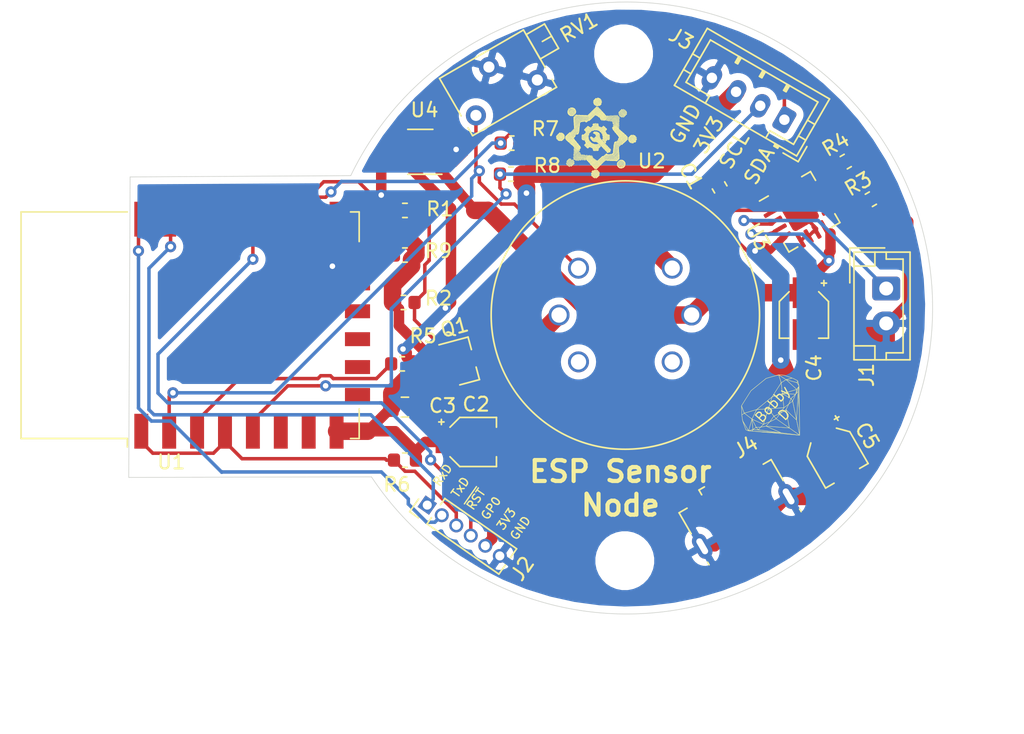
<source format=kicad_pcb>
(kicad_pcb (version 20171130) (host pcbnew "(5.1.2-1)-1")
  (layers (0 F.Cu signal) (31 B.Cu signal) (34 B.Paste user) (35 F.Paste user) (36 B.SilkS user) (37 F.SilkS user) (38 B.Mask user) (39 F.Mask user) (44 Edge.Cuts user))
  (net 0 "")
  (net 1 "Net-(C1-Pad1)")
  (net 2 GND)
  (net 3 +3V3)
  (net 4 "Net-(J1-Pad1)")
  (net 5 "Net-(Q1-Pad3)")
  (net 6 /htron)
  (net 7 "Net-(R3-Pad1)")
  (net 8 "Net-(R4-Pad1)")
  (net 9 /mq135_adc)
  (net 10 +5V)
  (net 11 /RX)
  (net 12 /TX)
  (net 13 /~RST)
  (net 14 /GP0)
  (net 15 /SDA)
  (net 16 /SCL)
  (net 17 "Net-(R5-Pad2)")
  (net 18 "Net-(R9-Pad1)")
  (net 19 VBUS)
  (net 20 "Net-(Q1-Pad1)")
  (module RF_Module:ESP-12E (layer F.Cu) (at 159.7 82.13 90)
    (fp_text reference U1 (at -9.81 -1.35 180) (layer F.SilkS))
    (fp_text value ESP-12F)
    (pad 22 smd rect (at 7.6 -3.5 90) (size 2.5 1) (layers F.Cu F.Paste F.Mask) (net 12 /TX))
    (pad 21 smd rect (at 7.6 -1.5 90) (size 2.5 1) (layers F.Cu F.Paste F.Mask) (net 11 /RX))
    (pad 20 smd rect (at 7.6 0.5 90) (size 2.5 1) (layers F.Cu F.Paste F.Mask))
    (pad 19 smd rect (at 7.6 2.5 90) (size 2.5 1) (layers F.Cu F.Paste F.Mask) (net 6 /htron))
    (pad 18 smd rect (at 7.6 4.5 90) (size 2.5 1) (layers F.Cu F.Paste F.Mask) (net 14 /GP0))
    (pad 17 smd rect (at 7.6 6.5 90) (size 2.5 1) (layers F.Cu F.Paste F.Mask) (net 15 /SDA))
    (pad 16 smd rect (at 7.6 8.5 90) (size 2.5 1) (layers F.Cu F.Paste F.Mask) (net 18 "Net-(R9-Pad1)"))
    (pad 15 smd rect (at 7.6 10.5 90) (size 2.5 1) (layers F.Cu F.Paste F.Mask) (net 2 GND))
    (pad 14 smd rect (at 5 12 90) (size 1 1.8) (layers F.Cu F.Paste F.Mask))
    (pad 13 smd rect (at 3 12 90) (size 1 1.8) (layers F.Cu F.Paste F.Mask))
    (pad 12 smd rect (at 1 12 90) (size 1 1.8) (layers F.Cu F.Paste F.Mask))
    (pad 11 smd rect (at -1 12 90) (size 1 1.8) (layers F.Cu F.Paste F.Mask))
    (pad 10 smd rect (at -3 12 90) (size 1 1.8) (layers F.Cu F.Paste F.Mask))
    (pad 9 smd rect (at -5 12 90) (size 1 1.8) (layers F.Cu F.Paste F.Mask))
    (pad 8 smd rect (at -7.6 10.5 90) (size 2.5 1) (layers F.Cu F.Paste F.Mask) (net 3 +3V3))
    (pad 7 smd rect (at -7.6 8.5 90) (size 2.5 1) (layers F.Cu F.Paste F.Mask))
    (pad 6 smd rect (at -7.6 6.5 90) (size 2.5 1) (layers F.Cu F.Paste F.Mask))
    (pad 5 smd rect (at -7.6 4.5 90) (size 2.5 1) (layers F.Cu F.Paste F.Mask) (net 16 /SCL))
    (pad 4 smd rect (at -7.6 2.5 90) (size 2.5 1) (layers F.Cu F.Paste F.Mask) (net 13 /~RST))
    (pad 3 smd rect (at -7.6 0.5 90) (size 2.5 1) (layers F.Cu F.Paste F.Mask) (net 17 "Net-(R5-Pad2)"))
    (pad 2 smd rect (at -7.6 -1.5 90) (size 2.5 1) (layers F.Cu F.Paste F.Mask) (net 9 /mq135_adc))
    (pad 1 smd rect (at -7.6 -3.5 90) (size 2.5 1) (layers F.Cu F.Paste F.Mask) (net 13 /~RST))
  )
  (module logo:diamond (layer F.Cu) (at 201.82 88.17 55)
    (fp_text reference G*** hide)
    (fp_text value LOGO hide)
  )
  (module MountingHole:MountingHole_3.2mm_M3 (layer F.Cu) (at 190.775 62.675)
    (fp_text reference REF** hide)
    (fp_text value MountingHole_3.2mm_M3 hide)
    (pad 1 np_thru_hole circle (at 0 0) (size 3.2 3.2) (drill 3.2) (layers *.Cu *.Mask))
  )
  (module MountingHole:MountingHole_3.2mm_M3 (layer F.Cu) (at 190.86 99.01)
    (fp_text reference REF** hide)
    (fp_text value MountingHole_3.2mm_M3 hide)
    (pad 1 np_thru_hole circle (at 0 0) (size 3.2 3.2) (drill 3.2) (layers *.Cu *.Mask))
  )
  (module Sensor_Pressure:MQ_13X (layer F.Cu) (at 190.9 81.4)
    (fp_text reference U2 (at 1.89 -11.04) (layer F.SilkS))
    (fp_text value MQ-135)
    (pad 7 thru_hole oval (at -3.358757 -3.358757 45) (size 1.5 1.5) (drill 1.1) (layers *.Cu *.Mask) (net 9 /mq135_adc))
    (pad 6 thru_hole oval (at -4.75 0 45) (size 1.5 1.5) (drill 1.1) (layers *.Cu *.Mask) (net 5 "Net-(Q1-Pad3)"))
    (pad 5 thru_hole oval (at -3.358757 3.358757 45) (size 1.5 1.5) (drill 1.1) (layers *.Cu *.Mask))
    (pad 3 thru_hole oval (at 3.358757 3.358757 45) (size 1.5 1.5) (drill 1.1) (layers *.Cu *.Mask))
    (pad 2 thru_hole oval (at 4.75 0 45) (size 1.5 1.5) (drill 1.1) (layers *.Cu *.Mask) (net 10 +5V))
    (pad 1 thru_hole oval (at 3.358757 -3.358757 45) (size 1.5 1.5) (drill 1.1) (layers *.Cu *.Mask) (net 3 +3V3))
  )
  (module Package_DFN_QFN:QFN-16-1EP_4x4mm_P0.65mm_EP2.15x2.15mm (layer F.Cu) (at 203.4 74 30)
    (fp_text reference U3 (at -3.498076 0.058846 300) (layer F.SilkS))
    (fp_text value LTC4055)
    (pad 16 smd roundrect (at -0.975 -1.8375 30) (size 0.3 1.075) (layers F.Cu F.Paste F.Mask) (net 2 GND))
    (pad 15 smd roundrect (at -0.325 -1.8375 30) (size 0.3 1.075) (layers F.Cu F.Paste F.Mask))
    (pad 14 smd roundrect (at 0.325 -1.8375 30) (size 0.3 1.075) (layers F.Cu F.Paste F.Mask))
    (pad 13 smd roundrect (at 0.975 -1.8375 30) (size 0.3 1.075) (layers F.Cu F.Paste F.Mask))
    (pad 12 smd roundrect (at 1.8375 -0.975 30) (size 1.075 0.3) (layers F.Cu F.Paste F.Mask) (net 1 "Net-(C1-Pad1)"))
    (pad 11 smd roundrect (at 1.8375 -0.325 30) (size 1.075 0.3) (layers F.Cu F.Paste F.Mask) (net 8 "Net-(R4-Pad1)"))
    (pad 10 smd roundrect (at 1.8375 0.325 30) (size 1.075 0.3) (layers F.Cu F.Paste F.Mask) (net 2 GND))
    (pad 9 smd roundrect (at 1.8375 0.975 30) (size 1.075 0.3) (layers F.Cu F.Paste F.Mask) (net 7 "Net-(R3-Pad1)"))
    (pad 8 smd roundrect (at 0.975 1.8375 30) (size 0.3 1.075) (layers F.Cu F.Paste F.Mask) (net 10 +5V))
    (pad 7 smd roundrect (at 0.325 1.8375 30) (size 0.3 1.075) (layers F.Cu F.Paste F.Mask) (net 2 GND))
    (pad 6 smd roundrect (at -0.325 1.8375 30) (size 0.3 1.075) (layers F.Cu F.Paste F.Mask) (net 2 GND))
    (pad 5 smd roundrect (at -0.975 1.8375 30) (size 0.3 1.075) (layers F.Cu F.Paste F.Mask) (net 2 GND))
    (pad 4 smd roundrect (at -1.8375 0.975 30) (size 1.075 0.3) (layers F.Cu F.Paste F.Mask) (net 19 VBUS))
    (pad 3 smd roundrect (at -1.8375 0.325 30) (size 1.075 0.3) (layers F.Cu F.Paste F.Mask) (net 10 +5V))
    (pad 2 smd roundrect (at -1.8375 -0.325 30) (size 1.075 0.3) (layers F.Cu F.Paste F.Mask) (net 4 "Net-(J1-Pad1)"))
    (pad 1 smd roundrect (at -1.8375 -0.975 30) (size 1.075 0.3) (layers F.Cu F.Paste F.Mask) (net 19 VBUS))
    (pad 17 smd roundrect (at 0 0 30) (size 2.15 2.15) (layers F.Cu F.Mask) (roundrect_rratio 0.116279) (net 2 GND))
  )
  (module Capacitor_SMD:C_0603_1608Metric (layer F.Cu) (at 197.66 72.25 300)
    (fp_text reference C1 (at -1.743801 1.360352 120) (layer F.SilkS))
    (fp_text value 0.1u)
    (pad 2 smd roundrect (at 0.7875 0 300) (size 0.875 0.95) (layers F.Cu F.Paste F.Mask) (net 2 GND))
    (pad 1 smd roundrect (at -0.7875 0 300) (size 0.875 0.95) (layers F.Cu F.Paste F.Mask) (net 1 "Net-(C1-Pad1)"))
  )
  (module Capacitor_SMD:CP_Elec_3x5.3 (layer F.Cu) (at 179.9 90.5)
    (fp_text reference C2 (at 0.3 -2.7) (layer F.SilkS))
    (fp_text value 10u)
    (pad 2 smd rect (at 1.5 0) (size 2.2 1.6) (layers F.Cu F.Paste F.Mask) (net 2 GND))
    (pad 1 smd rect (at -1.5 0) (size 2.2 1.6) (layers F.Cu F.Paste F.Mask) (net 3 +3V3))
  )
  (module Connector_JST:JST_EH_B02B-EH-A_1x02_P2.50mm_Vertical (layer F.Cu) (at 209.6 79.5 270)
    (fp_text reference J1 (at 6.2 1.4 270) (layer F.SilkS))
    (fp_text value Conn_01x02 hide)
    (pad 2 thru_hole oval (at 2.5 0 270) (size 1.7 2) (drill 1) (layers *.Cu *.Mask) (net 2 GND))
    (pad 1 thru_hole roundrect (at 0 0 270) (size 1.7 2) (drill 1) (layers *.Cu *.Mask) (roundrect_rratio 0.147059) (net 4 "Net-(J1-Pad1)"))
  )
  (module Resistor_SMD:R_0603_1608Metric (layer F.Cu) (at 175.1 73.9)
    (fp_text reference R1 (at 2.5 -0.1) (layer F.SilkS))
    (fp_text value 1k)
    (pad 2 smd roundrect (at 0.7875 0) (size 0.875 0.95) (layers F.Cu F.Paste F.Mask) (net 20 "Net-(Q1-Pad1)"))
    (pad 1 smd roundrect (at -0.7875 0) (size 0.875 0.95) (layers F.Cu F.Paste F.Mask) (net 6 /htron))
  )
  (module Resistor_SMD:R_0603_1608Metric (layer F.Cu) (at 175 80.5)
    (fp_text reference R2 (at 2.5 -0.3) (layer F.SilkS))
    (fp_text value 10k)
    (pad 2 smd roundrect (at 0.7875 0) (size 0.875 0.95) (layers F.Cu F.Paste F.Mask) (net 20 "Net-(Q1-Pad1)"))
    (pad 1 smd roundrect (at -0.7875 0) (size 0.875 0.95) (layers F.Cu F.Paste F.Mask) (net 2 GND))
  )
  (module Resistor_SMD:R_0603_1608Metric (layer F.Cu) (at 208.5 73.1 30)
    (fp_text reference R3 (at -0.229423 -1.402628 30) (layer F.SilkS))
    (fp_text value 97.6k)
    (pad 2 smd roundrect (at 0.7875 0 30) (size 0.875 0.95) (layers F.Cu F.Paste F.Mask) (net 2 GND))
    (pad 1 smd roundrect (at -0.7875 0 30) (size 0.875 0.95) (layers F.Cu F.Paste F.Mask) (net 7 "Net-(R3-Pad1)"))
  )
  (module Resistor_SMD:R_0603_1608Metric (layer F.Cu) (at 206.7 70.4 30)
    (fp_text reference R4 (at 0 -1.43 30) (layer F.SilkS))
    (fp_text value 97.6k)
    (pad 2 smd roundrect (at 0.7875 0 30) (size 0.875 0.95) (layers F.Cu F.Paste F.Mask) (net 2 GND))
    (pad 1 smd roundrect (at -0.7875 0 30) (size 0.875 0.95) (layers F.Cu F.Paste F.Mask) (net 8 "Net-(R4-Pad1)"))
  )
  (module Capacitor_SMD:C_0805_2012Metric (layer F.Cu) (at 175.1 88 180)
    (fp_text reference C3 (at -2.7 0.1) (layer F.SilkS))
    (fp_text value .1u)
    (pad 2 smd roundrect (at 0.9375 0 180) (size 0.975 1.4) (layers F.Cu F.Paste F.Mask) (net 3 +3V3))
    (pad 1 smd roundrect (at -0.9375 0 180) (size 0.975 1.4) (layers F.Cu F.Paste F.Mask) (net 2 GND))
  )
  (module Capacitor_SMD:CP_Elec_3x5.3 (layer F.Cu) (at 203.7 81.3 270)
    (fp_text reference C4 (at 3.89 -0.73 90) (layer F.SilkS))
    (fp_text value 10u)
    (pad 2 smd rect (at 1.5 0 270) (size 2.2 1.6) (layers F.Cu F.Paste F.Mask) (net 2 GND))
    (pad 1 smd rect (at -1.5 0 270) (size 2.2 1.6) (layers F.Cu F.Paste F.Mask) (net 10 +5V))
  )
  (module Connector_PinHeader_1.27mm:PinHeader_1x06_P1.27mm_Vertical (layer F.Cu) (at 176.7 95.025 55)
    (fp_text reference J2 (at 0.187517 8.200485 55) (layer F.SilkS))
    (fp_text value Conn_01x06_Male hide)
    (pad 6 thru_hole oval (at 0 6.35 55) (size 1 1) (drill 0.65) (layers *.Cu *.Mask) (net 2 GND))
    (pad 5 thru_hole oval (at 0 5.08 55) (size 1 1) (drill 0.65) (layers *.Cu *.Mask) (net 3 +3V3))
    (pad 4 thru_hole oval (at 0 3.81 55) (size 1 1) (drill 0.65) (layers *.Cu *.Mask) (net 14 /GP0))
    (pad 3 thru_hole oval (at 0 2.54 55) (size 1 1) (drill 0.65) (layers *.Cu *.Mask) (net 13 /~RST))
    (pad 2 thru_hole oval (at 0 1.27 55) (size 1 1) (drill 0.65) (layers *.Cu *.Mask) (net 12 /TX))
    (pad 1 thru_hole rect (at 0 0 55) (size 1 1) (drill 0.65) (layers *.Cu *.Mask) (net 11 /RX))
  )
  (module Connector_JST:JST_PH_B4B-PH-K_1x04_P2.00mm_Vertical (layer F.Cu) (at 202.3 67.4 150)
    (fp_text reference J3 (at 9.308588 1.322947 150) (layer F.SilkS))
    (fp_text value Conn_01x04_Male hide)
    (pad 4 thru_hole oval (at 6 0 150) (size 1.2 1.75) (drill 0.75) (layers *.Cu *.Mask) (net 2 GND))
    (pad 3 thru_hole oval (at 4 0 150) (size 1.2 1.75) (drill 0.75) (layers *.Cu *.Mask) (net 3 +3V3))
    (pad 2 thru_hole oval (at 2 0 150) (size 1.2 1.75) (drill 0.75) (layers *.Cu *.Mask) (net 16 /SCL))
    (pad 1 thru_hole roundrect (at 0 0 150) (size 1.2 1.75) (drill 0.75) (layers *.Cu *.Mask) (roundrect_rratio 0.208333) (net 15 /SDA))
  )
  (module Resistor_SMD:R_0603_1608Metric (layer F.Cu) (at 174.9 84.9 180)
    (fp_text reference R5 (at -1.5 2) (layer F.SilkS))
    (fp_text value 10k)
    (pad 2 smd roundrect (at 0.7875 0 180) (size 0.875 0.95) (layers F.Cu F.Paste F.Mask) (net 17 "Net-(R5-Pad2)"))
    (pad 1 smd roundrect (at -0.7875 0 180) (size 0.875 0.95) (layers F.Cu F.Paste F.Mask) (net 3 +3V3))
  )
  (module Resistor_SMD:R_0603_1608Metric (layer F.Cu) (at 175.1 91.8 180)
    (fp_text reference R6 (at 0.575 -1.75) (layer F.SilkS))
    (fp_text value 10k)
    (pad 2 smd roundrect (at 0.7875 0 180) (size 0.875 0.95) (layers F.Cu F.Paste F.Mask) (net 13 /~RST))
    (pad 1 smd roundrect (at -0.7875 0 180) (size 0.875 0.95) (layers F.Cu F.Paste F.Mask) (net 3 +3V3))
  )
  (module Resistor_SMD:R_0603_1608Metric (layer F.Cu) (at 182.75 69.075 180)
    (fp_text reference R7 (at -2.41 1.025) (layer F.SilkS))
    (fp_text value 4.7k)
    (pad 2 smd roundrect (at 0.7875 0 180) (size 0.875 0.95) (layers F.Cu F.Paste F.Mask) (net 15 /SDA))
    (pad 1 smd roundrect (at -0.7875 0 180) (size 0.875 0.95) (layers F.Cu F.Paste F.Mask) (net 3 +3V3))
  )
  (module Resistor_SMD:R_0603_1608Metric (layer F.Cu) (at 182.7 71.3 180)
    (fp_text reference R8 (at -2.6 0.61) (layer F.SilkS))
    (fp_text value 4.7k)
    (pad 2 smd roundrect (at 0.7875 0 180) (size 0.875 0.95) (layers F.Cu F.Paste F.Mask) (net 16 /SCL))
    (pad 1 smd roundrect (at -0.7875 0 180) (size 0.875 0.95) (layers F.Cu F.Paste F.Mask) (net 3 +3V3))
  )
  (module Resistor_SMD:R_0603_1608Metric (layer F.Cu) (at 175.1 77.1)
    (fp_text reference R9 (at 2.4 -0.3) (layer F.SilkS))
    (fp_text value 10k)
    (pad 2 smd roundrect (at 0.7875 0) (size 0.875 0.95) (layers F.Cu F.Paste F.Mask) (net 2 GND))
    (pad 1 smd roundrect (at -0.7875 0) (size 0.875 0.95) (layers F.Cu F.Paste F.Mask) (net 18 "Net-(R9-Pad1)"))
  )
  (module Capacitor_SMD:CP_Elec_3x5.3 (layer F.Cu) (at 205.9 91.4 300)
    (fp_text reference C5 (at 0 -2.7 120) (layer F.SilkS))
    (fp_text value 1u)
    (pad 2 smd rect (at 1.5 0 300) (size 2.2 1.6) (layers F.Cu F.Paste F.Mask) (net 2 GND))
    (pad 1 smd rect (at -1.5 0 300) (size 2.2 1.6) (layers F.Cu F.Paste F.Mask) (net 19 VBUS))
  )
  (module Connector_USB:USB_Micro-B_GCT_USB3076-30-A (layer F.Cu) (at 198.905821 95.152006 30)
    (fp_text reference J4 (at 2.695218 -3.399897 30) (layer F.SilkS))
    (fp_text value USB_B_Micro)
    (pad 6 smd rect (at -2.32 -1.03 30) (size 1.15 1.45) (layers F.Cu F.Paste F.Mask) (net 2 GND))
    (pad 6 smd rect (at 2.32 -1.03 30) (size 1.15 1.45) (layers F.Cu F.Paste F.Mask) (net 2 GND))
    (pad 6 thru_hole oval (at 3.575 1.2 30) (size 1.05 1.9) (drill oval 0.45 1.25) (layers *.Cu *.Mask) (net 2 GND))
    (pad 6 thru_hole oval (at -3.575 1.2 210) (size 1.05 1.9) (drill oval 0.45 1.25) (layers *.Cu *.Mask) (net 2 GND))
    (pad 6 smd rect (at -1.125 1.2 30) (size 1.75 1.9) (layers F.Cu F.Paste F.Mask) (net 2 GND))
    (pad 3 smd rect (at 0 -1.45 30) (size 0.4 1.4) (layers F.Cu F.Paste F.Mask))
    (pad 4 smd rect (at 0.65 -1.45 30) (size 0.4 1.4) (layers F.Cu F.Paste F.Mask))
    (pad 5 smd rect (at 1.3 -1.45 30) (size 0.4 1.4) (layers F.Cu F.Paste F.Mask) (net 2 GND))
    (pad 1 smd rect (at -1.3 -1.45 30) (size 0.4 1.4) (layers F.Cu F.Paste F.Mask) (net 19 VBUS))
    (pad 2 smd rect (at -0.65 -1.45 30) (size 0.4 1.4) (layers F.Cu F.Paste F.Mask))
    (pad 6 smd rect (at 1.125 1.2 30) (size 1.75 1.9) (layers F.Cu F.Paste F.Mask) (net 2 GND))
  )
  (module Package_TO_SOT_SMD:SOT-23-5 (layer F.Cu) (at 176.2 69.7 180)
    (fp_text reference U4 (at -0.3 3) (layer F.SilkS))
    (fp_text value MIC5504-3.3YM5)
    (pad 5 smd rect (at 1.1 -0.95 180) (size 1.06 0.65) (layers F.Cu F.Paste F.Mask) (net 3 +3V3))
    (pad 4 smd rect (at 1.1 0.95 180) (size 1.06 0.65) (layers F.Cu F.Paste F.Mask))
    (pad 3 smd rect (at -1.1 0.95 180) (size 1.06 0.65) (layers F.Cu F.Paste F.Mask) (net 10 +5V))
    (pad 2 smd rect (at -1.1 0 180) (size 1.06 0.65) (layers F.Cu F.Paste F.Mask) (net 2 GND))
    (pad 1 smd rect (at -1.1 -0.95 180) (size 1.06 0.65) (layers F.Cu F.Paste F.Mask) (net 10 +5V))
  )
  (module Package_TO_SOT_SMD:SOT-23 (layer F.Cu) (at 179.3 84.7 15)
    (fp_text reference Q1 (at 0 -2.500001 15) (layer F.SilkS))
    (fp_text value MMBT3904 hide)
    (pad 3 smd rect (at 1 0 15) (size 0.9 0.8) (layers F.Cu F.Paste F.Mask) (net 5 "Net-(Q1-Pad3)"))
    (pad 2 smd rect (at -1 0.95 15) (size 0.9 0.8) (layers F.Cu F.Paste F.Mask) (net 2 GND))
    (pad 1 smd rect (at -1 -0.95 15) (size 0.9 0.8) (layers F.Cu F.Paste F.Mask) (net 20 "Net-(Q1-Pad1)"))
  )
  (module Potentiometer_THT:Potentiometer_Bourns_3266X_Horizontal (layer F.Cu) (at 180.19 67.09 210)
    (fp_text reference RV1 (at -9.536267 1.7573 30) (layer F.SilkS))
    (fp_text value 100k)
    (pad 3 thru_hole circle (at -5.08 0 210) (size 1.44 1.44) (drill 0.8) (layers *.Cu *.Mask) (net 2 GND))
    (pad 2 thru_hole circle (at -2.54 2.54 210) (size 1.44 1.44) (drill 0.8) (layers *.Cu *.Mask) (net 2 GND))
    (pad 1 thru_hole circle (at 0 0 210) (size 1.44 1.44) (drill 0.8) (layers *.Cu *.Mask) (net 9 /mq135_adc))
  )
  (gr_text "Bobby\nD" (at 201.87 88.16 48) (layer F.SilkS) (effects (font (size 0.7 0.7) (thickness 0.09))))
  (gr_arc (start 190.99249 80.896576) (end 172.7 93) (angle -300.8769352) (layer Edge.Cuts) (width 0.05))
  (gr_line (start 188.768104 71.157014) (end 188.831392 71.097335) (layer F.SilkS) (width 0.04))
  (gr_line (start 188.697144 71.225981) (end 188.768104 71.157014) (layer F.SilkS) (width 0.04))
  (gr_line (start 188.627048 71.295817) (end 188.697144 71.225981) (layer F.SilkS) (width 0.04))
  (gr_line (start 191.600832 68.589081) (end 191.584856 68.612225) (layer F.SilkS) (width 0.04))
  (gr_line (start 191.607256 68.573417) (end 191.600832 68.589081) (layer F.SilkS) (width 0.04))
  (gr_line (start 191.6046 68.564481) (end 191.607256 68.573417) (layer F.SilkS) (width 0.04))
  (gr_line (start 191.596264 68.561705) (end 191.6046 68.564481) (layer F.SilkS) (width 0.04))
  (gr_line (start 188.336976 68.999897) (end 188.318368 69.019729) (layer F.SilkS) (width 0.04))
  (gr_line (start 188.351088 68.984569) (end 188.336976 68.999897) (layer F.SilkS) (width 0.04))
  (gr_line (start 188.359992 68.974281) (end 188.351088 68.984569) (layer F.SilkS) (width 0.04))
  (gr_line (start 188.363112 68.970905) (end 188.359992 68.974281) (layer F.SilkS) (width 0.04))
  (gr_line (start 188.363112 68.969817) (end 188.363112 68.970905) (layer F.SilkS) (width 0.04))
  (gr_line (start 188.363112 68.966857) (end 188.363112 68.969817) (layer F.SilkS) (width 0.04))
  (gr_line (start 188.353616 68.958017) (end 188.363112 68.966857) (layer F.SilkS) (width 0.04))
  (gr_line (start 188.322448 68.974985) (end 188.353616 68.958017) (layer F.SilkS) (width 0.04))
  (gr_line (start 188.265592 69.023729) (end 188.322448 68.974985) (layer F.SilkS) (width 0.04))
  (gr_line (start 188.20036 69.086137) (end 188.265592 69.023729) (layer F.SilkS) (width 0.04))
  (gr_line (start 188.179 69.107313) (end 188.20036 69.086137) (layer F.SilkS) (width 0.04))
  (gr_line (start 188.17092 69.115305) (end 188.179 69.107313) (layer F.SilkS) (width 0.04))
  (gr_line (start 188.146744 69.139393) (end 188.17092 69.115305) (layer F.SilkS) (width 0.04))
  (gr_line (start 188.116712 69.169681) (end 188.146744 69.139393) (layer F.SilkS) (width 0.04))
  (gr_line (start 188.089504 69.197505) (end 188.116712 69.169681) (layer F.SilkS) (width 0.04))
  (gr_line (start 188.06576 69.222161) (end 188.089504 69.197505) (layer F.SilkS) (width 0.04))
  (gr_line (start 188.046144 69.242905) (end 188.06576 69.222161) (layer F.SilkS) (width 0.04))
  (gr_line (start 188.031304 69.259097) (end 188.046144 69.242905) (layer F.SilkS) (width 0.04))
  (gr_line (start 188.02192 69.270081) (end 188.031304 69.259097) (layer F.SilkS) (width 0.04))
  (gr_line (start 188.018664 69.273849) (end 188.02192 69.270081) (layer F.SilkS) (width 0.04))
  (gr_line (start 187.262456 69.135393) (end 187.30508 69.091513) (layer F.SilkS) (width 0.04))
  (gr_line (start 187.221312 69.180153) (end 187.262456 69.135393) (layer F.SilkS) (width 0.04))
  (gr_line (start 187.186544 69.220513) (end 187.221312 69.180153) (layer F.SilkS) (width 0.04))
  (gr_line (start 187.16316 69.251281) (end 187.186544 69.220513) (layer F.SilkS) (width 0.04))
  (gr_line (start 187.154912 69.264393) (end 187.16316 69.251281) (layer F.SilkS) (width 0.04))
  (gr_line (start 187.274832 69.809481) (end 187.303568 69.779761) (layer F.SilkS) (width 0.04))
  (gr_line (start 187.249568 69.835617) (end 187.274832 69.809481) (layer F.SilkS) (width 0.04))
  (gr_line (start 187.22848 69.85745) (end 187.249568 69.835617) (layer F.SilkS) (width 0.04))
  (gr_line (start 187.212288 69.874249) (end 187.22848 69.85745) (layer F.SilkS) (width 0.04))
  (gr_line (start 187.201656 69.885313) (end 187.212288 69.874249) (layer F.SilkS) (width 0.04))
  (gr_line (start 187.197968 69.889129) (end 187.201656 69.885313) (layer F.SilkS) (width 0.04))
  (gr_line (start 187.19736 69.889874) (end 187.197968 69.889129) (layer F.SilkS) (width 0.04))
  (gr_line (start 187.235856 69.960529) (end 187.235856 69.960529) (layer F.SilkS) (width 0.04))
  (gr_line (start 187.231648 69.964874) (end 187.235856 69.960529) (layer F.SilkS) (width 0.04))
  (gr_line (start 187.219192 69.978241) (end 187.231648 69.964874) (layer F.SilkS) (width 0.04))
  (gr_line (start 187.206304 69.992737) (end 187.219192 69.978241) (layer F.SilkS) (width 0.04))
  (gr_line (start 187.156032 69.267305) (end 187.154912 69.264393) (layer F.SilkS) (width 0.04))
  (gr_line (start 189.20348 69.309481) (end 189.20348 69.309481) (layer F.SilkS) (width 0.04))
  (gr_line (start 189.204912 69.310913) (end 189.20348 69.309481) (layer F.SilkS) (width 0.04))
  (gr_line (start 189.210288 69.314441) (end 189.204912 69.310913) (layer F.SilkS) (width 0.04))
  (gr_line (start 189.218192 69.315913) (end 189.210288 69.314441) (layer F.SilkS) (width 0.04))
  (gr_line (start 188.970712 71.334705) (end 188.908992 71.399157) (layer F.SilkS) (width 0.04))
  (gr_line (start 189.02192 71.27494) (end 188.970712 71.334705) (layer F.SilkS) (width 0.04))
  (gr_line (start 189.04232 71.239826) (end 189.02192 71.27494) (layer F.SilkS) (width 0.04))
  (gr_line (start 189.03508 71.228369) (end 189.04232 71.239826) (layer F.SilkS) (width 0.04))
  (gr_line (start 189.568319 69.585841) (end 189.591712 69.561481) (layer F.SilkS) (width 0.04))
  (gr_line (start 189.55048 69.605361) (end 189.568319 69.585841) (layer F.SilkS) (width 0.04))
  (gr_line (start 189.537808 69.620641) (end 189.55048 69.605361) (layer F.SilkS) (width 0.04))
  (gr_line (start 189.529864 69.632185) (end 189.537808 69.620641) (layer F.SilkS) (width 0.04))
  (gr_line (start 189.526136 69.640649) (end 189.529864 69.632185) (layer F.SilkS) (width 0.04))
  (gr_line (start 189.526264 69.646593) (end 189.526136 69.640649) (layer F.SilkS) (width 0.04))
  (gr_line (start 189.528688 69.649897) (end 189.526264 69.646593) (layer F.SilkS) (width 0.04))
  (gr_line (start 189.529776 69.650593) (end 189.528688 69.649897) (layer F.SilkS) (width 0.04))
  (gr_line (start 190.632512 70.575593) (end 190.618712 70.589433) (layer F.SilkS) (width 0.04))
  (gr_line (start 190.673792 70.534009) (end 190.632512 70.575593) (layer F.SilkS) (width 0.04))
  (gr_line (start 190.717408 70.489393) (end 190.673792 70.534009) (layer F.SilkS) (width 0.04))
  (gr_line (start 190.750744 70.454329) (end 190.717408 70.489393) (layer F.SilkS) (width 0.04))
  (gr_line (start 189.028864 71.34573) (end 189.029776 71.357014) (layer F.SilkS) (width 0.04))
  (gr_line (start 189.027304 71.33948) (end 189.028864 71.34573) (layer F.SilkS) (width 0.04))
  (gr_line (start 189.026776 71.33948) (end 189.027304 71.33948) (layer F.SilkS) (width 0.04))
  (gr_line (start 189.024176 71.33948) (end 189.026776 71.33948) (layer F.SilkS) (width 0.04))
  (gr_line (start 189.016456 71.348681) (end 189.024176 71.33948) (layer F.SilkS) (width 0.04))
  (gr_line (start 188.990544 71.373725) (end 189.016456 71.348681) (layer F.SilkS) (width 0.04))
  (gr_line (start 188.952912 71.410833) (end 188.990544 71.373725) (layer F.SilkS) (width 0.04))
  (gr_line (start 188.918848 71.444774) (end 188.952912 71.410833) (layer F.SilkS) (width 0.04))
  (gr_line (start 188.90756 71.456146) (end 188.918848 71.444774) (layer F.SilkS) (width 0.04))
  (gr_line (start 188.696448 71.564349) (end 188.696448 71.564349) (layer F.SilkS) (width 0.04))
  (gr_line (start 188.696448 71.56678) (end 188.696448 71.564349) (layer F.SilkS) (width 0.04))
  (gr_line (start 188.707736 71.574071) (end 188.696448 71.56678) (layer F.SilkS) (width 0.04))
  (gr_line (start 188.742536 71.553976) (end 188.707736 71.574071) (layer F.SilkS) (width 0.04))
  (gr_line (start 188.802176 71.502978) (end 188.742536 71.553976) (layer F.SilkS) (width 0.04))
  (gr_line (start 188.866888 71.441215) (end 188.802176 71.502978) (layer F.SilkS) (width 0.04))
  (gr_line (start 188.887976 71.420165) (end 188.866888 71.441215) (layer F.SilkS) (width 0.04))
  (gr_line (start 188.908992 71.399157) (end 188.887976 71.420165) (layer F.SilkS) (width 0.04))
  (gr_line (start 188.888808 69.612002) (end 188.89836 69.600193) (layer F.SilkS) (width 0.04))
  (gr_line (start 188.885336 69.616826) (end 188.888808 69.612002) (layer F.SilkS) (width 0.04))
  (gr_line (start 188.885336 69.618473) (end 188.885336 69.616826) (layer F.SilkS) (width 0.04))
  (gr_line (start 188.774224 69.619905) (end 188.774224 69.619905) (layer F.SilkS) (width 0.04))
  (gr_line (start 188.774224 69.62225) (end 188.774224 69.619905) (layer F.SilkS) (width 0.04))
  (gr_line (start 188.785112 69.629329) (end 188.774224 69.62225) (layer F.SilkS) (width 0.04))
  (gr_line (start 188.819192 69.608969) (end 188.785112 69.629329) (layer F.SilkS) (width 0.04))
  (gr_line (start 188.878344 69.557313) (end 188.819192 69.608969) (layer F.SilkS) (width 0.04))
  (gr_line (start 188.943368 69.494297) (end 188.878344 69.557313) (layer F.SilkS) (width 0.04))
  (gr_line (start 188.964632 69.472857) (end 188.943368 69.494297) (layer F.SilkS) (width 0.04))
  (gr_line (start 188.977088 69.460273) (end 188.964632 69.472857) (layer F.SilkS) (width 0.04))
  (gr_line (start 189.01432 69.422337) (end 188.977088 69.460273) (layer F.SilkS) (width 0.04))
  (gr_line (start 189.053168 69.382057) (end 189.01432 69.422337) (layer F.SilkS) (width 0.04))
  (gr_line (start 189.081944 69.350937) (end 189.053168 69.382057) (layer F.SilkS) (width 0.04))
  (gr_line (start 189.10152 69.327937) (end 189.081944 69.350937) (layer F.SilkS) (width 0.04))
  (gr_line (start 189.11272 69.311913) (end 189.10152 69.327937) (layer F.SilkS) (width 0.04))
  (gr_line (start 189.116504 69.301801) (end 189.11272 69.311913) (layer F.SilkS) (width 0.04))
  (gr_line (start 189.113592 69.296505) (end 189.116504 69.301801) (layer F.SilkS) (width 0.04))
  (gr_line (start 189.10708 69.295041) (end 189.113592 69.296505) (layer F.SilkS) (width 0.04))
  (gr_line (start 189.104912 69.295041) (end 189.10708 69.295041) (layer F.SilkS) (width 0.04))
  (gr_line (start 189.100264 69.295041) (end 189.104912 69.295041) (layer F.SilkS) (width 0.04))
  (gr_line (start 189.086464 69.308401) (end 189.100264 69.295041) (layer F.SilkS) (width 0.04))
  (gr_line (start 189.047056 69.343729) (end 189.086464 69.308401) (layer F.SilkS) (width 0.04))
  (gr_line (start 188.993848 69.394041) (end 189.047056 69.343729) (layer F.SilkS) (width 0.04))
  (gr_line (start 188.93408 69.452057) (end 188.993848 69.394041) (layer F.SilkS) (width 0.04))
  (gr_line (start 188.87496 69.510793) (end 188.93408 69.452057) (layer F.SilkS) (width 0.04))
  (gr_line (start 188.823832 69.563049) (end 188.87496 69.510793) (layer F.SilkS) (width 0.04))
  (gr_line (start 188.787816 69.601802) (end 188.823832 69.563049) (layer F.SilkS) (width 0.04))
  (gr_line (start 188.774224 69.615353) (end 188.787816 69.601802) (layer F.SilkS) (width 0.04))
  (gr_line (start 188.774224 69.619905) (end 188.774224 69.615353) (layer F.SilkS) (width 0.04))
  (gr_line (start 188.663112 69.619905) (end 188.663112 69.619905) (layer F.SilkS) (width 0.04))
  (gr_line (start 188.663112 69.622161) (end 188.663112 69.619905) (layer F.SilkS) (width 0.04))
  (gr_line (start 188.675744 69.629057) (end 188.663112 69.622161) (layer F.SilkS) (width 0.04))
  (gr_line (start 188.71576 69.603801) (end 188.675744 69.629057) (layer F.SilkS) (width 0.04))
  (gr_line (start 188.786248 69.541561) (end 188.71576 69.603801) (layer F.SilkS) (width 0.04))
  (gr_line (start 188.86472 69.465697) (end 188.786248 69.541561) (layer F.SilkS) (width 0.04))
  (gr_line (start 188.890416 69.439961) (end 188.86472 69.465697) (layer F.SilkS) (width 0.04))
  (gr_line (start 188.903392 69.426937) (end 188.890416 69.439961) (layer F.SilkS) (width 0.04))
  (gr_line (start 188.942192 69.387785) (end 188.903392 69.426937) (layer F.SilkS) (width 0.04))
  (gr_line (start 188.983464 69.345561) (end 188.942192 69.387785) (layer F.SilkS) (width 0.04))
  (gr_line (start 189.015112 69.312225) (end 188.983464 69.345561) (layer F.SilkS) (width 0.04))
  (gr_line (start 189.037936 69.286785) (end 189.015112 69.312225) (layer F.SilkS) (width 0.04))
  (gr_line (start 189.052824 69.268249) (end 189.037936 69.286785) (layer F.SilkS) (width 0.04))
  (gr_line (start 189.06068 69.255585) (end 189.052824 69.268249) (layer F.SilkS) (width 0.04))
  (gr_line (start 189.062336 69.247817) (end 189.06068 69.255585) (layer F.SilkS) (width 0.04))
  (gr_line (start 189.059768 69.244297) (end 189.062336 69.247817) (layer F.SilkS) (width 0.04))
  (gr_line (start 189.058688 69.243905) (end 189.059768 69.244297) (layer F.SilkS) (width 0.04))
  (gr_line (start 189.055032 69.242513) (end 189.058688 69.243905) (layer F.SilkS) (width 0.04))
  (gr_line (start 189.0402 69.248985) (end 189.055032 69.242513) (layer F.SilkS) (width 0.04))
  (gr_line (start 189.003736 69.276985) (end 189.0402 69.248985) (layer F.SilkS) (width 0.04))
  (gr_line (start 188.9428 69.333361) (end 189.003736 69.276985) (layer F.SilkS) (width 0.04))
  (gr_line (start 188.873744 69.401073) (end 188.9428 69.333361) (layer F.SilkS) (width 0.04))
  (gr_line (start 188.85096 69.423849) (end 188.873744 69.401073) (layer F.SilkS) (width 0.04))
  (gr_line (start 188.832648 69.442129) (end 188.85096 69.423849) (layer F.SilkS) (width 0.04))
  (gr_line (start 188.778 69.497337) (end 188.832648 69.442129) (layer F.SilkS) (width 0.04))
  (gr_line (start 188.71828 69.558841) (end 188.778 69.497337) (layer F.SilkS) (width 0.04))
  (gr_line (start 188.677912 69.601802) (end 188.71828 69.558841) (layer F.SilkS) (width 0.04))
  (gr_line (start 188.663112 69.615353) (end 188.677912 69.601802) (layer F.SilkS) (width 0.04))
  (gr_line (start 188.663112 69.619905) (end 188.663112 69.615353) (layer F.SilkS) (width 0.04))
  (gr_line (start 187.29948 69.564217) (end 187.29948 69.564217) (layer F.SilkS) (width 0.04))
  (gr_line (start 187.291232 69.572505) (end 187.29948 69.564217) (layer F.SilkS) (width 0.04))
  (gr_line (start 187.266848 69.597729) (end 187.291232 69.572505) (layer F.SilkS) (width 0.04))
  (gr_line (start 187.241592 69.625193) (end 187.266848 69.597729) (layer F.SilkS) (width 0.04))
  (gr_line (start 187.226136 69.643769) (end 187.241592 69.625193) (layer F.SilkS) (width 0.04))
  (gr_line (start 187.223056 69.650593) (end 187.226136 69.643769) (layer F.SilkS) (width 0.04))
  (gr_line (start 187.223056 69.650593) (end 187.223056 69.650593) (layer F.SilkS) (width 0.04))
  (gr_line (start 187.225568 69.650593) (end 187.223056 69.650593) (layer F.SilkS) (width 0.04))
  (gr_line (start 187.233208 69.644201) (end 187.225568 69.650593) (layer F.SilkS) (width 0.04))
  (gr_line (start 187.25396 69.626897) (end 187.233208 69.644201) (layer F.SilkS) (width 0.04))
  (gr_line (start 187.282216 69.601281) (end 187.25396 69.626897) (layer F.SilkS) (width 0.04))
  (gr_line (start 187.306944 69.577937) (end 187.282216 69.601281) (layer F.SilkS) (width 0.04))
  (gr_line (start 187.315064 69.570041) (end 187.306944 69.577937) (layer F.SilkS) (width 0.04))
  (gr_line (start 187.323224 69.562049) (end 187.315064 69.570041) (layer F.SilkS) (width 0.04))
  (gr_line (start 187.348176 69.538393) (end 187.323224 69.562049) (layer F.SilkS) (width 0.04))
  (gr_line (start 190.38472 70.766561) (end 190.383648 70.765218) (layer F.SilkS) (width 0.04))
  (gr_line (start 188.60756 70.786919) (end 188.60756 70.786919) (layer F.SilkS) (width 0.04))
  (gr_line (start 188.60756 70.790305) (end 188.60756 70.786919) (layer F.SilkS) (width 0.04))
  (gr_line (start 188.609904 70.800503) (end 188.60756 70.790305) (layer F.SilkS) (width 0.04))
  (gr_line (start 188.6142 70.806146) (end 188.609904 70.800503) (layer F.SilkS) (width 0.04))
  (gr_line (start 188.615664 70.806146) (end 188.6142 70.806146) (layer F.SilkS) (width 0.04))
  (gr_line (start 188.6178 70.806146) (end 188.615664 70.806146) (layer F.SilkS) (width 0.04))
  (gr_line (start 188.624312 70.799157) (end 188.6178 70.806146) (layer F.SilkS) (width 0.04))
  (gr_line (start 188.646016 70.77915) (end 188.624312 70.799157) (layer F.SilkS) (width 0.04))
  (gr_line (start 188.679304 70.747553) (end 188.646016 70.77915) (layer F.SilkS) (width 0.04))
  (gr_line (start 188.722744 70.705754) (end 188.679304 70.747553) (layer F.SilkS) (width 0.04))
  (gr_line (start 188.77488 70.655145) (end 188.722744 70.705754) (layer F.SilkS) (width 0.04))
  (gr_line (start 188.8342 70.597121) (end 188.77488 70.655145) (layer F.SilkS) (width 0.04))
  (gr_line (start 188.89936 70.533097) (end 188.8342 70.597121) (layer F.SilkS) (width 0.04))
  (gr_line (start 188.95152 70.481625) (end 188.89936 70.533097) (layer F.SilkS) (width 0.04))
  (gr_line (start 188.968888 70.464481) (end 188.95152 70.481625) (layer F.SilkS) (width 0.04))
  (gr_line (start 188.986632 70.446857) (end 188.968888 70.464481) (layer F.SilkS) (width 0.04))
  (gr_line (start 189.039976 70.394041) (end 188.986632 70.446857) (layer F.SilkS) (width 0.04))
  (gr_line (start 189.109856 70.324897) (end 189.039976 70.394041) (layer F.SilkS) (width 0.04))
  (gr_line (start 189.176608 70.258841) (end 189.109856 70.324897) (layer F.SilkS) (width 0.04))
  (gr_line (start 189.238592 70.197553) (end 189.176608 70.258841) (layer F.SilkS) (width 0.04))
  (gr_line (start 189.293919 70.142817) (end 189.238592 70.197553) (layer F.SilkS) (width 0.04))
  (gr_line (start 189.340848 70.096385) (end 189.293919 70.142817) (layer F.SilkS) (width 0.04))
  (gr_line (start 190.326392 69.364081) (end 190.38556 69.305841) (layer F.SilkS) (width 0.04))
  (gr_line (start 190.27448 69.415129) (end 190.326392 69.364081) (layer F.SilkS) (width 0.04))
  (gr_line (start 190.242456 69.446553) (end 190.27448 69.415129) (layer F.SilkS) (width 0.04))
  (gr_line (start 190.231824 69.457057) (end 190.242456 69.446553) (layer F.SilkS) (width 0.04))
  (gr_line (start 190.217536 69.471025) (end 190.231824 69.457057) (layer F.SilkS) (width 0.04))
  (gr_line (start 190.174744 69.513169) (end 190.217536 69.471025) (layer F.SilkS) (width 0.04))
  (gr_line (start 190.130944 69.556929) (end 190.174744 69.513169) (layer F.SilkS) (width 0.04))
  (gr_line (start 190.098656 69.590561) (end 190.130944 69.556929) (layer F.SilkS) (width 0.04))
  (gr_line (start 190.07596 69.616217) (end 190.098656 69.590561) (layer F.SilkS) (width 0.04))
  (gr_line (start 190.061032 69.636225) (end 190.07596 69.616217) (layer F.SilkS) (width 0.04))
  (gr_line (start 190.052048 69.652761) (end 190.061032 69.636225) (layer F.SilkS) (width 0.04))
  (gr_line (start 190.047176 69.668081) (end 190.052048 69.652761) (layer F.SilkS) (width 0.04))
  (gr_line (start 190.045056 69.680281) (end 190.047176 69.668081) (layer F.SilkS) (width 0.04))
  (gr_line (start 190.044575 69.684409) (end 190.045056 69.680281) (layer F.SilkS) (width 0.04))
  (gr_line (start 189.629776 69.753153) (end 189.629776 69.753153) (layer F.SilkS) (width 0.04))
  (gr_line (start 189.629776 69.755753) (end 189.629776 69.753153) (layer F.SilkS) (width 0.04))
  (gr_line (start 189.639112 69.763617) (end 189.629776 69.755753) (layer F.SilkS) (width 0.04))
  (gr_line (start 189.665712 69.752026) (end 189.639112 69.763617) (layer F.SilkS) (width 0.04))
  (gr_line (start 189.707424 69.719769) (end 189.665712 69.752026) (layer F.SilkS) (width 0.04))
  (gr_line (start 189.74888 69.681537) (end 189.707424 69.719769) (layer F.SilkS) (width 0.04))
  (gr_line (start 189.76216 69.668249) (end 189.74888 69.681537) (layer F.SilkS) (width 0.04))
  (gr_line (start 189.773264 69.657057) (end 189.76216 69.668249) (layer F.SilkS) (width 0.04))
  (gr_line (start 189.805911 69.622857) (end 189.773264 69.657057) (layer F.SilkS) (width 0.04))
  (gr_line (start 189.833288 69.590737) (end 189.805911 69.622857) (layer F.SilkS) (width 0.04))
  (gr_line (start 189.846448 69.569081) (end 189.833288 69.590737) (layer F.SilkS) (width 0.04))
  (gr_line (start 189.848656 69.557969) (end 189.846448 69.569081) (layer F.SilkS) (width 0.04))
  (gr_line (start 189.847536 69.555017) (end 189.848656 69.557969) (layer F.SilkS) (width 0.04))
  (gr_line (start 189.847056 69.553762) (end 189.847536 69.555017) (layer F.SilkS) (width 0.04))
  (gr_line (start 189.844448 69.550457) (end 189.847056 69.553762) (layer F.SilkS) (width 0.04))
  (gr_line (start 189.839456 69.549281) (end 189.844448 69.550457) (layer F.SilkS) (width 0.04))
  (gr_line (start 189.831943 69.552026) (end 189.839456 69.549281) (layer F.SilkS) (width 0.04))
  (gr_line (start 189.821263 69.559049) (end 189.831943 69.552026) (layer F.SilkS) (width 0.04))
  (gr_line (start 189.806864 69.570905) (end 189.821263 69.559049) (layer F.SilkS) (width 0.04))
  (gr_line (start 189.788063 69.588049) (end 189.806864 69.570905) (layer F.SilkS) (width 0.04))
  (gr_line (start 190.632336 70.295041) (end 190.638288 70.295041) (layer F.SilkS) (width 0.04))
  (gr_line (start 190.614632 70.299849) (end 190.632336 70.295041) (layer F.SilkS) (width 0.04))
  (gr_line (start 190.583816 70.319681) (end 190.614632 70.299849) (layer F.SilkS) (width 0.04))
  (gr_line (start 190.535816 70.362569) (end 190.583816 70.319681) (layer F.SilkS) (width 0.04))
  (gr_line (start 190.479168 70.417857) (end 190.535816 70.362569) (layer F.SilkS) (width 0.04))
  (gr_line (start 190.460512 70.436529) (end 190.479168 70.417857) (layer F.SilkS) (width 0.04))
  (gr_line (start 190.44176 70.455241) (end 190.460512 70.436529) (layer F.SilkS) (width 0.04))
  (gr_line (start 190.386064 70.511961) (end 190.44176 70.455241) (layer F.SilkS) (width 0.04))
  (gr_line (start 190.343144 70.559881) (end 190.386064 70.511961) (layer F.SilkS) (width 0.04))
  (gr_line (start 190.3234 70.590521) (end 190.343144 70.559881) (layer F.SilkS) (width 0.04))
  (gr_line (start 190.318664 70.608361) (end 190.3234 70.590521) (layer F.SilkS) (width 0.04))
  (gr_line (start 190.318664 70.614305) (end 190.318664 70.608361) (layer F.SilkS) (width 0.04))
  (gr_line (start 186.752 70.667041) (end 186.752 70.667041) (layer F.SilkS) (width 0.04))
  (gr_line (start 186.752 70.667041) (end 186.752 70.667041) (layer F.SilkS) (width 0.04))
  (gr_line (start 186.767711 70.655585) (end 186.752 70.667041) (layer F.SilkS) (width 0.04))
  (gr_line (start 186.810592 70.616305) (end 186.767711 70.655585) (layer F.SilkS) (width 0.04))
  (gr_line (start 186.874096 70.555281) (end 186.810592 70.616305) (layer F.SilkS) (width 0.04))
  (gr_line (start 186.932336 70.497985) (end 186.874096 70.555281) (layer F.SilkS) (width 0.04))
  (gr_line (start 186.951608 70.478761) (end 186.932336 70.497985) (layer F.SilkS) (width 0.04))
  (gr_line (start 186.970968 70.459401) (end 186.951608 70.478761) (layer F.SilkS) (width 0.04))
  (gr_line (start 187.028648 70.400897) (end 186.970968 70.459401) (layer F.SilkS) (width 0.04))
  (gr_line (start 187.090936 70.336305) (end 187.028648 70.400897) (layer F.SilkS) (width 0.04))
  (gr_line (start 187.132032 70.291697) (end 187.090936 70.336305) (layer F.SilkS) (width 0.04))
  (gr_line (start 187.146104 70.274329) (end 187.132032 70.291697) (layer F.SilkS) (width 0.04))
  (gr_line (start 187.145624 70.273849) (end 187.146104 70.274329) (layer F.SilkS) (width 0.04))
  (gr_line (start 187.145016 70.273249) (end 187.145624 70.273849) (layer F.SilkS) (width 0.04))
  (gr_line (start 187.126608 70.288049) (end 187.145016 70.273249) (layer F.SilkS) (width 0.04))
  (gr_line (start 187.081032 70.330153) (end 187.126608 70.288049) (layer F.SilkS) (width 0.04))
  (gr_line (start 187.017888 70.391217) (end 187.081032 70.330153) (layer F.SilkS) (width 0.04))
  (gr_line (start 186.946056 70.462257) (end 187.017888 70.391217) (layer F.SilkS) (width 0.04))
  (gr_line (start 186.874616 70.534313) (end 186.946056 70.462257) (layer F.SilkS) (width 0.04))
  (gr_line (start 186.812464 70.598417) (end 186.874616 70.534313) (layer F.SilkS) (width 0.04))
  (gr_line (start 186.768584 70.645642) (end 186.812464 70.598417) (layer F.SilkS) (width 0.04))
  (gr_line (start 186.752 70.661657) (end 186.768584 70.645642) (layer F.SilkS) (width 0.04))
  (gr_line (start 186.752 70.667041) (end 186.752 70.661657) (layer F.SilkS) (width 0.04))
  (gr_line (start 188.501264 70.671601) (end 188.501264 70.671601) (layer F.SilkS) (width 0.04))
  (gr_line (start 188.502304 70.673289) (end 188.501264 70.671601) (layer F.SilkS) (width 0.04))
  (gr_line (start 188.508904 70.680281) (end 188.502304 70.673289) (layer F.SilkS) (width 0.04))
  (gr_line (start 188.51472 70.683921) (end 188.508904 70.680281) (layer F.SilkS) (width 0.04))
  (gr_line (start 188.516664 70.683921) (end 188.51472 70.683921) (layer F.SilkS) (width 0.04))
  (gr_line (start 188.52092 70.683921) (end 188.516664 70.683921) (layer F.SilkS) (width 0.04))
  (gr_line (start 188.533688 70.669857) (end 188.52092 70.683921) (layer F.SilkS) (width 0.04))
  (gr_line (start 188.574312 70.631665) (end 188.533688 70.669857) (layer F.SilkS) (width 0.04))
  (gr_line (start 188.632424 70.575153) (end 188.574312 70.631665) (layer F.SilkS) (width 0.04))
  (gr_line (start 191.593536 68.561705) (end 191.596264 68.561705) (layer F.SilkS) (width 0.04))
  (gr_line (start 191.588336 68.561705) (end 191.593536 68.561705) (layer F.SilkS) (width 0.04))
  (gr_line (start 191.572832 68.576937) (end 191.588336 68.561705) (layer F.SilkS) (width 0.04))
  (gr_line (start 191.526912 68.618473) (end 191.572832 68.576937) (layer F.SilkS) (width 0.04))
  (gr_line (start 191.462456 68.679969) (end 191.526912 68.618473) (layer F.SilkS) (width 0.04))
  (gr_line (start 191.405256 68.736185) (end 191.462456 68.679969) (layer F.SilkS) (width 0.04))
  (gr_line (start 191.386376 68.755105) (end 191.405256 68.736185) (layer F.SilkS) (width 0.04))
  (gr_line (start 191.364248 68.777241) (end 191.386376 68.755105) (layer F.SilkS) (width 0.04))
  (gr_line (start 191.298536 68.844385) (end 191.364248 68.777241) (layer F.SilkS) (width 0.04))
  (gr_line (start 191.2398 68.907537) (end 191.298536 68.844385) (layer F.SilkS) (width 0.04))
  (gr_line (start 191.207776 68.947249) (end 191.2398 68.907537) (layer F.SilkS) (width 0.04))
  (gr_line (start 191.198832 68.963049) (end 191.207776 68.947249) (layer F.SilkS) (width 0.04))
  (gr_line (start 191.200048 68.966217) (end 191.198832 68.963049) (layer F.SilkS) (width 0.04))
  (gr_line (start 188.863112 68.983017) (end 188.863112 68.983017) (layer F.SilkS) (width 0.04))
  (gr_line (start 188.863112 68.985137) (end 188.863112 68.983017) (layer F.SilkS) (width 0.04))
  (gr_line (start 188.864848 68.991561) (end 188.863112 68.985137) (layer F.SilkS) (width 0.04))
  (gr_line (start 188.8704 68.994609) (end 188.864848 68.991561) (layer F.SilkS) (width 0.04))
  (gr_line (start 188.88012 68.991825) (end 188.8704 68.994609) (layer F.SilkS) (width 0.04))
  (gr_line (start 188.8944 68.982969) (end 188.88012 68.991825) (layer F.SilkS) (width 0.04))
  (gr_line (start 188.913592 68.967737) (end 188.8944 68.982969) (layer F.SilkS) (width 0.04))
  (gr_line (start 188.938112 68.945857) (end 188.913592 68.967737) (layer F.SilkS) (width 0.04))
  (gr_line (start 188.96832 68.917081) (end 188.938112 68.945857) (layer F.SilkS) (width 0.04))
  (gr_line (start 188.995624 68.890169) (end 188.96832 68.917081) (layer F.SilkS) (width 0.04))
  (gr_line (start 189.004648 68.881153) (end 188.995624 68.890169) (layer F.SilkS) (width 0.04))
  (gr_line (start 189.017936 68.867785) (end 189.004648 68.881153) (layer F.SilkS) (width 0.04))
  (gr_line (start 189.057168 68.826985) (end 189.017936 68.867785) (layer F.SilkS) (width 0.04))
  (gr_line (start 189.090544 68.789081) (end 189.057168 68.826985) (layer F.SilkS) (width 0.04))
  (gr_line (start 189.106864 68.764825) (end 189.090544 68.789081) (layer F.SilkS) (width 0.04))
  (gr_line (start 189.1096 68.753713) (end 189.106864 68.764825) (layer F.SilkS) (width 0.04))
  (gr_line (start 189.108208 68.751505) (end 189.1096 68.753713) (layer F.SilkS) (width 0.04))
  (gr_line (start 189.1076 68.750553) (end 189.108208 68.751505) (layer F.SilkS) (width 0.04))
  (gr_line (start 189.104256 68.748681) (end 189.1076 68.750553) (layer F.SilkS) (width 0.04))
  (gr_line (start 189.097792 68.749553) (end 189.104256 68.748681) (layer F.SilkS) (width 0.04))
  (gr_line (start 189.088368 68.754537) (end 189.097792 68.749553) (layer F.SilkS) (width 0.04))
  (gr_line (start 189.07552 68.763961) (end 189.088368 68.754537) (layer F.SilkS) (width 0.04))
  (gr_line (start 189.058816 68.778193) (end 189.07552 68.763961) (layer F.SilkS) (width 0.04))
  (gr_line (start 189.03772 68.797553) (end 189.058816 68.778193) (layer F.SilkS) (width 0.04))
  (gr_line (start 189.011856 68.822505) (end 189.03772 68.797553) (layer F.SilkS) (width 0.04))
  (gr_line (start 188.988456 68.845593) (end 189.011856 68.822505) (layer F.SilkS) (width 0.04))
  (gr_line (start 188.980736 68.853369) (end 188.988456 68.845593) (layer F.SilkS) (width 0.04))
  (gr_line (start 188.969192 68.864873) (end 188.980736 68.853369) (layer F.SilkS) (width 0.04))
  (gr_line (start 188.935032 68.899985) (end 188.969192 68.864873) (layer F.SilkS) (width 0.04))
  (gr_line (start 188.897656 68.939961) (end 188.935032 68.899985) (layer F.SilkS) (width 0.04))
  (gr_line (start 188.544368 70.096729) (end 188.53472 70.108361) (layer F.SilkS) (width 0.04))
  (gr_line (start 188.546704 70.094817) (end 188.544368 70.096729) (layer F.SilkS) (width 0.04))
  (gr_line (start 188.55036 70.091737) (end 188.546704 70.094817) (layer F.SilkS) (width 0.04))
  (gr_line (start 188.559944 70.080753) (end 188.55036 70.091737) (layer F.SilkS) (width 0.04))
  (gr_line (start 188.557648 70.075897) (end 188.559944 70.080753) (layer F.SilkS) (width 0.04))
  (gr_line (start 188.543712 70.080281) (end 188.557648 70.075897) (layer F.SilkS) (width 0.04))
  (gr_line (start 188.527088 70.090129) (end 188.543712 70.080281) (layer F.SilkS) (width 0.04))
  (gr_line (start 188.522008 70.094041) (end 188.527088 70.090129) (layer F.SilkS) (width 0.04))
  (gr_line (start 188.514504 70.099729) (end 188.522008 70.094041) (layer F.SilkS) (width 0.04))
  (gr_line (start 188.283256 68.899849) (end 188.295488 68.892385) (layer F.SilkS) (width 0.04))
  (gr_line (start 188.26628 68.913305) (end 188.283256 68.899849) (layer F.SilkS) (width 0.04))
  (gr_line (start 188.243712 68.933497) (end 188.26628 68.913305) (layer F.SilkS) (width 0.04))
  (gr_line (start 188.21472 68.961137) (end 188.243712 68.933497) (layer F.SilkS) (width 0.04))
  (gr_line (start 188.178392 68.996985) (end 188.21472 68.961137) (layer F.SilkS) (width 0.04))
  (gr_line (start 188.14492 69.030585) (end 188.178392 68.996985) (layer F.SilkS) (width 0.04))
  (gr_line (start 188.133856 69.041825) (end 188.14492 69.030585) (layer F.SilkS) (width 0.04))
  (gr_line (start 188.125744 69.050025) (end 188.133856 69.041825) (layer F.SilkS) (width 0.04))
  (gr_line (start 188.101568 69.074897) (end 188.125744 69.050025) (layer F.SilkS) (width 0.04))
  (gr_line (start 188.071704 69.106193) (end 188.101568 69.074897) (layer F.SilkS) (width 0.04))
  (gr_line (start 188.044968 69.135009) (end 188.071704 69.106193) (layer F.SilkS) (width 0.04))
  (gr_line (start 188.02192 69.160657) (end 188.044968 69.135009) (layer F.SilkS) (width 0.04))
  (gr_line (start 188.003208 69.182361) (end 188.02192 69.160657) (layer F.SilkS) (width 0.04))
  (gr_line (start 187.989456 69.199417) (end 188.003208 69.182361) (layer F.SilkS) (width 0.04))
  (gr_line (start 187.981392 69.211137) (end 187.989456 69.199417) (layer F.SilkS) (width 0.04))
  (gr_line (start 187.979 69.215993) (end 187.981392 69.211137) (layer F.SilkS) (width 0.04))
  (gr_line (start 187.979519 69.216825) (end 187.979 69.215993) (layer F.SilkS) (width 0.04))
  (gr_line (start 187.091504 69.218217) (end 187.091504 69.218217) (layer F.SilkS) (width 0.04))
  (gr_line (start 187.092576 69.220041) (end 187.091504 69.218217) (layer F.SilkS) (width 0.04))
  (gr_line (start 187.09736 69.224681) (end 187.092576 69.220041) (layer F.SilkS) (width 0.04))
  (gr_line (start 187.10512 69.226673) (end 187.09736 69.224681) (layer F.SilkS) (width 0.04))
  (gr_line (start 187.1158 69.223553) (end 187.10512 69.226673) (layer F.SilkS) (width 0.04))
  (gr_line (start 187.130304 69.214649) (end 187.1158 69.223553) (layer F.SilkS) (width 0.04))
  (gr_line (start 187.14952 69.199209) (end 187.130304 69.214649) (layer F.SilkS) (width 0.04))
  (gr_line (start 187.17452 69.176625) (end 187.14952 69.199209) (layer F.SilkS) (width 0.04))
  (gr_line (start 187.206168 69.146161) (end 187.17452 69.176625) (layer F.SilkS) (width 0.04))
  (gr_line (start 187.23568 69.116905) (end 187.206168 69.146161) (layer F.SilkS) (width 0.04))
  (gr_line (start 187.245448 69.107137) (end 187.23568 69.116905) (layer F.SilkS) (width 0.04))
  (gr_line (start 187.259464 69.093041) (end 187.245448 69.107137) (layer F.SilkS) (width 0.04))
  (gr_line (start 187.300912 69.050073) (end 187.259464 69.093041) (layer F.SilkS) (width 0.04))
  (gr_line (start 187.337112 69.009313) (end 187.300912 69.050073) (layer F.SilkS) (width 0.04))
  (gr_line (start 187.355912 68.982585) (end 187.337112 69.009313) (layer F.SilkS) (width 0.04))
  (gr_line (start 187.360288 68.970473) (end 187.355912 68.982585) (layer F.SilkS) (width 0.04))
  (gr_line (start 187.359168 68.967473) (end 187.360288 68.970473) (layer F.SilkS) (width 0.04))
  (gr_line (start 187.358208 68.965041) (end 187.359168 68.967473) (layer F.SilkS) (width 0.04))
  (gr_line (start 187.354432 68.958097) (end 187.358208 68.965041) (layer F.SilkS) (width 0.04))
  (gr_line (start 187.348264 68.955449) (end 187.354432 68.958097) (layer F.SilkS) (width 0.04))
  (gr_line (start 187.337936 68.959705) (end 187.348264 68.955449) (layer F.SilkS) (width 0.04))
  (gr_line (start 187.325136 68.968169) (end 187.337936 68.959705) (layer F.SilkS) (width 0.04))
  (gr_line (start 187.320968 68.971161) (end 187.325136 68.968169) (layer F.SilkS) (width 0.04))
  (gr_line (start 187.314456 68.975761) (end 187.320968 68.971161) (layer F.SilkS) (width 0.04))
  (gr_line (start 187.296312 68.991649) (end 187.314456 68.975761) (layer F.SilkS) (width 0.04))
  (gr_line (start 187.262816 69.023369) (end 187.296312 68.991649) (layer F.SilkS) (width 0.04))
  (gr_line (start 187.224312 69.062225) (end 187.262816 69.023369) (layer F.SilkS) (width 0.04))
  (gr_line (start 187.18468 69.104017) (end 187.224312 69.062225) (layer F.SilkS) (width 0.04))
  (gr_line (start 187.147744 69.144641) (end 187.18468 69.104017) (layer F.SilkS) (width 0.04))
  (gr_line (start 187.11732 69.179969) (end 187.147744 69.144641) (layer F.SilkS) (width 0.04))
  (gr_line (start 187.097312 69.205881) (end 187.11732 69.179969) (layer F.SilkS) (width 0.04))
  (gr_line (start 187.090504 69.216601) (end 187.097312 69.205881) (layer F.SilkS) (width 0.04))
  (gr_line (start 187.091504 69.218217) (end 187.090504 69.216601) (layer F.SilkS) (width 0.04))
  (gr_line (start 190.091504 69.199505) (end 190.091504 69.199505) (layer F.SilkS) (width 0.04))
  (gr_line (start 190.083688 69.242817) (end 190.091504 69.199505) (layer F.SilkS) (width 0.04))
  (gr_line (start 190.115112 69.216169) (end 190.083688 69.242817) (layer F.SilkS) (width 0.04))
  (gr_line (start 190.1194 69.212481) (end 190.115112 69.216169) (layer F.SilkS) (width 0.04))
  (gr_line (start 190.133816 69.198801) (end 190.1194 69.212481) (layer F.SilkS) (width 0.04))
  (gr_line (start 190.16172 69.171337) (end 190.133816 69.198801) (layer F.SilkS) (width 0.04))
  (gr_line (start 190.19492 69.137441) (end 190.16172 69.171337) (layer F.SilkS) (width 0.04))
  (gr_line (start 190.221144 69.110185) (end 190.19492 69.137441) (layer F.SilkS) (width 0.04))
  (gr_line (start 190.229776 69.101025) (end 190.221144 69.110185) (layer F.SilkS) (width 0.04))
  (gr_line (start 190.241232 69.088873) (end 190.229776 69.101025) (layer F.SilkS) (width 0.04))
  (gr_line (start 190.283816 69.044681) (end 190.241232 69.088873) (layer F.SilkS) (width 0.04))
  (gr_line (start 190.369448 68.956705) (end 190.283816 69.044681) (layer F.SilkS) (width 0.04))
  (gr_line (start 190.474832 68.849113) (end 190.369448 68.956705) (layer F.SilkS) (width 0.04))
  (gr_line (start 190.559856 68.762697) (end 190.474832 68.849113) (layer F.SilkS) (width 0.04))
  (gr_line (start 190.588248 68.733969) (end 190.559856 68.762697) (layer F.SilkS) (width 0.04))
  (gr_line (start 190.606776 68.715169) (end 190.588248 68.733969) (layer F.SilkS) (width 0.04))
  (gr_line (start 190.662248 68.658705) (end 190.606776 68.715169) (layer F.SilkS) (width 0.04))
  (gr_line (start 190.722176 68.597025) (end 190.662248 68.658705) (layer F.SilkS) (width 0.04))
  (gr_line (start 190.769192 68.547681) (end 190.722176 68.597025) (layer F.SilkS) (width 0.04))
  (gr_line (start 190.804432 68.509401) (end 190.769192 68.547681) (layer F.SilkS) (width 0.04))
  (gr_line (start 190.82896 68.480881) (end 190.804432 68.509401) (layer F.SilkS) (width 0.04))
  (gr_line (start 190.843968 68.460961) (end 190.82896 68.480881) (layer F.SilkS) (width 0.04))
  (gr_line (start 190.85052 68.448297) (end 190.843968 68.460961) (layer F.SilkS) (width 0.04))
  (gr_line (start 190.850704 68.442601) (end 190.85052 68.448297) (layer F.SilkS) (width 0.04))
  (gr_line (start 190.849792 68.441697) (end 190.850704 68.442601) (layer F.SilkS) (width 0.04))
  (gr_line (start 190.848832 68.440737) (end 190.849792 68.441697) (layer F.SilkS) (width 0.04))
  (gr_line (start 190.843056 68.440993) (end 190.848832 68.440737) (layer F.SilkS) (width 0.04))
  (gr_line (start 189.224656 70.063529) (end 189.257816 70.036185) (layer F.SilkS) (width 0.04))
  (gr_line (start 189.213768 70.072817) (end 189.224656 70.063529) (layer F.SilkS) (width 0.04))
  (gr_line (start 189.189847 70.093129) (end 189.213768 70.072817) (layer F.SilkS) (width 0.04))
  (gr_line (start 189.119576 70.155793) (end 189.189847 70.093129) (layer F.SilkS) (width 0.04))
  (gr_line (start 189.013288 70.254193) (end 189.119576 70.155793) (layer F.SilkS) (width 0.04))
  (gr_line (start 188.902704 70.360185) (end 189.013288 70.254193) (layer F.SilkS) (width 0.04))
  (gr_line (start 188.795488 70.466089) (end 188.902704 70.360185) (layer F.SilkS) (width 0.04))
  (gr_line (start 188.699448 70.56405) (end 188.795488 70.466089) (layer F.SilkS) (width 0.04))
  (gr_line (start 188.026344 69.200761) (end 188.010159 69.215649) (layer F.SilkS) (width 0.04))
  (gr_line (start 188.047143 69.181105) (end 188.026344 69.200761) (layer F.SilkS) (width 0.04))
  (gr_line (start 188.07192 69.157225) (end 188.047143 69.181105) (layer F.SilkS) (width 0.04))
  (gr_line (start 188.09992 69.129929) (end 188.07192 69.157225) (layer F.SilkS) (width 0.04))
  (gr_line (start 188.13048 69.099761) (end 188.09992 69.129929) (layer F.SilkS) (width 0.04))
  (gr_line (start 188.154824 69.075553) (end 188.13048 69.099761) (layer F.SilkS) (width 0.04))
  (gr_line (start 188.162888 69.067473) (end 188.154824 69.075553) (layer F.SilkS) (width 0.04))
  (gr_line (start 190.235376 69.014001) (end 190.260856 68.990473) (layer F.SilkS) (width 0.04))
  (gr_line (start 190.224048 69.024209) (end 190.235376 69.014001) (layer F.SilkS) (width 0.04))
  (gr_line (start 190.220104 69.027369) (end 190.224048 69.024209) (layer F.SilkS) (width 0.04))
  (gr_line (start 190.207464 69.037481) (end 190.220104 69.027369) (layer F.SilkS) (width 0.04))
  (gr_line (start 190.17192 69.070817) (end 190.207464 69.037481) (layer F.SilkS) (width 0.04))
  (gr_line (start 190.13308 69.115825) (end 190.17192 69.070817) (layer F.SilkS) (width 0.04))
  (gr_line (start 190.10556 69.159657) (end 190.13308 69.115825) (layer F.SilkS) (width 0.04))
  (gr_line (start 190.093319 69.189217) (end 190.10556 69.159657) (layer F.SilkS) (width 0.04))
  (gr_line (start 190.091504 69.199505) (end 190.093319 69.189217) (layer F.SilkS) (width 0.04))
  (gr_line (start 189.152 69.247593) (end 189.152 69.247593) (layer F.SilkS) (width 0.04))
  (gr_line (start 189.152 69.249897) (end 189.152 69.247593) (layer F.SilkS) (width 0.04))
  (gr_line (start 189.153568 69.256793) (end 189.152 69.249897) (layer F.SilkS) (width 0.04))
  (gr_line (start 189.1586 69.260841) (end 189.153568 69.256793) (layer F.SilkS) (width 0.04))
  (gr_line (start 189.167368 69.259361) (end 189.1586 69.260841) (layer F.SilkS) (width 0.04))
  (gr_line (start 189.180216 69.252241) (end 189.167368 69.259361) (layer F.SilkS) (width 0.04))
  (gr_line (start 189.197447 69.239217) (end 189.180216 69.252241) (layer F.SilkS) (width 0.04))
  (gr_line (start 189.688336 69.382449) (end 189.689847 69.384001) (layer F.SilkS) (width 0.04))
  (gr_line (start 189.68672 69.380881) (end 189.688336 69.382449) (layer F.SilkS) (width 0.04))
  (gr_line (start 189.677175 69.381057) (end 189.68672 69.380881) (layer F.SilkS) (width 0.04))
  (gr_line (start 189.656648 69.393649) (end 189.677175 69.381057) (layer F.SilkS) (width 0.04))
  (gr_line (start 189.623535 69.422641) (end 189.656648 69.393649) (layer F.SilkS) (width 0.04))
  (gr_line (start 189.586767 69.458361) (end 189.623535 69.422641) (layer F.SilkS) (width 0.04))
  (gr_line (start 189.574744 69.470473) (end 189.586767 69.458361) (layer F.SilkS) (width 0.04))
  (gr_line (start 189.566456 69.478762) (end 189.574744 69.470473) (layer F.SilkS) (width 0.04))
  (gr_line (start 189.541799 69.503801) (end 189.566456 69.478762) (layer F.SilkS) (width 0.04))
  (gr_line (start 189.516408 69.530193) (end 189.541799 69.503801) (layer F.SilkS) (width 0.04))
  (gr_line (start 189.49792 69.550593) (end 189.516408 69.530193) (layer F.SilkS) (width 0.04))
  (gr_line (start 189.485511 69.566041) (end 189.49792 69.550593) (layer F.SilkS) (width 0.04))
  (gr_line (start 189.478432 69.577625) (end 189.485511 69.566041) (layer F.SilkS) (width 0.04))
  (gr_line (start 189.476 69.586305) (end 189.478432 69.577625) (layer F.SilkS) (width 0.04))
  (gr_line (start 189.47748 69.59313) (end 189.476 69.586305) (layer F.SilkS) (width 0.04))
  (gr_line (start 189.480736 69.597817) (end 189.47748 69.59313) (layer F.SilkS) (width 0.04))
  (gr_line (start 186.82244 70.264961) (end 186.858552 70.230105) (layer F.SilkS) (width 0.04))
  (gr_line (start 186.789936 70.297385) (end 186.82244 70.264961) (layer F.SilkS) (width 0.04))
  (gr_line (start 186.779216 70.308313) (end 186.789936 70.297385) (layer F.SilkS) (width 0.04))
  (gr_line (start 188.292144 70.441513) (end 188.292144 70.441513) (layer F.SilkS) (width 0.04))
  (gr_line (start 188.292888 70.442737) (end 188.292144 70.441513) (layer F.SilkS) (width 0.04))
  (gr_line (start 188.302224 70.450593) (end 188.292888 70.442737) (layer F.SilkS) (width 0.04))
  (gr_line (start 188.3056 70.450593) (end 188.302224 70.450593) (layer F.SilkS) (width 0.04))
  (gr_line (start 188.306688 70.450593) (end 188.3056 70.450593) (layer F.SilkS) (width 0.04))
  (gr_line (start 188.31008 70.447641) (end 188.306688 70.450593) (layer F.SilkS) (width 0.04))
  (gr_line (start 188.31988 70.439257) (end 188.31008 70.447641) (layer F.SilkS) (width 0.04))
  (gr_line (start 188.334424 70.426073) (end 188.31988 70.439257) (layer F.SilkS) (width 0.04))
  (gr_line (start 188.353048 70.408529) (end 188.334424 70.426073) (layer F.SilkS) (width 0.04))
  (gr_line (start 188.375136 70.387353) (end 188.353048 70.408529) (layer F.SilkS) (width 0.04))
  (gr_line (start 188.400088 70.363049) (end 188.375136 70.387353) (layer F.SilkS) (width 0.04))
  (gr_line (start 188.427304 70.336273) (end 188.400088 70.363049) (layer F.SilkS) (width 0.04))
  (gr_line (start 188.448968 70.314737) (end 188.427304 70.336273) (layer F.SilkS) (width 0.04))
  (gr_line (start 188.456168 70.307537) (end 188.448968 70.314737) (layer F.SilkS) (width 0.04))
  (gr_line (start 188.471744 70.291857) (end 188.456168 70.307537) (layer F.SilkS) (width 0.04))
  (gr_line (start 186.957256 68.785705) (end 187.039544 68.701897) (layer F.SilkS) (width 0.04))
  (gr_line (start 186.872312 68.874849) (end 186.957256 68.785705) (layer F.SilkS) (width 0.04))
  (gr_line (start 186.818279 68.935225) (end 186.872312 68.874849) (layer F.SilkS) (width 0.04))
  (gr_line (start 186.800088 68.958617) (end 186.818279 68.935225) (layer F.SilkS) (width 0.04))
  (gr_line (start 186.801216 68.960441) (end 186.800088 68.958617) (layer F.SilkS) (width 0.04))
  (gr_line (start 191.200048 68.966217) (end 191.200048 68.966217) (layer F.SilkS) (width 0.04))
  (gr_line (start 191.20096 68.968649) (end 191.200048 68.966217) (layer F.SilkS) (width 0.04))
  (gr_line (start 188.970576 71.446337) (end 188.934424 71.482578) (layer F.SilkS) (width 0.04))
  (gr_line (start 189.001 71.411657) (end 188.970576 71.446337) (layer F.SilkS) (width 0.04))
  (gr_line (start 189.021968 71.381971) (end 189.001 71.411657) (layer F.SilkS) (width 0.04))
  (gr_line (start 189.029776 71.366085) (end 189.021968 71.381971) (layer F.SilkS) (width 0.04))
  (gr_line (start 189.029776 71.36079) (end 189.029776 71.366085) (layer F.SilkS) (width 0.04))
  (gr_line (start 189.029776 71.357014) (end 189.029776 71.36079) (layer F.SilkS) (width 0.04))
  (gr_line (start 190.43208 70.690129) (end 190.466192 70.654234) (layer F.SilkS) (width 0.04))
  (gr_line (start 190.407856 70.717129) (end 190.43208 70.690129) (layer F.SilkS) (width 0.04))
  (gr_line (start 190.39232 70.736785) (end 190.407856 70.717129) (layer F.SilkS) (width 0.04))
  (gr_line (start 188.794192 70.364169) (end 188.830256 70.336617) (layer F.SilkS) (width 0.04))
  (gr_line (start 188.738592 70.415169) (end 188.794192 70.364169) (layer F.SilkS) (width 0.04))
  (gr_line (start 188.67852 70.473985) (end 188.738592 70.415169) (layer F.SilkS) (width 0.04))
  (gr_line (start 188.658768 70.493817) (end 188.67852 70.473985) (layer F.SilkS) (width 0.04))
  (gr_line (start 188.642144 70.510441) (end 188.658768 70.493817) (layer F.SilkS) (width 0.04))
  (gr_line (start 188.593056 70.561097) (end 188.642144 70.510441) (layer F.SilkS) (width 0.04))
  (gr_line (start 189.009376 71.159097) (end 189.010288 71.160009) (layer F.SilkS) (width 0.04))
  (gr_line (start 189.004912 71.158317) (end 189.009376 71.159097) (layer F.SilkS) (width 0.04))
  (gr_line (start 188.996104 71.161441) (end 189.004912 71.158317) (layer F.SilkS) (width 0.04))
  (gr_line (start 188.98312 71.169905) (end 188.996104 71.161441) (layer F.SilkS) (width 0.04))
  (gr_line (start 188.965368 71.184357) (end 188.98312 71.169905) (layer F.SilkS) (width 0.04))
  (gr_line (start 188.942144 71.205277) (end 188.965368 71.184357) (layer F.SilkS) (width 0.04))
  (gr_line (start 188.912768 71.233317) (end 188.942144 71.205277) (layer F.SilkS) (width 0.04))
  (gr_line (start 188.87652 71.268993) (end 188.912768 71.233317) (layer F.SilkS) (width 0.04))
  (gr_line (start 188.843712 71.30198) (end 188.87652 71.268993) (layer F.SilkS) (width 0.04))
  (gr_line (start 188.832856 71.313003) (end 188.843712 71.30198) (layer F.SilkS) (width 0.04))
  (gr_line (start 188.816368 71.32967) (end 188.832856 71.313003) (layer F.SilkS) (width 0.04))
  (gr_line (start 188.766976 71.379888) (end 188.816368 71.32967) (layer F.SilkS) (width 0.04))
  (gr_line (start 188.708944 71.439219) (end 188.766976 71.379888) (layer F.SilkS) (width 0.04))
  (gr_line (start 188.665112 71.484531) (end 188.708944 71.439219) (layer F.SilkS) (width 0.04))
  (gr_line (start 188.6454 71.505191) (end 188.665112 71.484531) (layer F.SilkS) (width 0.04))
  (gr_line (start 188.641712 71.509358) (end 188.6454 71.505191) (layer F.SilkS) (width 0.04))
  (gr_line (start 188.90756 71.456146) (end 188.90756 71.456146) (layer F.SilkS) (width 0.04))
  (gr_line (start 188.8964 71.467301) (end 188.90756 71.456146) (layer F.SilkS) (width 0.04))
  (gr_line (start 188.863544 71.501415) (end 188.8964 71.467301) (layer F.SilkS) (width 0.04))
  (gr_line (start 188.829688 71.538525) (end 188.863544 71.501415) (layer F.SilkS) (width 0.04))
  (gr_line (start 188.809288 71.563568) (end 188.829688 71.538525) (layer F.SilkS) (width 0.04))
  (gr_line (start 188.805736 71.572813) (end 188.809288 71.563568) (layer F.SilkS) (width 0.04))
  (gr_line (start 188.26932 68.957929) (end 188.242144 68.986825) (layer F.SilkS) (width 0.04))
  (gr_line (start 188.289112 68.935441) (end 188.26932 68.957929) (layer F.SilkS) (width 0.04))
  (gr_line (start 188.302304 68.918513) (end 188.289112 68.935441) (layer F.SilkS) (width 0.04))
  (gr_line (start 188.3096 68.906313) (end 188.302304 68.918513) (layer F.SilkS) (width 0.04))
  (gr_line (start 188.31172 68.897897) (end 188.3096 68.906313) (layer F.SilkS) (width 0.04))
  (gr_line (start 188.310376 68.893425) (end 188.31172 68.897897) (layer F.SilkS) (width 0.04))
  (gr_line (start 188.309424 68.892473) (end 188.310376 68.893425) (layer F.SilkS) (width 0.04))
  (gr_line (start 188.308424 68.891473) (end 188.309424 68.892473) (layer F.SilkS) (width 0.04))
  (gr_line (start 188.303912 68.890169) (end 188.308424 68.891473) (layer F.SilkS) (width 0.04))
  (gr_line (start 188.295488 68.892385) (end 188.303912 68.890169) (layer F.SilkS) (width 0.04))
  (gr_line (start 187.19736 69.889874) (end 187.19736 69.889874) (layer F.SilkS) (width 0.04))
  (gr_line (start 187.197056 69.890169) (end 187.19736 69.889874) (layer F.SilkS) (width 0.04))
  (gr_line (start 187.200432 69.895041) (end 187.197056 69.890169) (layer F.SilkS) (width 0.04))
  (gr_line (start 187.20148 69.895041) (end 187.200432 69.895041) (layer F.SilkS) (width 0.04))
  (gr_line (start 187.205824 69.895041) (end 187.20148 69.895041) (layer F.SilkS) (width 0.04))
  (gr_line (start 187.218968 69.881105) (end 187.205824 69.895041) (layer F.SilkS) (width 0.04))
  (gr_line (start 187.260248 69.843217) (end 187.218968 69.881105) (layer F.SilkS) (width 0.04))
  (gr_line (start 187.319104 69.787185) (end 187.260248 69.843217) (layer F.SilkS) (width 0.04))
  (gr_line (start 187.37192 69.735914) (end 187.319104 69.787185) (layer F.SilkS) (width 0.04))
  (gr_line (start 187.389416 69.71873) (end 187.37192 69.735914) (layer F.SilkS) (width 0.04))
  (gr_line (start 187.407904 69.700506) (end 187.389416 69.71873) (layer F.SilkS) (width 0.04))
  (gr_line (start 187.463592 69.646073) (end 187.407904 69.700506) (layer F.SilkS) (width 0.04))
  (gr_line (start 187.53312 69.578625) (end 187.463592 69.646073) (layer F.SilkS) (width 0.04))
  (gr_line (start 187.590199 69.523897) (end 187.53312 69.578625) (layer F.SilkS) (width 0.04))
  (gr_line (start 187.618968 69.496681) (end 187.590199 69.523897) (layer F.SilkS) (width 0.04))
  (gr_line (start 188.49328 70.118561) (end 188.514504 70.099729) (layer F.SilkS) (width 0.04))
  (gr_line (start 188.452776 70.156585) (end 188.49328 70.118561) (layer F.SilkS) (width 0.04))
  (gr_line (start 188.405432 70.203017) (end 188.452776 70.156585) (layer F.SilkS) (width 0.04))
  (gr_line (start 188.35608 70.252849) (end 188.405432 70.203017) (layer F.SilkS) (width 0.04))
  (gr_line (start 188.309648 70.301113) (end 188.35608 70.252849) (layer F.SilkS) (width 0.04))
  (gr_line (start 188.270968 70.342785) (end 188.309648 70.301113) (layer F.SilkS) (width 0.04))
  (gr_line (start 188.245056 70.372769) (end 188.270968 70.342785) (layer F.SilkS) (width 0.04))
  (gr_line (start 188.235768 70.384657) (end 188.245056 70.372769) (layer F.SilkS) (width 0.04))
  (gr_line (start 188.23672 70.386185) (end 188.235768 70.384657) (layer F.SilkS) (width 0.04))
  (gr_line (start 186.779216 70.308313) (end 186.779216 70.308313) (layer F.SilkS) (width 0.04))
  (gr_line (start 186.769232 70.318425) (end 186.779216 70.308313) (layer F.SilkS) (width 0.04))
  (gr_line (start 186.73976 70.349329) (end 186.769232 70.318425) (layer F.SilkS) (width 0.04))
  (gr_line (start 186.714197 70.377801) (end 186.73976 70.349329) (layer F.SilkS) (width 0.04))
  (gr_line (start 186.704561 70.391169) (end 186.714197 70.377801) (layer F.SilkS) (width 0.04))
  (gr_line (start 186.711245 70.388257) (end 186.704561 70.391169) (layer F.SilkS) (width 0.04))
  (gr_line (start 186.713112 70.386873) (end 186.711245 70.388257) (layer F.SilkS) (width 0.04))
  (gr_line (start 186.718927 70.382401) (end 186.713112 70.386873) (layer F.SilkS) (width 0.04))
  (gr_line (start 186.735594 70.368041) (end 186.718927 70.382401) (layer F.SilkS) (width 0.04))
  (gr_line (start 186.763544 70.342337) (end 186.735594 70.368041) (layer F.SilkS) (width 0.04))
  (gr_line (start 186.794232 70.312569) (end 186.763544 70.342337) (layer F.SilkS) (width 0.04))
  (gr_line (start 186.82496 70.281497) (end 186.794232 70.312569) (layer F.SilkS) (width 0.04))
  (gr_line (start 186.853 70.251937) (end 186.82496 70.281497) (layer F.SilkS) (width 0.04))
  (gr_line (start 186.875655 70.226625) (end 186.853 70.251937) (layer F.SilkS) (width 0.04))
  (gr_line (start 186.89028 70.208449) (end 186.875655 70.226625) (layer F.SilkS) (width 0.04))
  (gr_line (start 186.894663 70.200673) (end 186.89028 70.208449) (layer F.SilkS) (width 0.04))
  (gr_line (start 186.894104 70.200113) (end 186.894663 70.200673) (layer F.SilkS) (width 0.04))
  (gr_line (start 186.893664 70.199681) (end 186.894104 70.200113) (layer F.SilkS) (width 0.04))
  (gr_line (start 186.883688 70.207273) (end 186.893664 70.199681) (layer F.SilkS) (width 0.04))
  (gr_line (start 186.858552 70.230105) (end 186.883688 70.207273) (layer F.SilkS) (width 0.04))
  (gr_line (start 187.194488 70.565866) (end 187.16008 70.602193) (layer F.SilkS) (width 0.04))
  (gr_line (start 187.2168 70.540393) (end 187.194488 70.565866) (layer F.SilkS) (width 0.04))
  (gr_line (start 187.224 70.530017) (end 187.2168 70.540393) (layer F.SilkS) (width 0.04))
  (gr_line (start 187.223536 70.529537) (end 187.224 70.530017) (layer F.SilkS) (width 0.04))
  (gr_line (start 187.22292 70.528929) (end 187.223536 70.529537) (layer F.SilkS) (width 0.04))
  (gr_line (start 187.2132 70.535049) (end 187.22292 70.528929) (layer F.SilkS) (width 0.04))
  (gr_line (start 187.19032 70.554321) (end 187.2132 70.535049) (layer F.SilkS) (width 0.04))
  (gr_line (start 187.158944 70.583313) (end 187.19032 70.554321) (layer F.SilkS) (width 0.04))
  (gr_line (start 187.123088 70.618041) (end 187.158944 70.583313) (layer F.SilkS) (width 0.04))
  (gr_line (start 187.086904 70.654497) (end 187.123088 70.618041) (layer F.SilkS) (width 0.04))
  (gr_line (start 187.054384 70.688609) (end 187.086904 70.654497) (layer F.SilkS) (width 0.04))
  (gr_line (start 187.029608 70.716433) (end 187.054384 70.688609) (layer F.SilkS) (width 0.04))
  (gr_line (start 187.019144 70.729154) (end 187.029608 70.716433) (layer F.SilkS) (width 0.04))
  (gr_line (start 187.016672 70.733921) (end 187.019144 70.729154) (layer F.SilkS) (width 0.04))
  (gr_line (start 186.896448 70.744777) (end 186.896448 70.744777) (layer F.SilkS) (width 0.04))
  (gr_line (start 186.896448 70.744777) (end 186.896448 70.744777) (layer F.SilkS) (width 0.04))
  (gr_line (start 186.899832 70.743601) (end 186.896448 70.744777) (layer F.SilkS) (width 0.04))
  (gr_line (start 186.909552 70.735962) (end 186.899832 70.743601) (layer F.SilkS) (width 0.04))
  (gr_line (start 186.92492 70.722505) (end 186.909552 70.735962) (layer F.SilkS) (width 0.04))
  (gr_line (start 186.945272 70.703849) (end 186.92492 70.722505) (layer F.SilkS) (width 0.04))
  (gr_line (start 186.969879 70.680585) (end 186.945272 70.703849) (layer F.SilkS) (width 0.04))
  (gr_line (start 186.998136 70.653409) (end 186.969879 70.680585) (layer F.SilkS) (width 0.04))
  (gr_line (start 187.029304 70.622985) (end 186.998136 70.653409) (layer F.SilkS) (width 0.04))
  (gr_line (start 187.054384 70.598162) (end 187.029304 70.622985) (layer F.SilkS) (width 0.04))
  (gr_line (start 187.06272 70.589873) (end 187.054384 70.598162) (layer F.SilkS) (width 0.04))
  (gr_line (start 187.071056 70.581538) (end 187.06272 70.589873) (layer F.SilkS) (width 0.04))
  (gr_line (start 187.095968 70.556409) (end 187.071056 70.581538) (layer F.SilkS) (width 0.04))
  (gr_line (start 187.126824 70.524985) (end 187.095968 70.556409) (layer F.SilkS) (width 0.04))
  (gr_line (start 187.15456 70.496249) (end 187.126824 70.524985) (layer F.SilkS) (width 0.04))
  (gr_line (start 187.17848 70.470993) (end 187.15456 70.496249) (layer F.SilkS) (width 0.04))
  (gr_line (start 187.198008 70.449849) (end 187.17848 70.470993) (layer F.SilkS) (width 0.04))
  (gr_line (start 187.212456 70.433569) (end 187.198008 70.449849) (layer F.SilkS) (width 0.04))
  (gr_line (start 187.221144 70.422817) (end 187.212456 70.433569) (layer F.SilkS) (width 0.04))
  (gr_line (start 187.223704 70.418609) (end 187.221144 70.422817) (layer F.SilkS) (width 0.04))
  (gr_line (start 187.223448 70.418337) (end 187.223704 70.418609) (layer F.SilkS) (width 0.04))
  (gr_line (start 187.222832 70.417737) (end 187.223448 70.418337) (layer F.SilkS) (width 0.04))
  (gr_line (start 187.207304 70.429673) (end 187.222832 70.417737) (layer F.SilkS) (width 0.04))
  (gr_line (start 187.16928 70.464217) (end 187.207304 70.429673) (layer F.SilkS) (width 0.04))
  (gr_line (start 187.11676 70.514569) (end 187.16928 70.464217) (layer F.SilkS) (width 0.04))
  (gr_line (start 187.057208 70.573329) (end 187.11676 70.514569) (layer F.SilkS) (width 0.04))
  (gr_line (start 186.997968 70.633145) (end 187.057208 70.573329) (layer F.SilkS) (width 0.04))
  (gr_line (start 186.946488 70.686569) (end 186.997968 70.633145) (layer F.SilkS) (width 0.04))
  (gr_line (start 186.91016 70.726241) (end 186.946488 70.686569) (layer F.SilkS) (width 0.04))
  (gr_line (start 186.896448 70.740129) (end 186.91016 70.726241) (layer F.SilkS) (width 0.04))
  (gr_line (start 186.896448 70.744777) (end 186.896448 70.740129) (layer F.SilkS) (width 0.04))
  (gr_line (start 189.774224 69.711186) (end 189.779912 69.705585) (layer F.SilkS) (width 0.04))
  (gr_line (start 189.774224 69.713049) (end 189.774224 69.711186) (layer F.SilkS) (width 0.04))
  (gr_line (start 189.579 69.704881) (end 189.579 69.704881) (layer F.SilkS) (width 0.04))
  (gr_line (start 189.580031 69.706585) (end 189.579 69.704881) (layer F.SilkS) (width 0.04))
  (gr_line (start 189.58668 69.713617) (end 189.580031 69.706585) (layer F.SilkS) (width 0.04))
  (gr_line (start 189.592536 69.717258) (end 189.58668 69.713617) (layer F.SilkS) (width 0.04))
  (gr_line (start 189.594536 69.717258) (end 189.592536 69.717258) (layer F.SilkS) (width 0.04))
  (gr_line (start 189.59736 69.717258) (end 189.594536 69.717258) (layer F.SilkS) (width 0.04))
  (gr_line (start 189.605864 69.708929) (end 189.59736 69.717258) (layer F.SilkS) (width 0.04))
  (gr_line (start 189.630911 69.686273) (end 189.605864 69.708929) (layer F.SilkS) (width 0.04))
  (gr_line (start 189.665976 69.652761) (end 189.630911 69.686273) (layer F.SilkS) (width 0.04))
  (gr_line (start 189.697104 69.622161) (end 189.665976 69.652761) (layer F.SilkS) (width 0.04))
  (gr_line (start 189.707375 69.611873) (end 189.697104 69.622161) (layer F.SilkS) (width 0.04))
  (gr_line (start 189.714456 69.604713) (end 189.707375 69.611873) (layer F.SilkS) (width 0.04))
  (gr_line (start 189.735679 69.583137) (end 189.714456 69.604713) (layer F.SilkS) (width 0.04))
  (gr_line (start 189.758336 69.55945) (end 189.735679 69.583137) (layer F.SilkS) (width 0.04))
  (gr_line (start 189.775744 69.540258) (end 189.758336 69.55945) (layer F.SilkS) (width 0.04))
  (gr_line (start 189.788336 69.524985) (end 189.775744 69.540258) (layer F.SilkS) (width 0.04))
  (gr_line (start 189.796488 69.513138) (end 189.788336 69.524985) (layer F.SilkS) (width 0.04))
  (gr_line (start 189.800655 69.504153) (end 189.796488 69.513138) (layer F.SilkS) (width 0.04))
  (gr_line (start 189.801176 69.497553) (end 189.800655 69.504153) (layer F.SilkS) (width 0.04))
  (gr_line (start 189.79948 69.493649) (end 189.801176 69.497553) (layer F.SilkS) (width 0.04))
  (gr_line (start 189.798568 69.492737) (end 189.79948 69.493649) (layer F.SilkS) (width 0.04))
  (gr_line (start 189.797615 69.491785) (end 189.798568 69.492737) (layer F.SilkS) (width 0.04))
  (gr_line (start 189.793711 69.490081) (end 189.797615 69.491785) (layer F.SilkS) (width 0.04))
  (gr_line (start 189.787064 69.490737) (end 189.793711 69.490081) (layer F.SilkS) (width 0.04))
  (gr_line (start 189.778 69.494993) (end 189.787064 69.490737) (layer F.SilkS) (width 0.04))
  (gr_line (start 189.766024 69.503329) (end 189.778 69.494993) (layer F.SilkS) (width 0.04))
  (gr_line (start 189.750568 69.516169) (end 189.766024 69.503329) (layer F.SilkS) (width 0.04))
  (gr_line (start 189.731119 69.533881) (end 189.750568 69.516169) (layer F.SilkS) (width 0.04))
  (gr_line (start 189.70712 69.556929) (end 189.731119 69.533881) (layer F.SilkS) (width 0.04))
  (gr_line (start 189.685288 69.578497) (end 189.70712 69.556929) (layer F.SilkS) (width 0.04))
  (gr_line (start 189.678088 69.585754) (end 189.685288 69.578497) (layer F.SilkS) (width 0.04))
  (gr_line (start 189.667368 69.596425) (end 189.678088 69.585754) (layer F.SilkS) (width 0.04))
  (gr_line (start 189.635943 69.629329) (end 189.667368 69.596425) (layer F.SilkS) (width 0.04))
  (gr_line (start 189.603735 69.665737) (end 189.635943 69.629329) (layer F.SilkS) (width 0.04))
  (gr_line (start 189.583944 69.691905) (end 189.603735 69.665737) (layer F.SilkS) (width 0.04))
  (gr_line (start 189.577864 69.703058) (end 189.583944 69.691905) (layer F.SilkS) (width 0.04))
  (gr_line (start 189.579 69.704881) (end 189.577864 69.703058) (layer F.SilkS) (width 0.04))
  (gr_line (start 190.044575 69.684409) (end 190.044575 69.684409) (layer F.SilkS) (width 0.04))
  (gr_line (start 190.03868 69.733929) (end 190.044575 69.684409) (layer F.SilkS) (width 0.04))
  (gr_line (start 190.542576 69.223937) (end 190.03868 69.733929) (layer F.SilkS) (width 0.04))
  (gr_line (start 190.567936 69.198249) (end 190.542576 69.223937) (layer F.SilkS) (width 0.04))
  (gr_line (start 190.643848 69.121073) (end 190.567936 69.198249) (layer F.SilkS) (width 0.04))
  (gr_line (start 190.738504 69.024281) (end 190.643848 69.121073) (layer F.SilkS) (width 0.04))
  (gr_line (start 190.8244 68.935793) (end 190.738504 69.024281) (layer F.SilkS) (width 0.04))
  (gr_line (start 190.89948 68.857705) (end 190.8244 68.935793) (layer F.SilkS) (width 0.04))
  (gr_line (start 190.961632 68.792257) (end 190.89948 68.857705) (layer F.SilkS) (width 0.04))
  (gr_line (start 191.008856 68.741601) (end 190.961632 68.792257) (layer F.SilkS) (width 0.04))
  (gr_line (start 191.038976 68.707929) (end 191.008856 68.741601) (layer F.SilkS) (width 0.04))
  (gr_line (start 191.04948 68.696209) (end 191.038976 68.707929) (layer F.SilkS) (width 0.04))
  (gr_line (start 191.05 68.693385) (end 191.04948 68.696209) (layer F.SilkS) (width 0.04))
  (gr_line (start 191.05048 68.690513) (end 191.05 68.693385) (layer F.SilkS) (width 0.04))
  (gr_line (start 187.218664 69.545041) (end 187.218664 69.539602) (layer F.SilkS) (width 0.04))
  (gr_line (start 188.601312 69.582841) (end 188.601312 69.582841) (layer F.SilkS) (width 0.04))
  (gr_line (start 188.602344 69.584481) (end 188.601312 69.582841) (layer F.SilkS) (width 0.04))
  (gr_line (start 188.608904 69.591425) (end 188.602344 69.584481) (layer F.SilkS) (width 0.04))
  (gr_line (start 188.61472 69.595041) (end 188.608904 69.591425) (layer F.SilkS) (width 0.04))
  (gr_line (start 188.616664 69.595041) (end 188.61472 69.595041) (layer F.SilkS) (width 0.04))
  (gr_line (start 188.62136 69.595041) (end 188.616664 69.595041) (layer F.SilkS) (width 0.04))
  (gr_line (start 188.635424 69.579242) (end 188.62136 69.595041) (layer F.SilkS) (width 0.04))
  (gr_line (start 188.680776 69.536354) (end 188.635424 69.579242) (layer F.SilkS) (width 0.04))
  (gr_line (start 188.74588 69.472817) (end 188.680776 69.536354) (layer F.SilkS) (width 0.04))
  (gr_line (start 188.80456 69.414697) (end 188.74588 69.472817) (layer F.SilkS) (width 0.04))
  (gr_line (start 188.824 69.395249) (end 188.80456 69.414697) (layer F.SilkS) (width 0.04))
  (gr_line (start 188.848448 69.370769) (end 188.824 69.395249) (layer F.SilkS) (width 0.04))
  (gr_line (start 188.921144 69.296729) (end 188.848448 69.370769) (layer F.SilkS) (width 0.04))
  (gr_line (start 188.980168 69.233313) (end 188.921144 69.296729) (layer F.SilkS) (width 0.04))
  (gr_line (start 189.0076 69.197457) (end 188.980168 69.233313) (layer F.SilkS) (width 0.04))
  (gr_line (start 189.011544 69.183449) (end 189.0076 69.197457) (layer F.SilkS) (width 0.04))
  (gr_line (start 189.009904 69.181793) (end 189.011544 69.183449) (layer F.SilkS) (width 0.04))
  (gr_line (start 189.008208 69.180105) (end 189.009904 69.181793) (layer F.SilkS) (width 0.04))
  (gr_line (start 188.994144 69.184137) (end 189.008208 69.180105) (layer F.SilkS) (width 0.04))
  (gr_line (start 188.95808 69.211825) (end 188.994144 69.184137) (layer F.SilkS) (width 0.04))
  (gr_line (start 188.894192 69.271385) (end 188.95808 69.211825) (layer F.SilkS) (width 0.04))
  (gr_line (start 188.819624 69.344729) (end 188.894192 69.271385) (layer F.SilkS) (width 0.04))
  (gr_line (start 188.795016 69.369385) (end 188.819624 69.344729) (layer F.SilkS) (width 0.04))
  (gr_line (start 188.77492 69.389481) (end 188.795016 69.369385) (layer F.SilkS) (width 0.04))
  (gr_line (start 188.71532 69.450505) (end 188.77492 69.389481) (layer F.SilkS) (width 0.04))
  (gr_line (start 188.653136 69.516826) (end 188.71532 69.450505) (layer F.SilkS) (width 0.04))
  (gr_line (start 188.613456 69.562737) (end 188.653136 69.516826) (layer F.SilkS) (width 0.04))
  (gr_line (start 188.600224 69.581057) (end 188.613456 69.562737) (layer F.SilkS) (width 0.04))
  (gr_line (start 188.601312 69.582841) (end 188.600224 69.581057) (layer F.SilkS) (width 0.04))
  (gr_line (start 190.052088 69.568249) (end 190.052088 69.568249) (layer F.SilkS) (width 0.04))
  (gr_line (start 190.052175 69.611705) (end 190.052088 69.568249) (layer F.SilkS) (width 0.04))
  (gr_line (start 190.532648 69.123937) (end 190.052175 69.611705) (layer F.SilkS) (width 0.04))
  (gr_line (start 190.556824 69.099369) (end 190.532648 69.123937) (layer F.SilkS) (width 0.04))
  (gr_line (start 190.629216 69.025505) (end 190.556824 69.099369) (layer F.SilkS) (width 0.04))
  (gr_line (start 190.719448 68.932929) (end 190.629216 69.025505) (layer F.SilkS) (width 0.04))
  (gr_line (start 190.801392 68.848161) (end 190.719448 68.932929) (layer F.SilkS) (width 0.04))
  (gr_line (start 190.873008 68.773417) (end 190.801392 68.848161) (layer F.SilkS) (width 0.04))
  (gr_line (start 190.932336 68.710657) (end 190.873008 68.773417) (layer F.SilkS) (width 0.04))
  (gr_line (start 190.977344 68.662049) (end 190.932336 68.710657) (layer F.SilkS) (width 0.04))
  (gr_line (start 191.00612 68.629673) (end 190.977344 68.662049) (layer F.SilkS) (width 0.04))
  (gr_line (start 191.016144 68.618425) (end 191.00612 68.629673) (layer F.SilkS) (width 0.04))
  (gr_line (start 191.016664 68.615609) (end 191.016144 68.618425) (layer F.SilkS) (width 0.04))
  (gr_line (start 191.017144 68.612737) (end 191.016664 68.615609) (layer F.SilkS) (width 0.04))
  (gr_line (start 191.014936 68.601073) (end 191.017144 68.612737) (layer F.SilkS) (width 0.04))
  (gr_line (start 191.00812 68.595041) (end 191.014936 68.601073) (layer F.SilkS) (width 0.04))
  (gr_line (start 191.005864 68.595041) (end 191.00812 68.595041) (layer F.SilkS) (width 0.04))
  (gr_line (start 191.003608 68.595041) (end 191.005864 68.595041) (layer F.SilkS) (width 0.04))
  (gr_line (start 190.996832 68.601073) (end 191.003608 68.595041) (layer F.SilkS) (width 0.04))
  (gr_line (start 190.976608 68.618473) (end 190.996832 68.601073) (layer F.SilkS) (width 0.04))
  (gr_line (start 190.946448 68.645953) (end 190.976608 68.618473) (layer F.SilkS) (width 0.04))
  (gr_line (start 190.907688 68.682313) (end 190.946448 68.645953) (layer F.SilkS) (width 0.04))
  (gr_line (start 190.861544 68.726369) (end 190.907688 68.682313) (layer F.SilkS) (width 0.04))
  (gr_line (start 190.809336 68.776849) (end 190.861544 68.726369) (layer F.SilkS) (width 0.04))
  (gr_line (start 190.752392 68.832537) (end 190.809336 68.776849) (layer F.SilkS) (width 0.04))
  (gr_line (start 190.706992 68.877281) (end 190.752392 68.832537) (layer F.SilkS) (width 0.04))
  (gr_line (start 190.691936 68.892257) (end 190.706992 68.877281) (layer F.SilkS) (width 0.04))
  (gr_line (start 190.659512 68.924417) (end 190.691936 68.892257) (layer F.SilkS) (width 0.04))
  (gr_line (start 190.5622 69.020857) (end 190.659512 68.924417) (layer F.SilkS) (width 0.04))
  (gr_line (start 190.430392 69.151369) (end 190.5622 69.020857) (layer F.SilkS) (width 0.04))
  (gr_line (start 190.311904 69.268561) (end 190.430392 69.151369) (layer F.SilkS) (width 0.04))
  (gr_line (start 190.244664 69.335009) (end 190.311904 69.268561) (layer F.SilkS) (width 0.04))
  (gr_line (start 190.222224 69.357137) (end 190.244664 69.335009) (layer F.SilkS) (width 0.04))
  (gr_line (start 190.20872 69.370385) (end 190.222224 69.357137) (layer F.SilkS) (width 0.04))
  (gr_line (start 190.168368 69.410313) (end 190.20872 69.370385) (layer F.SilkS) (width 0.04))
  (gr_line (start 190.127224 69.451625) (end 190.168368 69.410313) (layer F.SilkS) (width 0.04))
  (gr_line (start 190.097104 69.483185) (end 190.127224 69.451625) (layer F.SilkS) (width 0.04))
  (gr_line (start 190.076312 69.507017) (end 190.097104 69.483185) (layer F.SilkS) (width 0.04))
  (gr_line (start 190.063112 69.525329) (end 190.076312 69.507017) (layer F.SilkS) (width 0.04))
  (gr_line (start 190.055824 69.540258) (end 190.063112 69.525329) (layer F.SilkS) (width 0.04))
  (gr_line (start 190.052703 69.553849) (end 190.055824 69.540258) (layer F.SilkS) (width 0.04))
  (gr_line (start 190.052088 69.564649) (end 190.052703 69.553849) (layer F.SilkS) (width 0.04))
  (gr_line (start 190.052088 69.568249) (end 190.052088 69.564649) (layer F.SilkS) (width 0.04))
  (gr_line (start 189.48208 69.599161) (end 189.48208 69.599161) (layer F.SilkS) (width 0.04))
  (gr_line (start 189.482816 69.599897) (end 189.48208 69.599161) (layer F.SilkS) (width 0.04))
  (gr_line (start 189.493448 69.593817) (end 189.482816 69.599897) (layer F.SilkS) (width 0.04))
  (gr_line (start 189.518624 69.573593) (end 189.493448 69.593817) (layer F.SilkS) (width 0.04))
  (gr_line (start 189.553912 69.541649) (end 189.518624 69.573593) (layer F.SilkS) (width 0.04))
  (gr_line (start 189.585336 69.511481) (end 189.553912 69.541649) (layer F.SilkS) (width 0.04))
  (gr_line (start 189.595624 69.501241) (end 189.585336 69.511481) (layer F.SilkS) (width 0.04))
  (gr_line (start 189.608288 69.48857) (end 189.595624 69.501241) (layer F.SilkS) (width 0.04))
  (gr_line (start 189.645663 69.449897) (end 189.608288 69.48857) (layer F.SilkS) (width 0.04))
  (gr_line (start 189.676087 69.415217) (end 189.645663 69.449897) (layer F.SilkS) (width 0.04))
  (gr_line (start 189.689415 69.393817) (end 189.676087 69.415217) (layer F.SilkS) (width 0.04))
  (gr_line (start 189.689847 69.384001) (end 189.689415 69.393817) (layer F.SilkS) (width 0.04))
  (gr_line (start 189.294143 69.032969) (end 189.277136 69.051761) (layer F.SilkS) (width 0.04))
  (gr_line (start 189.306464 69.017993) (end 189.294143 69.032969) (layer F.SilkS) (width 0.04))
  (gr_line (start 189.314456 69.006313) (end 189.306464 69.017993) (layer F.SilkS) (width 0.04))
  (gr_line (start 189.318487 68.997457) (end 189.314456 69.006313) (layer F.SilkS) (width 0.04))
  (gr_line (start 189.319056 68.990913) (end 189.318487 68.997457) (layer F.SilkS) (width 0.04))
  (gr_line (start 189.317368 68.987049) (end 189.319056 68.990913) (layer F.SilkS) (width 0.04))
  (gr_line (start 189.316456 68.986137) (end 189.317368 68.987049) (layer F.SilkS) (width 0.04))
  (gr_line (start 189.315503 68.985185) (end 189.316456 68.986137) (layer F.SilkS) (width 0.04))
  (gr_line (start 189.311632 68.983497) (end 189.315503 68.985185) (layer F.SilkS) (width 0.04))
  (gr_line (start 189.30508 68.984049) (end 189.311632 68.983497) (layer F.SilkS) (width 0.04))
  (gr_line (start 189.296224 68.988097) (end 189.30508 68.984049) (layer F.SilkS) (width 0.04))
  (gr_line (start 187.397704 68.32433) (end 187.432376 68.288874) (layer F.SilkS) (width 0.04))
  (gr_line (start 187.368488 68.355281) (end 187.397704 68.32433) (layer F.SilkS) (width 0.04))
  (gr_line (start 187.34836 68.378057) (end 187.368488 68.355281) (layer F.SilkS) (width 0.04))
  (gr_line (start 187.340888 68.386393) (end 187.34836 68.378057) (layer F.SilkS) (width 0.04))
  (gr_line (start 187.340888 68.389169) (end 187.340888 68.386393) (layer F.SilkS) (width 0.04))
  (gr_line (start 187.340888 68.391129) (end 187.340888 68.389169) (layer F.SilkS) (width 0.04))
  (gr_line (start 187.335288 68.396985) (end 187.340888 68.391129) (layer F.SilkS) (width 0.04))
  (gr_line (start 187.31928 68.415129) (end 187.335288 68.396985) (layer F.SilkS) (width 0.04))
  (gr_line (start 187.293968 68.442385) (end 187.31928 68.415129) (layer F.SilkS) (width 0.04))
  (gr_line (start 187.260512 68.477537) (end 187.293968 68.442385) (layer F.SilkS) (width 0.04))
  (gr_line (start 187.21992 68.519473) (end 187.260512 68.477537) (layer F.SilkS) (width 0.04))
  (gr_line (start 187.173488 68.566993) (end 187.21992 68.519473) (layer F.SilkS) (width 0.04))
  (gr_line (start 187.122176 68.618993) (end 187.173488 68.566993) (layer F.SilkS) (width 0.04))
  (gr_line (start 187.080992 68.660441) (end 187.122176 68.618993) (layer F.SilkS) (width 0.04))
  (gr_line (start 187.067232 68.674249) (end 187.080992 68.660441) (layer F.SilkS) (width 0.04))
  (gr_line (start 187.039544 68.701897) (end 187.067232 68.674249) (layer F.SilkS) (width 0.04))
  (gr_line (start 189.290544 69.150849) (end 189.278776 69.162697) (layer F.SilkS) (width 0.04))
  (gr_line (start 189.325263 69.114561) (end 189.290544 69.150849) (layer F.SilkS) (width 0.04))
  (gr_line (start 189.354432 69.080753) (end 189.325263 69.114561) (layer F.SilkS) (width 0.04))
  (gr_line (start 189.368448 69.058225) (end 189.354432 69.080753) (layer F.SilkS) (width 0.04))
  (gr_line (start 189.37092 69.046905) (end 189.368448 69.058225) (layer F.SilkS) (width 0.04))
  (gr_line (start 189.369799 69.043905) (end 189.37092 69.046905) (layer F.SilkS) (width 0.04))
  (gr_line (start 189.36932 69.042649) (end 189.369799 69.043905) (layer F.SilkS) (width 0.04))
  (gr_line (start 189.366664 69.039353) (end 189.36932 69.042649) (layer F.SilkS) (width 0.04))
  (gr_line (start 189.36168 69.038169) (end 189.366664 69.039353) (layer F.SilkS) (width 0.04))
  (gr_line (start 189.354167 69.040913) (end 189.36168 69.038169) (layer F.SilkS) (width 0.04))
  (gr_line (start 189.343536 69.047937) (end 189.354167 69.040913) (layer F.SilkS) (width 0.04))
  (gr_line (start 189.32912 69.059793) (end 189.343536 69.047937) (layer F.SilkS) (width 0.04))
  (gr_line (start 189.310288 69.076897) (end 189.32912 69.059793) (layer F.SilkS) (width 0.04))
  (gr_line (start 189.48208 69.599161) (end 189.480736 69.597817) (layer F.SilkS) (width 0.04))
  (gr_line (start 188.885336 69.618473) (end 188.885336 69.618473) (layer F.SilkS) (width 0.04))
  (gr_line (start 188.885336 69.619905) (end 188.885336 69.618473) (layer F.SilkS) (width 0.04))
  (gr_line (start 188.892848 69.624209) (end 188.885336 69.619905) (layer F.SilkS) (width 0.04))
  (gr_line (start 188.925392 69.571505) (end 188.929776 69.567258) (layer F.SilkS) (width 0.04))
  (gr_line (start 188.912504 69.584705) (end 188.925392 69.571505) (layer F.SilkS) (width 0.04))
  (gr_line (start 188.89836 69.600193) (end 188.912504 69.584705) (layer F.SilkS) (width 0.04))
  (gr_line (start 187.163112 69.279017) (end 187.156904 69.269561) (layer F.SilkS) (width 0.04))
  (gr_line (start 187.169232 69.283929) (end 187.163112 69.279017) (layer F.SilkS) (width 0.04))
  (gr_line (start 187.171264 69.283929) (end 187.169232 69.283929) (layer F.SilkS) (width 0.04))
  (gr_line (start 187.17448 69.283929) (end 187.171264 69.283929) (layer F.SilkS) (width 0.04))
  (gr_line (start 187.184248 69.274329) (end 187.17448 69.283929) (layer F.SilkS) (width 0.04))
  (gr_line (start 187.212976 69.248337) (end 187.184248 69.274329) (layer F.SilkS) (width 0.04))
  (gr_line (start 187.253256 69.209881) (end 187.212976 69.248337) (layer F.SilkS) (width 0.04))
  (gr_line (start 187.289024 69.174729) (end 187.253256 69.209881) (layer F.SilkS) (width 0.04))
  (gr_line (start 187.300832 69.162913) (end 187.289024 69.174729) (layer F.SilkS) (width 0.04))
  (gr_line (start 187.3102 69.153449) (end 187.300832 69.162913) (layer F.SilkS) (width 0.04))
  (gr_line (start 187.338112 69.124849) (end 187.3102 69.153449) (layer F.SilkS) (width 0.04))
  (gr_line (start 187.367416 69.093425) (end 187.338112 69.124849) (layer F.SilkS) (width 0.04))
  (gr_line (start 187.389024 69.068129) (end 187.367416 69.093425) (layer F.SilkS) (width 0.04))
  (gr_line (start 187.403256 69.048553) (end 187.389024 69.068129) (layer F.SilkS) (width 0.04))
  (gr_line (start 187.410424 69.034097) (end 187.403256 69.048553) (layer F.SilkS) (width 0.04))
  (gr_line (start 187.410816 69.024417) (end 187.410424 69.034097) (layer F.SilkS) (width 0.04))
  (gr_line (start 187.404688 69.018953) (end 187.410816 69.024417) (layer F.SilkS) (width 0.04))
  (gr_line (start 187.395448 69.017257) (end 187.404688 69.018953) (layer F.SilkS) (width 0.04))
  (gr_line (start 187.392408 69.017257) (end 187.395448 69.017257) (layer F.SilkS) (width 0.04))
  (gr_line (start 190.477776 70.726761) (end 190.432032 70.768561) (layer F.SilkS) (width 0.04))
  (gr_line (start 190.54228 70.664953) (end 190.477776 70.726761) (layer F.SilkS) (width 0.04))
  (gr_line (start 190.599704 70.608401) (end 190.54228 70.664953) (layer F.SilkS) (width 0.04))
  (gr_line (start 190.618712 70.589433) (end 190.599704 70.608401) (layer F.SilkS) (width 0.04))
  (gr_line (start 187.388024 69.017257) (end 187.392408 69.017257) (layer F.SilkS) (width 0.04))
  (gr_line (start 187.37496 69.027241) (end 187.388024 69.017257) (layer F.SilkS) (width 0.04))
  (gr_line (start 187.344232 69.053713) (end 187.37496 69.027241) (layer F.SilkS) (width 0.04))
  (gr_line (start 187.30508 69.091513) (end 187.344232 69.053713) (layer F.SilkS) (width 0.04))
  (gr_line (start 189.797879 69.697817) (end 189.794232 69.702417) (layer F.SilkS) (width 0.04))
  (gr_line (start 189.799792 69.695298) (end 189.797879 69.697817) (layer F.SilkS) (width 0.04))
  (gr_line (start 189.805512 69.687737) (end 189.799792 69.695298) (layer F.SilkS) (width 0.04))
  (gr_line (start 189.80756 69.683929) (end 189.805512 69.687737) (layer F.SilkS) (width 0.04))
  (gr_line (start 189.803688 69.685914) (end 189.80756 69.683929) (layer F.SilkS) (width 0.04))
  (gr_line (start 189.796144 69.691649) (end 189.803688 69.685914) (layer F.SilkS) (width 0.04))
  (gr_line (start 189.793664 69.693601) (end 189.796144 69.691649) (layer F.SilkS) (width 0.04))
  (gr_line (start 189.790976 69.695682) (end 189.793664 69.693601) (layer F.SilkS) (width 0.04))
  (gr_line (start 189.779912 69.705585) (end 189.790976 69.695682) (layer F.SilkS) (width 0.04))
  (gr_line (start 188.018664 69.275113) (end 188.018664 69.273849) (layer F.SilkS) (width 0.04))
  (gr_line (start 187.156032 69.267305) (end 187.156032 69.267305) (layer F.SilkS) (width 0.04))
  (gr_line (start 187.156904 69.269561) (end 187.156032 69.267305) (layer F.SilkS) (width 0.04))
  (gr_line (start 187.018664 70.289913) (end 187.021272 70.287481) (layer F.SilkS) (width 0.04))
  (gr_line (start 187.00912 70.298641) (end 187.018664 70.289913) (layer F.SilkS) (width 0.04))
  (gr_line (start 186.980992 70.325457) (end 187.00912 70.298641) (layer F.SilkS) (width 0.04))
  (gr_line (start 186.931904 70.373369) (end 186.980992 70.325457) (layer F.SilkS) (width 0.04))
  (gr_line (start 186.877656 70.427369) (end 186.931904 70.373369) (layer F.SilkS) (width 0.04))
  (gr_line (start 186.837896 70.467601) (end 186.877656 70.427369) (layer F.SilkS) (width 0.04))
  (gr_line (start 186.824744 70.481145) (end 186.837896 70.467601) (layer F.SilkS) (width 0.04))
  (gr_line (start 188.445968 70.616473) (end 188.445968 70.616473) (layer F.SilkS) (width 0.04))
  (gr_line (start 188.446968 70.618081) (end 188.445968 70.616473) (layer F.SilkS) (width 0.04))
  (gr_line (start 188.453432 70.624849) (end 188.446968 70.618081) (layer F.SilkS) (width 0.04))
  (gr_line (start 188.459168 70.628369) (end 188.453432 70.624849) (layer F.SilkS) (width 0.04))
  (gr_line (start 188.461112 70.628369) (end 188.459168 70.628369) (layer F.SilkS) (width 0.04))
  (gr_line (start 188.462336 70.628369) (end 188.461112 70.628369) (layer F.SilkS) (width 0.04))
  (gr_line (start 188.465976 70.625073) (end 188.462336 70.628369) (layer F.SilkS) (width 0.04))
  (gr_line (start 188.476824 70.61565) (end 188.465976 70.625073) (layer F.SilkS) (width 0.04))
  (gr_line (start 188.493008 70.600761) (end 188.476824 70.61565) (layer F.SilkS) (width 0.04))
  (gr_line (start 188.513816 70.581106) (end 188.493008 70.600761) (layer F.SilkS) (width 0.04))
  (gr_line (start 188.538592 70.557233) (end 188.513816 70.581106) (layer F.SilkS) (width 0.04))
  (gr_line (start 188.566592 70.529929) (end 188.538592 70.557233) (layer F.SilkS) (width 0.04))
  (gr_line (start 188.597144 70.499761) (end 188.566592 70.529929) (layer F.SilkS) (width 0.04))
  (gr_line (start 188.621488 70.475545) (end 188.597144 70.499761) (layer F.SilkS) (width 0.04))
  (gr_line (start 188.62956 70.467473) (end 188.621488 70.475545) (layer F.SilkS) (width 0.04))
  (gr_line (start 188.639936 70.457057) (end 188.62956 70.467473) (layer F.SilkS) (width 0.04))
  (gr_line (start 188.67088 70.425713) (end 188.639936 70.457057) (layer F.SilkS) (width 0.04))
  (gr_line (start 188.704824 70.390737) (end 188.67088 70.425713) (layer F.SilkS) (width 0.04))
  (gr_line (start 187.414504 69.484001) (end 187.410992 69.485185) (layer F.SilkS) (width 0.04))
  (gr_line (start 187.423704 69.476329) (end 187.414504 69.484001) (layer F.SilkS) (width 0.04))
  (gr_line (start 187.44692 69.456313) (end 187.423704 69.476329) (layer F.SilkS) (width 0.04))
  (gr_line (start 187.477136 69.428537) (end 187.44692 69.456313) (layer F.SilkS) (width 0.04))
  (gr_line (start 187.51072 69.396425) (end 187.477136 69.428537) (layer F.SilkS) (width 0.04))
  (gr_line (start 187.544144 69.363529) (end 187.51072 69.396425) (layer F.SilkS) (width 0.04))
  (gr_line (start 187.573792 69.333225) (end 187.544144 69.363529) (layer F.SilkS) (width 0.04))
  (gr_line (start 187.596144 69.309049) (end 187.573792 69.333225) (layer F.SilkS) (width 0.04))
  (gr_line (start 187.605391 69.298417) (end 187.596144 69.309049) (layer F.SilkS) (width 0.04))
  (gr_line (start 187.6076 69.294425) (end 187.605391 69.298417) (layer F.SilkS) (width 0.04))
  (gr_line (start 187.608944 69.291993) (end 187.6076 69.294425) (layer F.SilkS) (width 0.04))
  (gr_line (start 187.611463 69.277505) (end 187.608944 69.291993) (layer F.SilkS) (width 0.04))
  (gr_line (start 187.608512 69.263353) (end 187.611463 69.277505) (layer F.SilkS) (width 0.04))
  (gr_line (start 187.607119 69.261097) (end 187.608512 69.263353) (layer F.SilkS) (width 0.04))
  (gr_line (start 187.606464 69.260097) (end 187.607119 69.261097) (layer F.SilkS) (width 0.04))
  (gr_line (start 187.603256 69.257929) (end 187.606464 69.260097) (layer F.SilkS) (width 0.04))
  (gr_line (start 187.597359 69.258137) (end 187.603256 69.257929) (layer F.SilkS) (width 0.04))
  (gr_line (start 187.588816 69.262097) (end 187.597359 69.258137) (layer F.SilkS) (width 0.04))
  (gr_line (start 187.577256 69.270113) (end 187.588816 69.262097) (layer F.SilkS) (width 0.04))
  (gr_line (start 187.5622 69.282617) (end 187.577256 69.270113) (layer F.SilkS) (width 0.04))
  (gr_line (start 187.543144 69.299897) (end 187.5622 69.282617) (layer F.SilkS) (width 0.04))
  (gr_line (start 187.519624 69.322385) (end 187.543144 69.299897) (layer F.SilkS) (width 0.04))
  (gr_line (start 187.498264 69.343337) (end 187.519624 69.322385) (layer F.SilkS) (width 0.04))
  (gr_line (start 187.491232 69.350369) (end 187.498264 69.343337) (layer F.SilkS) (width 0.04))
  (gr_line (start 187.480824 69.360705) (end 187.491232 69.350369) (layer F.SilkS) (width 0.04))
  (gr_line (start 187.450088 69.392129) (end 187.480824 69.360705) (layer F.SilkS) (width 0.04))
  (gr_line (start 187.416408 69.428017) (end 187.450088 69.392129) (layer F.SilkS) (width 0.04))
  (gr_line (start 187.393664 69.454153) (end 187.416408 69.428017) (layer F.SilkS) (width 0.04))
  (gr_line (start 187.385336 69.463617) (end 187.393664 69.454153) (layer F.SilkS) (width 0.04))
  (gr_line (start 187.385336 69.466785) (end 187.385336 69.463617) (layer F.SilkS) (width 0.04))
  (gr_line (start 187.385336 69.469561) (end 187.385336 69.466785) (layer F.SilkS) (width 0.04))
  (gr_line (start 187.37852 69.477897) (end 187.385336 69.469561) (layer F.SilkS) (width 0.04))
  (gr_line (start 187.360112 69.499985) (end 187.37852 69.477897) (layer F.SilkS) (width 0.04))
  (gr_line (start 187.332816 69.529809) (end 187.360112 69.499985) (layer F.SilkS) (width 0.04))
  (gr_line (start 187.307904 69.555714) (end 187.332816 69.529809) (layer F.SilkS) (width 0.04))
  (gr_line (start 187.29948 69.564217) (end 187.307904 69.555714) (layer F.SilkS) (width 0.04))
  (gr_line (start 189.529776 69.650593) (end 189.529776 69.650593) (layer F.SilkS) (width 0.04))
  (gr_line (start 189.532336 69.652193) (end 189.529776 69.650593) (layer F.SilkS) (width 0.04))
  (gr_line (start 189.546791 69.646681) (end 189.532336 69.652193) (layer F.SilkS) (width 0.04))
  (gr_line (start 189.576264 69.626625) (end 189.546791 69.646681) (layer F.SilkS) (width 0.04))
  (gr_line (start 189.613336 69.595209) (end 189.576264 69.626625) (layer F.SilkS) (width 0.04))
  (gr_line (start 189.653168 69.557273) (end 189.613336 69.595209) (layer F.SilkS) (width 0.04))
  (gr_line (start 189.690888 69.517649) (end 189.653168 69.557273) (layer F.SilkS) (width 0.04))
  (gr_line (start 189.721664 69.481225) (end 189.690888 69.517649) (layer F.SilkS) (width 0.04))
  (gr_line (start 189.740664 69.452801) (end 189.721664 69.481225) (layer F.SilkS) (width 0.04))
  (gr_line (start 189.744712 69.438873) (end 189.740664 69.452801) (layer F.SilkS) (width 0.04))
  (gr_line (start 189.743104 69.437257) (end 189.744712 69.438873) (layer F.SilkS) (width 0.04))
  (gr_line (start 189.742144 69.436305) (end 189.743104 69.437257) (layer F.SilkS) (width 0.04))
  (gr_line (start 189.7382 69.434569) (end 189.742144 69.436305) (layer F.SilkS) (width 0.04))
  (gr_line (start 189.731511 69.435225) (end 189.7382 69.434569) (layer F.SilkS) (width 0.04))
  (gr_line (start 189.7224 69.439529) (end 189.731511 69.435225) (layer F.SilkS) (width 0.04))
  (gr_line (start 189.710336 69.447937) (end 189.7224 69.439529) (layer F.SilkS) (width 0.04))
  (gr_line (start 189.694712 69.460961) (end 189.710336 69.447937) (layer F.SilkS) (width 0.04))
  (gr_line (start 189.675048 69.478969) (end 189.694712 69.460961) (layer F.SilkS) (width 0.04))
  (gr_line (start 189.650704 69.502417) (end 189.675048 69.478969) (layer F.SilkS) (width 0.04))
  (gr_line (start 189.62852 69.524329) (end 189.650704 69.502417) (layer F.SilkS) (width 0.04))
  (gr_line (start 189.621192 69.531705) (end 189.62852 69.524329) (layer F.SilkS) (width 0.04))
  (gr_line (start 189.613768 69.539081) (end 189.621192 69.531705) (layer F.SilkS) (width 0.04))
  (gr_line (start 189.591712 69.561481) (end 189.613768 69.539081) (layer F.SilkS) (width 0.04))
  (gr_line (start 188.985944 70.331497) (end 188.9576 70.359961) (layer F.SilkS) (width 0.04))
  (gr_line (start 189.070792 70.245857) (end 188.985944 70.331497) (layer F.SilkS) (width 0.04))
  (gr_line (start 189.159336 70.155713) (end 189.070792 70.245857) (layer F.SilkS) (width 0.04))
  (gr_line (start 189.223967 70.088737) (end 189.159336 70.155713) (layer F.SilkS) (width 0.04))
  (gr_line (start 188.636288 71.539479) (end 188.633512 71.539479) (layer F.SilkS) (width 0.04))
  (gr_line (start 188.64176 71.539479) (end 188.636288 71.539479) (layer F.SilkS) (width 0.04))
  (gr_line (start 188.658168 71.526415) (end 188.64176 71.539479) (layer F.SilkS) (width 0.04))
  (gr_line (start 188.701864 71.489436) (end 188.658168 71.526415) (layer F.SilkS) (width 0.04))
  (gr_line (start 187.117056 70.645601) (end 187.106512 70.65597) (layer F.SilkS) (width 0.04))
  (gr_line (start 187.127912 70.634833) (end 187.117056 70.645601) (layer F.SilkS) (width 0.04))
  (gr_line (start 187.16008 70.602193) (end 187.127912 70.634833) (layer F.SilkS) (width 0.04))
  (gr_line (start 191.048536 68.678849) (end 191.05048 68.690513) (layer F.SilkS) (width 0.04))
  (gr_line (start 191.042192 68.672817) (end 191.048536 68.678849) (layer F.SilkS) (width 0.04))
  (gr_line (start 191.040112 68.672817) (end 191.042192 68.672817) (layer F.SilkS) (width 0.04))
  (gr_line (start 188.556512 70.735265) (end 188.5556 70.732842) (layer F.SilkS) (width 0.04))
  (gr_line (start 188.561336 70.745337) (end 188.556512 70.735265) (layer F.SilkS) (width 0.04))
  (gr_line (start 188.564504 70.750593) (end 188.561336 70.745337) (layer F.SilkS) (width 0.04))
  (gr_line (start 188.565592 70.750593) (end 188.564504 70.750593) (layer F.SilkS) (width 0.04))
  (gr_line (start 188.567712 70.750593) (end 188.565592 70.750593) (layer F.SilkS) (width 0.04))
  (gr_line (start 188.574136 70.742602) (end 188.567712 70.750593) (layer F.SilkS) (width 0.04))
  (gr_line (start 188.597488 70.719729) (end 188.574136 70.742602) (layer F.SilkS) (width 0.04))
  (gr_line (start 188.633992 70.683617) (end 188.597488 70.719729) (layer F.SilkS) (width 0.04))
  (gr_line (start 188.682032 70.635833) (end 188.633992 70.683617) (layer F.SilkS) (width 0.04))
  (gr_line (start 190.34076 70.692954) (end 190.341848 70.683009) (layer F.SilkS) (width 0.04))
  (gr_line (start 190.342504 70.699721) (end 190.34076 70.692954) (layer F.SilkS) (width 0.04))
  (gr_line (start 190.343448 70.701809) (end 190.342504 70.699721) (layer F.SilkS) (width 0.04))
  (gr_line (start 188.5556 70.732842) (end 188.5556 70.732842) (layer F.SilkS) (width 0.04))
  (gr_line (start 190.774832 70.427457) (end 190.750744 70.454329) (layer F.SilkS) (width 0.04))
  (gr_line (start 190.79076 70.407497) (end 190.774832 70.427457) (layer F.SilkS) (width 0.04))
  (gr_line (start 190.799744 70.393169) (end 190.79076 70.407497) (layer F.SilkS) (width 0.04))
  (gr_line (start 190.802824 70.383137) (end 190.799744 70.393169) (layer F.SilkS) (width 0.04))
  (gr_line (start 190.802 70.377625) (end 190.802824 70.383137) (layer F.SilkS) (width 0.04))
  (gr_line (start 190.801136 70.376193) (end 190.802 70.377625) (layer F.SilkS) (width 0.04))
  (gr_line (start 190.79948 70.373593) (end 190.801136 70.376193) (layer F.SilkS) (width 0.04))
  (gr_line (start 190.78972 70.361961) (end 190.79948 70.373593) (layer F.SilkS) (width 0.04))
  (gr_line (start 190.780344 70.354497) (end 190.78972 70.361961) (layer F.SilkS) (width 0.04))
  (gr_line (start 190.778912 70.354017) (end 190.780344 70.354497) (layer F.SilkS) (width 0.04))
  (gr_line (start 190.77748 70.353537) (end 190.778912 70.354017) (layer F.SilkS) (width 0.04))
  (gr_line (start 190.75912 70.368385) (end 190.77748 70.353537) (layer F.SilkS) (width 0.04))
  (gr_line (start 190.713064 70.410097) (end 190.75912 70.368385) (layer F.SilkS) (width 0.04))
  (gr_line (start 190.647536 70.472721) (end 190.713064 70.410097) (layer F.SilkS) (width 0.04))
  (gr_line (start 190.588768 70.530409) (end 190.647536 70.472721) (layer F.SilkS) (width 0.04))
  (gr_line (start 190.5694 70.549849) (end 190.588768 70.530409) (layer F.SilkS) (width 0.04))
  (gr_line (start 190.554912 70.564345) (end 190.5694 70.549849) (layer F.SilkS) (width 0.04))
  (gr_line (start 190.511544 70.607969) (end 190.554912 70.564345) (layer F.SilkS) (width 0.04))
  (gr_line (start 190.466192 70.654234) (end 190.511544 70.607969) (layer F.SilkS) (width 0.04))
  (gr_line (start 190.38412 70.750546) (end 190.39232 70.736785) (layer F.SilkS) (width 0.04))
  (gr_line (start 190.381992 70.759961) (end 190.38412 70.750546) (layer F.SilkS) (width 0.04))
  (gr_line (start 190.383648 70.765218) (end 190.381992 70.759961) (layer F.SilkS) (width 0.04))
  (gr_line (start 188.829392 71.204323) (end 188.89488 71.144385) (layer F.SilkS) (width 0.04))
  (gr_line (start 188.756256 71.27546) (end 188.829392 71.204323) (layer F.SilkS) (width 0.04))
  (gr_line (start 188.684464 71.348725) (end 188.756256 71.27546) (layer F.SilkS) (width 0.04))
  (gr_line (start 188.623088 71.41513) (end 188.684464 71.348725) (layer F.SilkS) (width 0.04))
  (gr_line (start 188.581168 71.465608) (end 188.623088 71.41513) (layer F.SilkS) (width 0.04))
  (gr_line (start 188.566064 71.486789) (end 188.581168 71.465608) (layer F.SilkS) (width 0.04))
  (gr_line (start 188.5678 71.491259) (end 188.566064 71.486789) (layer F.SilkS) (width 0.04))
  (gr_line (start 189.30756 69.422073) (end 189.30756 69.419817) (layer F.SilkS) (width 0.04))
  (gr_line (start 189.315112 69.428897) (end 189.30756 69.422073) (layer F.SilkS) (width 0.04))
  (gr_line (start 189.338768 69.416609) (end 189.315112 69.428897) (layer F.SilkS) (width 0.04))
  (gr_line (start 189.007992 71.17507) (end 188.982424 71.208837) (layer F.SilkS) (width 0.04))
  (gr_line (start 189.011856 71.161571) (end 189.007992 71.17507) (layer F.SilkS) (width 0.04))
  (gr_line (start 189.010288 71.160009) (end 189.011856 71.161571) (layer F.SilkS) (width 0.04))
  (gr_line (start 190.57088 68.689873) (end 190.62852 68.633273) (layer F.SilkS) (width 0.04))
  (gr_line (start 190.551744 68.708793) (end 190.57088 68.689873) (layer F.SilkS) (width 0.04))
  (gr_line (start 190.537248 68.723073) (end 190.551744 68.708793) (layer F.SilkS) (width 0.04))
  (gr_line (start 189.096448 69.192041) (end 189.096448 69.188617) (layer F.SilkS) (width 0.04))
  (gr_line (start 187.979519 69.216825) (end 187.979519 69.216825) (layer F.SilkS) (width 0.04))
  (gr_line (start 187.98048 69.218385) (end 187.979519 69.216825) (layer F.SilkS) (width 0.04))
  (gr_line (start 187.986808 69.224985) (end 187.98048 69.218385) (layer F.SilkS) (width 0.04))
  (gr_line (start 187.992535 69.228369) (end 187.986808 69.224985) (layer F.SilkS) (width 0.04))
  (gr_line (start 187.994448 69.228369) (end 187.992535 69.228369) (layer F.SilkS) (width 0.04))
  (gr_line (start 187.995664 69.228369) (end 187.994448 69.228369) (layer F.SilkS) (width 0.04))
  (gr_line (start 187.999311 69.225073) (end 187.995664 69.228369) (layer F.SilkS) (width 0.04))
  (gr_line (start 188.010159 69.215649) (end 187.999311 69.225073) (layer F.SilkS) (width 0.04))
  (gr_line (start 187.54592 69.198553) (end 187.548312 69.199329) (layer F.SilkS) (width 0.04))
  (gr_line (start 187.542624 69.197457) (end 187.54592 69.198553) (layer F.SilkS) (width 0.04))
  (gr_line (start 187.527176 69.210961) (end 187.542624 69.197457) (layer F.SilkS) (width 0.04))
  (gr_line (start 187.487936 69.247249) (end 187.527176 69.210961) (layer F.SilkS) (width 0.04))
  (gr_line (start 187.435248 69.299849) (end 187.487936 69.247249) (layer F.SilkS) (width 0.04))
  (gr_line (start 187.376224 69.361305) (end 187.435248 69.299849) (layer F.SilkS) (width 0.04))
  (gr_line (start 187.317936 69.424073) (end 187.376224 69.361305) (layer F.SilkS) (width 0.04))
  (gr_line (start 187.267504 69.480625) (end 187.317936 69.424073) (layer F.SilkS) (width 0.04))
  (gr_line (start 187.232032 69.523417) (end 187.267504 69.480625) (layer F.SilkS) (width 0.04))
  (gr_line (start 187.218664 69.539602) (end 187.232032 69.523417) (layer F.SilkS) (width 0.04))
  (gr_line (start 190.586464 69.107793) (end 190.65456 69.040561) (layer F.SilkS) (width 0.04))
  (gr_line (start 190.517576 69.175713) (end 190.586464 69.107793) (layer F.SilkS) (width 0.04))
  (gr_line (start 190.44996 69.242385) (end 190.517576 69.175713) (layer F.SilkS) (width 0.04))
  (gr_line (start 190.38556 69.305841) (end 190.44996 69.242385) (layer F.SilkS) (width 0.04))
  (gr_line (start 188.77748 70.293857) (end 188.778256 70.294641) (layer F.SilkS) (width 0.04))
  (gr_line (start 188.776656 70.293041) (end 188.77748 70.293857) (layer F.SilkS) (width 0.04))
  (gr_line (start 188.772176 70.292561) (end 188.776656 70.293041) (layer F.SilkS) (width 0.04))
  (gr_line (start 189.774224 69.713049) (end 189.774224 69.713049) (layer F.SilkS) (width 0.04))
  (gr_line (start 189.774224 69.713697) (end 189.774224 69.713049) (layer F.SilkS) (width 0.04))
  (gr_line (start 189.78056 69.715785) (end 189.774224 69.713697) (layer F.SilkS) (width 0.04))
  (gr_line (start 189.794232 69.702417) (end 189.78056 69.715785) (layer F.SilkS) (width 0.04))
  (gr_line (start 188.696448 71.564349) (end 188.696448 71.559922) (layer F.SilkS) (width 0.04))
  (gr_line (start 187.547224 69.410137) (end 187.567576 69.388873) (layer F.SilkS) (width 0.04))
  (gr_line (start 187.540544 69.417305) (end 187.547224 69.410137) (layer F.SilkS) (width 0.04))
  (gr_line (start 187.528568 69.430017) (end 187.540544 69.417305) (layer F.SilkS) (width 0.04))
  (gr_line (start 187.492536 69.468129) (end 187.528568 69.430017) (layer F.SilkS) (width 0.04))
  (gr_line (start 187.435376 69.528497) (end 187.492536 69.468129) (layer F.SilkS) (width 0.04))
  (gr_line (start 187.554776 68.173553) (end 187.557256 68.171682) (layer F.SilkS) (width 0.04))
  (gr_line (start 187.549264 68.177625) (end 187.554776 68.173553) (layer F.SilkS) (width 0.04))
  (gr_line (start 187.53372 68.191217) (end 187.549264 68.177625) (layer F.SilkS) (width 0.04))
  (gr_line (start 187.50396 68.218729) (end 187.53372 68.191217) (layer F.SilkS) (width 0.04))
  (gr_line (start 187.468968 68.252457) (end 187.50396 68.218729) (layer F.SilkS) (width 0.04))
  (gr_line (start 187.432376 68.288874) (end 187.468968 68.252457) (layer F.SilkS) (width 0.04))
  (gr_line (start 188.85812 70.329841) (end 188.8592 70.335049) (layer F.SilkS) (width 0.04))
  (gr_line (start 188.853304 70.328369) (end 188.85812 70.329841) (layer F.SilkS) (width 0.04))
  (gr_line (start 188.851744 70.328369) (end 188.853304 70.328369) (layer F.SilkS) (width 0.04))
  (gr_line (start 188.84636 70.328369) (end 188.851744 70.328369) (layer F.SilkS) (width 0.04))
  (gr_line (start 188.830256 70.336617) (end 188.84636 70.328369) (layer F.SilkS) (width 0.04))
  (gr_line (start 190.493624 68.765913) (end 190.537248 68.723073) (layer F.SilkS) (width 0.04))
  (gr_line (start 190.437544 68.820729) (end 190.493624 68.765913) (layer F.SilkS) (width 0.04))
  (gr_line (start 190.384904 68.871905) (end 190.437544 68.820729) (layer F.SilkS) (width 0.04))
  (gr_line (start 187.376176 69.590913) (end 187.435376 69.528497) (layer F.SilkS) (width 0.04))
  (gr_line (start 187.335632 69.633569) (end 187.376176 69.590913) (layer F.SilkS) (width 0.04))
  (gr_line (start 187.322144 69.647817) (end 187.335632 69.633569) (layer F.SilkS) (width 0.04))
  (gr_line (start 188.910944 69.61873) (end 188.892848 69.624209) (layer F.SilkS) (width 0.04))
  (gr_line (start 188.932992 69.605105) (end 188.910944 69.61873) (layer F.SilkS) (width 0.04))
  (gr_line (start 188.948176 69.591785) (end 188.932992 69.605105) (layer F.SilkS) (width 0.04))
  (gr_line (start 188.952256 69.586618) (end 188.948176 69.591785) (layer F.SilkS) (width 0.04))
  (gr_line (start 188.957992 69.579281) (end 188.952256 69.586618) (layer F.SilkS) (width 0.04))
  (gr_line (start 191.207168 68.978713) (end 191.20096 68.968649) (layer F.SilkS) (width 0.04))
  (gr_line (start 191.212888 68.983929) (end 191.207168 68.978713) (layer F.SilkS) (width 0.04))
  (gr_line (start 191.2148 68.983929) (end 191.212888 68.983929) (layer F.SilkS) (width 0.04))
  (gr_line (start 191.219368 68.983929) (end 191.2148 68.983929) (layer F.SilkS) (width 0.04))
  (gr_line (start 191.23308 68.968817) (end 191.219368 68.983929) (layer F.SilkS) (width 0.04))
  (gr_line (start 191.276912 68.927713) (end 191.23308 68.968817) (layer F.SilkS) (width 0.04))
  (gr_line (start 191.3398 68.866905) (end 191.276912 68.927713) (layer F.SilkS) (width 0.04))
  (gr_line (start 188.241408 69.099249) (end 188.218488 69.122553) (layer F.SilkS) (width 0.04))
  (gr_line (start 188.26992 69.070041) (end 188.241408 69.099249) (layer F.SilkS) (width 0.04))
  (gr_line (start 188.295792 69.043297) (end 188.26992 69.070041) (layer F.SilkS) (width 0.04))
  (gr_line (start 188.318368 69.019729) (end 188.295792 69.043297) (layer F.SilkS) (width 0.04))
  (gr_line (start 187.627 69.489442) (end 187.618968 69.496681) (layer F.SilkS) (width 0.04))
  (gr_line (start 187.635815 69.481409) (end 187.627 69.489442) (layer F.SilkS) (width 0.04))
  (gr_line (start 187.66008 69.455017) (end 187.635815 69.481409) (layer F.SilkS) (width 0.04))
  (gr_line (start 187.680864 69.424761) (end 187.66008 69.455017) (layer F.SilkS) (width 0.04))
  (gr_line (start 187.686976 69.403193) (end 187.680864 69.424761) (layer F.SilkS) (width 0.04))
  (gr_line (start 187.678776 69.395041) (end 187.686976 69.403193) (layer F.SilkS) (width 0.04))
  (gr_line (start 191.3964 68.811305) (end 191.3398 68.866905) (layer F.SilkS) (width 0.04))
  (gr_line (start 191.41516 68.792697) (end 191.3964 68.811305) (layer F.SilkS) (width 0.04))
  (gr_line (start 191.430032 68.777849) (end 191.41516 68.792697) (layer F.SilkS) (width 0.04))
  (gr_line (start 191.47448 68.733017) (end 191.430032 68.777849) (layer F.SilkS) (width 0.04))
  (gr_line (start 191.522224 68.683497) (end 191.47448 68.733017) (layer F.SilkS) (width 0.04))
  (gr_line (start 191.558856 68.643425) (end 191.522224 68.683497) (layer F.SilkS) (width 0.04))
  (gr_line (start 191.584856 68.612225) (end 191.558856 68.643425) (layer F.SilkS) (width 0.04))
  (gr_line (start 188.740024 70.577937) (end 188.682032 70.635833) (layer F.SilkS) (width 0.04))
  (gr_line (start 188.806344 70.511617) (end 188.740024 70.577937) (layer F.SilkS) (width 0.04))
  (gr_line (start 188.879432 70.438393) (end 188.806344 70.511617) (layer F.SilkS) (width 0.04))
  (gr_line (start 188.938064 70.379585) (end 188.879432 70.438393) (layer F.SilkS) (width 0.04))
  (gr_line (start 188.9576 70.359961) (end 188.938064 70.379585) (layer F.SilkS) (width 0.04))
  (gr_line (start 189.265416 70.044129) (end 189.223967 70.088737) (layer F.SilkS) (width 0.04))
  (gr_line (start 189.284376 70.021025) (end 189.265416 70.044129) (layer F.SilkS) (width 0.04))
  (gr_line (start 189.2816 70.018697) (end 189.284376 70.021025) (layer F.SilkS) (width 0.04))
  (gr_line (start 189.257816 70.036185) (end 189.2816 70.018697) (layer F.SilkS) (width 0.04))
  (gr_line (start 189.764248 69.610873) (end 189.788063 69.588049) (layer F.SilkS) (width 0.04))
  (gr_line (start 189.742144 69.632657) (end 189.764248 69.610873) (layer F.SilkS) (width 0.04))
  (gr_line (start 189.734856 69.639961) (end 189.742144 69.632657) (layer F.SilkS) (width 0.04))
  (gr_line (start 189.724567 69.650161) (end 189.734856 69.639961) (layer F.SilkS) (width 0.04))
  (gr_line (start 189.694056 69.681225) (end 189.724567 69.650161) (layer F.SilkS) (width 0.04))
  (gr_line (start 189.660632 69.716353) (end 189.694056 69.681225) (layer F.SilkS) (width 0.04))
  (gr_line (start 189.638063 69.741561) (end 189.660632 69.716353) (layer F.SilkS) (width 0.04))
  (gr_line (start 189.629776 69.750241) (end 189.638063 69.741561) (layer F.SilkS) (width 0.04))
  (gr_line (start 189.629776 69.753153) (end 189.629776 69.750241) (layer F.SilkS) (width 0.04))
  (gr_line (start 187.322144 69.647817) (end 187.322144 69.647817) (layer F.SilkS) (width 0.04))
  (gr_line (start 187.310632 69.659841) (end 187.322144 69.647817) (layer F.SilkS) (width 0.04))
  (gr_line (start 187.276568 69.696337) (end 187.310632 69.659841) (layer F.SilkS) (width 0.04))
  (gr_line (start 187.240544 69.736097) (end 187.276568 69.696337) (layer F.SilkS) (width 0.04))
  (gr_line (start 187.217712 69.762913) (end 187.240544 69.736097) (layer F.SilkS) (width 0.04))
  (gr_line (start 187.21172 69.772817) (end 187.217712 69.762913) (layer F.SilkS) (width 0.04))
  (gr_line (start 187.21172 69.772817) (end 187.21172 69.772817) (layer F.SilkS) (width 0.04))
  (gr_line (start 191.037856 68.672817) (end 191.040112 68.672817) (layer F.SilkS) (width 0.04))
  (gr_line (start 191.03112 68.678969) (end 191.037856 68.672817) (layer F.SilkS) (width 0.04))
  (gr_line (start 191.010632 68.696729) (end 191.03112 68.678969) (layer F.SilkS) (width 0.04))
  (gr_line (start 190.98 68.724761) (end 191.010632 68.696729) (layer F.SilkS) (width 0.04))
  (gr_line (start 190.940456 68.761873) (end 190.98 68.724761) (layer F.SilkS) (width 0.04))
  (gr_line (start 190.893368 68.806793) (end 190.940456 68.761873) (layer F.SilkS) (width 0.04))
  (gr_line (start 190.840024 68.858273) (end 190.893368 68.806793) (layer F.SilkS) (width 0.04))
  (gr_line (start 190.781776 68.915081) (end 190.840024 68.858273) (layer F.SilkS) (width 0.04))
  (gr_line (start 190.735288 68.960753) (end 190.781776 68.915081) (layer F.SilkS) (width 0.04))
  (gr_line (start 190.71988 68.976025) (end 190.735288 68.960753) (layer F.SilkS) (width 0.04))
  (gr_line (start 190.703568 68.992129) (end 190.71988 68.976025) (layer F.SilkS) (width 0.04))
  (gr_line (start 190.65456 69.040561) (end 190.703568 68.992129) (layer F.SilkS) (width 0.04))
  (gr_line (start 190.830216 68.447729) (end 190.843056 68.440993) (layer F.SilkS) (width 0.04))
  (gr_line (start 190.809904 68.463097) (end 190.830216 68.447729) (layer F.SilkS) (width 0.04))
  (gr_line (start 190.780864 68.488137) (end 190.809904 68.463097) (layer F.SilkS) (width 0.04))
  (gr_line (start 187.573616 68.213169) (end 187.5714 68.225025) (layer F.SilkS) (width 0.04))
  (gr_line (start 187.574224 68.203449) (end 187.573616 68.213169) (layer F.SilkS) (width 0.04))
  (gr_line (start 187.574224 68.200241) (end 187.574224 68.203449) (layer F.SilkS) (width 0.04))
  (gr_line (start 188.805736 71.572813) (end 188.805736 71.572813) (layer F.SilkS) (width 0.04))
  (gr_line (start 188.811336 71.572813) (end 188.805736 71.572813) (layer F.SilkS) (width 0.04))
  (gr_line (start 188.828136 71.565391) (end 188.811336 71.572813) (layer F.SilkS) (width 0.04))
  (gr_line (start 188.859464 71.545599) (end 188.828136 71.565391) (layer F.SilkS) (width 0.04))
  (gr_line (start 188.896144 71.516823) (end 188.859464 71.545599) (layer F.SilkS) (width 0.04))
  (gr_line (start 188.934424 71.482578) (end 188.896144 71.516823) (layer F.SilkS) (width 0.04))
  (gr_line (start 190.336976 68.918129) (end 190.384904 68.871905) (layer F.SilkS) (width 0.04))
  (gr_line (start 190.295192 68.958097) (end 190.336976 68.918129) (layer F.SilkS) (width 0.04))
  (gr_line (start 190.260856 68.990473) (end 190.295192 68.958097) (layer F.SilkS) (width 0.04))
  (gr_line (start 187.574224 68.19477) (end 187.574224 68.200241) (layer F.SilkS) (width 0.04))
  (gr_line (start 187.573656 68.178417) (end 187.574224 68.19477) (layer F.SilkS) (width 0.04))
  (gr_line (start 187.571104 68.167857) (end 187.573656 68.178417) (layer F.SilkS) (width 0.04))
  (gr_line (start 187.565232 68.166858) (end 187.571104 68.167857) (layer F.SilkS) (width 0.04))
  (gr_line (start 187.557256 68.171682) (end 187.565232 68.166858) (layer F.SilkS) (width 0.04))
  (gr_line (start 189.219368 69.220113) (end 189.197447 69.239217) (layer F.SilkS) (width 0.04))
  (gr_line (start 189.2464 69.194681) (end 189.219368 69.220113) (layer F.SilkS) (width 0.04))
  (gr_line (start 189.270759 69.170729) (end 189.2464 69.194681) (layer F.SilkS) (width 0.04))
  (gr_line (start 189.278776 69.162697) (end 189.270759 69.170729) (layer F.SilkS) (width 0.04))
  (gr_line (start 190.7418 68.524113) (end 190.780864 68.488137) (layer F.SilkS) (width 0.04))
  (gr_line (start 190.691456 68.572073) (end 190.7418 68.524113) (layer F.SilkS) (width 0.04))
  (gr_line (start 190.62852 68.633273) (end 190.691456 68.572073) (layer F.SilkS) (width 0.04))
  (gr_line (start 188.731776 70.362001) (end 188.704824 70.390737) (layer F.SilkS) (width 0.04))
  (gr_line (start 188.752256 70.338961) (end 188.731776 70.362001) (layer F.SilkS) (width 0.04))
  (gr_line (start 188.766624 70.321113) (end 188.752256 70.338961) (layer F.SilkS) (width 0.04))
  (gr_line (start 188.775312 70.308017) (end 188.766624 70.321113) (layer F.SilkS) (width 0.04))
  (gr_line (start 188.778776 70.299073) (end 188.775312 70.308017) (layer F.SilkS) (width 0.04))
  (gr_line (start 188.778256 70.294641) (end 188.778776 70.299073) (layer F.SilkS) (width 0.04))
  (gr_line (start 190.674224 70.307969) (end 190.65972 70.321505) (layer F.SilkS) (width 0.04))
  (gr_line (start 190.674224 70.303497) (end 190.674224 70.307969) (layer F.SilkS) (width 0.04))
  (gr_line (start 190.674224 70.301985) (end 190.674224 70.303497) (layer F.SilkS) (width 0.04))
  (gr_line (start 190.663632 70.297505) (end 190.674224 70.301985) (layer F.SilkS) (width 0.04))
  (gr_line (start 190.644624 70.295041) (end 190.663632 70.297505) (layer F.SilkS) (width 0.04))
  (gr_line (start 190.638288 70.295041) (end 190.644624 70.295041) (layer F.SilkS) (width 0.04))
  (gr_line (start 188.17392 69.056409) (end 188.162888 69.067473) (layer F.SilkS) (width 0.04))
  (gr_line (start 188.206904 69.023073) (end 188.17392 69.056409) (layer F.SilkS) (width 0.04))
  (gr_line (start 188.242144 68.986825) (end 188.206904 69.023073) (layer F.SilkS) (width 0.04))
  (gr_line (start 188.696448 71.559922) (end 188.710424 71.546771) (layer F.SilkS) (width 0.04))
  (gr_line (start 188.763888 71.431666) (end 188.701864 71.489436) (layer F.SilkS) (width 0.04))
  (gr_line (start 188.821664 71.375373) (end 188.763888 71.431666) (layer F.SilkS) (width 0.04))
  (gr_line (start 188.840664 71.356363) (end 188.821664 71.375373) (layer F.SilkS) (width 0.04))
  (gr_line (start 188.86272 71.334228) (end 188.840664 71.356363) (layer F.SilkS) (width 0.04))
  (gr_line (start 188.928344 71.267301) (end 188.86272 71.334228) (layer F.SilkS) (width 0.04))
  (gr_line (start 188.982424 71.208837) (end 188.928344 71.267301) (layer F.SilkS) (width 0.04))
  (gr_line (start 188.641712 71.509358) (end 188.641712 71.509358) (layer F.SilkS) (width 0.04))
  (gr_line (start 188.638064 71.513394) (end 188.641712 71.509358) (layer F.SilkS) (width 0.04))
  (gr_line (start 188.62752 71.525808) (end 188.638064 71.513394) (layer F.SilkS) (width 0.04))
  (gr_line (start 188.622144 71.534879) (end 188.62752 71.525808) (layer F.SilkS) (width 0.04))
  (gr_line (start 188.625224 71.538655) (end 188.622144 71.534879) (layer F.SilkS) (width 0.04))
  (gr_line (start 188.633512 71.539479) (end 188.625224 71.538655) (layer F.SilkS) (width 0.04))
  (gr_line (start 187.020968 70.733833) (end 187.016672 70.733921) (layer F.SilkS) (width 0.04))
  (gr_line (start 187.041368 70.717129) (end 187.020968 70.733833) (layer F.SilkS) (width 0.04))
  (gr_line (start 187.07448 70.686746) (end 187.041368 70.717129) (layer F.SilkS) (width 0.04))
  (gr_line (start 187.106512 70.65597) (end 187.07448 70.686746) (layer F.SilkS) (width 0.04))
  (gr_line (start 188.622264 70.646337) (end 188.699448 70.56405) (layer F.SilkS) (width 0.04))
  (gr_line (start 188.571704 70.705193) (end 188.622264 70.646337) (layer F.SilkS) (width 0.04))
  (gr_line (start 188.553776 70.728153) (end 188.571704 70.705193) (layer F.SilkS) (width 0.04))
  (gr_line (start 188.5556 70.732842) (end 188.553776 70.728153) (layer F.SilkS) (width 0.04))
  (gr_line (start 187.016672 70.733921) (end 187.016672 70.733921) (layer F.SilkS) (width 0.04))
  (gr_line (start 187.016672 70.733921) (end 187.016672 70.733921) (layer F.SilkS) (width 0.04))
  (gr_line (start 188.972576 69.555193) (end 188.957992 69.579281) (layer F.SilkS) (width 0.04))
  (gr_line (start 188.974 69.540169) (end 188.972576 69.555193) (layer F.SilkS) (width 0.04))
  (gr_line (start 188.958944 69.543473) (end 188.974 69.540169) (layer F.SilkS) (width 0.04))
  (gr_line (start 188.936464 69.560705) (end 188.958944 69.543473) (layer F.SilkS) (width 0.04))
  (gr_line (start 188.929776 69.567258) (end 188.936464 69.560705) (layer F.SilkS) (width 0.04))
  (gr_line (start 188.68468 70.523465) (end 188.632424 70.575153) (layer F.SilkS) (width 0.04))
  (gr_line (start 188.702 70.506145) (end 188.68468 70.523465) (layer F.SilkS) (width 0.04))
  (gr_line (start 188.714592 70.493513) (end 188.702 70.506145) (layer F.SilkS) (width 0.04))
  (gr_line (start 188.752304 70.455497) (end 188.714592 70.493513) (layer F.SilkS) (width 0.04))
  (gr_line (start 188.79176 70.415169) (end 188.752304 70.455497) (layer F.SilkS) (width 0.04))
  (gr_line (start 188.821224 70.384049) (end 188.79176 70.415169) (layer F.SilkS) (width 0.04))
  (gr_line (start 188.841712 70.361097) (end 188.821224 70.384049) (layer F.SilkS) (width 0.04))
  (gr_line (start 188.854048 70.345113) (end 188.841712 70.361097) (layer F.SilkS) (width 0.04))
  (gr_line (start 188.8592 70.335049) (end 188.854048 70.345113) (layer F.SilkS) (width 0.04))
  (gr_line (start 187.676047 69.395041) (end 187.678776 69.395041) (layer F.SilkS) (width 0.04))
  (gr_line (start 187.673832 69.395041) (end 187.676047 69.395041) (layer F.SilkS) (width 0.04))
  (gr_line (start 187.667232 69.400761) (end 187.673832 69.395041) (layer F.SilkS) (width 0.04))
  (gr_line (start 187.650176 69.416353) (end 187.667232 69.400761) (layer F.SilkS) (width 0.04))
  (gr_line (start 187.627256 69.439441) (end 187.650176 69.416353) (layer F.SilkS) (width 0.04))
  (gr_line (start 187.607464 69.460481) (end 187.627256 69.439441) (layer F.SilkS) (width 0.04))
  (gr_line (start 187.601047 69.467649) (end 187.607464 69.460481) (layer F.SilkS) (width 0.04))
  (gr_line (start 187.591976 69.477625) (end 187.601047 69.467649) (layer F.SilkS) (width 0.04))
  (gr_line (start 187.562376 69.509409) (end 187.591976 69.477625) (layer F.SilkS) (width 0.04))
  (gr_line (start 187.505648 69.569473) (end 187.562376 69.509409) (layer F.SilkS) (width 0.04))
  (gr_line (start 187.438544 69.639874) (end 187.505648 69.569473) (layer F.SilkS) (width 0.04))
  (gr_line (start 187.38616 69.694385) (end 187.438544 69.639874) (layer F.SilkS) (width 0.04))
  (gr_line (start 187.368664 69.712481) (end 187.38616 69.694385) (layer F.SilkS) (width 0.04))
  (gr_line (start 187.360248 69.721114) (end 187.368664 69.712481) (layer F.SilkS) (width 0.04))
  (gr_line (start 187.33508 69.747161) (end 187.360248 69.721114) (layer F.SilkS) (width 0.04))
  (gr_line (start 187.303568 69.779761) (end 187.33508 69.747161) (layer F.SilkS) (width 0.04))
  (gr_line (start 189.2846 68.996073) (end 189.296224 68.988097) (layer F.SilkS) (width 0.04))
  (gr_line (start 189.269575 69.008401) (end 189.2846 68.996073) (layer F.SilkS) (width 0.04))
  (gr_line (start 189.250792 69.025417) (end 189.269575 69.008401) (layer F.SilkS) (width 0.04))
  (gr_line (start 189.227607 69.047553) (end 189.250792 69.025417) (layer F.SilkS) (width 0.04))
  (gr_line (start 189.20656 69.068249) (end 189.227607 69.047553) (layer F.SilkS) (width 0.04))
  (gr_line (start 189.199616 69.075193) (end 189.20656 69.068249) (layer F.SilkS) (width 0.04))
  (gr_line (start 189.189456 69.085273) (end 189.199616 69.075193) (layer F.SilkS) (width 0.04))
  (gr_line (start 189.15956 69.116169) (end 189.189456 69.085273) (layer F.SilkS) (width 0.04))
  (gr_line (start 189.126744 69.151897) (end 189.15956 69.116169) (layer F.SilkS) (width 0.04))
  (gr_line (start 189.10456 69.178417) (end 189.126744 69.151897) (layer F.SilkS) (width 0.04))
  (gr_line (start 189.096448 69.188617) (end 189.10456 69.178417) (layer F.SilkS) (width 0.04))
  (gr_line (start 187.377344 69.511825) (end 187.348176 69.538393) (layer F.SilkS) (width 0.04))
  (gr_line (start 187.399312 69.493169) (end 187.377344 69.511825) (layer F.SilkS) (width 0.04))
  (gr_line (start 187.409168 69.485754) (end 187.399312 69.493169) (layer F.SilkS) (width 0.04))
  (gr_line (start 187.410992 69.485185) (end 187.409168 69.485754) (layer F.SilkS) (width 0.04))
  (gr_line (start 186.766543 68.876761) (end 186.792927 68.846681) (layer F.SilkS) (width 0.04))
  (gr_line (start 186.750481 68.896729) (end 186.766543 68.876761) (layer F.SilkS) (width 0.04))
  (gr_line (start 186.745272 68.904281) (end 186.750481 68.896729) (layer F.SilkS) (width 0.04))
  (gr_line (start 186.745924 68.905313) (end 186.745272 68.904281) (layer F.SilkS) (width 0.04))
  (gr_line (start 187.394488 68.227849) (end 187.434768 68.186962) (layer F.SilkS) (width 0.04))
  (gr_line (start 187.346056 68.277057) (end 187.394488 68.227849) (layer F.SilkS) (width 0.04))
  (gr_line (start 187.291144 68.332794) (end 187.346056 68.277057) (layer F.SilkS) (width 0.04))
  (gr_line (start 187.231512 68.393297) (end 187.291144 68.332794) (layer F.SilkS) (width 0.04))
  (gr_line (start 187.168888 68.456793) (end 187.231512 68.393297) (layer F.SilkS) (width 0.04))
  (gr_line (start 187.105032 68.521593) (end 187.168888 68.456793) (layer F.SilkS) (width 0.04))
  (gr_line (start 187.057512 68.569817) (end 187.105032 68.521593) (layer F.SilkS) (width 0.04))
  (gr_line (start 187.041712 68.585873) (end 187.057512 68.569817) (layer F.SilkS) (width 0.04))
  (gr_line (start 187.026264 68.601553) (end 187.041712 68.585873) (layer F.SilkS) (width 0.04))
  (gr_line (start 186.98008 68.648729) (end 187.026264 68.601553) (layer F.SilkS) (width 0.04))
  (gr_line (start 186.923312 68.707449) (end 186.98008 68.648729) (layer F.SilkS) (width 0.04))
  (gr_line (start 186.87244 68.760793) (end 186.923312 68.707449) (layer F.SilkS) (width 0.04))
  (gr_line (start 186.828648 68.807617) (end 186.87244 68.760793) (layer F.SilkS) (width 0.04))
  (gr_line (start 186.792927 68.846681) (end 186.828648 68.807617) (layer F.SilkS) (width 0.04))
  (gr_line (start 188.761032 68.449457) (end 188.750392 68.445297) (layer F.SilkS) (width 0.04))
  (gr_line (start 188.779088 68.443337) (end 188.761032 68.449457) (layer F.SilkS) (width 0.04))
  (gr_line (start 188.806824 68.421593) (end 188.779088 68.443337) (layer F.SilkS) (width 0.04))
  (gr_line (start 188.838592 68.391649) (end 188.806824 68.421593) (layer F.SilkS) (width 0.04))
  (gr_line (start 188.84892 68.381449) (end 188.838592 68.391649) (layer F.SilkS) (width 0.04))
  (gr_line (start 188.85508 68.375281) (end 188.84892 68.381449) (layer F.SilkS) (width 0.04))
  (gr_line (start 188.873568 68.356673) (end 188.85508 68.375281) (layer F.SilkS) (width 0.04))
  (gr_line (start 188.892368 68.336962) (end 188.873568 68.356673) (layer F.SilkS) (width 0.04))
  (gr_line (start 188.90556 68.321857) (end 188.892368 68.336962) (layer F.SilkS) (width 0.04))
  (gr_line (start 188.913504 68.310705) (end 188.90556 68.321857) (layer F.SilkS) (width 0.04))
  (gr_line (start 188.916456 68.303017) (end 188.913504 68.310705) (layer F.SilkS) (width 0.04))
  (gr_line (start 188.9148 68.298202) (end 188.916456 68.303017) (layer F.SilkS) (width 0.04))
  (gr_line (start 188.908856 68.295729) (end 188.9148 68.298202) (layer F.SilkS) (width 0.04))
  (gr_line (start 188.901392 68.295041) (end 188.908856 68.295729) (layer F.SilkS) (width 0.04))
  (gr_line (start 188.89892 68.295041) (end 188.901392 68.295041) (layer F.SilkS) (width 0.04))
  (gr_line (start 188.895488 68.295041) (end 188.89892 68.295041) (layer F.SilkS) (width 0.04))
  (gr_line (start 188.885336 68.300897) (end 188.895488 68.295041) (layer F.SilkS) (width 0.04))
  (gr_line (start 188.863976 68.316513) (end 188.885336 68.300897) (layer F.SilkS) (width 0.04))
  (gr_line (start 188.837976 68.338785) (end 188.863976 68.316513) (layer F.SilkS) (width 0.04))
  (gr_line (start 188.810464 68.364649) (end 188.837976 68.338785) (layer F.SilkS) (width 0.04))
  (gr_line (start 188.7846 68.391041) (end 188.810464 68.364649) (layer F.SilkS) (width 0.04))
  (gr_line (start 188.763456 68.414913) (end 188.7846 68.391041) (layer F.SilkS) (width 0.04))
  (gr_line (start 188.750224 68.433225) (end 188.763456 68.414913) (layer F.SilkS) (width 0.04))
  (gr_line (start 188.747008 68.441905) (end 188.750224 68.433225) (layer F.SilkS) (width 0.04))
  (gr_line (start 188.747968 68.442857) (end 188.747008 68.441905) (layer F.SilkS) (width 0.04))
  (gr_line (start 189.270968 68.488049) (end 189.270968 68.488049) (layer F.SilkS) (width 0.04))
  (gr_line (start 189.272008 68.489081) (end 189.270968 68.488049) (layer F.SilkS) (width 0.04))
  (gr_line (start 189.28412 68.483313) (end 189.272008 68.489081) (layer F.SilkS) (width 0.04))
  (gr_line (start 189.310464 68.462353) (end 189.28412 68.483313) (layer F.SilkS) (width 0.04))
  (gr_line (start 189.345312 68.429969) (end 189.310464 68.462353) (layer F.SilkS) (width 0.04))
  (gr_line (start 189.383991 68.390993) (end 189.345312 68.429969) (layer F.SilkS) (width 0.04))
  (gr_line (start 189.421832 68.350329) (end 189.383991 68.390993) (layer F.SilkS) (width 0.04))
  (gr_line (start 189.454167 68.312825) (end 189.421832 68.350329) (layer F.SilkS) (width 0.04))
  (gr_line (start 189.476312 68.283361) (end 189.454167 68.312825) (layer F.SilkS) (width 0.04))
  (gr_line (start 189.484336 68.270385) (end 189.476312 68.283361) (layer F.SilkS) (width 0.04))
  (gr_line (start 189.483648 68.266737) (end 189.484336 68.270385) (layer F.SilkS) (width 0.04))
  (gr_line (start 189.483424 68.265609) (end 189.483648 68.266737) (layer F.SilkS) (width 0.04))
  (gr_line (start 189.481392 68.262481) (end 189.483424 68.265609) (layer F.SilkS) (width 0.04))
  (gr_line (start 189.476608 68.261873) (end 189.481392 68.262481) (layer F.SilkS) (width 0.04))
  (gr_line (start 189.468888 68.26517) (end 189.476608 68.261873) (layer F.SilkS) (width 0.04))
  (gr_line (start 189.457856 68.272729) (end 189.468888 68.26517) (layer F.SilkS) (width 0.04))
  (gr_line (start 189.442976 68.284881) (end 189.457856 68.272729) (layer F.SilkS) (width 0.04))
  (gr_line (start 189.42392 68.301938) (end 189.442976 68.284881) (layer F.SilkS) (width 0.04))
  (gr_line (start 189.400176 68.324201) (end 189.42392 68.301938) (layer F.SilkS) (width 0.04))
  (gr_line (start 189.378567 68.345081) (end 189.400176 68.324201) (layer F.SilkS) (width 0.04))
  (gr_line (start 189.3714 68.352057) (end 189.378567 68.345081) (layer F.SilkS) (width 0.04))
  (gr_line (start 189.362592 68.360617) (end 189.3714 68.352057) (layer F.SilkS) (width 0.04))
  (gr_line (start 189.336335 68.386529) (end 189.362592 68.360617) (layer F.SilkS) (width 0.04))
  (gr_line (start 189.309168 68.414001) (end 189.336335 68.386529) (layer F.SilkS) (width 0.04))
  (gr_line (start 189.2892 68.435529) (end 189.309168 68.414001) (layer F.SilkS) (width 0.04))
  (gr_line (start 189.275616 68.452025) (end 189.2892 68.435529) (layer F.SilkS) (width 0.04))
  (gr_line (start 189.26776 68.464561) (end 189.275616 68.452025) (layer F.SilkS) (width 0.04))
  (gr_line (start 189.264847 68.474073) (end 189.26776 68.464561) (layer F.SilkS) (width 0.04))
  (gr_line (start 189.266144 68.481537) (end 189.264847 68.474073) (layer F.SilkS) (width 0.04))
  (gr_line (start 189.269536 68.486617) (end 189.266144 68.481537) (layer F.SilkS) (width 0.04))
  (gr_line (start 189.270968 68.488049) (end 189.269536 68.486617) (layer F.SilkS) (width 0.04))
  (gr_line (start 190.347104 68.498249) (end 190.347104 68.498249) (layer F.SilkS) (width 0.04))
  (gr_line (start 190.34792 68.500417) (end 190.347104 68.498249) (layer F.SilkS) (width 0.04))
  (gr_line (start 190.351704 68.506537) (end 190.34792 68.500417) (layer F.SilkS) (width 0.04))
  (gr_line (start 190.358288 68.509913) (end 190.351704 68.506537) (layer F.SilkS) (width 0.04))
  (gr_line (start 190.368232 68.507449) (end 190.358288 68.509913) (layer F.SilkS) (width 0.04))
  (gr_line (start 190.382688 68.498113) (end 190.368232 68.507449) (layer F.SilkS) (width 0.04))
  (gr_line (start 190.402912 68.481057) (end 190.382688 68.498113) (layer F.SilkS) (width 0.04))
  (gr_line (start 190.430168 68.455241) (end 190.402912 68.481057) (layer F.SilkS) (width 0.04))
  (gr_line (start 190.465712 68.419769) (end 190.430168 68.455241) (layer F.SilkS) (width 0.04))
  (gr_line (start 190.499616 68.385225) (end 190.465712 68.419769) (layer F.SilkS) (width 0.04))
  (gr_line (start 190.510856 68.373681) (end 190.499616 68.385225) (layer F.SilkS) (width 0.04))
  (gr_line (start 190.520144 68.364082) (end 190.510856 68.373681) (layer F.SilkS) (width 0.04))
  (gr_line (start 190.547832 68.335049) (end 190.520144 68.364082) (layer F.SilkS) (width 0.04))
  (gr_line (start 190.576864 68.303369) (end 190.547832 68.335049) (layer F.SilkS) (width 0.04))
  (gr_line (start 190.598312 68.278105) (end 190.576864 68.303369) (layer F.SilkS) (width 0.04))
  (gr_line (start 190.612504 68.258705) (end 190.598312 68.278105) (layer F.SilkS) (width 0.04))
  (gr_line (start 190.6198 68.244601) (end 190.612504 68.258705) (layer F.SilkS) (width 0.04))
  (gr_line (start 190.620576 68.235185) (end 190.6198 68.244601) (layer F.SilkS) (width 0.04))
  (gr_line (start 190.61516 68.229969) (end 190.620576 68.235185) (layer F.SilkS) (width 0.04))
  (gr_line (start 190.606736 68.228369) (end 190.61516 68.229969) (layer F.SilkS) (width 0.04))
  (gr_line (start 190.60396 68.228369) (end 190.606736 68.228369) (layer F.SilkS) (width 0.04))
  (gr_line (start 190.600176 68.228369) (end 190.60396 68.228369) (layer F.SilkS) (width 0.04))
  (gr_line (start 190.588848 68.238257) (end 190.600176 68.228369) (layer F.SilkS) (width 0.04))
  (gr_line (start 190.557648 68.265257) (end 190.588848 68.238257) (layer F.SilkS) (width 0.04))
  (gr_line (start 190.514936 68.305242) (end 190.557648 68.265257) (layer F.SilkS) (width 0.04))
  (gr_line (start 190.47752 68.341697) (end 190.514936 68.305242) (layer F.SilkS) (width 0.04))
  (gr_line (start 190.465232 68.354017) (end 190.47752 68.341697) (layer F.SilkS) (width 0.04))
  (gr_line (start 190.450616 68.368649) (end 190.465232 68.354017) (layer F.SilkS) (width 0.04))
  (gr_line (start 190.407376 68.413353) (end 190.450616 68.368649) (layer F.SilkS) (width 0.04))
  (gr_line (start 190.369832 68.455449) (end 190.407376 68.413353) (layer F.SilkS) (width 0.04))
  (gr_line (start 190.350432 68.482881) (end 190.369832 68.455449) (layer F.SilkS) (width 0.04))
  (gr_line (start 190.34592 68.495161) (end 190.350432 68.482881) (layer F.SilkS) (width 0.04))
  (gr_line (start 190.347104 68.498249) (end 190.34592 68.495161) (layer F.SilkS) (width 0.04))
  (gr_line (start 188.796448 68.509049) (end 188.796448 68.509049) (layer F.SilkS) (width 0.04))
  (gr_line (start 188.796448 68.511273) (end 188.796448 68.509049) (layer F.SilkS) (width 0.04))
  (gr_line (start 188.797744 68.518041) (end 188.796448 68.511273) (layer F.SilkS) (width 0.04))
  (gr_line (start 188.802048 68.522201) (end 188.797744 68.518041) (layer F.SilkS) (width 0.04))
  (gr_line (start 188.809648 68.521161) (end 188.802048 68.522201) (layer F.SilkS) (width 0.04))
  (gr_line (start 188.820968 68.514697) (end 188.809648 68.521161) (layer F.SilkS) (width 0.04))
  (gr_line (start 188.836464 68.502505) (end 188.820968 68.514697) (layer F.SilkS) (width 0.04))
  (gr_line (start 188.85656 68.484313) (end 188.836464 68.502505) (layer F.SilkS) (width 0.04))
  (gr_line (start 188.88156 68.459841) (end 188.85656 68.484313) (layer F.SilkS) (width 0.04))
  (gr_line (start 188.904392 68.436617) (end 188.88156 68.459841) (layer F.SilkS) (width 0.04))
  (gr_line (start 188.911944 68.428849) (end 188.904392 68.436617) (layer F.SilkS) (width 0.04))
  (gr_line (start 188.921056 68.419385) (end 188.911944 68.428849) (layer F.SilkS) (width 0.04))
  (gr_line (start 188.947744 68.390393) (end 188.921056 68.419385) (layer F.SilkS) (width 0.04))
  (gr_line (start 188.969232 68.363737) (end 188.947744 68.390393) (layer F.SilkS) (width 0.04))
  (gr_line (start 188.978 68.346593) (end 188.969232 68.363737) (layer F.SilkS) (width 0.04))
  (gr_line (start 188.977224 68.33805) (end 188.978 68.346593) (layer F.SilkS) (width 0.04))
  (gr_line (start 188.975704 68.33653) (end 188.977224 68.33805) (layer F.SilkS) (width 0.04))
  (gr_line (start 188.974136 68.334961) (end 188.975704 68.33653) (layer F.SilkS) (width 0.04))
  (gr_line (start 188.965416 68.334482) (end 188.974136 68.334961) (layer F.SilkS) (width 0.04))
  (gr_line (start 188.947656 68.344249) (end 188.965416 68.334482) (layer F.SilkS) (width 0.04))
  (gr_line (start 188.91988 68.367561) (end 188.947656 68.344249) (layer F.SilkS) (width 0.04))
  (gr_line (start 188.889544 68.396425) (end 188.91988 68.367561) (layer F.SilkS) (width 0.04))
  (gr_line (start 188.879648 68.406273) (end 188.889544 68.396425) (layer F.SilkS) (width 0.04))
  (gr_line (start 188.87136 68.414481) (end 188.879648 68.406273) (layer F.SilkS) (width 0.04))
  (gr_line (start 188.847312 68.439913) (end 188.87136 68.414481) (layer F.SilkS) (width 0.04))
  (gr_line (start 188.82088 68.470561) (end 188.847312 68.439913) (layer F.SilkS) (width 0.04))
  (gr_line (start 188.803 68.494681) (end 188.82088 68.470561) (layer F.SilkS) (width 0.04))
  (gr_line (start 188.796448 68.505449) (end 188.803 68.494681) (layer F.SilkS) (width 0.04))
  (gr_line (start 188.796448 68.509049) (end 188.796448 68.505449) (layer F.SilkS) (width 0.04))
  (gr_line (start 187.80096 68.519297) (end 187.80096 68.519297) (layer F.SilkS) (width 0.04))
  (gr_line (start 187.784079 68.551937) (end 187.80096 68.519297) (layer F.SilkS) (width 0.04))
  (gr_line (start 187.812936 68.533017) (end 187.784079 68.551937) (layer F.SilkS) (width 0.04))
  (gr_line (start 187.81828 68.529497) (end 187.812936 68.533017) (layer F.SilkS) (width 0.04))
  (gr_line (start 187.832775 68.516473) (end 187.81828 68.529497) (layer F.SilkS) (width 0.04))
  (gr_line (start 187.85036 68.496553) (end 187.832775 68.516473) (layer F.SilkS) (width 0.04))
  (gr_line (start 187.86072 68.479841) (end 187.85036 68.496553) (layer F.SilkS) (width 0.04))
  (gr_line (start 187.859288 68.472817) (end 187.86072 68.479841) (layer F.SilkS) (width 0.04))
  (gr_line (start 187.858855 68.472817) (end 187.859288 68.472817) (layer F.SilkS) (width 0.04))
  (gr_line (start 187.851047 68.472817) (end 187.858855 68.472817) (layer F.SilkS) (width 0.04))
  (gr_line (start 187.827704 68.485617) (end 187.851047 68.472817) (layer F.SilkS) (width 0.04))
  (gr_line (start 187.804519 68.512353) (end 187.827704 68.485617) (layer F.SilkS) (width 0.04))
  (gr_line (start 187.80096 68.519297) (end 187.804519 68.512353) (layer F.SilkS) (width 0.04))
  (gr_line (start 190.398264 68.558313) (end 190.398264 68.558313) (layer F.SilkS) (width 0.04))
  (gr_line (start 190.39992 68.560313) (end 190.398264 68.558313) (layer F.SilkS) (width 0.04))
  (gr_line (start 190.408904 68.568561) (end 190.39992 68.560313) (layer F.SilkS) (width 0.04))
  (gr_line (start 190.415544 68.572817) (end 190.408904 68.568561) (layer F.SilkS) (width 0.04))
  (gr_line (start 190.41776 68.572817) (end 190.415544 68.572817) (layer F.SilkS) (width 0.04))
  (gr_line (start 190.421056 68.572817) (end 190.41776 68.572817) (layer F.SilkS) (width 0.04))
  (gr_line (start 190.430992 68.562257) (end 190.421056 68.572817) (layer F.SilkS) (width 0.04))
  (gr_line (start 190.461592 68.533617) (end 190.430992 68.562257) (layer F.SilkS) (width 0.04))
  (gr_line (start 190.505 68.491217) (end 190.461592 68.533617) (layer F.SilkS) (width 0.04))
  (gr_line (start 190.5438 68.452457) (end 190.505 68.491217) (layer F.SilkS) (width 0.04))
  (gr_line (start 190.556648 68.439481) (end 190.5438 68.452457) (layer F.SilkS) (width 0.04))
  (gr_line (start 190.566144 68.429801) (end 190.556648 68.439481) (layer F.SilkS) (width 0.04))
  (gr_line (start 190.594664 68.400641) (end 190.566144 68.429801) (layer F.SilkS) (width 0.04))
  (gr_line (start 190.6244 68.369562) (end 190.594664 68.400641) (layer F.SilkS) (width 0.04))
  (gr_line (start 190.646664 68.345249) (end 190.6244 68.369562) (layer F.SilkS) (width 0.04))
  (gr_line (start 190.662248 68.326674) (end 190.646664 68.345249) (layer F.SilkS) (width 0.04))
  (gr_line (start 190.67192 68.312737) (end 190.662248 68.326674) (layer F.SilkS) (width 0.04))
  (gr_line (start 190.67652 68.302457) (end 190.67192 68.312737) (layer F.SilkS) (width 0.04))
  (gr_line (start 190.676824 68.294817) (end 190.67652 68.302457) (layer F.SilkS) (width 0.04))
  (gr_line (start 190.674704 68.290041) (end 190.676824 68.294817) (layer F.SilkS) (width 0.04))
  (gr_line (start 190.673656 68.288785) (end 190.674704 68.290041) (layer F.SilkS) (width 0.04))
  (gr_line (start 190.672616 68.287529) (end 190.673656 68.288785) (layer F.SilkS) (width 0.04))
  (gr_line (start 190.668448 68.284657) (end 190.672616 68.287529) (layer F.SilkS) (width 0.04))
  (gr_line (start 190.661504 68.284273) (end 190.668448 68.284657) (layer F.SilkS) (width 0.04))
  (gr_line (start 190.651744 68.288393) (end 190.661504 68.284273) (layer F.SilkS) (width 0.04))
  (gr_line (start 190.638112 68.297985) (end 190.651744 68.288393) (layer F.SilkS) (width 0.04))
  (gr_line (start 190.619448 68.313825) (end 190.638112 68.297985) (layer F.SilkS) (width 0.04))
  (gr_line (start 190.59476 68.336825) (end 190.619448 68.313825) (layer F.SilkS) (width 0.04))
  (gr_line (start 190.562856 68.367785) (end 190.59476 68.336825) (layer F.SilkS) (width 0.04))
  (gr_line (start 190.532736 68.397641) (end 190.562856 68.367785) (layer F.SilkS) (width 0.04))
  (gr_line (start 190.522744 68.407617) (end 190.532736 68.397641) (layer F.SilkS) (width 0.04))
  (gr_line (start 190.51372 68.416601) (end 190.522744 68.407617) (layer F.SilkS) (width 0.04))
  (gr_line (start 190.486808 68.443729) (end 190.51372 68.416601) (layer F.SilkS) (width 0.04))
  (gr_line (start 190.457648 68.473809) (end 190.486808 68.443729) (layer F.SilkS) (width 0.04))
  (gr_line (start 190.43468 68.498417) (end 190.457648 68.473809) (layer F.SilkS) (width 0.04))
  (gr_line (start 190.417576 68.518081) (end 190.43468 68.498417) (layer F.SilkS) (width 0.04))
  (gr_line (start 190.405824 68.533361) (end 190.417576 68.518081) (layer F.SilkS) (width 0.04))
  (gr_line (start 190.399 68.544769) (end 190.405824 68.533361) (layer F.SilkS) (width 0.04))
  (gr_line (start 190.396624 68.552937) (end 190.399 68.544769) (layer F.SilkS) (width 0.04))
  (gr_line (start 190.397448 68.557313) (end 190.396624 68.552937) (layer F.SilkS) (width 0.04))
  (gr_line (start 190.398264 68.558313) (end 190.397448 68.557313) (layer F.SilkS) (width 0.04))
  (gr_line (start 189.293104 68.576897) (end 189.293104 68.576897) (layer F.SilkS) (width 0.04))
  (gr_line (start 189.293888 68.577673) (end 189.293104 68.576897) (layer F.SilkS) (width 0.04))
  (gr_line (start 189.30556 68.570857) (end 189.293888 68.577673) (layer F.SilkS) (width 0.04))
  (gr_line (start 189.332424 68.548769) (end 189.30556 68.570857) (layer F.SilkS) (width 0.04))
  (gr_line (start 189.368711 68.515561) (end 189.332424 68.548769) (layer F.SilkS) (width 0.04))
  (gr_line (start 189.409512 68.476113) (end 189.368711 68.515561) (layer F.SilkS) (width 0.04))
  (gr_line (start 189.449831 68.435273) (end 189.409512 68.476113) (layer F.SilkS) (width 0.04))
  (gr_line (start 189.484768 68.397985) (end 189.449831 68.435273) (layer F.SilkS) (width 0.04))
  (gr_line (start 189.509336 68.369081) (end 189.484768 68.397985) (layer F.SilkS) (width 0.04))
  (gr_line (start 189.518664 68.357449) (end 189.509336 68.369081) (layer F.SilkS) (width 0.04))
  (gr_line (start 189.518664 68.353585) (end 189.518664 68.357449) (layer F.SilkS) (width 0.04))
  (gr_line (start 189.518664 68.351282) (end 189.518664 68.353585) (layer F.SilkS) (width 0.04))
  (gr_line (start 189.517104 68.344385) (end 189.518664 68.351282) (layer F.SilkS) (width 0.04))
  (gr_line (start 189.512248 68.340513) (end 189.517104 68.344385) (layer F.SilkS) (width 0.04))
  (gr_line (start 189.503567 68.342257) (end 189.512248 68.340513) (layer F.SilkS) (width 0.04))
  (gr_line (start 189.490712 68.349849) (end 189.503567 68.342257) (layer F.SilkS) (width 0.04))
  (gr_line (start 189.473264 68.363617) (end 189.490712 68.349849) (layer F.SilkS) (width 0.04))
  (gr_line (start 189.450704 68.383929) (end 189.473264 68.363617) (layer F.SilkS) (width 0.04))
  (gr_line (start 189.422704 68.410961) (end 189.450704 68.383929) (layer F.SilkS) (width 0.04))
  (gr_line (start 189.397223 68.436569) (end 189.422704 68.410961) (layer F.SilkS) (width 0.04))
  (gr_line (start 189.388808 68.445161) (end 189.397223 68.436569) (layer F.SilkS) (width 0.04))
  (gr_line (start 189.380255 68.453897) (end 189.388808 68.445161) (layer F.SilkS) (width 0.04))
  (gr_line (start 189.354688 68.480153) (end 189.380255 68.453897) (layer F.SilkS) (width 0.04))
  (gr_line (start 189.328567 68.507585) (end 189.354688 68.480153) (layer F.SilkS) (width 0.04))
  (gr_line (start 189.3096 68.528625) (end 189.328567 68.507585) (layer F.SilkS) (width 0.04))
  (gr_line (start 189.29688 68.544425) (end 189.3096 68.528625) (layer F.SilkS) (width 0.04))
  (gr_line (start 189.28972 68.555969) (end 189.29688 68.544425) (layer F.SilkS) (width 0.04))
  (gr_line (start 189.287248 68.564529) (end 189.28972 68.555969) (layer F.SilkS) (width 0.04))
  (gr_line (start 189.288632 68.571113) (end 189.287248 68.564529) (layer F.SilkS) (width 0.04))
  (gr_line (start 189.291799 68.575593) (end 189.288632 68.571113) (layer F.SilkS) (width 0.04))
  (gr_line (start 189.293104 68.576897) (end 189.291799 68.575593) (layer F.SilkS) (width 0.04))
  (gr_line (start 185.963112 68.594081) (end 185.963112 68.594081) (layer F.SilkS) (width 0.04))
  (gr_line (start 185.963112 68.596817) (end 185.963112 68.594081) (layer F.SilkS) (width 0.04))
  (gr_line (start 185.96437 68.605105) (end 185.963112 68.596817) (layer F.SilkS) (width 0.04))
  (gr_line (start 185.968927 68.610273) (end 185.96437 68.605105) (layer F.SilkS) (width 0.04))
  (gr_line (start 185.977782 68.608657) (end 185.968927 68.610273) (layer F.SilkS) (width 0.04))
  (gr_line (start 185.992061 68.599505) (end 185.977782 68.608657) (layer F.SilkS) (width 0.04))
  (gr_line (start 186.012764 68.582017) (end 185.992061 68.599505) (layer F.SilkS) (width 0.04))
  (gr_line (start 186.04102 68.555409) (end 186.012764 68.582017) (layer F.SilkS) (width 0.04))
  (gr_line (start 186.077782 68.518817) (end 186.04102 68.555409) (layer F.SilkS) (width 0.04))
  (gr_line (start 186.112634 68.483313) (end 186.077782 68.518817) (layer F.SilkS) (width 0.04))
  (gr_line (start 186.124223 68.471473) (end 186.112634 68.483313) (layer F.SilkS) (width 0.04))
  (gr_line (start 186.131992 68.463441) (end 186.124223 68.471473) (layer F.SilkS) (width 0.04))
  (gr_line (start 186.1553 68.439169) (end 186.131992 68.463441) (layer F.SilkS) (width 0.04))
  (gr_line (start 186.180646 68.412185) (end 186.1553 68.439169) (layer F.SilkS) (width 0.04))
  (gr_line (start 186.200482 68.390129) (end 186.180646 68.412185) (layer F.SilkS) (width 0.04))
  (gr_line (start 186.215108 68.372681) (end 186.200482 68.390129) (layer F.SilkS) (width 0.04))
  (gr_line (start 186.224787 68.359482) (end 186.215108 68.372681) (layer F.SilkS) (width 0.04))
  (gr_line (start 186.229822 68.350194) (end 186.224787 68.359482) (layer F.SilkS) (width 0.04))
  (gr_line (start 186.230472 68.344425) (end 186.229822 68.350194) (layer F.SilkS) (width 0.04))
  (gr_line (start 186.227955 68.342041) (end 186.230472 68.344425) (layer F.SilkS) (width 0.04))
  (gr_line (start 186.227044 68.341858) (end 186.227955 68.342041) (layer F.SilkS) (width 0.04))
  (gr_line (start 186.22444 68.341305) (end 186.227044 68.341858) (layer F.SilkS) (width 0.04))
  (gr_line (start 186.21628 68.341561) (end 186.22444 68.341305) (layer F.SilkS) (width 0.04))
  (gr_line (start 186.203737 68.345113) (end 186.21628 68.341561) (layer F.SilkS) (width 0.04))
  (gr_line (start 186.188763 68.353017) (end 186.203737 68.345113) (layer F.SilkS) (width 0.04))
  (gr_line (start 186.170707 68.365873) (end 186.188763 68.353017) (layer F.SilkS) (width 0.04))
  (gr_line (start 186.148963 68.384049) (end 186.170707 68.365873) (layer F.SilkS) (width 0.04))
  (gr_line (start 186.122791 68.408097) (end 186.148963 68.384049) (layer F.SilkS) (width 0.04))
  (gr_line (start 186.091627 68.438569) (end 186.122791 68.408097) (layer F.SilkS) (width 0.04))
  (gr_line (start 186.063893 68.466513) (end 186.091627 68.438569) (layer F.SilkS) (width 0.04))
  (gr_line (start 186.054778 68.475937) (end 186.063893 68.466513) (layer F.SilkS) (width 0.04))
  (gr_line (start 186.044926 68.486009) (end 186.054778 68.475937) (layer F.SilkS) (width 0.04))
  (gr_line (start 186.016237 68.517129) (end 186.044926 68.486009) (layer F.SilkS) (width 0.04))
  (gr_line (start 185.987417 68.551457) (end 186.016237 68.517129) (layer F.SilkS) (width 0.04))
  (gr_line (start 185.969362 68.577537) (end 185.987417 68.551457) (layer F.SilkS) (width 0.04))
  (gr_line (start 185.963112 68.589913) (end 185.969362 68.577537) (layer F.SilkS) (width 0.04))
  (gr_line (start 185.963112 68.594081) (end 185.963112 68.589913) (layer F.SilkS) (width 0.04))
  (gr_line (start 186.618711 68.620041) (end 186.618711 68.620041) (layer F.SilkS) (width 0.04))
  (gr_line (start 186.618711 68.622113) (end 186.618711 68.620041) (layer F.SilkS) (width 0.04))
  (gr_line (start 186.620837 68.628369) (end 186.618711 68.622113) (layer F.SilkS) (width 0.04))
  (gr_line (start 186.621575 68.628369) (end 186.620837 68.628369) (layer F.SilkS) (width 0.04))
  (gr_line (start 186.622531 68.628369) (end 186.621575 68.628369) (layer F.SilkS) (width 0.04))
  (gr_line (start 186.625525 68.624897) (end 186.622531 68.628369) (layer F.SilkS) (width 0.04))
  (gr_line (start 186.635812 68.615001) (end 186.625525 68.624897) (layer F.SilkS) (width 0.04))
  (gr_line (start 186.65174 68.599369) (end 186.635812 68.615001) (layer F.SilkS) (width 0.04))
  (gr_line (start 186.672531 68.578713) (end 186.65174 68.599369) (layer F.SilkS) (width 0.04))
  (gr_line (start 186.697574 68.553673) (end 186.672531 68.578713) (layer F.SilkS) (width 0.04))
  (gr_line (start 186.726132 68.524985) (end 186.697574 68.553673) (layer F.SilkS) (width 0.04))
  (gr_line (start 186.757469 68.493297) (end 186.726132 68.524985) (layer F.SilkS) (width 0.04))
  (gr_line (start 186.78264 68.467857) (end 186.757469 68.493297) (layer F.SilkS) (width 0.04))
  (gr_line (start 186.791016 68.459401) (end 186.78264 68.467857) (layer F.SilkS) (width 0.04))
  (gr_line (start 186.805736 68.444425) (end 186.791016 68.459401) (layer F.SilkS) (width 0.04))
  (gr_line (start 186.849872 68.399457) (end 186.805736 68.444425) (layer F.SilkS) (width 0.04))
  (gr_line (start 186.891672 68.356274) (end 186.849872 68.399457) (layer F.SilkS) (width 0.04))
  (gr_line (start 186.916368 68.329761) (end 186.891672 68.356274) (layer F.SilkS) (width 0.04))
  (gr_line (start 186.923832 68.319817) (end 186.916368 68.329761) (layer F.SilkS) (width 0.04))
  (gr_line (start 186.914023 68.326241) (end 186.923832 68.319817) (layer F.SilkS) (width 0.04))
  (gr_line (start 186.886856 68.349025) (end 186.914023 68.326241) (layer F.SilkS) (width 0.04))
  (gr_line (start 186.84228 68.388001) (end 186.886856 68.349025) (layer F.SilkS) (width 0.04))
  (gr_line (start 186.795704 68.429329) (end 186.84228 68.388001) (layer F.SilkS) (width 0.04))
  (gr_line (start 186.780216 68.443129) (end 186.795704 68.429329) (layer F.SilkS) (width 0.04))
  (gr_line (start 186.76194 68.459361) (end 186.780216 68.443129) (layer F.SilkS) (width 0.04))
  (gr_line (start 186.708077 68.509273) (end 186.76194 68.459361) (layer F.SilkS) (width 0.04))
  (gr_line (start 186.657816 68.560097) (end 186.708077 68.509273) (layer F.SilkS) (width 0.04))
  (gr_line (start 186.628346 68.596593) (end 186.657816 68.560097) (layer F.SilkS) (width 0.04))
  (gr_line (start 186.618754 68.614257) (end 186.628346 68.596593) (layer F.SilkS) (width 0.04))
  (gr_line (start 186.618711 68.620041) (end 186.618754 68.614257) (layer F.SilkS) (width 0.04))
  (gr_line (start 190.444488 68.621769) (end 190.444488 68.621769) (layer F.SilkS) (width 0.04))
  (gr_line (start 190.4454 68.624201) (end 190.444488 68.621769) (layer F.SilkS) (width 0.04))
  (gr_line (start 190.452 68.634273) (end 190.4454 68.624201) (layer F.SilkS) (width 0.04))
  (gr_line (start 190.458336 68.639481) (end 190.452 68.634273) (layer F.SilkS) (width 0.04))
  (gr_line (start 190.460464 68.639481) (end 190.458336 68.639481) (layer F.SilkS) (width 0.04))
  (gr_line (start 190.461592 68.639481) (end 190.460464 68.639481) (layer F.SilkS) (width 0.04))
  (gr_line (start 190.465112 68.636617) (end 190.461592 68.639481) (layer F.SilkS) (width 0.04))
  (gr_line (start 190.474832 68.628497) (end 190.465112 68.636617) (layer F.SilkS) (width 0.04))
  (gr_line (start 190.489024 68.615697) (end 190.474832 68.628497) (layer F.SilkS) (width 0.04))
  (gr_line (start 190.507168 68.598729) (end 190.489024 68.615697) (layer F.SilkS) (width 0.04))
  (gr_line (start 190.528568 68.578153) (end 190.507168 68.598729) (layer F.SilkS) (width 0.04))
  (gr_line (start 190.552656 68.554625) (end 190.528568 68.578153) (layer F.SilkS) (width 0.04))
  (gr_line (start 190.578824 68.528625) (end 190.552656 68.554625) (layer F.SilkS) (width 0.04))
  (gr_line (start 190.599616 68.507753) (end 190.578824 68.528625) (layer F.SilkS) (width 0.04))
  (gr_line (start 190.606512 68.500761) (end 190.599616 68.507753) (layer F.SilkS) (width 0.04))
  (gr_line (start 190.621624 68.485441) (end 190.606512 68.500761) (layer F.SilkS) (width 0.04))
  (gr_line (start 190.666232 68.438737) (end 190.621624 68.485441) (layer F.SilkS) (width 0.04))
  (gr_line (start 190.707776 68.392305) (end 190.666232 68.438737) (layer F.SilkS) (width 0.04))
  (gr_line (start 190.731304 68.361185) (end 190.707776 68.392305) (layer F.SilkS) (width 0.04))
  (gr_line (start 190.738024 68.348025) (end 190.731304 68.361185) (layer F.SilkS) (width 0.04))
  (gr_line (start 190.736944 68.345209) (end 190.738024 68.348025) (layer F.SilkS) (width 0.04))
  (gr_line (start 190.736032 68.342857) (end 190.736944 68.345209) (layer F.SilkS) (width 0.04))
  (gr_line (start 190.729736 68.333273) (end 190.736032 68.342857) (layer F.SilkS) (width 0.04))
  (gr_line (start 190.723616 68.328369) (end 190.729736 68.333273) (layer F.SilkS) (width 0.04))
  (gr_line (start 190.721624 68.328369) (end 190.723616 68.328369) (layer F.SilkS) (width 0.04))
  (gr_line (start 190.720448 68.328369) (end 190.721624 68.328369) (layer F.SilkS) (width 0.04))
  (gr_line (start 190.717024 68.331153) (end 190.720448 68.328369) (layer F.SilkS) (width 0.04))
  (gr_line (start 190.707304 68.339217) (end 190.717024 68.331153) (layer F.SilkS) (width 0.04))
  (gr_line (start 190.693104 68.351985) (end 190.707304 68.339217) (layer F.SilkS) (width 0.04))
  (gr_line (start 190.67496 68.368817) (end 190.693104 68.351985) (layer F.SilkS) (width 0.04))
  (gr_line (start 190.65348 68.389257) (end 190.67496 68.368817) (layer F.SilkS) (width 0.04))
  (gr_line (start 190.629344 68.412657) (end 190.65348 68.389257) (layer F.SilkS) (width 0.04))
  (gr_line (start 190.603048 68.438481) (end 190.629344 68.412657) (layer F.SilkS) (width 0.04))
  (gr_line (start 190.582168 68.459273) (end 190.603048 68.438481) (layer F.SilkS) (width 0.04))
  (gr_line (start 190.575264 68.466217) (end 190.582168 68.459273) (layer F.SilkS) (width 0.04))
  (gr_line (start 190.5596 68.481881) (end 190.575264 68.466217) (layer F.SilkS) (width 0.04))
  (gr_line (start 190.513288 68.529713) (end 190.5596 68.481881) (layer F.SilkS) (width 0.04))
  (gr_line (start 190.471744 68.575713) (end 190.513288 68.529713) (layer F.SilkS) (width 0.04))
  (gr_line (start 190.449264 68.605841) (end 190.471744 68.575713) (layer F.SilkS) (width 0.04))
  (gr_line (start 190.44332 68.618697) (end 190.449264 68.605841) (layer F.SilkS) (width 0.04))
  (gr_line (start 190.444488 68.621769) (end 190.44332 68.618697) (layer F.SilkS) (width 0.04))
  (gr_line (start 187.785336 68.641993) (end 187.785336 68.641993) (layer F.SilkS) (width 0.04))
  (gr_line (start 187.785336 68.645473) (end 187.785336 68.641993) (layer F.SilkS) (width 0.04))
  (gr_line (start 187.787815 68.655881) (end 187.785336 68.645473) (layer F.SilkS) (width 0.04))
  (gr_line (start 187.792319 68.661705) (end 187.787815 68.655881) (layer F.SilkS) (width 0.04))
  (gr_line (start 187.793848 68.661705) (end 187.792319 68.661705) (layer F.SilkS) (width 0.04))
  (gr_line (start 187.796744 68.661705) (end 187.793848 68.661705) (layer F.SilkS) (width 0.04))
  (gr_line (start 187.805512 68.651673) (end 187.796744 68.661705) (layer F.SilkS) (width 0.04))
  (gr_line (start 187.83568 68.622937) (end 187.805512 68.651673) (layer F.SilkS) (width 0.04))
  (gr_line (start 187.882336 68.577585) (end 187.83568 68.622937) (layer F.SilkS) (width 0.04))
  (gr_line (start 187.943416 68.517513) (end 187.882336 68.577585) (layer F.SilkS) (width 0.04))
  (gr_line (start 188.016848 68.444817) (end 187.943416 68.517513) (layer F.SilkS) (width 0.04))
  (gr_line (start 188.100616 68.361481) (end 188.016848 68.444817) (layer F.SilkS) (width 0.04))
  (gr_line (start 188.192712 68.269562) (end 188.100616 68.361481) (layer F.SilkS) (width 0.04))
  (gr_line (start 188.266504 68.195641) (end 188.192712 68.269562) (layer F.SilkS) (width 0.04))
  (gr_line (start 188.291064 68.170993) (end 188.266504 68.195641) (layer F.SilkS) (width 0.04))
  (gr_line (start 188.323704 68.138169) (end 188.291064 68.170993) (layer F.SilkS) (width 0.04))
  (gr_line (start 188.421624 68.039561) (end 188.323704 68.138169) (layer F.SilkS) (width 0.04))
  (gr_line (start 188.527776 67.932057) (end 188.421624 68.039561) (layer F.SilkS) (width 0.04))
  (gr_line (start 188.611376 67.846385) (end 188.527776 67.932057) (layer F.SilkS) (width 0.04))
  (gr_line (start 188.6744 67.780585) (end 188.611376 67.846385) (layer F.SilkS) (width 0.04))
  (gr_line (start 188.718664 67.732586) (end 188.6744 67.780585) (layer F.SilkS) (width 0.04))
  (gr_line (start 188.746144 67.700369) (end 188.718664 67.732586) (layer F.SilkS) (width 0.04))
  (gr_line (start 188.758688 67.681969) (end 188.746144 67.700369) (layer F.SilkS) (width 0.04))
  (gr_line (start 188.75872 67.675418) (end 188.758688 67.681969) (layer F.SilkS) (width 0.04))
  (gr_line (start 188.758288 67.675329) (end 188.75872 67.675418) (layer F.SilkS) (width 0.04))
  (gr_line (start 188.75496 67.674554) (end 188.758288 67.675329) (layer F.SilkS) (width 0.04))
  (gr_line (start 188.743624 67.67797) (end 188.75496 67.674554) (layer F.SilkS) (width 0.04))
  (gr_line (start 188.72188 67.692425) (end 188.743624 67.67797) (layer F.SilkS) (width 0.04))
  (gr_line (start 188.691064 67.720337) (end 188.72188 67.692425) (layer F.SilkS) (width 0.04))
  (gr_line (start 188.659464 67.75237) (end 188.691064 67.720337) (layer F.SilkS) (width 0.04))
  (gr_line (start 188.649224 67.763257) (end 188.659464 67.75237) (layer F.SilkS) (width 0.04))
  (gr_line (start 188.640456 67.772505) (end 188.649224 67.763257) (layer F.SilkS) (width 0.04))
  (gr_line (start 188.61416 67.800329) (end 188.640456 67.772505) (layer F.SilkS) (width 0.04))
  (gr_line (start 188.583464 67.832657) (end 188.61416 67.800329) (layer F.SilkS) (width 0.04))
  (gr_line (start 188.560512 67.856753) (end 188.583464 67.832657) (layer F.SilkS) (width 0.04))
  (gr_line (start 188.550264 67.867337) (end 188.560512 67.856753) (layer F.SilkS) (width 0.04))
  (gr_line (start 188.548488 67.869169) (end 188.550264 67.867337) (layer F.SilkS) (width 0.04))
  (gr_line (start 188.546664 67.870953) (end 188.548488 67.869169) (layer F.SilkS) (width 0.04))
  (gr_line (start 188.523312 67.893769) (end 188.546664 67.870953) (layer F.SilkS) (width 0.04))
  (gr_line (start 188.464592 67.951193) (end 188.523312 67.893769) (layer F.SilkS) (width 0.04))
  (gr_line (start 188.380992 68.032881) (end 188.464592 67.951193) (layer F.SilkS) (width 0.04))
  (gr_line (start 188.306256 68.105929) (end 188.380992 68.032881) (layer F.SilkS) (width 0.04))
  (gr_line (start 188.281392 68.130281) (end 188.306256 68.105929) (layer F.SilkS) (width 0.04))
  (gr_line (start 188.256032 68.155017) (end 188.281392 68.130281) (layer F.SilkS) (width 0.04))
  (gr_line (start 188.180648 68.229881) (end 188.256032 68.155017) (layer F.SilkS) (width 0.04))
  (gr_line (start 188.094144 68.317737) (end 188.180648 68.229881) (layer F.SilkS) (width 0.04))
  (gr_line (start 188.03108 68.384273) (end 188.094144 68.317737) (layer F.SilkS) (width 0.04))
  (gr_line (start 188.004344 68.414305) (end 188.03108 68.384273) (layer F.SilkS) (width 0.04))
  (gr_line (start 188.000704 68.420041) (end 188.004344 68.414305) (layer F.SilkS) (width 0.04))
  (gr_line (start 187.997008 68.425761) (end 188.000704 68.420041) (layer F.SilkS) (width 0.04))
  (gr_line (start 187.977824 68.449457) (end 187.997008 68.425761) (layer F.SilkS) (width 0.04))
  (gr_line (start 187.9648 68.461705) (end 187.977824 68.449457) (layer F.SilkS) (width 0.04))
  (gr_line (start 187.960464 68.461705) (end 187.9648 68.461705) (layer F.SilkS) (width 0.04))
  (gr_line (start 187.957032 68.461705) (end 187.960464 68.461705) (layer F.SilkS) (width 0.04))
  (gr_line (start 187.946792 68.468513) (end 187.957032 68.461705) (layer F.SilkS) (width 0.04))
  (gr_line (start 187.924088 68.486785) (end 187.946792 68.468513) (layer F.SilkS) (width 0.04))
  (gr_line (start 187.895664 68.512961) (end 187.924088 68.486785) (layer F.SilkS) (width 0.04))
  (gr_line (start 187.864888 68.543601) (end 187.895664 68.512961) (layer F.SilkS) (width 0.04))
  (gr_line (start 187.835112 68.575281) (end 187.864888 68.543601) (layer F.SilkS) (width 0.04))
  (gr_line (start 187.80968 68.604537) (end 187.835112 68.575281) (layer F.SilkS) (width 0.04))
  (gr_line (start 187.791976 68.627937) (end 187.80968 68.604537) (layer F.SilkS) (width 0.04))
  (gr_line (start 187.785336 68.638481) (end 187.791976 68.627937) (layer F.SilkS) (width 0.04))
  (gr_line (start 187.785336 68.641993) (end 187.785336 68.638481) (layer F.SilkS) (width 0.04))
  (gr_line (start 189.296448 68.668561) (end 189.296448 68.668561) (layer F.SilkS) (width 0.04))
  (gr_line (start 189.296448 68.671249) (end 189.296448 68.668561) (layer F.SilkS) (width 0.04))
  (gr_line (start 189.298832 68.679409) (end 189.296448 68.671249) (layer F.SilkS) (width 0.04))
  (gr_line (start 189.303135 68.683929) (end 189.298832 68.679409) (layer F.SilkS) (width 0.04))
  (gr_line (start 189.304599 68.683929) (end 189.303135 68.683929) (layer F.SilkS) (width 0.04))
  (gr_line (start 189.308256 68.683929) (end 189.304599 68.683929) (layer F.SilkS) (width 0.04))
  (gr_line (start 189.31932 68.673641) (end 189.308256 68.683929) (layer F.SilkS) (width 0.04))
  (gr_line (start 189.349264 68.646505) (end 189.31932 68.673641) (layer F.SilkS) (width 0.04))
  (gr_line (start 189.38916 68.607841) (end 189.349264 68.646505) (layer F.SilkS) (width 0.04))
  (gr_line (start 189.433648 68.563097) (end 189.38916 68.607841) (layer F.SilkS) (width 0.04))
  (gr_line (start 189.47748 68.517697) (end 189.433648 68.563097) (layer F.SilkS) (width 0.04))
  (gr_line (start 189.51532 68.476937) (end 189.47748 68.517697) (layer F.SilkS) (width 0.04))
  (gr_line (start 189.541936 68.446385) (end 189.51532 68.476937) (layer F.SilkS) (width 0.04))
  (gr_line (start 189.552 68.435049) (end 189.541936 68.446385) (layer F.SilkS) (width 0.04))
  (gr_line (start 189.552 68.431313) (end 189.552 68.435049) (layer F.SilkS) (width 0.04))
  (gr_line (start 189.552 68.428801) (end 189.552 68.431313) (layer F.SilkS) (width 0.04))
  (gr_line (start 189.54792 68.421337) (end 189.552 68.428801) (layer F.SilkS) (width 0.04))
  (gr_line (start 189.540024 68.417169) (end 189.54792 68.421337) (layer F.SilkS) (width 0.04))
  (gr_line (start 189.538112 68.417169) (end 189.540024 68.417169) (layer F.SilkS) (width 0.04))
  (gr_line (start 189.534168 68.417129) (end 189.538112 68.417169) (layer F.SilkS) (width 0.04))
  (gr_line (start 189.52236 68.427105) (end 189.534168 68.417129) (layer F.SilkS) (width 0.04))
  (gr_line (start 189.492504 68.453625) (end 189.52236 68.427105) (layer F.SilkS) (width 0.04))
  (gr_line (start 189.453432 68.491473) (end 189.492504 68.453625) (layer F.SilkS) (width 0.04))
  (gr_line (start 189.410288 68.535481) (end 189.453432 68.491473) (layer F.SilkS) (width 0.04))
  (gr_line (start 189.367976 68.580409) (end 189.410288 68.535481) (layer F.SilkS) (width 0.04))
  (gr_line (start 189.33156 68.621025) (end 189.367976 68.580409) (layer F.SilkS) (width 0.04))
  (gr_line (start 189.306032 68.652153) (end 189.33156 68.621025) (layer F.SilkS) (width 0.04))
  (gr_line (start 189.296448 68.664441) (end 189.306032 68.652153) (layer F.SilkS) (width 0.04))
  (gr_line (start 189.296448 68.668561) (end 189.296448 68.664441) (layer F.SilkS) (width 0.04))
  (gr_line (start 188.396448 68.685657) (end 188.396448 68.685657) (layer F.SilkS) (width 0.04))
  (gr_line (start 188.396448 68.689441) (end 188.396448 68.685657) (layer F.SilkS) (width 0.04))
  (gr_line (start 188.398536 68.700849) (end 188.396448 68.689441) (layer F.SilkS) (width 0.04))
  (gr_line (start 188.405944 68.704585) (end 188.398536 68.700849) (layer F.SilkS) (width 0.04))
  (gr_line (start 188.42028 68.696505) (end 188.405944 68.704585) (layer F.SilkS) (width 0.04))
  (gr_line (start 188.437544 68.681537) (end 188.42028 68.696505) (layer F.SilkS) (width 0.04))
  (gr_line (start 188.443056 68.676281) (end 188.437544 68.681537) (layer F.SilkS) (width 0.04))
  (gr_line (start 188.448488 68.671073) (end 188.443056 68.676281) (layer F.SilkS) (width 0.04))
  (gr_line (start 188.463768 68.654361) (end 188.448488 68.671073) (layer F.SilkS) (width 0.04))
  (gr_line (start 188.472656 68.639529) (end 188.463768 68.654361) (layer F.SilkS) (width 0.04))
  (gr_line (start 188.46992 68.631017) (end 188.472656 68.639529) (layer F.SilkS) (width 0.04))
  (gr_line (start 188.4592 68.628369) (end 188.46992 68.631017) (layer F.SilkS) (width 0.04))
  (gr_line (start 188.455648 68.628369) (end 188.4592 68.628369) (layer F.SilkS) (width 0.04))
  (gr_line (start 188.450616 68.628369) (end 188.455648 68.628369) (layer F.SilkS) (width 0.04))
  (gr_line (start 188.43556 68.633793) (end 188.450616 68.628369) (layer F.SilkS) (width 0.04))
  (gr_line (start 188.416408 68.647681) (end 188.43556 68.633793) (layer F.SilkS) (width 0.04))
  (gr_line (start 188.402088 68.666217) (end 188.416408 68.647681) (layer F.SilkS) (width 0.04))
  (gr_line (start 188.396448 68.680793) (end 188.402088 68.666217) (layer F.SilkS) (width 0.04))
  (gr_line (start 188.396448 68.685657) (end 188.396448 68.680793) (layer F.SilkS) (width 0.04))
  (gr_line (start 185.966931 68.700025) (end 185.966931 68.700025) (layer F.SilkS) (width 0.04))
  (gr_line (start 185.96819 68.703417) (end 185.966931 68.700025) (layer F.SilkS) (width 0.04))
  (gr_line (start 185.976653 68.711825) (end 185.96819 68.703417) (layer F.SilkS) (width 0.04))
  (gr_line (start 185.989804 68.709569) (end 185.976653 68.711825) (layer F.SilkS) (width 0.04))
  (gr_line (start 185.993493 68.707617) (end 185.989804 68.709569) (layer F.SilkS) (width 0.04))
  (gr_line (start 186.000091 68.704017) (end 185.993493 68.707617) (layer F.SilkS) (width 0.04))
  (gr_line (start 186.017191 68.688049) (end 186.000091 68.704017) (layer F.SilkS) (width 0.04))
  (gr_line (start 186.060898 68.646553) (end 186.017191 68.688049) (layer F.SilkS) (width 0.04))
  (gr_line (start 186.117365 68.590561) (end 186.060898 68.646553) (layer F.SilkS) (width 0.04))
  (gr_line (start 186.179343 68.527585) (end 186.117365 68.590561) (layer F.SilkS) (width 0.04))
  (gr_line (start 186.239544 68.465001) (end 186.179343 68.527585) (layer F.SilkS) (width 0.04))
  (gr_line (start 186.29076 68.410273) (end 186.239544 68.465001) (layer F.SilkS) (width 0.04))
  (gr_line (start 186.325741 68.370905) (end 186.29076 68.410273) (layer F.SilkS) (width 0.04))
  (gr_line (start 186.337808 68.354929) (end 186.325741 68.370905) (layer F.SilkS) (width 0.04))
  (gr_line (start 186.3372 68.354329) (end 186.337808 68.354929) (layer F.SilkS) (width 0.04))
  (gr_line (start 186.334162 68.351282) (end 186.3372 68.354329) (layer F.SilkS) (width 0.04))
  (gr_line (start 186.315412 68.352025) (end 186.334162 68.351282) (layer F.SilkS) (width 0.04))
  (gr_line (start 186.275352 68.376505) (end 186.315412 68.352025) (layer F.SilkS) (width 0.04))
  (gr_line (start 186.211852 68.431625) (end 186.275352 68.376505) (layer F.SilkS) (width 0.04))
  (gr_line (start 186.142495 68.498641) (end 186.211852 68.431625) (layer F.SilkS) (width 0.04))
  (gr_line (start 186.11984 68.521425) (end 186.142495 68.498641) (layer F.SilkS) (width 0.04))
  (gr_line (start 186.101306 68.540001) (end 186.11984 68.521425) (layer F.SilkS) (width 0.04))
  (gr_line (start 186.046401 68.596425) (end 186.101306 68.540001) (layer F.SilkS) (width 0.04))
  (gr_line (start 185.998051 68.649329) (end 186.046401 68.596425) (layer F.SilkS) (width 0.04))
  (gr_line (start 185.9724 68.682881) (end 185.998051 68.649329) (layer F.SilkS) (width 0.04))
  (gr_line (start 185.965672 68.696729) (end 185.9724 68.682881) (layer F.SilkS) (width 0.04))
  (gr_line (start 185.966931 68.700025) (end 185.965672 68.696729) (layer F.SilkS) (width 0.04))
  (gr_line (start 191.129776 68.722641) (end 191.129776 68.722641) (layer F.SilkS) (width 0.04))
  (gr_line (start 191.129776 68.722985) (end 191.129776 68.722641) (layer F.SilkS) (width 0.04))
  (gr_line (start 191.135464 68.724161) (end 191.129776 68.722985) (layer F.SilkS) (width 0.04))
  (gr_line (start 191.146536 68.720081) (end 191.135464 68.724161) (layer F.SilkS) (width 0.04))
  (gr_line (start 191.149224 68.718649) (end 191.146536 68.720081) (layer F.SilkS) (width 0.04))
  (gr_line (start 191.153344 68.716393) (end 191.149224 68.718649) (layer F.SilkS) (width 0.04))
  (gr_line (start 191.16428 68.706753) (end 191.153344 68.716393) (layer F.SilkS) (width 0.04))
  (gr_line (start 191.19028 68.682929) (end 191.16428 68.706753) (layer F.SilkS) (width 0.04))
  (gr_line (start 191.223136 68.651073) (end 191.19028 68.682929) (layer F.SilkS) (width 0.04))
  (gr_line (start 191.258944 68.615257) (end 191.223136 68.651073) (layer F.SilkS) (width 0.04))
  (gr_line (start 191.293664 68.579537) (end 191.258944 68.615257) (layer F.SilkS) (width 0.04))
  (gr_line (start 191.323448 68.547897) (end 191.293664 68.579537) (layer F.SilkS) (width 0.04))
  (gr_line (start 191.344192 68.524369) (end 191.323448 68.547897) (layer F.SilkS) (width 0.04))
  (gr_line (start 191.352 68.515873) (end 191.344192 68.524369) (layer F.SilkS) (width 0.04))
  (gr_line (start 191.352 68.513049) (end 191.352 68.515873) (layer F.SilkS) (width 0.04))
  (gr_line (start 191.352 68.511785) (end 191.352 68.513049) (layer F.SilkS) (width 0.04))
  (gr_line (start 191.346744 68.508137) (end 191.352 68.511785) (layer F.SilkS) (width 0.04))
  (gr_line (start 191.337376 68.506153) (end 191.346744 68.508137) (layer F.SilkS) (width 0.04))
  (gr_line (start 191.334248 68.506153) (end 191.337376 68.506153) (layer F.SilkS) (width 0.04))
  (gr_line (start 191.32956 68.506153) (end 191.334248 68.506153) (layer F.SilkS) (width 0.04))
  (gr_line (start 191.315544 68.513913) (end 191.32956 68.506153) (layer F.SilkS) (width 0.04))
  (gr_line (start 191.28772 68.534793) (end 191.315544 68.513913) (layer F.SilkS) (width 0.04))
  (gr_line (start 191.254344 68.564961) (end 191.28772 68.534793) (layer F.SilkS) (width 0.04))
  (gr_line (start 191.219056 68.600641) (end 191.254344 68.564961) (layer F.SilkS) (width 0.04))
  (gr_line (start 191.185336 68.638049) (end 191.219056 68.600641) (layer F.SilkS) (width 0.04))
  (gr_line (start 191.156864 68.673337) (end 191.185336 68.638049) (layer F.SilkS) (width 0.04))
  (gr_line (start 191.137112 68.702801) (end 191.156864 68.673337) (layer F.SilkS) (width 0.04))
  (gr_line (start 191.129776 68.717649) (end 191.137112 68.702801) (layer F.SilkS) (width 0.04))
  (gr_line (start 191.129776 68.722641) (end 191.129776 68.717649) (layer F.SilkS) (width 0.04))
  (gr_line (start 186.614414 68.722161) (end 186.614414 68.722161) (layer F.SilkS) (width 0.04))
  (gr_line (start 186.614717 68.722985) (end 186.614414 68.722161) (layer F.SilkS) (width 0.04))
  (gr_line (start 186.619883 68.723849) (end 186.614717 68.722985) (layer F.SilkS) (width 0.04))
  (gr_line (start 186.632947 68.716785) (end 186.619883 68.723849) (layer F.SilkS) (width 0.04))
  (gr_line (start 186.654995 68.699593) (end 186.632947 68.716785) (layer F.SilkS) (width 0.04))
  (gr_line (start 186.687504 68.670953) (end 186.654995 68.699593) (layer F.SilkS) (width 0.04))
  (gr_line (start 186.731905 68.629537) (end 186.687504 68.670953) (layer F.SilkS) (width 0.04))
  (gr_line (start 186.789584 68.574113) (end 186.731905 68.629537) (layer F.SilkS) (width 0.04))
  (gr_line (start 186.862071 68.503329) (end 186.789584 68.574113) (layer F.SilkS) (width 0.04))
  (gr_line (start 186.928648 68.437785) (end 186.862071 68.503329) (layer F.SilkS) (width 0.04))
  (gr_line (start 186.950784 68.415913) (end 186.928648 68.437785) (layer F.SilkS) (width 0.04))
  (gr_line (start 186.968143 68.398729) (end 186.950784 68.415913) (layer F.SilkS) (width 0.04))
  (gr_line (start 187.02032 68.347114) (end 186.968143 68.398729) (layer F.SilkS) (width 0.04))
  (gr_line (start 187.091888 68.276329) (end 187.02032 68.347114) (layer F.SilkS) (width 0.04))
  (gr_line (start 187.163416 68.205585) (end 187.091888 68.276329) (layer F.SilkS) (width 0.04))
  (gr_line (start 187.232856 68.136913) (end 187.163416 68.205585) (layer F.SilkS) (width 0.04))
  (gr_line (start 187.298224 68.072337) (end 187.232856 68.136913) (layer F.SilkS) (width 0.04))
  (gr_line (start 187.357424 68.013874) (end 187.298224 68.072337) (layer F.SilkS) (width 0.04))
  (gr_line (start 187.408424 67.963482) (end 187.357424 68.013874) (layer F.SilkS) (width 0.04))
  (gr_line (start 187.438976 67.933313) (end 187.408424 67.963482) (layer F.SilkS) (width 0.04))
  (gr_line (start 187.449176 67.923298) (end 187.438976 67.933313) (layer F.SilkS) (width 0.04))
  (gr_line (start 187.46988 67.902849) (end 187.449176 67.923298) (layer F.SilkS) (width 0.04))
  (gr_line (start 187.531344 67.840785) (end 187.46988 67.902849) (layer F.SilkS) (width 0.04))
  (gr_line (start 187.584559 67.78345) (end 187.531344 67.840785) (layer F.SilkS) (width 0.04))
  (gr_line (start 187.61416 67.745081) (end 187.584559 67.78345) (layer F.SilkS) (width 0.04))
  (gr_line (start 187.624263 67.726193) (end 187.61416 67.745081) (layer F.SilkS) (width 0.04))
  (gr_line (start 187.62552 67.719513) (end 187.624263 67.726193) (layer F.SilkS) (width 0.04))
  (gr_line (start 187.626479 67.714481) (end 187.62552 67.719513) (layer F.SilkS) (width 0.04))
  (gr_line (start 187.628208 67.691425) (end 187.626479 67.714481) (layer F.SilkS) (width 0.04))
  (gr_line (start 187.62596 67.676417) (end 187.628208 67.691425) (layer F.SilkS) (width 0.04))
  (gr_line (start 187.62496 67.675418) (end 187.62596 67.676417) (layer F.SilkS) (width 0.04))
  (gr_line (start 187.624263 67.674729) (end 187.62496 67.675418) (layer F.SilkS) (width 0.04))
  (gr_line (start 187.607944 67.686913) (end 187.624263 67.674729) (layer F.SilkS) (width 0.04))
  (gr_line (start 187.567144 67.723849) (end 187.607944 67.686913) (layer F.SilkS) (width 0.04))
  (gr_line (start 187.50872 67.780449) (end 187.567144 67.723849) (layer F.SilkS) (width 0.04))
  (gr_line (start 187.45612 67.833185) (end 187.50872 67.780449) (layer F.SilkS) (width 0.04))
  (gr_line (start 187.438816 67.850937) (end 187.45612 67.833185) (layer F.SilkS) (width 0.04))
  (gr_line (start 187.428256 67.861705) (end 187.438816 67.850937) (layer F.SilkS) (width 0.04))
  (gr_line (start 187.396624 67.894041) (end 187.428256 67.861705) (layer F.SilkS) (width 0.04))
  (gr_line (start 187.345192 67.946505) (end 187.396624 67.894041) (layer F.SilkS) (width 0.04))
  (gr_line (start 187.286424 68.006361) (end 187.345192 67.946505) (layer F.SilkS) (width 0.04))
  (gr_line (start 187.22236 68.071553) (end 187.286424 68.006361) (layer F.SilkS) (width 0.04))
  (gr_line (start 187.15496 68.140041) (end 187.22236 68.071553) (layer F.SilkS) (width 0.04))
  (gr_line (start 187.086248 68.209793) (end 187.15496 68.140041) (layer F.SilkS) (width 0.04))
  (gr_line (start 187.018232 68.278801) (end 187.086248 68.209793) (layer F.SilkS) (width 0.04))
  (gr_line (start 186.969192 68.328449) (end 187.018232 68.278801) (layer F.SilkS) (width 0.04))
  (gr_line (start 186.952872 68.345041) (end 186.969192 68.328449) (layer F.SilkS) (width 0.04))
  (gr_line (start 186.923616 68.374641) (end 186.952872 68.345041) (layer F.SilkS) (width 0.04))
  (gr_line (start 186.835808 68.463529) (end 186.923616 68.374641) (layer F.SilkS) (width 0.04))
  (gr_line (start 186.748615 68.552241) (end 186.835808 68.463529) (layer F.SilkS) (width 0.04))
  (gr_line (start 186.68694 68.615825) (end 186.748615 68.552241) (layer F.SilkS) (width 0.04))
  (gr_line (start 186.646662 68.659049) (end 186.68694 68.615825) (layer F.SilkS) (width 0.04))
  (gr_line (start 186.623441 68.686569) (end 186.646662 68.659049) (layer F.SilkS) (width 0.04))
  (gr_line (start 186.613155 68.703153) (end 186.623441 68.686569) (layer F.SilkS) (width 0.04))
  (gr_line (start 186.611549 68.713441) (end 186.613155 68.703153) (layer F.SilkS) (width 0.04))
  (gr_line (start 186.613589 68.719993) (end 186.611549 68.713441) (layer F.SilkS) (width 0.04))
  (gr_line (start 186.614414 68.722161) (end 186.613589 68.719993) (layer F.SilkS) (width 0.04))
  (gr_line (start 187.785336 68.756057) (end 187.785336 68.756057) (layer F.SilkS) (width 0.04))
  (gr_line (start 187.785336 68.756057) (end 187.785336 68.756057) (layer F.SilkS) (width 0.04))
  (gr_line (start 187.793488 68.753153) (end 187.785336 68.756057) (layer F.SilkS) (width 0.04))
  (gr_line (start 187.81828 68.732929) (end 187.793488 68.753153) (layer F.SilkS) (width 0.04))
  (gr_line (start 187.859856 68.695161) (end 187.81828 68.732929) (layer F.SilkS) (width 0.04))
  (gr_line (start 187.918576 68.639561) (end 187.859856 68.695161) (layer F.SilkS) (width 0.04))
  (gr_line (start 187.994624 68.565953) (end 187.918576 68.639561) (layer F.SilkS) (width 0.04))
  (gr_line (start 188.088288 68.473985) (end 187.994624 68.565953) (layer F.SilkS) (width 0.04))
  (gr_line (start 188.199832 68.363482) (end 188.088288 68.473985) (layer F.SilkS) (width 0.04))
  (gr_line (start 188.297144 68.266513) (end 188.199832 68.363482) (layer F.SilkS) (width 0.04))
  (gr_line (start 188.32952 68.234185) (end 188.297144 68.266513) (layer F.SilkS) (width 0.04))
  (gr_line (start 188.361376 68.202281) (end 188.32952 68.234185) (layer F.SilkS) (width 0.04))
  (gr_line (start 188.456864 68.106449) (end 188.361376 68.202281) (layer F.SilkS) (width 0.04))
  (gr_line (start 188.566888 67.995426) (end 188.456864 68.106449) (layer F.SilkS) (width 0.04))
  (gr_line (start 188.65956 67.901074) (end 188.566888 67.995426) (layer F.SilkS) (width 0.04))
  (gr_line (start 188.734856 67.823337) (end 188.65956 67.901074) (layer F.SilkS) (width 0.04))
  (gr_line (start 188.7928 67.762257) (end 188.734856 67.823337) (layer F.SilkS) (width 0.04))
  (gr_line (start 188.833424 67.717818) (end 188.7928 67.762257) (layer F.SilkS) (width 0.04))
  (gr_line (start 188.856688 67.690041) (end 188.833424 67.717818) (layer F.SilkS) (width 0.04))
  (gr_line (start 188.8632 67.679586) (end 188.856688 67.690041) (layer F.SilkS) (width 0.04))
  (gr_line (start 188.862592 67.678969) (end 188.8632 67.679586) (layer F.SilkS) (width 0.04))
  (gr_line (start 188.861904 67.678281) (end 188.862592 67.678969) (layer F.SilkS) (width 0.04))
  (gr_line (start 188.84792 67.688169) (end 188.861904 67.678281) (layer F.SilkS) (width 0.04))
  (gr_line (start 188.811856 67.719562) (end 188.84792 67.688169) (layer F.SilkS) (width 0.04))
  (gr_line (start 188.757464 67.770041) (end 188.811856 67.719562) (layer F.SilkS) (width 0.04))
  (gr_line (start 188.687768 67.836441) (end 188.757464 67.770041) (layer F.SilkS) (width 0.04))
  (gr_line (start 188.605912 67.915785) (end 188.687768 67.836441) (layer F.SilkS) (width 0.04))
  (gr_line (start 188.514976 68.004881) (end 188.605912 67.915785) (layer F.SilkS) (width 0.04))
  (gr_line (start 188.418008 68.100713) (end 188.514976 68.004881) (layer F.SilkS) (width 0.04))
  (gr_line (start 188.318192 68.200194) (end 188.418008 68.100713) (layer F.SilkS) (width 0.04))
  (gr_line (start 188.218488 68.300241) (end 188.318192 68.200194) (layer F.SilkS) (width 0.04))
  (gr_line (start 188.122104 68.397681) (end 188.218488 68.300241) (layer F.SilkS) (width 0.04))
  (gr_line (start 188.03208 68.489529) (end 188.122104 68.397681) (layer F.SilkS) (width 0.04))
  (gr_line (start 187.951479 68.572641) (end 188.03208 68.489529) (layer F.SilkS) (width 0.04))
  (gr_line (start 187.883423 68.643905) (end 187.951479 68.572641) (layer F.SilkS) (width 0.04))
  (gr_line (start 187.830944 68.700281) (end 187.883423 68.643905) (layer F.SilkS) (width 0.04))
  (gr_line (start 187.797224 68.738697) (end 187.830944 68.700281) (layer F.SilkS) (width 0.04))
  (gr_line (start 187.785336 68.751713) (end 187.797224 68.738697) (layer F.SilkS) (width 0.04))
  (gr_line (start 187.785336 68.756057) (end 187.785336 68.751713) (layer F.SilkS) (width 0.04))
  (gr_line (start 188.436464 68.766217) (end 188.436464 68.766217) (layer F.SilkS) (width 0.04))
  (gr_line (start 188.437288 68.768425) (end 188.436464 68.766217) (layer F.SilkS) (width 0.04))
  (gr_line (start 188.442056 68.774417) (end 188.437288 68.768425) (layer F.SilkS) (width 0.04))
  (gr_line (start 188.451312 68.773457) (end 188.442056 68.774417) (layer F.SilkS) (width 0.04))
  (gr_line (start 188.467104 68.761785) (end 188.451312 68.773457) (layer F.SilkS) (width 0.04))
  (gr_line (start 188.4862 68.744081) (end 188.467104 68.761785) (layer F.SilkS) (width 0.04))
  (gr_line (start 188.492408 68.738001) (end 188.4862 68.744081) (layer F.SilkS) (width 0.04))
  (gr_line (start 188.50036 68.730153) (end 188.492408 68.738001) (layer F.SilkS) (width 0.04))
  (gr_line (start 188.523488 68.705793) (end 188.50036 68.730153) (layer F.SilkS) (width 0.04))
  (gr_line (start 188.537888 68.685841) (end 188.523488 68.705793) (layer F.SilkS) (width 0.04))
  (gr_line (start 188.536632 68.675641) (end 188.537888 68.685841) (layer F.SilkS) (width 0.04))
  (gr_line (start 188.524792 68.672817) (end 188.536632 68.675641) (layer F.SilkS) (width 0.04))
  (gr_line (start 188.520832 68.672817) (end 188.524792 68.672817) (layer F.SilkS) (width 0.04))
  (gr_line (start 188.517624 68.672817) (end 188.520832 68.672817) (layer F.SilkS) (width 0.04))
  (gr_line (start 188.50812 68.675849) (end 188.517624 68.672817) (layer F.SilkS) (width 0.04))
  (gr_line (start 188.493576 68.684049) (end 188.50812 68.675849) (layer F.SilkS) (width 0.04))
  (gr_line (start 188.478432 68.696113) (end 188.493576 68.684049) (layer F.SilkS) (width 0.04))
  (gr_line (start 188.463888 68.710657) (end 188.478432 68.696113) (layer F.SilkS) (width 0.04))
  (gr_line (start 188.451176 68.726281) (end 188.463888 68.710657) (layer F.SilkS) (width 0.04))
  (gr_line (start 188.441544 68.741649) (end 188.451176 68.726281) (layer F.SilkS) (width 0.04))
  (gr_line (start 188.436248 68.755409) (end 188.441544 68.741649) (layer F.SilkS) (width 0.04))
  (gr_line (start 188.43556 68.763825) (end 188.436248 68.755409) (layer F.SilkS) (width 0.04))
  (gr_line (start 188.436464 68.766217) (end 188.43556 68.763825) (layer F.SilkS) (width 0.04))
  (gr_line (start 186.003129 68.777241) (end 186.003129 68.777241) (layer F.SilkS) (width 0.04))
  (gr_line (start 186.00352 68.778329) (end 186.003129 68.777241) (layer F.SilkS) (width 0.04))
  (gr_line (start 186.007165 68.780841) (end 186.00352 68.778329) (layer F.SilkS) (width 0.04))
  (gr_line (start 186.015325 68.778849) (end 186.007165 68.780841) (layer F.SilkS) (width 0.04))
  (gr_line (start 186.028693 68.770249) (end 186.015325 68.778849) (layer F.SilkS) (width 0.04))
  (gr_line (start 186.048398 68.754193) (end 186.028693 68.770249) (layer F.SilkS) (width 0.04))
  (gr_line (start 186.075482 68.729673) (end 186.048398 68.754193) (layer F.SilkS) (width 0.04))
  (gr_line (start 186.111028 68.695729) (end 186.075482 68.729673) (layer F.SilkS) (width 0.04))
  (gr_line (start 186.156167 68.651457) (end 186.111028 68.695729) (layer F.SilkS) (width 0.04))
  (gr_line (start 186.198007 68.609793) (end 186.156167 68.651457) (layer F.SilkS) (width 0.04))
  (gr_line (start 186.21194 68.595905) (end 186.198007 68.609793) (layer F.SilkS) (width 0.04))
  (gr_line (start 186.225612 68.582185) (end 186.21194 68.595905) (layer F.SilkS) (width 0.04))
  (gr_line (start 186.266497 68.540953) (end 186.225612 68.582185) (layer F.SilkS) (width 0.04))
  (gr_line (start 186.310377 68.496113) (end 186.266497 68.540953) (layer F.SilkS) (width 0.04))
  (gr_line (start 186.344362 68.460393) (end 186.310377 68.496113) (layer F.SilkS) (width 0.04))
  (gr_line (start 186.369405 68.432793) (end 186.344362 68.460393) (layer F.SilkS) (width 0.04))
  (gr_line (start 186.386245 68.412305) (end 186.369405 68.432793) (layer F.SilkS) (width 0.04))
  (gr_line (start 186.395794 68.397985) (end 186.386245 68.412305) (layer F.SilkS) (width 0.04))
  (gr_line (start 186.39892 68.388825) (end 186.395794 68.397985) (layer F.SilkS) (width 0.04))
  (gr_line (start 186.3974 68.384529) (end 186.39892 68.388825) (layer F.SilkS) (width 0.04))
  (gr_line (start 186.396445 68.383929) (end 186.3974 68.384529) (layer F.SilkS) (width 0.04))
  (gr_line (start 186.393364 68.381969) (end 186.396445 68.383929) (layer F.SilkS) (width 0.04))
  (gr_line (start 186.372009 68.395113) (end 186.393364 68.381969) (layer F.SilkS) (width 0.04))
  (gr_line (start 186.323051 68.434705) (end 186.372009 68.395113) (layer F.SilkS) (width 0.04))
  (gr_line (start 186.258251 68.493857) (end 186.323051 68.434705) (layer F.SilkS) (width 0.04))
  (gr_line (start 186.186376 68.563825) (end 186.258251 68.493857) (layer F.SilkS) (width 0.04))
  (gr_line (start 186.116192 68.635913) (end 186.186376 68.563825) (layer F.SilkS) (width 0.04))
  (gr_line (start 186.056428 68.701329) (end 186.116192 68.635913) (layer F.SilkS) (width 0.04))
  (gr_line (start 186.015802 68.751369) (end 186.056428 68.701329) (layer F.SilkS) (width 0.04))
  (gr_line (start 186.001349 68.772641) (end 186.015802 68.751369) (layer F.SilkS) (width 0.04))
  (gr_line (start 186.003129 68.777241) (end 186.001349 68.772641) (layer F.SilkS) (width 0.04))
  (gr_line (start 186.640889 68.787617) (end 186.640889 68.787617) (layer F.SilkS) (width 0.04))
  (gr_line (start 186.640889 68.790873) (end 186.640889 68.787617) (layer F.SilkS) (width 0.04))
  (gr_line (start 186.644883 68.800673) (end 186.640889 68.790873) (layer F.SilkS) (width 0.04))
  (gr_line (start 186.652174 68.806153) (end 186.644883 68.800673) (layer F.SilkS) (width 0.04))
  (gr_line (start 186.654605 68.806153) (end 186.652174 68.806153) (layer F.SilkS) (width 0.04))
  (gr_line (start 186.656775 68.806153) (end 186.654605 68.806153) (layer F.SilkS) (width 0.04))
  (gr_line (start 186.663415 68.800073) (end 186.656775 68.806153) (layer F.SilkS) (width 0.04))
  (gr_line (start 186.683337 68.782657) (end 186.663415 68.800073) (layer F.SilkS) (width 0.04))
  (gr_line (start 186.713112 68.755193) (end 186.683337 68.782657) (layer F.SilkS) (width 0.04))
  (gr_line (start 186.75148 68.718817) (end 186.713112 68.755193) (layer F.SilkS) (width 0.04))
  (gr_line (start 186.797136 68.674761) (end 186.75148 68.718817) (layer F.SilkS) (width 0.04))
  (gr_line (start 186.848792 68.624281) (end 186.797136 68.674761) (layer F.SilkS) (width 0.04))
  (gr_line (start 186.905216 68.568601) (end 186.848792 68.624281) (layer F.SilkS) (width 0.04))
  (gr_line (start 186.950176 68.523849) (end 186.905216 68.568601) (layer F.SilkS) (width 0.04))
  (gr_line (start 186.965152 68.508929) (end 186.950176 68.523849) (layer F.SilkS) (width 0.04))
  (gr_line (start 186.98008 68.493953) (end 186.965152 68.508929) (layer F.SilkS) (width 0.04))
  (gr_line (start 187.025048 68.449113) (end 186.98008 68.493953) (layer F.SilkS) (width 0.04))
  (gr_line (start 187.081512 68.393129) (end 187.025048 68.449113) (layer F.SilkS) (width 0.04))
  (gr_line (start 187.133288 68.342257) (end 187.081512 68.393129) (layer F.SilkS) (width 0.04))
  (gr_line (start 187.179048 68.297641) (end 187.133288 68.342257) (layer F.SilkS) (width 0.04))
  (gr_line (start 187.217504 68.260569) (end 187.179048 68.297641) (layer F.SilkS) (width 0.04))
  (gr_line (start 187.2474 68.232313) (end 187.217504 68.260569) (layer F.SilkS) (width 0.04))
  (gr_line (start 187.267456 68.214049) (end 187.2474 68.232313) (layer F.SilkS) (width 0.04))
  (gr_line (start 187.274448 68.207705) (end 187.267456 68.214049) (layer F.SilkS) (width 0.04))
  (gr_line (start 187.276432 68.207105) (end 187.274448 68.207705) (layer F.SilkS) (width 0.04))
  (gr_line (start 187.278088 68.206538) (end 187.276432 68.207105) (layer F.SilkS) (width 0.04))
  (gr_line (start 187.282512 68.202849) (end 187.278088 68.206538) (layer F.SilkS) (width 0.04))
  (gr_line (start 187.2944 68.192473) (end 187.282512 68.202849) (layer F.SilkS) (width 0.04))
  (gr_line (start 187.311376 68.176714) (end 187.2944 68.192473) (layer F.SilkS) (width 0.04))
  (gr_line (start 187.332736 68.156193) (end 187.311376 68.176714) (layer F.SilkS) (width 0.04))
  (gr_line (start 187.357776 68.131625) (end 187.332736 68.156193) (layer F.SilkS) (width 0.04))
  (gr_line (start 187.385768 68.103673) (end 187.357776 68.131625) (layer F.SilkS) (width 0.04))
  (gr_line (start 187.416024 68.073073) (end 187.385768 68.103673) (layer F.SilkS) (width 0.04))
  (gr_line (start 187.439936 68.048593) (end 187.416024 68.073073) (layer F.SilkS) (width 0.04))
  (gr_line (start 187.44788 68.040441) (end 187.439936 68.048593) (layer F.SilkS) (width 0.04))
  (gr_line (start 187.459992 68.027897) (end 187.44788 68.040441) (layer F.SilkS) (width 0.04))
  (gr_line (start 187.496264 67.990217) (end 187.459992 68.027897) (layer F.SilkS) (width 0.04))
  (gr_line (start 187.53372 67.950642) (end 187.496264 67.990217) (layer F.SilkS) (width 0.04))
  (gr_line (start 187.56172 67.91973) (end 187.53372 67.950642) (layer F.SilkS) (width 0.04))
  (gr_line (start 187.581687 67.895641) (end 187.56172 67.91973) (layer F.SilkS) (width 0.04))
  (gr_line (start 187.595104 67.876417) (end 187.581687 67.895641) (layer F.SilkS) (width 0.04))
  (gr_line (start 187.60352 67.860137) (end 187.595104 67.876417) (layer F.SilkS) (width 0.04))
  (gr_line (start 187.608288 67.844905) (end 187.60352 67.860137) (layer F.SilkS) (width 0.04))
  (gr_line (start 187.610512 67.832881) (end 187.608288 67.844905) (layer F.SilkS) (width 0.04))
  (gr_line (start 187.611031 67.828849) (end 187.610512 67.832881) (layer F.SilkS) (width 0.04))
  (gr_line (start 187.617144 67.779329) (end 187.611031 67.828849) (layer F.SilkS) (width 0.04))
  (gr_line (start 187.432464 67.967737) (end 187.617144 67.779329) (layer F.SilkS) (width 0.04))
  (gr_line (start 187.421664 67.978761) (end 187.432464 67.967737) (layer F.SilkS) (width 0.04))
  (gr_line (start 187.38916 68.011825) (end 187.421664 67.978761) (layer F.SilkS) (width 0.04))
  (gr_line (start 187.336816 68.065041) (end 187.38916 68.011825) (layer F.SilkS) (width 0.04))
  (gr_line (start 187.277392 68.125418) (end 187.336816 68.065041) (layer F.SilkS) (width 0.04))
  (gr_line (start 187.212888 68.190826) (end 187.277392 68.125418) (layer F.SilkS) (width 0.04))
  (gr_line (start 187.145312 68.259273) (end 187.212888 68.190826) (layer F.SilkS) (width 0.04))
  (gr_line (start 187.076704 68.328761) (end 187.145312 68.259273) (layer F.SilkS) (width 0.04))
  (gr_line (start 187.009031 68.397201) (end 187.076704 68.328761) (layer F.SilkS) (width 0.04))
  (gr_line (start 186.960464 68.446249) (end 187.009031 68.397201) (layer F.SilkS) (width 0.04))
  (gr_line (start 186.94432 68.462617) (end 186.960464 68.446249) (layer F.SilkS) (width 0.04))
  (gr_line (start 186.92904 68.478017) (end 186.94432 68.462617) (layer F.SilkS) (width 0.04))
  (gr_line (start 186.883336 68.524553) (end 186.92904 68.478017) (layer F.SilkS) (width 0.04))
  (gr_line (start 186.82648 68.583057) (end 186.883336 68.524553) (layer F.SilkS) (width 0.04))
  (gr_line (start 186.77496 68.636825) (end 186.82648 68.583057) (layer F.SilkS) (width 0.04))
  (gr_line (start 186.729995 68.684481) (end 186.77496 68.636825) (layer F.SilkS) (width 0.04))
  (gr_line (start 186.692886 68.724761) (end 186.729995 68.684481) (layer F.SilkS) (width 0.04))
  (gr_line (start 186.664804 68.756225) (end 186.692886 68.724761) (layer F.SilkS) (width 0.04))
  (gr_line (start 186.647052 68.777625) (end 186.664804 68.756225) (layer F.SilkS) (width 0.04))
  (gr_line (start 186.640889 68.785097) (end 186.647052 68.777625) (layer F.SilkS) (width 0.04))
  (gr_line (start 186.640889 68.787617) (end 186.640889 68.785097) (layer F.SilkS) (width 0.04))
  (gr_line (start 190.391416 68.806153) (end 190.391416 68.806153) (layer F.SilkS) (width 0.04))
  (gr_line (start 190.391416 68.806153) (end 190.391416 68.806153) (layer F.SilkS) (width 0.04))
  (gr_line (start 190.404648 68.795993) (end 190.391416 68.806153) (layer F.SilkS) (width 0.04))
  (gr_line (start 190.447312 68.756105) (end 190.404648 68.795993) (layer F.SilkS) (width 0.04))
  (gr_line (start 190.512768 68.692785) (end 190.447312 68.756105) (layer F.SilkS) (width 0.04))
  (gr_line (start 190.574048 68.632585) (end 190.512768 68.692785) (layer F.SilkS) (width 0.04))
  (gr_line (start 190.594368 68.612441) (end 190.574048 68.632585) (layer F.SilkS) (width 0.04))
  (gr_line (start 190.614936 68.591953) (end 190.594368 68.612441) (layer F.SilkS) (width 0.04))
  (gr_line (start 190.676224 68.530017) (end 190.614936 68.591953) (layer F.SilkS) (width 0.04))
  (gr_line (start 190.742408 68.461185) (end 190.676224 68.530017) (layer F.SilkS) (width 0.04))
  (gr_line (start 190.78616 68.413097) (end 190.742408 68.461185) (layer F.SilkS) (width 0.04))
  (gr_line (start 190.80148 68.394209) (end 190.78616 68.413097) (layer F.SilkS) (width 0.04))
  (gr_line (start 190.800744 68.392993) (end 190.80148 68.394209) (layer F.SilkS) (width 0.04))
  (gr_line (start 190.79996 68.391737) (end 190.800744 68.392993) (layer F.SilkS) (width 0.04))
  (gr_line (start 190.792936 68.386569) (end 190.79996 68.391737) (layer F.SilkS) (width 0.04))
  (gr_line (start 190.78472 68.383929) (end 190.792936 68.386569) (layer F.SilkS) (width 0.04))
  (gr_line (start 190.782032 68.383929) (end 190.78472 68.383929) (layer F.SilkS) (width 0.04))
  (gr_line (start 190.777392 68.383929) (end 190.782032 68.383929) (layer F.SilkS) (width 0.04))
  (gr_line (start 190.763456 68.397337) (end 190.777392 68.383929) (layer F.SilkS) (width 0.04))
  (gr_line (start 190.724 68.432793) (end 190.763456 68.397337) (layer F.SilkS) (width 0.04))
  (gr_line (start 190.67088 68.483225) (end 190.724 68.432793) (layer F.SilkS) (width 0.04))
  (gr_line (start 190.611288 68.541513) (end 190.67088 68.483225) (layer F.SilkS) (width 0.04))
  (gr_line (start 190.552392 68.600505) (end 190.611288 68.541513) (layer F.SilkS) (width 0.04))
  (gr_line (start 190.501392 68.653057) (end 190.552392 68.600505) (layer F.SilkS) (width 0.04))
  (gr_line (start 190.465544 68.692129) (end 190.501392 68.653057) (layer F.SilkS) (width 0.04))
  (gr_line (start 190.452 68.705929) (end 190.465544 68.692129) (layer F.SilkS) (width 0.04))
  (gr_line (start 190.452 68.710529) (end 190.452 68.705929) (layer F.SilkS) (width 0.04))
  (gr_line (start 190.452 68.714825) (end 190.452 68.710529) (layer F.SilkS) (width 0.04))
  (gr_line (start 190.4444 68.727801) (end 190.452 68.714825) (layer F.SilkS) (width 0.04))
  (gr_line (start 190.429736 68.750369) (end 190.4444 68.727801) (layer F.SilkS) (width 0.04))
  (gr_line (start 190.426224 68.755105) (end 190.429736 68.750369) (layer F.SilkS) (width 0.04))
  (gr_line (start 190.422656 68.759841) (end 190.426224 68.755105) (layer F.SilkS) (width 0.04))
  (gr_line (start 190.405344 68.784273) (end 190.422656 68.759841) (layer F.SilkS) (width 0.04))
  (gr_line (start 190.392624 68.803849) (end 190.405344 68.784273) (layer F.SilkS) (width 0.04))
  (gr_line (start 190.391416 68.806153) (end 190.392624 68.803849) (layer F.SilkS) (width 0.04))
  (gr_line (start 191.129776 68.813961) (end 191.129776 68.813961) (layer F.SilkS) (width 0.04))
  (gr_line (start 191.129776 68.818425) (end 191.129776 68.813961) (layer F.SilkS) (width 0.04))
  (gr_line (start 191.131944 68.831969) (end 191.129776 68.818425) (layer F.SilkS) (width 0.04))
  (gr_line (start 191.135904 68.839481) (end 191.131944 68.831969) (layer F.SilkS) (width 0.04))
  (gr_line (start 191.137248 68.839481) (end 191.135904 68.839481) (layer F.SilkS) (width 0.04))
  (gr_line (start 191.14176 68.839481) (end 191.137248 68.839481) (layer F.SilkS) (width 0.04))
  (gr_line (start 191.155304 68.825849) (end 191.14176 68.839481) (layer F.SilkS) (width 0.04))
  (gr_line (start 191.194144 68.789913) (end 191.155304 68.825849) (layer F.SilkS) (width 0.04))
  (gr_line (start 191.246576 68.738825) (end 191.194144 68.789913) (layer F.SilkS) (width 0.04))
  (gr_line (start 191.30548 68.679801) (end 191.246576 68.738825) (layer F.SilkS) (width 0.04))
  (gr_line (start 191.36372 68.620113) (end 191.30548 68.679801) (layer F.SilkS) (width 0.04))
  (gr_line (start 191.41416 68.566993) (end 191.36372 68.620113) (layer F.SilkS) (width 0.04))
  (gr_line (start 191.449656 68.527673) (end 191.41416 68.566993) (layer F.SilkS) (width 0.04))
  (gr_line (start 191.463112 68.513961) (end 191.449656 68.527673) (layer F.SilkS) (width 0.04))
  (gr_line (start 191.463112 68.509401) (end 191.463112 68.513961) (layer F.SilkS) (width 0.04))
  (gr_line (start 191.463112 68.505841) (end 191.463112 68.509401) (layer F.SilkS) (width 0.04))
  (gr_line (start 191.453304 68.495249) (end 191.463112 68.505841) (layer F.SilkS) (width 0.04))
  (gr_line (start 191.421576 68.510873) (end 191.453304 68.495249) (layer F.SilkS) (width 0.04))
  (gr_line (start 191.36428 68.558841) (end 191.421576 68.510873) (layer F.SilkS) (width 0.04))
  (gr_line (start 191.299136 68.620681) (end 191.36428 68.558841) (layer F.SilkS) (width 0.04))
  (gr_line (start 191.277912 68.641737) (end 191.299136 68.620681) (layer F.SilkS) (width 0.04))
  (gr_line (start 191.260904 68.658529) (end 191.277912 68.641737) (layer F.SilkS) (width 0.04))
  (gr_line (start 191.210632 68.709793) (end 191.260904 68.658529) (layer F.SilkS) (width 0.04))
  (gr_line (start 191.164632 68.759913) (end 191.210632 68.709793) (layer F.SilkS) (width 0.04))
  (gr_line (start 191.1382 68.793993) (end 191.164632 68.759913) (layer F.SilkS) (width 0.04))
  (gr_line (start 191.129776 68.808969) (end 191.1382 68.793993) (layer F.SilkS) (width 0.04))
  (gr_line (start 191.129776 68.813961) (end 191.129776 68.808969) (layer F.SilkS) (width 0.04))
  (gr_line (start 189.702 68.795041) (end 189.702 68.795041) (layer F.SilkS) (width 0.04))
  (gr_line (start 189.696359 68.800761) (end 189.702 68.795041) (layer F.SilkS) (width 0.04))
  (gr_line (start 189.679912 68.818385) (end 189.696359 68.800761) (layer F.SilkS) (width 0.04))
  (gr_line (start 189.670016 68.831841) (end 189.679912 68.818385) (layer F.SilkS) (width 0.04))
  (gr_line (start 189.671144 68.838001) (end 189.670016 68.831841) (layer F.SilkS) (width 0.04))
  (gr_line (start 189.679344 68.839481) (end 189.671144 68.838001) (layer F.SilkS) (width 0.04))
  (gr_line (start 189.68208 68.839481) (end 189.679344 68.839481) (layer F.SilkS) (width 0.04))
  (gr_line (start 189.687592 68.839481) (end 189.68208 68.839481) (layer F.SilkS) (width 0.04))
  (gr_line (start 189.70412 68.830241) (end 189.687592 68.839481) (layer F.SilkS) (width 0.04))
  (gr_line (start 189.730944 68.808273) (end 189.70412 68.830241) (layer F.SilkS) (width 0.04))
  (gr_line (start 189.753567 68.782273) (end 189.730944 68.808273) (layer F.SilkS) (width 0.04))
  (gr_line (start 189.763112 68.766169) (end 189.753567 68.782273) (layer F.SilkS) (width 0.04))
  (gr_line (start 189.763112 68.760841) (end 189.763112 68.766169) (layer F.SilkS) (width 0.04))
  (gr_line (start 189.763112 68.758497) (end 189.763112 68.760841) (layer F.SilkS) (width 0.04))
  (gr_line (start 189.7596 68.751585) (end 189.763112 68.758497) (layer F.SilkS) (width 0.04))
  (gr_line (start 189.748616 68.753969) (end 189.7596 68.751585) (layer F.SilkS) (width 0.04))
  (gr_line (start 189.729648 68.768337) (end 189.748616 68.753969) (layer F.SilkS) (width 0.04))
  (gr_line (start 189.708688 68.788169) (end 189.729648 68.768337) (layer F.SilkS) (width 0.04))
  (gr_line (start 189.702 68.795041) (end 189.708688 68.788169) (layer F.SilkS) (width 0.04))
  (gr_line (start 189.263112 68.837913) (end 189.263112 68.837913) (layer F.SilkS) (width 0.04))
  (gr_line (start 189.263112 68.837913) (end 189.263112 68.837913) (layer F.SilkS) (width 0.04))
  (gr_line (start 189.278 68.825673) (end 189.263112 68.837913) (layer F.SilkS) (width 0.04))
  (gr_line (start 189.318664 68.787305) (end 189.278 68.825673) (layer F.SilkS) (width 0.04))
  (gr_line (start 189.378776 68.728761) (end 189.318664 68.787305) (layer F.SilkS) (width 0.04))
  (gr_line (start 189.433944 68.674249) (end 189.378776 68.728761) (layer F.SilkS) (width 0.04))
  (gr_line (start 189.452256 68.656017) (end 189.433944 68.674249) (layer F.SilkS) (width 0.04))
  (gr_line (start 189.465544 68.642737) (end 189.452256 68.656017) (layer F.SilkS) (width 0.04))
  (gr_line (start 189.505255 68.602849) (end 189.465544 68.642737) (layer F.SilkS) (width 0.04))
  (gr_line (start 189.547144 68.560225) (end 189.505255 68.602849) (layer F.SilkS) (width 0.04))
  (gr_line (start 189.578824 68.527025) (end 189.547144 68.560225) (layer F.SilkS) (width 0.04))
  (gr_line (start 189.601224 68.502105) (end 189.578824 68.527025) (layer F.SilkS) (width 0.04))
  (gr_line (start 189.61532 68.484401) (end 189.601224 68.502105) (layer F.SilkS) (width 0.04))
  (gr_line (start 189.622056 68.472817) (end 189.61532 68.484401) (layer F.SilkS) (width 0.04))
  (gr_line (start 189.6224 68.466217) (end 189.622056 68.472817) (layer F.SilkS) (width 0.04))
  (gr_line (start 189.618624 68.463649) (end 189.6224 68.466217) (layer F.SilkS) (width 0.04))
  (gr_line (start 189.61732 68.463481) (end 189.618624 68.463649) (layer F.SilkS) (width 0.04))
  (gr_line (start 189.615368 68.463169) (end 189.61732 68.463481) (layer F.SilkS) (width 0.04))
  (gr_line (start 189.6092 68.464169) (end 189.615368 68.463169) (layer F.SilkS) (width 0.04))
  (gr_line (start 189.598488 68.468857) (end 189.6092 68.464169) (layer F.SilkS) (width 0.04))
  (gr_line (start 189.584424 68.478017) (end 189.598488 68.468857) (layer F.SilkS) (width 0.04))
  (gr_line (start 189.566504 68.492081) (end 189.584424 68.478017) (layer F.SilkS) (width 0.04))
  (gr_line (start 189.544104 68.511617) (end 189.566504 68.492081) (layer F.SilkS) (width 0.04))
  (gr_line (start 189.516624 68.537097) (end 189.544104 68.511617) (layer F.SilkS) (width 0.04))
  (gr_line (start 189.483512 68.569041) (end 189.516624 68.537097) (layer F.SilkS) (width 0.04))
  (gr_line (start 189.453912 68.598161) (end 189.483512 68.569041) (layer F.SilkS) (width 0.04))
  (gr_line (start 189.444104 68.607929) (end 189.453912 68.598161) (layer F.SilkS) (width 0.04))
  (gr_line (start 189.4234 68.628497) (end 189.444104 68.607929) (layer F.SilkS) (width 0.04))
  (gr_line (start 189.36272 68.691785) (end 189.4234 68.628497) (layer F.SilkS) (width 0.04))
  (gr_line (start 189.306392 68.756793) (end 189.36272 68.691785) (layer F.SilkS) (width 0.04))
  (gr_line (start 189.273656 68.804881) (end 189.306392 68.756793) (layer F.SilkS) (width 0.04))
  (gr_line (start 189.263112 68.829625) (end 189.273656 68.804881) (layer F.SilkS) (width 0.04))
  (gr_line (start 189.263112 68.837913) (end 189.263112 68.829625) (layer F.SilkS) (width 0.04))
  (gr_line (start 188.479 68.827153) (end 188.479 68.827153) (layer F.SilkS) (width 0.04))
  (gr_line (start 188.480776 68.830057) (end 188.479 68.827153) (layer F.SilkS) (width 0.04))
  (gr_line (start 188.488888 68.837185) (end 188.480776 68.830057) (layer F.SilkS) (width 0.04))
  (gr_line (start 188.502344 68.834793) (end 188.488888 68.837185) (layer F.SilkS) (width 0.04))
  (gr_line (start 188.523792 68.817473) (end 188.502344 68.834793) (layer F.SilkS) (width 0.04))
  (gr_line (start 188.549264 68.791561) (end 188.523792 68.817473) (layer F.SilkS) (width 0.04))
  (gr_line (start 188.55756 68.782753) (end 188.549264 68.791561) (layer F.SilkS) (width 0.04))
  (gr_line (start 188.563936 68.775897) (end 188.55756 68.782753) (layer F.SilkS) (width 0.04))
  (gr_line (start 188.582512 68.754809) (end 188.563936 68.775897) (layer F.SilkS) (width 0.04))
  (gr_line (start 188.59636 68.735841) (end 188.582512 68.754809) (layer F.SilkS) (width 0.04))
  (gr_line (start 188.600176 68.723681) (end 188.59636 68.735841) (layer F.SilkS) (width 0.04))
  (gr_line (start 188.59688 68.717425) (end 188.600176 68.723681) (layer F.SilkS) (width 0.04))
  (gr_line (start 188.595192 68.716393) (end 188.59688 68.717425) (layer F.SilkS) (width 0.04))
  (gr_line (start 188.59328 68.715169) (end 188.595192 68.716393) (layer F.SilkS) (width 0.04))
  (gr_line (start 188.5842 68.716905) (end 188.59328 68.715169) (layer F.SilkS) (width 0.04))
  (gr_line (start 188.56732 68.725985) (end 188.5842 68.716905) (layer F.SilkS) (width 0.04))
  (gr_line (start 188.546968 68.741169) (end 188.56732 68.725985) (layer F.SilkS) (width 0.04))
  (gr_line (start 188.525568 68.760185) (end 188.546968 68.741169) (layer F.SilkS) (width 0.04))
  (gr_line (start 188.5056 68.780585) (end 188.525568 68.760185) (layer F.SilkS) (width 0.04))
  (gr_line (start 188.489544 68.800161) (end 188.5056 68.780585) (layer F.SilkS) (width 0.04))
  (gr_line (start 188.479824 68.816425) (end 188.489544 68.800161) (layer F.SilkS) (width 0.04))
  (gr_line (start 188.477824 68.825281) (end 188.479824 68.816425) (layer F.SilkS) (width 0.04))
  (gr_line (start 188.479 68.827153) (end 188.477824 68.825281) (layer F.SilkS) (width 0.04))
  (gr_line (start 187.82652 68.832537) (end 187.82652 68.832537) (layer F.SilkS) (width 0.04))
  (gr_line (start 187.826912 68.832929) (end 187.82652 68.832537) (layer F.SilkS) (width 0.04))
  (gr_line (start 187.84076 68.821729) (end 187.826912 68.832929) (layer F.SilkS) (width 0.04))
  (gr_line (start 187.877735 68.787825) (end 187.84076 68.821729) (layer F.SilkS) (width 0.04))
  (gr_line (start 187.934079 68.734137) (end 187.877735 68.787825) (layer F.SilkS) (width 0.04))
  (gr_line (start 188.006512 68.663825) (end 187.934079 68.734137) (layer F.SilkS) (width 0.04))
  (gr_line (start 188.091848 68.580193) (end 188.006512 68.663825) (layer F.SilkS) (width 0.04))
  (gr_line (start 188.186768 68.486529) (end 188.091848 68.580193) (layer F.SilkS) (width 0.04))
  (gr_line (start 188.288024 68.386097) (end 188.186768 68.486529) (layer F.SilkS) (width 0.04))
  (gr_line (start 188.392368 68.282138) (end 188.288024 68.386097) (layer F.SilkS) (width 0.04))
  (gr_line (start 188.496488 68.177897) (end 188.392368 68.282138) (layer F.SilkS) (width 0.04))
  (gr_line (start 188.597104 68.076674) (end 188.496488 68.177897) (layer F.SilkS) (width 0.04))
  (gr_line (start 188.691024 67.981706) (end 188.597104 68.076674) (layer F.SilkS) (width 0.04))
  (gr_line (start 188.77492 67.896297) (end 188.691024 67.981706) (layer F.SilkS) (width 0.04))
  (gr_line (start 188.845536 67.823681) (end 188.77492 67.896297) (layer F.SilkS) (width 0.04))
  (gr_line (start 188.899616 67.767081) (end 188.845536 67.823681) (layer F.SilkS) (width 0.04))
  (gr_line (start 188.933904 67.729841) (end 188.899616 67.767081) (layer F.SilkS) (width 0.04))
  (gr_line (start 188.945968 67.716561) (end 188.933904 67.729841) (layer F.SilkS) (width 0.04))
  (gr_line (start 188.945144 67.71517) (end 188.945968 67.716561) (layer F.SilkS) (width 0.04))
  (gr_line (start 188.944368 67.713914) (end 188.945144 67.71517) (layer F.SilkS) (width 0.04))
  (gr_line (start 188.93772 67.708793) (end 188.944368 67.713914) (layer F.SilkS) (width 0.04))
  (gr_line (start 188.930256 67.706153) (end 188.93772 67.708793) (layer F.SilkS) (width 0.04))
  (gr_line (start 188.927776 67.706153) (end 188.930256 67.706153) (layer F.SilkS) (width 0.04))
  (gr_line (start 188.924048 67.706153) (end 188.927776 67.706153) (layer F.SilkS) (width 0.04))
  (gr_line (start 188.912888 67.718425) (end 188.924048 67.706153) (layer F.SilkS) (width 0.04))
  (gr_line (start 188.875912 67.753153) (end 188.912888 67.718425) (layer F.SilkS) (width 0.04))
  (gr_line (start 188.819968 67.807138) (end 188.875912 67.753153) (layer F.SilkS) (width 0.04))
  (gr_line (start 188.748312 67.877193) (end 188.819968 67.807138) (layer F.SilkS) (width 0.04))
  (gr_line (start 188.664024 67.960185) (end 188.748312 67.877193) (layer F.SilkS) (width 0.04))
  (gr_line (start 188.5704 68.052849) (end 188.664024 67.960185) (layer F.SilkS) (width 0.04))
  (gr_line (start 188.470576 68.152057) (end 188.5704 68.052849) (layer F.SilkS) (width 0.04))
  (gr_line (start 188.367712 68.254673) (end 188.470576 68.152057) (layer F.SilkS) (width 0.04))
  (gr_line (start 188.265024 68.357401) (end 188.367712 68.254673) (layer F.SilkS) (width 0.04))
  (gr_line (start 188.165712 68.457137) (end 188.265024 68.357401) (layer F.SilkS) (width 0.04))
  (gr_line (start 188.07292 68.550673) (end 188.165712 68.457137) (layer F.SilkS) (width 0.04))
  (gr_line (start 187.989888 68.634841) (end 188.07292 68.550673) (layer F.SilkS) (width 0.04))
  (gr_line (start 187.919759 68.706449) (end 187.989888 68.634841) (layer F.SilkS) (width 0.04))
  (gr_line (start 187.865712 68.762305) (end 187.919759 68.706449) (layer F.SilkS) (width 0.04))
  (gr_line (start 187.830944 68.799249) (end 187.865712 68.762305) (layer F.SilkS) (width 0.04))
  (gr_line (start 187.818664 68.810393) (end 187.830944 68.799249) (layer F.SilkS) (width 0.04))
  (gr_line (start 187.818664 68.814129) (end 187.818664 68.810393) (layer F.SilkS) (width 0.04))
  (gr_line (start 187.818664 68.816561) (end 187.818664 68.814129) (layer F.SilkS) (width 0.04))
  (gr_line (start 187.820968 68.823849) (end 187.818664 68.816561) (layer F.SilkS) (width 0.04))
  (gr_line (start 187.825432 68.831449) (end 187.820968 68.823849) (layer F.SilkS) (width 0.04))
  (gr_line (start 187.82652 68.832537) (end 187.825432 68.831449) (layer F.SilkS) (width 0.04))
  (gr_line (start 187.896448 68.843905) (end 187.896448 68.843905) (layer F.SilkS) (width 0.04))
  (gr_line (start 187.896448 68.845081) (end 187.896448 68.843905) (layer F.SilkS) (width 0.04))
  (gr_line (start 187.902176 68.848593) (end 187.896448 68.845081) (layer F.SilkS) (width 0.04))
  (gr_line (start 187.912543 68.850593) (end 187.902176 68.848593) (layer F.SilkS) (width 0.04))
  (gr_line (start 187.916024 68.850593) (end 187.912543 68.850593) (layer F.SilkS) (width 0.04))
  (gr_line (start 187.921536 68.850593) (end 187.916024 68.850593) (layer F.SilkS) (width 0.04))
  (gr_line (start 187.93816 68.836353) (end 187.921536 68.850593) (layer F.SilkS) (width 0.04))
  (gr_line (start 187.98156 68.798553) (end 187.93816 68.836353) (layer F.SilkS) (width 0.04))
  (gr_line (start 188.038936 68.744513) (end 187.98156 68.798553) (layer F.SilkS) (width 0.04))
  (gr_line (start 188.10296 68.681537) (end 188.038936 68.744513) (layer F.SilkS) (width 0.04))
  (gr_line (start 188.16632 68.616953) (end 188.10296 68.681537) (layer F.SilkS) (width 0.04))
  (gr_line (start 188.221744 68.558057) (end 188.16632 68.616953) (layer F.SilkS) (width 0.04))
  (gr_line (start 188.261856 68.512225) (end 188.221744 68.558057) (layer F.SilkS) (width 0.04))
  (gr_line (start 188.277344 68.493729) (end 188.261856 68.512225) (layer F.SilkS) (width 0.04))
  (gr_line (start 188.279432 68.486705) (end 188.277344 68.493729) (layer F.SilkS) (width 0.04))
  (gr_line (start 188.280432 68.483225) (end 188.279432 68.486705) (layer F.SilkS) (width 0.04))
  (gr_line (start 188.28256 68.469041) (end 188.280432 68.483225) (layer F.SilkS) (width 0.04))
  (gr_line (start 188.280392 68.461705) (end 188.28256 68.469041) (layer F.SilkS) (width 0.04))
  (gr_line (start 188.279688 68.461705) (end 188.280392 68.461705) (layer F.SilkS) (width 0.04))
  (gr_line (start 188.27492 68.461705) (end 188.279688 68.461705) (layer F.SilkS) (width 0.04))
  (gr_line (start 188.260632 68.477713) (end 188.27492 68.461705) (layer F.SilkS) (width 0.04))
  (gr_line (start 188.215976 68.520113) (end 188.260632 68.477713) (layer F.SilkS) (width 0.04))
  (gr_line (start 188.15448 68.580241) (end 188.215976 68.520113) (layer F.SilkS) (width 0.04))
  (gr_line (start 188.08468 68.649417) (end 188.15448 68.580241) (layer F.SilkS) (width 0.04))
  (gr_line (start 188.01532 68.718993) (end 188.08468 68.649417) (layer F.SilkS) (width 0.04))
  (gr_line (start 187.955032 68.780361) (end 188.01532 68.718993) (layer F.SilkS) (width 0.04))
  (gr_line (start 187.912504 68.824897) (end 187.955032 68.780361) (layer F.SilkS) (width 0.04))
  (gr_line (start 187.896448 68.839129) (end 187.912504 68.824897) (layer F.SilkS) (width 0.04))
  (gr_line (start 187.896448 68.843905) (end 187.896448 68.839129) (layer F.SilkS) (width 0.04))
  (gr_line (start 186.054431 68.836825) (end 186.054431 68.836825) (layer F.SilkS) (width 0.04))
  (gr_line (start 186.055212 68.837785) (end 186.054431 68.836825) (layer F.SilkS) (width 0.04))
  (gr_line (start 186.0599 68.838913) (end 186.055212 68.837785) (layer F.SilkS) (width 0.04))
  (gr_line (start 186.069448 68.835529) (end 186.0599 68.838913) (layer F.SilkS) (width 0.04))
  (gr_line (start 186.084075 68.825761) (end 186.069448 68.835529) (layer F.SilkS) (width 0.04))
  (gr_line (start 186.104865 68.808657) (end 186.084075 68.825761) (layer F.SilkS) (width 0.04))
  (gr_line (start 186.132816 68.783361) (end 186.104865 68.808657) (layer F.SilkS) (width 0.04))
  (gr_line (start 186.168971 68.748897) (end 186.132816 68.783361) (layer F.SilkS) (width 0.04))
  (gr_line (start 186.214414 68.704449) (end 186.168971 68.748897) (layer F.SilkS) (width 0.04))
  (gr_line (start 186.256254 68.662961) (end 186.214414 68.704449) (layer F.SilkS) (width 0.04))
  (gr_line (start 186.270143 68.649113) (end 186.256254 68.662961) (layer F.SilkS) (width 0.04))
  (gr_line (start 186.283901 68.635313) (end 186.270143 68.649113) (layer F.SilkS) (width 0.04))
  (gr_line (start 186.325177 68.593817) (end 186.283901 68.635313) (layer F.SilkS) (width 0.04))
  (gr_line (start 186.369578 68.548505) (end 186.325177 68.593817) (layer F.SilkS) (width 0.04))
  (gr_line (start 186.404171 68.512225) (end 186.369578 68.548505) (layer F.SilkS) (width 0.04))
  (gr_line (start 186.429865 68.483969) (end 186.404171 68.512225) (layer F.SilkS) (width 0.04))
  (gr_line (start 186.447487 68.462697) (end 186.429865 68.483969) (layer F.SilkS) (width 0.04))
  (gr_line (start 186.457904 68.447457) (end 186.447487 68.462697) (layer F.SilkS) (width 0.04))
  (gr_line (start 186.461983 68.437225) (end 186.457904 68.447457) (layer F.SilkS) (width 0.04))
  (gr_line (start 186.461549 68.432057) (end 186.461983 68.437225) (layer F.SilkS) (width 0.04))
  (gr_line (start 186.460681 68.431017) (end 186.461549 68.432057) (layer F.SilkS) (width 0.04))
  (gr_line (start 186.459856 68.430017) (end 186.460681 68.431017) (layer F.SilkS) (width 0.04))
  (gr_line (start 186.455169 68.428897) (end 186.459856 68.430017) (layer F.SilkS) (width 0.04))
  (gr_line (start 186.44562 68.432273) (end 186.455169 68.428897) (layer F.SilkS) (width 0.04))
  (gr_line (start 186.430994 68.442041) (end 186.44562 68.432273) (layer F.SilkS) (width 0.04))
  (gr_line (start 186.410203 68.459137) (end 186.430994 68.442041) (layer F.SilkS) (width 0.04))
  (gr_line (start 186.382252 68.484449) (end 186.410203 68.459137) (layer F.SilkS) (width 0.04))
  (gr_line (start 186.346098 68.518905) (end 186.382252 68.484449) (layer F.SilkS) (width 0.04))
  (gr_line (start 186.300655 68.563353) (end 186.346098 68.518905) (layer F.SilkS) (width 0.04))
  (gr_line (start 186.258858 68.604841) (end 186.300655 68.563353) (layer F.SilkS) (width 0.04))
  (gr_line (start 186.244969 68.618729) (end 186.258858 68.604841) (layer F.SilkS) (width 0.04))
  (gr_line (start 186.231167 68.632497) (end 186.244969 68.618729) (layer F.SilkS) (width 0.04))
  (gr_line (start 186.189891 68.673985) (end 186.231167 68.632497) (layer F.SilkS) (width 0.04))
  (gr_line (start 186.145491 68.719297) (end 186.189891 68.673985) (layer F.SilkS) (width 0.04))
  (gr_line (start 186.110898 68.755585) (end 186.145491 68.719297) (layer F.SilkS) (width 0.04))
  (gr_line (start 186.085204 68.783881) (end 186.110898 68.755585) (layer F.SilkS) (width 0.04))
  (gr_line (start 186.067582 68.805153) (end 186.085204 68.783881) (layer F.SilkS) (width 0.04))
  (gr_line (start 186.057165 68.820385) (end 186.067582 68.805153) (layer F.SilkS) (width 0.04))
  (gr_line (start 186.053086 68.830625) (end 186.057165 68.820385) (layer F.SilkS) (width 0.04))
  (gr_line (start 186.05352 68.835753) (end 186.053086 68.830625) (layer F.SilkS) (width 0.04))
  (gr_line (start 186.054431 68.836825) (end 186.05352 68.835753) (layer F.SilkS) (width 0.04))
  (gr_line (start 186.689414 68.856361) (end 186.689414 68.856361) (layer F.SilkS) (width 0.04))
  (gr_line (start 186.690281 68.858617) (end 186.689414 68.856361) (layer F.SilkS) (width 0.04))
  (gr_line (start 186.696185 68.867953) (end 186.690281 68.858617) (layer F.SilkS) (width 0.04))
  (gr_line (start 186.701784 68.872817) (end 186.696185 68.867953) (layer F.SilkS) (width 0.04))
  (gr_line (start 186.703692 68.872817) (end 186.701784 68.872817) (layer F.SilkS) (width 0.04))
  (gr_line (start 186.705472 68.872817) (end 186.703692 68.872817) (layer F.SilkS) (width 0.04))
  (gr_line (start 186.710942 68.867169) (end 186.705472 68.872817) (layer F.SilkS) (width 0.04))
  (gr_line (start 186.728737 68.851073) (end 186.710942 68.867169) (layer F.SilkS) (width 0.04))
  (gr_line (start 186.755864 68.825593) (end 186.728737 68.851073) (layer F.SilkS) (width 0.04))
  (gr_line (start 186.791104 68.791857) (end 186.755864 68.825593) (layer F.SilkS) (width 0.04))
  (gr_line (start 186.833336 68.751073) (end 186.791104 68.791857) (layer F.SilkS) (width 0.04))
  (gr_line (start 186.881384 68.704281) (end 186.833336 68.751073) (layer F.SilkS) (width 0.04))
  (gr_line (start 186.934031 68.652673) (end 186.881384 68.704281) (layer F.SilkS) (width 0.04))
  (gr_line (start 186.976136 68.611185) (end 186.934031 68.652673) (layer F.SilkS) (width 0.04))
  (gr_line (start 186.990152 68.597337) (end 186.976136 68.611185) (layer F.SilkS) (width 0.04))
  (gr_line (start 187.019968 68.567817) (end 186.990152 68.597337) (layer F.SilkS) (width 0.04))
  (gr_line (start 187.109512 68.479409) (end 187.019968 68.567817) (layer F.SilkS) (width 0.04))
  (gr_line (start 187.228736 68.362097) (end 187.109512 68.479409) (layer F.SilkS) (width 0.04))
  (gr_line (start 187.333904 68.258929) (end 187.228736 68.362097) (layer F.SilkS) (width 0.04))
  (gr_line (start 187.391888 68.202241) (end 187.333904 68.258929) (layer F.SilkS) (width 0.04))
  (gr_line (start 187.411288 68.18345) (end 187.391888 68.202241) (layer F.SilkS) (width 0.04))
  (gr_line (start 187.418536 68.176369) (end 187.411288 68.18345) (layer F.SilkS) (width 0.04))
  (gr_line (start 187.44032 68.155057) (end 187.418536 68.176369) (layer F.SilkS) (width 0.04))
  (gr_line (start 187.468192 68.127505) (end 187.44032 68.155057) (layer F.SilkS) (width 0.04))
  (gr_line (start 187.494232 68.101417) (end 187.468192 68.127505) (layer F.SilkS) (width 0.04))
  (gr_line (start 187.51776 68.077505) (end 187.494232 68.101417) (layer F.SilkS) (width 0.04))
  (gr_line (start 187.538112 68.056449) (end 187.51776 68.077505) (layer F.SilkS) (width 0.04))
  (gr_line (start 187.554648 68.038961) (end 187.538112 68.056449) (layer F.SilkS) (width 0.04))
  (gr_line (start 187.566664 68.025642) (end 187.554648 68.038961) (layer F.SilkS) (width 0.04))
  (gr_line (start 187.571968 68.019425) (end 187.566664 68.025642) (layer F.SilkS) (width 0.04))
  (gr_line (start 187.573536 68.017257) (end 187.571968 68.019425) (layer F.SilkS) (width 0.04))
  (gr_line (start 187.578088 68.010793) (end 187.573536 68.017257) (layer F.SilkS) (width 0.04))
  (gr_line (start 187.588288 67.989001) (end 187.578088 68.010793) (layer F.SilkS) (width 0.04))
  (gr_line (start 187.599136 67.956017) (end 187.588288 67.989001) (layer F.SilkS) (width 0.04))
  (gr_line (start 187.60348 67.928673) (end 187.599136 67.956017) (layer F.SilkS) (width 0.04))
  (gr_line (start 187.59992 67.917257) (end 187.60348 67.928673) (layer F.SilkS) (width 0.04))
  (gr_line (start 187.598744 67.917257) (end 187.59992 67.917257) (layer F.SilkS) (width 0.04))
  (gr_line (start 187.596007 67.917257) (end 187.598744 67.917257) (layer F.SilkS) (width 0.04))
  (gr_line (start 187.587815 67.926625) (end 187.596007 67.917257) (layer F.SilkS) (width 0.04))
  (gr_line (start 187.55972 67.953626) (end 187.587815 67.926625) (layer F.SilkS) (width 0.04))
  (gr_line (start 187.51632 67.996297) (end 187.55972 67.953626) (layer F.SilkS) (width 0.04))
  (gr_line (start 187.4596 68.052761) (end 187.51632 67.996297) (layer F.SilkS) (width 0.04))
  (gr_line (start 187.391368 68.121073) (end 187.4596 68.052761) (layer F.SilkS) (width 0.04))
  (gr_line (start 187.313592 68.199417) (end 187.391368 68.121073) (layer F.SilkS) (width 0.04))
  (gr_line (start 187.228088 68.285873) (end 187.313592 68.199417) (layer F.SilkS) (width 0.04))
  (gr_line (start 187.1596 68.355361) (end 187.228088 68.285873) (layer F.SilkS) (width 0.04))
  (gr_line (start 187.136816 68.378585) (end 187.1596 68.355361) (layer F.SilkS) (width 0.04))
  (gr_line (start 187.109992 68.405793) (end 187.136816 68.378585) (layer F.SilkS) (width 0.04))
  (gr_line (start 187.029736 68.487737) (end 187.109992 68.405793) (layer F.SilkS) (width 0.04))
  (gr_line (start 186.937503 68.582617) (end 187.029736 68.487737) (layer F.SilkS) (width 0.04))
  (gr_line (start 186.859944 68.663217) (end 186.937503 68.582617) (layer F.SilkS) (width 0.04))
  (gr_line (start 186.797008 68.729713) (end 186.859944 68.663217) (layer F.SilkS) (width 0.04))
  (gr_line (start 186.748615 68.782137) (end 186.797008 68.729713) (layer F.SilkS) (width 0.04))
  (gr_line (start 186.714587 68.820681) (end 186.748615 68.782137) (layer F.SilkS) (width 0.04))
  (gr_line (start 186.694883 68.845385) (end 186.714587 68.820681) (layer F.SilkS) (width 0.04))
  (gr_line (start 186.688676 68.854401) (end 186.694883 68.845385) (layer F.SilkS) (width 0.04))
  (gr_line (start 186.689414 68.856361) (end 186.688676 68.854401) (layer F.SilkS) (width 0.04))
  (gr_line (start 187.985336 68.871641) (end 187.985336 68.871641) (layer F.SilkS) (width 0.04))
  (gr_line (start 187.985336 68.873801) (end 187.985336 68.871641) (layer F.SilkS) (width 0.04))
  (gr_line (start 187.987111 68.880313) (end 187.985336 68.873801) (layer F.SilkS) (width 0.04))
  (gr_line (start 187.9928 68.883361) (end 187.987111 68.880313) (layer F.SilkS) (width 0.04))
  (gr_line (start 188.002776 68.880313) (end 187.9928 68.883361) (layer F.SilkS) (width 0.04))
  (gr_line (start 188.017576 68.870953) (end 188.002776 68.880313) (layer F.SilkS) (width 0.04))
  (gr_line (start 188.037632 68.854881) (end 188.017576 68.870953) (layer F.SilkS) (width 0.04))
  (gr_line (start 188.063408 68.831753) (end 188.037632 68.854881) (layer F.SilkS) (width 0.04))
  (gr_line (start 188.095312 68.801329) (end 188.063408 68.831753) (layer F.SilkS) (width 0.04))
  (gr_line (start 188.124264 68.772769) (end 188.095312 68.801329) (layer F.SilkS) (width 0.04))
  (gr_line (start 188.133856 68.763169) (end 188.124264 68.772769) (layer F.SilkS) (width 0.04))
  (gr_line (start 188.147576 68.749417) (end 188.133856 68.763169) (layer F.SilkS) (width 0.04))
  (gr_line (start 188.187976 68.707401) (end 188.147576 68.749417) (layer F.SilkS) (width 0.04))
  (gr_line (start 188.224656 68.666129) (end 188.187976 68.707401) (layer F.SilkS) (width 0.04))
  (gr_line (start 188.244968 68.637913) (end 188.224656 68.666129) (layer F.SilkS) (width 0.04))
  (gr_line (start 188.250744 68.625161) (end 188.244968 68.637913) (layer F.SilkS) (width 0.04))
  (gr_line (start 188.250048 68.621505) (end 188.250744 68.625161) (layer F.SilkS) (width 0.04))
  (gr_line (start 188.249832 68.620385) (end 188.250048 68.621505) (layer F.SilkS) (width 0.04))
  (gr_line (start 188.247488 68.617305) (end 188.249832 68.620385) (layer F.SilkS) (width 0.04))
  (gr_line (start 188.242024 68.617305) (end 188.247488 68.617305) (layer F.SilkS) (width 0.04))
  (gr_line (start 188.232944 68.621953) (end 188.242024 68.617305) (layer F.SilkS) (width 0.04))
  (gr_line (start 188.219832 68.631673) (end 188.232944 68.621953) (layer F.SilkS) (width 0.04))
  (gr_line (start 188.202088 68.646857) (end 188.219832 68.631673) (layer F.SilkS) (width 0.04))
  (gr_line (start 188.179168 68.668041) (end 188.202088 68.646857) (layer F.SilkS) (width 0.04))
  (gr_line (start 188.15052 68.695561) (end 188.179168 68.668041) (layer F.SilkS) (width 0.04))
  (gr_line (start 188.124312 68.721337) (end 188.15052 68.695561) (layer F.SilkS) (width 0.04))
  (gr_line (start 188.115632 68.729969) (end 188.124312 68.721337) (layer F.SilkS) (width 0.04))
  (gr_line (start 188.102864 68.742649) (end 188.115632 68.729969) (layer F.SilkS) (width 0.04))
  (gr_line (start 188.065024 68.781153) (end 188.102864 68.742649) (layer F.SilkS) (width 0.04))
  (gr_line (start 188.023568 68.824937) (end 188.065024 68.781153) (layer F.SilkS) (width 0.04))
  (gr_line (start 187.995575 68.856625) (end 188.023568 68.824937) (layer F.SilkS) (width 0.04))
  (gr_line (start 187.985336 68.867857) (end 187.995575 68.856625) (layer F.SilkS) (width 0.04))
  (gr_line (start 187.985336 68.871641) (end 187.985336 68.867857) (layer F.SilkS) (width 0.04))
  (gr_line (start 186.107556 68.875457) (end 186.107556 68.875457) (layer F.SilkS) (width 0.04))
  (gr_line (start 186.107556 68.877761) (end 186.107556 68.875457) (layer F.SilkS) (width 0.04))
  (gr_line (start 186.119969 68.884753) (end 186.107556 68.877761) (layer F.SilkS) (width 0.04))
  (gr_line (start 186.159118 68.860313) (end 186.119969 68.884753) (layer F.SilkS) (width 0.04))
  (gr_line (start 186.227781 68.800025) (end 186.159118 68.860313) (layer F.SilkS) (width 0.04))
  (gr_line (start 186.303824 68.726553) (end 186.227781 68.800025) (layer F.SilkS) (width 0.04))
  (gr_line (start 186.328737 68.701625) (end 186.303824 68.726553) (layer F.SilkS) (width 0.04))
  (gr_line (start 186.350828 68.679497) (end 186.328737 68.701625) (layer F.SilkS) (width 0.04))
  (gr_line (start 186.416454 68.612441) (end 186.350828 68.679497) (layer F.SilkS) (width 0.04))
  (gr_line (start 186.471141 68.553241) (end 186.416454 68.612441) (layer F.SilkS) (width 0.04))
  (gr_line (start 186.498225 68.517649) (end 186.471141 68.553241) (layer F.SilkS) (width 0.04))
  (gr_line (start 186.504475 68.503017) (end 186.498225 68.517649) (layer F.SilkS) (width 0.04))
  (gr_line (start 186.503129 68.499457) (end 186.504475 68.503017) (layer F.SilkS) (width 0.04))
  (gr_line (start 186.502695 68.498337) (end 186.503129 68.499457) (layer F.SilkS) (width 0.04))
  (gr_line (start 186.499136 68.495817) (end 186.502695 68.498337) (layer F.SilkS) (width 0.04))
  (gr_line (start 186.491149 68.497641) (end 186.499136 68.495817) (layer F.SilkS) (width 0.04))
  (gr_line (start 186.478129 68.505841) (end 186.491149 68.497641) (layer F.SilkS) (width 0.04))
  (gr_line (start 186.459075 68.521297) (end 186.478129 68.505841) (layer F.SilkS) (width 0.04))
  (gr_line (start 186.432904 68.544857) (end 186.459075 68.521297) (layer F.SilkS) (width 0.04))
  (gr_line (start 186.398615 68.577457) (end 186.432904 68.544857) (layer F.SilkS) (width 0.04))
  (gr_line (start 186.355126 68.619953) (end 186.398615 68.577457) (layer F.SilkS) (width 0.04))
  (gr_line (start 186.314892 68.659913) (end 186.355126 68.619953) (layer F.SilkS) (width 0.04))
  (gr_line (start 186.301523 68.673297) (end 186.314892 68.659913) (layer F.SilkS) (width 0.04))
  (gr_line (start 186.2826 68.692169) (end 186.301523 68.673297) (layer F.SilkS) (width 0.04))
  (gr_line (start 186.226176 68.749161) (end 186.2826 68.692169) (layer F.SilkS) (width 0.04))
  (gr_line (start 186.1645 68.812569) (end 186.226176 68.749161) (layer F.SilkS) (width 0.04))
  (gr_line (start 186.122834 68.856881) (end 186.1645 68.812569) (layer F.SilkS) (width 0.04))
  (gr_line (start 186.107556 68.875457) (end 186.122834 68.856881) (layer F.SilkS) (width 0.04))
  (gr_line (start 186.107556 68.875457) (end 186.107556 68.875457) (layer F.SilkS) (width 0.04))
  (gr_line (start 189.301224 68.882617) (end 189.301224 68.882617) (layer F.SilkS) (width 0.04))
  (gr_line (start 189.302256 68.884313) (end 189.301224 68.882617) (layer F.SilkS) (width 0.04))
  (gr_line (start 189.308904 68.891393) (end 189.302256 68.884313) (layer F.SilkS) (width 0.04))
  (gr_line (start 189.31472 68.895041) (end 189.308904 68.891393) (layer F.SilkS) (width 0.04))
  (gr_line (start 189.316664 68.895041) (end 189.31472 68.895041) (layer F.SilkS) (width 0.04))
  (gr_line (start 189.321448 68.895041) (end 189.316664 68.895041) (layer F.SilkS) (width 0.04))
  (gr_line (start 189.335816 68.878849) (end 189.321448 68.895041) (layer F.SilkS) (width 0.04))
  (gr_line (start 189.382304 68.834793) (end 189.335816 68.878849) (layer F.SilkS) (width 0.04))
  (gr_line (start 189.449135 68.769561) (end 189.382304 68.834793) (layer F.SilkS) (width 0.04))
  (gr_line (start 189.509336 68.709913) (end 189.449135 68.769561) (layer F.SilkS) (width 0.04))
  (gr_line (start 189.529304 68.689961) (end 189.509336 68.709913) (layer F.SilkS) (width 0.04))
  (gr_line (start 189.543408 68.675809) (end 189.529304 68.689961) (layer F.SilkS) (width 0.04))
  (gr_line (start 189.58572 68.633185) (end 189.543408 68.675809) (layer F.SilkS) (width 0.04))
  (gr_line (start 189.630736 68.587225) (end 189.58572 68.633185) (layer F.SilkS) (width 0.04))
  (gr_line (start 189.66528 68.550985) (end 189.630736 68.587225) (layer F.SilkS) (width 0.04))
  (gr_line (start 189.69028 68.523369) (end 189.66528 68.550985) (layer F.SilkS) (width 0.04))
  (gr_line (start 189.706736 68.503281) (end 189.69028 68.523369) (layer F.SilkS) (width 0.04))
  (gr_line (start 189.715544 68.489649) (end 189.706736 68.503281) (layer F.SilkS) (width 0.04))
  (gr_line (start 189.717712 68.481313) (end 189.715544 68.489649) (layer F.SilkS) (width 0.04))
  (gr_line (start 189.715232 68.477625) (end 189.717712 68.481313) (layer F.SilkS) (width 0.04))
  (gr_line (start 189.71416 68.477241) (end 189.715232 68.477625) (layer F.SilkS) (width 0.04))
  (gr_line (start 189.710464 68.475809) (end 189.71416 68.477241) (layer F.SilkS) (width 0.04))
  (gr_line (start 189.695144 68.482793) (end 189.710464 68.475809) (layer F.SilkS) (width 0.04))
  (gr_line (start 189.656824 68.512657) (end 189.695144 68.482793) (layer F.SilkS) (width 0.04))
  (gr_line (start 189.592056 68.572937) (end 189.656824 68.512657) (layer F.SilkS) (width 0.04))
  (gr_line (start 189.518279 68.645513) (end 189.592056 68.572937) (layer F.SilkS) (width 0.04))
  (gr_line (start 189.493888 68.669905) (end 189.518279 68.645513) (layer F.SilkS) (width 0.04))
  (gr_line (start 189.473616 68.690129) (end 189.493888 68.669905) (layer F.SilkS) (width 0.04))
  (gr_line (start 189.413592 68.751625) (end 189.473616 68.690129) (layer F.SilkS) (width 0.04))
  (gr_line (start 189.351776 68.817561) (end 189.413592 68.751625) (layer F.SilkS) (width 0.04))
  (gr_line (start 189.312888 68.862825) (end 189.351776 68.817561) (layer F.SilkS) (width 0.04))
  (gr_line (start 189.300088 68.880793) (end 189.312888 68.862825) (layer F.SilkS) (width 0.04))
  (gr_line (start 189.301224 68.882617) (end 189.300088 68.880793) (layer F.SilkS) (width 0.04))
  (gr_line (start 188.526224 68.887785) (end 188.526224 68.887785) (layer F.SilkS) (width 0.04))
  (gr_line (start 188.527224 68.888785) (end 188.526224 68.887785) (layer F.SilkS) (width 0.04))
  (gr_line (start 188.534816 68.892905) (end 188.527224 68.888785) (layer F.SilkS) (width 0.04))
  (gr_line (start 188.54276 68.895041) (end 188.534816 68.892905) (layer F.SilkS) (width 0.04))
  (gr_line (start 188.5454 68.895041) (end 188.54276 68.895041) (layer F.SilkS) (width 0.04))
  (gr_line (start 188.552048 68.895041) (end 188.5454 68.895041) (layer F.SilkS) (width 0.04))
  (gr_line (start 188.572056 68.874729) (end 188.552048 68.895041) (layer F.SilkS) (width 0.04))
  (gr_line (start 188.629688 68.821113) (end 188.572056 68.874729) (layer F.SilkS) (width 0.04))
  (gr_line (start 188.7076 68.744953) (end 188.629688 68.821113) (layer F.SilkS) (width 0.04))
  (gr_line (start 188.795232 68.656969) (end 188.7076 68.744953) (layer F.SilkS) (width 0.04))
  (gr_line (start 188.881864 68.568081) (end 188.795232 68.656969) (layer F.SilkS) (width 0.04))
  (gr_line (start 188.956944 68.488961) (end 188.881864 68.568081) (layer F.SilkS) (width 0.04))
  (gr_line (start 189.009768 68.430497) (end 188.956944 68.488961) (layer F.SilkS) (width 0.04))
  (gr_line (start 189.029776 68.410185) (end 189.009768 68.430497) (layer F.SilkS) (width 0.04))
  (gr_line (start 189.029776 68.403449) (end 189.029776 68.410185) (layer F.SilkS) (width 0.04))
  (gr_line (start 189.029776 68.399985) (end 189.029776 68.403449) (layer F.SilkS) (width 0.04))
  (gr_line (start 189.027304 68.389697) (end 189.029776 68.399985) (layer F.SilkS) (width 0.04))
  (gr_line (start 189.022576 68.383969) (end 189.027304 68.389697) (layer F.SilkS) (width 0.04))
  (gr_line (start 189.021448 68.384009) (end 189.022576 68.383969) (layer F.SilkS) (width 0.04))
  (gr_line (start 189.0194 68.384009) (end 189.021448 68.384009) (layer F.SilkS) (width 0.04))
  (gr_line (start 189.013336 68.389561) (end 189.0194 68.384009) (layer F.SilkS) (width 0.04))
  (gr_line (start 188.995536 68.405361) (end 189.013336 68.389561) (layer F.SilkS) (width 0.04))
  (gr_line (start 188.969536 68.429881) (end 188.995536 68.405361) (layer F.SilkS) (width 0.04))
  (gr_line (start 188.93668 68.461705) (end 188.969536 68.429881) (layer F.SilkS) (width 0.04))
  (gr_line (start 188.898448 68.499369) (end 188.93668 68.461705) (layer F.SilkS) (width 0.04))
  (gr_line (start 188.856208 68.541473) (end 188.898448 68.499369) (layer F.SilkS) (width 0.04))
  (gr_line (start 188.811376 68.586529) (end 188.856208 68.541473) (layer F.SilkS) (width 0.04))
  (gr_line (start 188.765416 68.633137) (end 188.811376 68.586529) (layer F.SilkS) (width 0.04))
  (gr_line (start 188.719712 68.679801) (end 188.765416 68.633137) (layer F.SilkS) (width 0.04))
  (gr_line (start 188.675656 68.725113) (end 188.719712 68.679801) (layer F.SilkS) (width 0.04))
  (gr_line (start 188.63472 68.767649) (end 188.675656 68.725113) (layer F.SilkS) (width 0.04))
  (gr_line (start 188.598312 68.805929) (end 188.63472 68.767649) (layer F.SilkS) (width 0.04))
  (gr_line (start 188.567848 68.838529) (end 188.598312 68.805929) (layer F.SilkS) (width 0.04))
  (gr_line (start 188.544712 68.864001) (end 188.567848 68.838529) (layer F.SilkS) (width 0.04))
  (gr_line (start 188.530392 68.880881) (end 188.544712 68.864001) (layer F.SilkS) (width 0.04))
  (gr_line (start 188.525864 68.887441) (end 188.530392 68.880881) (layer F.SilkS) (width 0.04))
  (gr_line (start 188.526224 68.887785) (end 188.525864 68.887441) (layer F.SilkS) (width 0.04))
  (gr_line (start 186.296618 68.897817) (end 186.296618 68.897817) (layer F.SilkS) (width 0.04))
  (gr_line (start 186.296575 68.898937) (end 186.296618 68.897817) (layer F.SilkS) (width 0.04))
  (gr_line (start 186.303432 68.903673) (end 186.296575 68.898937) (layer F.SilkS) (width 0.04))
  (gr_line (start 186.315932 68.906153) (end 186.303432 68.903673) (layer F.SilkS) (width 0.04))
  (gr_line (start 186.3201 68.906153) (end 186.315932 68.906153) (layer F.SilkS) (width 0.04))
  (gr_line (start 186.3247 68.906153) (end 186.3201 68.906153) (layer F.SilkS) (width 0.04))
  (gr_line (start 186.338589 68.898417) (end 186.3247 68.906153) (layer F.SilkS) (width 0.04))
  (gr_line (start 186.3668 68.877849) (end 186.338589 68.898417) (layer F.SilkS) (width 0.04))
  (gr_line (start 186.400959 68.848161) (end 186.3668 68.877849) (layer F.SilkS) (width 0.04))
  (gr_line (start 186.437331 68.813137) (end 186.400959 68.848161) (layer F.SilkS) (width 0.04))
  (gr_line (start 186.47214 68.776505) (end 186.437331 68.813137) (layer F.SilkS) (width 0.04))
  (gr_line (start 186.501654 68.742129) (end 186.47214 68.776505) (layer F.SilkS) (width 0.04))
  (gr_line (start 186.522096 68.713737) (end 186.501654 68.742129) (layer F.SilkS) (width 0.04))
  (gr_line (start 186.529778 68.699761) (end 186.522096 68.713737) (layer F.SilkS) (width 0.04))
  (gr_line (start 186.529778 68.695113) (end 186.529778 68.699761) (layer F.SilkS) (width 0.04))
  (gr_line (start 186.529778 68.691905) (end 186.529778 68.695113) (layer F.SilkS) (width 0.04))
  (gr_line (start 186.529127 68.682361) (end 186.529778 68.691905) (layer F.SilkS) (width 0.04))
  (gr_line (start 186.52648 68.676849) (end 186.529127 68.682361) (layer F.SilkS) (width 0.04))
  (gr_line (start 186.520577 68.677849) (end 186.52648 68.676849) (layer F.SilkS) (width 0.04))
  (gr_line (start 186.512765 68.683017) (end 186.520577 68.677849) (layer F.SilkS) (width 0.04))
  (gr_line (start 186.510334 68.684881) (end 186.512765 68.683017) (layer F.SilkS) (width 0.04))
  (gr_line (start 186.5053 68.688697) (end 186.510334 68.684881) (layer F.SilkS) (width 0.04))
  (gr_line (start 186.49102 68.701329) (end 186.5053 68.688697) (layer F.SilkS) (width 0.04))
  (gr_line (start 186.462114 68.728193) (end 186.49102 68.701329) (layer F.SilkS) (width 0.04))
  (gr_line (start 186.42726 68.761753) (end 186.462114 68.728193) (layer F.SilkS) (width 0.04))
  (gr_line (start 186.390325 68.798161) (end 186.42726 68.761753) (layer F.SilkS) (width 0.04))
  (gr_line (start 186.354995 68.833753) (end 186.390325 68.798161) (layer F.SilkS) (width 0.04))
  (gr_line (start 186.325134 68.864697) (end 186.354995 68.833753) (layer F.SilkS) (width 0.04))
  (gr_line (start 186.304387 68.887305) (end 186.325134 68.864697) (layer F.SilkS) (width 0.04))
  (gr_line (start 186.296662 68.895681) (end 186.304387 68.887305) (layer F.SilkS) (width 0.04))
  (gr_line (start 186.296618 68.897817) (end 186.296662 68.895681) (layer F.SilkS) (width 0.04))
  (gr_line (start 186.185334 68.898985) (end 186.185334 68.898985) (layer F.SilkS) (width 0.04))
  (gr_line (start 186.185334 68.900241) (end 186.185334 68.898985) (layer F.SilkS) (width 0.04))
  (gr_line (start 186.192626 68.904017) (end 186.185334 68.900241) (layer F.SilkS) (width 0.04))
  (gr_line (start 186.205776 68.906153) (end 186.192626 68.904017) (layer F.SilkS) (width 0.04))
  (gr_line (start 186.210204 68.906153) (end 186.205776 68.906153) (layer F.SilkS) (width 0.04))
  (gr_line (start 186.216106 68.906153) (end 186.210204 68.906153) (layer F.SilkS) (width 0.04))
  (gr_line (start 186.233945 68.893817) (end 186.216106 68.906153) (layer F.SilkS) (width 0.04))
  (gr_line (start 186.274874 68.861137) (end 186.233945 68.893817) (layer F.SilkS) (width 0.04))
  (gr_line (start 186.326654 68.814305) (end 186.274874 68.861137) (layer F.SilkS) (width 0.04))
  (gr_line (start 186.383077 68.759569) (end 186.326654 68.814305) (layer F.SilkS) (width 0.04))
  (gr_line (start 186.437852 68.703241) (end 186.383077 68.759569) (layer F.SilkS) (width 0.04))
  (gr_line (start 186.484726 68.651457) (end 186.437852 68.703241) (layer F.SilkS) (width 0.04))
  (gr_line (start 186.517452 68.610617) (end 186.484726 68.651457) (layer F.SilkS) (width 0.04))
  (gr_line (start 186.529778 68.592785) (end 186.517452 68.610617) (layer F.SilkS) (width 0.04))
  (gr_line (start 186.529778 68.586873) (end 186.529778 68.592785) (layer F.SilkS) (width 0.04))
  (gr_line (start 186.529778 68.582401) (end 186.529778 68.586873) (layer F.SilkS) (width 0.04))
  (gr_line (start 186.527652 68.569081) (end 186.529778 68.582401) (layer F.SilkS) (width 0.04))
  (gr_line (start 186.523788 68.561705) (end 186.527652 68.569081) (layer F.SilkS) (width 0.04))
  (gr_line (start 186.522531 68.561705) (end 186.523788 68.561705) (layer F.SilkS) (width 0.04))
  (gr_line (start 186.518232 68.561705) (end 186.522531 68.561705) (layer F.SilkS) (width 0.04))
  (gr_line (start 186.505343 68.575809) (end 186.518232 68.561705) (layer F.SilkS) (width 0.04))
  (gr_line (start 186.465846 68.613049) (end 186.505343 68.575809) (layer F.SilkS) (width 0.04))
  (gr_line (start 186.41168 68.665913) (end 186.465846 68.613049) (layer F.SilkS) (width 0.04))
  (gr_line (start 186.350395 68.726801) (end 186.41168 68.665913) (layer F.SilkS) (width 0.04))
  (gr_line (start 186.289544 68.788097) (end 186.350395 68.726801) (layer F.SilkS) (width 0.04))
  (gr_line (start 186.23668 68.842305) (end 186.289544 68.788097) (layer F.SilkS) (width 0.04))
  (gr_line (start 186.199396 68.881753) (end 186.23668 68.842305) (layer F.SilkS) (width 0.04))
  (gr_line (start 186.185334 68.894641) (end 186.199396 68.881753) (layer F.SilkS) (width 0.04))
  (gr_line (start 186.185334 68.898985) (end 186.185334 68.894641) (layer F.SilkS) (width 0.04))
  (gr_line (start 191.152 68.897385) (end 191.152 68.897385) (layer F.SilkS) (width 0.04))
  (gr_line (start 191.152 68.900849) (end 191.152 68.897385) (layer F.SilkS) (width 0.04))
  (gr_line (start 191.155824 68.911393) (end 191.152 68.900849) (layer F.SilkS) (width 0.04))
  (gr_line (start 191.162768 68.917257) (end 191.155824 68.911393) (layer F.SilkS) (width 0.04))
  (gr_line (start 191.165112 68.917257) (end 191.162768 68.917257) (layer F.SilkS) (width 0.04))
  (gr_line (start 191.169968 68.917257) (end 191.165112 68.917257) (layer F.SilkS) (width 0.04))
  (gr_line (start 191.18468 68.902625) (end 191.169968 68.917257) (layer F.SilkS) (width 0.04))
  (gr_line (start 191.227608 68.863913) (end 191.18468 68.902625) (layer F.SilkS) (width 0.04))
  (gr_line (start 191.286112 68.808617) (end 191.227608 68.863913) (layer F.SilkS) (width 0.04))
  (gr_line (start 191.35248 68.744337) (end 191.286112 68.808617) (layer F.SilkS) (width 0.04))
  (gr_line (start 191.41892 68.678673) (end 191.35248 68.744337) (layer F.SilkS) (width 0.04))
  (gr_line (start 191.477736 68.619129) (end 191.41892 68.678673) (layer F.SilkS) (width 0.04))
  (gr_line (start 191.521192 68.573369) (end 191.477736 68.619129) (layer F.SilkS) (width 0.04))
  (gr_line (start 191.537768 68.555753) (end 191.521192 68.573369) (layer F.SilkS) (width 0.04))
  (gr_line (start 191.541544 68.548937) (end 191.537768 68.555753) (layer F.SilkS) (width 0.04))
  (gr_line (start 191.54332 68.545641) (end 191.541544 68.548937) (layer F.SilkS) (width 0.04))
  (gr_line (start 191.545104 68.533185) (end 191.54332 68.545641) (layer F.SilkS) (width 0.04))
  (gr_line (start 191.53668 68.524849) (end 191.545104 68.533185) (layer F.SilkS) (width 0.04))
  (gr_line (start 191.533424 68.523641) (end 191.53668 68.524849) (layer F.SilkS) (width 0.04))
  (gr_line (start 191.52948 68.522113) (end 191.533424 68.523641) (layer F.SilkS) (width 0.04))
  (gr_line (start 191.51056 68.535913) (end 191.52948 68.522113) (layer F.SilkS) (width 0.04))
  (gr_line (start 191.46432 68.574073) (end 191.51056 68.535913) (layer F.SilkS) (width 0.04))
  (gr_line (start 191.402864 68.629969) (end 191.46432 68.574073) (layer F.SilkS) (width 0.04))
  (gr_line (start 191.334288 68.695769) (end 191.402864 68.629969) (layer F.SilkS) (width 0.04))
  (gr_line (start 191.26676 68.763353) (end 191.334288 68.695769) (layer F.SilkS) (width 0.04))
  (gr_line (start 191.208424 68.824801) (end 191.26676 68.763353) (layer F.SilkS) (width 0.04))
  (gr_line (start 191.167456 68.872161) (end 191.208424 68.824801) (layer F.SilkS) (width 0.04))
  (gr_line (start 191.152 68.891041) (end 191.167456 68.872161) (layer F.SilkS) (width 0.04))
  (gr_line (start 191.152 68.897385) (end 191.152 68.891041) (layer F.SilkS) (width 0.04))
  (gr_line (start 186.745924 68.905313) (end 186.745924 68.905313) (layer F.SilkS) (width 0.04))
  (gr_line (start 186.746923 68.906929) (end 186.745924 68.905313) (layer F.SilkS) (width 0.04))
  (gr_line (start 186.754908 68.913737) (end 186.746923 68.906929) (layer F.SilkS) (width 0.04))
  (gr_line (start 186.763368 68.917257) (end 186.754908 68.913737) (layer F.SilkS) (width 0.04))
  (gr_line (start 186.76624 68.917257) (end 186.763368 68.917257) (layer F.SilkS) (width 0.04))
  (gr_line (start 186.768232 68.917257) (end 186.76624 68.917257) (layer F.SilkS) (width 0.04))
  (gr_line (start 186.774351 68.911753) (end 186.768232 68.917257) (layer F.SilkS) (width 0.04))
  (gr_line (start 186.792711 68.895993) (end 186.774351 68.911753) (layer F.SilkS) (width 0.04))
  (gr_line (start 186.820095 68.871025) (end 186.792711 68.895993) (layer F.SilkS) (width 0.04))
  (gr_line (start 186.855343 68.838097) (end 186.820095 68.871025) (layer F.SilkS) (width 0.04))
  (gr_line (start 186.897272 68.798161) (end 186.855343 68.838097) (layer F.SilkS) (width 0.04))
  (gr_line (start 186.944712 68.752417) (end 186.897272 68.798161) (layer F.SilkS) (width 0.04))
  (gr_line (start 186.996528 68.701897) (end 186.944712 68.752417) (layer F.SilkS) (width 0.04))
  (gr_line (start 187.037808 68.661353) (end 186.996528 68.701897) (layer F.SilkS) (width 0.04))
  (gr_line (start 187.05152 68.647817) (end 187.037808 68.661353) (layer F.SilkS) (width 0.04))
  (gr_line (start 187.080512 68.619129) (end 187.05152 68.647817) (layer F.SilkS) (width 0.04))
  (gr_line (start 187.167576 68.533017) (end 187.080512 68.619129) (layer F.SilkS) (width 0.04))
  (gr_line (start 187.282304 68.419601) (end 187.167576 68.533017) (layer F.SilkS) (width 0.04))
  (gr_line (start 187.382336 68.320641) (end 187.282304 68.419601) (layer F.SilkS) (width 0.04))
  (gr_line (start 187.436632 68.267041) (end 187.382336 68.320641) (layer F.SilkS) (width 0.04))
  (gr_line (start 187.4546 68.249281) (end 187.436632 68.267041) (layer F.SilkS) (width 0.04))
  (gr_line (start 187.46476 68.239217) (end 187.4546 68.249281) (layer F.SilkS) (width 0.04))
  (gr_line (start 187.49528 68.208882) (end 187.46476 68.239217) (layer F.SilkS) (width 0.04))
  (gr_line (start 187.526568 68.177106) (end 187.49528 68.208882) (layer F.SilkS) (width 0.04))
  (gr_line (start 187.549656 68.15237) (end 187.526568 68.177106) (layer F.SilkS) (width 0.04))
  (gr_line (start 187.565799 68.133058) (end 187.549656 68.15237) (layer F.SilkS) (width 0.04))
  (gr_line (start 187.576176 68.117425) (end 187.565799 68.133058) (layer F.SilkS) (width 0.04))
  (gr_line (start 187.58208 68.104017) (end 187.576176 68.117425) (layer F.SilkS) (width 0.04))
  (gr_line (start 187.58472 68.091081) (end 187.58208 68.104017) (layer F.SilkS) (width 0.04))
  (gr_line (start 187.585336 68.080585) (end 187.58472 68.091081) (layer F.SilkS) (width 0.04))
  (gr_line (start 187.585336 68.077106) (end 187.585336 68.080585) (layer F.SilkS) (width 0.04))
  (gr_line (start 187.585336 68.03405) (end 187.585336 68.077106) (layer F.SilkS) (width 0.04))
  (gr_line (start 187.465112 68.156193) (end 187.585336 68.03405) (layer F.SilkS) (width 0.04))
  (gr_line (start 187.457512 68.163874) (end 187.465112 68.156193) (layer F.SilkS) (width 0.04))
  (gr_line (start 187.434768 68.186962) (end 187.457512 68.163874) (layer F.SilkS) (width 0.04))
  (gr_line (start 190.30196 68.439393) (end 190.30096 68.437785) (layer F.SilkS) (width 0.04))
  (gr_line (start 188.747968 68.442857) (end 188.747968 68.442857) (layer F.SilkS) (width 0.04))
  (gr_line (start 188.750392 68.445297) (end 188.747968 68.442857) (layer F.SilkS) (width 0.04))
  (gr_line (start 189.423703 68.902801) (end 189.39488 68.927849) (layer F.SilkS) (width 0.04))
  (gr_line (start 189.462064 68.866785) (end 189.423703 68.902801) (layer F.SilkS) (width 0.04))
  (gr_line (start 188.680944 68.327025) (end 188.659904 68.345426) (layer F.SilkS) (width 0.04))
  (gr_line (start 188.687632 68.320561) (end 188.680944 68.327025) (layer F.SilkS) (width 0.04))
  (gr_line (start 188.694536 68.313785) (end 188.687632 68.320561) (layer F.SilkS) (width 0.04))
  (gr_line (start 188.714416 68.292649) (end 188.694536 68.313785) (layer F.SilkS) (width 0.04))
  (gr_line (start 188.727224 68.274505) (end 188.714416 68.292649) (layer F.SilkS) (width 0.04))
  (gr_line (start 188.726568 68.264649) (end 188.727224 68.274505) (layer F.SilkS) (width 0.04))
  (gr_line (start 188.716504 68.261705) (end 188.726568 68.264649) (layer F.SilkS) (width 0.04))
  (gr_line (start 188.71316 68.261705) (end 188.716504 68.261705) (layer F.SilkS) (width 0.04))
  (gr_line (start 188.710424 68.261705) (end 188.71316 68.261705) (layer F.SilkS) (width 0.04))
  (gr_line (start 188.702256 68.265041) (end 188.710424 68.261705) (layer F.SilkS) (width 0.04))
  (gr_line (start 188.687288 68.273985) (end 188.702256 68.265041) (layer F.SilkS) (width 0.04))
  (gr_line (start 188.670016 68.286825) (end 188.687288 68.273985) (layer F.SilkS) (width 0.04))
  (gr_line (start 188.652304 68.301938) (end 188.670016 68.286825) (layer F.SilkS) (width 0.04))
  (gr_line (start 188.636032 68.317649) (end 188.652304 68.301938) (layer F.SilkS) (width 0.04))
  (gr_line (start 188.622968 68.332313) (end 188.636032 68.317649) (layer F.SilkS) (width 0.04))
  (gr_line (start 188.614936 68.344249) (end 188.622968 68.332313) (layer F.SilkS) (width 0.04))
  (gr_line (start 188.613064 68.350553) (end 188.614936 68.344249) (layer F.SilkS) (width 0.04))
  (gr_line (start 188.613848 68.351801) (end 188.613064 68.350553) (layer F.SilkS) (width 0.04))
  (gr_line (start 190.2464 68.383841) (end 190.2464 68.383841) (layer F.SilkS) (width 0.04))
  (gr_line (start 190.24736 68.385361) (end 190.2464 68.383841) (layer F.SilkS) (width 0.04))
  (gr_line (start 190.25348 68.391737) (end 190.24736 68.385361) (layer F.SilkS) (width 0.04))
  (gr_line (start 190.258944 68.395041) (end 190.25348 68.391737) (layer F.SilkS) (width 0.04))
  (gr_line (start 190.260816 68.395041) (end 190.258944 68.395041) (layer F.SilkS) (width 0.04))
  (gr_line (start 190.264456 68.395041) (end 190.260816 68.395041) (layer F.SilkS) (width 0.04))
  (gr_line (start 190.275392 68.384753) (end 190.264456 68.395041) (layer F.SilkS) (width 0.04))
  (gr_line (start 190.305216 68.357537) (end 190.275392 68.384753) (layer F.SilkS) (width 0.04))
  (gr_line (start 190.344968 68.318857) (end 190.305216 68.357537) (layer F.SilkS) (width 0.04))
  (gr_line (start 190.389368 68.274073) (end 190.344968 68.318857) (layer F.SilkS) (width 0.04))
  (gr_line (start 190.43312 68.228585) (end 190.389368 68.274073) (layer F.SilkS) (width 0.04))
  (gr_line (start 190.47092 68.187873) (end 190.43312 68.228585) (layer F.SilkS) (width 0.04))
  (gr_line (start 190.497488 68.157362) (end 190.47092 68.187873) (layer F.SilkS) (width 0.04))
  (gr_line (start 190.50756 68.146161) (end 190.497488 68.157362) (layer F.SilkS) (width 0.04))
  (gr_line (start 190.50756 68.142425) (end 190.50756 68.146161) (layer F.SilkS) (width 0.04))
  (gr_line (start 190.50756 68.138914) (end 190.50756 68.142425) (layer F.SilkS) (width 0.04))
  (gr_line (start 190.499616 68.128449) (end 190.50756 68.138914) (layer F.SilkS) (width 0.04))
  (gr_line (start 190.475568 68.136617) (end 190.499616 68.128449) (layer F.SilkS) (width 0.04))
  (gr_line (start 190.435032 68.167041) (end 190.475568 68.136617) (layer F.SilkS) (width 0.04))
  (gr_line (start 190.391624 68.206401) (end 190.435032 68.167041) (layer F.SilkS) (width 0.04))
  (gr_line (start 190.377704 68.220041) (end 190.391624 68.206401) (layer F.SilkS) (width 0.04))
  (gr_line (start 190.368488 68.228969) (end 190.377704 68.220041) (layer F.SilkS) (width 0.04))
  (gr_line (start 190.341144 68.256106) (end 190.368488 68.228969) (layer F.SilkS) (width 0.04))
  (gr_line (start 190.310992 68.286962) (end 190.341144 68.256106) (layer F.SilkS) (width 0.04))
  (gr_line (start 190.286856 68.313001) (end 190.310992 68.286962) (layer F.SilkS) (width 0.04))
  (gr_line (start 190.268488 68.334617) (end 190.286856 68.313001) (layer F.SilkS) (width 0.04))
  (gr_line (start 190.255512 68.352106) (end 190.268488 68.334617) (layer F.SilkS) (width 0.04))
  (gr_line (start 190.247744 68.365913) (end 190.255512 68.352106) (layer F.SilkS) (width 0.04))
  (gr_line (start 190.2448 68.376329) (end 190.247744 68.365913) (layer F.SilkS) (width 0.04))
  (gr_line (start 190.245448 68.382273) (end 190.2448 68.376329) (layer F.SilkS) (width 0.04))
  (gr_line (start 190.2464 68.383841) (end 190.245448 68.382273) (layer F.SilkS) (width 0.04))
  (gr_line (start 188.681344 68.398457) (end 188.681344 68.398457) (layer F.SilkS) (width 0.04))
  (gr_line (start 188.683816 68.400937) (end 188.681344 68.398457) (layer F.SilkS) (width 0.04))
  (gr_line (start 188.694664 68.405193) (end 188.683816 68.400937) (layer F.SilkS) (width 0.04))
  (gr_line (start 188.712816 68.399249) (end 188.694664 68.405193) (layer F.SilkS) (width 0.04))
  (gr_line (start 188.7398 68.378153) (end 188.712816 68.399249) (layer F.SilkS) (width 0.04))
  (gr_line (start 188.770016 68.34933) (end 188.7398 68.378153) (layer F.SilkS) (width 0.04))
  (gr_line (start 188.779776 68.339481) (end 188.770016 68.34933) (layer F.SilkS) (width 0.04))
  (gr_line (start 188.788592 68.330537) (end 188.779776 68.339481) (layer F.SilkS) (width 0.04))
  (gr_line (start 188.81476 68.303329) (end 188.788592 68.330537) (layer F.SilkS) (width 0.04))
  (gr_line (start 188.830992 68.283273) (end 188.81476 68.303329) (layer F.SilkS) (width 0.04))
  (gr_line (start 188.831168 68.274641) (end 188.830992 68.283273) (layer F.SilkS) (width 0.04))
  (gr_line (start 188.821224 68.272817) (end 188.831168 68.274641) (layer F.SilkS) (width 0.04))
  (gr_line (start 188.817936 68.272817) (end 188.821224 68.272817) (layer F.SilkS) (width 0.04))
  (gr_line (start 188.81416 68.272817) (end 188.817936 68.272817) (layer F.SilkS) (width 0.04))
  (gr_line (start 188.802864 68.277585) (end 188.81416 68.272817) (layer F.SilkS) (width 0.04))
  (gr_line (start 188.781944 68.290394) (end 188.802864 68.277585) (layer F.SilkS) (width 0.04))
  (gr_line (start 188.757776 68.308753) (end 188.781944 68.290394) (layer F.SilkS) (width 0.04))
  (gr_line (start 188.733032 68.330242) (end 188.757776 68.308753) (layer F.SilkS) (width 0.04))
  (gr_line (start 188.710376 68.35237) (end 188.733032 68.330242) (layer F.SilkS) (width 0.04))
  (gr_line (start 188.692408 68.37277) (end 188.710376 68.35237) (layer F.SilkS) (width 0.04))
  (gr_line (start 188.681864 68.388913) (end 188.692408 68.37277) (layer F.SilkS) (width 0.04))
  (gr_line (start 188.680216 68.397337) (end 188.681864 68.388913) (layer F.SilkS) (width 0.04))
  (gr_line (start 188.681344 68.398457) (end 188.680216 68.397337) (layer F.SilkS) (width 0.04))
  (gr_line (start 189.235288 68.406105) (end 189.235288 68.406105) (layer F.SilkS) (width 0.04))
  (gr_line (start 189.235632 68.406673) (end 189.235288 68.406105) (layer F.SilkS) (width 0.04))
  (gr_line (start 189.253216 68.398249) (end 189.235632 68.406673) (layer F.SilkS) (width 0.04))
  (gr_line (start 189.293104 68.365561) (end 189.253216 68.398249) (layer F.SilkS) (width 0.04))
  (gr_line (start 189.347312 68.315697) (end 189.293104 68.365561) (layer F.SilkS) (width 0.04))
  (gr_line (start 189.408256 68.256274) (end 189.347312 68.315697) (layer F.SilkS) (width 0.04))
  (gr_line (start 189.468192 68.194905) (end 189.408256 68.256274) (layer F.SilkS) (width 0.04))
  (gr_line (start 189.519575 68.139217) (end 189.468192 68.194905) (layer F.SilkS) (width 0.04))
  (gr_line (start 189.554736 68.096905) (end 189.519575 68.139217) (layer F.SilkS) (width 0.04))
  (gr_line (start 189.567455 68.079281) (end 189.554736 68.096905) (layer F.SilkS) (width 0.04))
  (gr_line (start 189.566064 68.075593) (end 189.567455 68.079281) (layer F.SilkS) (width 0.04))
  (gr_line (start 189.5658 68.074937) (end 189.566064 68.075593) (layer F.SilkS) (width 0.04))
  (gr_line (start 189.562112 68.074113) (end 189.5658 68.074937) (layer F.SilkS) (width 0.04))
  (gr_line (start 189.553392 68.078241) (end 189.562112 68.074113) (layer F.SilkS) (width 0.04))
  (gr_line (start 189.5398 68.088001) (end 189.553392 68.078241) (layer F.SilkS) (width 0.04))
  (gr_line (start 189.521144 68.103585) (end 189.5398 68.088001) (layer F.SilkS) (width 0.04))
  (gr_line (start 189.497312 68.125025) (end 189.521144 68.103585) (layer F.SilkS) (width 0.04))
  (gr_line (start 189.468144 68.152505) (end 189.497312 68.125025) (layer F.SilkS) (width 0.04))
  (gr_line (start 189.433559 68.186098) (end 189.468144 68.152505) (layer F.SilkS) (width 0.04))
  (gr_line (start 189.403344 68.215953) (end 189.433559 68.186098) (layer F.SilkS) (width 0.04))
  (gr_line (start 189.393368 68.225985) (end 189.403344 68.215953) (layer F.SilkS) (width 0.04))
  (gr_line (start 189.375392 68.243953) (end 189.393368 68.225985) (layer F.SilkS) (width 0.04))
  (gr_line (start 189.322176 68.298553) (end 189.375392 68.243953) (layer F.SilkS) (width 0.04))
  (gr_line (start 189.271624 68.353329) (end 189.322176 68.298553) (layer F.SilkS) (width 0.04))
  (gr_line (start 189.242408 68.389441) (end 189.271624 68.353329) (layer F.SilkS) (width 0.04))
  (gr_line (start 189.233904 68.403897) (end 189.242408 68.389441) (layer F.SilkS) (width 0.04))
  (gr_line (start 189.235288 68.406105) (end 189.233904 68.403897) (layer F.SilkS) (width 0.04))
  (gr_line (start 187.40756 68.433185) (end 187.40756 68.433185) (layer F.SilkS) (width 0.04))
  (gr_line (start 187.40756 68.434753) (end 187.40756 68.433185) (layer F.SilkS) (width 0.04))
  (gr_line (start 187.416192 68.439529) (end 187.40756 68.434753) (layer F.SilkS) (width 0.04))
  (gr_line (start 187.437592 68.438393) (end 187.416192 68.439529) (layer F.SilkS) (width 0.04))
  (gr_line (start 187.465064 68.431017) (end 187.437592 68.438393) (layer F.SilkS) (width 0.04))
  (gr_line (start 187.485512 68.422297) (end 187.465064 68.431017) (layer F.SilkS) (width 0.04))
  (gr_line (start 187.49176 68.418513) (end 187.485512 68.422297) (layer F.SilkS) (width 0.04))
  (gr_line (start 187.4994 68.413825) (end 187.49176 68.418513) (layer F.SilkS) (width 0.04))
  (gr_line (start 187.519056 68.394337) (end 187.4994 68.413825) (layer F.SilkS) (width 0.04))
  (gr_line (start 187.542504 68.360913) (end 187.519056 68.394337) (layer F.SilkS) (width 0.04))
  (gr_line (start 187.557688 68.326025) (end 187.542504 68.360913) (layer F.SilkS) (width 0.04))
  (gr_line (start 187.56172 68.304017) (end 187.557688 68.326025) (layer F.SilkS) (width 0.04))
  (gr_line (start 187.5602 68.297385) (end 187.56172 68.304017) (layer F.SilkS) (width 0.04))
  (gr_line (start 187.559816 68.295769) (end 187.5602 68.297385) (layer F.SilkS) (width 0.04))
  (gr_line (start 187.55448 68.291905) (end 187.559816 68.295769) (layer F.SilkS) (width 0.04))
  (gr_line (start 187.540848 68.298337) (end 187.55448 68.291905) (layer F.SilkS) (width 0.04))
  (gr_line (start 187.51728 68.318081) (end 187.540848 68.298337) (layer F.SilkS) (width 0.04))
  (gr_line (start 187.490416 68.343857) (end 187.51728 68.318081) (layer F.SilkS) (width 0.04))
  (gr_line (start 187.481688 68.352625) (end 187.490416 68.343857) (layer F.SilkS) (width 0.04))
  (gr_line (start 187.474448 68.359881) (end 187.481688 68.352625) (layer F.SilkS) (width 0.04))
  (gr_line (start 187.452864 68.381929) (end 187.474448 68.359881) (layer F.SilkS) (width 0.04))
  (gr_line (start 187.429304 68.406881) (end 187.452864 68.381929) (layer F.SilkS) (width 0.04))
  (gr_line (start 187.413368 68.424849) (end 187.429304 68.406881) (layer F.SilkS) (width 0.04))
  (gr_line (start 187.40756 68.431105) (end 187.413368 68.424849) (layer F.SilkS) (width 0.04))
  (gr_line (start 187.40756 68.433185) (end 187.40756 68.431105) (layer F.SilkS) (width 0.04))
  (gr_line (start 190.30196 68.439393) (end 190.30196 68.439393) (layer F.SilkS) (width 0.04))
  (gr_line (start 190.302912 68.440913) (end 190.30196 68.439393) (layer F.SilkS) (width 0.04))
  (gr_line (start 190.309248 68.447297) (end 190.302912 68.440913) (layer F.SilkS) (width 0.04))
  (gr_line (start 190.31516 68.450593) (end 190.309248 68.447297) (layer F.SilkS) (width 0.04))
  (gr_line (start 190.317144 68.450593) (end 190.31516 68.450593) (layer F.SilkS) (width 0.04))
  (gr_line (start 190.320712 68.450593) (end 190.317144 68.450593) (layer F.SilkS) (width 0.04))
  (gr_line (start 190.331392 68.440217) (end 190.320712 68.450593) (layer F.SilkS) (width 0.04))
  (gr_line (start 190.360944 68.412785) (end 190.331392 68.440217) (layer F.SilkS) (width 0.04))
  (gr_line (start 190.400568 68.373769) (end 190.360944 68.412785) (layer F.SilkS) (width 0.04))
  (gr_line (start 190.44492 68.328673) (end 190.400568 68.373769) (layer F.SilkS) (width 0.04))
  (gr_line (start 190.488632 68.282929) (end 190.44492 68.328673) (layer F.SilkS) (width 0.04))
  (gr_line (start 190.52648 68.242081) (end 190.488632 68.282929) (layer F.SilkS) (width 0.04))
  (gr_line (start 190.553048 68.211569) (end 190.52648 68.242081) (layer F.SilkS) (width 0.04))
  (gr_line (start 190.563112 68.200553) (end 190.553048 68.211569) (layer F.SilkS) (width 0.04))
  (gr_line (start 190.563112 68.196905) (end 190.563112 68.200553) (layer F.SilkS) (width 0.04))
  (gr_line (start 190.563112 68.194249) (end 190.563112 68.196905) (layer F.SilkS) (width 0.04))
  (gr_line (start 190.561504 68.186353) (end 190.563112 68.194249) (layer F.SilkS) (width 0.04))
  (gr_line (start 190.55656 68.181106) (end 190.561504 68.186353) (layer F.SilkS) (width 0.04))
  (gr_line (start 190.547968 68.181225) (end 190.55656 68.181106) (layer F.SilkS) (width 0.04))
  (gr_line (start 190.535424 68.187001) (end 190.547968 68.181225) (layer F.SilkS) (width 0.04))
  (gr_line (start 190.518624 68.198457) (end 190.535424 68.187001) (layer F.SilkS) (width 0.04))
  (gr_line (start 190.497264 68.215913) (end 190.518624 68.198457) (layer F.SilkS) (width 0.04))
  (gr_line (start 190.471056 68.239441) (end 190.497264 68.215913) (layer F.SilkS) (width 0.04))
  (gr_line (start 190.447488 68.261754) (end 190.471056 68.239441) (layer F.SilkS) (width 0.04))
  (gr_line (start 190.43976 68.269298) (end 190.447488 68.261754) (layer F.SilkS) (width 0.04))
  (gr_line (start 190.43008 68.278673) (end 190.43976 68.269298) (layer F.SilkS) (width 0.04))
  (gr_line (start 190.401264 68.307105) (end 190.43008 68.278673) (layer F.SilkS) (width 0.04))
  (gr_line (start 190.369536 68.339393) (end 190.401264 68.307105) (layer F.SilkS) (width 0.04))
  (gr_line (start 190.344192 68.366473) (end 190.369536 68.339393) (layer F.SilkS) (width 0.04))
  (gr_line (start 190.32496 68.388825) (end 190.344192 68.366473) (layer F.SilkS) (width 0.04))
  (gr_line (start 190.311464 68.406881) (end 190.32496 68.388825) (layer F.SilkS) (width 0.04))
  (gr_line (start 190.303344 68.421025) (end 190.311464 68.406881) (layer F.SilkS) (width 0.04))
  (gr_line (start 190.300312 68.431705) (end 190.303344 68.421025) (layer F.SilkS) (width 0.04))
  (gr_line (start 190.30096 68.437785) (end 190.300312 68.431705) (layer F.SilkS) (width 0.04))
  (gr_line (start 188.918664 68.153153) (end 188.918664 68.150281) (layer F.SilkS) (width 0.04))
  (gr_line (start 188.594968 68.145041) (end 188.594968 68.145041) (layer F.SilkS) (width 0.04))
  (gr_line (start 188.559992 68.184881) (end 188.594968 68.145041) (layer F.SilkS) (width 0.04))
  (gr_line (start 188.592104 68.171337) (end 188.559992 68.184881) (layer F.SilkS) (width 0.04))
  (gr_line (start 188.59988 68.168042) (end 188.592104 68.171337) (layer F.SilkS) (width 0.04))
  (gr_line (start 188.620448 68.151282) (end 188.59988 68.168042) (layer F.SilkS) (width 0.04))
  (gr_line (start 188.66832 68.109617) (end 188.620448 68.151282) (layer F.SilkS) (width 0.04))
  (gr_line (start 188.72852 68.053417) (end 188.66832 68.109617) (layer F.SilkS) (width 0.04))
  (gr_line (start 188.793848 67.989825) (end 188.72852 68.053417) (layer F.SilkS) (width 0.04))
  (gr_line (start 188.85712 67.925897) (end 188.793848 67.989825) (layer F.SilkS) (width 0.04))
  (gr_line (start 188.9112 67.868817) (end 188.85712 67.925897) (layer F.SilkS) (width 0.04))
  (gr_line (start 188.94892 67.825642) (end 188.9112 67.868817) (layer F.SilkS) (width 0.04))
  (gr_line (start 188.963112 67.809009) (end 188.94892 67.825642) (layer F.SilkS) (width 0.04))
  (gr_line (start 188.963112 67.803497) (end 188.963112 67.809009) (layer F.SilkS) (width 0.04))
  (gr_line (start 188.963112 67.800025) (end 188.963112 67.803497) (layer F.SilkS) (width 0.04))
  (gr_line (start 188.960856 67.789649) (end 188.963112 67.800025) (layer F.SilkS) (width 0.04))
  (gr_line (start 188.956824 67.783929) (end 188.960856 67.789649) (layer F.SilkS) (width 0.04))
  (gr_line (start 188.955512 67.783929) (end 188.956824 67.783929) (layer F.SilkS) (width 0.04))
  (gr_line (start 188.951656 67.783929) (end 188.955512 67.783929) (layer F.SilkS) (width 0.04))
  (gr_line (start 188.940112 67.796682) (end 188.951656 67.783929) (layer F.SilkS) (width 0.04))
  (gr_line (start 188.904048 67.830881) (end 188.940112 67.796682) (layer F.SilkS) (width 0.04))
  (gr_line (start 188.853392 67.880449) (end 188.904048 67.830881) (layer F.SilkS) (width 0.04))
  (gr_line (start 188.79428 67.939306) (end 188.853392 67.880449) (layer F.SilkS) (width 0.04))
  (gr_line (start 188.732776 68.001282) (end 188.79428 67.939306) (layer F.SilkS) (width 0.04))
  (gr_line (start 188.675 68.060273) (end 188.732776 68.001282) (layer F.SilkS) (width 0.04))
  (gr_line (start 188.627 68.110225) (end 188.675 68.060273) (layer F.SilkS) (width 0.04))
  (gr_line (start 188.602736 68.136137) (end 188.627 68.110225) (layer F.SilkS) (width 0.04))
  (gr_line (start 188.594968 68.145041) (end 188.602736 68.136137) (layer F.SilkS) (width 0.04))
  (gr_line (start 189.003136 68.185753) (end 189.003136 68.185753) (layer F.SilkS) (width 0.04))
  (gr_line (start 189.003912 68.187001) (end 189.003136 68.185753) (layer F.SilkS) (width 0.04))
  (gr_line (start 189.011032 68.192305) (end 189.003912 68.187001) (layer F.SilkS) (width 0.04))
  (gr_line (start 189.019232 68.195041) (end 189.011032 68.192305) (layer F.SilkS) (width 0.04))
  (gr_line (start 189.021968 68.195041) (end 189.019232 68.195041) (layer F.SilkS) (width 0.04))
  (gr_line (start 189.02652 68.195041) (end 189.021968 68.195041) (layer F.SilkS) (width 0.04))
  (gr_line (start 189.0402 68.181625) (end 189.02652 68.195041) (layer F.SilkS) (width 0.04))
  (gr_line (start 189.07952 68.146209) (end 189.0402 68.181625) (layer F.SilkS) (width 0.04))
  (gr_line (start 189.1326 68.095905) (end 189.07952 68.146209) (layer F.SilkS) (width 0.04))
  (gr_line (start 189.19228 68.037825) (end 189.1326 68.095905) (layer F.SilkS) (width 0.04))
  (gr_line (start 189.251312 67.979058) (end 189.19228 68.037825) (layer F.SilkS) (width 0.04))
  (gr_line (start 189.302392 67.926801) (end 189.251312 67.979058) (layer F.SilkS) (width 0.04))
  (gr_line (start 189.338368 67.888137) (end 189.302392 67.926801) (layer F.SilkS) (width 0.04))
  (gr_line (start 189.352 67.874641) (end 189.338368 67.888137) (layer F.SilkS) (width 0.04))
  (gr_line (start 189.352 67.870162) (end 189.352 67.874641) (layer F.SilkS) (width 0.04))
  (gr_line (start 189.352 67.868649) (end 189.352 67.870162) (layer F.SilkS) (width 0.04))
  (gr_line (start 189.346536 67.864169) (end 189.352 67.868649) (layer F.SilkS) (width 0.04))
  (gr_line (start 189.33668 67.861705) (end 189.346536 67.864169) (layer F.SilkS) (width 0.04))
  (gr_line (start 189.333424 67.861705) (end 189.33668 67.861705) (layer F.SilkS) (width 0.04))
  (gr_line (start 189.328168 67.861705) (end 189.333424 67.861705) (layer F.SilkS) (width 0.04))
  (gr_line (start 189.312504 67.875073) (end 189.328168 67.861705) (layer F.SilkS) (width 0.04))
  (gr_line (start 189.271312 67.910393) (end 189.312504 67.875073) (layer F.SilkS) (width 0.04))
  (gr_line (start 189.216976 67.960657) (end 189.271312 67.910393) (layer F.SilkS) (width 0.04))
  (gr_line (start 189.156864 68.018649) (end 189.216976 67.960657) (layer F.SilkS) (width 0.04))
  (gr_line (start 189.098136 68.077281) (end 189.156864 68.018649) (layer F.SilkS) (width 0.04))
  (gr_line (start 189.048088 68.129409) (end 189.098136 68.077281) (layer F.SilkS) (width 0.04))
  (gr_line (start 189.013976 68.167905) (end 189.048088 68.129409) (layer F.SilkS) (width 0.04))
  (gr_line (start 189.001864 68.183705) (end 189.013976 68.167905) (layer F.SilkS) (width 0.04))
  (gr_line (start 189.003136 68.185753) (end 189.001864 68.183705) (layer F.SilkS) (width 0.04))
  (gr_line (start 188.018664 68.180969) (end 188.018664 68.180969) (layer F.SilkS) (width 0.04))
  (gr_line (start 188.018664 68.183226) (end 188.018664 68.180969) (layer F.SilkS) (width 0.04))
  (gr_line (start 188.020232 68.190041) (end 188.018664 68.183226) (layer F.SilkS) (width 0.04))
  (gr_line (start 188.025432 68.193601) (end 188.020232 68.190041) (layer F.SilkS) (width 0.04))
  (gr_line (start 188.034904 68.191081) (end 188.025432 68.193601) (layer F.SilkS) (width 0.04))
  (gr_line (start 188.04936 68.182057) (end 188.034904 68.191081) (layer F.SilkS) (width 0.04))
  (gr_line (start 188.069448 68.165953) (end 188.04936 68.182057) (layer F.SilkS) (width 0.04))
  (gr_line (start 188.095832 68.142386) (end 188.069448 68.165953) (layer F.SilkS) (width 0.04))
  (gr_line (start 188.129256 68.110753) (end 188.095832 68.142386) (layer F.SilkS) (width 0.04))
  (gr_line (start 188.160112 68.080713) (end 188.129256 68.110753) (layer F.SilkS) (width 0.04))
  (gr_line (start 188.17036 68.070641) (end 188.160112 68.080713) (layer F.SilkS) (width 0.04))
  (gr_line (start 188.180432 68.060657) (end 188.17036 68.070641) (layer F.SilkS) (width 0.04))
  (gr_line (start 188.210464 68.030537) (end 188.180432 68.060657) (layer F.SilkS) (width 0.04))
  (gr_line (start 188.242368 67.997457) (end 188.210464 68.030537) (layer F.SilkS) (width 0.04))
  (gr_line (start 188.266504 67.970858) (end 188.242368 67.997457) (layer F.SilkS) (width 0.04))
  (gr_line (start 188.283168 67.950194) (end 188.266504 67.970858) (layer F.SilkS) (width 0.04))
  (gr_line (start 188.292712 67.93501) (end 188.283168 67.950194) (layer F.SilkS) (width 0.04))
  (gr_line (start 188.295624 67.924809) (end 188.292712 67.93501) (layer F.SilkS) (width 0.04))
  (gr_line (start 188.292144 67.919041) (end 188.295624 67.924809) (layer F.SilkS) (width 0.04))
  (gr_line (start 188.28508 67.917257) (end 188.292144 67.919041) (layer F.SilkS) (width 0.04))
  (gr_line (start 188.282736 67.917257) (end 188.28508 67.917257) (layer F.SilkS) (width 0.04))
  (gr_line (start 188.278568 67.917257) (end 188.282736 67.917257) (layer F.SilkS) (width 0.04))
  (gr_line (start 188.266144 67.927802) (end 188.278568 67.917257) (layer F.SilkS) (width 0.04))
  (gr_line (start 188.233816 67.955881) (end 188.266144 67.927802) (layer F.SilkS) (width 0.04))
  (gr_line (start 188.191192 67.995905) (end 188.233816 67.955881) (layer F.SilkS) (width 0.04))
  (gr_line (start 188.143888 68.042305) (end 188.191192 67.995905) (layer F.SilkS) (width 0.04))
  (gr_line (start 188.0974 68.089529) (end 188.143888 68.042305) (layer F.SilkS) (width 0.04))
  (gr_line (start 188.057336 68.132105) (end 188.0974 68.089529) (layer F.SilkS) (width 0.04))
  (gr_line (start 188.029256 68.164393) (end 188.057336 68.132105) (layer F.SilkS) (width 0.04))
  (gr_line (start 188.018664 68.176801) (end 188.029256 68.164393) (layer F.SilkS) (width 0.04))
  (gr_line (start 188.018664 68.180969) (end 188.018664 68.176801) (layer F.SilkS) (width 0.04))
  (gr_line (start 190.100792 68.201417) (end 190.100792 68.201417) (layer F.SilkS) (width 0.04))
  (gr_line (start 190.101224 68.202625) (end 190.100792 68.201417) (layer F.SilkS) (width 0.04))
  (gr_line (start 190.103864 68.205842) (end 190.101224 68.202625) (layer F.SilkS) (width 0.04))
  (gr_line (start 190.108991 68.206881) (end 190.103864 68.205842) (layer F.SilkS) (width 0.04))
  (gr_line (start 190.116799 68.204058) (end 190.108991 68.206881) (layer F.SilkS) (width 0.04))
  (gr_line (start 190.127864 68.196985) (end 190.116799 68.204058) (layer F.SilkS) (width 0.04))
  (gr_line (start 190.142847 68.185097) (end 190.127864 68.196985) (layer F.SilkS) (width 0.04))
  (gr_line (start 190.162376 68.167993) (end 190.142847 68.185097) (layer F.SilkS) (width 0.04))
  (gr_line (start 190.187024 68.145209) (end 190.162376 68.167993) (layer F.SilkS) (width 0.04))
  (gr_line (start 190.209944 68.123553) (end 190.187024 68.145209) (layer F.SilkS) (width 0.04))
  (gr_line (start 190.217536 68.116305) (end 190.209944 68.123553) (layer F.SilkS) (width 0.04))
  (gr_line (start 190.228304 68.105969) (end 190.217536 68.116305) (layer F.SilkS) (width 0.04))
  (gr_line (start 190.260032 68.074369) (end 190.228304 68.105969) (layer F.SilkS) (width 0.04))
  (gr_line (start 190.295104 68.037618) (end 190.260032 68.074369) (layer F.SilkS) (width 0.04))
  (gr_line (start 190.319056 68.009914) (end 190.295104 68.037618) (layer F.SilkS) (width 0.04))
  (gr_line (start 190.328048 67.997593) (end 190.319056 68.009914) (layer F.SilkS) (width 0.04))
  (gr_line (start 190.328256 67.995337) (end 190.328048 67.997593) (layer F.SilkS) (width 0.04))
  (gr_line (start 190.328432 67.993081) (end 190.328256 67.995337) (layer F.SilkS) (width 0.04))
  (gr_line (start 190.333856 67.983705) (end 190.328432 67.993081) (layer F.SilkS) (width 0.04))
  (gr_line (start 190.348056 67.964082) (end 190.333856 67.983705) (layer F.SilkS) (width 0.04))
  (gr_line (start 190.368712 67.939306) (end 190.348056 67.964082) (layer F.SilkS) (width 0.04))
  (gr_line (start 190.387288 67.918698) (end 190.368712 67.939306) (layer F.SilkS) (width 0.04))
  (gr_line (start 190.393664 67.912001) (end 190.387288 67.918698) (layer F.SilkS) (width 0.04))
  (gr_line (start 190.45756 67.845041) (end 190.393664 67.912001) (layer F.SilkS) (width 0.04))
  (gr_line (start 190.390592 67.908929) (end 190.45756 67.845041) (layer F.SilkS) (width 0.04))
  (gr_line (start 190.383944 67.915217) (end 190.390592 67.908929) (layer F.SilkS) (width 0.04))
  (gr_line (start 190.36368 67.933705) (end 190.383944 67.915217) (layer F.SilkS) (width 0.04))
  (gr_line (start 190.340024 67.954017) (end 190.36368 67.933705) (layer F.SilkS) (width 0.04))
  (gr_line (start 190.322144 67.967737) (end 190.340024 67.954017) (layer F.SilkS) (width 0.04))
  (gr_line (start 190.314976 67.972817) (end 190.322144 67.967737) (layer F.SilkS) (width 0.04))
  (gr_line (start 190.312592 67.972817) (end 190.314976 67.972817) (layer F.SilkS) (width 0.04))
  (gr_line (start 190.309424 67.972817) (end 190.312592 67.972817) (layer F.SilkS) (width 0.04))
  (gr_line (start 190.300048 67.981057) (end 190.309424 67.972817) (layer F.SilkS) (width 0.04))
  (gr_line (start 190.274176 68.003497) (end 190.300048 67.981057) (layer F.SilkS) (width 0.04))
  (gr_line (start 190.23872 68.036754) (end 190.274176 68.003497) (layer F.SilkS) (width 0.04))
  (gr_line (start 190.207648 68.067081) (end 190.23872 68.036754) (layer F.SilkS) (width 0.04))
  (gr_line (start 190.197448 68.07737) (end 190.207648 68.067081) (layer F.SilkS) (width 0.04))
  (gr_line (start 190.185032 68.089785) (end 190.197448 68.07737) (layer F.SilkS) (width 0.04))
  (gr_line (start 190.148535 68.127849) (end 190.185032 68.089785) (layer F.SilkS) (width 0.04))
  (gr_line (start 190.117623 68.163353) (end 190.148535 68.127849) (layer F.SilkS) (width 0.04))
  (gr_line (start 190.10248 68.186873) (end 190.117623 68.163353) (layer F.SilkS) (width 0.04))
  (gr_line (start 190.099616 68.198369) (end 190.10248 68.186873) (layer F.SilkS) (width 0.04))
  (gr_line (start 190.100792 68.201417) (end 190.099616 68.198369) (layer F.SilkS) (width 0.04))
  (gr_line (start 189.079048 68.227153) (end 189.079048 68.227153) (layer F.SilkS) (width 0.04))
  (gr_line (start 189.08008 68.228849) (end 189.079048 68.227153) (layer F.SilkS) (width 0.04))
  (gr_line (start 189.086376 68.235841) (end 189.08008 68.228849) (layer F.SilkS) (width 0.04))
  (gr_line (start 189.091664 68.239481) (end 189.086376 68.235841) (layer F.SilkS) (width 0.04))
  (gr_line (start 189.093448 68.239481) (end 189.091664 68.239481) (layer F.SilkS) (width 0.04))
  (gr_line (start 189.097792 68.239481) (end 189.093448 68.239481) (layer F.SilkS) (width 0.04))
  (gr_line (start 189.110856 68.226329) (end 189.097792 68.239481) (layer F.SilkS) (width 0.04))
  (gr_line (start 189.148312 68.191601) (end 189.110856 68.226329) (layer F.SilkS) (width 0.04))
  (gr_line (start 189.198832 68.142217) (end 189.148312 68.191601) (layer F.SilkS) (width 0.04))
  (gr_line (start 189.255648 68.085225) (end 189.198832 68.142217) (layer F.SilkS) (width 0.04))
  (gr_line (start 189.311767 68.027585) (end 189.255648 68.085225) (layer F.SilkS) (width 0.04))
  (gr_line (start 189.360376 67.976241) (end 189.311767 68.027585) (layer F.SilkS) (width 0.04))
  (gr_line (start 189.394575 67.938218) (end 189.360376 67.976241) (layer F.SilkS) (width 0.04))
  (gr_line (start 189.40756 67.924937) (end 189.394575 67.938218) (layer F.SilkS) (width 0.04))
  (gr_line (start 189.40756 67.920561) (end 189.40756 67.924937) (layer F.SilkS) (width 0.04))
  (gr_line (start 189.40756 67.917993) (end 189.40756 67.920561) (layer F.SilkS) (width 0.04))
  (gr_line (start 189.403392 67.910361) (end 189.40756 67.917993) (layer F.SilkS) (width 0.04))
  (gr_line (start 189.395968 67.906153) (end 189.403392 67.910361) (layer F.SilkS) (width 0.04))
  (gr_line (start 189.393536 67.906153) (end 189.395968 67.906153) (layer F.SilkS) (width 0.04))
  (gr_line (start 189.388455 67.906153) (end 189.393536 67.906153) (layer F.SilkS) (width 0.04))
  (gr_line (start 189.373264 67.919338) (end 189.388455 67.906153) (layer F.SilkS) (width 0.04))
  (gr_line (start 189.333768 67.954329) (end 189.373264 67.919338) (layer F.SilkS) (width 0.04))
  (gr_line (start 189.281943 68.004017) (end 189.333768 67.954329) (layer F.SilkS) (width 0.04))
  (gr_line (start 189.224704 68.061393) (end 189.281943 68.004017) (layer F.SilkS) (width 0.04))
  (gr_line (start 189.168848 68.119425) (end 189.224704 68.061393) (layer F.SilkS) (width 0.04))
  (gr_line (start 189.1214 68.171073) (end 189.168848 68.119425) (layer F.SilkS) (width 0.04))
  (gr_line (start 189.08916 68.209361) (end 189.1214 68.171073) (layer F.SilkS) (width 0.04))
  (gr_line (start 189.077736 68.225073) (end 189.08916 68.209361) (layer F.SilkS) (width 0.04))
  (gr_line (start 189.079048 68.227153) (end 189.077736 68.225073) (layer F.SilkS) (width 0.04))
  (gr_line (start 190.148311 68.265394) (end 190.148311 68.265394) (layer F.SilkS) (width 0.04))
  (gr_line (start 190.149312 68.266393) (end 190.148311 68.265394) (layer F.SilkS) (width 0.04))
  (gr_line (start 190.15856 68.272817) (end 190.149312 68.266393) (layer F.SilkS) (width 0.04))
  (gr_line (start 190.161976 68.272817) (end 190.15856 68.272817) (layer F.SilkS) (width 0.04))
  (gr_line (start 190.16516 68.272817) (end 190.161976 68.272817) (layer F.SilkS) (width 0.04))
  (gr_line (start 190.174704 68.263482) (end 190.16516 68.272817) (layer F.SilkS) (width 0.04))
  (gr_line (start 190.20148 68.238914) (end 190.174704 68.263482) (layer F.SilkS) (width 0.04))
  (gr_line (start 190.237456 68.203929) (end 190.20148 68.238914) (layer F.SilkS) (width 0.04))
  (gr_line (start 190.277736 68.163482) (end 190.237456 68.203929) (layer F.SilkS) (width 0.04))
  (gr_line (start 190.317536 68.122553) (end 190.277736 68.163482) (layer F.SilkS) (width 0.04))
  (gr_line (start 190.35196 68.086009) (end 190.317536 68.122553) (layer F.SilkS) (width 0.04))
  (gr_line (start 190.376176 68.058793) (end 190.35196 68.086009) (layer F.SilkS) (width 0.04))
  (gr_line (start 190.385336 68.049073) (end 190.376176 68.058793) (layer F.SilkS) (width 0.04))
  (gr_line (start 190.385336 68.045858) (end 190.385336 68.049073) (layer F.SilkS) (width 0.04))
  (gr_line (start 190.385336 68.041513) (end 190.385336 68.045858) (layer F.SilkS) (width 0.04))
  (gr_line (start 190.39428 68.028497) (end 190.385336 68.041513) (layer F.SilkS) (width 0.04))
  (gr_line (start 190.41168 68.006361) (end 190.39428 68.028497) (layer F.SilkS) (width 0.04))
  (gr_line (start 190.415888 68.001801) (end 190.41168 68.006361) (layer F.SilkS) (width 0.04))
  (gr_line (start 190.446448 67.968513) (end 190.415888 68.001801) (layer F.SilkS) (width 0.04))
  (gr_line (start 190.409464 67.998417) (end 190.446448 67.968513) (layer F.SilkS) (width 0.04))
  (gr_line (start 190.404392 68.002538) (end 190.409464 67.998417) (layer F.SilkS) (width 0.04))
  (gr_line (start 190.379304 68.019562) (end 190.404392 68.002538) (layer F.SilkS) (width 0.04))
  (gr_line (start 190.363888 68.028369) (end 190.379304 68.019562) (layer F.SilkS) (width 0.04))
  (gr_line (start 190.358768 68.028369) (end 190.363888 68.028369) (layer F.SilkS) (width 0.04))
  (gr_line (start 190.355256 68.028369) (end 190.358768 68.028369) (layer F.SilkS) (width 0.04))
  (gr_line (start 190.3448 68.037097) (end 190.355256 68.028369) (layer F.SilkS) (width 0.04))
  (gr_line (start 190.317936 68.060273) (end 190.3448 68.037097) (layer F.SilkS) (width 0.04))
  (gr_line (start 190.282776 68.093385) (end 190.317936 68.060273) (layer F.SilkS) (width 0.04))
  (gr_line (start 190.2438 68.131753) (end 190.282776 68.093385) (layer F.SilkS) (width 0.04))
  (gr_line (start 190.2056 68.170905) (end 190.2438 68.131753) (layer F.SilkS) (width 0.04))
  (gr_line (start 190.172656 68.206225) (end 190.2056 68.170905) (layer F.SilkS) (width 0.04))
  (gr_line (start 190.149567 68.233226) (end 190.172656 68.206225) (layer F.SilkS) (width 0.04))
  (gr_line (start 190.140888 68.243729) (end 190.149567 68.233226) (layer F.SilkS) (width 0.04))
  (gr_line (start 190.140888 68.247249) (end 190.140888 68.243729) (layer F.SilkS) (width 0.04))
  (gr_line (start 190.140888 68.249681) (end 190.140888 68.247249) (layer F.SilkS) (width 0.04))
  (gr_line (start 190.143055 68.257017) (end 190.140888 68.249681) (layer F.SilkS) (width 0.04))
  (gr_line (start 190.147264 68.264353) (end 190.143055 68.257017) (layer F.SilkS) (width 0.04))
  (gr_line (start 190.148311 68.265394) (end 190.147264 68.264353) (layer F.SilkS) (width 0.04))
  (gr_line (start 188.063112 68.253193) (end 188.063112 68.253193) (layer F.SilkS) (width 0.04))
  (gr_line (start 188.063112 68.256625) (end 188.063112 68.253193) (layer F.SilkS) (width 0.04))
  (gr_line (start 188.065712 68.267041) (end 188.063112 68.256625) (layer F.SilkS) (width 0.04))
  (gr_line (start 188.0704 68.272817) (end 188.065712 68.267041) (layer F.SilkS) (width 0.04))
  (gr_line (start 188.071968 68.272817) (end 188.0704 68.272817) (layer F.SilkS) (width 0.04))
  (gr_line (start 188.073176 68.272817) (end 188.071968 68.272817) (layer F.SilkS) (width 0.04))
  (gr_line (start 188.076864 68.269562) (end 188.073176 68.272817) (layer F.SilkS) (width 0.04))
  (gr_line (start 188.087592 68.260361) (end 188.076864 68.269562) (layer F.SilkS) (width 0.04))
  (gr_line (start 188.103432 68.245769) (end 188.087592 68.260361) (layer F.SilkS) (width 0.04))
  (gr_line (start 188.123744 68.226506) (end 188.103432 68.245769) (layer F.SilkS) (width 0.04))
  (gr_line (start 188.147792 68.203153) (end 188.123744 68.226506) (layer F.SilkS) (width 0.04))
  (gr_line (start 188.17492 68.176369) (end 188.147792 68.203153) (layer F.SilkS) (width 0.04))
  (gr_line (start 188.20452 68.146857) (end 188.17492 68.176369) (layer F.SilkS) (width 0.04))
  (gr_line (start 188.228048 68.123113) (end 188.20452 68.146857) (layer F.SilkS) (width 0.04))
  (gr_line (start 188.235856 68.115217) (end 188.228048 68.123113) (layer F.SilkS) (width 0.04))
  (gr_line (start 188.246224 68.104625) (end 188.235856 68.115217) (layer F.SilkS) (width 0.04))
  (gr_line (start 188.277304 68.072729) (end 188.246224 68.104625) (layer F.SilkS) (width 0.04))
  (gr_line (start 188.310592 68.038001) (end 188.277304 68.072729) (layer F.SilkS) (width 0.04))
  (gr_line (start 188.336248 68.010313) (end 188.310592 68.038001) (layer F.SilkS) (width 0.04))
  (gr_line (start 188.354824 67.988914) (end 188.336248 68.010313) (layer F.SilkS) (width 0.04))
  (gr_line (start 188.366936 67.973161) (end 188.354824 67.988914) (layer F.SilkS) (width 0.04))
  (gr_line (start 188.373088 67.962393) (end 188.366936 67.973161) (layer F.SilkS) (width 0.04))
  (gr_line (start 188.37388 67.955881) (end 188.373088 67.962393) (layer F.SilkS) (width 0.04))
  (gr_line (start 188.371016 67.953193) (end 188.37388 67.955881) (layer F.SilkS) (width 0.04))
  (gr_line (start 188.36992 67.95297) (end 188.371016 67.953193) (layer F.SilkS) (width 0.04))
  (gr_line (start 188.365544 67.952025) (end 188.36992 67.95297) (layer F.SilkS) (width 0.04))
  (gr_line (start 188.3494 67.963001) (end 188.365544 67.952025) (layer F.SilkS) (width 0.04))
  (gr_line (start 188.31116 67.993217) (end 188.3494 67.963001) (layer F.SilkS) (width 0.04))
  (gr_line (start 188.261592 68.037441) (end 188.31116 67.993217) (layer F.SilkS) (width 0.04))
  (gr_line (start 188.206904 68.089481) (end 188.261592 68.037441) (layer F.SilkS) (width 0.04))
  (gr_line (start 188.153432 68.143249) (end 188.206904 68.089481) (layer F.SilkS) (width 0.04))
  (gr_line (start 188.107424 68.192561) (end 188.153432 68.143249) (layer F.SilkS) (width 0.04))
  (gr_line (start 188.075224 68.231274) (end 188.107424 68.192561) (layer F.SilkS) (width 0.04))
  (gr_line (start 188.063112 68.247681) (end 188.075224 68.231274) (layer F.SilkS) (width 0.04))
  (gr_line (start 188.063112 68.253193) (end 188.063112 68.247681) (layer F.SilkS) (width 0.04))
  (gr_line (start 189.129776 68.275457) (end 189.129776 68.275457) (layer F.SilkS) (width 0.04))
  (gr_line (start 189.129776 68.277937) (end 189.129776 68.275457) (layer F.SilkS) (width 0.04))
  (gr_line (start 189.141064 68.285361) (end 189.129776 68.277937) (layer F.SilkS) (width 0.04))
  (gr_line (start 189.17552 68.265697) (end 189.141064 68.285361) (layer F.SilkS) (width 0.04))
  (gr_line (start 189.23408 68.215785) (end 189.17552 68.265697) (layer F.SilkS) (width 0.04))
  (gr_line (start 189.297104 68.155497) (end 189.23408 68.215785) (layer F.SilkS) (width 0.04))
  (gr_line (start 189.317623 68.134961) (end 189.297104 68.155497) (layer F.SilkS) (width 0.04))
  (gr_line (start 189.32748 68.125073) (end 189.317623 68.134961) (layer F.SilkS) (width 0.04))
  (gr_line (start 189.356864 68.095297) (end 189.32748 68.125073) (layer F.SilkS) (width 0.04))
  (gr_line (start 189.388887 68.062225) (end 189.356864 68.095297) (layer F.SilkS) (width 0.04))
  (gr_line (start 189.4142 68.035049) (end 189.388887 68.062225) (layer F.SilkS) (width 0.04))
  (gr_line (start 189.433376 68.013169) (end 189.4142 68.035049) (layer F.SilkS) (width 0.04))
  (gr_line (start 189.44688 67.995953) (end 189.433376 68.013169) (layer F.SilkS) (width 0.04))
  (gr_line (start 189.455216 67.982794) (end 189.44688 67.995953) (layer F.SilkS) (width 0.04))
  (gr_line (start 189.458991 67.973073) (end 189.455216 67.982794) (layer F.SilkS) (width 0.04))
  (gr_line (start 189.459248 67.967649) (end 189.458991 67.973073) (layer F.SilkS) (width 0.04))
  (gr_line (start 189.458688 67.966129) (end 189.459248 67.967649) (layer F.SilkS) (width 0.04))
  (gr_line (start 189.458208 67.964961) (end 189.458688 67.966129) (layer F.SilkS) (width 0.04))
  (gr_line (start 189.455 67.962137) (end 189.458208 67.964961) (layer F.SilkS) (width 0.04))
  (gr_line (start 189.448136 67.962873) (end 189.455 67.962137) (layer F.SilkS) (width 0.04))
  (gr_line (start 189.437199 67.968993) (end 189.448136 67.962873) (layer F.SilkS) (width 0.04))
  (gr_line (start 189.421263 67.981274) (end 189.437199 67.968993) (layer F.SilkS) (width 0.04))
  (gr_line (start 189.39952 68.000457) (end 189.421263 67.981274) (layer F.SilkS) (width 0.04))
  (gr_line (start 189.371016 68.027241) (end 189.39952 68.000457) (layer F.SilkS) (width 0.04))
  (gr_line (start 189.334944 68.062393) (end 189.371016 68.027241) (layer F.SilkS) (width 0.04))
  (gr_line (start 189.30148 68.095513) (end 189.334944 68.062393) (layer F.SilkS) (width 0.04))
  (gr_line (start 189.290416 68.106625) (end 189.30148 68.095513) (layer F.SilkS) (width 0.04))
  (gr_line (start 189.282304 68.114697) (end 189.290416 68.106625) (layer F.SilkS) (width 0.04))
  (gr_line (start 189.25812 68.139001) (end 189.282304 68.114697) (layer F.SilkS) (width 0.04))
  (gr_line (start 189.228 68.169513) (end 189.25812 68.139001) (layer F.SilkS) (width 0.04))
  (gr_line (start 189.200744 68.197553) (end 189.228 68.169513) (layer F.SilkS) (width 0.04))
  (gr_line (start 189.17696 68.222337) (end 189.200744 68.197553) (layer F.SilkS) (width 0.04))
  (gr_line (start 189.157304 68.243217) (end 189.17696 68.222337) (layer F.SilkS) (width 0.04))
  (gr_line (start 189.142408 68.259482) (end 189.157304 68.243217) (layer F.SilkS) (width 0.04))
  (gr_line (start 189.133032 68.270473) (end 189.142408 68.259482) (layer F.SilkS) (width 0.04))
  (gr_line (start 189.129776 68.274201) (end 189.133032 68.270473) (layer F.SilkS) (width 0.04))
  (gr_line (start 189.129776 68.275457) (end 189.129776 68.274201) (layer F.SilkS) (width 0.04))
  (gr_line (start 190.196448 68.308226) (end 190.196448 68.308226) (layer F.SilkS) (width 0.04))
  (gr_line (start 190.196448 68.311137) (end 190.196448 68.308226) (layer F.SilkS) (width 0.04))
  (gr_line (start 190.19788 68.319905) (end 190.196448 68.311137) (layer F.SilkS) (width 0.04))
  (gr_line (start 190.202736 68.325713) (end 190.19788 68.319905) (layer F.SilkS) (width 0.04))
  (gr_line (start 190.211592 68.325241) (end 190.202736 68.325713) (layer F.SilkS) (width 0.04))
  (gr_line (start 190.225176 68.318042) (end 190.211592 68.325241) (layer F.SilkS) (width 0.04))
  (gr_line (start 190.244144 68.303626) (end 190.225176 68.318042) (layer F.SilkS) (width 0.04))
  (gr_line (start 190.269104 68.281585) (end 190.244144 68.303626) (layer F.SilkS) (width 0.04))
  (gr_line (start 190.300704 68.251506) (end 190.269104 68.281585) (layer F.SilkS) (width 0.04))
  (gr_line (start 190.330032 68.222593) (end 190.300704 68.251506) (layer F.SilkS) (width 0.04))
  (gr_line (start 190.33972 68.212913) (end 190.330032 68.222593) (layer F.SilkS) (width 0.04))
  (gr_line (start 190.348568 68.203969) (end 190.33972 68.212913) (layer F.SilkS) (width 0.04))
  (gr_line (start 190.37488 68.176938) (end 190.348568 68.203969) (layer F.SilkS) (width 0.04))
  (gr_line (start 190.402656 68.147025) (end 190.37488 68.176938) (layer F.SilkS) (width 0.04))
  (gr_line (start 190.423264 68.12277) (end 190.402656 68.147025) (layer F.SilkS) (width 0.04))
  (gr_line (start 190.436976 68.103761) (end 190.423264 68.12277) (layer F.SilkS) (width 0.04))
  (gr_line (start 190.444056 68.089649) (end 190.436976 68.103761) (layer F.SilkS) (width 0.04))
  (gr_line (start 190.444664 68.080017) (end 190.444056 68.089649) (layer F.SilkS) (width 0.04))
  (gr_line (start 190.439064 68.074554) (end 190.444664 68.080017) (layer F.SilkS) (width 0.04))
  (gr_line (start 190.430432 68.072817) (end 190.439064 68.074554) (layer F.SilkS) (width 0.04))
  (gr_line (start 190.427568 68.072817) (end 190.430432 68.072817) (layer F.SilkS) (width 0.04))
  (gr_line (start 190.423568 68.072817) (end 190.427568 68.072817) (layer F.SilkS) (width 0.04))
  (gr_line (start 190.411632 68.082057) (end 190.423568 68.072817) (layer F.SilkS) (width 0.04))
  (gr_line (start 190.382688 68.106625) (end 190.411632 68.082057) (layer F.SilkS) (width 0.04))
  (gr_line (start 190.345312 68.141697) (end 190.382688 68.106625) (layer F.SilkS) (width 0.04))
  (gr_line (start 190.304216 68.182586) (end 190.345312 68.141697) (layer F.SilkS) (width 0.04))
  (gr_line (start 190.264064 68.224417) (end 190.304216 68.182586) (layer F.SilkS) (width 0.04))
  (gr_line (start 190.2296 68.262529) (end 190.264064 68.224417) (layer F.SilkS) (width 0.04))
  (gr_line (start 190.205512 68.292041) (end 190.2296 68.262529) (layer F.SilkS) (width 0.04))
  (gr_line (start 190.196448 68.304154) (end 190.205512 68.292041) (layer F.SilkS) (width 0.04))
  (gr_line (start 190.196448 68.308226) (end 190.196448 68.304154) (layer F.SilkS) (width 0.04))
  (gr_line (start 189.190112 68.338218) (end 189.190112 68.338218) (layer F.SilkS) (width 0.04))
  (gr_line (start 189.191064 68.339785) (end 189.190112 68.338218) (layer F.SilkS) (width 0.04))
  (gr_line (start 189.195488 68.343698) (end 189.191064 68.339785) (layer F.SilkS) (width 0.04))
  (gr_line (start 189.203303 68.344425) (end 189.195488 68.343698) (layer F.SilkS) (width 0.04))
  (gr_line (start 189.214888 68.339306) (end 189.203303 68.344425) (layer F.SilkS) (width 0.04))
  (gr_line (start 189.231688 68.327106) (end 189.214888 68.339306) (layer F.SilkS) (width 0.04))
  (gr_line (start 189.255031 68.306793) (end 189.231688 68.327106) (layer F.SilkS) (width 0.04))
  (gr_line (start 189.286424 68.277193) (end 189.255031 68.306793) (layer F.SilkS) (width 0.04))
  (gr_line (start 189.327136 68.237186) (end 189.286424 68.277193) (layer F.SilkS) (width 0.04))
  (gr_line (start 189.36576 68.198593) (end 189.327136 68.237186) (layer F.SilkS) (width 0.04))
  (gr_line (start 189.378608 68.185705) (end 189.36576 68.198593) (layer F.SilkS) (width 0.04))
  (gr_line (start 189.388063 68.176153) (end 189.378608 68.185705) (layer F.SilkS) (width 0.04))
  (gr_line (start 189.416408 68.147297) (end 189.388063 68.176153) (layer F.SilkS) (width 0.04))
  (gr_line (start 189.447264 68.115257) (end 189.416408 68.147297) (layer F.SilkS) (width 0.04))
  (gr_line (start 189.471664 68.088914) (end 189.447264 68.115257) (layer F.SilkS) (width 0.04))
  (gr_line (start 189.490064 68.067649) (end 189.471664 68.088914) (layer F.SilkS) (width 0.04))
  (gr_line (start 189.503048 68.050937) (end 189.490064 68.067649) (layer F.SilkS) (width 0.04))
  (gr_line (start 189.511032 68.038097) (end 189.503048 68.050937) (layer F.SilkS) (width 0.04))
  (gr_line (start 189.514592 68.028497) (end 189.511032 68.038097) (layer F.SilkS) (width 0.04))
  (gr_line (start 189.51476 68.023161) (end 189.514592 68.028497) (layer F.SilkS) (width 0.04))
  (gr_line (start 189.5142 68.021641) (end 189.51476 68.023161) (layer F.SilkS) (width 0.04))
  (gr_line (start 189.513719 68.020426) (end 189.5142 68.021641) (layer F.SilkS) (width 0.04))
  (gr_line (start 189.510511 68.017601) (end 189.513719 68.020426) (layer F.SilkS) (width 0.04))
  (gr_line (start 189.503608 68.018337) (end 189.510511 68.017601) (layer F.SilkS) (width 0.04))
  (gr_line (start 189.492623 68.024554) (end 189.503608 68.018337) (layer F.SilkS) (width 0.04))
  (gr_line (start 189.476608 68.036962) (end 189.492623 68.024554) (layer F.SilkS) (width 0.04))
  (gr_line (start 189.454648 68.056313) (end 189.476608 68.036962) (layer F.SilkS) (width 0.04))
  (gr_line (start 189.425912 68.083401) (end 189.454648 68.056313) (layer F.SilkS) (width 0.04))
  (gr_line (start 189.389504 68.118953) (end 189.425912 68.083401) (layer F.SilkS) (width 0.04))
  (gr_line (start 189.355687 68.152505) (end 189.389504 68.118953) (layer F.SilkS) (width 0.04))
  (gr_line (start 189.344488 68.163737) (end 189.355687 68.152505) (layer F.SilkS) (width 0.04))
  (gr_line (start 189.335943 68.172297) (end 189.344488 68.163737) (layer F.SilkS) (width 0.04))
  (gr_line (start 189.310424 68.198161) (end 189.335943 68.172297) (layer F.SilkS) (width 0.04))
  (gr_line (start 189.279688 68.230017) (end 189.310424 68.198161) (layer F.SilkS) (width 0.04))
  (gr_line (start 189.252736 68.258753) (end 189.279688 68.230017) (layer F.SilkS) (width 0.04))
  (gr_line (start 189.230031 68.283841) (end 189.252736 68.258753) (layer F.SilkS) (width 0.04))
  (gr_line (start 189.211944 68.304841) (end 189.230031 68.283841) (layer F.SilkS) (width 0.04))
  (gr_line (start 189.198967 68.321209) (end 189.211944 68.304841) (layer F.SilkS) (width 0.04))
  (gr_line (start 189.191544 68.332537) (end 189.198967 68.321209) (layer F.SilkS) (width 0.04))
  (gr_line (start 189.189544 68.337354) (end 189.191544 68.332537) (layer F.SilkS) (width 0.04))
  (gr_line (start 189.190112 68.338218) (end 189.189544 68.337354) (layer F.SilkS) (width 0.04))
  (gr_line (start 188.613848 68.351801) (end 188.613848 68.351801) (layer F.SilkS) (width 0.04))
  (gr_line (start 188.615544 68.354497) (end 188.613848 68.351801) (layer F.SilkS) (width 0.04))
  (gr_line (start 188.624264 68.360481) (end 188.615544 68.354497) (layer F.SilkS) (width 0.04))
  (gr_line (start 188.6392 68.358569) (end 188.624264 68.360481) (layer F.SilkS) (width 0.04))
  (gr_line (start 188.659904 68.345426) (end 188.6392 68.358569) (layer F.SilkS) (width 0.04))
  (gr_line (start 188.596448 66.822817) (end 188.620312 66.798897) (layer F.SilkS) (width 0.04))
  (gr_line (start 188.580512 66.838737) (end 188.596448 66.822817) (layer F.SilkS) (width 0.04))
  (gr_line (start 188.5326 66.886393) (end 188.580512 66.838737) (layer F.SilkS) (width 0.04))
  (gr_line (start 188.472608 66.945729) (end 188.5326 66.886393) (layer F.SilkS) (width 0.04))
  (gr_line (start 188.417848 66.999553) (end 188.472608 66.945729) (layer F.SilkS) (width 0.04))
  (gr_line (start 188.369576 67.046425) (end 188.417848 66.999553) (layer F.SilkS) (width 0.04))
  (gr_line (start 188.329168 67.085185) (end 188.369576 67.046425) (layer F.SilkS) (width 0.04))
  (gr_line (start 188.297968 67.114481) (end 188.329168 67.085185) (layer F.SilkS) (width 0.04))
  (gr_line (start 188.277344 67.133017) (end 188.297968 67.114481) (layer F.SilkS) (width 0.04))
  (gr_line (start 188.270792 67.139481) (end 188.277344 67.133017) (layer F.SilkS) (width 0.04))
  (gr_line (start 188.268624 67.139481) (end 188.270792 67.139481) (layer F.SilkS) (width 0.04))
  (gr_line (start 188.263768 67.139481) (end 188.268624 67.139481) (layer F.SilkS) (width 0.04))
  (gr_line (start 188.249312 67.154361) (end 188.263768 67.139481) (layer F.SilkS) (width 0.04))
  (gr_line (start 188.205216 67.194953) (end 188.249312 67.154361) (layer F.SilkS) (width 0.04))
  (gr_line (start 188.1428 67.255017) (end 188.205216 67.194953) (layer F.SilkS) (width 0.04))
  (gr_line (start 188.087064 67.309913) (end 188.1428 67.255017) (layer F.SilkS) (width 0.04))
  (gr_line (start 188.068664 67.328369) (end 188.087064 67.309913) (layer F.SilkS) (width 0.04))
  (gr_line (start 188.027656 67.522553) (end 188.027656 67.522553) (layer F.SilkS) (width 0.04))
  (gr_line (start 188.029 67.523898) (end 188.027656 67.522553) (layer F.SilkS) (width 0.04))
  (gr_line (start 188.0342 67.527025) (end 188.029 67.523898) (layer F.SilkS) (width 0.04))
  (gr_line (start 188.0438 67.524809) (end 188.0342 67.527025) (layer F.SilkS) (width 0.04))
  (gr_line (start 188.061976 67.513169) (end 188.0438 67.524809) (layer F.SilkS) (width 0.04))
  (gr_line (start 188.086288 67.495337) (end 188.061976 67.513169) (layer F.SilkS) (width 0.04))
  (gr_line (start 188.09432 67.489353) (end 188.086288 67.495337) (layer F.SilkS) (width 0.04))
  (gr_line (start 188.101656 67.483841) (end 188.09432 67.489353) (layer F.SilkS) (width 0.04))
  (gr_line (start 188.122792 67.466041) (end 188.101656 67.483841) (layer F.SilkS) (width 0.04))
  (gr_line (start 188.15912 67.433617) (end 188.122792 67.466041) (layer F.SilkS) (width 0.04))
  (gr_line (start 188.199704 67.395594) (end 188.15912 67.433617) (layer F.SilkS) (width 0.04))
  (gr_line (start 188.240888 67.355537) (end 188.199704 67.395594) (layer F.SilkS) (width 0.04))
  (gr_line (start 188.279168 67.316953) (end 188.240888 67.355537) (layer F.SilkS) (width 0.04))
  (gr_line (start 188.310992 67.283361) (end 188.279168 67.316953) (layer F.SilkS) (width 0.04))
  (gr_line (start 188.332736 67.258361) (end 188.310992 67.283361) (layer F.SilkS) (width 0.04))
  (gr_line (start 188.34076 67.248681) (end 188.332736 67.258361) (layer F.SilkS) (width 0.04))
  (gr_line (start 188.3408 67.245473) (end 188.34076 67.248681) (layer F.SilkS) (width 0.04))
  (gr_line (start 188.3408 67.243993) (end 188.3408 67.245473) (layer F.SilkS) (width 0.04))
  (gr_line (start 188.347656 67.236441) (end 188.3408 67.243993) (layer F.SilkS) (width 0.04))
  (gr_line (start 188.36728 67.214785) (end 188.347656 67.236441) (layer F.SilkS) (width 0.04))
  (gr_line (start 188.398312 67.181881) (end 188.36728 67.214785) (layer F.SilkS) (width 0.04))
  (gr_line (start 188.439368 67.139169) (end 188.398312 67.181881) (layer F.SilkS) (width 0.04))
  (gr_line (start 188.489064 67.088049) (end 188.439368 67.139169) (layer F.SilkS) (width 0.04))
  (gr_line (start 188.546056 67.030017) (end 188.489064 67.088049) (layer F.SilkS) (width 0.04))
  (gr_line (start 188.608904 66.966393) (end 188.546056 67.030017) (layer F.SilkS) (width 0.04))
  (gr_line (start 188.659424 66.915561) (end 188.608904 66.966393) (layer F.SilkS) (width 0.04))
  (gr_line (start 188.676312 66.898681) (end 188.659424 66.915561) (layer F.SilkS) (width 0.04))
  (gr_line (start 188.698792 66.876113) (end 188.676312 66.898681) (layer F.SilkS) (width 0.04))
  (gr_line (start 188.766144 66.808313) (end 188.698792 66.876113) (layer F.SilkS) (width 0.04))
  (gr_line (start 188.838976 66.734449) (end 188.766144 66.808313) (layer F.SilkS) (width 0.04))
  (gr_line (start 188.896104 66.675505) (end 188.838976 66.734449) (layer F.SilkS) (width 0.04))
  (gr_line (start 188.938848 66.630105) (end 188.896104 66.675505) (layer F.SilkS) (width 0.04))
  (gr_line (start 188.968536 66.596817) (end 188.938848 66.630105) (layer F.SilkS) (width 0.04))
  (gr_line (start 188.986504 66.574201) (end 188.968536 66.596817) (layer F.SilkS) (width 0.04))
  (gr_line (start 188.994056 66.560793) (end 188.986504 66.574201) (layer F.SilkS) (width 0.04))
  (gr_line (start 188.99332 66.555537) (end 188.994056 66.560793) (layer F.SilkS) (width 0.04))
  (gr_line (start 188.992536 66.555241) (end 188.99332 66.555537) (layer F.SilkS) (width 0.04))
  (gr_line (start 188.99076 66.554537) (end 188.992536 66.555241) (layer F.SilkS) (width 0.04))
  (gr_line (start 188.98372 66.557017) (end 188.99076 66.554537) (layer F.SilkS) (width 0.04))
  (gr_line (start 188.967576 66.567337) (end 188.98372 66.557017) (layer F.SilkS) (width 0.04))
  (gr_line (start 188.942888 66.587257) (end 188.967576 66.567337) (layer F.SilkS) (width 0.04))
  (gr_line (start 188.908512 66.617857) (end 188.942888 66.587257) (layer F.SilkS) (width 0.04))
  (gr_line (start 188.8632 66.660225) (end 188.908512 66.617857) (layer F.SilkS) (width 0.04))
  (gr_line (start 188.805864 66.715441) (end 188.8632 66.660225) (layer F.SilkS) (width 0.04))
  (gr_line (start 188.735288 66.784569) (end 188.805864 66.715441) (layer F.SilkS) (width 0.04))
  (gr_line (start 188.671488 66.847593) (end 188.735288 66.784569) (layer F.SilkS) (width 0.04))
  (gr_line (start 188.650312 66.868697) (end 188.671488 66.847593) (layer F.SilkS) (width 0.04))
  (gr_line (start 188.633336 66.885481) (end 188.650312 66.868697) (layer F.SilkS) (width 0.04))
  (gr_line (start 188.582376 66.935913) (end 188.633336 66.885481) (layer F.SilkS) (width 0.04))
  (gr_line (start 188.513288 67.004193) (end 188.582376 66.935913) (layer F.SilkS) (width 0.04))
  (gr_line (start 188.444832 67.071505) (end 188.513288 67.004193) (layer F.SilkS) (width 0.04))
  (gr_line (start 188.379048 67.136009) (end 188.444832 67.071505) (layer F.SilkS) (width 0.04))
  (gr_line (start 188.31776 67.195857) (end 188.379048 67.136009) (layer F.SilkS) (width 0.04))
  (gr_line (start 188.262976 67.249113) (end 188.31776 67.195857) (layer F.SilkS) (width 0.04))
  (gr_line (start 188.216592 67.293905) (end 188.262976 67.249113) (layer F.SilkS) (width 0.04))
  (gr_line (start 188.189592 67.319769) (end 188.216592 67.293905) (layer F.SilkS) (width 0.04))
  (gr_line (start 188.18056 67.328369) (end 188.189592 67.319769) (layer F.SilkS) (width 0.04))
  (gr_line (start 188.159816 67.347985) (end 188.18056 67.328369) (layer F.SilkS) (width 0.04))
  (gr_line (start 188.09892 67.408226) (end 188.159816 67.347985) (layer F.SilkS) (width 0.04))
  (gr_line (start 188.048136 67.464825) (end 188.09892 67.408226) (layer F.SilkS) (width 0.04))
  (gr_line (start 188.025312 67.501714) (end 188.048136 67.464825) (layer F.SilkS) (width 0.04))
  (gr_line (start 188.024744 67.519641) (end 188.025312 67.501714) (layer F.SilkS) (width 0.04))
  (gr_line (start 188.027656 67.522553) (end 188.024744 67.519641) (layer F.SilkS) (width 0.04))
  (gr_line (start 190.163248 67.355449) (end 190.163248 67.355449) (layer F.SilkS) (width 0.04))
  (gr_line (start 190.144488 67.374249) (end 190.163248 67.355449) (layer F.SilkS) (width 0.04))
  (gr_line (start 190.088632 67.431193) (end 190.144488 67.374249) (layer F.SilkS) (width 0.04))
  (gr_line (start 190.029216 67.493249) (end 190.088632 67.431193) (layer F.SilkS) (width 0.04))
  (gr_line (start 189.991024 67.535185) (end 190.029216 67.493249) (layer F.SilkS) (width 0.04))
  (gr_line (start 189.98 67.550593) (end 189.991024 67.535185) (layer F.SilkS) (width 0.04))
  (gr_line (start 189.98 67.550593) (end 189.98 67.550593) (layer F.SilkS) (width 0.04))
  (gr_line (start 189.985112 67.550593) (end 189.98 67.550593) (layer F.SilkS) (width 0.04))
  (gr_line (start 190.00048 67.534273) (end 189.985112 67.550593) (layer F.SilkS) (width 0.04))
  (gr_line (start 190.048176 67.489873) (end 190.00048 67.534273) (layer F.SilkS) (width 0.04))
  (gr_line (start 190.115888 67.424113) (end 190.048176 67.489873) (layer F.SilkS) (width 0.04))
  (gr_line (start 190.17652 67.364001) (end 190.115888 67.424113) (layer F.SilkS) (width 0.04))
  (gr_line (start 190.196576 67.343857) (end 190.17652 67.364001) (layer F.SilkS) (width 0.04))
  (gr_line (start 190.216144 67.324113) (end 190.196576 67.343857) (layer F.SilkS) (width 0.04))
  (gr_line (start 190.274568 67.264481) (end 190.216144 67.324113) (layer F.SilkS) (width 0.04))
  (gr_line (start 190.335112 67.201193) (end 190.274568 67.264481) (layer F.SilkS) (width 0.04))
  (gr_line (start 190.372176 67.160481) (end 190.335112 67.201193) (layer F.SilkS) (width 0.04))
  (gr_line (start 190.379776 67.148681) (end 190.372176 67.160481) (layer F.SilkS) (width 0.04))
  (gr_line (start 190.379776 67.148681) (end 190.379776 67.148681) (layer F.SilkS) (width 0.04))
  (gr_line (start 190.376704 67.150241) (end 190.379776 67.148681) (layer F.SilkS) (width 0.04))
  (gr_line (start 190.355776 67.168561) (end 190.376704 67.150241) (layer F.SilkS) (width 0.04))
  (gr_line (start 190.306992 67.214169) (end 190.355776 67.168561) (layer F.SilkS) (width 0.04))
  (gr_line (start 190.240416 67.278761) (end 190.306992 67.214169) (layer F.SilkS) (width 0.04))
  (gr_line (start 190.182424 67.336185) (end 190.240416 67.278761) (layer F.SilkS) (width 0.04))
  (gr_line (start 190.163248 67.355449) (end 190.182424 67.336185) (layer F.SilkS) (width 0.04))
  (gr_line (start 187.752 67.540649) (end 187.752 67.540649) (layer F.SilkS) (width 0.04))
  (gr_line (start 187.752 67.541217) (end 187.752 67.540649) (layer F.SilkS) (width 0.04))
  (gr_line (start 187.765712 67.543042) (end 187.752 67.541217) (layer F.SilkS) (width 0.04))
  (gr_line (start 187.792319 67.540217) (end 187.765712 67.543042) (layer F.SilkS) (width 0.04))
  (gr_line (start 187.798744 67.539049) (end 187.792319 67.540217) (layer F.SilkS) (width 0.04))
  (gr_line (start 187.803048 67.538257) (end 187.798744 67.539049) (layer F.SilkS) (width 0.04))
  (gr_line (start 187.815632 67.533882) (end 187.803048 67.538257) (layer F.SilkS) (width 0.04))
  (gr_line (start 187.8372 67.521297) (end 187.815632 67.533882) (layer F.SilkS) (width 0.04))
  (gr_line (start 187.868416 67.496505) (end 187.8372 67.521297) (layer F.SilkS) (width 0.04))
  (gr_line (start 187.91432 67.454673) (end 187.868416 67.496505) (layer F.SilkS) (width 0.04))
  (gr_line (start 187.98 67.391129) (end 187.91432 67.454673) (layer F.SilkS) (width 0.04))
  (gr_line (start 188.070448 67.301073) (end 187.98 67.391129) (layer F.SilkS) (width 0.04))
  (gr_line (start 188.19076 67.179761) (end 188.070448 67.301073) (layer F.SilkS) (width 0.04))
  (gr_line (start 188.307168 67.061753) (end 188.19076 67.179761) (layer F.SilkS) (width 0.04))
  (gr_line (start 188.345968 67.022417) (end 188.307168 67.061753) (layer F.SilkS) (width 0.04))
  (gr_line (start 188.371144 66.996817) (end 188.345968 67.022417) (layer F.SilkS) (width 0.04))
  (gr_line (start 188.446664 66.920041) (end 188.371144 66.996817) (layer F.SilkS) (width 0.04))
  (gr_line (start 188.540976 66.823897) (end 188.446664 66.920041) (layer F.SilkS) (width 0.04))
  (gr_line (start 188.626776 66.736225) (end 188.540976 66.823897) (layer F.SilkS) (width 0.04))
  (gr_line (start 188.702 66.659049) (end 188.626776 66.736225) (layer F.SilkS) (width 0.04))
  (gr_line (start 188.764592 66.594641) (end 188.702 66.659049) (layer F.SilkS) (width 0.04))
  (gr_line (start 188.812376 66.545081) (end 188.764592 66.594641) (layer F.SilkS) (width 0.04))
  (gr_line (start 188.84332 66.512529) (end 188.812376 66.545081) (layer F.SilkS) (width 0.04))
  (gr_line (start 188.854088 66.501193) (end 188.84332 66.512529) (layer F.SilkS) (width 0.04))
  (gr_line (start 188.855344 66.499113) (end 188.854088 66.501193) (layer F.SilkS) (width 0.04))
  (gr_line (start 188.856688 66.496729) (end 188.855344 66.499113) (layer F.SilkS) (width 0.04))
  (gr_line (start 188.857336 66.487569) (end 188.856688 66.496729) (layer F.SilkS) (width 0.04))
  (gr_line (start 188.847832 66.483929) (end 188.857336 66.487569) (layer F.SilkS) (width 0.04))
  (gr_line (start 188.844664 66.483929) (end 188.847832 66.483929) (layer F.SilkS) (width 0.04))
  (gr_line (start 188.842056 66.483929) (end 188.844664 66.483929) (layer F.SilkS) (width 0.04))
  (gr_line (start 188.834376 66.490257) (end 188.842056 66.483929) (layer F.SilkS) (width 0.04))
  (gr_line (start 188.812456 66.508401) (end 188.834376 66.490257) (layer F.SilkS) (width 0.04))
  (gr_line (start 188.780344 66.537185) (end 188.812456 66.508401) (layer F.SilkS) (width 0.04))
  (gr_line (start 188.73932 66.575193) (end 188.780344 66.537185) (layer F.SilkS) (width 0.04))
  (gr_line (start 188.69076 66.621297) (end 188.73932 66.575193) (layer F.SilkS) (width 0.04))
  (gr_line (start 188.635992 66.674113) (end 188.69076 66.621297) (layer F.SilkS) (width 0.04))
  (gr_line (start 188.576344 66.732449) (end 188.635992 66.674113) (layer F.SilkS) (width 0.04))
  (gr_line (start 188.529 66.779329) (end 188.576344 66.732449) (layer F.SilkS) (width 0.04))
  (gr_line (start 188.513288 66.795041) (end 188.529 66.779329) (layer F.SilkS) (width 0.04))
  (gr_line (start 188.497576 66.810657) (end 188.513288 66.795041) (layer F.SilkS) (width 0.04))
  (gr_line (start 188.450392 66.857497) (end 188.497576 66.810657) (layer F.SilkS) (width 0.04))
  (gr_line (start 188.391368 66.915825) (end 188.450392 66.857497) (layer F.SilkS) (width 0.04))
  (gr_line (start 188.337424 66.968649) (end 188.391368 66.915825) (layer F.SilkS) (width 0.04))
  (gr_line (start 188.289888 67.014737) (end 188.337424 66.968649) (layer F.SilkS) (width 0.04))
  (gr_line (start 188.250176 67.052801) (end 188.289888 67.014737) (layer F.SilkS) (width 0.04))
  (gr_line (start 188.219488 67.081585) (end 188.250176 67.052801) (layer F.SilkS) (width 0.04))
  (gr_line (start 188.199264 67.099761) (end 188.219488 67.081585) (layer F.SilkS) (width 0.04))
  (gr_line (start 188.192888 67.106153) (end 188.199264 67.099761) (layer F.SilkS) (width 0.04))
  (gr_line (start 188.19076 67.106153) (end 188.192888 67.106153) (layer F.SilkS) (width 0.04))
  (gr_line (start 188.1852 67.106153) (end 188.19076 67.106153) (layer F.SilkS) (width 0.04))
  (gr_line (start 188.168536 67.124329) (end 188.1852 67.106153) (layer F.SilkS) (width 0.04))
  (gr_line (start 188.11728 67.172385) (end 188.168536 67.124329) (layer F.SilkS) (width 0.04))
  (gr_line (start 188.046792 67.240561) (end 188.11728 67.172385) (layer F.SilkS) (width 0.04))
  (gr_line (start 187.967024 67.319081) (end 188.046792 67.240561) (layer F.SilkS) (width 0.04))
  (gr_line (start 187.88772 67.398113) (end 187.967024 67.319081) (layer F.SilkS) (width 0.04))
  (gr_line (start 187.818887 67.467857) (end 187.88772 67.398113) (layer F.SilkS) (width 0.04))
  (gr_line (start 187.770359 67.518649) (end 187.818887 67.467857) (layer F.SilkS) (width 0.04))
  (gr_line (start 187.752 67.535137) (end 187.770359 67.518649) (layer F.SilkS) (width 0.04))
  (gr_line (start 187.752 67.540649) (end 187.752 67.535137) (layer F.SilkS) (width 0.04))
  (gr_line (start 188.085336 67.556498) (end 188.085336 67.556498) (layer F.SilkS) (width 0.04))
  (gr_line (start 188.085336 67.558273) (end 188.085336 67.556498) (layer F.SilkS) (width 0.04))
  (gr_line (start 188.090712 67.563617) (end 188.085336 67.558273) (layer F.SilkS) (width 0.04))
  (gr_line (start 188.105864 67.560185) (end 188.090712 67.563617) (layer F.SilkS) (width 0.04))
  (gr_line (start 188.12912 67.547385) (end 188.105864 67.560185) (layer F.SilkS) (width 0.04))
  (gr_line (start 188.159032 67.526417) (end 188.12912 67.547385) (layer F.SilkS) (width 0.04))
  (gr_line (start 188.193888 67.498505) (end 188.159032 67.526417) (layer F.SilkS) (width 0.04))
  (gr_line (start 188.232168 67.464825) (end 188.193888 67.498505) (layer F.SilkS) (width 0.04))
  (gr_line (start 188.272312 67.426553) (end 188.232168 67.464825) (layer F.SilkS) (width 0.04))
  (gr_line (start 188.302824 67.395473) (end 188.272312 67.426553) (layer F.SilkS) (width 0.04))
  (gr_line (start 188.31272 67.384881) (end 188.302824 67.395473) (layer F.SilkS) (width 0.04))
  (gr_line (start 188.317232 67.379969) (end 188.31272 67.384881) (layer F.SilkS) (width 0.04))
  (gr_line (start 188.33108 67.365561) (end 188.317232 67.379969) (layer F.SilkS) (width 0.04))
  (gr_line (start 188.361976 67.333617) (end 188.33108 67.365561) (layer F.SilkS) (width 0.04))
  (gr_line (start 188.403776 67.290737) (end 188.361976 67.333617) (layer F.SilkS) (width 0.04))
  (gr_line (start 188.454824 67.238617) (end 188.403776 67.290737) (layer F.SilkS) (width 0.04))
  (gr_line (start 188.513408 67.178929) (end 188.454824 67.238617) (layer F.SilkS) (width 0.04))
  (gr_line (start 188.577912 67.113353) (end 188.513408 67.178929) (layer F.SilkS) (width 0.04))
  (gr_line (start 188.646664 67.043649) (end 188.577912 67.113353) (layer F.SilkS) (width 0.04))
  (gr_line (start 188.700136 66.989481) (end 188.646664 67.043649) (layer F.SilkS) (width 0.04))
  (gr_line (start 188.717976 66.971473) (end 188.700136 66.989481) (layer F.SilkS) (width 0.04))
  (gr_line (start 188.741664 66.947505) (end 188.717976 66.971473) (layer F.SilkS) (width 0.04))
  (gr_line (start 188.812592 66.875417) (end 188.741664 66.947505) (layer F.SilkS) (width 0.04))
  (gr_line (start 188.889024 66.797249) (end 188.812592 66.875417) (layer F.SilkS) (width 0.04))
  (gr_line (start 188.948616 66.735273) (end 188.889024 66.797249) (layer F.SilkS) (width 0.04))
  (gr_line (start 188.992976 66.687785) (end 188.948616 66.735273) (layer F.SilkS) (width 0.04))
  (gr_line (start 189.023568 66.653281) (end 188.992976 66.687785) (layer F.SilkS) (width 0.04))
  (gr_line (start 189.041888 66.629969) (end 189.023568 66.653281) (layer F.SilkS) (width 0.04))
  (gr_line (start 189.049448 66.616305) (end 189.041888 66.629969) (layer F.SilkS) (width 0.04))
  (gr_line (start 189.048568 66.610961) (end 189.049448 66.616305) (layer F.SilkS) (width 0.04))
  (gr_line (start 189.047744 66.610657) (end 189.048568 66.610961) (layer F.SilkS) (width 0.04))
  (gr_line (start 189.046744 66.610273) (end 189.047744 66.610657) (layer F.SilkS) (width 0.04))
  (gr_line (start 189.043368 66.610361) (end 189.046744 66.610273) (layer F.SilkS) (width 0.04))
  (gr_line (start 189.036768 66.612825) (end 189.043368 66.610361) (layer F.SilkS) (width 0.04))
  (gr_line (start 189.027224 66.618729) (end 189.036768 66.612825) (layer F.SilkS) (width 0.04))
  (gr_line (start 189.013808 66.628897) (end 189.027224 66.618729) (layer F.SilkS) (width 0.04))
  (gr_line (start 188.995832 66.644129) (end 189.013808 66.628897) (layer F.SilkS) (width 0.04))
  (gr_line (start 188.9724 66.665081) (end 188.995832 66.644129) (layer F.SilkS) (width 0.04))
  (gr_line (start 188.94276 66.692649) (end 188.9724 66.665081) (layer F.SilkS) (width 0.04))
  (gr_line (start 188.90612 66.727585) (end 188.94276 66.692649) (layer F.SilkS) (width 0.04))
  (gr_line (start 188.861592 66.770593) (end 188.90612 66.727585) (layer F.SilkS) (width 0.04))
  (gr_line (start 188.808464 66.822505) (end 188.861592 66.770593) (layer F.SilkS) (width 0.04))
  (gr_line (start 188.74588 66.884097) (end 188.808464 66.822505) (layer F.SilkS) (width 0.04))
  (gr_line (start 188.673056 66.956153) (end 188.74588 66.884097) (layer F.SilkS) (width 0.04))
  (gr_line (start 188.58916 67.039393) (end 188.673056 66.956153) (layer F.SilkS) (width 0.04))
  (gr_line (start 188.493416 67.134617) (end 188.58916 67.039393) (layer F.SilkS) (width 0.04))
  (gr_line (start 188.384992 67.242601) (end 188.493416 67.134617) (layer F.SilkS) (width 0.04))
  (gr_line (start 188.293536 67.333753) (end 188.384992 67.242601) (layer F.SilkS) (width 0.04))
  (gr_line (start 188.263112 67.364129) (end 188.293536 67.333753) (layer F.SilkS) (width 0.04))
  (gr_line (start 188.244576 67.382586) (end 188.263112 67.364129) (layer F.SilkS) (width 0.04))
  (gr_line (start 188.189592 67.438482) (end 188.244576 67.382586) (layer F.SilkS) (width 0.04))
  (gr_line (start 188.13356 67.497385) (end 188.189592 67.438482) (layer F.SilkS) (width 0.04))
  (gr_line (start 188.097832 67.537737) (end 188.13356 67.497385) (layer F.SilkS) (width 0.04))
  (gr_line (start 188.085336 67.551801) (end 188.097832 67.537737) (layer F.SilkS) (width 0.04))
  (gr_line (start 188.085336 67.556498) (end 188.085336 67.551801) (layer F.SilkS) (width 0.04))
  (gr_line (start 187.218664 67.550073) (end 187.218664 67.550073) (layer F.SilkS) (width 0.04))
  (gr_line (start 187.218664 67.556017) (end 187.218664 67.550073) (layer F.SilkS) (width 0.04))
  (gr_line (start 187.221104 67.573937) (end 187.218664 67.556017) (layer F.SilkS) (width 0.04))
  (gr_line (start 187.225568 67.583929) (end 187.221104 67.573937) (layer F.SilkS) (width 0.04))
  (gr_line (start 187.227088 67.583929) (end 187.225568 67.583929) (layer F.SilkS) (width 0.04))
  (gr_line (start 187.232816 67.583929) (end 187.227088 67.583929) (layer F.SilkS) (width 0.04))
  (gr_line (start 187.250048 67.564169) (end 187.232816 67.583929) (layer F.SilkS) (width 0.04))
  (gr_line (start 187.306392 67.510481) (end 187.250048 67.564169) (layer F.SilkS) (width 0.04))
  (gr_line (start 187.387632 67.430969) (end 187.306392 67.510481) (layer F.SilkS) (width 0.04))
  (gr_line (start 187.460992 67.358273) (end 187.387632 67.430969) (layer F.SilkS) (width 0.04))
  (gr_line (start 187.485336 67.333929) (end 187.460992 67.358273) (layer F.SilkS) (width 0.04))
  (gr_line (start 187.735159 67.083929) (end 187.485336 67.333929) (layer F.SilkS) (width 0.04))
  (gr_line (start 187.691712 67.083929) (end 187.735159 67.083929) (layer F.SilkS) (width 0.04))
  (gr_line (start 187.688024 67.083929) (end 187.691712 67.083929) (layer F.SilkS) (width 0.04))
  (gr_line (start 187.677088 67.084705) (end 187.688024 67.083929) (layer F.SilkS) (width 0.04))
  (gr_line (start 187.662767 67.088529) (end 187.677088 67.084705) (layer F.SilkS) (width 0.04))
  (gr_line (start 187.646007 67.097641) (end 187.662767 67.088529) (layer F.SilkS) (width 0.04))
  (gr_line (start 187.624224 67.114257) (end 187.646007 67.097641) (layer F.SilkS) (width 0.04))
  (gr_line (start 187.594712 67.140561) (end 187.624224 67.114257) (layer F.SilkS) (width 0.04))
  (gr_line (start 187.554864 67.178849) (end 187.594712 67.140561) (layer F.SilkS) (width 0.04))
  (gr_line (start 187.502 67.231273) (end 187.554864 67.178849) (layer F.SilkS) (width 0.04))
  (gr_line (start 187.450616 67.282841) (end 187.502 67.231273) (layer F.SilkS) (width 0.04))
  (gr_line (start 187.433512 67.300073) (end 187.450616 67.282841) (layer F.SilkS) (width 0.04))
  (gr_line (start 187.417888 67.315737) (end 187.433512 67.300073) (layer F.SilkS) (width 0.04))
  (gr_line (start 187.371192 67.362961) (end 187.417888 67.315737) (layer F.SilkS) (width 0.04))
  (gr_line (start 187.321968 67.413442) (end 187.371192 67.362961) (layer F.SilkS) (width 0.04))
  (gr_line (start 187.284288 67.453153) (end 187.321968 67.413442) (layer F.SilkS) (width 0.04))
  (gr_line (start 187.256776 67.483841) (end 187.284288 67.453153) (layer F.SilkS) (width 0.04))
  (gr_line (start 187.237888 67.507138) (end 187.256776 67.483841) (layer F.SilkS) (width 0.04))
  (gr_line (start 187.226224 67.524809) (end 187.237888 67.507138) (layer F.SilkS) (width 0.04))
  (gr_line (start 187.220312 67.538569) (end 187.226224 67.524809) (layer F.SilkS) (width 0.04))
  (gr_line (start 187.218664 67.547161) (end 187.220312 67.538569) (layer F.SilkS) (width 0.04))
  (gr_line (start 187.218664 67.550073) (end 187.218664 67.547161) (layer F.SilkS) (width 0.04))
  (gr_line (start 190.00756 67.631841) (end 190.00756 67.631841) (layer F.SilkS) (width 0.04))
  (gr_line (start 190.00756 67.633753) (end 190.00756 67.631841) (layer F.SilkS) (width 0.04))
  (gr_line (start 190.00968 67.639481) (end 190.00756 67.633753) (layer F.SilkS) (width 0.04))
  (gr_line (start 190.010424 67.639481) (end 190.00968 67.639481) (layer F.SilkS) (width 0.04))
  (gr_line (start 190.015064 67.639481) (end 190.010424 67.639481) (layer F.SilkS) (width 0.04))
  (gr_line (start 190.029048 67.621817) (end 190.015064 67.639481) (layer F.SilkS) (width 0.04))
  (gr_line (start 190.077703 67.573849) (end 190.029048 67.621817) (layer F.SilkS) (width 0.04))
  (gr_line (start 190.148967 67.502802) (end 190.077703 67.573849) (layer F.SilkS) (width 0.04))
  (gr_line (start 190.213848 67.437786) (end 190.148967 67.502802) (layer F.SilkS) (width 0.04))
  (gr_line (start 190.235424 67.416081) (end 190.213848 67.437786) (layer F.SilkS) (width 0.04))
  (gr_line (start 190.256648 67.39473) (end 190.235424 67.416081) (layer F.SilkS) (width 0.04))
  (gr_line (start 190.31988 67.330241) (end 190.256648 67.39473) (layer F.SilkS) (width 0.04))
  (gr_line (start 190.385768 67.261657) (end 190.31988 67.330241) (layer F.SilkS) (width 0.04))
  (gr_line (start 190.426432 67.217305) (end 190.385768 67.261657) (layer F.SilkS) (width 0.04))
  (gr_line (start 190.435336 67.204153) (end 190.426432 67.217305) (layer F.SilkS) (width 0.04))
  (gr_line (start 190.435336 67.204153) (end 190.435336 67.204153) (layer F.SilkS) (width 0.04))
  (gr_line (start 190.42912 67.207313) (end 190.435336 67.204153) (layer F.SilkS) (width 0.04))
  (gr_line (start 190.409816 67.225673) (end 190.42912 67.207313) (layer F.SilkS) (width 0.04))
  (gr_line (start 190.357992 67.274681) (end 190.409816 67.225673) (layer F.SilkS) (width 0.04))
  (gr_line (start 190.289064 67.341905) (end 190.357992 67.274681) (layer F.SilkS) (width 0.04))
  (gr_line (start 190.212112 67.418249) (end 190.289064 67.341905) (layer F.SilkS) (width 0.04))
  (gr_line (start 190.136335 67.494601) (end 190.212112 67.418249) (layer F.SilkS) (width 0.04))
  (gr_line (start 190.07088 67.561705) (end 190.136335 67.494601) (layer F.SilkS) (width 0.04))
  (gr_line (start 190.02492 67.610529) (end 190.07088 67.561705) (layer F.SilkS) (width 0.04))
  (gr_line (start 190.00756 67.626506) (end 190.02492 67.610529) (layer F.SilkS) (width 0.04))
  (gr_line (start 190.00756 67.631841) (end 190.00756 67.626506) (layer F.SilkS) (width 0.04))
  (gr_line (start 187.229776 67.655242) (end 187.229776 67.655242) (layer F.SilkS) (width 0.04))
  (gr_line (start 187.229776 67.662225) (end 187.229776 67.655242) (layer F.SilkS) (width 0.04))
  (gr_line (start 187.2306 67.683313) (end 187.229776 67.662225) (layer F.SilkS) (width 0.04))
  (gr_line (start 187.23212 67.695041) (end 187.2306 67.683313) (layer F.SilkS) (width 0.04))
  (gr_line (start 187.232648 67.695041) (end 187.23212 67.695041) (layer F.SilkS) (width 0.04))
  (gr_line (start 187.234336 67.695041) (end 187.232648 67.695041) (layer F.SilkS) (width 0.04))
  (gr_line (start 187.239408 67.688785) (end 187.234336 67.695041) (layer F.SilkS) (width 0.04))
  (gr_line (start 187.257816 67.670905) (end 187.239408 67.688785) (layer F.SilkS) (width 0.04))
  (gr_line (start 187.286544 67.642649) (end 187.257816 67.670905) (layer F.SilkS) (width 0.04))
  (gr_line (start 187.32436 67.605281) (end 187.286544 67.642649) (layer F.SilkS) (width 0.04))
  (gr_line (start 187.36992 67.56001) (end 187.32436 67.605281) (layer F.SilkS) (width 0.04))
  (gr_line (start 187.422056 67.508097) (end 187.36992 67.56001) (layer F.SilkS) (width 0.04))
  (gr_line (start 187.47948 67.45085) (end 187.422056 67.508097) (layer F.SilkS) (width 0.04))
  (gr_line (start 187.52552 67.404801) (end 187.47948 67.45085) (layer F.SilkS) (width 0.04))
  (gr_line (start 187.540888 67.389481) (end 187.52552 67.404801) (layer F.SilkS) (width 0.04))
  (gr_line (start 187.846312 67.083929) (end 187.540888 67.389481) (layer F.SilkS) (width 0.04))
  (gr_line (start 187.803344 67.083929) (end 187.846312 67.083929) (layer F.SilkS) (width 0.04))
  (gr_line (start 187.799656 67.083929) (end 187.803344 67.083929) (layer F.SilkS) (width 0.04))
  (gr_line (start 187.78868 67.084841) (end 187.799656 67.083929) (layer F.SilkS) (width 0.04))
  (gr_line (start 187.773616 67.089529) (end 187.78868 67.084841) (layer F.SilkS) (width 0.04))
  (gr_line (start 187.754864 67.100673) (end 187.773616 67.089529) (layer F.SilkS) (width 0.04))
  (gr_line (start 187.729303 67.121025) (end 187.754864 67.100673) (layer F.SilkS) (width 0.04))
  (gr_line (start 187.69376 67.153369) (end 187.729303 67.121025) (layer F.SilkS) (width 0.04))
  (gr_line (start 187.644968 67.200417) (end 187.69376 67.153369) (layer F.SilkS) (width 0.04))
  (gr_line (start 187.579824 67.264913) (end 187.644968 67.200417) (layer F.SilkS) (width 0.04))
  (gr_line (start 187.516232 67.328449) (end 187.579824 67.264913) (layer F.SilkS) (width 0.04))
  (gr_line (start 187.495104 67.349681) (end 187.516232 67.328449) (layer F.SilkS) (width 0.04))
  (gr_line (start 187.474448 67.370337) (end 187.495104 67.349681) (layer F.SilkS) (width 0.04))
  (gr_line (start 187.412592 67.432449) (end 187.474448 67.370337) (layer F.SilkS) (width 0.04))
  (gr_line (start 187.349176 67.496769) (end 187.412592 67.432449) (layer F.SilkS) (width 0.04))
  (gr_line (start 187.302344 67.545473) (end 187.349176 67.496769) (layer F.SilkS) (width 0.04))
  (gr_line (start 187.269576 67.581449) (end 187.302344 67.545473) (layer F.SilkS) (width 0.04))
  (gr_line (start 187.248448 67.607537) (end 187.269576 67.581449) (layer F.SilkS) (width 0.04))
  (gr_line (start 187.236424 67.626625) (end 187.248448 67.607537) (layer F.SilkS) (width 0.04))
  (gr_line (start 187.230992 67.641561) (end 187.236424 67.626625) (layer F.SilkS) (width 0.04))
  (gr_line (start 187.229776 67.651801) (end 187.230992 67.641561) (layer F.SilkS) (width 0.04))
  (gr_line (start 187.229776 67.655242) (end 187.229776 67.651801) (layer F.SilkS) (width 0.04))
  (gr_line (start 190.027776 67.722817) (end 190.027776 67.722817) (layer F.SilkS) (width 0.04))
  (gr_line (start 190.027776 67.722817) (end 190.027776 67.722817) (layer F.SilkS) (width 0.04))
  (gr_line (start 190.041367 67.713482) (end 190.027776 67.722817) (layer F.SilkS) (width 0.04))
  (gr_line (start 190.086904 67.671641) (end 190.041367 67.713482) (layer F.SilkS) (width 0.04))
  (gr_line (start 190.157256 67.603969) (end 190.086904 67.671641) (layer F.SilkS) (width 0.04))
  (gr_line (start 190.22336 67.539082) (end 190.157256 67.603969) (layer F.SilkS) (width 0.04))
  (gr_line (start 190.24528 67.517337) (end 190.22336 67.539082) (layer F.SilkS) (width 0.04))
  (gr_line (start 190.267576 67.495113) (end 190.24528 67.517337) (layer F.SilkS) (width 0.04))
  (gr_line (start 190.334168 67.428105) (end 190.267576 67.495113) (layer F.SilkS) (width 0.04))
  (gr_line (start 190.406944 67.353417) (end 190.334168 67.428105) (layer F.SilkS) (width 0.04))
  (gr_line (start 190.45612 67.301153) (end 190.406944 67.353417) (layer F.SilkS) (width 0.04))
  (gr_line (start 190.474224 67.284617) (end 190.45612 67.301153) (layer F.SilkS) (width 0.04))
  (gr_line (start 190.474224 67.279105) (end 190.474224 67.284617) (layer F.SilkS) (width 0.04))
  (gr_line (start 190.474224 67.279105) (end 190.474224 67.279105) (layer F.SilkS) (width 0.04))
  (gr_line (start 190.455648 67.292953) (end 190.474224 67.279105) (layer F.SilkS) (width 0.04))
  (gr_line (start 190.406512 67.338481) (end 190.455648 67.292953) (layer F.SilkS) (width 0.04))
  (gr_line (start 190.336856 67.405753) (end 190.406512 67.338481) (layer F.SilkS) (width 0.04))
  (gr_line (start 190.25656 67.484914) (end 190.336856 67.405753) (layer F.SilkS) (width 0.04))
  (gr_line (start 190.17552 67.566081) (end 190.25656 67.484914) (layer F.SilkS) (width 0.04))
  (gr_line (start 190.103776 67.639393) (end 190.17552 67.566081) (layer F.SilkS) (width 0.04))
  (gr_line (start 190.051224 67.694905) (end 190.103776 67.639393) (layer F.SilkS) (width 0.04))
  (gr_line (start 190.031464 67.715609) (end 190.051224 67.694905) (layer F.SilkS) (width 0.04))
  (gr_line (start 190.027776 67.722817) (end 190.031464 67.715609) (layer F.SilkS) (width 0.04))
  (gr_line (start 188.582336 67.738569) (end 188.582336 67.738569) (layer F.SilkS) (width 0.04))
  (gr_line (start 188.5816 67.741354) (end 188.582336 67.738569) (layer F.SilkS) (width 0.04))
  (gr_line (start 188.580032 67.749849) (end 188.5816 67.741354) (layer F.SilkS) (width 0.04))
  (gr_line (start 188.581208 67.755193) (end 188.580032 67.749849) (layer F.SilkS) (width 0.04))
  (gr_line (start 188.586592 67.755105) (end 188.581208 67.755193) (layer F.SilkS) (width 0.04))
  (gr_line (start 188.594448 67.751625) (end 188.586592 67.755105) (layer F.SilkS) (width 0.04))
  (gr_line (start 188.596968 67.750329) (end 188.594448 67.751625) (layer F.SilkS) (width 0.04))
  (gr_line (start 188.602 67.747593) (end 188.596968 67.750329) (layer F.SilkS) (width 0.04))
  (gr_line (start 188.615456 67.736098) (end 188.602 67.747593) (layer F.SilkS) (width 0.04))
  (gr_line (start 188.633216 67.716354) (end 188.615456 67.736098) (layer F.SilkS) (width 0.04))
  (gr_line (start 188.645232 67.697417) (end 188.633216 67.716354) (layer F.SilkS) (width 0.04))
  (gr_line (start 188.647792 67.687137) (end 188.645232 67.697417) (layer F.SilkS) (width 0.04))
  (gr_line (start 188.646536 67.685873) (end 188.647792 67.687137) (layer F.SilkS) (width 0.04))
  (gr_line (start 188.645016 67.684314) (end 188.646536 67.685873) (layer F.SilkS) (width 0.04))
  (gr_line (start 188.633256 67.686873) (end 188.645016 67.684314) (layer F.SilkS) (width 0.04))
  (gr_line (start 188.612976 67.700161) (end 188.633256 67.686873) (layer F.SilkS) (width 0.04))
  (gr_line (start 188.593448 67.719513) (end 188.612976 67.700161) (layer F.SilkS) (width 0.04))
  (gr_line (start 188.583648 67.733401) (end 188.593448 67.719513) (layer F.SilkS) (width 0.04))
  (gr_line (start 188.582336 67.738569) (end 188.583648 67.733401) (layer F.SilkS) (width 0.04))
  (gr_line (start 187.229776 67.761137) (end 187.229776 67.761137) (layer F.SilkS) (width 0.04))
  (gr_line (start 187.229776 67.767081) (end 187.229776 67.761137) (layer F.SilkS) (width 0.04))
  (gr_line (start 187.232216 67.785049) (end 187.229776 67.767081) (layer F.SilkS) (width 0.04))
  (gr_line (start 187.23668 67.795041) (end 187.232216 67.785049) (layer F.SilkS) (width 0.04))
  (gr_line (start 187.2382 67.795041) (end 187.23668 67.795041) (layer F.SilkS) (width 0.04))
  (gr_line (start 187.240368 67.795041) (end 187.2382 67.795041) (layer F.SilkS) (width 0.04))
  (gr_line (start 187.246968 67.787913) (end 187.240368 67.795041) (layer F.SilkS) (width 0.04))
  (gr_line (start 187.26892 67.767513) (end 187.246968 67.787913) (layer F.SilkS) (width 0.04))
  (gr_line (start 187.302568 67.735273) (end 187.26892 67.767513) (layer F.SilkS) (width 0.04))
  (gr_line (start 187.346448 67.692601) (end 187.302568 67.735273) (layer F.SilkS) (width 0.04))
  (gr_line (start 187.399088 67.640993) (end 187.346448 67.692601) (layer F.SilkS) (width 0.04))
  (gr_line (start 187.459032 67.581793) (end 187.399088 67.640993) (layer F.SilkS) (width 0.04))
  (gr_line (start 187.524832 67.516473) (end 187.459032 67.581793) (layer F.SilkS) (width 0.04))
  (gr_line (start 187.57748 67.463961) (end 187.524832 67.516473) (layer F.SilkS) (width 0.04))
  (gr_line (start 187.595016 67.446473) (end 187.57748 67.463961) (layer F.SilkS) (width 0.04))
  (gr_line (start 187.943416 67.097937) (end 187.595016 67.446473) (layer F.SilkS) (width 0.04))
  (gr_line (start 187.906032 67.092425) (end 187.943416 67.097937) (layer F.SilkS) (width 0.04))
  (gr_line (start 187.902776 67.091953) (end 187.906032 67.092425) (layer F.SilkS) (width 0.04))
  (gr_line (start 187.892976 67.091649) (end 187.902776 67.091953) (layer F.SilkS) (width 0.04))
  (gr_line (start 187.878568 67.095593) (end 187.892976 67.091649) (layer F.SilkS) (width 0.04))
  (gr_line (start 187.858944 67.107657) (end 187.878568 67.095593) (layer F.SilkS) (width 0.04))
  (gr_line (start 187.830304 67.131193) (end 187.858944 67.107657) (layer F.SilkS) (width 0.04))
  (gr_line (start 187.788847 67.169513) (end 187.830304 67.131193) (layer F.SilkS) (width 0.04))
  (gr_line (start 187.730688 67.226025) (end 187.788847 67.169513) (layer F.SilkS) (width 0.04))
  (gr_line (start 187.652088 67.304057) (end 187.730688 67.226025) (layer F.SilkS) (width 0.04))
  (gr_line (start 187.57492 67.381274) (end 187.652088 67.304057) (layer F.SilkS) (width 0.04))
  (gr_line (start 187.549224 67.407057) (end 187.57492 67.381274) (layer F.SilkS) (width 0.04))
  (gr_line (start 187.525744 67.430585) (end 187.549224 67.407057) (layer F.SilkS) (width 0.04))
  (gr_line (start 187.455432 67.501282) (end 187.525744 67.430585) (layer F.SilkS) (width 0.04))
  (gr_line (start 187.381648 67.576113) (end 187.455432 67.501282) (layer F.SilkS) (width 0.04))
  (gr_line (start 187.325568 67.63405) (end 187.381648 67.576113) (layer F.SilkS) (width 0.04))
  (gr_line (start 187.284904 67.677761) (end 187.325568 67.63405) (layer F.SilkS) (width 0.04))
  (gr_line (start 187.257304 67.709753) (end 187.284904 67.677761) (layer F.SilkS) (width 0.04))
  (gr_line (start 187.240456 67.732586) (end 187.257304 67.709753) (layer F.SilkS) (width 0.04))
  (gr_line (start 187.232032 67.748849) (end 187.240456 67.732586) (layer F.SilkS) (width 0.04))
  (gr_line (start 187.229776 67.758058) (end 187.232032 67.748849) (layer F.SilkS) (width 0.04))
  (gr_line (start 187.229776 67.761137) (end 187.229776 67.758058) (layer F.SilkS) (width 0.04))
  (gr_line (start 190.029776 67.833705) (end 190.029776 67.833705) (layer F.SilkS) (width 0.04))
  (gr_line (start 190.029776 67.833705) (end 190.029776 67.833705) (layer F.SilkS) (width 0.04))
  (gr_line (start 190.046832 67.820953) (end 190.029776 67.833705) (layer F.SilkS) (width 0.04))
  (gr_line (start 190.093408 67.77797) (end 190.046832 67.820953) (layer F.SilkS) (width 0.04))
  (gr_line (start 190.162288 67.71153) (end 190.093408 67.77797) (layer F.SilkS) (width 0.04))
  (gr_line (start 190.22552 67.649249) (end 190.162288 67.71153) (layer F.SilkS) (width 0.04))
  (gr_line (start 190.246448 67.628369) (end 190.22552 67.649249) (layer F.SilkS) (width 0.04))
  (gr_line (start 190.267576 67.607225) (end 190.246448 67.628369) (layer F.SilkS) (width 0.04))
  (gr_line (start 190.33056 67.543425) (end 190.267576 67.607225) (layer F.SilkS) (width 0.04))
  (gr_line (start 190.399448 67.472201) (end 190.33056 67.543425) (layer F.SilkS) (width 0.04))
  (gr_line (start 190.446016 67.422161) (end 190.399448 67.472201) (layer F.SilkS) (width 0.04))
  (gr_line (start 190.463112 67.406153) (end 190.446016 67.422161) (layer F.SilkS) (width 0.04))
  (gr_line (start 190.463112 67.400809) (end 190.463112 67.406153) (layer F.SilkS) (width 0.04))
  (gr_line (start 190.463112 67.400809) (end 190.463112 67.400809) (layer F.SilkS) (width 0.04))
  (gr_line (start 190.446016 67.413569) (end 190.463112 67.400809) (layer F.SilkS) (width 0.04))
  (gr_line (start 190.399448 67.456538) (end 190.446016 67.413569) (layer F.SilkS) (width 0.04))
  (gr_line (start 190.33056 67.522937) (end 190.399448 67.456538) (layer F.SilkS) (width 0.04))
  (gr_line (start 190.267368 67.585225) (end 190.33056 67.522937) (layer F.SilkS) (width 0.04))
  (gr_line (start 190.246448 67.606153) (end 190.267368 67.585225) (layer F.SilkS) (width 0.04))
  (gr_line (start 190.225312 67.627241) (end 190.246448 67.606153) (layer F.SilkS) (width 0.04))
  (gr_line (start 190.162288 67.691041) (end 190.225312 67.627241) (layer F.SilkS) (width 0.04))
  (gr_line (start 190.093408 67.762257) (end 190.162288 67.691041) (layer F.SilkS) (width 0.04))
  (gr_line (start 190.046832 67.812305) (end 190.093408 67.762257) (layer F.SilkS) (width 0.04))
  (gr_line (start 190.029776 67.828329) (end 190.046832 67.812305) (layer F.SilkS) (width 0.04))
  (gr_line (start 190.029776 67.833705) (end 190.029776 67.828329) (layer F.SilkS) (width 0.04))
  (gr_line (start 187.240888 67.858882) (end 187.240888 67.858882) (layer F.SilkS) (width 0.04))
  (gr_line (start 187.240888 67.865257) (end 187.240888 67.858882) (layer F.SilkS) (width 0.04))
  (gr_line (start 187.24332 67.884401) (end 187.240888 67.865257) (layer F.SilkS) (width 0.04))
  (gr_line (start 187.247704 67.895041) (end 187.24332 67.884401) (layer F.SilkS) (width 0.04))
  (gr_line (start 187.249176 67.895041) (end 187.247704 67.895041) (layer F.SilkS) (width 0.04))
  (gr_line (start 187.251824 67.895041) (end 187.249176 67.895041) (layer F.SilkS) (width 0.04))
  (gr_line (start 187.259856 67.886225) (end 187.251824 67.895041) (layer F.SilkS) (width 0.04))
  (gr_line (start 187.286288 67.861441) (end 187.259856 67.886225) (layer F.SilkS) (width 0.04))
  (gr_line (start 187.326264 67.822897) (end 187.286288 67.861441) (layer F.SilkS) (width 0.04))
  (gr_line (start 187.37748 67.772857) (end 187.326264 67.822897) (layer F.SilkS) (width 0.04))
  (gr_line (start 187.437592 67.713617) (end 187.37748 67.772857) (layer F.SilkS) (width 0.04))
  (gr_line (start 187.504432 67.647417) (end 187.437592 67.713617) (layer F.SilkS) (width 0.04))
  (gr_line (start 187.575704 67.576553) (end 187.504432 67.647417) (layer F.SilkS) (width 0.04))
  (gr_line (start 187.649088 67.503281) (end 187.575704 67.576553) (layer F.SilkS) (width 0.04))
  (gr_line (start 187.722359 67.429881) (end 187.649088 67.503281) (layer F.SilkS) (width 0.04))
  (gr_line (start 187.793232 67.358657) (end 187.722359 67.429881) (layer F.SilkS) (width 0.04))
  (gr_line (start 187.859424 67.291825) (end 187.793232 67.358657) (layer F.SilkS) (width 0.04))
  (gr_line (start 187.918712 67.231673) (end 187.859424 67.291825) (layer F.SilkS) (width 0.04))
  (gr_line (start 187.96876 67.180497) (end 187.918712 67.231673) (layer F.SilkS) (width 0.04))
  (gr_line (start 188.007304 67.140513) (end 187.96876 67.180497) (layer F.SilkS) (width 0.04))
  (gr_line (start 188.03208 67.114081) (end 188.007304 67.140513) (layer F.SilkS) (width 0.04))
  (gr_line (start 188.040888 67.106057) (end 188.03208 67.114081) (layer F.SilkS) (width 0.04))
  (gr_line (start 188.040888 67.103417) (end 188.040888 67.106057) (layer F.SilkS) (width 0.04))
  (gr_line (start 188.040888 67.101897) (end 188.040888 67.103417) (layer F.SilkS) (width 0.04))
  (gr_line (start 188.030256 67.097457) (end 188.040888 67.101897) (layer F.SilkS) (width 0.04))
  (gr_line (start 188.01116 67.095041) (end 188.030256 67.097457) (layer F.SilkS) (width 0.04))
  (gr_line (start 188.004824 67.095041) (end 188.01116 67.095041) (layer F.SilkS) (width 0.04))
  (gr_line (start 188.00152 67.095041) (end 188.004824 67.095041) (layer F.SilkS) (width 0.04))
  (gr_line (start 187.99176 67.097201) (end 188.00152 67.095041) (layer F.SilkS) (width 0.04))
  (gr_line (start 187.974744 67.105713) (end 187.99176 67.097201) (layer F.SilkS) (width 0.04))
  (gr_line (start 187.95052 67.123593) (end 187.974744 67.105713) (layer F.SilkS) (width 0.04))
  (gr_line (start 187.915712 67.153897) (end 187.95052 67.123593) (layer F.SilkS) (width 0.04))
  (gr_line (start 187.867056 67.199505) (end 187.915712 67.153897) (layer F.SilkS) (width 0.04))
  (gr_line (start 187.801224 67.263569) (end 187.867056 67.199505) (layer F.SilkS) (width 0.04))
  (gr_line (start 187.714888 67.348985) (end 187.801224 67.263569) (layer F.SilkS) (width 0.04))
  (gr_line (start 187.632304 67.431361) (end 187.714888 67.348985) (layer F.SilkS) (width 0.04))
  (gr_line (start 187.604824 67.458882) (end 187.632304 67.431361) (layer F.SilkS) (width 0.04))
  (gr_line (start 187.577256 67.486393) (end 187.604824 67.458882) (layer F.SilkS) (width 0.04))
  (gr_line (start 187.49476 67.569081) (end 187.577256 67.486393) (layer F.SilkS) (width 0.04))
  (gr_line (start 187.4092 67.65541) (end 187.49476 67.569081) (layer F.SilkS) (width 0.04))
  (gr_line (start 187.345144 67.72125) (end 187.4092 67.65541) (layer F.SilkS) (width 0.04))
  (gr_line (start 187.29952 67.769857) (end 187.345144 67.72125) (layer F.SilkS) (width 0.04))
  (gr_line (start 187.26932 67.804586) (end 187.29952 67.769857) (layer F.SilkS) (width 0.04))
  (gr_line (start 187.25148 67.828801) (end 187.26932 67.804586) (layer F.SilkS) (width 0.04))
  (gr_line (start 187.243016 67.845769) (end 187.25148 67.828801) (layer F.SilkS) (width 0.04))
  (gr_line (start 187.240888 67.855585) (end 187.243016 67.845769) (layer F.SilkS) (width 0.04))
  (gr_line (start 187.240888 67.858882) (end 187.240888 67.855585) (layer F.SilkS) (width 0.04))
  (gr_line (start 189.985336 67.979105) (end 189.985336 67.979105) (layer F.SilkS) (width 0.04))
  (gr_line (start 189.985336 67.983882) (end 189.985336 67.979105) (layer F.SilkS) (width 0.04))
  (gr_line (start 189.987248 67.998202) (end 189.985336 67.983882) (layer F.SilkS) (width 0.04))
  (gr_line (start 189.99076 68.006153) (end 189.987248 67.998202) (layer F.SilkS) (width 0.04))
  (gr_line (start 189.991936 68.006153) (end 189.99076 68.006153) (layer F.SilkS) (width 0.04))
  (gr_line (start 189.993919 68.006153) (end 189.991936 68.006153) (layer F.SilkS) (width 0.04))
  (gr_line (start 189.99992 68.002057) (end 189.993919 68.006153) (layer F.SilkS) (width 0.04))
  (gr_line (start 190.013719 67.991129) (end 189.99992 68.002057) (layer F.SilkS) (width 0.04))
  (gr_line (start 190.031256 67.975369) (end 190.013719 67.991129) (layer F.SilkS) (width 0.04))
  (gr_line (start 190.050616 67.956706) (end 190.031256 67.975369) (layer F.SilkS) (width 0.04))
  (gr_line (start 190.069712 67.937186) (end 190.050616 67.956706) (layer F.SilkS) (width 0.04))
  (gr_line (start 190.086632 67.918698) (end 190.069712 67.937186) (layer F.SilkS) (width 0.04))
  (gr_line (start 190.09936 67.903281) (end 190.086632 67.918698) (layer F.SilkS) (width 0.04))
  (gr_line (start 190.104823 67.895729) (end 190.09936 67.903281) (layer F.SilkS) (width 0.04))
  (gr_line (start 190.105911 67.892953) (end 190.104823 67.895729) (layer F.SilkS) (width 0.04))
  (gr_line (start 190.106864 67.890353) (end 190.105911 67.892953) (layer F.SilkS) (width 0.04))
  (gr_line (start 190.122488 67.871682) (end 190.106864 67.890353) (layer F.SilkS) (width 0.04))
  (gr_line (start 190.162376 67.827713) (end 190.122488 67.871682) (layer F.SilkS) (width 0.04))
  (gr_line (start 190.219576 67.767337) (end 190.162376 67.827713) (layer F.SilkS) (width 0.04))
  (gr_line (start 190.27088 67.714561) (end 190.219576 67.767337) (layer F.SilkS) (width 0.04))
  (gr_line (start 190.288112 67.697114) (end 190.27088 67.714561) (layer F.SilkS) (width 0.04))
  (gr_line (start 190.305168 67.679841) (end 190.288112 67.697114) (layer F.SilkS) (width 0.04))
  (gr_line (start 190.356032 67.627585) (end 190.305168 67.679841) (layer F.SilkS) (width 0.04))
  (gr_line (start 190.41168 67.569209) (end 190.356032 67.627585) (layer F.SilkS) (width 0.04))
  (gr_line (start 190.449264 67.528105) (end 190.41168 67.569209) (layer F.SilkS) (width 0.04))
  (gr_line (start 190.463112 67.514825) (end 190.449264 67.528105) (layer F.SilkS) (width 0.04))
  (gr_line (start 190.463112 67.510442) (end 190.463112 67.514825) (layer F.SilkS) (width 0.04))
  (gr_line (start 190.463112 67.510442) (end 190.463112 67.510442) (layer F.SilkS) (width 0.04))
  (gr_line (start 190.4484 67.521209) (end 190.463112 67.510442) (layer F.SilkS) (width 0.04))
  (gr_line (start 190.408424 67.557657) (end 190.4484 67.521209) (layer F.SilkS) (width 0.04))
  (gr_line (start 190.349224 67.614082) (end 190.408424 67.557657) (layer F.SilkS) (width 0.04))
  (gr_line (start 190.294968 67.666993) (end 190.349224 67.614082) (layer F.SilkS) (width 0.04))
  (gr_line (start 190.277 67.684793) (end 190.294968 67.666993) (layer F.SilkS) (width 0.04))
  (gr_line (start 190.257992 67.703537) (end 190.277 67.684793) (layer F.SilkS) (width 0.04))
  (gr_line (start 190.200568 67.759482) (end 190.257992 67.703537) (layer F.SilkS) (width 0.04))
  (gr_line (start 190.130031 67.826985) (end 190.200568 67.759482) (layer F.SilkS) (width 0.04))
  (gr_line (start 190.073264 67.879713) (end 190.130031 67.826985) (layer F.SilkS) (width 0.04))
  (gr_line (start 190.04536 67.904713) (end 190.073264 67.879713) (layer F.SilkS) (width 0.04))
  (gr_line (start 190.038112 67.910442) (end 190.04536 67.904713) (layer F.SilkS) (width 0.04))
  (gr_line (start 190.031943 67.915305) (end 190.038112 67.910442) (layer F.SilkS) (width 0.04))
  (gr_line (start 190.0142 67.930842) (end 190.031943 67.915305) (layer F.SilkS) (width 0.04))
  (gr_line (start 189.997792 67.948593) (end 190.0142 67.930842) (layer F.SilkS) (width 0.04))
  (gr_line (start 189.988336 67.964481) (end 189.997792 67.948593) (layer F.SilkS) (width 0.04))
  (gr_line (start 189.985336 67.975418) (end 189.988336 67.964481) (layer F.SilkS) (width 0.04))
  (gr_line (start 189.985336 67.979105) (end 189.985336 67.975418) (layer F.SilkS) (width 0.04))
  (gr_line (start 187.252176 67.993169) (end 187.252176 67.993169) (layer F.SilkS) (width 0.04))
  (gr_line (start 187.252176 67.993169) (end 187.252176 67.993169) (layer F.SilkS) (width 0.04))
  (gr_line (start 187.267536 67.984753) (end 187.252176 67.993169) (layer F.SilkS) (width 0.04))
  (gr_line (start 187.309816 67.947337) (end 187.267536 67.984753) (layer F.SilkS) (width 0.04))
  (gr_line (start 187.37336 67.886049) (end 187.309816 67.947337) (layer F.SilkS) (width 0.04))
  (gr_line (start 187.432992 67.826282) (end 187.37336 67.886049) (layer F.SilkS) (width 0.04))
  (gr_line (start 187.452656 67.806153) (end 187.432992 67.826282) (layer F.SilkS) (width 0.04))
  (gr_line (start 187.472448 67.785793) (end 187.452656 67.806153) (layer F.SilkS) (width 0.04))
  (gr_line (start 187.531904 67.724849) (end 187.472448 67.785793) (layer F.SilkS) (width 0.04))
  (gr_line (start 187.599704 67.655449) (end 187.531904 67.724849) (layer F.SilkS) (width 0.04))
  (gr_line (start 187.648744 67.605361) (end 187.599704 67.655449) (layer F.SilkS) (width 0.04))
  (gr_line (start 187.66932 67.584482) (end 187.648744 67.605361) (layer F.SilkS) (width 0.04))
  (gr_line (start 187.67192 67.58193) (end 187.66932 67.584482) (layer F.SilkS) (width 0.04))
  (gr_line (start 187.67452 67.579329) (end 187.67192 67.58193) (layer F.SilkS) (width 0.04))
  (gr_line (start 187.697448 67.556841) (end 187.67452 67.579329) (layer F.SilkS) (width 0.04))
  (gr_line (start 187.753048 67.502457) (end 187.697448 67.556841) (layer F.SilkS) (width 0.04))
  (gr_line (start 187.83048 67.426761) (end 187.753048 67.502457) (layer F.SilkS) (width 0.04))
  (gr_line (start 187.898744 67.359961) (end 187.83048 67.426761) (layer F.SilkS) (width 0.04))
  (gr_line (start 187.921536 67.337737) (end 187.898744 67.359961) (layer F.SilkS) (width 0.04))
  (gr_line (start 187.938768 67.320857) (end 187.921536 67.337737) (layer F.SilkS) (width 0.04))
  (gr_line (start 187.990456 67.270113) (end 187.938768 67.320857) (layer F.SilkS) (width 0.04))
  (gr_line (start 188.04376 67.217217) (end 187.990456 67.270113) (layer F.SilkS) (width 0.04))
  (gr_line (start 188.08312 67.177105) (end 188.04376 67.217217) (layer F.SilkS) (width 0.04))
  (gr_line (start 188.11016 67.147937) (end 188.08312 67.177105) (layer F.SilkS) (width 0.04))
  (gr_line (start 188.126568 67.127897) (end 188.11016 67.147937) (layer F.SilkS) (width 0.04))
  (gr_line (start 188.133944 67.115001) (end 188.126568 67.127897) (layer F.SilkS) (width 0.04))
  (gr_line (start 188.133944 67.107449) (end 188.133944 67.115001) (layer F.SilkS) (width 0.04))
  (gr_line (start 188.129824 67.103969) (end 188.133944 67.107449) (layer F.SilkS) (width 0.04))
  (gr_line (start 188.128256 67.103417) (end 188.129824 67.103969) (layer F.SilkS) (width 0.04))
  (gr_line (start 188.12496 67.102193) (end 188.128256 67.103417) (layer F.SilkS) (width 0.04))
  (gr_line (start 188.10608 67.098809) (end 188.12496 67.102193) (layer F.SilkS) (width 0.04))
  (gr_line (start 188.088848 67.099457) (end 188.10608 67.098809) (layer F.SilkS) (width 0.04))
  (gr_line (start 188.086424 67.100241) (end 188.088848 67.099457) (layer F.SilkS) (width 0.04))
  (gr_line (start 188.083944 67.101025) (end 188.086424 67.100241) (layer F.SilkS) (width 0.04))
  (gr_line (start 188.074312 67.109841) (end 188.083944 67.101025) (layer F.SilkS) (width 0.04))
  (gr_line (start 188.046664 67.135225) (end 188.074312 67.109841) (layer F.SilkS) (width 0.04))
  (gr_line (start 188.005167 67.174681) (end 188.046664 67.135225) (layer F.SilkS) (width 0.04))
  (gr_line (start 187.951703 67.226417) (end 188.005167 67.174681) (layer F.SilkS) (width 0.04))
  (gr_line (start 187.887976 67.288697) (end 187.951703 67.226417) (layer F.SilkS) (width 0.04))
  (gr_line (start 187.815799 67.359881) (end 187.887976 67.288697) (layer F.SilkS) (width 0.04))
  (gr_line (start 187.736904 67.438137) (end 187.815799 67.359881) (layer F.SilkS) (width 0.04))
  (gr_line (start 187.674 67.50085) (end 187.736904 67.438137) (layer F.SilkS) (width 0.04))
  (gr_line (start 187.653136 67.521817) (end 187.674 67.50085) (layer F.SilkS) (width 0.04))
  (gr_line (start 187.626392 67.548553) (end 187.653136 67.521817) (layer F.SilkS) (width 0.04))
  (gr_line (start 187.546448 67.628929) (end 187.626392 67.548553) (layer F.SilkS) (width 0.04))
  (gr_line (start 187.457944 67.718561) (end 187.546448 67.628929) (layer F.SilkS) (width 0.04))
  (gr_line (start 187.386464 67.791858) (end 187.457944 67.718561) (layer F.SilkS) (width 0.04))
  (gr_line (start 187.330912 67.850113) (end 187.386464 67.791858) (layer F.SilkS) (width 0.04))
  (gr_line (start 187.290064 67.894425) (end 187.330912 67.850113) (layer F.SilkS) (width 0.04))
  (gr_line (start 187.262888 67.926074) (end 187.290064 67.894425) (layer F.SilkS) (width 0.04))
  (gr_line (start 187.248224 67.94625) (end 187.262888 67.926074) (layer F.SilkS) (width 0.04))
  (gr_line (start 187.244192 67.954241) (end 187.248224 67.94625) (layer F.SilkS) (width 0.04))
  (gr_line (start 187.24492 67.956153) (end 187.244192 67.954241) (layer F.SilkS) (width 0.04))
  (gr_line (start 187.24588 67.958658) (end 187.24492 67.956153) (layer F.SilkS) (width 0.04))
  (gr_line (start 187.24996 67.974641) (end 187.24588 67.958658) (layer F.SilkS) (width 0.04))
  (gr_line (start 187.252136 67.990609) (end 187.24996 67.974641) (layer F.SilkS) (width 0.04))
  (gr_line (start 187.252176 67.993169) (end 187.252136 67.990609) (layer F.SilkS) (width 0.04))
  (gr_line (start 190.002824 68.076506) (end 190.002824 68.076506) (layer F.SilkS) (width 0.04))
  (gr_line (start 190.003303 68.077761) (end 190.002824 68.076506) (layer F.SilkS) (width 0.04))
  (gr_line (start 190.005776 68.081313) (end 190.003303 68.077761) (layer F.SilkS) (width 0.04))
  (gr_line (start 190.0102 68.083226) (end 190.005776 68.081313) (layer F.SilkS) (width 0.04))
  (gr_line (start 190.016799 68.081706) (end 190.0102 68.083226) (layer F.SilkS) (width 0.04))
  (gr_line (start 190.026087 68.076457) (end 190.016799 68.081706) (layer F.SilkS) (width 0.04))
  (gr_line (start 190.038632 68.066993) (end 190.026087 68.076457) (layer F.SilkS) (width 0.04))
  (gr_line (start 190.05508 68.05297) (end 190.038632 68.066993) (layer F.SilkS) (width 0.04))
  (gr_line (start 190.076 68.033929) (end 190.05508 68.05297) (layer F.SilkS) (width 0.04))
  (gr_line (start 190.095536 68.015697) (end 190.076 68.033929) (layer F.SilkS) (width 0.04))
  (gr_line (start 190.102 68.009569) (end 190.095536 68.015697) (layer F.SilkS) (width 0.04))
  (gr_line (start 190.111111 68.000897) (end 190.102 68.009569) (layer F.SilkS) (width 0.04))
  (gr_line (start 190.138112 67.974457) (end 190.111111 68.000897) (layer F.SilkS) (width 0.04))
  (gr_line (start 190.1688 67.942953) (end 190.138112 67.974457) (layer F.SilkS) (width 0.04))
  (gr_line (start 190.1908 67.918513) (end 190.1688 67.942953) (layer F.SilkS) (width 0.04))
  (gr_line (start 190.19988 67.907105) (end 190.1908 67.918513) (layer F.SilkS) (width 0.04))
  (gr_line (start 190.200912 67.904625) (end 190.19988 67.907105) (layer F.SilkS) (width 0.04))
  (gr_line (start 190.201912 67.902106) (end 190.200912 67.904625) (layer F.SilkS) (width 0.04))
  (gr_line (start 190.212544 67.888914) (end 190.201912 67.902106) (layer F.SilkS) (width 0.04))
  (gr_line (start 190.238888 67.859569) (end 190.212544 67.888914) (layer F.SilkS) (width 0.04))
  (gr_line (start 190.27596 67.820818) (end 190.238888 67.859569) (layer F.SilkS) (width 0.04))
  (gr_line (start 190.308816 67.787697) (end 190.27596 67.820818) (layer F.SilkS) (width 0.04))
  (gr_line (start 190.31992 67.776849) (end 190.308816 67.787697) (layer F.SilkS) (width 0.04))
  (gr_line (start 190.33108 67.765873) (end 190.31992 67.776849) (layer F.SilkS) (width 0.04))
  (gr_line (start 190.3642 67.732537) (end 190.33108 67.765873) (layer F.SilkS) (width 0.04))
  (gr_line (start 190.402176 67.692905) (end 190.3642 67.732537) (layer F.SilkS) (width 0.04))
  (gr_line (start 190.429864 67.662305) (end 190.402176 67.692905) (layer F.SilkS) (width 0.04))
  (gr_line (start 190.441592 67.648073) (end 190.429864 67.662305) (layer F.SilkS) (width 0.04))
  (gr_line (start 190.443192 67.645041) (end 190.441592 67.648073) (layer F.SilkS) (width 0.04))
  (gr_line (start 190.44332 67.644681) (end 190.443192 67.645041) (layer F.SilkS) (width 0.04))
  (gr_line (start 190.44276 67.643169) (end 190.44332 67.644681) (layer F.SilkS) (width 0.04))
  (gr_line (start 190.437024 67.646473) (end 190.44276 67.643169) (layer F.SilkS) (width 0.04))
  (gr_line (start 190.426568 67.654497) (end 190.437024 67.646473) (layer F.SilkS) (width 0.04))
  (gr_line (start 190.411768 67.666858) (end 190.426568 67.654497) (layer F.SilkS) (width 0.04))
  (gr_line (start 190.393232 67.683058) (end 190.411768 67.666858) (layer F.SilkS) (width 0.04))
  (gr_line (start 190.371448 67.702713) (end 190.393232 67.683058) (layer F.SilkS) (width 0.04))
  (gr_line (start 190.34688 67.725369) (end 190.371448 67.702713) (layer F.SilkS) (width 0.04))
  (gr_line (start 190.326704 67.744249) (end 190.34688 67.725369) (layer F.SilkS) (width 0.04))
  (gr_line (start 190.320056 67.750593) (end 190.326704 67.744249) (layer F.SilkS) (width 0.04))
  (gr_line (start 190.30508 67.764738) (end 190.320056 67.750593) (layer F.SilkS) (width 0.04))
  (gr_line (start 190.260248 67.807225) (end 190.30508 67.764738) (layer F.SilkS) (width 0.04))
  (gr_line (start 190.196968 67.866993) (end 190.260248 67.807225) (layer F.SilkS) (width 0.04))
  (gr_line (start 190.137808 67.922817) (end 190.196968 67.866993) (layer F.SilkS) (width 0.04))
  (gr_line (start 190.102175 67.956361) (end 190.137808 67.922817) (layer F.SilkS) (width 0.04))
  (gr_line (start 190.09028 67.967513) (end 190.102175 67.956361) (layer F.SilkS) (width 0.04))
  (gr_line (start 190.078824 67.978241) (end 190.09028 67.967513) (layer F.SilkS) (width 0.04))
  (gr_line (start 190.045056 68.011185) (end 190.078824 67.978241) (layer F.SilkS) (width 0.04))
  (gr_line (start 190.017056 68.041905) (end 190.045056 68.011185) (layer F.SilkS) (width 0.04))
  (gr_line (start 190.003776 68.062657) (end 190.017056 68.041905) (layer F.SilkS) (width 0.04))
  (gr_line (start 190.001704 68.073553) (end 190.003776 68.062657) (layer F.SilkS) (width 0.04))
  (gr_line (start 190.002824 68.076506) (end 190.001704 68.073553) (layer F.SilkS) (width 0.04))
  (gr_line (start 188.829776 68.130449) (end 188.829776 68.130449) (layer F.SilkS) (width 0.04))
  (gr_line (start 188.829776 68.132537) (end 188.829776 68.130449) (layer F.SilkS) (width 0.04))
  (gr_line (start 188.832256 68.138914) (end 188.829776 68.132537) (layer F.SilkS) (width 0.04))
  (gr_line (start 188.839592 68.141217) (end 188.832256 68.138914) (layer F.SilkS) (width 0.04))
  (gr_line (start 188.851656 68.137393) (end 188.839592 68.141217) (layer F.SilkS) (width 0.04))
  (gr_line (start 188.868368 68.127585) (end 188.851656 68.137393) (layer F.SilkS) (width 0.04))
  (gr_line (start 188.889456 68.111785) (end 188.868368 68.127585) (layer F.SilkS) (width 0.04))
  (gr_line (start 188.914936 68.090217) (end 188.889456 68.111785) (layer F.SilkS) (width 0.04))
  (gr_line (start 188.944536 68.062873) (end 188.914936 68.090217) (layer F.SilkS) (width 0.04))
  (gr_line (start 188.96988 68.038257) (end 188.944536 68.062873) (layer F.SilkS) (width 0.04))
  (gr_line (start 188.978216 68.029929) (end 188.96988 68.038257) (layer F.SilkS) (width 0.04))
  (gr_line (start 188.985632 68.022457) (end 188.978216 68.029929) (layer F.SilkS) (width 0.04))
  (gr_line (start 189.007816 67.999937) (end 188.985632 68.022457) (layer F.SilkS) (width 0.04))
  (gr_line (start 189.031344 67.975418) (end 189.007816 67.999937) (layer F.SilkS) (width 0.04))
  (gr_line (start 189.049176 67.955881) (end 189.031344 67.975418) (layer F.SilkS) (width 0.04))
  (gr_line (start 189.061768 67.940785) (end 189.049176 67.955881) (layer F.SilkS) (width 0.04))
  (gr_line (start 189.069536 67.929449) (end 189.061768 67.940785) (layer F.SilkS) (width 0.04))
  (gr_line (start 189.07292 67.921473) (end 189.069536 67.929449) (layer F.SilkS) (width 0.04))
  (gr_line (start 189.07236 67.916169) (end 189.07292 67.921473) (layer F.SilkS) (width 0.04))
  (gr_line (start 189.0694 67.913529) (end 189.07236 67.916169) (layer F.SilkS) (width 0.04))
  (gr_line (start 189.06828 67.913097) (end 189.0694 67.913529) (layer F.SilkS) (width 0.04))
  (gr_line (start 189.065232 67.911913) (end 189.06828 67.913097) (layer F.SilkS) (width 0.04))
  (gr_line (start 189.053608 67.915305) (end 189.065232 67.911913) (layer F.SilkS) (width 0.04))
  (gr_line (start 189.029 67.931449) (end 189.053608 67.915305) (layer F.SilkS) (width 0.04))
  (gr_line (start 188.9918 67.963529) (end 189.029 67.931449) (layer F.SilkS) (width 0.04))
  (gr_line (start 188.952392 68.000897) (end 188.9918 67.963529) (layer F.SilkS) (width 0.04))
  (gr_line (start 188.939504 68.013617) (end 188.952392 68.000897) (layer F.SilkS) (width 0.04))
  (gr_line (start 188.928736 68.024162) (end 188.939504 68.013617) (layer F.SilkS) (width 0.04))
  (gr_line (start 188.89688 68.056153) (end 188.928736 68.024162) (layer F.SilkS) (width 0.04))
  (gr_line (start 188.861976 68.092386) (end 188.89688 68.056153) (layer F.SilkS) (width 0.04))
  (gr_line (start 188.838416 68.118425) (end 188.861976 68.092386) (layer F.SilkS) (width 0.04))
  (gr_line (start 188.829776 68.127417) (end 188.838416 68.118425) (layer F.SilkS) (width 0.04))
  (gr_line (start 188.829776 68.130449) (end 188.829776 68.127417) (layer F.SilkS) (width 0.04))
  (gr_line (start 188.718664 68.133793) (end 188.718664 68.133793) (layer F.SilkS) (width 0.04))
  (gr_line (start 188.718664 68.134793) (end 188.718664 68.133793) (layer F.SilkS) (width 0.04))
  (gr_line (start 188.724088 68.137786) (end 188.718664 68.134793) (layer F.SilkS) (width 0.04))
  (gr_line (start 188.733856 68.139481) (end 188.724088 68.137786) (layer F.SilkS) (width 0.04))
  (gr_line (start 188.73716 68.139481) (end 188.733856 68.139481) (layer F.SilkS) (width 0.04))
  (gr_line (start 188.741456 68.139481) (end 188.73716 68.139481) (layer F.SilkS) (width 0.04))
  (gr_line (start 188.75448 68.129409) (end 188.741456 68.139481) (layer F.SilkS) (width 0.04))
  (gr_line (start 188.787976 68.102106) (end 188.75448 68.129409) (layer F.SilkS) (width 0.04))
  (gr_line (start 188.832816 68.061657) (end 188.787976 68.102106) (layer F.SilkS) (width 0.04))
  (gr_line (start 188.871488 68.024809) (end 188.832816 68.061657) (layer F.SilkS) (width 0.04))
  (gr_line (start 188.884168 68.012305) (end 188.871488 68.024809) (layer F.SilkS) (width 0.04))
  (gr_line (start 188.893104 68.003417) (end 188.884168 68.012305) (layer F.SilkS) (width 0.04))
  (gr_line (start 188.91992 67.976585) (end 188.893104 68.003417) (layer F.SilkS) (width 0.04))
  (gr_line (start 188.948176 67.947817) (end 188.91992 67.976585) (layer F.SilkS) (width 0.04))
  (gr_line (start 188.969448 67.925161) (end 188.948176 67.947817) (layer F.SilkS) (width 0.04))
  (gr_line (start 188.984336 67.907881) (end 188.969448 67.925161) (layer F.SilkS) (width 0.04))
  (gr_line (start 188.993448 67.895209) (end 188.984336 67.907881) (layer F.SilkS) (width 0.04))
  (gr_line (start 188.997448 67.886441) (end 188.993448 67.895209) (layer F.SilkS) (width 0.04))
  (gr_line (start 188.99692 67.880753) (end 188.997448 67.886441) (layer F.SilkS) (width 0.04))
  (gr_line (start 188.993664 67.877937) (end 188.99692 67.880753) (layer F.SilkS) (width 0.04))
  (gr_line (start 188.992456 67.877457) (end 188.993664 67.877937) (layer F.SilkS) (width 0.04))
  (gr_line (start 188.990936 67.876849) (end 188.992456 67.877457) (layer F.SilkS) (width 0.04))
  (gr_line (start 188.98568 67.876801) (end 188.990936 67.876849) (layer F.SilkS) (width 0.04))
  (gr_line (start 188.976744 67.879713) (end 188.98568 67.876801) (layer F.SilkS) (width 0.04))
  (gr_line (start 188.965112 67.886705) (end 188.976744 67.879713) (layer F.SilkS) (width 0.04))
  (gr_line (start 188.950088 67.898202) (end 188.965112 67.886705) (layer F.SilkS) (width 0.04))
  (gr_line (start 188.931208 67.914697) (end 188.950088 67.898202) (layer F.SilkS) (width 0.04))
  (gr_line (start 188.907856 67.936657) (end 188.931208 67.914697) (layer F.SilkS) (width 0.04))
  (gr_line (start 188.87948 67.964561) (end 188.907856 67.936657) (layer F.SilkS) (width 0.04))
  (gr_line (start 188.85396 67.990305) (end 188.87948 67.964561) (layer F.SilkS) (width 0.04))
  (gr_line (start 188.845488 67.998937) (end 188.85396 67.990305) (layer F.SilkS) (width 0.04))
  (gr_line (start 188.83312 68.01153) (end 188.845488 67.998937) (layer F.SilkS) (width 0.04))
  (gr_line (start 188.796224 68.049505) (end 188.83312 68.01153) (layer F.SilkS) (width 0.04))
  (gr_line (start 188.755912 68.091825) (end 188.796224 68.049505) (layer F.SilkS) (width 0.04))
  (gr_line (start 188.728648 68.121385) (end 188.755912 68.091825) (layer F.SilkS) (width 0.04))
  (gr_line (start 188.718664 68.133793) (end 188.728648 68.121385) (layer F.SilkS) (width 0.04))
  (gr_line (start 188.718664 68.133793) (end 188.718664 68.133793) (layer F.SilkS) (width 0.04))
  (gr_line (start 187.974224 68.120209) (end 187.974224 68.120209) (layer F.SilkS) (width 0.04))
  (gr_line (start 187.974224 68.123593) (end 187.974224 68.120209) (layer F.SilkS) (width 0.04))
  (gr_line (start 187.976608 68.133793) (end 187.974224 68.123593) (layer F.SilkS) (width 0.04))
  (gr_line (start 187.980912 68.139481) (end 187.976608 68.133793) (layer F.SilkS) (width 0.04))
  (gr_line (start 187.982376 68.139481) (end 187.980912 68.139481) (layer F.SilkS) (width 0.04))
  (gr_line (start 187.985904 68.139481) (end 187.982376 68.139481) (layer F.SilkS) (width 0.04))
  (gr_line (start 187.996576 68.128801) (end 187.985904 68.139481) (layer F.SilkS) (width 0.04))
  (gr_line (start 188.027344 68.100642) (end 187.996576 68.128801) (layer F.SilkS) (width 0.04))
  (gr_line (start 188.06892 68.060657) (end 188.027344 68.100642) (layer F.SilkS) (width 0.04))
  (gr_line (start 188.115712 68.014481) (end 188.06892 68.060657) (layer F.SilkS) (width 0.04))
  (gr_line (start 188.161944 67.967785) (end 188.115712 68.014481) (layer F.SilkS) (width 0.04))
  (gr_line (start 188.202 67.926241) (end 188.161944 67.967785) (layer F.SilkS) (width 0.04))
  (gr_line (start 188.230216 67.895513) (end 188.202 67.926241) (layer F.SilkS) (width 0.04))
  (gr_line (start 188.240888 67.884841) (end 188.230216 67.895513) (layer F.SilkS) (width 0.04))
  (gr_line (start 188.240888 67.881313) (end 188.240888 67.884841) (layer F.SilkS) (width 0.04))
  (gr_line (start 188.240888 67.879801) (end 188.240888 67.881313) (layer F.SilkS) (width 0.04))
  (gr_line (start 188.23508 67.875281) (end 188.240888 67.879801) (layer F.SilkS) (width 0.04))
  (gr_line (start 188.224656 67.872817) (end 188.23508 67.875281) (layer F.SilkS) (width 0.04))
  (gr_line (start 188.221224 67.872817) (end 188.224656 67.872817) (layer F.SilkS) (width 0.04))
  (gr_line (start 188.21676 67.872817) (end 188.221224 67.872817) (layer F.SilkS) (width 0.04))
  (gr_line (start 188.203344 67.882362) (end 188.21676 67.872817) (layer F.SilkS) (width 0.04))
  (gr_line (start 188.17192 67.907881) (end 188.203344 67.882362) (layer F.SilkS) (width 0.04))
  (gr_line (start 188.131944 67.944385) (end 188.17192 67.907881) (layer F.SilkS) (width 0.04))
  (gr_line (start 188.0882 67.987001) (end 188.131944 67.944385) (layer F.SilkS) (width 0.04))
  (gr_line (start 188.045664 68.030753) (end 188.0882 67.987001) (layer F.SilkS) (width 0.04))
  (gr_line (start 188.009248 68.070858) (end 188.045664 68.030753) (layer F.SilkS) (width 0.04))
  (gr_line (start 187.983768 68.102281) (end 188.009248 68.070858) (layer F.SilkS) (width 0.04))
  (gr_line (start 187.974224 68.115697) (end 187.983768 68.102281) (layer F.SilkS) (width 0.04))
  (gr_line (start 187.974224 68.120209) (end 187.974224 68.115697) (layer F.SilkS) (width 0.04))
  (gr_line (start 190.045712 68.138305) (end 190.045712 68.138305) (layer F.SilkS) (width 0.04))
  (gr_line (start 190.046744 68.140002) (end 190.045712 68.138305) (layer F.SilkS) (width 0.04))
  (gr_line (start 190.05352 68.146985) (end 190.046744 68.140002) (layer F.SilkS) (width 0.04))
  (gr_line (start 190.059647 68.150593) (end 190.05352 68.146985) (layer F.SilkS) (width 0.04))
  (gr_line (start 190.06168 68.150593) (end 190.059647 68.150593) (layer F.SilkS) (width 0.04))
  (gr_line (start 190.066232 68.150593) (end 190.06168 68.150593) (layer F.SilkS) (width 0.04))
  (gr_line (start 190.079912 68.135529) (end 190.066232 68.150593) (layer F.SilkS) (width 0.04))
  (gr_line (start 190.121144 68.095473) (end 190.079912 68.135529) (layer F.SilkS) (width 0.04))
  (gr_line (start 190.17796 68.03805) (end 190.121144 68.095473) (layer F.SilkS) (width 0.04))
  (gr_line (start 190.243104 67.970818) (end 190.17796 68.03805) (layer F.SilkS) (width 0.04))
  (gr_line (start 190.309288 67.901417) (end 190.243104 67.970818) (layer F.SilkS) (width 0.04))
  (gr_line (start 190.369144 67.837393) (end 190.309288 67.901417) (layer F.SilkS) (width 0.04))
  (gr_line (start 190.415368 67.786441) (end 190.369144 67.837393) (layer F.SilkS) (width 0.04))
  (gr_line (start 190.434992 67.764129) (end 190.415368 67.786441) (layer F.SilkS) (width 0.04))
  (gr_line (start 190.440712 67.756153) (end 190.434992 67.764129) (layer F.SilkS) (width 0.04))
  (gr_line (start 190.441544 67.754929) (end 190.440712 67.756153) (layer F.SilkS) (width 0.04))
  (gr_line (start 190.443232 67.750809) (end 190.441544 67.754929) (layer F.SilkS) (width 0.04))
  (gr_line (start 190.438064 67.753329) (end 190.443232 67.750809) (layer F.SilkS) (width 0.04))
  (gr_line (start 190.426392 67.762569) (end 190.438064 67.753329) (layer F.SilkS) (width 0.04))
  (gr_line (start 190.409512 67.777417) (end 190.426392 67.762569) (layer F.SilkS) (width 0.04))
  (gr_line (start 190.388632 67.796682) (end 190.409512 67.777417) (layer F.SilkS) (width 0.04))
  (gr_line (start 190.365024 67.819298) (end 190.388632 67.796682) (layer F.SilkS) (width 0.04))
  (gr_line (start 190.339888 67.84413) (end 190.365024 67.819298) (layer F.SilkS) (width 0.04))
  (gr_line (start 190.320832 67.863482) (end 190.339888 67.84413) (layer F.SilkS) (width 0.04))
  (gr_line (start 190.314592 67.870041) (end 190.320832 67.863482) (layer F.SilkS) (width 0.04))
  (gr_line (start 190.31008 67.874729) (end 190.314592 67.870041) (layer F.SilkS) (width 0.04))
  (gr_line (start 190.296016 67.888353) (end 190.31008 67.874729) (layer F.SilkS) (width 0.04))
  (gr_line (start 190.27912 67.903369) (end 190.296016 67.888353) (layer F.SilkS) (width 0.04))
  (gr_line (start 190.265664 67.913529) (end 190.27912 67.903369) (layer F.SilkS) (width 0.04))
  (gr_line (start 190.2596 67.917257) (end 190.265664 67.913529) (layer F.SilkS) (width 0.04))
  (gr_line (start 190.2576 67.917257) (end 190.2596 67.917257) (layer F.SilkS) (width 0.04))
  (gr_line (start 190.253736 67.917257) (end 190.2576 67.917257) (layer F.SilkS) (width 0.04))
  (gr_line (start 190.24228 67.926193) (end 190.253736 67.917257) (layer F.SilkS) (width 0.04))
  (gr_line (start 190.21476 67.949937) (end 190.24228 67.926193) (layer F.SilkS) (width 0.04))
  (gr_line (start 190.17948 67.983753) (end 190.21476 67.949937) (layer F.SilkS) (width 0.04))
  (gr_line (start 190.140976 68.022897) (end 190.17948 67.983753) (layer F.SilkS) (width 0.04))
  (gr_line (start 190.103824 68.062657) (end 190.140976 68.022897) (layer F.SilkS) (width 0.04))
  (gr_line (start 190.072576 68.098298) (end 190.103824 68.062657) (layer F.SilkS) (width 0.04))
  (gr_line (start 190.051656 68.125073) (end 190.072576 68.098298) (layer F.SilkS) (width 0.04))
  (gr_line (start 190.044624 68.136569) (end 190.051656 68.125073) (layer F.SilkS) (width 0.04))
  (gr_line (start 190.045712 68.138305) (end 190.044624 68.136569) (layer F.SilkS) (width 0.04))
  (gr_line (start 188.918664 68.153153) (end 188.918664 68.153153) (layer F.SilkS) (width 0.04))
  (gr_line (start 188.918664 68.155193) (end 188.918664 68.153153) (layer F.SilkS) (width 0.04))
  (gr_line (start 188.921104 68.161393) (end 188.918664 68.155193) (layer F.SilkS) (width 0.04))
  (gr_line (start 188.928344 68.163617) (end 188.921104 68.161393) (layer F.SilkS) (width 0.04))
  (gr_line (start 188.9402 68.159914) (end 188.928344 68.163617) (layer F.SilkS) (width 0.04))
  (gr_line (start 188.956464 68.150505) (end 188.9402 68.159914) (layer F.SilkS) (width 0.04))
  (gr_line (start 188.976912 68.135393) (end 188.956464 68.150505) (layer F.SilkS) (width 0.04))
  (gr_line (start 189.001392 68.114825) (end 188.976912 68.135393) (layer F.SilkS) (width 0.04))
  (gr_line (start 189.029648 68.088874) (end 189.001392 68.114825) (layer F.SilkS) (width 0.04))
  (gr_line (start 189.053688 68.065609) (end 189.029648 68.088874) (layer F.SilkS) (width 0.04))
  (gr_line (start 189.061544 68.057705) (end 189.053688 68.065609) (layer F.SilkS) (width 0.04))
  (gr_line (start 189.06876 68.050457) (end 189.061544 68.057705) (layer F.SilkS) (width 0.04))
  (gr_line (start 189.09028 68.028537) (end 189.06876 68.050457) (layer F.SilkS) (width 0.04))
  (gr_line (start 189.112888 68.004969) (end 189.09028 68.028537) (layer F.SilkS) (width 0.04))
  (gr_line (start 189.129824 67.986393) (end 189.112888 68.004969) (layer F.SilkS) (width 0.04))
  (gr_line (start 189.141544 67.972114) (end 189.129824 67.986393) (layer F.SilkS) (width 0.04))
  (gr_line (start 189.148448 67.961569) (end 189.141544 67.972114) (layer F.SilkS) (width 0.04))
  (gr_line (start 189.151088 67.954154) (end 189.148448 67.961569) (layer F.SilkS) (width 0.04))
  (gr_line (start 189.14988 67.949201) (end 189.151088 67.954154) (layer F.SilkS) (width 0.04))
  (gr_line (start 189.146536 67.946641) (end 189.14988 67.949201) (layer F.SilkS) (width 0.04))
  (gr_line (start 189.145312 67.946161) (end 189.146536 67.946641) (layer F.SilkS) (width 0.04))
  (gr_line (start 189.14228 67.944994) (end 189.145312 67.946161) (layer F.SilkS) (width 0.04))
  (gr_line (start 189.130776 67.947593) (end 189.14228 67.944994) (layer F.SilkS) (width 0.04))
  (gr_line (start 189.107512 67.962354) (end 189.130776 67.947593) (layer F.SilkS) (width 0.04))
  (gr_line (start 189.07236 67.992818) (end 189.107512 67.962354) (layer F.SilkS) (width 0.04))
  (gr_line (start 189.034464 68.029193) (end 189.07236 67.992818) (layer F.SilkS) (width 0.04))
  (gr_line (start 189.022104 68.041561) (end 189.034464 68.029193) (layer F.SilkS) (width 0.04))
  (gr_line (start 189.011976 68.051625) (end 189.022104 68.041561) (layer F.SilkS) (width 0.04))
  (gr_line (start 188.981944 68.082225) (end 189.011976 68.051625) (layer F.SilkS) (width 0.04))
  (gr_line (start 188.949048 68.116825) (end 188.981944 68.082225) (layer F.SilkS) (width 0.04))
  (gr_line (start 188.926824 68.141697) (end 188.949048 68.116825) (layer F.SilkS) (width 0.04))
  (gr_line (start 188.918664 68.150281) (end 188.926824 68.141697) (layer F.SilkS) (width 0.04))
  (gr_line (start 188.747144 66.715913) (end 188.687816 66.775713) (layer F.SilkS) (width 0.04))
  (gr_line (start 188.80096 66.661353) (end 188.747144 66.715913) (layer F.SilkS) (width 0.04))
  (gr_line (start 188.847832 66.613441) (end 188.80096 66.661353) (layer F.SilkS) (width 0.04))
  (gr_line (start 188.886592 66.573457) (end 188.847832 66.613441) (layer F.SilkS) (width 0.04))
  (gr_line (start 188.915888 66.542785) (end 188.886592 66.573457) (layer F.SilkS) (width 0.04))
  (gr_line (start 188.934424 66.522681) (end 188.915888 66.542785) (layer F.SilkS) (width 0.04))
  (gr_line (start 188.940888 66.516561) (end 188.934424 66.522681) (layer F.SilkS) (width 0.04))
  (gr_line (start 188.940888 66.514561) (end 188.940888 66.516561) (layer F.SilkS) (width 0.04))
  (gr_line (start 188.940888 66.512825) (end 188.940888 66.514561) (layer F.SilkS) (width 0.04))
  (gr_line (start 188.937632 66.507657) (end 188.940888 66.512825) (layer F.SilkS) (width 0.04))
  (gr_line (start 188.926704 66.510441) (end 188.937632 66.507657) (layer F.SilkS) (width 0.04))
  (gr_line (start 188.906256 66.524593) (end 188.926704 66.510441) (layer F.SilkS) (width 0.04))
  (gr_line (start 188.874448 66.551673) (end 188.906256 66.524593) (layer F.SilkS) (width 0.04))
  (gr_line (start 188.829392 66.593385) (end 188.874448 66.551673) (layer F.SilkS) (width 0.04))
  (gr_line (start 188.769232 66.651369) (end 188.829392 66.593385) (layer F.SilkS) (width 0.04))
  (gr_line (start 188.692192 66.727281) (end 188.769232 66.651369) (layer F.SilkS) (width 0.04))
  (gr_line (start 188.620312 66.798897) (end 188.692192 66.727281) (layer F.SilkS) (width 0.04))
  (gr_line (start 187.880032 67.517257) (end 188.068664 67.328369) (layer F.SilkS) (width 0.04))
  (gr_line (start 187.923536 67.517257) (end 187.880032 67.517257) (layer F.SilkS) (width 0.04))
  (gr_line (start 187.927088 67.517257) (end 187.923536 67.517257) (layer F.SilkS) (width 0.04))
  (gr_line (start 187.937888 67.516561) (end 187.927088 67.517257) (layer F.SilkS) (width 0.04))
  (gr_line (start 187.951608 67.513353) (end 187.937888 67.516561) (layer F.SilkS) (width 0.04))
  (gr_line (start 187.966712 67.506017) (end 187.951608 67.513353) (layer F.SilkS) (width 0.04))
  (gr_line (start 187.985336 67.492818) (end 187.966712 67.506017) (layer F.SilkS) (width 0.04))
  (gr_line (start 188.0096 67.472114) (end 187.985336 67.492818) (layer F.SilkS) (width 0.04))
  (gr_line (start 188.041592 67.442257) (end 188.0096 67.472114) (layer F.SilkS) (width 0.04))
  (gr_line (start 188.083464 67.401506) (end 188.041592 67.442257) (layer F.SilkS) (width 0.04))
  (gr_line (start 188.123832 67.361617) (end 188.083464 67.401506) (layer F.SilkS) (width 0.04))
  (gr_line (start 188.137288 67.348297) (end 188.123832 67.361617) (layer F.SilkS) (width 0.04))
  (gr_line (start 188.153912 67.331753) (end 188.137288 67.348297) (layer F.SilkS) (width 0.04))
  (gr_line (start 188.203392 67.281705) (end 188.153912 67.331753) (layer F.SilkS) (width 0.04))
  (gr_line (start 188.257512 67.225505) (end 188.203392 67.281705) (layer F.SilkS) (width 0.04))
  (gr_line (start 188.294104 67.185481) (end 188.257512 67.225505) (layer F.SilkS) (width 0.04))
  (gr_line (start 188.30756 67.172073) (end 188.294104 67.185481) (layer F.SilkS) (width 0.04))
  (gr_line (start 188.30756 67.167649) (end 188.30756 67.172073) (layer F.SilkS) (width 0.04))
  (gr_line (start 188.30756 67.165441) (end 188.30756 67.167649) (layer F.SilkS) (width 0.04))
  (gr_line (start 188.313976 67.158841) (end 188.30756 67.165441) (layer F.SilkS) (width 0.04))
  (gr_line (start 188.332512 67.138137) (end 188.313976 67.158841) (layer F.SilkS) (width 0.04))
  (gr_line (start 188.361808 67.106881) (end 188.332512 67.138137) (layer F.SilkS) (width 0.04))
  (gr_line (start 188.400568 67.066425) (end 188.361808 67.106881) (layer F.SilkS) (width 0.04))
  (gr_line (start 188.447448 67.018081) (end 188.400568 67.066425) (layer F.SilkS) (width 0.04))
  (gr_line (start 188.501264 66.963257) (end 188.447448 67.018081) (layer F.SilkS) (width 0.04))
  (gr_line (start 188.560592 66.903281) (end 188.501264 66.963257) (layer F.SilkS) (width 0.04))
  (gr_line (start 188.608288 66.855361) (end 188.560592 66.903281) (layer F.SilkS) (width 0.04))
  (gr_line (start 188.624224 66.839481) (end 188.608288 66.855361) (layer F.SilkS) (width 0.04))
  (gr_line (start 188.640112 66.823553) (end 188.624224 66.839481) (layer F.SilkS) (width 0.04))
  (gr_line (start 188.687816 66.775713) (end 188.640112 66.823553) (layer F.SilkS) (width 0.04))
  (gr_line (start 190.218448 67.095041) (end 190.204824 67.110793) (layer F.SilkS) (width 0.04))
  (gr_line (start 190.218448 67.095041) (end 190.218448 67.095041) (layer F.SilkS) (width 0.04))
  (gr_line (start 190.213936 67.095041) (end 190.218448 67.095041) (layer F.SilkS) (width 0.04))
  (gr_line (start 190.20048 67.110793) (end 190.213936 67.095041) (layer F.SilkS) (width 0.04))
  (gr_line (start 190.155824 67.153761) (end 190.20048 67.110793) (layer F.SilkS) (width 0.04))
  (gr_line (start 190.091112 67.217337) (end 190.155824 67.153761) (layer F.SilkS) (width 0.04))
  (gr_line (start 190.03256 67.275553) (end 190.091112 67.217337) (layer F.SilkS) (width 0.04))
  (gr_line (start 190.013112 67.295041) (end 190.03256 67.275553) (layer F.SilkS) (width 0.04))
  (gr_line (start 189.918664 67.497161) (end 189.918664 67.497161) (layer F.SilkS) (width 0.04))
  (gr_line (start 189.918664 67.499369) (end 189.918664 67.497161) (layer F.SilkS) (width 0.04))
  (gr_line (start 189.920832 67.506153) (end 189.918664 67.499369) (layer F.SilkS) (width 0.04))
  (gr_line (start 189.921576 67.506153) (end 189.920832 67.506153) (layer F.SilkS) (width 0.04))
  (gr_line (start 189.925863 67.506153) (end 189.921576 67.506153) (layer F.SilkS) (width 0.04))
  (gr_line (start 189.938848 67.489913) (end 189.925863 67.506153) (layer F.SilkS) (width 0.04))
  (gr_line (start 189.983904 67.445729) (end 189.938848 67.489913) (layer F.SilkS) (width 0.04))
  (gr_line (start 190.049792 67.380361) (end 189.983904 67.445729) (layer F.SilkS) (width 0.04))
  (gr_line (start 190.109815 67.320561) (end 190.049792 67.380361) (layer F.SilkS) (width 0.04))
  (gr_line (start 190.129776 67.300593) (end 190.109815 67.320561) (layer F.SilkS) (width 0.04))
  (gr_line (start 190.149567 67.280713) (end 190.129776 67.300593) (layer F.SilkS) (width 0.04))
  (gr_line (start 190.20872 67.220769) (end 190.149567 67.280713) (layer F.SilkS) (width 0.04))
  (gr_line (start 190.27192 67.155409) (end 190.20872 67.220769) (layer F.SilkS) (width 0.04))
  (gr_line (start 190.312936 67.111225) (end 190.27192 67.155409) (layer F.SilkS) (width 0.04))
  (gr_line (start 190.325392 67.095041) (end 190.312936 67.111225) (layer F.SilkS) (width 0.04))
  (gr_line (start 190.325392 67.095041) (end 190.325392 67.095041) (layer F.SilkS) (width 0.04))
  (gr_line (start 190.320104 67.095041) (end 190.325392 67.095041) (layer F.SilkS) (width 0.04))
  (gr_line (start 190.304344 67.111785) (end 190.320104 67.095041) (layer F.SilkS) (width 0.04))
  (gr_line (start 190.2566 67.156153) (end 190.304344 67.111785) (layer F.SilkS) (width 0.04))
  (gr_line (start 190.19128 67.219041) (end 190.2566 67.156153) (layer F.SilkS) (width 0.04))
  (gr_line (start 190.117408 67.291513) (end 190.19128 67.219041) (layer F.SilkS) (width 0.04))
  (gr_line (start 190.044104 67.364561) (end 190.117408 67.291513) (layer F.SilkS) (width 0.04))
  (gr_line (start 189.980479 67.429154) (end 190.044104 67.364561) (layer F.SilkS) (width 0.04))
  (gr_line (start 189.935632 67.476369) (end 189.980479 67.429154) (layer F.SilkS) (width 0.04))
  (gr_line (start 189.918664 67.491954) (end 189.935632 67.476369) (layer F.SilkS) (width 0.04))
  (gr_line (start 189.918664 67.497161) (end 189.918664 67.491954) (layer F.SilkS) (width 0.04))
  (gr_line (start 188.068664 67.328369) (end 188.068664 67.328369) (layer F.SilkS) (width 0.04))
  (gr_line (start 187.506304 67.119129) (end 187.53012 67.098553) (layer F.SilkS) (width 0.04))
  (gr_line (start 187.475224 67.148337) (end 187.506304 67.119129) (layer F.SilkS) (width 0.04))
  (gr_line (start 187.435112 67.187617) (end 187.475224 67.148337) (layer F.SilkS) (width 0.04))
  (gr_line (start 187.39688 67.225713) (end 187.435112 67.187617) (layer F.SilkS) (width 0.04))
  (gr_line (start 187.384168 67.238481) (end 187.39688 67.225713) (layer F.SilkS) (width 0.04))
  (gr_line (start 187.371448 67.251153) (end 187.384168 67.238481) (layer F.SilkS) (width 0.04))
  (gr_line (start 187.333464 67.289393) (end 187.371448 67.251153) (layer F.SilkS) (width 0.04))
  (gr_line (start 187.294232 67.329537) (end 187.333464 67.289393) (layer F.SilkS) (width 0.04))
  (gr_line (start 187.265064 67.360617) (end 187.294232 67.329537) (layer F.SilkS) (width 0.04))
  (gr_line (start 187.244488 67.384482) (end 187.265064 67.360617) (layer F.SilkS) (width 0.04))
  (gr_line (start 187.230992 67.402937) (end 187.244488 67.384482) (layer F.SilkS) (width 0.04))
  (gr_line (start 187.223176 67.417818) (end 187.230992 67.402937) (layer F.SilkS) (width 0.04))
  (gr_line (start 187.219536 67.430929) (end 187.223176 67.417818) (layer F.SilkS) (width 0.04))
  (gr_line (start 187.218664 67.440737) (end 187.219536 67.430929) (layer F.SilkS) (width 0.04))
  (gr_line (start 187.218664 67.444041) (end 187.218664 67.440737) (layer F.SilkS) (width 0.04))
  (gr_line (start 190.013112 67.295041) (end 190.013112 67.295041) (layer F.SilkS) (width 0.04))
  (gr_line (start 189.99376 67.314393) (end 190.013112 67.295041) (layer F.SilkS) (width 0.04))
  (gr_line (start 189.935992 67.372681) (end 189.99376 67.314393) (layer F.SilkS) (width 0.04))
  (gr_line (start 189.873656 67.436273) (end 189.935992 67.372681) (layer F.SilkS) (width 0.04))
  (gr_line (start 189.832464 67.479241) (end 189.873656 67.436273) (layer F.SilkS) (width 0.04))
  (gr_line (start 189.818888 67.495041) (end 189.832464 67.479241) (layer F.SilkS) (width 0.04))
  (gr_line (start 189.818888 67.495041) (end 189.818888 67.495041) (layer F.SilkS) (width 0.04))
  (gr_line (start 189.82336 67.495041) (end 189.818888 67.495041) (layer F.SilkS) (width 0.04))
  (gr_line (start 189.836808 67.479241) (end 189.82336 67.495041) (layer F.SilkS) (width 0.04))
  (gr_line (start 189.881511 67.436273) (end 189.836808 67.479241) (layer F.SilkS) (width 0.04))
  (gr_line (start 189.946224 67.372681) (end 189.881511 67.436273) (layer F.SilkS) (width 0.04))
  (gr_line (start 190.004776 67.314481) (end 189.946224 67.372681) (layer F.SilkS) (width 0.04))
  (gr_line (start 190.024224 67.295041) (end 190.004776 67.314481) (layer F.SilkS) (width 0.04))
  (gr_line (start 190.043536 67.275673) (end 190.024224 67.295041) (layer F.SilkS) (width 0.04))
  (gr_line (start 190.101312 67.217337) (end 190.043536 67.275673) (layer F.SilkS) (width 0.04))
  (gr_line (start 190.163632 67.153761) (end 190.101312 67.217337) (layer F.SilkS) (width 0.04))
  (gr_line (start 190.204824 67.110793) (end 190.163632 67.153761) (layer F.SilkS) (width 0.04))
  (gr_line (start 188.530512 67.257361) (end 188.477704 67.307449) (layer F.SilkS) (width 0.04))
  (gr_line (start 188.588768 67.201417) (end 188.530512 67.257361) (layer F.SilkS) (width 0.04))
  (gr_line (start 188.650792 67.141305) (end 188.588768 67.201417) (layer F.SilkS) (width 0.04))
  (gr_line (start 188.714888 67.078713) (end 188.650792 67.141305) (layer F.SilkS) (width 0.04))
  (gr_line (start 188.779344 67.015257) (end 188.714888 67.078713) (layer F.SilkS) (width 0.04))
  (gr_line (start 188.842536 66.952585) (end 188.779344 67.015257) (layer F.SilkS) (width 0.04))
  (gr_line (start 188.902736 66.892425) (end 188.842536 66.952585) (layer F.SilkS) (width 0.04))
  (gr_line (start 188.958336 66.836353) (end 188.902736 66.892425) (layer F.SilkS) (width 0.04))
  (gr_line (start 189.00756 66.786097) (end 188.958336 66.836353) (layer F.SilkS) (width 0.04))
  (gr_line (start 189.048792 66.743297) (end 189.00756 66.786097) (layer F.SilkS) (width 0.04))
  (gr_line (start 189.080304 66.709569) (end 189.048792 66.743297) (layer F.SilkS) (width 0.04))
  (gr_line (start 189.100432 66.686657) (end 189.080304 66.709569) (layer F.SilkS) (width 0.04))
  (gr_line (start 189.10756 66.678801) (end 189.100432 66.686657) (layer F.SilkS) (width 0.04))
  (gr_line (start 189.10756 66.676193) (end 189.10756 66.678801) (layer F.SilkS) (width 0.04))
  (gr_line (start 189.10756 66.673641) (end 189.10756 66.676193) (layer F.SilkS) (width 0.04))
  (gr_line (start 189.103648 66.665953) (end 189.10756 66.673641) (layer F.SilkS) (width 0.04))
  (gr_line (start 189.096624 66.661705) (end 189.103648 66.665953) (layer F.SilkS) (width 0.04))
  (gr_line (start 189.09428 66.661705) (end 189.096624 66.661705) (layer F.SilkS) (width 0.04))
  (gr_line (start 189.091624 66.661705) (end 189.09428 66.661705) (layer F.SilkS) (width 0.04))
  (gr_line (start 189.083768 66.670041) (end 189.091624 66.661705) (layer F.SilkS) (width 0.04))
  (gr_line (start 189.058208 66.693697) (end 189.083768 66.670041) (layer F.SilkS) (width 0.04))
  (gr_line (start 189.019664 66.730537) (end 189.058208 66.693697) (layer F.SilkS) (width 0.04))
  (gr_line (start 188.970232 66.778497) (end 189.019664 66.730537) (layer F.SilkS) (width 0.04))
  (gr_line (start 188.912064 66.835481) (end 188.970232 66.778497) (layer F.SilkS) (width 0.04))
  (gr_line (start 188.847224 66.899369) (end 188.912064 66.835481) (layer F.SilkS) (width 0.04))
  (gr_line (start 188.777824 66.968041) (end 188.847224 66.899369) (layer F.SilkS) (width 0.04))
  (gr_line (start 188.706032 67.039441) (end 188.777824 66.968041) (layer F.SilkS) (width 0.04))
  (gr_line (start 188.633856 67.111441) (end 188.706032 67.039441) (layer F.SilkS) (width 0.04))
  (gr_line (start 188.563456 67.181969) (end 188.633856 67.111441) (layer F.SilkS) (width 0.04))
  (gr_line (start 188.496968 67.248897) (end 188.563456 67.181969) (layer F.SilkS) (width 0.04))
  (gr_line (start 188.436464 67.310185) (end 188.496968 67.248897) (layer F.SilkS) (width 0.04))
  (gr_line (start 188.384032 67.363649) (end 188.436464 67.310185) (layer F.SilkS) (width 0.04))
  (gr_line (start 188.3418 67.407225) (end 188.384032 67.363649) (layer F.SilkS) (width 0.04))
  (gr_line (start 188.311904 67.438825) (end 188.3418 67.407225) (layer F.SilkS) (width 0.04))
  (gr_line (start 188.3 67.451761) (end 188.311904 67.438825) (layer F.SilkS) (width 0.04))
  (gr_line (start 188.296448 67.456361) (end 188.3 67.451761) (layer F.SilkS) (width 0.04))
  (gr_line (start 189.90756 67.289481) (end 189.90756 67.289481) (layer F.SilkS) (width 0.04))
  (gr_line (start 189.888768 67.308273) (end 189.90756 67.289481) (layer F.SilkS) (width 0.04))
  (gr_line (start 189.83256 67.364961) (end 189.888768 67.308273) (layer F.SilkS) (width 0.04))
  (gr_line (start 189.772008 67.426801) (end 189.83256 67.364961) (layer F.SilkS) (width 0.04))
  (gr_line (start 189.732032 67.468561) (end 189.772008 67.426801) (layer F.SilkS) (width 0.04))
  (gr_line (start 189.718888 67.483929) (end 189.732032 67.468561) (layer F.SilkS) (width 0.04))
  (gr_line (start 189.718888 67.483929) (end 189.718888 67.483929) (layer F.SilkS) (width 0.04))
  (gr_line (start 189.723224 67.483929) (end 189.718888 67.483929) (layer F.SilkS) (width 0.04))
  (gr_line (start 189.736376 67.468561) (end 189.723224 67.483929) (layer F.SilkS) (width 0.04))
  (gr_line (start 189.779864 67.426801) (end 189.736376 67.468561) (layer F.SilkS) (width 0.04))
  (gr_line (start 189.8428 67.364961) (end 189.779864 67.426801) (layer F.SilkS) (width 0.04))
  (gr_line (start 189.899744 67.308401) (end 189.8428 67.364961) (layer F.SilkS) (width 0.04))
  (gr_line (start 189.918664 67.289481) (end 189.899744 67.308401) (layer F.SilkS) (width 0.04))
  (gr_line (start 189.937456 67.270641) (end 189.918664 67.289481) (layer F.SilkS) (width 0.04))
  (gr_line (start 189.993624 67.213961) (end 189.937456 67.270641) (layer F.SilkS) (width 0.04))
  (gr_line (start 190.054167 67.152153) (end 189.993624 67.213961) (layer F.SilkS) (width 0.04))
  (gr_line (start 190.094143 67.110361) (end 190.054167 67.152153) (layer F.SilkS) (width 0.04))
  (gr_line (start 190.107336 67.095041) (end 190.094143 67.110361) (layer F.SilkS) (width 0.04))
  (gr_line (start 190.107336 67.095041) (end 190.107336 67.095041) (layer F.SilkS) (width 0.04))
  (gr_line (start 190.10296 67.095041) (end 190.107336 67.095041) (layer F.SilkS) (width 0.04))
  (gr_line (start 190.0898 67.110361) (end 190.10296 67.095041) (layer F.SilkS) (width 0.04))
  (gr_line (start 190.046312 67.152153) (end 190.0898 67.110361) (layer F.SilkS) (width 0.04))
  (gr_line (start 189.983376 67.213961) (end 190.046312 67.152153) (layer F.SilkS) (width 0.04))
  (gr_line (start 189.926432 67.270561) (end 189.983376 67.213961) (layer F.SilkS) (width 0.04))
  (gr_line (start 189.90756 67.289481) (end 189.926432 67.270561) (layer F.SilkS) (width 0.04))
  (gr_line (start 187.218664 67.444041) (end 187.218664 67.444041) (layer F.SilkS) (width 0.04))
  (gr_line (start 187.218664 67.451074) (end 187.218664 67.444041) (layer F.SilkS) (width 0.04))
  (gr_line (start 187.221224 67.472161) (end 187.218664 67.451074) (layer F.SilkS) (width 0.04))
  (gr_line (start 187.225832 67.483929) (end 187.221224 67.472161) (layer F.SilkS) (width 0.04))
  (gr_line (start 187.227392 67.483929) (end 187.225832 67.483929) (layer F.SilkS) (width 0.04))
  (gr_line (start 187.232464 67.483929) (end 187.227392 67.483929) (layer F.SilkS) (width 0.04))
  (gr_line (start 187.247704 67.466993) (end 187.232464 67.483929) (layer F.SilkS) (width 0.04))
  (gr_line (start 187.29476 67.422385) (end 187.247704 67.466993) (layer F.SilkS) (width 0.04))
  (gr_line (start 187.359376 67.359049) (end 187.29476 67.422385) (layer F.SilkS) (width 0.04))
  (gr_line (start 187.43256 67.286185) (end 187.359376 67.359049) (layer F.SilkS) (width 0.04))
  (gr_line (start 187.505256 67.212785) (end 187.43256 67.286185) (layer F.SilkS) (width 0.04))
  (gr_line (start 187.568416 67.147985) (end 187.505256 67.212785) (layer F.SilkS) (width 0.04))
  (gr_line (start 187.612888 67.100849) (end 187.568416 67.147985) (layer F.SilkS) (width 0.04))
  (gr_line (start 187.629776 67.085529) (end 187.612888 67.100849) (layer F.SilkS) (width 0.04))
  (gr_line (start 187.629776 67.080449) (end 187.629776 67.085529) (layer F.SilkS) (width 0.04))
  (gr_line (start 187.629776 67.079057) (end 187.629776 67.080449) (layer F.SilkS) (width 0.04))
  (gr_line (start 187.618008 67.075025) (end 187.629776 67.079057) (layer F.SilkS) (width 0.04))
  (gr_line (start 187.596792 67.072817) (end 187.618008 67.075025) (layer F.SilkS) (width 0.04))
  (gr_line (start 187.589719 67.072817) (end 187.596792 67.072817) (layer F.SilkS) (width 0.04))
  (gr_line (start 187.586424 67.072817) (end 187.589719 67.072817) (layer F.SilkS) (width 0.04))
  (gr_line (start 187.57652 67.073681) (end 187.586424 67.072817) (layer F.SilkS) (width 0.04))
  (gr_line (start 187.563408 67.077281) (end 187.57652 67.073681) (layer F.SilkS) (width 0.04))
  (gr_line (start 187.548568 67.085049) (end 187.563408 67.077281) (layer F.SilkS) (width 0.04))
  (gr_line (start 187.53012 67.098553) (end 187.548568 67.085049) (layer F.SilkS) (width 0.04))
  (gr_line (start 189.629776 67.467601) (end 189.629776 67.467601) (layer F.SilkS) (width 0.04))
  (gr_line (start 189.635288 67.465513) (end 189.629776 67.467601) (layer F.SilkS) (width 0.04))
  (gr_line (start 189.651608 67.450241) (end 189.635288 67.465513) (layer F.SilkS) (width 0.04))
  (gr_line (start 189.6954 67.409569) (end 189.651608 67.450241) (layer F.SilkS) (width 0.04))
  (gr_line (start 189.753392 67.353369) (end 189.6954 67.409569) (layer F.SilkS) (width 0.04))
  (gr_line (start 189.8178 67.289441) (end 189.753392 67.353369) (layer F.SilkS) (width 0.04))
  (gr_line (start 189.880864 67.225593) (end 189.8178 67.289441) (layer F.SilkS) (width 0.04))
  (gr_line (start 189.934768 67.169561) (end 189.880864 67.225593) (layer F.SilkS) (width 0.04))
  (gr_line (start 189.971744 67.129193) (end 189.934768 67.169561) (layer F.SilkS) (width 0.04))
  (gr_line (start 189.98468 67.112873) (end 189.971744 67.129193) (layer F.SilkS) (width 0.04))
  (gr_line (start 189.98412 67.112305) (end 189.98468 67.112873) (layer F.SilkS) (width 0.04))
  (gr_line (start 189.9836 67.111785) (end 189.98412 67.112305) (layer F.SilkS) (width 0.04))
  (gr_line (start 189.967576 67.124681) (end 189.9836 67.111785) (layer F.SilkS) (width 0.04))
  (gr_line (start 189.926608 67.162393) (end 189.967576 67.124681) (layer F.SilkS) (width 0.04))
  (gr_line (start 189.86732 67.219561) (end 189.926608 67.162393) (layer F.SilkS) (width 0.04))
  (gr_line (start 189.813632 67.272553) (end 189.86732 67.219561) (layer F.SilkS) (width 0.04))
  (gr_line (start 189.79592 67.290393) (end 189.813632 67.272553) (layer F.SilkS) (width 0.04))
  (gr_line (start 188.296448 67.456361) (end 188.296448 67.456361) (layer F.SilkS) (width 0.04))
  (gr_line (start 188.296144 67.456706) (end 188.296448 67.456361) (layer F.SilkS) (width 0.04))
  (gr_line (start 188.296968 67.459009) (end 188.296144 67.456706) (layer F.SilkS) (width 0.04))
  (gr_line (start 188.310768 67.450418) (end 188.296968 67.459009) (layer F.SilkS) (width 0.04))
  (gr_line (start 188.335464 67.432225) (end 188.310768 67.450418) (layer F.SilkS) (width 0.04))
  (gr_line (start 188.360424 67.412697) (end 188.335464 67.432225) (layer F.SilkS) (width 0.04))
  (gr_line (start 188.368664 67.406106) (end 188.360424 67.412697) (layer F.SilkS) (width 0.04))
  (gr_line (start 188.375392 67.400642) (end 188.368664 67.406106) (layer F.SilkS) (width 0.04))
  (gr_line (start 188.395056 67.38345) (end 188.375392 67.400642) (layer F.SilkS) (width 0.04))
  (gr_line (start 188.431992 67.350025) (end 188.395056 67.38345) (layer F.SilkS) (width 0.04))
  (gr_line (start 188.477704 67.307449) (end 188.431992 67.350025) (layer F.SilkS) (width 0.04))
  (gr_line (start 189.354088 68.946249) (end 189.352 68.938961) (layer F.SilkS) (width 0.04))
  (gr_line (start 189.3612 68.948641) (end 189.354088 68.946249) (layer F.SilkS) (width 0.04))
  (gr_line (start 189.352 68.936569) (end 189.352 68.936569) (layer F.SilkS) (width 0.04))
  (gr_line (start 189.352 68.938961) (end 189.352 68.936569) (layer F.SilkS) (width 0.04))
  (gr_line (start 189.416112 67.371985) (end 189.375176 67.410569) (layer F.SilkS) (width 0.04))
  (gr_line (start 189.46528 67.322769) (end 189.416112 67.371985) (layer F.SilkS) (width 0.04))
  (gr_line (start 189.516976 67.268905) (end 189.46528 67.322769) (layer F.SilkS) (width 0.04))
  (gr_line (start 189.565503 67.216473) (end 189.516976 67.268905) (layer F.SilkS) (width 0.04))
  (gr_line (start 189.60512 67.171553) (end 189.565503 67.216473) (layer F.SilkS) (width 0.04))
  (gr_line (start 189.630168 67.140169) (end 189.60512 67.171553) (layer F.SilkS) (width 0.04))
  (gr_line (start 189.634944 67.128369) (end 189.630168 67.140169) (layer F.SilkS) (width 0.04))
  (gr_line (start 189.634944 67.128369) (end 189.634944 67.128369) (layer F.SilkS) (width 0.04))
  (gr_line (start 189.629736 67.128369) (end 189.634944 67.128369) (layer F.SilkS) (width 0.04))
  (gr_line (start 189.614248 67.139697) (end 189.629736 67.128369) (layer F.SilkS) (width 0.04))
  (gr_line (start 189.576432 67.169905) (end 189.614248 67.139697) (layer F.SilkS) (width 0.04))
  (gr_line (start 189.52748 67.213257) (end 189.576432 67.169905) (layer F.SilkS) (width 0.04))
  (gr_line (start 189.473264 67.264001) (end 189.52748 67.213257) (layer F.SilkS) (width 0.04))
  (gr_line (start 189.41988 67.316425) (end 189.473264 67.264001) (layer F.SilkS) (width 0.04))
  (gr_line (start 189.373224 67.364825) (end 189.41988 67.316425) (layer F.SilkS) (width 0.04))
  (gr_line (start 189.33928 67.403417) (end 189.373224 67.364825) (layer F.SilkS) (width 0.04))
  (gr_line (start 189.325912 67.420162) (end 189.33928 67.403417) (layer F.SilkS) (width 0.04))
  (gr_line (start 189.324088 67.426553) (end 189.325912 67.420162) (layer F.SilkS) (width 0.04))
  (gr_line (start 189.69076 67.285529) (end 189.69076 67.285529) (layer F.SilkS) (width 0.04))
  (gr_line (start 189.681992 67.294385) (end 189.69076 67.285529) (layer F.SilkS) (width 0.04))
  (gr_line (start 189.655736 67.321073) (end 189.681992 67.294385) (layer F.SilkS) (width 0.04))
  (gr_line (start 189.624399 67.353369) (end 189.655736 67.321073) (layer F.SilkS) (width 0.04))
  (gr_line (start 189.597312 67.381706) (end 189.624399 67.353369) (layer F.SilkS) (width 0.04))
  (gr_line (start 189.575088 67.405497) (end 189.597312 67.381706) (layer F.SilkS) (width 0.04))
  (gr_line (start 189.558288 67.424073) (end 189.575088 67.405497) (layer F.SilkS) (width 0.04))
  (gr_line (start 189.547488 67.436754) (end 189.558288 67.424073) (layer F.SilkS) (width 0.04))
  (gr_line (start 189.543368 67.442953) (end 189.547488 67.436754) (layer F.SilkS) (width 0.04))
  (gr_line (start 189.545792 67.442425) (end 189.543368 67.442953) (layer F.SilkS) (width 0.04))
  (gr_line (start 189.546448 67.442041) (end 189.545792 67.442425) (layer F.SilkS) (width 0.04))
  (gr_line (start 189.554912 67.436185) (end 189.546448 67.442041) (layer F.SilkS) (width 0.04))
  (gr_line (start 189.578432 67.415737) (end 189.554912 67.436185) (layer F.SilkS) (width 0.04))
  (gr_line (start 189.62536 67.372113) (end 189.578432 67.415737) (layer F.SilkS) (width 0.04))
  (gr_line (start 189.680911 67.317601) (end 189.62536 67.372113) (layer F.SilkS) (width 0.04))
  (gr_line (start 189.738936 67.258569) (end 189.680911 67.317601) (layer F.SilkS) (width 0.04))
  (gr_line (start 189.793192 67.201505) (end 189.738936 67.258569) (layer F.SilkS) (width 0.04))
  (gr_line (start 189.837456 67.152801) (end 189.793192 67.201505) (layer F.SilkS) (width 0.04))
  (gr_line (start 189.865592 67.118857) (end 189.837456 67.152801) (layer F.SilkS) (width 0.04))
  (gr_line (start 189.871312 67.106153) (end 189.865592 67.118857) (layer F.SilkS) (width 0.04))
  (gr_line (start 189.871312 67.106153) (end 189.871312 67.106153) (layer F.SilkS) (width 0.04))
  (gr_line (start 189.867504 67.106153) (end 189.871312 67.106153) (layer F.SilkS) (width 0.04))
  (gr_line (start 189.856119 67.120297) (end 189.867504 67.106153) (layer F.SilkS) (width 0.04))
  (gr_line (start 189.817056 67.158841) (end 189.856119 67.120297) (layer F.SilkS) (width 0.04))
  (gr_line (start 189.759944 67.215873) (end 189.817056 67.158841) (layer F.SilkS) (width 0.04))
  (gr_line (start 189.707992 67.268081) (end 189.759944 67.215873) (layer F.SilkS) (width 0.04))
  (gr_line (start 189.69076 67.285529) (end 189.707992 67.268081) (layer F.SilkS) (width 0.04))
  (gr_line (start 189.79592 67.290393) (end 189.79592 67.290393) (layer F.SilkS) (width 0.04))
  (gr_line (start 189.786808 67.299505) (end 189.79592 67.290393) (layer F.SilkS) (width 0.04))
  (gr_line (start 189.759512 67.327057) (end 189.786808 67.299505) (layer F.SilkS) (width 0.04))
  (gr_line (start 189.726224 67.361097) (end 189.759512 67.327057) (layer F.SilkS) (width 0.04))
  (gr_line (start 189.696704 67.391697) (end 189.726224 67.361097) (layer F.SilkS) (width 0.04))
  (gr_line (start 189.671704 67.418081) (end 189.696704 67.391697) (layer F.SilkS) (width 0.04))
  (gr_line (start 189.651776 67.439609) (end 189.671704 67.418081) (layer F.SilkS) (width 0.04))
  (gr_line (start 189.63772 67.455537) (end 189.651776 67.439609) (layer F.SilkS) (width 0.04))
  (gr_line (start 189.63012 67.465081) (end 189.63772 67.455537) (layer F.SilkS) (width 0.04))
  (gr_line (start 189.629776 67.467601) (end 189.63012 67.465081) (layer F.SilkS) (width 0.04))
  (gr_line (start 189.348176 67.432449) (end 189.316591 67.452505) (layer F.SilkS) (width 0.04))
  (gr_line (start 189.355432 67.427802) (end 189.348176 67.432449) (layer F.SilkS) (width 0.04))
  (gr_line (start 189.375176 67.410569) (end 189.355432 67.427802) (layer F.SilkS) (width 0.04))
  (gr_line (start 189.418664 67.439217) (end 189.418664 67.436962) (layer F.SilkS) (width 0.04))
  (gr_line (start 189.324088 67.426553) (end 189.324088 67.426553) (layer F.SilkS) (width 0.04))
  (gr_line (start 189.316591 67.452505) (end 189.324088 67.426553) (layer F.SilkS) (width 0.04))
  (gr_line (start 189.471224 67.377849) (end 189.477 67.372457) (layer F.SilkS) (width 0.04))
  (gr_line (start 189.454344 67.394601) (end 189.471224 67.377849) (layer F.SilkS) (width 0.04))
  (gr_line (start 189.435768 67.414561) (end 189.454344 67.394601) (layer F.SilkS) (width 0.04))
  (gr_line (start 189.423264 67.430193) (end 189.435768 67.414561) (layer F.SilkS) (width 0.04))
  (gr_line (start 189.418664 67.436962) (end 189.423264 67.430193) (layer F.SilkS) (width 0.04))
  (gr_line (start 189.374399 68.942817) (end 189.3612 68.948641) (layer F.SilkS) (width 0.04))
  (gr_line (start 189.4234 67.445729) (end 189.418664 67.440826) (layer F.SilkS) (width 0.04))
  (gr_line (start 189.434768 67.442386) (end 189.4234 67.445729) (layer F.SilkS) (width 0.04))
  (gr_line (start 189.438112 67.440561) (end 189.434768 67.442386) (layer F.SilkS) (width 0.04))
  (gr_line (start 189.443968 67.437305) (end 189.438112 67.440561) (layer F.SilkS) (width 0.04))
  (gr_line (start 189.45912 67.423161) (end 189.443968 67.437305) (layer F.SilkS) (width 0.04))
  (gr_line (start 189.498224 67.386393) (end 189.45912 67.423161) (layer F.SilkS) (width 0.04))
  (gr_line (start 189.548967 67.336705) (end 189.498224 67.386393) (layer F.SilkS) (width 0.04))
  (gr_line (start 189.604912 67.280625) (end 189.548967 67.336705) (layer F.SilkS) (width 0.04))
  (gr_line (start 189.6596 67.224681) (end 189.604912 67.280625) (layer F.SilkS) (width 0.04))
  (gr_line (start 189.706648 67.175329) (end 189.6596 67.224681) (layer F.SilkS) (width 0.04))
  (gr_line (start 189.739592 67.139169) (end 189.706648 67.175329) (layer F.SilkS) (width 0.04))
  (gr_line (start 189.752 67.126801) (end 189.739592 67.139169) (layer F.SilkS) (width 0.04))
  (gr_line (start 189.752 67.122681) (end 189.752 67.126801) (layer F.SilkS) (width 0.04))
  (gr_line (start 189.752 67.122681) (end 189.752 67.122681) (layer F.SilkS) (width 0.04))
  (gr_line (start 189.743448 67.127057) (end 189.752 67.122681) (layer F.SilkS) (width 0.04))
  (gr_line (start 189.720144 67.146025) (end 189.743448 67.127057) (layer F.SilkS) (width 0.04))
  (gr_line (start 189.68572 67.176505) (end 189.720144 67.146025) (layer F.SilkS) (width 0.04))
  (gr_line (start 189.654088 67.205673) (end 189.68572 67.176505) (layer F.SilkS) (width 0.04))
  (gr_line (start 189.643664 67.215513) (end 189.654088 67.205673) (layer F.SilkS) (width 0.04))
  (gr_line (start 189.631992 67.226553) (end 189.643664 67.215513) (layer F.SilkS) (width 0.04))
  (gr_line (start 189.596968 67.259569) (end 189.631992 67.226553) (layer F.SilkS) (width 0.04))
  (gr_line (start 189.549999 67.303849) (end 189.596968 67.259569) (layer F.SilkS) (width 0.04))
  (gr_line (start 189.508168 67.343217) (end 189.549999 67.303849) (layer F.SilkS) (width 0.04))
  (gr_line (start 189.484768 67.365169) (end 189.508168 67.343217) (layer F.SilkS) (width 0.04))
  (gr_line (start 189.477 67.372457) (end 189.484768 67.365169) (layer F.SilkS) (width 0.04))
  (gr_line (start 189.334904 67.287697) (end 189.37948 67.241649) (layer F.SilkS) (width 0.04))
  (gr_line (start 189.293968 67.332361) (end 189.334904 67.287697) (layer F.SilkS) (width 0.04))
  (gr_line (start 189.260943 67.371425) (end 189.293968 67.332361) (layer F.SilkS) (width 0.04))
  (gr_line (start 189.244536 67.392905) (end 189.260943 67.371425) (layer F.SilkS) (width 0.04))
  (gr_line (start 189.239976 67.400593) (end 189.244536 67.392905) (layer F.SilkS) (width 0.04))
  (gr_line (start 189.418664 67.439217) (end 189.418664 67.439217) (layer F.SilkS) (width 0.04))
  (gr_line (start 189.418664 67.440826) (end 189.418664 67.439217) (layer F.SilkS) (width 0.04))
  (gr_line (start 189.39488 68.927849) (end 189.374399 68.942817) (layer F.SilkS) (width 0.04))
  (gr_line (start 189.359815 67.315561) (end 189.31416 67.359617) (layer F.SilkS) (width 0.04))
  (gr_line (start 189.408031 67.267817) (end 189.359815 67.315561) (layer F.SilkS) (width 0.04))
  (gr_line (start 189.454 67.221297) (end 189.408031 67.267817) (layer F.SilkS) (width 0.04))
  (gr_line (start 189.492847 67.180793) (end 189.454 67.221297) (layer F.SilkS) (width 0.04))
  (gr_line (start 189.519712 67.151193) (end 189.492847 67.180793) (layer F.SilkS) (width 0.04))
  (gr_line (start 189.529776 67.140825) (end 189.519712 67.151193) (layer F.SilkS) (width 0.04))
  (gr_line (start 189.529776 67.137393) (end 189.529776 67.140825) (layer F.SilkS) (width 0.04))
  (gr_line (start 189.529776 67.135793) (end 189.529776 67.137393) (layer F.SilkS) (width 0.04))
  (gr_line (start 189.523967 67.131017) (end 189.529776 67.135793) (layer F.SilkS) (width 0.04))
  (gr_line (start 189.513544 67.128369) (end 189.523967 67.131017) (layer F.SilkS) (width 0.04))
  (gr_line (start 189.510112 67.128369) (end 189.513544 67.128369) (layer F.SilkS) (width 0.04))
  (gr_line (start 189.505824 67.128369) (end 189.510112 67.128369) (layer F.SilkS) (width 0.04))
  (gr_line (start 189.493016 67.137569) (end 189.505824 67.128369) (layer F.SilkS) (width 0.04))
  (gr_line (start 189.46272 67.162305) (end 189.493016 67.137569) (layer F.SilkS) (width 0.04))
  (gr_line (start 189.423488 67.198457) (end 189.46272 67.162305) (layer F.SilkS) (width 0.04))
  (gr_line (start 189.37948 67.241649) (end 189.423488 67.198457) (layer F.SilkS) (width 0.04))
  (gr_line (start 189.152 67.383497) (end 189.15508 67.379329) (layer F.SilkS) (width 0.04))
  (gr_line (start 189.152 67.384914) (end 189.152 67.383497) (layer F.SilkS) (width 0.04))
  (gr_line (start 189.239976 67.400593) (end 189.239976 67.400593) (layer F.SilkS) (width 0.04))
  (gr_line (start 189.213632 67.445041) (end 189.239976 67.400593) (layer F.SilkS) (width 0.04))
  (gr_line (start 189.250088 67.417257) (end 189.213632 67.445041) (layer F.SilkS) (width 0.04))
  (gr_line (start 189.256824 67.412097) (end 189.250088 67.417257) (layer F.SilkS) (width 0.04))
  (gr_line (start 189.27596 67.395113) (end 189.256824 67.412097) (layer F.SilkS) (width 0.04))
  (gr_line (start 189.31416 67.359617) (end 189.27596 67.395113) (layer F.SilkS) (width 0.04))
  (gr_line (start 187.234512 67.039353) (end 187.196448 67.070081) (layer F.SilkS) (width 0.04))
  (gr_line (start 187.27036 67.004761) (end 187.234512 67.039353) (layer F.SilkS) (width 0.04))
  (gr_line (start 187.30148 66.968601) (end 187.27036 67.004761) (layer F.SilkS) (width 0.04))
  (gr_line (start 187.325392 66.933057) (end 187.30148 66.968601) (layer F.SilkS) (width 0.04))
  (gr_line (start 187.3372 66.908841) (end 187.325392 66.933057) (layer F.SilkS) (width 0.04))
  (gr_line (start 187.339544 66.900369) (end 187.3372 66.908841) (layer F.SilkS) (width 0.04))
  (gr_line (start 187.341144 66.894425) (end 187.339544 66.900369) (layer F.SilkS) (width 0.04))
  (gr_line (start 187.346224 66.868337) (end 187.341144 66.894425) (layer F.SilkS) (width 0.04))
  (gr_line (start 187.346488 66.852505) (end 187.346224 66.868337) (layer F.SilkS) (width 0.04))
  (gr_line (start 187.345712 66.851713) (end 187.346488 66.852505) (layer F.SilkS) (width 0.04))
  (gr_line (start 187.3454 66.851417) (end 187.345712 66.851713) (layer F.SilkS) (width 0.04))
  (gr_line (start 187.34176 66.853329) (end 187.3454 66.851417) (layer F.SilkS) (width 0.04))
  (gr_line (start 187.332776 66.860185) (end 187.34176 66.853329) (layer F.SilkS) (width 0.04))
  (gr_line (start 187.31928 66.871769) (end 187.332776 66.860185) (layer F.SilkS) (width 0.04))
  (gr_line (start 187.301824 66.887529) (end 187.31928 66.871769) (layer F.SilkS) (width 0.04))
  (gr_line (start 187.281032 66.906929) (end 187.301824 66.887529) (layer F.SilkS) (width 0.04))
  (gr_line (start 187.257464 66.929409) (end 187.281032 66.906929) (layer F.SilkS) (width 0.04))
  (gr_line (start 187.231736 66.954497) (end 187.257464 66.929409) (layer F.SilkS) (width 0.04))
  (gr_line (start 187.21116 66.974809) (end 187.231736 66.954497) (layer F.SilkS) (width 0.04))
  (gr_line (start 187.204392 66.981625) (end 187.21116 66.974809) (layer F.SilkS) (width 0.04))
  (gr_line (start 186.98824 67.108185) (end 186.98824 67.108185) (layer F.SilkS) (width 0.04))
  (gr_line (start 186.991368 67.110137) (end 186.98824 67.108185) (layer F.SilkS) (width 0.04))
  (gr_line (start 187.001696 67.114737) (end 186.991368 67.110137) (layer F.SilkS) (width 0.04))
  (gr_line (start 187.015888 67.116305) (end 187.001696 67.114737) (layer F.SilkS) (width 0.04))
  (gr_line (start 187.032208 67.111913) (end 187.015888 67.116305) (layer F.SilkS) (width 0.04))
  (gr_line (start 187.052264 67.100457) (end 187.032208 67.111913) (layer F.SilkS) (width 0.04))
  (gr_line (start 187.07748 67.080969) (end 187.052264 67.100457) (layer F.SilkS) (width 0.04))
  (gr_line (start 187.109464 67.052329) (end 187.07748 67.080969) (layer F.SilkS) (width 0.04))
  (gr_line (start 187.149704 67.013569) (end 187.109464 67.052329) (layer F.SilkS) (width 0.04))
  (gr_line (start 187.187288 66.976153) (end 187.149704 67.013569) (layer F.SilkS) (width 0.04))
  (gr_line (start 187.199744 66.963617) (end 187.187288 66.976153) (layer F.SilkS) (width 0.04))
  (gr_line (start 187.207376 66.955841) (end 187.199744 66.963617) (layer F.SilkS) (width 0.04))
  (gr_line (start 187.230304 66.932497) (end 187.207376 66.955841) (layer F.SilkS) (width 0.04))
  (gr_line (start 187.258768 66.903105) (end 187.230304 66.932497) (layer F.SilkS) (width 0.04))
  (gr_line (start 187.28456 66.876073) (end 187.258768 66.903105) (layer F.SilkS) (width 0.04))
  (gr_line (start 187.307032 66.852025) (end 187.28456 66.876073) (layer F.SilkS) (width 0.04))
  (gr_line (start 187.32552 66.831705) (end 187.307032 66.852025) (layer F.SilkS) (width 0.04))
  (gr_line (start 187.339504 66.815785) (end 187.32552 66.831705) (layer F.SilkS) (width 0.04))
  (gr_line (start 187.348264 66.804881) (end 187.339504 66.815785) (layer F.SilkS) (width 0.04))
  (gr_line (start 187.351312 66.800937) (end 187.348264 66.804881) (layer F.SilkS) (width 0.04))
  (gr_line (start 187.351224 66.799729) (end 187.351312 66.800937) (layer F.SilkS) (width 0.04))
  (gr_line (start 187.351088 66.798297) (end 187.351224 66.799729) (layer F.SilkS) (width 0.04))
  (gr_line (start 187.348008 66.785961) (end 187.351088 66.798297) (layer F.SilkS) (width 0.04))
  (gr_line (start 187.342664 66.770297) (end 187.348008 66.785961) (layer F.SilkS) (width 0.04))
  (gr_line (start 187.341456 66.767257) (end 187.342664 66.770297) (layer F.SilkS) (width 0.04))
  (gr_line (start 187.340848 66.765737) (end 187.341456 66.767257) (layer F.SilkS) (width 0.04))
  (gr_line (start 187.337544 66.761913) (end 187.340848 66.765737) (layer F.SilkS) (width 0.04))
  (gr_line (start 187.330824 66.761353) (end 187.337544 66.761913) (layer F.SilkS) (width 0.04))
  (gr_line (start 187.31992 66.766737) (end 187.330824 66.761353) (layer F.SilkS) (width 0.04))
  (gr_line (start 187.303392 66.779153) (end 187.31992 66.766737) (layer F.SilkS) (width 0.04))
  (gr_line (start 187.279864 66.799761) (end 187.303392 66.779153) (layer F.SilkS) (width 0.04))
  (gr_line (start 187.247968 66.829713) (end 187.279864 66.799761) (layer F.SilkS) (width 0.04))
  (gr_line (start 187.206304 66.870161) (end 187.247968 66.829713) (layer F.SilkS) (width 0.04))
  (gr_line (start 187.166624 66.909185) (end 187.206304 66.870161) (layer F.SilkS) (width 0.04))
  (gr_line (start 187.15348 66.922249) (end 187.166624 66.909185) (layer F.SilkS) (width 0.04))
  (gr_line (start 187.1336 66.941857) (end 187.15348 66.922249) (layer F.SilkS) (width 0.04))
  (gr_line (start 187.074704 67.001553) (end 187.1336 66.941857) (layer F.SilkS) (width 0.04))
  (gr_line (start 187.021448 67.058361) (end 187.074704 67.001553) (layer F.SilkS) (width 0.04))
  (gr_line (start 186.99284 67.093601) (end 187.021448 67.058361) (layer F.SilkS) (width 0.04))
  (gr_line (start 186.987416 67.107657) (end 186.99284 67.093601) (layer F.SilkS) (width 0.04))
  (gr_line (start 186.98824 67.108185) (end 186.987416 67.107657) (layer F.SilkS) (width 0.04))
  (gr_line (start 190.50756 67.133705) (end 190.50756 67.133705) (layer F.SilkS) (width 0.04))
  (gr_line (start 190.50756 67.133705) (end 190.50756 67.133705) (layer F.SilkS) (width 0.04))
  (gr_line (start 190.523264 67.122249) (end 190.50756 67.133705) (layer F.SilkS) (width 0.04))
  (gr_line (start 190.566144 67.082969) (end 190.523264 67.122249) (layer F.SilkS) (width 0.04))
  (gr_line (start 190.629648 67.021953) (end 190.566144 67.082969) (layer F.SilkS) (width 0.04))
  (gr_line (start 190.687888 66.964649) (end 190.629648 67.021953) (layer F.SilkS) (width 0.04))
  (gr_line (start 190.707168 66.945425) (end 190.687888 66.964649) (layer F.SilkS) (width 0.04))
  (gr_line (start 190.72652 66.926073) (end 190.707168 66.945425) (layer F.SilkS) (width 0.04))
  (gr_line (start 190.7842 66.867561) (end 190.72652 66.926073) (layer F.SilkS) (width 0.04))
  (gr_line (start 190.846488 66.802969) (end 190.7842 66.867561) (layer F.SilkS) (width 0.04))
  (gr_line (start 190.887592 66.758361) (end 190.846488 66.802969) (layer F.SilkS) (width 0.04))
  (gr_line (start 190.901656 66.740993) (end 190.887592 66.758361) (layer F.SilkS) (width 0.04))
  (gr_line (start 190.901176 66.740513) (end 190.901656 66.740993) (layer F.SilkS) (width 0.04))
  (gr_line (start 190.900568 66.739913) (end 190.901176 66.740513) (layer F.SilkS) (width 0.04))
  (gr_line (start 190.882168 66.754713) (end 190.900568 66.739913) (layer F.SilkS) (width 0.04))
  (gr_line (start 190.836592 66.796817) (end 190.882168 66.754713) (layer F.SilkS) (width 0.04))
  (gr_line (start 190.773448 66.857881) (end 190.836592 66.796817) (layer F.SilkS) (width 0.04))
  (gr_line (start 190.701608 66.928929) (end 190.773448 66.857881) (layer F.SilkS) (width 0.04))
  (gr_line (start 190.630168 67.000985) (end 190.701608 66.928929) (layer F.SilkS) (width 0.04))
  (gr_line (start 190.568016 67.065081) (end 190.630168 67.000985) (layer F.SilkS) (width 0.04))
  (gr_line (start 190.524136 67.112305) (end 190.568016 67.065081) (layer F.SilkS) (width 0.04))
  (gr_line (start 190.50756 67.128329) (end 190.524136 67.112305) (layer F.SilkS) (width 0.04))
  (gr_line (start 190.50756 67.133705) (end 190.50756 67.128329) (layer F.SilkS) (width 0.04))
  (gr_line (start 188.940888 67.147681) (end 188.940888 67.147681) (layer F.SilkS) (width 0.04))
  (gr_line (start 188.940888 67.150025) (end 188.940888 67.147681) (layer F.SilkS) (width 0.04))
  (gr_line (start 188.942712 67.157185) (end 188.940888 67.150025) (layer F.SilkS) (width 0.04))
  (gr_line (start 188.948832 67.160361) (end 188.942712 67.157185) (layer F.SilkS) (width 0.04))
  (gr_line (start 188.959904 67.156585) (end 188.948832 67.160361) (layer F.SilkS) (width 0.04))
  (gr_line (start 188.976776 67.145249) (end 188.959904 67.156585) (layer F.SilkS) (width 0.04))
  (gr_line (start 189.000224 67.125809) (end 188.976776 67.145249) (layer F.SilkS) (width 0.04))
  (gr_line (start 189.030992 67.097641) (end 189.000224 67.125809) (layer F.SilkS) (width 0.04))
  (gr_line (start 189.069832 67.060137) (end 189.030992 67.097641) (layer F.SilkS) (width 0.04))
  (gr_line (start 189.105736 67.024641) (end 189.069832 67.060137) (layer F.SilkS) (width 0.04))
  (gr_line (start 189.117624 67.012737) (end 189.105736 67.024641) (layer F.SilkS) (width 0.04))
  (gr_line (start 189.127432 67.002849) (end 189.117624 67.012737) (layer F.SilkS) (width 0.04))
  (gr_line (start 189.156864 66.973073) (end 189.127432 67.002849) (layer F.SilkS) (width 0.04))
  (gr_line (start 189.188848 66.940001) (end 189.156864 66.973073) (layer F.SilkS) (width 0.04))
  (gr_line (start 189.2142 66.912825) (end 189.188848 66.940001) (layer F.SilkS) (width 0.04))
  (gr_line (start 189.233336 66.890953) (end 189.2142 66.912825) (layer F.SilkS) (width 0.04))
  (gr_line (start 189.246832 66.873729) (end 189.233336 66.890953) (layer F.SilkS) (width 0.04))
  (gr_line (start 189.255216 66.860569) (end 189.246832 66.873729) (layer F.SilkS) (width 0.04))
  (gr_line (start 189.258991 66.850809) (end 189.255216 66.860569) (layer F.SilkS) (width 0.04))
  (gr_line (start 189.259248 66.845425) (end 189.258991 66.850809) (layer F.SilkS) (width 0.04))
  (gr_line (start 189.258688 66.843905) (end 189.259248 66.845425) (layer F.SilkS) (width 0.04))
  (gr_line (start 189.258208 66.842737) (end 189.258688 66.843905) (layer F.SilkS) (width 0.04))
  (gr_line (start 189.25508 66.839873) (end 189.258208 66.842737) (layer F.SilkS) (width 0.04))
  (gr_line (start 189.2484 66.840393) (end 189.25508 66.839873) (layer F.SilkS) (width 0.04))
  (gr_line (start 189.237768 66.846161) (end 189.2484 66.840393) (layer F.SilkS) (width 0.04))
  (gr_line (start 189.2224 66.857929) (end 189.237768 66.846161) (layer F.SilkS) (width 0.04))
  (gr_line (start 189.201344 66.876369) (end 189.2224 66.857929) (layer F.SilkS) (width 0.04))
  (gr_line (start 189.173832 66.902193) (end 189.201344 66.876369) (layer F.SilkS) (width 0.04))
  (gr_line (start 189.138976 66.936097) (end 189.173832 66.902193) (layer F.SilkS) (width 0.04))
  (gr_line (start 189.106688 66.968129) (end 189.138976 66.936097) (layer F.SilkS) (width 0.04))
  (gr_line (start 189.095968 66.978849) (end 189.106688 66.968129) (layer F.SilkS) (width 0.04))
  (gr_line (start 189.08816 66.986617) (end 189.095968 66.978849) (layer F.SilkS) (width 0.04))
  (gr_line (start 189.0648 67.010185) (end 189.08816 66.986617) (layer F.SilkS) (width 0.04))
  (gr_line (start 189.03572 67.040041) (end 189.0648 67.010185) (layer F.SilkS) (width 0.04))
  (gr_line (start 189.009376 67.067601) (end 189.03572 67.040041) (layer F.SilkS) (width 0.04))
  (gr_line (start 188.986424 67.092257) (end 189.009376 67.067601) (layer F.SilkS) (width 0.04))
  (gr_line (start 188.967456 67.113305) (end 188.986424 67.092257) (layer F.SilkS) (width 0.04))
  (gr_line (start 188.953088 67.129969) (end 188.967456 67.113305) (layer F.SilkS) (width 0.04))
  (gr_line (start 188.944016 67.141697) (end 188.953088 67.129969) (layer F.SilkS) (width 0.04))
  (gr_line (start 188.940888 67.146161) (end 188.944016 67.141697) (layer F.SilkS) (width 0.04))
  (gr_line (start 188.940888 67.147681) (end 188.940888 67.146161) (layer F.SilkS) (width 0.04))
  (gr_line (start 190.574224 67.177241) (end 190.574224 67.177241) (layer F.SilkS) (width 0.04))
  (gr_line (start 190.574224 67.177241) (end 190.574224 67.177241) (layer F.SilkS) (width 0.04))
  (gr_line (start 190.589544 67.166169) (end 190.574224 67.177241) (layer F.SilkS) (width 0.04))
  (gr_line (start 190.631344 67.128057) (end 190.589544 67.166169) (layer F.SilkS) (width 0.04))
  (gr_line (start 190.693144 67.068905) (end 190.631344 67.128057) (layer F.SilkS) (width 0.04))
  (gr_line (start 190.74988 67.013353) (end 190.693144 67.068905) (layer F.SilkS) (width 0.04))
  (gr_line (start 190.768664 66.994729) (end 190.74988 67.013353) (layer F.SilkS) (width 0.04))
  (gr_line (start 190.787544 66.975937) (end 190.768664 66.994729) (layer F.SilkS) (width 0.04))
  (gr_line (start 190.844144 66.919385) (end 190.787544 66.975937) (layer F.SilkS) (width 0.04))
  (gr_line (start 190.905992 66.857225) (end 190.844144 66.919385) (layer F.SilkS) (width 0.04))
  (gr_line (start 190.947744 66.814649) (end 190.905992 66.857225) (layer F.SilkS) (width 0.04))
  (gr_line (start 190.963112 66.802281) (end 190.947744 66.814649) (layer F.SilkS) (width 0.04))
  (gr_line (start 190.963112 66.798201) (end 190.963112 66.802281) (layer F.SilkS) (width 0.04))
  (gr_line (start 190.963112 66.797417) (end 190.963112 66.798201) (layer F.SilkS) (width 0.04))
  (gr_line (start 190.961064 66.795209) (end 190.963112 66.797417) (layer F.SilkS) (width 0.04))
  (gr_line (start 190.954344 66.797817) (end 190.961064 66.795209) (layer F.SilkS) (width 0.04))
  (gr_line (start 190.941976 66.806969) (end 190.954344 66.797817) (layer F.SilkS) (width 0.04))
  (gr_line (start 190.922968 66.823457) (end 190.941976 66.806969) (layer F.SilkS) (width 0.04))
  (gr_line (start 190.896312 66.848201) (end 190.922968 66.823457) (layer F.SilkS) (width 0.04))
  (gr_line (start 190.861112 66.882057) (end 190.896312 66.848201) (layer F.SilkS) (width 0.04))
  (gr_line (start 190.81632 66.925937) (end 190.861112 66.882057) (layer F.SilkS) (width 0.04))
  (gr_line (start 190.774832 66.966993) (end 190.81632 66.925937) (layer F.SilkS) (width 0.04))
  (gr_line (start 190.761064 66.980713) (end 190.774832 66.966993) (layer F.SilkS) (width 0.04))
  (gr_line (start 190.7428 66.998809) (end 190.761064 66.980713) (layer F.SilkS) (width 0.04))
  (gr_line (start 190.688504 67.053625) (end 190.7428 66.998809) (layer F.SilkS) (width 0.04))
  (gr_line (start 190.629088 67.115041) (end 190.688504 67.053625) (layer F.SilkS) (width 0.04))
  (gr_line (start 190.588936 67.158361) (end 190.629088 67.115041) (layer F.SilkS) (width 0.04))
  (gr_line (start 190.574224 67.172505) (end 190.588936 67.158361) (layer F.SilkS) (width 0.04))
  (gr_line (start 190.574224 67.177241) (end 190.574224 67.172505) (layer F.SilkS) (width 0.04))
  (gr_line (start 188.996448 67.197937) (end 188.996448 67.197937) (layer F.SilkS) (width 0.04))
  (gr_line (start 188.996448 67.200417) (end 188.996448 67.197937) (layer F.SilkS) (width 0.04))
  (gr_line (start 189.007688 67.207881) (end 188.996448 67.200417) (layer F.SilkS) (width 0.04))
  (gr_line (start 189.041544 67.188873) (end 189.007688 67.207881) (layer F.SilkS) (width 0.04))
  (gr_line (start 189.098088 67.140785) (end 189.041544 67.188873) (layer F.SilkS) (width 0.04))
  (gr_line (start 189.15808 67.083185) (end 189.098088 67.140785) (layer F.SilkS) (width 0.04))
  (gr_line (start 189.177568 67.063529) (end 189.15808 67.083185) (layer F.SilkS) (width 0.04))
  (gr_line (start 189.188887 67.052025) (end 189.177568 67.063529) (layer F.SilkS) (width 0.04))
  (gr_line (start 189.222832 67.017337) (end 189.188887 67.052025) (layer F.SilkS) (width 0.04))
  (gr_line (start 189.258463 66.979969) (end 189.222832 67.017337) (layer F.SilkS) (width 0.04))
  (gr_line (start 189.285112 66.950593) (end 189.258463 66.979969) (layer F.SilkS) (width 0.04))
  (gr_line (start 189.303344 66.928417) (end 189.285112 66.950593) (layer F.SilkS) (width 0.04))
  (gr_line (start 189.313768 66.912569) (end 189.303344 66.928417) (layer F.SilkS) (width 0.04))
  (gr_line (start 189.317056 66.902281) (end 189.313768 66.912569) (layer F.SilkS) (width 0.04))
  (gr_line (start 189.313808 66.896681) (end 189.317056 66.902281) (layer F.SilkS) (width 0.04))
  (gr_line (start 189.306904 66.895041) (end 189.313808 66.896681) (layer F.SilkS) (width 0.04))
  (gr_line (start 189.304599 66.895041) (end 189.306904 66.895041) (layer F.SilkS) (width 0.04))
  (gr_line (start 189.300224 66.895041) (end 189.304599 66.895041) (layer F.SilkS) (width 0.04))
  (gr_line (start 189.28716 66.907449) (end 189.300224 66.895041) (layer F.SilkS) (width 0.04))
  (gr_line (start 189.250263 66.940305) (end 189.28716 66.907449) (layer F.SilkS) (width 0.04))
  (gr_line (start 189.200655 66.987049) (end 189.250263 66.940305) (layer F.SilkS) (width 0.04))
  (gr_line (start 189.145056 67.041081) (end 189.200655 66.987049) (layer F.SilkS) (width 0.04))
  (gr_line (start 189.090064 67.095769) (end 189.145056 67.041081) (layer F.SilkS) (width 0.04))
  (gr_line (start 189.042536 67.144513) (end 189.090064 67.095769) (layer F.SilkS) (width 0.04))
  (gr_line (start 189.00908 67.180793) (end 189.042536 67.144513) (layer F.SilkS) (width 0.04))
  (gr_line (start 188.996448 67.193649) (end 189.00908 67.180793) (layer F.SilkS) (width 0.04))
  (gr_line (start 188.996448 67.197937) (end 188.996448 67.193649) (layer F.SilkS) (width 0.04))
  (gr_line (start 190.868488 67.096249) (end 190.868488 67.096249) (layer F.SilkS) (width 0.04))
  (gr_line (start 190.856944 67.107881) (end 190.868488 67.096249) (layer F.SilkS) (width 0.04))
  (gr_line (start 190.822832 67.143217) (end 190.856944 67.107881) (layer F.SilkS) (width 0.04))
  (gr_line (start 190.788808 67.179929) (end 190.822832 67.143217) (layer F.SilkS) (width 0.04))
  (gr_line (start 190.769624 67.202673) (end 190.788808 67.179929) (layer F.SilkS) (width 0.04))
  (gr_line (start 190.768664 67.207841) (end 190.769624 67.202673) (layer F.SilkS) (width 0.04))
  (gr_line (start 190.768664 67.207841) (end 190.768664 67.207841) (layer F.SilkS) (width 0.04))
  (gr_line (start 190.774048 67.204969) (end 190.768664 67.207841) (layer F.SilkS) (width 0.04))
  (gr_line (start 190.788288 67.192785) (end 190.774048 67.204969) (layer F.SilkS) (width 0.04))
  (gr_line (start 190.819832 67.163825) (end 190.788288 67.192785) (layer F.SilkS) (width 0.04))
  (gr_line (start 190.8586 67.125897) (end 190.819832 67.163825) (layer F.SilkS) (width 0.04))
  (gr_line (start 190.899792 67.083841) (end 190.8586 67.125897) (layer F.SilkS) (width 0.04))
  (gr_line (start 190.93872 67.042601) (end 190.899792 67.083841) (layer F.SilkS) (width 0.04))
  (gr_line (start 190.970664 67.007105) (end 190.93872 67.042601) (layer F.SilkS) (width 0.04))
  (gr_line (start 190.990936 66.982185) (end 190.970664 67.007105) (layer F.SilkS) (width 0.04))
  (gr_line (start 190.994832 66.972817) (end 190.990936 66.982185) (layer F.SilkS) (width 0.04))
  (gr_line (start 190.994832 66.972817) (end 190.994832 66.972817) (layer F.SilkS) (width 0.04))
  (gr_line (start 190.991976 66.972817) (end 190.994832 66.972817) (layer F.SilkS) (width 0.04))
  (gr_line (start 190.983512 66.982537) (end 190.991976 66.972817) (layer F.SilkS) (width 0.04))
  (gr_line (start 190.955912 67.009049) (end 190.983512 66.982537) (layer F.SilkS) (width 0.04))
  (gr_line (start 190.916192 67.048297) (end 190.955912 67.009049) (layer F.SilkS) (width 0.04))
  (gr_line (start 190.880344 67.084225) (end 190.916192 67.048297) (layer F.SilkS) (width 0.04))
  (gr_line (start 190.868488 67.096249) (end 190.880344 67.084225) (layer F.SilkS) (width 0.04))
  (gr_line (start 190.80756 67.045041) (end 190.80756 67.045041) (layer F.SilkS) (width 0.04))
  (gr_line (start 190.798968 67.053625) (end 190.80756 67.045041) (layer F.SilkS) (width 0.04))
  (gr_line (start 190.773224 67.079585) (end 190.798968 67.053625) (layer F.SilkS) (width 0.04))
  (gr_line (start 190.741624 67.111873) (end 190.773224 67.079585) (layer F.SilkS) (width 0.04))
  (gr_line (start 190.713456 67.141129) (end 190.741624 67.111873) (layer F.SilkS) (width 0.04))
  (gr_line (start 190.689368 67.166649) (end 190.713456 67.141129) (layer F.SilkS) (width 0.04))
  (gr_line (start 190.669968 67.187697) (end 190.689368 67.166649) (layer F.SilkS) (width 0.04))
  (gr_line (start 190.655944 67.203625) (end 190.669968 67.187697) (layer F.SilkS) (width 0.04))
  (gr_line (start 190.647968 67.213697) (end 190.655944 67.203625) (layer F.SilkS) (width 0.04))
  (gr_line (start 190.646704 67.217257) (end 190.647968 67.213697) (layer F.SilkS) (width 0.04))
  (gr_line (start 190.646704 67.217257) (end 190.646704 67.217257) (layer F.SilkS) (width 0.04))
  (gr_line (start 190.651176 67.217257) (end 190.646704 67.217257) (layer F.SilkS) (width 0.04))
  (gr_line (start 190.664592 67.203625) (end 190.651176 67.217257) (layer F.SilkS) (width 0.04))
  (gr_line (start 190.705032 67.166649) (end 190.664592 67.203625) (layer F.SilkS) (width 0.04))
  (gr_line (start 190.762112 67.111873) (end 190.705032 67.166649) (layer F.SilkS) (width 0.04))
  (gr_line (start 190.812976 67.061825) (end 190.762112 67.111873) (layer F.SilkS) (width 0.04))
  (gr_line (start 190.829776 67.045041) (end 190.812976 67.061825) (layer F.SilkS) (width 0.04))
  (gr_line (start 190.838368 67.036393) (end 190.829776 67.045041) (layer F.SilkS) (width 0.04))
  (gr_line (start 190.864064 67.010441) (end 190.838368 67.036393) (layer F.SilkS) (width 0.04))
  (gr_line (start 190.895664 66.978153) (end 190.864064 67.010441) (layer F.SilkS) (width 0.04))
  (gr_line (start 190.923832 66.948897) (end 190.895664 66.978153) (layer F.SilkS) (width 0.04))
  (gr_line (start 190.947968 66.923369) (end 190.923832 66.948897) (layer F.SilkS) (width 0.04))
  (gr_line (start 190.96732 66.902329) (end 190.947968 66.923369) (layer F.SilkS) (width 0.04))
  (gr_line (start 190.981344 66.886393) (end 190.96732 66.902329) (layer F.SilkS) (width 0.04))
  (gr_line (start 190.98932 66.876329) (end 190.981344 66.886393) (layer F.SilkS) (width 0.04))
  (gr_line (start 190.990632 66.872817) (end 190.98932 66.876329) (layer F.SilkS) (width 0.04))
  (gr_line (start 190.990632 66.872817) (end 190.990632 66.872817) (layer F.SilkS) (width 0.04))
  (gr_line (start 190.986112 66.872817) (end 190.990632 66.872817) (layer F.SilkS) (width 0.04))
  (gr_line (start 190.972704 66.886393) (end 190.986112 66.872817) (layer F.SilkS) (width 0.04))
  (gr_line (start 190.932256 66.923369) (end 190.972704 66.886393) (layer F.SilkS) (width 0.04))
  (gr_line (start 190.875176 66.978153) (end 190.932256 66.923369) (layer F.SilkS) (width 0.04))
  (gr_line (start 190.82436 67.028193) (end 190.875176 66.978153) (layer F.SilkS) (width 0.04))
  (gr_line (start 190.80756 67.045041) (end 190.82436 67.028193) (layer F.SilkS) (width 0.04))
  (gr_line (start 189.067888 67.249329) (end 189.067888 67.249329) (layer F.SilkS) (width 0.04))
  (gr_line (start 189.068848 67.250897) (end 189.067888 67.249329) (layer F.SilkS) (width 0.04))
  (gr_line (start 189.073264 67.254841) (end 189.068848 67.250897) (layer F.SilkS) (width 0.04))
  (gr_line (start 189.080992 67.255673) (end 189.073264 67.254841) (layer F.SilkS) (width 0.04))
  (gr_line (start 189.09232 67.250849) (end 189.080992 67.255673) (layer F.SilkS) (width 0.04))
  (gr_line (start 189.108424 67.239353) (end 189.09232 67.250849) (layer F.SilkS) (width 0.04))
  (gr_line (start 189.13056 67.220161) (end 189.108424 67.239353) (layer F.SilkS) (width 0.04))
  (gr_line (start 189.159992 67.192337) (end 189.13056 67.220161) (layer F.SilkS) (width 0.04))
  (gr_line (start 189.19792 67.154881) (end 189.159992 67.192337) (layer F.SilkS) (width 0.04))
  (gr_line (start 189.23372 67.118817) (end 189.19792 67.154881) (layer F.SilkS) (width 0.04))
  (gr_line (start 189.245624 67.106793) (end 189.23372 67.118817) (layer F.SilkS) (width 0.04))
  (gr_line (start 189.254432 67.097817) (end 189.245624 67.106793) (layer F.SilkS) (width 0.04))
  (gr_line (start 189.280776 67.070817) (end 189.254432 67.097817) (layer F.SilkS) (width 0.04))
  (gr_line (start 189.3092 67.040993) (end 189.280776 67.070817) (layer F.SilkS) (width 0.04))
  (gr_line (start 189.331392 67.016785) (end 189.3092 67.040993) (layer F.SilkS) (width 0.04))
  (gr_line (start 189.347792 66.997505) (end 189.331392 67.016785) (layer F.SilkS) (width 0.04))
  (gr_line (start 189.358856 66.982705) (end 189.347792 66.997505) (layer F.SilkS) (width 0.04))
  (gr_line (start 189.365064 66.971729) (end 189.358856 66.982705) (layer F.SilkS) (width 0.04))
  (gr_line (start 189.366936 66.964001) (end 189.365064 66.971729) (layer F.SilkS) (width 0.04))
  (gr_line (start 189.365712 66.959841) (end 189.366936 66.964001) (layer F.SilkS) (width 0.04))
  (gr_line (start 189.364847 66.958969) (end 189.365712 66.959841) (layer F.SilkS) (width 0.04))
  (gr_line (start 189.363936 66.958057) (end 189.364847 66.958969) (layer F.SilkS) (width 0.04))
  (gr_line (start 189.35968 66.957017) (end 189.363936 66.958057) (layer F.SilkS) (width 0.04))
  (gr_line (start 189.351519 66.959313) (end 189.35968 66.957017) (layer F.SilkS) (width 0.04))
  (gr_line (start 189.339847 66.966393) (end 189.351519 66.959313) (layer F.SilkS) (width 0.04))
  (gr_line (start 189.32392 66.978713) (end 189.339847 66.966393) (layer F.SilkS) (width 0.04))
  (gr_line (start 189.303168 66.996857) (end 189.32392 66.978713) (layer F.SilkS) (width 0.04))
  (gr_line (start 189.277 67.021337) (end 189.303168 66.996857) (layer F.SilkS) (width 0.04))
  (gr_line (start 189.24476 67.052625) (end 189.277 67.021337) (layer F.SilkS) (width 0.04))
  (gr_line (start 189.215544 67.081585) (end 189.24476 67.052625) (layer F.SilkS) (width 0.04))
  (gr_line (start 189.205864 67.091305) (end 189.215544 67.081585) (layer F.SilkS) (width 0.04))
  (gr_line (start 189.198176 67.098985) (end 189.205864 67.091305) (layer F.SilkS) (width 0.04))
  (gr_line (start 189.175312 67.122201) (end 189.198176 67.098985) (layer F.SilkS) (width 0.04))
  (gr_line (start 189.147744 67.150849) (end 189.175312 67.122201) (layer F.SilkS) (width 0.04))
  (gr_line (start 189.123616 67.176761) (end 189.147744 67.150849) (layer F.SilkS) (width 0.04))
  (gr_line (start 189.103256 67.199457) (end 189.123616 67.176761) (layer F.SilkS) (width 0.04))
  (gr_line (start 189.087112 67.218561) (end 189.103256 67.199457) (layer F.SilkS) (width 0.04))
  (gr_line (start 189.075568 67.233529) (end 189.087112 67.218561) (layer F.SilkS) (width 0.04))
  (gr_line (start 189.069016 67.243905) (end 189.075568 67.233529) (layer F.SilkS) (width 0.04))
  (gr_line (start 189.067368 67.248457) (end 189.069016 67.243905) (layer F.SilkS) (width 0.04))
  (gr_line (start 189.067888 67.249329) (end 189.067368 67.248457) (layer F.SilkS) (width 0.04))
  (gr_line (start 187.21432 67.242817) (end 187.21432 67.242817) (layer F.SilkS) (width 0.04))
  (gr_line (start 187.213368 67.246769) (end 187.21432 67.242817) (layer F.SilkS) (width 0.04))
  (gr_line (start 187.210992 67.258881) (end 187.213368 67.246769) (layer F.SilkS) (width 0.04))
  (gr_line (start 187.211464 67.266857) (end 187.210992 67.258881) (layer F.SilkS) (width 0.04))
  (gr_line (start 187.216408 67.267905) (end 187.211464 67.266857) (layer F.SilkS) (width 0.04))
  (gr_line (start 187.224176 67.264609) (end 187.216408 67.267905) (layer F.SilkS) (width 0.04))
  (gr_line (start 187.226656 67.263305) (end 187.224176 67.264609) (layer F.SilkS) (width 0.04))
  (gr_line (start 187.229344 67.261825) (end 187.226656 67.263305) (layer F.SilkS) (width 0.04))
  (gr_line (start 187.24132 67.251897) (end 187.229344 67.261825) (layer F.SilkS) (width 0.04))
  (gr_line (start 187.266712 67.228801) (end 187.24132 67.251897) (layer F.SilkS) (width 0.04))
  (gr_line (start 187.299264 67.197385) (end 187.266712 67.228801) (layer F.SilkS) (width 0.04))
  (gr_line (start 187.326392 67.170113) (end 187.299264 67.197385) (layer F.SilkS) (width 0.04))
  (gr_line (start 187.335336 67.160961) (end 187.326392 67.170113) (layer F.SilkS) (width 0.04))
  (gr_line (start 187.342848 67.153193) (end 187.335336 67.160961) (layer F.SilkS) (width 0.04))
  (gr_line (start 187.365024 67.129537) (end 187.342848 67.153193) (layer F.SilkS) (width 0.04))
  (gr_line (start 187.386976 67.104361) (end 187.365024 67.129537) (layer F.SilkS) (width 0.04))
  (gr_line (start 187.401264 67.085273) (end 187.386976 67.104361) (layer F.SilkS) (width 0.04))
  (gr_line (start 187.407944 67.072025) (end 187.401264 67.085273) (layer F.SilkS) (width 0.04))
  (gr_line (start 187.40708 67.064393) (end 187.407944 67.072025) (layer F.SilkS) (width 0.04))
  (gr_line (start 187.398744 67.062257) (end 187.40708 67.064393) (layer F.SilkS) (width 0.04))
  (gr_line (start 187.382944 67.065353) (end 187.398744 67.062257) (layer F.SilkS) (width 0.04))
  (gr_line (start 187.365456 67.071201) (end 187.382944 67.065353) (layer F.SilkS) (width 0.04))
  (gr_line (start 187.359768 67.073457) (end 187.365456 67.071201) (layer F.SilkS) (width 0.04))
  (gr_line (start 187.346832 67.078497) (end 187.359768 67.073457) (layer F.SilkS) (width 0.04))
  (gr_line (start 187.310904 67.100937) (end 187.346832 67.078497) (layer F.SilkS) (width 0.04))
  (gr_line (start 187.268144 67.140913) (end 187.310904 67.100937) (layer F.SilkS) (width 0.04))
  (gr_line (start 187.234856 67.189481) (end 187.268144 67.140913) (layer F.SilkS) (width 0.04))
  (gr_line (start 187.217624 67.229017) (end 187.234856 67.189481) (layer F.SilkS) (width 0.04))
  (gr_line (start 187.21432 67.242817) (end 187.217624 67.229017) (layer F.SilkS) (width 0.04))
  (gr_line (start 189.12192 67.300593) (end 189.12192 67.300593) (layer F.SilkS) (width 0.04))
  (gr_line (start 189.119488 67.305241) (end 189.12192 67.300593) (layer F.SilkS) (width 0.04))
  (gr_line (start 189.112336 67.319249) (end 189.119488 67.305241) (layer F.SilkS) (width 0.04))
  (gr_line (start 189.109648 67.326985) (end 189.112336 67.319249) (layer F.SilkS) (width 0.04))
  (gr_line (start 189.11416 67.324985) (end 189.109648 67.326985) (layer F.SilkS) (width 0.04))
  (gr_line (start 189.12336 67.317129) (end 189.11416 67.324985) (layer F.SilkS) (width 0.04))
  (gr_line (start 189.126344 67.314481) (end 189.12336 67.317129) (layer F.SilkS) (width 0.04))
  (gr_line (start 189.129344 67.311785) (end 189.126344 67.314481) (layer F.SilkS) (width 0.04))
  (gr_line (start 189.144968 67.300713) (end 189.129344 67.311785) (layer F.SilkS) (width 0.04))
  (gr_line (start 189.155512 67.295041) (end 189.144968 67.300713) (layer F.SilkS) (width 0.04))
  (gr_line (start 189.159032 67.295041) (end 189.155512 67.295041) (layer F.SilkS) (width 0.04))
  (gr_line (start 189.160248 67.295041) (end 189.159032 67.295041) (layer F.SilkS) (width 0.04))
  (gr_line (start 189.163887 67.292305) (end 189.160248 67.295041) (layer F.SilkS) (width 0.04))
  (gr_line (start 189.173656 67.284449) (end 189.163887 67.292305) (layer F.SilkS) (width 0.04))
  (gr_line (start 189.18772 67.272025) (end 189.173656 67.284449) (layer F.SilkS) (width 0.04))
  (gr_line (start 189.205512 67.255673) (end 189.18772 67.272025) (layer F.SilkS) (width 0.04))
  (gr_line (start 189.226432 67.235793) (end 189.205512 67.255673) (layer F.SilkS) (width 0.04))
  (gr_line (start 189.24992 67.213049) (end 189.226432 67.235793) (layer F.SilkS) (width 0.04))
  (gr_line (start 189.27536 67.187961) (end 189.24992 67.213049) (layer F.SilkS) (width 0.04))
  (gr_line (start 189.295488 67.167785) (end 189.27536 67.187961) (layer F.SilkS) (width 0.04))
  (gr_line (start 189.302175 67.161049) (end 189.295488 67.167785) (layer F.SilkS) (width 0.04))
  (gr_line (start 189.311032 67.152057) (end 189.302175 67.161049) (layer F.SilkS) (width 0.04))
  (gr_line (start 189.337544 67.124937) (end 189.311032 67.152057) (layer F.SilkS) (width 0.04))
  (gr_line (start 189.365976 67.095209) (end 189.337544 67.124937) (layer F.SilkS) (width 0.04))
  (gr_line (start 189.387976 67.071249) (end 189.365976 67.095209) (layer F.SilkS) (width 0.04))
  (gr_line (start 189.404 67.052457) (end 189.387976 67.071249) (layer F.SilkS) (width 0.04))
  (gr_line (start 189.414544 67.038217) (end 189.404 67.052457) (layer F.SilkS) (width 0.04))
  (gr_line (start 189.420144 67.027969) (end 189.414544 67.038217) (layer F.SilkS) (width 0.04))
  (gr_line (start 189.421192 67.021025) (end 189.420144 67.027969) (layer F.SilkS) (width 0.04))
  (gr_line (start 189.419232 67.017513) (end 189.421192 67.021025) (layer F.SilkS) (width 0.04))
  (gr_line (start 189.418279 67.016905) (end 189.419232 67.017513) (layer F.SilkS) (width 0.04))
  (gr_line (start 189.417104 67.016169) (end 189.418279 67.016905) (layer F.SilkS) (width 0.04))
  (gr_line (start 189.412456 67.015785) (end 189.417104 67.016169) (layer F.SilkS) (width 0.04))
  (gr_line (start 189.404 67.018513) (end 189.412456 67.015785) (layer F.SilkS) (width 0.04))
  (gr_line (start 189.392408 67.025457) (end 189.404 67.018513) (layer F.SilkS) (width 0.04))
  (gr_line (start 189.377175 67.037001) (end 189.392408 67.025457) (layer F.SilkS) (width 0.04))
  (gr_line (start 189.357856 67.053537) (end 189.377175 67.037001) (layer F.SilkS) (width 0.04))
  (gr_line (start 189.333991 67.075457) (end 189.357856 67.053537) (layer F.SilkS) (width 0.04))
  (gr_line (start 189.30508 67.103153) (end 189.333991 67.075457) (layer F.SilkS) (width 0.04))
  (gr_line (start 189.279216 67.128497) (end 189.30508 67.103153) (layer F.SilkS) (width 0.04))
  (gr_line (start 189.270663 67.137001) (end 189.279216 67.128497) (layer F.SilkS) (width 0.04))
  (gr_line (start 189.257375 67.150113) (end 189.270663 67.137001) (layer F.SilkS) (width 0.04))
  (gr_line (start 189.218279 67.190217) (end 189.257375 67.150113) (layer F.SilkS) (width 0.04))
  (gr_line (start 189.172792 67.238785) (end 189.218279 67.190217) (layer F.SilkS) (width 0.04))
  (gr_line (start 189.139024 67.277369) (end 189.172792 67.238785) (layer F.SilkS) (width 0.04))
  (gr_line (start 189.124312 67.295993) (end 189.139024 67.277369) (layer F.SilkS) (width 0.04))
  (gr_line (start 189.12192 67.300593) (end 189.124312 67.295993) (layer F.SilkS) (width 0.04))
  (gr_line (start 187.20756 67.348025) (end 187.20756 67.348025) (layer F.SilkS) (width 0.04))
  (gr_line (start 187.20756 67.352673) (end 187.20756 67.348025) (layer F.SilkS) (width 0.04))
  (gr_line (start 187.208208 67.366697) (end 187.20756 67.352673) (layer F.SilkS) (width 0.04))
  (gr_line (start 187.210992 67.376281) (end 187.208208 67.366697) (layer F.SilkS) (width 0.04))
  (gr_line (start 187.216888 67.378281) (end 187.210992 67.376281) (layer F.SilkS) (width 0.04))
  (gr_line (start 187.224616 67.375369) (end 187.216888 67.378281) (layer F.SilkS) (width 0.04))
  (gr_line (start 187.227 67.374113) (end 187.224616 67.375369) (layer F.SilkS) (width 0.04))
  (gr_line (start 187.228824 67.373113) (end 187.227 67.374113) (layer F.SilkS) (width 0.04))
  (gr_line (start 187.23372 67.369041) (end 187.228824 67.373113) (layer F.SilkS) (width 0.04))
  (gr_line (start 187.245488 67.358705) (end 187.23372 67.369041) (layer F.SilkS) (width 0.04))
  (gr_line (start 187.261632 67.343729) (end 187.245488 67.358705) (layer F.SilkS) (width 0.04))
  (gr_line (start 187.281512 67.324729) (end 187.261632 67.343729) (layer F.SilkS) (width 0.04))
  (gr_line (start 187.30448 67.302329) (end 187.281512 67.324729) (layer F.SilkS) (width 0.04))
  (gr_line (start 187.329864 67.277153) (end 187.30448 67.302329) (layer F.SilkS) (width 0.04))
  (gr_line (start 187.357032 67.249809) (end 187.329864 67.277153) (layer F.SilkS) (width 0.04))
  (gr_line (start 187.378256 67.228193) (end 187.357032 67.249809) (layer F.SilkS) (width 0.04))
  (gr_line (start 187.385336 67.220993) (end 187.378256 67.228193) (layer F.SilkS) (width 0.04))
  (gr_line (start 187.524224 67.078497) (end 187.385336 67.220993) (layer F.SilkS) (width 0.04))
  (gr_line (start 187.486336 67.074809) (end 187.524224 67.078497) (layer F.SilkS) (width 0.04))
  (gr_line (start 187.483256 67.074505) (end 187.486336 67.074809) (layer F.SilkS) (width 0.04))
  (gr_line (start 187.474 67.074249) (end 187.483256 67.074505) (layer F.SilkS) (width 0.04))
  (gr_line (start 187.462456 67.075937) (end 187.474 67.074249) (layer F.SilkS) (width 0.04))
  (gr_line (start 187.450224 67.080841) (end 187.462456 67.075937) (layer F.SilkS) (width 0.04))
  (gr_line (start 187.435816 67.090041) (end 187.450224 67.080841) (layer F.SilkS) (width 0.04))
  (gr_line (start 187.417848 67.104625) (end 187.435816 67.090041) (layer F.SilkS) (width 0.04))
  (gr_line (start 187.394832 67.125641) (end 187.417848 67.104625) (layer F.SilkS) (width 0.04))
  (gr_line (start 187.365368 67.154153) (end 187.394832 67.125641) (layer F.SilkS) (width 0.04))
  (gr_line (start 187.337288 67.181929) (end 187.365368 67.154153) (layer F.SilkS) (width 0.04))
  (gr_line (start 187.328 67.191217) (end 187.337288 67.181929) (layer F.SilkS) (width 0.04))
  (gr_line (start 187.319144 67.200025) (end 187.328 67.191217) (layer F.SilkS) (width 0.04))
  (gr_line (start 187.29276 67.226585) (end 187.319144 67.200025) (layer F.SilkS) (width 0.04))
  (gr_line (start 187.265024 67.255241) (end 187.29276 67.226585) (layer F.SilkS) (width 0.04))
  (gr_line (start 187.243888 67.278241) (end 187.265024 67.255241) (layer F.SilkS) (width 0.04))
  (gr_line (start 187.22852 67.296769) (end 187.243888 67.278241) (layer F.SilkS) (width 0.04))
  (gr_line (start 187.218056 67.311873) (end 187.22852 67.296769) (layer F.SilkS) (width 0.04))
  (gr_line (start 187.211632 67.324729) (end 187.218056 67.311873) (layer F.SilkS) (width 0.04))
  (gr_line (start 187.208424 67.336393) (end 187.211632 67.324729) (layer F.SilkS) (width 0.04))
  (gr_line (start 187.20756 67.345113) (end 187.208424 67.336393) (layer F.SilkS) (width 0.04))
  (gr_line (start 187.20756 67.348025) (end 187.20756 67.345113) (layer F.SilkS) (width 0.04))
  (gr_line (start 189.152 67.384914) (end 189.152 67.384914) (layer F.SilkS) (width 0.04))
  (gr_line (start 189.152 67.385273) (end 189.152 67.384914) (layer F.SilkS) (width 0.04))
  (gr_line (start 189.161944 67.386305) (end 189.152 67.385273) (layer F.SilkS) (width 0.04))
  (gr_line (start 189.190712 67.366305) (end 189.161944 67.386305) (layer F.SilkS) (width 0.04))
  (gr_line (start 189.236808 67.326193) (end 189.190712 67.366305) (layer F.SilkS) (width 0.04))
  (gr_line (start 189.283463 67.282185) (end 189.236808 67.326193) (layer F.SilkS) (width 0.04))
  (gr_line (start 189.298703 67.267257) (end 189.283463 67.282185) (layer F.SilkS) (width 0.04))
  (gr_line (start 189.321016 67.245297) (end 189.298703 67.267257) (layer F.SilkS) (width 0.04))
  (gr_line (start 189.387248 67.178801) (end 189.321016 67.245297) (layer F.SilkS) (width 0.04))
  (gr_line (start 189.441064 67.121113) (end 189.387248 67.178801) (layer F.SilkS) (width 0.04))
  (gr_line (start 189.465712 67.087697) (end 189.441064 67.121113) (layer F.SilkS) (width 0.04))
  (gr_line (start 189.468576 67.073849) (end 189.465712 67.087697) (layer F.SilkS) (width 0.04))
  (gr_line (start 189.466799 67.072073) (end 189.468576 67.073849) (layer F.SilkS) (width 0.04))
  (gr_line (start 189.465592 67.070857) (end 189.466799 67.072073) (layer F.SilkS) (width 0.04))
  (gr_line (start 189.452432 67.076849) (end 189.465592 67.070857) (layer F.SilkS) (width 0.04))
  (gr_line (start 189.420576 67.102585) (end 189.452432 67.076849) (layer F.SilkS) (width 0.04))
  (gr_line (start 189.371056 67.149249) (end 189.420576 67.102585) (layer F.SilkS) (width 0.04))
  (gr_line (start 187.315456 66.711569) (end 187.312856 66.722641) (layer F.SilkS) (width 0.04))
  (gr_line (start 187.314976 66.704105) (end 187.315456 66.711569) (layer F.SilkS) (width 0.04))
  (gr_line (start 187.314408 66.701761) (end 187.314976 66.704105) (layer F.SilkS) (width 0.04))
  (gr_line (start 187.313416 66.697769) (end 187.314408 66.701761) (layer F.SilkS) (width 0.04))
  (gr_line (start 187.306824 66.681273) (end 187.313416 66.697769) (layer F.SilkS) (width 0.04))
  (gr_line (start 187.300832 66.672817) (end 187.306824 66.681273) (layer F.SilkS) (width 0.04))
  (gr_line (start 187.29888 66.672817) (end 187.300832 66.672817) (layer F.SilkS) (width 0.04))
  (gr_line (start 187.294232 66.672817) (end 187.29888 66.672817) (layer F.SilkS) (width 0.04))
  (gr_line (start 187.280392 66.688097) (end 187.294232 66.672817) (layer F.SilkS) (width 0.04))
  (gr_line (start 187.2362 66.729713) (end 187.280392 66.688097) (layer F.SilkS) (width 0.04))
  (gr_line (start 187.17292 66.791305) (end 187.2362 66.729713) (layer F.SilkS) (width 0.04))
  (gr_line (start 187.115976 66.847641) (end 187.17292 66.791305) (layer F.SilkS) (width 0.04))
  (gr_line (start 187.097144 66.866561) (end 187.115976 66.847641) (layer F.SilkS) (width 0.04))
  (gr_line (start 187.083032 66.880625) (end 187.097144 66.866561) (layer F.SilkS) (width 0.04))
  (gr_line (start 187.040936 66.923025) (end 187.083032 66.880625) (layer F.SilkS) (width 0.04))
  (gr_line (start 186.99688 66.968041) (end 187.040936 66.923025) (layer F.SilkS) (width 0.04))
  (gr_line (start 186.96372 67.002937) (end 186.99688 66.968041) (layer F.SilkS) (width 0.04))
  (gr_line (start 186.94024 67.029241) (end 186.96372 67.002937) (layer F.SilkS) (width 0.04))
  (gr_line (start 186.925136 67.048369) (end 186.94024 67.029241) (layer F.SilkS) (width 0.04))
  (gr_line (start 186.91728 67.061873) (end 186.925136 67.048369) (layer F.SilkS) (width 0.04))
  (gr_line (start 186.91528 67.071113) (end 186.91728 67.061873) (layer F.SilkS) (width 0.04))
  (gr_line (start 186.916975 67.076369) (end 186.91528 67.071113) (layer F.SilkS) (width 0.04))
  (gr_line (start 186.918056 67.077673) (end 186.916975 67.076369) (layer F.SilkS) (width 0.04))
  (gr_line (start 188.86992 67.108185) (end 188.86992 67.108185) (layer F.SilkS) (width 0.04))
  (gr_line (start 188.870968 67.109913) (end 188.86992 67.108185) (layer F.SilkS) (width 0.04))
  (gr_line (start 188.875864 67.114129) (end 188.870968 67.109913) (layer F.SilkS) (width 0.04))
  (gr_line (start 188.884512 67.115001) (end 188.875864 67.114129) (layer F.SilkS) (width 0.04))
  (gr_line (start 188.897008 67.109705) (end 188.884512 67.115001) (layer F.SilkS) (width 0.04))
  (gr_line (start 188.91476 67.097249) (end 188.897008 67.109705) (layer F.SilkS) (width 0.04))
  (gr_line (start 188.938976 67.076673) (end 188.91476 67.097249) (layer F.SilkS) (width 0.04))
  (gr_line (start 188.97092 67.046905) (end 188.938976 67.076673) (layer F.SilkS) (width 0.04))
  (gr_line (start 189.011904 67.006929) (end 188.97092 67.046905) (layer F.SilkS) (width 0.04))
  (gr_line (start 189.050432 66.968649) (end 189.011904 67.006929) (layer F.SilkS) (width 0.04))
  (gr_line (start 189.063248 66.955841) (end 189.050432 66.968649) (layer F.SilkS) (width 0.04))
  (gr_line (start 189.074176 66.944857) (end 189.063248 66.955841) (layer F.SilkS) (width 0.04))
  (gr_line (start 189.106904 66.911753) (end 189.074176 66.944857) (layer F.SilkS) (width 0.04))
  (gr_line (start 189.141888 66.875713) (end 189.106904 66.911753) (layer F.SilkS) (width 0.04))
  (gr_line (start 189.168919 66.846985) (end 189.141888 66.875713) (layer F.SilkS) (width 0.04))
  (gr_line (start 189.188592 66.824681) (end 189.168919 66.846985) (layer F.SilkS) (width 0.04))
  (gr_line (start 189.201656 66.808017) (end 189.188592 66.824681) (layer F.SilkS) (width 0.04))
  (gr_line (start 189.208688 66.796161) (end 189.201656 66.808017) (layer F.SilkS) (width 0.04))
  (gr_line (start 189.210424 66.788441) (end 189.208688 66.796161) (layer F.SilkS) (width 0.04))
  (gr_line (start 189.208559 66.784529) (end 189.210424 66.788441) (layer F.SilkS) (width 0.04))
  (gr_line (start 189.20756 66.783929) (end 189.208559 66.784529) (layer F.SilkS) (width 0.04))
  (gr_line (start 189.205 66.782313) (end 189.20756 66.783929) (layer F.SilkS) (width 0.04))
  (gr_line (start 189.191799 66.786441) (end 189.205 66.782313) (layer F.SilkS) (width 0.04))
  (gr_line (start 189.160336 66.809481) (end 189.191799 66.786441) (layer F.SilkS) (width 0.04))
  (gr_line (start 189.107464 66.857841) (end 189.160336 66.809481) (layer F.SilkS) (width 0.04))
  (gr_line (start 189.0474 66.916473) (end 189.107464 66.857841) (layer F.SilkS) (width 0.04))
  (gr_line (start 189.027608 66.936273) (end 189.0474 66.916473) (layer F.SilkS) (width 0.04))
  (gr_line (start 189.0194 66.944425) (end 189.027608 66.936273) (layer F.SilkS) (width 0.04))
  (gr_line (start 188.99488 66.969129) (end 189.0194 66.944425) (layer F.SilkS) (width 0.04))
  (gr_line (start 188.964632 67.000193) (end 188.99488 66.969129) (layer F.SilkS) (width 0.04))
  (gr_line (start 188.937424 67.028673) (end 188.964632 67.000193) (layer F.SilkS) (width 0.04))
  (gr_line (start 188.913936 67.053929) (end 188.937424 67.028673) (layer F.SilkS) (width 0.04))
  (gr_line (start 188.89476 67.075193) (end 188.913936 67.053929) (layer F.SilkS) (width 0.04))
  (gr_line (start 188.8806 67.091785) (end 188.89476 67.075193) (layer F.SilkS) (width 0.04))
  (gr_line (start 188.872104 67.103017) (end 188.8806 67.091785) (layer F.SilkS) (width 0.04))
  (gr_line (start 188.869488 67.107497) (end 188.872104 67.103017) (layer F.SilkS) (width 0.04))
  (gr_line (start 188.86992 67.108185) (end 188.869488 67.107497) (layer F.SilkS) (width 0.04))
  (gr_line (start 187.204392 66.981625) (end 187.204392 66.981625) (layer F.SilkS) (width 0.04))
  (gr_line (start 187.195144 66.990873) (end 187.204392 66.981625) (layer F.SilkS) (width 0.04))
  (gr_line (start 187.167504 67.018769) (end 187.195144 66.990873) (layer F.SilkS) (width 0.04))
  (gr_line (start 187.138248 67.048809) (end 187.167504 67.018769) (layer F.SilkS) (width 0.04))
  (gr_line (start 187.116192 67.072457) (end 187.138248 67.048809) (layer F.SilkS) (width 0.04))
  (gr_line (start 187.100704 67.090353) (end 187.116192 67.072457) (layer F.SilkS) (width 0.04))
  (gr_line (start 187.09128 67.103105) (end 187.100704 67.090353) (layer F.SilkS) (width 0.04))
  (gr_line (start 187.087424 67.111393) (end 187.09128 67.103105) (layer F.SilkS) (width 0.04))
  (gr_line (start 187.088544 67.115873) (end 187.087424 67.111393) (layer F.SilkS) (width 0.04))
  (gr_line (start 187.09276 67.117257) (end 187.088544 67.115873) (layer F.SilkS) (width 0.04))
  (gr_line (start 187.094192 67.117257) (end 187.09276 67.117257) (layer F.SilkS) (width 0.04))
  (gr_line (start 187.101568 67.117257) (end 187.094192 67.117257) (layer F.SilkS) (width 0.04))
  (gr_line (start 187.123792 67.111273) (end 187.101568 67.117257) (layer F.SilkS) (width 0.04))
  (gr_line (start 187.15872 67.094817) (end 187.123792 67.111273) (layer F.SilkS) (width 0.04))
  (gr_line (start 187.196448 67.070081) (end 187.15872 67.094817) (layer F.SilkS) (width 0.04))
  (gr_line (start 187.268624 66.780881) (end 187.236944 66.814393) (layer F.SilkS) (width 0.04))
  (gr_line (start 187.290848 66.755585) (end 187.268624 66.780881) (layer F.SilkS) (width 0.04))
  (gr_line (start 187.30512 66.736753) (end 187.290848 66.755585) (layer F.SilkS) (width 0.04))
  (gr_line (start 187.312856 66.722641) (end 187.30512 66.736753) (layer F.SilkS) (width 0.04))
  (gr_line (start 186.964416 67.080625) (end 186.94996 67.095041) (layer F.SilkS) (width 0.04))
  (gr_line (start 187.007512 67.041513) (end 186.964416 67.080625) (layer F.SilkS) (width 0.04))
  (gr_line (start 187.068056 66.983569) (end 187.007512 67.041513) (layer F.SilkS) (width 0.04))
  (gr_line (start 187.12192 66.930673) (end 187.068056 66.983569) (layer F.SilkS) (width 0.04))
  (gr_line (start 187.13972 66.912873) (end 187.12192 66.930673) (layer F.SilkS) (width 0.04))
  (gr_line (start 187.153432 66.899113) (end 187.13972 66.912873) (layer F.SilkS) (width 0.04))
  (gr_line (start 187.194448 66.857793) (end 187.153432 66.899113) (layer F.SilkS) (width 0.04))
  (gr_line (start 187.236944 66.814393) (end 187.194448 66.857793) (layer F.SilkS) (width 0.04))
  (gr_line (start 189.178 67.351553) (end 189.196576 67.330713) (layer F.SilkS) (width 0.04))
  (gr_line (start 189.13916 66.727505) (end 189.15248 66.724417) (layer F.SilkS) (width 0.04))
  (gr_line (start 189.105736 66.752457) (end 189.13916 66.727505) (layer F.SilkS) (width 0.04))
  (gr_line (start 189.046624 66.807225) (end 189.105736 66.752457) (layer F.SilkS) (width 0.04))
  (gr_line (start 188.977392 66.875241) (end 189.046624 66.807225) (layer F.SilkS) (width 0.04))
  (gr_line (start 188.95456 66.898113) (end 188.977392 66.875241) (layer F.SilkS) (width 0.04))
  (gr_line (start 186.918056 67.077673) (end 186.918056 67.077673) (layer F.SilkS) (width 0.04))
  (gr_line (start 186.920015 67.080057) (end 186.918056 67.077673) (layer F.SilkS) (width 0.04))
  (gr_line (start 186.931952 67.089913) (end 186.920015 67.080057) (layer F.SilkS) (width 0.04))
  (gr_line (start 186.941848 67.095041) (end 186.931952 67.089913) (layer F.SilkS) (width 0.04))
  (gr_line (start 186.945144 67.095041) (end 186.941848 67.095041) (layer F.SilkS) (width 0.04))
  (gr_line (start 186.94996 67.095041) (end 186.945144 67.095041) (layer F.SilkS) (width 0.04))
  (gr_line (start 186.912376 66.946553) (end 186.974528 66.882705) (layer F.SilkS) (width 0.04))
  (gr_line (start 186.868536 66.993385) (end 186.912376 66.946553) (layer F.SilkS) (width 0.04))
  (gr_line (start 186.852 67.009137) (end 186.868536 66.993385) (layer F.SilkS) (width 0.04))
  (gr_line (start 186.852 67.014393) (end 186.852 67.009137) (layer F.SilkS) (width 0.04))
  (gr_line (start 186.852 67.017041) (end 186.852 67.014393) (layer F.SilkS) (width 0.04))
  (gr_line (start 186.855904 67.025025) (end 186.852 67.017041) (layer F.SilkS) (width 0.04))
  (gr_line (start 186.863456 67.035393) (end 186.855904 67.025025) (layer F.SilkS) (width 0.04))
  (gr_line (start 186.865328 67.037257) (end 186.863456 67.035393) (layer F.SilkS) (width 0.04))
  (gr_line (start 190.463112 67.066993) (end 190.463112 67.066993) (layer F.SilkS) (width 0.04))
  (gr_line (start 190.463112 67.066993) (end 190.463112 67.066993) (layer F.SilkS) (width 0.04))
  (gr_line (start 190.47796 67.056449) (end 190.463112 67.066993) (layer F.SilkS) (width 0.04))
  (gr_line (start 190.518448 67.019561) (end 190.47796 67.056449) (layer F.SilkS) (width 0.04))
  (gr_line (start 190.578392 66.962097) (end 190.518448 67.019561) (layer F.SilkS) (width 0.04))
  (gr_line (start 190.633424 66.908017) (end 190.578392 66.962097) (layer F.SilkS) (width 0.04))
  (gr_line (start 190.651608 66.889873) (end 190.633424 66.908017) (layer F.SilkS) (width 0.04))
  (gr_line (start 190.66988 66.871593) (end 190.651608 66.889873) (layer F.SilkS) (width 0.04))
  (gr_line (start 190.724312 66.816353) (end 190.66988 66.871593) (layer F.SilkS) (width 0.04))
  (gr_line (start 190.78308 66.755281) (end 190.724312 66.816353) (layer F.SilkS) (width 0.04))
  (gr_line (start 190.821792 66.713097) (end 190.78308 66.755281) (layer F.SilkS) (width 0.04))
  (gr_line (start 190.83508 66.696593) (end 190.821792 66.713097) (layer F.SilkS) (width 0.04))
  (gr_line (start 190.83456 66.696073) (end 190.83508 66.696593) (layer F.SilkS) (width 0.04))
  (gr_line (start 190.833944 66.695473) (end 190.83456 66.696073) (layer F.SilkS) (width 0.04))
  (gr_line (start 190.816504 66.709313) (end 190.833944 66.695473) (layer F.SilkS) (width 0.04))
  (gr_line (start 190.7734 66.748897) (end 190.816504 66.709313) (layer F.SilkS) (width 0.04))
  (gr_line (start 190.713808 66.806401) (end 190.7734 66.748897) (layer F.SilkS) (width 0.04))
  (gr_line (start 190.646104 66.873369) (end 190.713808 66.806401) (layer F.SilkS) (width 0.04))
  (gr_line (start 190.578688 66.941353) (end 190.646104 66.873369) (layer F.SilkS) (width 0.04))
  (gr_line (start 190.520104 67.001897) (end 190.578688 66.941353) (layer F.SilkS) (width 0.04))
  (gr_line (start 190.478736 67.046593) (end 190.520104 67.001897) (layer F.SilkS) (width 0.04))
  (gr_line (start 190.463112 67.061873) (end 190.478736 67.046593) (layer F.SilkS) (width 0.04))
  (gr_line (start 190.463112 67.066993) (end 190.463112 67.061873) (layer F.SilkS) (width 0.04))
  (gr_line (start 188.95456 66.898113) (end 188.95456 66.898113) (layer F.SilkS) (width 0.04))
  (gr_line (start 188.941368 66.911273) (end 188.95456 66.898113) (layer F.SilkS) (width 0.04))
  (gr_line (start 188.901912 66.950985) (end 188.941368 66.911273) (layer F.SilkS) (width 0.04))
  (gr_line (start 188.860592 66.993081) (end 188.901912 66.950985) (layer F.SilkS) (width 0.04))
  (gr_line (start 188.829648 67.025593) (end 188.860592 66.993081) (layer F.SilkS) (width 0.04))
  (gr_line (start 188.80812 67.049641) (end 188.829648 67.025593) (layer F.SilkS) (width 0.04))
  (gr_line (start 188.795056 67.066353) (end 188.80812 67.049641) (layer F.SilkS) (width 0.04))
  (gr_line (start 188.789416 67.076849) (end 188.795056 67.066353) (layer F.SilkS) (width 0.04))
  (gr_line (start 188.790232 67.082313) (end 188.789416 67.076849) (layer F.SilkS) (width 0.04))
  (gr_line (start 188.795016 67.083929) (end 188.790232 67.082313) (layer F.SilkS) (width 0.04))
  (gr_line (start 188.796624 67.083929) (end 188.795016 67.083929) (layer F.SilkS) (width 0.04))
  (gr_line (start 188.803568 67.083929) (end 188.796624 67.083929) (layer F.SilkS) (width 0.04))
  (gr_line (start 188.8244 67.069337) (end 188.803568 67.083929) (layer F.SilkS) (width 0.04))
  (gr_line (start 188.872312 67.030841) (end 188.8244 67.069337) (layer F.SilkS) (width 0.04))
  (gr_line (start 188.932776 66.976025) (end 188.872312 67.030841) (layer F.SilkS) (width 0.04))
  (gr_line (start 188.998088 66.912569) (end 188.932776 66.976025) (layer F.SilkS) (width 0.04))
  (gr_line (start 189.06056 66.848161) (end 188.998088 66.912569) (layer F.SilkS) (width 0.04))
  (gr_line (start 189.112456 66.790513) (end 189.06056 66.848161) (layer F.SilkS) (width 0.04))
  (gr_line (start 189.146224 66.747249) (end 189.112456 66.790513) (layer F.SilkS) (width 0.04))
  (gr_line (start 189.155824 66.727761) (end 189.146224 66.747249) (layer F.SilkS) (width 0.04))
  (gr_line (start 189.154168 66.726113) (end 189.155824 66.727761) (layer F.SilkS) (width 0.04))
  (gr_line (start 189.15248 66.724417) (end 189.154168 66.726113) (layer F.SilkS) (width 0.04))
  (gr_line (start 187.229736 66.633753) (end 187.245536 66.617257) (layer F.SilkS) (width 0.04))
  (gr_line (start 187.182688 66.677369) (end 187.229736 66.633753) (layer F.SilkS) (width 0.04))
  (gr_line (start 187.118576 66.739305) (end 187.182688 66.677369) (layer F.SilkS) (width 0.04))
  (gr_line (start 187.046232 66.810657) (end 187.118576 66.739305) (layer F.SilkS) (width 0.04))
  (gr_line (start 186.974528 66.882705) (end 187.046232 66.810657) (layer F.SilkS) (width 0.04))
  (gr_line (start 187.273968 66.639049) (end 187.274568 66.644857) (layer F.SilkS) (width 0.04))
  (gr_line (start 187.273136 66.637481) (end 187.273968 66.639049) (layer F.SilkS) (width 0.04))
  (gr_line (start 187.271624 66.634705) (end 187.273136 66.637481) (layer F.SilkS) (width 0.04))
  (gr_line (start 187.262112 66.623201) (end 187.271624 66.634705) (layer F.SilkS) (width 0.04))
  (gr_line (start 187.253648 66.617257) (end 187.262112 66.623201) (layer F.SilkS) (width 0.04))
  (gr_line (start 187.250832 66.617257) (end 187.253648 66.617257) (layer F.SilkS) (width 0.04))
  (gr_line (start 187.245536 66.617257) (end 187.250832 66.617257) (layer F.SilkS) (width 0.04))
  (gr_line (start 189.048616 66.375897) (end 189.05812 66.363785) (layer F.SilkS) (width 0.04))
  (gr_line (start 189.045488 66.382057) (end 189.048616 66.375897) (layer F.SilkS) (width 0.04))
  (gr_line (start 189.048792 66.382105) (end 189.045488 66.382057) (layer F.SilkS) (width 0.04))
  (gr_line (start 189.058464 66.375809) (end 189.048792 66.382105) (layer F.SilkS) (width 0.04))
  (gr_line (start 189.07452 66.362873) (end 189.058464 66.375809) (layer F.SilkS) (width 0.04))
  (gr_line (start 189.091456 66.348201) (end 189.07452 66.362873) (layer F.SilkS) (width 0.04))
  (gr_line (start 189.097008 66.343217) (end 189.091456 66.348201) (layer F.SilkS) (width 0.04))
  (gr_line (start 189.104216 66.336657) (end 189.097008 66.343217) (layer F.SilkS) (width 0.04))
  (gr_line (start 189.124744 66.315785) (end 189.104216 66.336657) (layer F.SilkS) (width 0.04))
  (gr_line (start 189.1474 66.289393) (end 189.124744 66.315785) (layer F.SilkS) (width 0.04))
  (gr_line (start 189.16068 66.269513) (end 189.1474 66.289393) (layer F.SilkS) (width 0.04))
  (gr_line (start 189.160424 66.261705) (end 189.16068 66.269513) (layer F.SilkS) (width 0.04))
  (gr_line (start 189.160336 66.261705) (end 189.160424 66.261705) (layer F.SilkS) (width 0.04))
  (gr_line (start 189.158768 66.261705) (end 189.160336 66.261705) (layer F.SilkS) (width 0.04))
  (gr_line (start 189.154168 66.266513) (end 189.158768 66.261705) (layer F.SilkS) (width 0.04))
  (gr_line (start 189.140112 66.279625) (end 189.154168 66.266513) (layer F.SilkS) (width 0.04))
  (gr_line (start 189.120144 66.299073) (end 189.140112 66.279625) (layer F.SilkS) (width 0.04))
  (gr_line (start 189.102304 66.316825) (end 189.120144 66.299073) (layer F.SilkS) (width 0.04))
  (gr_line (start 189.096448 66.322817) (end 189.102304 66.316825) (layer F.SilkS) (width 0.04))
  (gr_line (start 188.814368 66.397073) (end 188.814368 66.397073) (layer F.SilkS) (width 0.04))
  (gr_line (start 188.815368 66.398729) (end 188.814368 66.397073) (layer F.SilkS) (width 0.04))
  (gr_line (start 188.820016 66.402849) (end 188.815368 66.398729) (layer F.SilkS) (width 0.04))
  (gr_line (start 188.828216 66.403761) (end 188.820016 66.402849) (layer F.SilkS) (width 0.04))
  (gr_line (start 188.8402 66.398769) (end 188.828216 66.403761) (layer F.SilkS) (width 0.04))
  (gr_line (start 188.857376 66.386753) (end 188.8402 66.398769) (layer F.SilkS) (width 0.04))
  (gr_line (start 188.88108 66.366697) (end 188.857376 66.386753) (layer F.SilkS) (width 0.04))
  (gr_line (start 188.91268 66.337569) (end 188.88108 66.366697) (layer F.SilkS) (width 0.04))
  (gr_line (start 188.953432 66.298297) (end 188.91268 66.337569) (layer F.SilkS) (width 0.04))
  (gr_line (start 188.991976 66.260441) (end 188.953432 66.298297) (layer F.SilkS) (width 0.04))
  (gr_line (start 189.004776 66.247817) (end 188.991976 66.260441) (layer F.SilkS) (width 0.04))
  (gr_line (start 189.018664 66.234009) (end 189.004776 66.247817) (layer F.SilkS) (width 0.04))
  (gr_line (start 189.060288 66.192561) (end 189.018664 66.234009) (layer F.SilkS) (width 0.04))
  (gr_line (start 189.103608 66.148769) (end 189.060288 66.192561) (layer F.SilkS) (width 0.04))
  (gr_line (start 189.135992 66.114825) (end 189.103608 66.148769) (layer F.SilkS) (width 0.04))
  (gr_line (start 189.158688 66.089129) (end 189.135992 66.114825) (layer F.SilkS) (width 0.04))
  (gr_line (start 189.173008 66.070161) (end 189.158688 66.089129) (layer F.SilkS) (width 0.04))
  (gr_line (start 189.180304 66.056361) (end 189.173008 66.070161) (layer F.SilkS) (width 0.04))
  (gr_line (start 189.181824 66.046161) (end 189.180304 66.056361) (layer F.SilkS) (width 0.04))
  (gr_line (start 189.17996 66.039785) (end 189.181824 66.046161) (layer F.SilkS) (width 0.04))
  (gr_line (start 189.178864 66.038001) (end 189.17996 66.039785) (layer F.SilkS) (width 0.04))
  (gr_line (start 189.178648 66.037697) (end 189.178864 66.038001) (layer F.SilkS) (width 0.04))
  (gr_line (start 189.162456 66.046425) (end 189.178648 66.037697) (layer F.SilkS) (width 0.04))
  (gr_line (start 189.122744 66.079881) (end 189.162456 66.046425) (layer F.SilkS) (width 0.04))
  (gr_line (start 189.063848 66.134657) (end 189.122744 66.079881) (layer F.SilkS) (width 0.04))
  (gr_line (start 189.008336 66.188697) (end 189.063848 66.134657) (layer F.SilkS) (width 0.04))
  (gr_line (start 188.990064 66.206969) (end 189.008336 66.188697) (layer F.SilkS) (width 0.04))
  (gr_line (start 188.972448 66.224553) (end 188.990064 66.206969) (layer F.SilkS) (width 0.04))
  (gr_line (start 188.920104 66.277937) (end 188.972448 66.224553) (layer F.SilkS) (width 0.04))
  (gr_line (start 188.86368 66.337481) (end 188.920104 66.277937) (layer F.SilkS) (width 0.04))
  (gr_line (start 188.82648 66.379241) (end 188.86368 66.337481) (layer F.SilkS) (width 0.04))
  (gr_line (start 188.813592 66.395817) (end 188.82648 66.379241) (layer F.SilkS) (width 0.04))
  (gr_line (start 188.814368 66.397073) (end 188.813592 66.395817) (layer F.SilkS) (width 0.04))
  (gr_line (start 189.041064 66.266993) (end 189.041064 66.266993) (layer F.SilkS) (width 0.04))
  (gr_line (start 189.030864 66.277153) (end 189.041064 66.266993) (layer F.SilkS) (width 0.04))
  (gr_line (start 189.00048 66.307881) (end 189.030864 66.277153) (layer F.SilkS) (width 0.04))
  (gr_line (start 188.968232 66.341081) (end 189.00048 66.307881) (layer F.SilkS) (width 0.04))
  (gr_line (start 188.943664 66.367257) (end 188.968232 66.341081) (layer F.SilkS) (width 0.04))
  (gr_line (start 188.926312 66.387137) (end 188.943664 66.367257) (layer F.SilkS) (width 0.04))
  (gr_line (start 188.915456 66.401329) (end 188.926312 66.387137) (layer F.SilkS) (width 0.04))
  (gr_line (start 188.910592 66.410657) (end 188.915456 66.401329) (layer F.SilkS) (width 0.04))
  (gr_line (start 188.91116 66.415697) (end 188.910592 66.410657) (layer F.SilkS) (width 0.04))
  (gr_line (start 188.9152 66.417257) (end 188.91116 66.415697) (layer F.SilkS) (width 0.04))
  (gr_line (start 188.916544 66.417257) (end 188.9152 66.417257) (layer F.SilkS) (width 0.04))
  (gr_line (start 188.920968 66.417257) (end 188.916544 66.417257) (layer F.SilkS) (width 0.04))
  (gr_line (start 188.934248 66.410841) (end 188.920968 66.417257) (layer F.SilkS) (width 0.04))
  (gr_line (start 188.962064 66.391561) (end 188.934248 66.410841) (layer F.SilkS) (width 0.04))
  (gr_line (start 189.000048 66.359449) (end 188.962064 66.391561) (layer F.SilkS) (width 0.04))
  (gr_line (start 189.036288 66.325897) (end 189.000048 66.359449) (layer F.SilkS) (width 0.04))
  (gr_line (start 189.048136 66.314481) (end 189.036288 66.325897) (layer F.SilkS) (width 0.04))
  (gr_line (start 189.066664 66.296505) (end 189.048136 66.314481) (layer F.SilkS) (width 0.04))
  (gr_line (start 189.121448 66.241601) (end 189.066664 66.296505) (layer F.SilkS) (width 0.04))
  (gr_line (start 189.167504 66.190697) (end 189.121448 66.241601) (layer F.SilkS) (width 0.04))
  (gr_line (start 189.190416 66.156401) (end 189.167504 66.190697) (layer F.SilkS) (width 0.04))
  (gr_line (start 189.195536 66.138825) (end 189.190416 66.156401) (layer F.SilkS) (width 0.04))
  (gr_line (start 189.194448 66.133569) (end 189.195536 66.138825) (layer F.SilkS) (width 0.04))
  (gr_line (start 189.194448 66.133569) (end 189.194448 66.133569) (layer F.SilkS) (width 0.04))
  (gr_line (start 189.182992 66.136305) (end 189.194448 66.133569) (layer F.SilkS) (width 0.04))
  (gr_line (start 189.152864 66.160097) (end 189.182992 66.136305) (layer F.SilkS) (width 0.04))
  (gr_line (start 189.105168 66.203969) (end 189.152864 66.160097) (layer F.SilkS) (width 0.04))
  (gr_line (start 189.056904 66.251073) (end 189.105168 66.203969) (layer F.SilkS) (width 0.04))
  (gr_line (start 189.041064 66.266993) (end 189.056904 66.251073) (layer F.SilkS) (width 0.04))
  (gr_line (start 186.852 66.633929) (end 186.852 66.633929) (layer F.SilkS) (width 0.04))
  (gr_line (start 186.8484 66.637737) (end 186.852 66.633929) (layer F.SilkS) (width 0.04))
  (gr_line (start 186.83516 66.653537) (end 186.8484 66.637737) (layer F.SilkS) (width 0.04))
  (gr_line (start 186.831472 66.661705) (end 186.83516 66.653537) (layer F.SilkS) (width 0.04))
  (gr_line (start 186.831472 66.661705) (end 186.831472 66.661705) (layer F.SilkS) (width 0.04))
  (gr_line (start 186.834336 66.661705) (end 186.831472 66.661705) (layer F.SilkS) (width 0.04))
  (gr_line (start 186.843016 66.653537) (end 186.834336 66.661705) (layer F.SilkS) (width 0.04))
  (gr_line (start 186.859512 66.637737) (end 186.843016 66.653537) (layer F.SilkS) (width 0.04))
  (gr_line (start 186.863112 66.633929) (end 186.859512 66.637737) (layer F.SilkS) (width 0.04))
  (gr_line (start 186.866672 66.630105) (end 186.863112 66.633929) (layer F.SilkS) (width 0.04))
  (gr_line (start 186.879911 66.614305) (end 186.866672 66.630105) (layer F.SilkS) (width 0.04))
  (gr_line (start 186.88364 66.606153) (end 186.879911 66.614305) (layer F.SilkS) (width 0.04))
  (gr_line (start 186.88364 66.606153) (end 186.88364 66.606153) (layer F.SilkS) (width 0.04))
  (gr_line (start 186.880736 66.606153) (end 186.88364 66.606153) (layer F.SilkS) (width 0.04))
  (gr_line (start 186.872056 66.614305) (end 186.880736 66.606153) (layer F.SilkS) (width 0.04))
  (gr_line (start 186.85556 66.630105) (end 186.872056 66.614305) (layer F.SilkS) (width 0.04))
  (gr_line (start 186.852 66.633929) (end 186.85556 66.630105) (layer F.SilkS) (width 0.04))
  (gr_line (start 186.774224 66.806881) (end 186.774224 66.806881) (layer F.SilkS) (width 0.04))
  (gr_line (start 186.774224 66.810657) (end 186.774224 66.806881) (layer F.SilkS) (width 0.04))
  (gr_line (start 186.776352 66.822025) (end 186.774224 66.810657) (layer F.SilkS) (width 0.04))
  (gr_line (start 186.780216 66.828369) (end 186.776352 66.822025) (layer F.SilkS) (width 0.04))
  (gr_line (start 186.781511 66.828369) (end 186.780216 66.828369) (layer F.SilkS) (width 0.04))
  (gr_line (start 186.78516 66.828369) (end 186.781511 66.828369) (layer F.SilkS) (width 0.04))
  (gr_line (start 186.796184 66.817217) (end 186.78516 66.828369) (layer F.SilkS) (width 0.04))
  (gr_line (start 186.828255 66.787825) (end 186.796184 66.817217) (layer F.SilkS) (width 0.04))
  (gr_line (start 186.871751 66.746073) (end 186.828255 66.787825) (layer F.SilkS) (width 0.04))
  (gr_line (start 186.920704 66.697897) (end 186.871751 66.746073) (layer F.SilkS) (width 0.04))
  (gr_line (start 186.969192 66.649201) (end 186.920704 66.697897) (layer F.SilkS) (width 0.04))
  (gr_line (start 187.0112 66.605969) (end 186.969192 66.649201) (layer F.SilkS) (width 0.04))
  (gr_line (start 187.0408 66.574073) (end 187.0112 66.605969) (layer F.SilkS) (width 0.04))
  (gr_line (start 187.052 66.563137) (end 187.0408 66.574073) (layer F.SilkS) (width 0.04))
  (gr_line (start 187.052 66.559529) (end 187.052 66.563137) (layer F.SilkS) (width 0.04))
  (gr_line (start 187.052 66.557929) (end 187.052 66.559529) (layer F.SilkS) (width 0.04))
  (gr_line (start 187.04072 66.553193) (end 187.052 66.557929) (layer F.SilkS) (width 0.04))
  (gr_line (start 187.020448 66.550593) (end 187.04072 66.553193) (layer F.SilkS) (width 0.04))
  (gr_line (start 187.01372 66.550593) (end 187.020448 66.550593) (layer F.SilkS) (width 0.04))
  (gr_line (start 187.010728 66.550593) (end 187.01372 66.550593) (layer F.SilkS) (width 0.04))
  (gr_line (start 187.001824 66.551241) (end 187.010728 66.550593) (layer F.SilkS) (width 0.04))
  (gr_line (start 186.990584 66.553713) (end 187.001824 66.551241) (layer F.SilkS) (width 0.04))
  (gr_line (start 186.979 66.558617) (end 186.990584 66.553713) (layer F.SilkS) (width 0.04))
  (gr_line (start 186.966191 66.566601) (end 186.979 66.558617) (layer F.SilkS) (width 0.04))
  (gr_line (start 186.951264 66.578281) (end 186.966191 66.566601) (layer F.SilkS) (width 0.04))
  (gr_line (start 186.933296 66.594385) (end 186.951264 66.578281) (layer F.SilkS) (width 0.04))
  (gr_line (start 186.911376 66.615473) (end 186.933296 66.594385) (layer F.SilkS) (width 0.04))
  (gr_line (start 186.89124 66.635529) (end 186.911376 66.615473) (layer F.SilkS) (width 0.04))
  (gr_line (start 186.8846 66.642257) (end 186.89124 66.635529) (layer F.SilkS) (width 0.04))
  (gr_line (start 186.87696 66.649937) (end 186.8846 66.642257) (layer F.SilkS) (width 0.04))
  (gr_line (start 186.854256 66.673369) (end 186.87696 66.649937) (layer F.SilkS) (width 0.04))
  (gr_line (start 186.829736 66.699849) (end 186.854256 66.673369) (layer F.SilkS) (width 0.04))
  (gr_line (start 186.810504 66.722553) (end 186.829736 66.699849) (layer F.SilkS) (width 0.04))
  (gr_line (start 186.795968 66.742169) (end 186.810504 66.722553) (layer F.SilkS) (width 0.04))
  (gr_line (start 186.78564 66.759617) (end 186.795968 66.742169) (layer F.SilkS) (width 0.04))
  (gr_line (start 186.778912 66.775673) (end 186.78564 66.759617) (layer F.SilkS) (width 0.04))
  (gr_line (start 186.775312 66.791129) (end 186.778912 66.775673) (layer F.SilkS) (width 0.04))
  (gr_line (start 186.774224 66.802937) (end 186.775312 66.791129) (layer F.SilkS) (width 0.04))
  (gr_line (start 186.774224 66.806881) (end 186.774224 66.802937) (layer F.SilkS) (width 0.04))
  (gr_line (start 190.535336 66.772817) (end 190.535336 66.772817) (layer F.SilkS) (width 0.04))
  (gr_line (start 190.524616 66.783529) (end 190.535336 66.772817) (layer F.SilkS) (width 0.04))
  (gr_line (start 190.49276 66.815953) (end 190.524616 66.783529) (layer F.SilkS) (width 0.04))
  (gr_line (start 190.458768 66.851281) (end 190.49276 66.815953) (layer F.SilkS) (width 0.04))
  (gr_line (start 190.436768 66.875161) (end 190.458768 66.851281) (layer F.SilkS) (width 0.04))
  (gr_line (start 190.430216 66.883929) (end 190.436768 66.875161) (layer F.SilkS) (width 0.04))
  (gr_line (start 190.430216 66.883929) (end 190.430216 66.883929) (layer F.SilkS) (width 0.04))
  (gr_line (start 190.432904 66.883929) (end 190.430216 66.883929) (layer F.SilkS) (width 0.04))
  (gr_line (start 190.441064 66.875161) (end 190.432904 66.883929) (layer F.SilkS) (width 0.04))
  (gr_line (start 190.466624 66.851281) (end 190.441064 66.875161) (layer F.SilkS) (width 0.04))
  (gr_line (start 190.503 66.815953) (end 190.466624 66.851281) (layer F.SilkS) (width 0.04))
  (gr_line (start 190.535632 66.783617) (end 190.503 66.815953) (layer F.SilkS) (width 0.04))
  (gr_line (start 190.546448 66.772817) (end 190.535632 66.783617) (layer F.SilkS) (width 0.04))
  (gr_line (start 190.55712 66.762097) (end 190.546448 66.772817) (layer F.SilkS) (width 0.04))
  (gr_line (start 190.588976 66.729673) (end 190.55712 66.762097) (layer F.SilkS) (width 0.04))
  (gr_line (start 190.622968 66.694337) (end 190.588976 66.729673) (layer F.SilkS) (width 0.04))
  (gr_line (start 190.644968 66.670473) (end 190.622968 66.694337) (layer F.SilkS) (width 0.04))
  (gr_line (start 190.651568 66.661705) (end 190.644968 66.670473) (layer F.SilkS) (width 0.04))
  (gr_line (start 190.651568 66.661705) (end 190.651568 66.661705) (layer F.SilkS) (width 0.04))
  (gr_line (start 190.648832 66.661705) (end 190.651568 66.661705) (layer F.SilkS) (width 0.04))
  (gr_line (start 190.640664 66.670473) (end 190.648832 66.661705) (layer F.SilkS) (width 0.04))
  (gr_line (start 190.615112 66.694337) (end 190.640664 66.670473) (layer F.SilkS) (width 0.04))
  (gr_line (start 190.578736 66.729673) (end 190.615112 66.694337) (layer F.SilkS) (width 0.04))
  (gr_line (start 190.546104 66.761961) (end 190.578736 66.729673) (layer F.SilkS) (width 0.04))
  (gr_line (start 190.535336 66.772817) (end 190.546104 66.761961) (layer F.SilkS) (width 0.04))
  (gr_line (start 186.785335 66.913001) (end 186.785335 66.913001) (layer F.SilkS) (width 0.04))
  (gr_line (start 186.785335 66.914961) (end 186.785335 66.913001) (layer F.SilkS) (width 0.04))
  (gr_line (start 186.787024 66.920817) (end 186.785335 66.914961) (layer F.SilkS) (width 0.04))
  (gr_line (start 186.793056 66.922417) (end 186.787024 66.920817) (layer F.SilkS) (width 0.04))
  (gr_line (start 186.804608 66.916737) (end 186.793056 66.922417) (layer F.SilkS) (width 0.04))
  (gr_line (start 186.82292 66.902625) (end 186.804608 66.916737) (layer F.SilkS) (width 0.04))
  (gr_line (start 186.849351 66.879105) (end 186.82292 66.902625) (layer F.SilkS) (width 0.04))
  (gr_line (start 186.885072 66.845113) (end 186.849351 66.879105) (layer F.SilkS) (width 0.04))
  (gr_line (start 186.931384 66.799553) (end 186.885072 66.845113) (layer F.SilkS) (width 0.04))
  (gr_line (start 186.975048 66.755969) (end 186.931384 66.799553) (layer F.SilkS) (width 0.04))
  (gr_line (start 186.989544 66.741425) (end 186.975048 66.755969) (layer F.SilkS) (width 0.04))
  (gr_line (start 187.006128 66.724729) (end 186.989544 66.741425) (layer F.SilkS) (width 0.04))
  (gr_line (start 187.055216 66.673849) (end 187.006128 66.724729) (layer F.SilkS) (width 0.04))
  (gr_line (start 187.105944 66.618697) (end 187.055216 66.673849) (layer F.SilkS) (width 0.04))
  (gr_line (start 187.137888 66.580241) (end 187.105944 66.618697) (layer F.SilkS) (width 0.04))
  (gr_line (start 187.148264 66.564697) (end 187.137888 66.580241) (layer F.SilkS) (width 0.04))
  (gr_line (start 187.147176 66.562913) (end 187.148264 66.564697) (layer F.SilkS) (width 0.04))
  (gr_line (start 187.146144 66.561225) (end 187.147176 66.562913) (layer F.SilkS) (width 0.04))
  (gr_line (start 187.133944 66.554193) (end 187.146144 66.561225) (layer F.SilkS) (width 0.04))
  (gr_line (start 187.118104 66.550593) (end 187.133944 66.554193) (layer F.SilkS) (width 0.04))
  (gr_line (start 187.112856 66.550593) (end 187.118104 66.550593) (layer F.SilkS) (width 0.04))
  (gr_line (start 187.1066 66.550593) (end 187.112856 66.550593) (layer F.SilkS) (width 0.04))
  (gr_line (start 187.087856 66.563649) (end 187.1066 66.550593) (layer F.SilkS) (width 0.04))
  (gr_line (start 187.044232 66.598417) (end 187.087856 66.563649) (layer F.SilkS) (width 0.04))
  (gr_line (start 186.988896 66.648025) (end 187.044232 66.598417) (layer F.SilkS) (width 0.04))
  (gr_line (start 186.928784 66.705625) (end 186.988896 66.648025) (layer F.SilkS) (width 0.04))
  (gr_line (start 186.870792 66.764441) (end 186.928784 66.705625) (layer F.SilkS) (width 0.04))
  (gr_line (start 186.82184 66.817649) (end 186.870792 66.764441) (layer F.SilkS) (width 0.04))
  (gr_line (start 186.788896 66.858361) (end 186.82184 66.817649) (layer F.SilkS) (width 0.04))
  (gr_line (start 186.777352 66.875985) (end 186.788896 66.858361) (layer F.SilkS) (width 0.04))
  (gr_line (start 186.778824 66.879841) (end 186.777352 66.875985) (layer F.SilkS) (width 0.04))
  (gr_line (start 186.779695 66.882185) (end 186.778824 66.879841) (layer F.SilkS) (width 0.04))
  (gr_line (start 186.783383 66.896593) (end 186.779695 66.882185) (layer F.SilkS) (width 0.04))
  (gr_line (start 186.785335 66.908881) (end 186.783383 66.896593) (layer F.SilkS) (width 0.04))
  (gr_line (start 186.785335 66.913001) (end 186.785335 66.908881) (layer F.SilkS) (width 0.04))
  (gr_line (start 190.438848 66.978369) (end 190.438848 66.978369) (layer F.SilkS) (width 0.04))
  (gr_line (start 190.438808 66.978449) (end 190.438848 66.978369) (layer F.SilkS) (width 0.04))
  (gr_line (start 190.439936 66.979409) (end 190.438808 66.978449) (layer F.SilkS) (width 0.04))
  (gr_line (start 190.447576 66.973897) (end 190.439936 66.979409) (layer F.SilkS) (width 0.04))
  (gr_line (start 190.461112 66.962305) (end 190.447576 66.973897) (layer F.SilkS) (width 0.04))
  (gr_line (start 190.479912 66.945249) (end 190.461112 66.962305) (layer F.SilkS) (width 0.04))
  (gr_line (start 190.503344 66.923369) (end 190.479912 66.945249) (layer F.SilkS) (width 0.04))
  (gr_line (start 190.530688 66.897201) (end 190.503344 66.923369) (layer F.SilkS) (width 0.04))
  (gr_line (start 190.561424 66.867337) (end 190.530688 66.897201) (layer F.SilkS) (width 0.04))
  (gr_line (start 190.586504 66.842697) (end 190.561424 66.867337) (layer F.SilkS) (width 0.04))
  (gr_line (start 190.594832 66.834449) (end 190.586504 66.842697) (layer F.SilkS) (width 0.04))
  (gr_line (start 190.603216 66.826113) (end 190.594832 66.834449) (layer F.SilkS) (width 0.04))
  (gr_line (start 190.628344 66.800937) (end 190.603216 66.826113) (layer F.SilkS) (width 0.04))
  (gr_line (start 190.659464 66.769513) (end 190.628344 66.800937) (layer F.SilkS) (width 0.04))
  (gr_line (start 190.687424 66.740825) (end 190.659464 66.769513) (layer F.SilkS) (width 0.04))
  (gr_line (start 190.711592 66.715561) (end 190.687424 66.740825) (layer F.SilkS) (width 0.04))
  (gr_line (start 190.731304 66.694473) (end 190.711592 66.715561) (layer F.SilkS) (width 0.04))
  (gr_line (start 190.74592 66.678241) (end 190.731304 66.694473) (layer F.SilkS) (width 0.04))
  (gr_line (start 190.754776 66.667561) (end 190.74592 66.678241) (layer F.SilkS) (width 0.04))
  (gr_line (start 190.757376 66.663393) (end 190.754776 66.667561) (layer F.SilkS) (width 0.04))
  (gr_line (start 190.757168 66.663137) (end 190.757376 66.663393) (layer F.SilkS) (width 0.04))
  (gr_line (start 190.75656 66.662529) (end 190.757168 66.663137) (layer F.SilkS) (width 0.04))
  (gr_line (start 190.742056 66.673505) (end 190.75656 66.662529) (layer F.SilkS) (width 0.04))
  (gr_line (start 190.706512 66.705449) (end 190.742056 66.673505) (layer F.SilkS) (width 0.04))
  (gr_line (start 190.657208 66.752369) (end 190.706512 66.705449) (layer F.SilkS) (width 0.04))
  (gr_line (start 190.600832 66.807537) (end 190.657208 66.752369) (layer F.SilkS) (width 0.04))
  (gr_line (start 190.544104 66.864393) (end 190.600832 66.807537) (layer F.SilkS) (width 0.04))
  (gr_line (start 190.493712 66.916217) (end 190.544104 66.864393) (layer F.SilkS) (width 0.04))
  (gr_line (start 190.456392 66.956401) (end 190.493712 66.916217) (layer F.SilkS) (width 0.04))
  (gr_line (start 190.441976 66.972249) (end 190.456392 66.956401) (layer F.SilkS) (width 0.04))
  (gr_line (start 190.438848 66.978369) (end 190.441976 66.972249) (layer F.SilkS) (width 0.04))
  (gr_line (start 186.812376 66.968217) (end 186.812376 66.968217) (layer F.SilkS) (width 0.04))
  (gr_line (start 186.813288 66.971905) (end 186.812376 66.968217) (layer F.SilkS) (width 0.04))
  (gr_line (start 186.819536 66.987137) (end 186.813288 66.971905) (layer F.SilkS) (width 0.04))
  (gr_line (start 186.825392 66.995041) (end 186.819536 66.987137) (layer F.SilkS) (width 0.04))
  (gr_line (start 186.827352 66.995041) (end 186.825392 66.995041) (layer F.SilkS) (width 0.04))
  (gr_line (start 186.832032 66.995041) (end 186.827352 66.995041) (layer F.SilkS) (width 0.04))
  (gr_line (start 186.846184 66.979329) (end 186.832032 66.995041) (layer F.SilkS) (width 0.04))
  (gr_line (start 186.891456 66.936617) (end 186.846184 66.979329) (layer F.SilkS) (width 0.04))
  (gr_line (start 186.956384 66.873369) (end 186.891456 66.936617) (layer F.SilkS) (width 0.04))
  (gr_line (start 187.014808 66.815561) (end 186.956384 66.873369) (layer F.SilkS) (width 0.04))
  (gr_line (start 187.03416 66.796201) (end 187.014808 66.815561) (layer F.SilkS) (width 0.04))
  (gr_line (start 187.049784 66.780537) (end 187.03416 66.796201) (layer F.SilkS) (width 0.04))
  (gr_line (start 187.096704 66.733401) (end 187.049784 66.780537) (layer F.SilkS) (width 0.04))
  (gr_line (start 187.144144 66.685185) (end 187.096704 66.733401) (layer F.SilkS) (width 0.04))
  (gr_line (start 187.178216 66.649457) (end 187.144144 66.685185) (layer F.SilkS) (width 0.04))
  (gr_line (start 187.200616 66.624113) (end 187.178216 66.649457) (layer F.SilkS) (width 0.04))
  (gr_line (start 187.213112 66.607017) (end 187.200616 66.624113) (layer F.SilkS) (width 0.04))
  (gr_line (start 187.217416 66.596113) (end 187.213112 66.607017) (layer F.SilkS) (width 0.04))
  (gr_line (start 187.215232 66.589257) (end 187.217416 66.596113) (layer F.SilkS) (width 0.04))
  (gr_line (start 187.21016 66.585313) (end 187.215232 66.589257) (layer F.SilkS) (width 0.04))
  (gr_line (start 187.208336 66.584361) (end 187.21016 66.585313) (layer F.SilkS) (width 0.04))
  (gr_line (start 187.205736 66.582969) (end 187.208336 66.584361) (layer F.SilkS) (width 0.04))
  (gr_line (start 187.197968 66.578969) (end 187.205736 66.582969) (layer F.SilkS) (width 0.04))
  (gr_line (start 187.188336 66.576937) (end 187.197968 66.578969) (layer F.SilkS) (width 0.04))
  (gr_line (start 187.176344 66.580713) (end 187.188336 66.576937) (layer F.SilkS) (width 0.04))
  (gr_line (start 187.158992 66.592697) (end 187.176344 66.580713) (layer F.SilkS) (width 0.04))
  (gr_line (start 187.133288 66.615257) (end 187.158992 66.592697) (layer F.SilkS) (width 0.04))
  (gr_line (start 187.096264 66.650849) (end 187.133288 66.615257) (layer F.SilkS) (width 0.04))
  (gr_line (start 187.04484 66.701849) (end 187.096264 66.650849) (layer F.SilkS) (width 0.04))
  (gr_line (start 186.993232 66.753537) (end 187.04484 66.701849) (layer F.SilkS) (width 0.04))
  (gr_line (start 186.976048 66.770769) (end 186.993232 66.753537) (layer F.SilkS) (width 0.04))
  (gr_line (start 186.963592 66.783185) (end 186.976048 66.770769) (layer F.SilkS) (width 0.04))
  (gr_line (start 186.926392 66.820681) (end 186.963592 66.783185) (layer F.SilkS) (width 0.04))
  (gr_line (start 186.887416 66.860617) (end 186.926392 66.820681) (layer F.SilkS) (width 0.04))
  (gr_line (start 186.857904 66.891993) (end 186.887416 66.860617) (layer F.SilkS) (width 0.04))
  (gr_line (start 186.836719 66.916169) (end 186.857904 66.891993) (layer F.SilkS) (width 0.04))
  (gr_line (start 186.822704 66.934481) (end 186.836719 66.916169) (layer F.SilkS) (width 0.04))
  (gr_line (start 186.81472 66.948337) (end 186.822704 66.934481) (layer F.SilkS) (width 0.04))
  (gr_line (start 186.81168 66.959097) (end 186.81472 66.948337) (layer F.SilkS) (width 0.04))
  (gr_line (start 186.811808 66.965993) (end 186.81168 66.959097) (layer F.SilkS) (width 0.04))
  (gr_line (start 186.812376 66.968217) (end 186.811808 66.965993) (layer F.SilkS) (width 0.04))
  (gr_line (start 186.865328 67.037257) (end 186.865328 67.037257) (layer F.SilkS) (width 0.04))
  (gr_line (start 186.867152 67.039081) (end 186.865328 67.037257) (layer F.SilkS) (width 0.04))
  (gr_line (start 186.87648 67.046641) (end 186.867152 67.039081) (layer F.SilkS) (width 0.04))
  (gr_line (start 186.8826 67.050593) (end 186.87648 67.046641) (layer F.SilkS) (width 0.04))
  (gr_line (start 186.88468 67.050593) (end 186.8826 67.050593) (layer F.SilkS) (width 0.04))
  (gr_line (start 186.889112 67.050593) (end 186.88468 67.050593) (layer F.SilkS) (width 0.04))
  (gr_line (start 186.90252 67.035049) (end 186.889112 67.050593) (layer F.SilkS) (width 0.04))
  (gr_line (start 186.946664 66.992857) (end 186.90252 67.035049) (layer F.SilkS) (width 0.04))
  (gr_line (start 187.010464 66.930409) (end 186.946664 66.992857) (layer F.SilkS) (width 0.04))
  (gr_line (start 187.068144 66.873249) (end 187.010464 66.930409) (layer F.SilkS) (width 0.04))
  (gr_line (start 187.087336 66.854153) (end 187.068144 66.873249) (layer F.SilkS) (width 0.04))
  (gr_line (start 187.101344 66.840081) (end 187.087336 66.854153) (layer F.SilkS) (width 0.04))
  (gr_line (start 187.143368 66.797857) (end 187.101344 66.840081) (layer F.SilkS) (width 0.04))
  (gr_line (start 187.18772 66.752673) (end 187.143368 66.797857) (layer F.SilkS) (width 0.04))
  (gr_line (start 187.221536 66.717129) (end 187.18772 66.752673) (layer F.SilkS) (width 0.04))
  (gr_line (start 187.245968 66.689961) (end 187.221536 66.717129) (layer F.SilkS) (width 0.04))
  (gr_line (start 187.26216 66.669769) (end 187.245968 66.689961) (layer F.SilkS) (width 0.04))
  (gr_line (start 187.271312 66.655193) (end 187.26216 66.669769) (layer F.SilkS) (width 0.04))
  (gr_line (start 187.274568 66.644857) (end 187.271312 66.655193) (layer F.SilkS) (width 0.04))
  (gr_line (start 188.761808 66.265561) (end 188.734904 66.289873) (layer F.SilkS) (width 0.04))
  (gr_line (start 188.797056 66.232017) (end 188.761808 66.265561) (layer F.SilkS) (width 0.04))
  (gr_line (start 188.841712 66.188257) (end 188.797056 66.232017) (layer F.SilkS) (width 0.04))
  (gr_line (start 188.883168 66.147161) (end 188.841712 66.188257) (layer F.SilkS) (width 0.04))
  (gr_line (start 188.89692 66.133449) (end 188.883168 66.147161) (layer F.SilkS) (width 0.04))
  (gr_line (start 188.916408 66.113961) (end 188.89692 66.133449) (layer F.SilkS) (width 0.04))
  (gr_line (start 188.97436 66.054929) (end 188.916408 66.113961) (layer F.SilkS) (width 0.04))
  (gr_line (start 189.037808 65.988569) (end 188.97436 66.054929) (layer F.SilkS) (width 0.04))
  (gr_line (start 189.080688 65.941305) (end 189.037808 65.988569) (layer F.SilkS) (width 0.04))
  (gr_line (start 189.096448 65.925417) (end 189.080688 65.941305) (layer F.SilkS) (width 0.04))
  (gr_line (start 189.096448 65.920161) (end 189.096448 65.925417) (layer F.SilkS) (width 0.04))
  (gr_line (start 189.096448 65.917737) (end 189.096448 65.920161) (layer F.SilkS) (width 0.04))
  (gr_line (start 189.094368 65.910529) (end 189.096448 65.917737) (layer F.SilkS) (width 0.04))
  (gr_line (start 189.087336 65.908185) (end 189.094368 65.910529) (layer F.SilkS) (width 0.04))
  (gr_line (start 189.074136 65.914001) (end 189.087336 65.908185) (layer F.SilkS) (width 0.04))
  (gr_line (start 189.053688 65.928969) (end 189.074136 65.914001) (layer F.SilkS) (width 0.04))
  (gr_line (start 189.024744 65.954057) (end 189.053688 65.928969) (layer F.SilkS) (width 0.04))
  (gr_line (start 188.98616 65.990217) (end 189.024744 65.954057) (layer F.SilkS) (width 0.04))
  (gr_line (start 188.93668 66.038393) (end 188.98616 65.990217) (layer F.SilkS) (width 0.04))
  (gr_line (start 188.890544 66.084225) (end 188.93668 66.038393) (layer F.SilkS) (width 0.04))
  (gr_line (start 188.875264 66.099553) (end 188.890544 66.084225) (layer F.SilkS) (width 0.04))
  (gr_line (start 188.851776 66.123025) (end 188.875264 66.099553) (layer F.SilkS) (width 0.04))
  (gr_line (start 188.781992 66.194169) (end 188.851776 66.123025) (layer F.SilkS) (width 0.04))
  (gr_line (start 188.72392 66.256793) (end 188.781992 66.194169) (layer F.SilkS) (width 0.04))
  (gr_line (start 188.695104 66.294129) (end 188.72392 66.256793) (layer F.SilkS) (width 0.04))
  (gr_line (start 188.688368 66.309185) (end 188.695104 66.294129) (layer F.SilkS) (width 0.04))
  (gr_line (start 188.68976 66.312825) (end 188.688368 66.309185) (layer F.SilkS) (width 0.04))
  (gr_line (start 188.745712 66.360481) (end 188.745712 66.360481) (layer F.SilkS) (width 0.04))
  (gr_line (start 188.746704 66.362097) (end 188.745712 66.360481) (layer F.SilkS) (width 0.04))
  (gr_line (start 188.751264 66.366041) (end 188.746704 66.362097) (layer F.SilkS) (width 0.04))
  (gr_line (start 188.75968 66.366305) (end 188.751264 66.366041) (layer F.SilkS) (width 0.04))
  (gr_line (start 188.772744 66.359657) (end 188.75968 66.366305) (layer F.SilkS) (width 0.04))
  (gr_line (start 188.79232 66.344641) (end 188.772744 66.359657) (layer F.SilkS) (width 0.04))
  (gr_line (start 188.820144 66.319729) (end 188.79232 66.344641) (layer F.SilkS) (width 0.04))
  (gr_line (start 188.858032 66.283361) (end 188.820144 66.319729) (layer F.SilkS) (width 0.04))
  (gr_line (start 188.907856 66.233969) (end 188.858032 66.283361) (layer F.SilkS) (width 0.04))
  (gr_line (start 188.95556 66.186097) (end 188.907856 66.233969) (layer F.SilkS) (width 0.04))
  (gr_line (start 188.971448 66.170113) (end 188.95556 66.186097) (layer F.SilkS) (width 0.04))
  (gr_line (start 188.985856 66.155585) (end 188.971448 66.170113) (layer F.SilkS) (width 0.04))
  (gr_line (start 189.028912 66.111753) (end 188.985856 66.155585) (layer F.SilkS) (width 0.04))
  (gr_line (start 189.074048 66.064913) (end 189.028912 66.111753) (layer F.SilkS) (width 0.04))
  (gr_line (start 189.107816 66.028537) (end 189.074048 66.064913) (layer F.SilkS) (width 0.04))
  (gr_line (start 189.13108 66.001369) (end 189.107816 66.028537) (layer F.SilkS) (width 0.04))
  (gr_line (start 189.1448 65.982225) (end 189.13108 66.001369) (layer F.SilkS) (width 0.04))
  (gr_line (start 189.14988 65.970041) (end 189.1448 65.982225) (layer F.SilkS) (width 0.04))
  (gr_line (start 189.147312 65.963569) (end 189.14988 65.970041) (layer F.SilkS) (width 0.04))
  (gr_line (start 189.14028 65.961705) (end 189.147312 65.963569) (layer F.SilkS) (width 0.04))
  (gr_line (start 189.137976 65.961705) (end 189.14028 65.961705) (layer F.SilkS) (width 0.04))
  (gr_line (start 189.132032 65.961705) (end 189.137976 65.961705) (layer F.SilkS) (width 0.04))
  (gr_line (start 189.11432 65.978241) (end 189.132032 65.961705) (layer F.SilkS) (width 0.04))
  (gr_line (start 189.066024 66.022025) (end 189.11432 65.978241) (layer F.SilkS) (width 0.04))
  (gr_line (start 189.001744 66.084185) (end 189.066024 66.022025) (layer F.SilkS) (width 0.04))
  (gr_line (start 188.930216 66.155841) (end 189.001744 66.084185) (layer F.SilkS) (width 0.04))
  (gr_line (start 188.860112 66.228153) (end 188.930216 66.155841) (layer F.SilkS) (width 0.04))
  (gr_line (start 188.800176 66.292257) (end 188.860112 66.228153) (layer F.SilkS) (width 0.04))
  (gr_line (start 188.759168 66.339353) (end 188.800176 66.292257) (layer F.SilkS) (width 0.04))
  (gr_line (start 188.74428 66.358185) (end 188.759168 66.339353) (layer F.SilkS) (width 0.04))
  (gr_line (start 188.745712 66.360481) (end 188.74428 66.358185) (layer F.SilkS) (width 0.04))
  (gr_line (start 189.096448 66.322817) (end 189.096448 66.322817) (layer F.SilkS) (width 0.04))
  (gr_line (start 189.09076 66.328537) (end 189.096448 66.322817) (layer F.SilkS) (width 0.04))
  (gr_line (start 189.074048 66.346025) (end 189.09076 66.328537) (layer F.SilkS) (width 0.04))
  (gr_line (start 189.05812 66.363785) (end 189.074048 66.346025) (layer F.SilkS) (width 0.04))
  (gr_line (start 189.02796 65.864825) (end 189.032992 65.868993) (layer F.SilkS) (width 0.04))
  (gr_line (start 189.01892 65.864353) (end 189.02796 65.864825) (layer F.SilkS) (width 0.04))
  (gr_line (start 189.00548 65.870513) (end 189.01892 65.864353) (layer F.SilkS) (width 0.04))
  (gr_line (start 188.9862 65.884529) (end 189.00548 65.870513) (layer F.SilkS) (width 0.04))
  (gr_line (start 188.95956 65.907585) (end 188.9862 65.884529) (layer F.SilkS) (width 0.04))
  (gr_line (start 188.924088 65.940873) (end 188.95956 65.907585) (layer F.SilkS) (width 0.04))
  (gr_line (start 188.878344 65.985569) (end 188.924088 65.940873) (layer F.SilkS) (width 0.04))
  (gr_line (start 188.83516 66.028497) (end 188.878344 65.985569) (layer F.SilkS) (width 0.04))
  (gr_line (start 188.820832 66.042857) (end 188.83516 66.028497) (layer F.SilkS) (width 0.04))
  (gr_line (start 188.79888 66.064825) (end 188.820832 66.042857) (layer F.SilkS) (width 0.04))
  (gr_line (start 188.7336 66.131449) (end 188.79888 66.064825) (layer F.SilkS) (width 0.04))
  (gr_line (start 188.679256 66.190353) (end 188.7336 66.131449) (layer F.SilkS) (width 0.04))
  (gr_line (start 188.652344 66.225761) (end 188.679256 66.190353) (layer F.SilkS) (width 0.04))
  (gr_line (start 188.646192 66.240393) (end 188.652344 66.225761) (layer F.SilkS) (width 0.04))
  (gr_line (start 188.647576 66.243953) (end 188.646192 66.240393) (layer F.SilkS) (width 0.04))
  (gr_line (start 188.68976 66.312825) (end 188.68976 66.312825) (layer F.SilkS) (width 0.04))
  (gr_line (start 188.69016 66.313913) (end 188.68976 66.312825) (layer F.SilkS) (width 0.04))
  (gr_line (start 188.6938 66.316393) (end 188.69016 66.313913) (layer F.SilkS) (width 0.04))
  (gr_line (start 188.70196 66.314353) (end 188.6938 66.316393) (layer F.SilkS) (width 0.04))
  (gr_line (start 188.71528 66.305841) (end 188.70196 66.314353) (layer F.SilkS) (width 0.04))
  (gr_line (start 188.734904 66.289873) (end 188.71528 66.305841) (layer F.SilkS) (width 0.04))
  (gr_line (start 189.021056 65.889441) (end 188.98156 65.933529) (layer F.SilkS) (width 0.04))
  (gr_line (start 189.034816 65.871985) (end 189.021056 65.889441) (layer F.SilkS) (width 0.04))
  (gr_line (start 189.03408 65.870769) (end 189.034816 65.871985) (layer F.SilkS) (width 0.04))
  (gr_line (start 189.032992 65.868993) (end 189.03408 65.870769) (layer F.SilkS) (width 0.04))
  (gr_line (start 188.625 66.154193) (end 188.625312 66.148985) (layer F.SilkS) (width 0.04))
  (gr_line (start 188.625568 66.155673) (end 188.625 66.154193) (layer F.SilkS) (width 0.04))
  (gr_line (start 188.647576 66.243953) (end 188.647576 66.243953) (layer F.SilkS) (width 0.04))
  (gr_line (start 188.647968 66.245041) (end 188.647576 66.243953) (layer F.SilkS) (width 0.04))
  (gr_line (start 188.65152 66.247553) (end 188.647968 66.245041) (layer F.SilkS) (width 0.04))
  (gr_line (start 188.659424 66.245769) (end 188.65152 66.247553) (layer F.SilkS) (width 0.04))
  (gr_line (start 188.672312 66.237697) (end 188.659424 66.245769) (layer F.SilkS) (width 0.04))
  (gr_line (start 188.691232 66.222417) (end 188.672312 66.237697) (layer F.SilkS) (width 0.04))
  (gr_line (start 188.717144 66.199073) (end 188.691232 66.222417) (layer F.SilkS) (width 0.04))
  (gr_line (start 188.751136 66.166785) (end 188.717144 66.199073) (layer F.SilkS) (width 0.04))
  (gr_line (start 188.794232 66.124641) (end 188.751136 66.166785) (layer F.SilkS) (width 0.04))
  (gr_line (start 188.834168 66.085049) (end 188.794232 66.124641) (layer F.SilkS) (width 0.04))
  (gr_line (start 188.847448 66.071817) (end 188.834168 66.085049) (layer F.SilkS) (width 0.04))
  (gr_line (start 188.866112 66.053153) (end 188.847448 66.071817) (layer F.SilkS) (width 0.04))
  (gr_line (start 188.921624 65.996553) (end 188.866112 66.053153) (layer F.SilkS) (width 0.04))
  (gr_line (start 188.98156 65.933529) (end 188.921624 65.996553) (layer F.SilkS) (width 0.04))
  (gr_line (start 188.625568 66.155673) (end 188.625568 66.155673) (layer F.SilkS) (width 0.04))
  (gr_line (start 188.62596 66.156753) (end 188.625568 66.155673) (layer F.SilkS) (width 0.04))
  (gr_line (start 188.629168 66.159273) (end 188.62596 66.156753) (layer F.SilkS) (width 0.04))
  (gr_line (start 188.6362 66.158137) (end 188.629168 66.159273) (layer F.SilkS) (width 0.04))
  (gr_line (start 188.64736 66.151625) (end 188.6362 66.158137) (layer F.SilkS) (width 0.04))
  (gr_line (start 188.663408 66.139129) (end 188.64736 66.151625) (layer F.SilkS) (width 0.04))
  (gr_line (start 188.68516 66.119905) (end 188.663408 66.139129) (layer F.SilkS) (width 0.04))
  (gr_line (start 188.713368 66.093425) (end 188.68516 66.119905) (layer F.SilkS) (width 0.04))
  (gr_line (start 188.748832 66.058929) (end 188.713368 66.093425) (layer F.SilkS) (width 0.04))
  (gr_line (start 188.781424 66.026625) (end 188.748832 66.058929) (layer F.SilkS) (width 0.04))
  (gr_line (start 188.79228 66.015873) (end 188.781424 66.026625) (layer F.SilkS) (width 0.04))
  (gr_line (start 188.80048 66.007617) (end 188.79228 66.015873) (layer F.SilkS) (width 0.04))
  (gr_line (start 188.825 65.982753) (end 188.80048 66.007617) (layer F.SilkS) (width 0.04))
  (gr_line (start 188.854736 65.951985) (end 188.825 65.982753) (layer F.SilkS) (width 0.04))
  (gr_line (start 188.880992 65.924025) (end 188.854736 65.951985) (layer F.SilkS) (width 0.04))
  (gr_line (start 188.903216 65.899505) (end 188.880992 65.924025) (layer F.SilkS) (width 0.04))
  (gr_line (start 188.92092 65.879017) (end 188.903216 65.899505) (layer F.SilkS) (width 0.04))
  (gr_line (start 188.9336 65.863049) (end 188.92092 65.879017) (layer F.SilkS) (width 0.04))
  (gr_line (start 188.94076 65.852241) (end 188.9336 65.863049) (layer F.SilkS) (width 0.04))
  (gr_line (start 188.942368 65.847593) (end 188.94076 65.852241) (layer F.SilkS) (width 0.04))
  (gr_line (start 188.941888 65.847113) (end 188.942368 65.847593) (layer F.SilkS) (width 0.04))
  (gr_line (start 188.939416 65.844641) (end 188.941888 65.847113) (layer F.SilkS) (width 0.04))
  (gr_line (start 188.925656 65.843561) (end 188.939416 65.844641) (layer F.SilkS) (width 0.04))
  (gr_line (start 188.895312 65.862529) (end 188.925656 65.843561) (layer F.SilkS) (width 0.04))
  (gr_line (start 188.841368 65.911529) (end 188.895312 65.862529) (layer F.SilkS) (width 0.04))
  (gr_line (start 188.776048 65.976329) (end 188.841368 65.911529) (layer F.SilkS) (width 0.04))
  (gr_line (start 188.75452 65.998161) (end 188.776048 65.976329) (layer F.SilkS) (width 0.04))
  (gr_line (start 188.745664 66.007105) (end 188.75452 65.998161) (layer F.SilkS) (width 0.04))
  (gr_line (start 188.71932 66.034137) (end 188.745664 66.007105) (layer F.SilkS) (width 0.04))
  (gr_line (start 188.690368 66.064529) (end 188.71932 66.034137) (layer F.SilkS) (width 0.04))
  (gr_line (start 188.667232 66.089785) (end 188.690368 66.064529) (layer F.SilkS) (width 0.04))
  (gr_line (start 188.64952 66.110393) (end 188.667232 66.089785) (layer F.SilkS) (width 0.04))
  (gr_line (start 188.636904 66.126801) (end 188.64952 66.110393) (layer F.SilkS) (width 0.04))
  (gr_line (start 188.62896 66.139529) (end 188.636904 66.126801) (layer F.SilkS) (width 0.04))
  (gr_line (start 188.625312 66.148985) (end 188.62896 66.139529) (layer F.SilkS) (width 0.04))
  (gr_line (start 188.629776 66.055585) (end 188.629776 66.055585) (layer F.SilkS) (width 0.04))
  (gr_line (start 188.629776 66.056401) (end 188.629776 66.055585) (layer F.SilkS) (width 0.04))
  (gr_line (start 188.630216 66.058929) (end 188.629776 66.056401) (layer F.SilkS) (width 0.04))
  (gr_line (start 188.632256 66.059793) (end 188.630216 66.058929) (layer F.SilkS) (width 0.04))
  (gr_line (start 188.636944 66.057225) (end 188.632256 66.059793) (layer F.SilkS) (width 0.04))
  (gr_line (start 188.645232 66.050417) (end 188.636944 66.057225) (layer F.SilkS) (width 0.04))
  (gr_line (start 188.658216 66.038353) (end 188.645232 66.050417) (layer F.SilkS) (width 0.04))
  (gr_line (start 188.676864 66.020113) (end 188.658216 66.038353) (layer F.SilkS) (width 0.04))
  (gr_line (start 188.702224 65.994857) (end 188.676864 66.020113) (layer F.SilkS) (width 0.04))
  (gr_line (start 188.727048 65.969993) (end 188.702224 65.994857) (layer F.SilkS) (width 0.04))
  (gr_line (start 188.735336 65.961705) (end 188.727048 65.969993) (layer F.SilkS) (width 0.04))
  (gr_line (start 188.746056 65.950897) (end 188.735336 65.961705) (layer F.SilkS) (width 0.04))
  (gr_line (start 188.777736 65.917817) (end 188.746056 65.950897) (layer F.SilkS) (width 0.04))
  (gr_line (start 188.80508 65.886569) (end 188.777736 65.917817) (layer F.SilkS) (width 0.04))
  (gr_line (start 188.817456 65.867905) (end 188.80508 65.886569) (layer F.SilkS) (width 0.04))
  (gr_line (start 188.815504 65.861705) (end 188.817456 65.867905) (layer F.SilkS) (width 0.04))
  (gr_line (start 188.814848 65.861705) (end 188.815504 65.861705) (layer F.SilkS) (width 0.04))
  (gr_line (start 188.810248 65.861705) (end 188.814848 65.861705) (layer F.SilkS) (width 0.04))
  (gr_line (start 188.796576 65.868473) (end 188.810248 65.861705) (layer F.SilkS) (width 0.04))
  (gr_line (start 188.770792 65.886705) (end 188.796576 65.868473) (layer F.SilkS) (width 0.04))
  (gr_line (start 188.740504 65.913137) (end 188.770792 65.886705) (layer F.SilkS) (width 0.04))
  (gr_line (start 188.708856 65.944561) (end 188.740504 65.913137) (layer F.SilkS) (width 0.04))
  (gr_line (start 188.678864 65.977713) (end 188.708856 65.944561) (layer F.SilkS) (width 0.04))
  (gr_line (start 188.653648 66.009449) (end 188.678864 65.977713) (layer F.SilkS) (width 0.04))
  (gr_line (start 188.636248 66.036441) (end 188.653648 66.009449) (layer F.SilkS) (width 0.04))
  (gr_line (start 188.629776 66.050761) (end 188.636248 66.036441) (layer F.SilkS) (width 0.04))
  (gr_line (start 188.629776 66.055585) (end 188.629776 66.050761) (layer F.SilkS) (width 0.04))
  (gr_line (start 189.196576 67.330713) (end 189.219056 67.306105) (layer F.SilkS) (width 0.04))
  (gr_line (start 189.273311 67.248553) (end 189.296144 67.224849) (layer F.SilkS) (width 0.04))
  (gr_line (start 189.244832 67.278497) (end 189.273311 67.248553) (layer F.SilkS) (width 0.04))
  (gr_line (start 189.163976 67.367993) (end 189.178 67.351553) (layer F.SilkS) (width 0.04))
  (gr_line (start 189.15508 67.379329) (end 189.163976 67.367993) (layer F.SilkS) (width 0.04))
  (gr_line (start 189.219056 67.306105) (end 189.244832 67.278497) (layer F.SilkS) (width 0.04))
  (gr_line (start 189.320448 67.199897) (end 189.371056 67.149249) (layer F.SilkS) (width 0.04))
  (gr_line (start 189.303824 67.216993) (end 189.320448 67.199897) (layer F.SilkS) (width 0.04))
  (gr_line (start 189.296144 67.224849) (end 189.303824 67.216993) (layer F.SilkS) (width 0.04))
  (gr_line (start 187.198536 70.002537) (end 187.206304 69.992737) (layer F.SilkS) (width 0.04))
  (gr_line (start 187.197104 70.006153) (end 187.198536 70.002537) (layer F.SilkS) (width 0.04))
  (gr_line (start 187.197104 70.006153) (end 187.197104 70.006153) (layer F.SilkS) (width 0.04))
  (gr_line (start 187.201824 70.006153) (end 187.197104 70.006153) (layer F.SilkS) (width 0.04))
  (gr_line (start 187.216144 69.988825) (end 187.201824 70.006153) (layer F.SilkS) (width 0.04))
  (gr_line (start 187.26428 69.941785) (end 187.216144 69.988825) (layer F.SilkS) (width 0.04))
  (gr_line (start 187.334248 69.872113) (end 187.26428 69.941785) (layer F.SilkS) (width 0.04))
  (gr_line (start 187.397656 69.808401) (end 187.334248 69.872113) (layer F.SilkS) (width 0.04))
  (gr_line (start 187.41876 69.787097) (end 187.397656 69.808401) (layer F.SilkS) (width 0.04))
  (gr_line (start 187.439632 69.765953) (end 187.41876 69.787097) (layer F.SilkS) (width 0.04))
  (gr_line (start 187.502224 69.702458) (end 187.439632 69.765953) (layer F.SilkS) (width 0.04))
  (gr_line (start 187.569448 69.633929) (end 187.502224 69.702458) (layer F.SilkS) (width 0.04))
  (gr_line (start 187.613544 69.588481) (end 187.569448 69.633929) (layer F.SilkS) (width 0.04))
  (gr_line (start 187.627704 69.573201) (end 187.613544 69.588481) (layer F.SilkS) (width 0.04))
  (gr_line (start 187.627704 69.573201) (end 187.627704 69.573201) (layer F.SilkS) (width 0.04))
  (gr_line (start 187.625312 69.574802) (end 187.627704 69.573201) (layer F.SilkS) (width 0.04))
  (gr_line (start 187.61056 69.589129) (end 187.625312 69.574802) (layer F.SilkS) (width 0.04))
  (gr_line (start 187.570832 69.627674) (end 187.61056 69.589129) (layer F.SilkS) (width 0.04))
  (gr_line (start 187.515232 69.682185) (end 187.570832 69.627674) (layer F.SilkS) (width 0.04))
  (gr_line (start 187.450568 69.745953) (end 187.515232 69.682185) (layer F.SilkS) (width 0.04))
  (gr_line (start 187.38356 69.812353) (end 187.450568 69.745953) (layer F.SilkS) (width 0.04))
  (gr_line (start 187.32092 69.874681) (end 187.38356 69.812353) (layer F.SilkS) (width 0.04))
  (gr_line (start 187.269448 69.926281) (end 187.32092 69.874681) (layer F.SilkS) (width 0.04))
  (gr_line (start 187.244144 69.951897) (end 187.269448 69.926281) (layer F.SilkS) (width 0.04))
  (gr_line (start 187.235856 69.960529) (end 187.244144 69.951897) (layer F.SilkS) (width 0.04))
  (gr_line (start 187.186248 70.123369) (end 187.186248 70.123369) (layer F.SilkS) (width 0.04))
  (gr_line (start 187.185632 70.124025) (end 187.186248 70.123369) (layer F.SilkS) (width 0.04))
  (gr_line (start 187.186336 70.128369) (end 187.185632 70.124025) (layer F.SilkS) (width 0.04))
  (gr_line (start 187.186376 70.128369) (end 187.186336 70.128369) (layer F.SilkS) (width 0.04))
  (gr_line (start 187.191408 70.128369) (end 187.186376 70.128369) (layer F.SilkS) (width 0.04))
  (gr_line (start 187.2066 70.109705) (end 187.191408 70.128369) (layer F.SilkS) (width 0.04))
  (gr_line (start 187.258208 70.059001) (end 187.2066 70.109705) (layer F.SilkS) (width 0.04))
  (gr_line (start 187.333376 69.983969) (end 187.258208 70.059001) (layer F.SilkS) (width 0.04))
  (gr_line (start 187.401608 69.915306) (end 187.333376 69.983969) (layer F.SilkS) (width 0.04))
  (gr_line (start 187.424312 69.892385) (end 187.401608 69.915306) (layer F.SilkS) (width 0.04))
  (gr_line (start 187.435632 69.880881) (end 187.424312 69.892385) (layer F.SilkS) (width 0.04))
  (gr_line (start 187.469576 69.846425) (end 187.435632 69.880881) (layer F.SilkS) (width 0.04))
  (gr_line (start 187.508856 69.806409) (end 187.469576 69.846425) (layer F.SilkS) (width 0.04))
  (gr_line (start 187.541456 69.772985) (end 187.508856 69.806409) (layer F.SilkS) (width 0.04))
  (gr_line (start 187.566712 69.746857) (end 187.541456 69.772985) (layer F.SilkS) (width 0.04))
  (gr_line (start 187.583992 69.728673) (end 187.566712 69.746857) (layer F.SilkS) (width 0.04))
  (gr_line (start 187.592624 69.719081) (end 187.583992 69.728673) (layer F.SilkS) (width 0.04))
  (gr_line (start 187.592056 69.718817) (end 187.592624 69.719081) (layer F.SilkS) (width 0.04))
  (gr_line (start 187.58412 69.726025) (end 187.592056 69.718817) (layer F.SilkS) (width 0.04))
  (gr_line (start 187.58156 69.728497) (end 187.58412 69.726025) (layer F.SilkS) (width 0.04))
  (gr_line (start 187.573488 69.736138) (end 187.58156 69.728497) (layer F.SilkS) (width 0.04))
  (gr_line (start 187.549656 69.759409) (end 187.573488 69.736138) (layer F.SilkS) (width 0.04))
  (gr_line (start 187.500704 69.807617) (end 187.549656 69.759409) (layer F.SilkS) (width 0.04))
  (gr_line (start 187.440664 69.867217) (end 187.500704 69.807617) (layer F.SilkS) (width 0.04))
  (gr_line (start 187.375616 69.932057) (end 187.440664 69.867217) (layer F.SilkS) (width 0.04))
  (gr_line (start 187.311592 69.996113) (end 187.375616 69.932057) (layer F.SilkS) (width 0.04))
  (gr_line (start 187.254648 70.053369) (end 187.311592 69.996113) (layer F.SilkS) (width 0.04))
  (gr_line (start 187.210856 70.097817) (end 187.254648 70.053369) (layer F.SilkS) (width 0.04))
  (gr_line (start 187.192232 70.116857) (end 187.210856 70.097817) (layer F.SilkS) (width 0.04))
  (gr_line (start 187.186248 70.123369) (end 187.192232 70.116857) (layer F.SilkS) (width 0.04))
  (gr_line (start 187.20756 70.209569) (end 187.20756 70.209569) (layer F.SilkS) (width 0.04))
  (gr_line (start 187.20756 70.211481) (end 187.20756 70.209569) (layer F.SilkS) (width 0.04))
  (gr_line (start 187.20968 70.217257) (end 187.20756 70.211481) (layer F.SilkS) (width 0.04))
  (gr_line (start 187.210424 70.217257) (end 187.20968 70.217257) (layer F.SilkS) (width 0.04))
  (gr_line (start 187.21516 70.217257) (end 187.210424 70.217257) (layer F.SilkS) (width 0.04))
  (gr_line (start 187.22948 70.199161) (end 187.21516 70.217257) (layer F.SilkS) (width 0.04))
  (gr_line (start 187.279344 70.149985) (end 187.22948 70.199161) (layer F.SilkS) (width 0.04))
  (gr_line (start 187.352344 70.077193) (end 187.279344 70.149985) (layer F.SilkS) (width 0.04))
  (gr_line (start 187.418848 70.010529) (end 187.352344 70.077193) (layer F.SilkS) (width 0.04))
  (gr_line (start 187.440976 69.988305) (end 187.418848 70.010529) (layer F.SilkS) (width 0.04))
  (gr_line (start 187.46272 69.966394) (end 187.440976 69.988305) (layer F.SilkS) (width 0.04))
  (gr_line (start 187.527608 69.900281) (end 187.46272 69.966394) (layer F.SilkS) (width 0.04))
  (gr_line (start 187.595232 69.829929) (end 187.527608 69.900281) (layer F.SilkS) (width 0.04))
  (gr_line (start 187.637064 69.784409) (end 187.595232 69.829929) (layer F.SilkS) (width 0.04))
  (gr_line (start 187.646448 69.770817) (end 187.637064 69.784409) (layer F.SilkS) (width 0.04))
  (gr_line (start 187.646448 69.770817) (end 187.646448 69.770817) (layer F.SilkS) (width 0.04))
  (gr_line (start 187.640199 69.774025) (end 187.646448 69.770817) (layer F.SilkS) (width 0.04))
  (gr_line (start 187.6204 69.792817) (end 187.640199 69.774025) (layer F.SilkS) (width 0.04))
  (gr_line (start 187.567368 69.843081) (end 187.6204 69.792817) (layer F.SilkS) (width 0.04))
  (gr_line (start 187.496624 69.912097) (end 187.567368 69.843081) (layer F.SilkS) (width 0.04))
  (gr_line (start 187.417664 69.990473) (end 187.496624 69.912097) (layer F.SilkS) (width 0.04))
  (gr_line (start 187.339848 70.068817) (end 187.417664 69.990473) (layer F.SilkS) (width 0.04))
  (gr_line (start 187.272616 70.137737) (end 187.339848 70.068817) (layer F.SilkS) (width 0.04))
  (gr_line (start 187.22536 70.187785) (end 187.272616 70.137737) (layer F.SilkS) (width 0.04))
  (gr_line (start 187.20756 70.204105) (end 187.22536 70.187785) (layer F.SilkS) (width 0.04))
  (gr_line (start 187.20756 70.209569) (end 187.20756 70.204105) (layer F.SilkS) (width 0.04))
  (gr_line (start 187.263112 70.267041) (end 187.263112 70.267041) (layer F.SilkS) (width 0.04))
  (gr_line (start 187.263112 70.267041) (end 187.263112 70.267041) (layer F.SilkS) (width 0.04))
  (gr_line (start 187.279736 70.254713) (end 187.263112 70.267041) (layer F.SilkS) (width 0.04))
  (gr_line (start 187.325 70.213049) (end 187.279736 70.254713) (layer F.SilkS) (width 0.04))
  (gr_line (start 187.392024 70.148505) (end 187.325 70.213049) (layer F.SilkS) (width 0.04))
  (gr_line (start 187.45348 70.087961) (end 187.392024 70.148505) (layer F.SilkS) (width 0.04))
  (gr_line (start 187.473832 70.067649) (end 187.45348 70.087961) (layer F.SilkS) (width 0.04))
  (gr_line (start 187.49428 70.047201) (end 187.473832 70.067649) (layer F.SilkS) (width 0.04))
  (gr_line (start 187.555168 69.985481) (end 187.49428 70.047201) (layer F.SilkS) (width 0.04))
  (gr_line (start 187.620968 69.917337) (end 187.555168 69.985481) (layer F.SilkS) (width 0.04))
  (gr_line (start 187.664456 69.870385) (end 187.620968 69.917337) (layer F.SilkS) (width 0.04))
  (gr_line (start 187.679432 69.852105) (end 187.664456 69.870385) (layer F.SilkS) (width 0.04))
  (gr_line (start 187.67896 69.851625) (end 187.679432 69.852105) (layer F.SilkS) (width 0.04))
  (gr_line (start 187.678344 69.851025) (end 187.67896 69.851625) (layer F.SilkS) (width 0.04))
  (gr_line (start 187.658992 69.866785) (end 187.678344 69.851025) (layer F.SilkS) (width 0.04))
  (gr_line (start 187.610904 69.911393) (end 187.658992 69.866785) (layer F.SilkS) (width 0.04))
  (gr_line (start 187.544192 69.976025) (end 187.610904 69.911393) (layer F.SilkS) (width 0.04))
  (gr_line (start 187.46828 70.051153) (end 187.544192 69.976025) (layer F.SilkS) (width 0.04))
  (gr_line (start 187.39276 70.127281) (end 187.46828 70.051153) (layer F.SilkS) (width 0.04))
  (gr_line (start 187.327048 70.194953) (end 187.39276 70.127281) (layer F.SilkS) (width 0.04))
  (gr_line (start 187.280648 70.244681) (end 187.327048 70.194953) (layer F.SilkS) (width 0.04))
  (gr_line (start 187.263112 70.261441) (end 187.280648 70.244681) (layer F.SilkS) (width 0.04))
  (gr_line (start 187.263112 70.267041) (end 187.263112 70.261441) (layer F.SilkS) (width 0.04))
  (gr_line (start 188.134992 70.262873) (end 188.134992 70.262873) (layer F.SilkS) (width 0.04))
  (gr_line (start 188.133944 70.266041) (end 188.134992 70.262873) (layer F.SilkS) (width 0.04))
  (gr_line (start 188.133768 70.278193) (end 188.133944 70.266041) (layer F.SilkS) (width 0.04))
  (gr_line (start 188.13976 70.283929) (end 188.133768 70.278193) (layer F.SilkS) (width 0.04))
  (gr_line (start 188.1418 70.283929) (end 188.13976 70.283929) (layer F.SilkS) (width 0.04))
  (gr_line (start 188.145664 70.283929) (end 188.1418 70.283929) (layer F.SilkS) (width 0.04))
  (gr_line (start 188.157376 70.273849) (end 188.145664 70.283929) (layer F.SilkS) (width 0.04))
  (gr_line (start 188.188408 70.247297) (end 188.157376 70.273849) (layer F.SilkS) (width 0.04))
  (gr_line (start 188.22948 70.209401) (end 188.188408 70.247297) (layer F.SilkS) (width 0.04))
  (gr_line (start 188.275176 70.165513) (end 188.22948 70.209401) (layer F.SilkS) (width 0.04))
  (gr_line (start 188.320104 70.120905) (end 188.275176 70.165513) (layer F.SilkS) (width 0.04))
  (gr_line (start 188.358904 70.080793) (end 188.320104 70.120905) (layer F.SilkS) (width 0.04))
  (gr_line (start 188.38616 70.050457) (end 188.358904 70.080793) (layer F.SilkS) (width 0.04))
  (gr_line (start 188.396448 70.039049) (end 188.38616 70.050457) (layer F.SilkS) (width 0.04))
  (gr_line (start 188.396448 70.035273) (end 188.396448 70.039049) (layer F.SilkS) (width 0.04))
  (gr_line (start 188.396448 70.031193) (end 188.396448 70.035273) (layer F.SilkS) (width 0.04))
  (gr_line (start 188.403776 70.019081) (end 188.396448 70.031193) (layer F.SilkS) (width 0.04))
  (gr_line (start 188.417976 69.999681) (end 188.403776 70.019081) (layer F.SilkS) (width 0.04))
  (gr_line (start 188.421448 69.995769) (end 188.417976 69.999681) (layer F.SilkS) (width 0.04))
  (gr_line (start 188.446448 69.967258) (end 188.421448 69.995769) (layer F.SilkS) (width 0.04))
  (gr_line (start 188.418664 69.990825) (end 188.446448 69.967258) (layer F.SilkS) (width 0.04))
  (gr_line (start 188.414848 69.994041) (end 188.418664 69.990825) (layer F.SilkS) (width 0.04))
  (gr_line (start 188.395144 70.008705) (end 188.414848 69.994041) (layer F.SilkS) (width 0.04))
  (gr_line (start 188.379432 70.017993) (end 188.395144 70.008705) (layer F.SilkS) (width 0.04))
  (gr_line (start 188.377608 70.018601) (end 188.379432 70.017993) (layer F.SilkS) (width 0.04))
  (gr_line (start 188.373016 70.020041) (end 188.377608 70.018601) (layer F.SilkS) (width 0.04))
  (gr_line (start 188.361064 70.030193) (end 188.373016 70.020041) (layer F.SilkS) (width 0.04))
  (gr_line (start 188.331304 70.056537) (end 188.361064 70.030193) (layer F.SilkS) (width 0.04))
  (gr_line (start 188.292936 70.092993) (end 188.331304 70.056537) (layer F.SilkS) (width 0.04))
  (gr_line (start 188.250616 70.134881) (end 188.292936 70.092993) (layer F.SilkS) (width 0.04))
  (gr_line (start 188.209032 70.177505) (end 188.250616 70.134881) (layer F.SilkS) (width 0.04))
  (gr_line (start 188.172792 70.216169) (end 188.209032 70.177505) (layer F.SilkS) (width 0.04))
  (gr_line (start 188.146536 70.246161) (end 188.172792 70.216169) (layer F.SilkS) (width 0.04))
  (gr_line (start 188.136424 70.258225) (end 188.146536 70.246161) (layer F.SilkS) (width 0.04))
  (gr_line (start 188.134992 70.262873) (end 188.136424 70.258225) (layer F.SilkS) (width 0.04))
  (gr_line (start 188.058256 70.234841) (end 188.058256 70.234841) (layer F.SilkS) (width 0.04))
  (gr_line (start 188.003344 70.300593) (end 188.058256 70.234841) (layer F.SilkS) (width 0.04))
  (gr_line (start 188.053088 70.253369) (end 188.003344 70.300593) (layer F.SilkS) (width 0.04))
  (gr_line (start 188.058032 70.248681) (end 188.053088 70.253369) (layer F.SilkS) (width 0.04))
  (gr_line (start 188.073264 70.235001) (end 188.058032 70.248681) (layer F.SilkS) (width 0.04))
  (gr_line (start 188.091408 70.219993) (end 188.073264 70.235001) (layer F.SilkS) (width 0.04))
  (gr_line (start 188.10556 70.209841) (end 188.091408 70.219993) (layer F.SilkS) (width 0.04))
  (gr_line (start 188.11168 70.206153) (end 188.10556 70.209841) (layer F.SilkS) (width 0.04))
  (gr_line (start 188.113768 70.206153) (end 188.11168 70.206153) (layer F.SilkS) (width 0.04))
  (gr_line (start 188.117104 70.206153) (end 188.113768 70.206153) (layer F.SilkS) (width 0.04))
  (gr_line (start 188.127176 70.197417) (end 188.117104 70.206153) (layer F.SilkS) (width 0.04))
  (gr_line (start 188.153304 70.174329) (end 188.127176 70.197417) (layer F.SilkS) (width 0.04))
  (gr_line (start 188.18772 70.141257) (end 188.153304 70.174329) (layer F.SilkS) (width 0.04))
  (gr_line (start 188.226176 70.102625) (end 188.18772 70.141257) (layer F.SilkS) (width 0.04))
  (gr_line (start 188.26428 70.062825) (end 188.226176 70.102625) (layer F.SilkS) (width 0.04))
  (gr_line (start 188.297744 70.026369) (end 188.26428 70.062825) (layer F.SilkS) (width 0.04))
  (gr_line (start 188.322264 69.997681) (end 188.297744 70.026369) (layer F.SilkS) (width 0.04))
  (gr_line (start 188.331904 69.985705) (end 188.322264 69.997681) (layer F.SilkS) (width 0.04))
  (gr_line (start 188.333464 69.981153) (end 188.331904 69.985705) (layer F.SilkS) (width 0.04))
  (gr_line (start 188.334376 69.978449) (end 188.333464 69.981153) (layer F.SilkS) (width 0.04))
  (gr_line (start 188.33468 69.967385) (end 188.334376 69.978449) (layer F.SilkS) (width 0.04))
  (gr_line (start 188.329864 69.961705) (end 188.33468 69.967385) (layer F.SilkS) (width 0.04))
  (gr_line (start 188.328256 69.961705) (end 188.329864 69.961705) (layer F.SilkS) (width 0.04))
  (gr_line (start 188.325088 69.961705) (end 188.328256 69.961705) (layer F.SilkS) (width 0.04))
  (gr_line (start 188.315712 69.969609) (end 188.325088 69.961705) (layer F.SilkS) (width 0.04))
  (gr_line (start 188.290936 69.991305) (end 188.315712 69.969609) (layer F.SilkS) (width 0.04))
  (gr_line (start 188.256944 70.023641) (end 188.290936 69.991305) (layer F.SilkS) (width 0.04))
  (gr_line (start 188.216936 70.063481) (end 188.256944 70.023641) (layer F.SilkS) (width 0.04))
  (gr_line (start 188.17392 70.107617) (end 188.216936 70.063481) (layer F.SilkS) (width 0.04))
  (gr_line (start 188.13108 70.153017) (end 188.17392 70.107617) (layer F.SilkS) (width 0.04))
  (gr_line (start 188.091504 70.196473) (end 188.13108 70.153017) (layer F.SilkS) (width 0.04))
  (gr_line (start 188.066368 70.225073) (end 188.091504 70.196473) (layer F.SilkS) (width 0.04))
  (gr_line (start 188.058256 70.234841) (end 188.066368 70.225073) (layer F.SilkS) (width 0.04))
  (gr_line (start 187.968664 70.216857) (end 187.968664 70.216857) (layer F.SilkS) (width 0.04))
  (gr_line (start 187.961031 70.224985) (end 187.968664 70.216857) (layer F.SilkS) (width 0.04))
  (gr_line (start 187.938336 70.249729) (end 187.961031 70.224985) (layer F.SilkS) (width 0.04))
  (gr_line (start 187.919712 70.271249) (end 187.938336 70.249729) (layer F.SilkS) (width 0.04))
  (gr_line (start 187.912376 70.281625) (end 187.919712 70.271249) (layer F.SilkS) (width 0.04))
  (gr_line (start 187.916112 70.281057) (end 187.912376 70.281625) (layer F.SilkS) (width 0.04))
  (gr_line (start 187.930512 70.269729) (end 187.916112 70.281057) (layer F.SilkS) (width 0.04))
  (gr_line (start 187.955256 70.247897) (end 187.930512 70.269729) (layer F.SilkS) (width 0.04))
  (gr_line (start 187.990064 70.215737) (end 187.955256 70.247897) (layer F.SilkS) (width 0.04))
  (gr_line (start 188.023536 70.184097) (end 187.990064 70.215737) (layer F.SilkS) (width 0.04))
  (gr_line (start 188.034648 70.173505) (end 188.023536 70.184097) (layer F.SilkS) (width 0.04))
  (gr_line (start 188.048568 70.160137) (end 188.034648 70.173505) (layer F.SilkS) (width 0.04))
  (gr_line (start 188.090368 70.119953) (end 188.048568 70.160137) (layer F.SilkS) (width 0.04))
  (gr_line (start 188.13468 70.077025) (end 188.090368 70.119953) (layer F.SilkS) (width 0.04))
  (gr_line (start 188.168848 70.043425) (end 188.13468 70.077025) (layer F.SilkS) (width 0.04))
  (gr_line (start 188.194056 70.017857) (end 188.168848 70.043425) (layer F.SilkS) (width 0.04))
  (gr_line (start 188.211504 69.999025) (end 188.194056 70.017857) (layer F.SilkS) (width 0.04))
  (gr_line (start 188.222448 69.985753) (end 188.211504 69.999025) (layer F.SilkS) (width 0.04))
  (gr_line (start 188.228136 69.976673) (end 188.222448 69.985753) (layer F.SilkS) (width 0.04))
  (gr_line (start 188.229776 69.972073) (end 188.228136 69.976673) (layer F.SilkS) (width 0.04))
  (gr_line (start 188.229776 69.970561) (end 188.229776 69.972073) (layer F.SilkS) (width 0.04))
  (gr_line (start 188.229776 69.970561) (end 188.229776 69.970561) (layer F.SilkS) (width 0.04))
  (gr_line (start 188.2234 69.971769) (end 188.229776 69.970561) (layer F.SilkS) (width 0.04))
  (gr_line (start 188.2056 69.985137) (end 188.2234 69.971769) (layer F.SilkS) (width 0.04))
  (gr_line (start 188.178304 70.008841) (end 188.2056 69.985137) (layer F.SilkS) (width 0.04))
  (gr_line (start 188.143536 70.040953) (end 188.178304 70.008841) (layer F.SilkS) (width 0.04))
  (gr_line (start 188.103208 70.079673) (end 188.143536 70.040953) (layer F.SilkS) (width 0.04))
  (gr_line (start 188.059336 70.123113) (end 188.103208 70.079673) (layer F.SilkS) (width 0.04))
  (gr_line (start 188.013816 70.169473) (end 188.059336 70.123113) (layer F.SilkS) (width 0.04))
  (gr_line (start 187.979824 70.204929) (end 188.013816 70.169473) (layer F.SilkS) (width 0.04))
  (gr_line (start 187.968664 70.216857) (end 187.979824 70.204929) (layer F.SilkS) (width 0.04))
  (gr_line (start 189.7132 70.083793) (end 189.7132 70.083793) (layer F.SilkS) (width 0.04))
  (gr_line (start 189.491112 70.306153) (end 189.7132 70.083793) (layer F.SilkS) (width 0.04))
  (gr_line (start 189.535376 70.306153) (end 189.491112 70.306153) (layer F.SilkS) (width 0.04))
  (gr_line (start 189.539248 70.306153) (end 189.535376 70.306153) (layer F.SilkS) (width 0.04))
  (gr_line (start 189.550863 70.304969) (end 189.539248 70.306153) (layer F.SilkS) (width 0.04))
  (gr_line (start 189.568279 70.298457) (end 189.550863 70.304969) (layer F.SilkS) (width 0.04))
  (gr_line (start 189.592664 70.281929) (end 189.568279 70.298457) (layer F.SilkS) (width 0.04))
  (gr_line (start 189.629216 70.250713) (end 189.592664 70.281929) (layer F.SilkS) (width 0.04))
  (gr_line (start 189.682992 70.200241) (end 189.629216 70.250713) (layer F.SilkS) (width 0.04))
  (gr_line (start 189.759168 70.125849) (end 189.682992 70.200241) (layer F.SilkS) (width 0.04))
  (gr_line (start 189.862855 70.022897) (end 189.759168 70.125849) (layer F.SilkS) (width 0.04))
  (gr_line (start 189.965112 69.920769) (end 189.862855 70.022897) (layer F.SilkS) (width 0.04))
  (gr_line (start 189.999175 69.886753) (end 189.965112 69.920769) (layer F.SilkS) (width 0.04))
  (gr_line (start 190.030944 69.854929) (end 189.999175 69.886753) (layer F.SilkS) (width 0.04))
  (gr_line (start 190.126312 69.759409) (end 190.030944 69.854929) (layer F.SilkS) (width 0.04))
  (gr_line (start 190.225048 69.659841) (end 190.126312 69.759409) (layer F.SilkS) (width 0.04))
  (gr_line (start 190.29892 69.584225) (end 190.225048 69.659841) (layer F.SilkS) (width 0.04))
  (gr_line (start 190.351432 69.528762) (end 190.29892 69.584225) (layer F.SilkS) (width 0.04))
  (gr_line (start 190.386112 69.489529) (end 190.351432 69.528762) (layer F.SilkS) (width 0.04))
  (gr_line (start 190.40656 69.462737) (end 190.386112 69.489529) (layer F.SilkS) (width 0.04))
  (gr_line (start 190.416192 69.444561) (end 190.40656 69.462737) (layer F.SilkS) (width 0.04))
  (gr_line (start 190.418664 69.434529) (end 190.416192 69.444561) (layer F.SilkS) (width 0.04))
  (gr_line (start 190.418664 69.431193) (end 190.418664 69.434529) (layer F.SilkS) (width 0.04))
  (gr_line (start 190.418664 69.424761) (end 190.418664 69.431193) (layer F.SilkS) (width 0.04))
  (gr_line (start 190.416232 69.405625) (end 190.418664 69.424761) (layer F.SilkS) (width 0.04))
  (gr_line (start 190.411904 69.395041) (end 190.416232 69.405625) (layer F.SilkS) (width 0.04))
  (gr_line (start 190.410464 69.395041) (end 190.411904 69.395041) (layer F.SilkS) (width 0.04))
  (gr_line (start 190.405168 69.395041) (end 190.410464 69.395041) (layer F.SilkS) (width 0.04))
  (gr_line (start 190.38928 69.411049) (end 190.405168 69.395041) (layer F.SilkS) (width 0.04))
  (gr_line (start 190.34392 69.453497) (end 190.38928 69.411049) (layer F.SilkS) (width 0.04))
  (gr_line (start 190.282688 69.513785) (end 190.34392 69.453497) (layer F.SilkS) (width 0.04))
  (gr_line (start 190.213848 69.583449) (end 190.282688 69.513785) (layer F.SilkS) (width 0.04))
  (gr_line (start 190.145792 69.653849) (end 190.213848 69.583449) (layer F.SilkS) (width 0.04))
  (gr_line (start 190.086904 69.716561) (end 190.145792 69.653849) (layer F.SilkS) (width 0.04))
  (gr_line (start 190.045448 69.763001) (end 190.086904 69.716561) (layer F.SilkS) (width 0.04))
  (gr_line (start 190.029776 69.779242) (end 190.045448 69.763001) (layer F.SilkS) (width 0.04))
  (gr_line (start 190.029776 69.784657) (end 190.029776 69.779242) (layer F.SilkS) (width 0.04))
  (gr_line (start 190.029776 69.789257) (end 190.029776 69.784657) (layer F.SilkS) (width 0.04))
  (gr_line (start 190.022879 69.803106) (end 190.029776 69.789257) (layer F.SilkS) (width 0.04))
  (gr_line (start 190.005392 69.823986) (end 190.022879 69.803106) (layer F.SilkS) (width 0.04))
  (gr_line (start 189.982032 69.842737) (end 190.005392 69.823986) (layer F.SilkS) (width 0.04))
  (gr_line (start 189.963976 69.852801) (end 189.982032 69.842737) (layer F.SilkS) (width 0.04))
  (gr_line (start 189.95756 69.854761) (end 189.963976 69.852801) (layer F.SilkS) (width 0.04))
  (gr_line (start 189.95448 69.855673) (end 189.95756 69.854761) (layer F.SilkS) (width 0.04))
  (gr_line (start 189.931392 69.874897) (end 189.95448 69.855673) (layer F.SilkS) (width 0.04))
  (gr_line (start 189.876568 69.924802) (end 189.931392 69.874897) (layer F.SilkS) (width 0.04))
  (gr_line (start 189.801176 69.996953) (end 189.876568 69.924802) (layer F.SilkS) (width 0.04))
  (gr_line (start 189.735032 70.061913) (end 189.801176 69.996953) (layer F.SilkS) (width 0.04))
  (gr_line (start 189.7132 70.083793) (end 189.735032 70.061913) (layer F.SilkS) (width 0.04))
  (gr_line (start 187.951863 70.125113) (end 187.951863 70.125113) (layer F.SilkS) (width 0.04))
  (gr_line (start 187.934992 70.142169) (end 187.951863 70.125113) (layer F.SilkS) (width 0.04))
  (gr_line (start 187.884648 70.193649) (end 187.934992 70.142169) (layer F.SilkS) (width 0.04))
  (gr_line (start 187.83716 70.243129) (end 187.884648 70.193649) (layer F.SilkS) (width 0.04))
  (gr_line (start 187.809248 70.273457) (end 187.83716 70.243129) (layer F.SilkS) (width 0.04))
  (gr_line (start 187.800912 70.284529) (end 187.809248 70.273457) (layer F.SilkS) (width 0.04))
  (gr_line (start 187.812024 70.276241) (end 187.800912 70.284529) (layer F.SilkS) (width 0.04))
  (gr_line (start 187.842456 70.248505) (end 187.812024 70.276241) (layer F.SilkS) (width 0.04))
  (gr_line (start 187.892192 70.201241) (end 187.842456 70.248505) (layer F.SilkS) (width 0.04))
  (gr_line (start 187.94392 70.151153) (end 187.892192 70.201241) (layer F.SilkS) (width 0.04))
  (gr_line (start 187.961112 70.134409) (end 187.94392 70.151153) (layer F.SilkS) (width 0.04))
  (gr_line (start 187.98112 70.114825) (end 187.961112 70.134409) (layer F.SilkS) (width 0.04))
  (gr_line (start 188.040416 70.055281) (end 187.98112 70.114825) (layer F.SilkS) (width 0.04))
  (gr_line (start 188.098968 69.993697) (end 188.040416 70.055281) (layer F.SilkS) (width 0.04))
  (gr_line (start 188.132992 69.953713) (end 188.098968 69.993697) (layer F.SilkS) (width 0.04))
  (gr_line (start 188.138768 69.939481) (end 188.132992 69.953713) (layer F.SilkS) (width 0.04))
  (gr_line (start 188.138768 69.939481) (end 188.138768 69.939481) (layer F.SilkS) (width 0.04))
  (gr_line (start 188.134768 69.939481) (end 188.138768 69.939481) (layer F.SilkS) (width 0.04))
  (gr_line (start 188.122832 69.954105) (end 188.134768 69.939481) (layer F.SilkS) (width 0.04))
  (gr_line (start 188.082336 69.993993) (end 188.122832 69.954105) (layer F.SilkS) (width 0.04))
  (gr_line (start 188.023264 70.053017) (end 188.082336 69.993993) (layer F.SilkS) (width 0.04))
  (gr_line (start 187.969664 70.107057) (end 188.023264 70.053017) (layer F.SilkS) (width 0.04))
  (gr_line (start 187.951863 70.125113) (end 187.969664 70.107057) (layer F.SilkS) (width 0.04))
  (gr_line (start 187.840367 70.123729) (end 187.840367 70.123729) (layer F.SilkS) (width 0.04))
  (gr_line (start 187.831255 70.132841) (end 187.840367 70.123729) (layer F.SilkS) (width 0.04))
  (gr_line (start 187.80396 70.160393) (end 187.831255 70.132841) (layer F.SilkS) (width 0.04))
  (gr_line (start 187.770664 70.194425) (end 187.80396 70.160393) (layer F.SilkS) (width 0.04))
  (gr_line (start 187.741144 70.225025) (end 187.770664 70.194425) (layer F.SilkS) (width 0.04))
  (gr_line (start 187.716144 70.251417) (end 187.741144 70.225025) (layer F.SilkS) (width 0.04))
  (gr_line (start 187.696223 70.272937) (end 187.716144 70.251417) (layer F.SilkS) (width 0.04))
  (gr_line (start 187.682168 70.288873) (end 187.696223 70.272937) (layer F.SilkS) (width 0.04))
  (gr_line (start 187.674568 70.298417) (end 187.682168 70.288873) (layer F.SilkS) (width 0.04))
  (gr_line (start 187.674224 70.300937) (end 187.674568 70.298417) (layer F.SilkS) (width 0.04))
  (gr_line (start 187.674224 70.300937) (end 187.674224 70.300937) (layer F.SilkS) (width 0.04))
  (gr_line (start 187.679735 70.298849) (end 187.674224 70.300937) (layer F.SilkS) (width 0.04))
  (gr_line (start 187.696056 70.283569) (end 187.679735 70.298849) (layer F.SilkS) (width 0.04))
  (gr_line (start 187.739848 70.242905) (end 187.696056 70.283569) (layer F.SilkS) (width 0.04))
  (gr_line (start 187.797832 70.186705) (end 187.739848 70.242905) (layer F.SilkS) (width 0.04))
  (gr_line (start 187.862248 70.122769) (end 187.797832 70.186705) (layer F.SilkS) (width 0.04))
  (gr_line (start 187.925312 70.058929) (end 187.862248 70.122769) (layer F.SilkS) (width 0.04))
  (gr_line (start 187.979216 70.002897) (end 187.925312 70.058929) (layer F.SilkS) (width 0.04))
  (gr_line (start 188.016192 69.962529) (end 187.979216 70.002897) (layer F.SilkS) (width 0.04))
  (gr_line (start 188.02912 69.946209) (end 188.016192 69.962529) (layer F.SilkS) (width 0.04))
  (gr_line (start 188.028568 69.945641) (end 188.02912 69.946209) (layer F.SilkS) (width 0.04))
  (gr_line (start 188.028048 69.945113) (end 188.028568 69.945641) (layer F.SilkS) (width 0.04))
  (gr_line (start 188.012024 69.958017) (end 188.028048 69.945113) (layer F.SilkS) (width 0.04))
  (gr_line (start 187.971056 69.995729) (end 188.012024 69.958017) (layer F.SilkS) (width 0.04))
  (gr_line (start 187.911768 70.052897) (end 187.971056 69.995729) (layer F.SilkS) (width 0.04))
  (gr_line (start 187.85808 70.105881) (end 187.911768 70.052897) (layer F.SilkS) (width 0.04))
  (gr_line (start 187.840367 70.123729) (end 187.85808 70.105881) (layer F.SilkS) (width 0.04))
  (gr_line (start 187.524224 70.106153) (end 187.524224 70.106153) (layer F.SilkS) (width 0.04))
  (gr_line (start 187.50496 70.125417) (end 187.524224 70.106153) (layer F.SilkS) (width 0.04))
  (gr_line (start 187.447536 70.183793) (end 187.50496 70.125417) (layer F.SilkS) (width 0.04))
  (gr_line (start 187.386376 70.247385) (end 187.447536 70.183793) (layer F.SilkS) (width 0.04))
  (gr_line (start 187.347016 70.290353) (end 187.386376 70.247385) (layer F.SilkS) (width 0.04))
  (gr_line (start 187.33556 70.306153) (end 187.347016 70.290353) (layer F.SilkS) (width 0.04))
  (gr_line (start 187.33556 70.306153) (end 187.33556 70.306153) (layer F.SilkS) (width 0.04))
  (gr_line (start 187.340544 70.306153) (end 187.33556 70.306153) (layer F.SilkS) (width 0.04))
  (gr_line (start 187.3556 70.290353) (end 187.340544 70.306153) (layer F.SilkS) (width 0.04))
  (gr_line (start 187.402088 70.247385) (end 187.3556 70.290353) (layer F.SilkS) (width 0.04))
  (gr_line (start 187.467976 70.183793) (end 187.402088 70.247385) (layer F.SilkS) (width 0.04))
  (gr_line (start 187.526912 70.125641) (end 187.467976 70.183793) (layer F.SilkS) (width 0.04))
  (gr_line (start 187.546448 70.106153) (end 187.526912 70.125641) (layer F.SilkS) (width 0.04))
  (gr_line (start 187.565712 70.086825) (end 187.546448 70.106153) (layer F.SilkS) (width 0.04))
  (gr_line (start 187.623088 70.028449) (end 187.565712 70.086825) (layer F.SilkS) (width 0.04))
  (gr_line (start 187.684248 69.964874) (end 187.623088 70.028449) (layer F.SilkS) (width 0.04))
  (gr_line (start 187.723616 69.921905) (end 187.684248 69.964874) (layer F.SilkS) (width 0.04))
  (gr_line (start 187.735112 69.906153) (end 187.723616 69.921905) (layer F.SilkS) (width 0.04))
  (gr_line (start 187.735112 69.906153) (end 187.735112 69.906153) (layer F.SilkS) (width 0.04))
  (gr_line (start 187.73008 69.906153) (end 187.735112 69.906153) (layer F.SilkS) (width 0.04))
  (gr_line (start 187.715024 69.921905) (end 187.73008 69.906153) (layer F.SilkS) (width 0.04))
  (gr_line (start 187.668536 69.964874) (end 187.715024 69.921905) (layer F.SilkS) (width 0.04))
  (gr_line (start 187.602656 70.028449) (end 187.668536 69.964874) (layer F.SilkS) (width 0.04))
  (gr_line (start 187.543712 70.086617) (end 187.602656 70.028449) (layer F.SilkS) (width 0.04))
  (gr_line (start 187.524224 70.106153) (end 187.543712 70.086617) (layer F.SilkS) (width 0.04))
  (gr_line (start 190.06316 69.95593) (end 190.06316 69.95593) (layer F.SilkS) (width 0.04))
  (gr_line (start 189.702136 70.317257) (end 190.06316 69.95593) (layer F.SilkS) (width 0.04))
  (gr_line (start 189.746056 70.317257) (end 189.702136 70.317257) (layer F.SilkS) (width 0.04))
  (gr_line (start 189.749831 70.317257) (end 189.746056 70.317257) (layer F.SilkS) (width 0.04))
  (gr_line (start 189.76116 70.316257) (end 189.749831 70.317257) (layer F.SilkS) (width 0.04))
  (gr_line (start 189.777088 70.311097) (end 189.76116 70.316257) (layer F.SilkS) (width 0.04))
  (gr_line (start 189.797615 70.298369) (end 189.777088 70.311097) (layer F.SilkS) (width 0.04))
  (gr_line (start 189.826656 70.274729) (end 189.797615 70.298369) (layer F.SilkS) (width 0.04))
  (gr_line (start 189.868016 70.236753) (end 189.826656 70.274729) (layer F.SilkS) (width 0.04))
  (gr_line (start 189.925616 70.181105) (end 189.868016 70.236753) (layer F.SilkS) (width 0.04))
  (gr_line (start 190.003216 70.104449) (end 189.925616 70.181105) (layer F.SilkS) (width 0.04))
  (gr_line (start 190.079344 70.028625) (end 190.003216 70.104449) (layer F.SilkS) (width 0.04))
  (gr_line (start 190.104736 70.003369) (end 190.079344 70.028625) (layer F.SilkS) (width 0.04))
  (gr_line (start 190.120576 69.987529) (end 190.104736 70.003369) (layer F.SilkS) (width 0.04))
  (gr_line (start 190.168056 69.939785) (end 190.120576 69.987529) (layer F.SilkS) (width 0.04))
  (gr_line (start 190.227392 69.879585) (end 190.168056 69.939785) (layer F.SilkS) (width 0.04))
  (gr_line (start 190.281424 69.824073) (end 190.227392 69.879585) (layer F.SilkS) (width 0.04))
  (gr_line (start 190.328776 69.774641) (end 190.281424 69.824073) (layer F.SilkS) (width 0.04))
  (gr_line (start 190.368192 69.732705) (end 190.328776 69.774641) (layer F.SilkS) (width 0.04))
  (gr_line (start 190.39836 69.699641) (end 190.368192 69.732705) (layer F.SilkS) (width 0.04))
  (gr_line (start 190.417888 69.676802) (end 190.39836 69.699641) (layer F.SilkS) (width 0.04))
  (gr_line (start 190.424792 69.668697) (end 190.417888 69.676802) (layer F.SilkS) (width 0.04))
  (gr_line (start 190.425568 69.665609) (end 190.424792 69.668697) (layer F.SilkS) (width 0.04))
  (gr_line (start 190.426392 69.662305) (end 190.425568 69.665609) (layer F.SilkS) (width 0.04))
  (gr_line (start 190.428736 69.641826) (end 190.426392 69.662305) (layer F.SilkS) (width 0.04))
  (gr_line (start 190.428392 69.621386) (end 190.428736 69.641826) (layer F.SilkS) (width 0.04))
  (gr_line (start 190.427912 69.618169) (end 190.428392 69.621386) (layer F.SilkS) (width 0.04))
  (gr_line (start 190.427776 69.617305) (end 190.427912 69.618169) (layer F.SilkS) (width 0.04))
  (gr_line (start 190.423312 69.615306) (end 190.427776 69.617305) (layer F.SilkS) (width 0.04))
  (gr_line (start 190.410512 69.622025) (end 190.423312 69.615306) (layer F.SilkS) (width 0.04))
  (gr_line (start 190.387808 69.640009) (end 190.410512 69.622025) (layer F.SilkS) (width 0.04))
  (gr_line (start 190.353392 69.670857) (end 190.387808 69.640009) (layer F.SilkS) (width 0.04))
  (gr_line (start 190.30548 69.716217) (end 190.353392 69.670857) (layer F.SilkS) (width 0.04))
  (gr_line (start 190.24232 69.777761) (end 190.30548 69.716217) (layer F.SilkS) (width 0.04))
  (gr_line (start 190.162112 69.857105) (end 190.24232 69.777761) (layer F.SilkS) (width 0.04))
  (gr_line (start 190.087855 69.931193) (end 190.162112 69.857105) (layer F.SilkS) (width 0.04))
  (gr_line (start 190.06316 69.95593) (end 190.087855 69.931193) (layer F.SilkS) (width 0.04))
  (gr_line (start 189.60756 70.308881) (end 189.60756 70.308881) (layer F.SilkS) (width 0.04))
  (gr_line (start 189.60756 70.310361) (end 189.60756 70.308881) (layer F.SilkS) (width 0.04))
  (gr_line (start 189.617936 70.314785) (end 189.60756 70.310361) (layer F.SilkS) (width 0.04))
  (gr_line (start 189.63668 70.317257) (end 189.617936 70.314785) (layer F.SilkS) (width 0.04))
  (gr_line (start 189.642936 70.317257) (end 189.63668 70.317257) (layer F.SilkS) (width 0.04))
  (gr_line (start 189.646104 70.317257) (end 189.642936 70.317257) (layer F.SilkS) (width 0.04))
  (gr_line (start 189.655736 70.315001) (end 189.646104 70.317257) (layer F.SilkS) (width 0.04))
  (gr_line (start 189.672656 70.306409) (end 189.655736 70.315001) (layer F.SilkS) (width 0.04))
  (gr_line (start 189.696704 70.288649) (end 189.672656 70.306409) (layer F.SilkS) (width 0.04))
  (gr_line (start 189.731032 70.258929) (end 189.696704 70.288649) (layer F.SilkS) (width 0.04))
  (gr_line (start 189.778648 70.214441) (end 189.731032 70.258929) (layer F.SilkS) (width 0.04))
  (gr_line (start 189.84276 70.152417) (end 189.778648 70.214441) (layer F.SilkS) (width 0.04))
  (gr_line (start 189.926392 70.070041) (end 189.84276 70.152417) (layer F.SilkS) (width 0.04))
  (gr_line (start 190.006119 69.990873) (end 189.926392 70.070041) (layer F.SilkS) (width 0.04))
  (gr_line (start 190.032688 69.964481) (end 190.006119 69.990873) (layer F.SilkS) (width 0.04))
  (gr_line (start 190.050616 69.946641) (end 190.032688 69.964481) (layer F.SilkS) (width 0.04))
  (gr_line (start 190.104304 69.892993) (end 190.050616 69.946641) (layer F.SilkS) (width 0.04))
  (gr_line (start 190.171968 69.825113) (end 190.104304 69.892993) (layer F.SilkS) (width 0.04))
  (gr_line (start 190.234168 69.762441) (end 190.171968 69.825113) (layer F.SilkS) (width 0.04))
  (gr_line (start 190.28932 69.706497) (end 190.234168 69.762441) (layer F.SilkS) (width 0.04))
  (gr_line (start 190.335904 69.658881) (end 190.28932 69.706497) (layer F.SilkS) (width 0.04))
  (gr_line (start 190.37236 69.621162) (end 190.335904 69.658881) (layer F.SilkS) (width 0.04))
  (gr_line (start 190.397144 69.594905) (end 190.37236 69.621162) (layer F.SilkS) (width 0.04))
  (gr_line (start 190.406216 69.585225) (end 190.397144 69.594905) (layer F.SilkS) (width 0.04))
  (gr_line (start 190.408768 69.581705) (end 190.406216 69.585225) (layer F.SilkS) (width 0.04))
  (gr_line (start 190.412544 69.576457) (end 190.408768 69.581705) (layer F.SilkS) (width 0.04))
  (gr_line (start 190.423536 69.551802) (end 190.412544 69.576457) (layer F.SilkS) (width 0.04))
  (gr_line (start 190.42436 69.527329) (end 190.423536 69.551802) (layer F.SilkS) (width 0.04))
  (gr_line (start 190.423056 69.522161) (end 190.42436 69.527329) (layer F.SilkS) (width 0.04))
  (gr_line (start 190.422536 69.520113) (end 190.423056 69.522161) (layer F.SilkS) (width 0.04))
  (gr_line (start 190.418968 69.514602) (end 190.422536 69.520113) (layer F.SilkS) (width 0.04))
  (gr_line (start 190.409424 69.515306) (end 190.418968 69.514602) (layer F.SilkS) (width 0.04))
  (gr_line (start 190.39032 69.527849) (end 190.409424 69.515306) (layer F.SilkS) (width 0.04))
  (gr_line (start 190.357688 69.555969) (end 190.39032 69.527849) (layer F.SilkS) (width 0.04))
  (gr_line (start 190.307464 69.603241) (end 190.357688 69.555969) (layer F.SilkS) (width 0.04))
  (gr_line (start 190.23572 69.673338) (end 190.307464 69.603241) (layer F.SilkS) (width 0.04))
  (gr_line (start 190.138416 69.769857) (end 190.23572 69.673338) (layer F.SilkS) (width 0.04))
  (gr_line (start 190.043279 69.864874) (end 190.138416 69.769857) (layer F.SilkS) (width 0.04))
  (gr_line (start 190.011592 69.896553) (end 190.043279 69.864874) (layer F.SilkS) (width 0.04))
  (gr_line (start 189.99128 69.916826) (end 190.011592 69.896553) (layer F.SilkS) (width 0.04))
  (gr_line (start 189.930432 69.977849) (end 189.99128 69.916826) (layer F.SilkS) (width 0.04))
  (gr_line (start 189.854688 70.054017) (end 189.930432 69.977849) (layer F.SilkS) (width 0.04))
  (gr_line (start 189.786064 70.123369) (end 189.854688 70.054017) (layer F.SilkS) (width 0.04))
  (gr_line (start 189.726224 70.184273) (end 189.786064 70.123369) (layer F.SilkS) (width 0.04))
  (gr_line (start 189.676776 70.234913) (end 189.726224 70.184273) (layer F.SilkS) (width 0.04))
  (gr_line (start 189.639415 70.273729) (end 189.676776 70.234913) (layer F.SilkS) (width 0.04))
  (gr_line (start 189.61576 70.298897) (end 189.639415 70.273729) (layer F.SilkS) (width 0.04))
  (gr_line (start 189.60756 70.306361) (end 189.61576 70.298897) (layer F.SilkS) (width 0.04))
  (gr_line (start 189.60756 70.308881) (end 189.60756 70.306361) (layer F.SilkS) (width 0.04))
  (gr_line (start 187.729776 70.122817) (end 187.729776 70.122817) (layer F.SilkS) (width 0.04))
  (gr_line (start 187.711031 70.141561) (end 187.729776 70.122817) (layer F.SilkS) (width 0.04))
  (gr_line (start 187.655216 70.198297) (end 187.711031 70.141561) (layer F.SilkS) (width 0.04))
  (gr_line (start 187.59588 70.260137) (end 187.655216 70.198297) (layer F.SilkS) (width 0.04))
  (gr_line (start 187.557688 70.301897) (end 187.59588 70.260137) (layer F.SilkS) (width 0.04))
  (gr_line (start 187.546664 70.317257) (end 187.557688 70.301897) (layer F.SilkS) (width 0.04))
  (gr_line (start 187.546664 70.317257) (end 187.546664 70.317257) (layer F.SilkS) (width 0.04))
  (gr_line (start 187.551568 70.317257) (end 187.546664 70.317257) (layer F.SilkS) (width 0.04))
  (gr_line (start 187.56628 70.301897) (end 187.551568 70.317257) (layer F.SilkS) (width 0.04))
  (gr_line (start 187.611544 70.260137) (end 187.56628 70.301897) (layer F.SilkS) (width 0.04))
  (gr_line (start 187.675704 70.198297) (end 187.611544 70.260137) (layer F.SilkS) (width 0.04))
  (gr_line (start 187.733032 70.141785) (end 187.675704 70.198297) (layer F.SilkS) (width 0.04))
  (gr_line (start 187.752 70.122817) (end 187.733032 70.141785) (layer F.SilkS) (width 0.04))
  (gr_line (start 187.770712 70.104017) (end 187.752 70.122817) (layer F.SilkS) (width 0.04))
  (gr_line (start 187.82652 70.047297) (end 187.770712 70.104017) (layer F.SilkS) (width 0.04))
  (gr_line (start 187.885856 69.985481) (end 187.82652 70.047297) (layer F.SilkS) (width 0.04))
  (gr_line (start 187.924047 69.943697) (end 187.885856 69.985481) (layer F.SilkS) (width 0.04))
  (gr_line (start 187.935112 69.928369) (end 187.924047 69.943697) (layer F.SilkS) (width 0.04))
  (gr_line (start 187.935112 69.928369) (end 187.935112 69.928369) (layer F.SilkS) (width 0.04))
  (gr_line (start 187.930167 69.928369) (end 187.935112 69.928369) (layer F.SilkS) (width 0.04))
  (gr_line (start 187.915456 69.943697) (end 187.930167 69.928369) (layer F.SilkS) (width 0.04))
  (gr_line (start 187.870191 69.985481) (end 187.915456 69.943697) (layer F.SilkS) (width 0.04))
  (gr_line (start 187.806032 70.047297) (end 187.870191 69.985481) (layer F.SilkS) (width 0.04))
  (gr_line (start 187.748704 70.103801) (end 187.806032 70.047297) (layer F.SilkS) (width 0.04))
  (gr_line (start 187.729776 70.122817) (end 187.748704 70.103801) (layer F.SilkS) (width 0.04))
  (gr_line (start 187.624224 70.117257) (end 187.624224 70.117257) (layer F.SilkS) (width 0.04))
  (gr_line (start 187.60496 70.136529) (end 187.624224 70.117257) (layer F.SilkS) (width 0.04))
  (gr_line (start 187.547536 70.194905) (end 187.60496 70.136529) (layer F.SilkS) (width 0.04))
  (gr_line (start 187.486376 70.258497) (end 187.547536 70.194905) (layer F.SilkS) (width 0.04))
  (gr_line (start 187.447008 70.301457) (end 187.486376 70.258497) (layer F.SilkS) (width 0.04))
  (gr_line (start 187.43556 70.317257) (end 187.447008 70.301457) (layer F.SilkS) (width 0.04))
  (gr_line (start 187.43556 70.317257) (end 187.43556 70.317257) (layer F.SilkS) (width 0.04))
  (gr_line (start 187.440544 70.317257) (end 187.43556 70.317257) (layer F.SilkS) (width 0.04))
  (gr_line (start 187.4556 70.301457) (end 187.440544 70.317257) (layer F.SilkS) (width 0.04))
  (gr_line (start 187.502088 70.258497) (end 187.4556 70.301457) (layer F.SilkS) (width 0.04))
  (gr_line (start 187.567976 70.194905) (end 187.502088 70.258497) (layer F.SilkS) (width 0.04))
  (gr_line (start 187.626912 70.136753) (end 187.567976 70.194905) (layer F.SilkS) (width 0.04))
  (gr_line (start 187.646448 70.117257) (end 187.626912 70.136753) (layer F.SilkS) (width 0.04))
  (gr_line (start 187.665712 70.097937) (end 187.646448 70.117257) (layer F.SilkS) (width 0.04))
  (gr_line (start 187.723088 70.039561) (end 187.665712 70.097937) (layer F.SilkS) (width 0.04))
  (gr_line (start 187.784248 69.975985) (end 187.723088 70.039561) (layer F.SilkS) (width 0.04))
  (gr_line (start 187.823616 69.933017) (end 187.784248 69.975985) (layer F.SilkS) (width 0.04))
  (gr_line (start 187.835112 69.917258) (end 187.823616 69.933017) (layer F.SilkS) (width 0.04))
  (gr_line (start 187.835112 69.917258) (end 187.835112 69.917258) (layer F.SilkS) (width 0.04))
  (gr_line (start 187.83008 69.917258) (end 187.835112 69.917258) (layer F.SilkS) (width 0.04))
  (gr_line (start 187.815024 69.933017) (end 187.83008 69.917258) (layer F.SilkS) (width 0.04))
  (gr_line (start 187.768536 69.975985) (end 187.815024 69.933017) (layer F.SilkS) (width 0.04))
  (gr_line (start 187.702656 70.039561) (end 187.768536 69.975985) (layer F.SilkS) (width 0.04))
  (gr_line (start 187.643712 70.097729) (end 187.702656 70.039561) (layer F.SilkS) (width 0.04))
  (gr_line (start 187.624224 70.117257) (end 187.643712 70.097729) (layer F.SilkS) (width 0.04))
  (gr_line (start 189.918664 70.322073) (end 189.918664 70.322073) (layer F.SilkS) (width 0.04))
  (gr_line (start 189.918664 70.323161) (end 189.918664 70.322073) (layer F.SilkS) (width 0.04))
  (gr_line (start 189.929256 70.326505) (end 189.918664 70.323161) (layer F.SilkS) (width 0.04))
  (gr_line (start 189.948448 70.328369) (end 189.929256 70.326505) (layer F.SilkS) (width 0.04))
  (gr_line (start 189.954864 70.328369) (end 189.948448 70.328369) (layer F.SilkS) (width 0.04))
  (gr_line (start 189.957904 70.328369) (end 189.954864 70.328369) (layer F.SilkS) (width 0.04))
  (gr_line (start 189.967104 70.326897) (end 189.957904 70.328369) (layer F.SilkS) (width 0.04))
  (gr_line (start 189.981079 70.321385) (end 189.967104 70.326897) (layer F.SilkS) (width 0.04))
  (gr_line (start 189.998832 70.309961) (end 189.981079 70.321385) (layer F.SilkS) (width 0.04))
  (gr_line (start 190.022447 70.290913) (end 189.998832 70.309961) (layer F.SilkS) (width 0.04))
  (gr_line (start 190.054 70.262441) (end 190.022447 70.290913) (layer F.SilkS) (width 0.04))
  (gr_line (start 190.095488 70.222681) (end 190.054 70.262441) (layer F.SilkS) (width 0.04))
  (gr_line (start 190.149088 70.169953) (end 190.095488 70.222681) (layer F.SilkS) (width 0.04))
  (gr_line (start 190.19992 70.119297) (end 190.149088 70.169953) (layer F.SilkS) (width 0.04))
  (gr_line (start 190.216848 70.102417) (end 190.19992 70.119297) (layer F.SilkS) (width 0.04))
  (gr_line (start 190.234648 70.084569) (end 190.216848 70.102417) (layer F.SilkS) (width 0.04))
  (gr_line (start 190.288064 70.030929) (end 190.234648 70.084569) (layer F.SilkS) (width 0.04))
  (gr_line (start 190.342456 69.975713) (end 190.288064 70.030929) (layer F.SilkS) (width 0.04))
  (gr_line (start 190.382208 69.934137) (end 190.342456 69.975713) (layer F.SilkS) (width 0.04))
  (gr_line (start 190.40956 69.903538) (end 190.382208 69.934137) (layer F.SilkS) (width 0.04))
  (gr_line (start 190.426704 69.881273) (end 190.40956 69.903538) (layer F.SilkS) (width 0.04))
  (gr_line (start 190.435816 69.864785) (end 190.426704 69.881273) (layer F.SilkS) (width 0.04))
  (gr_line (start 190.43916 69.851417) (end 190.435816 69.864785) (layer F.SilkS) (width 0.04))
  (gr_line (start 190.439248 69.841697) (end 190.43916 69.851417) (layer F.SilkS) (width 0.04))
  (gr_line (start 190.438936 69.838529) (end 190.439248 69.841697) (layer F.SilkS) (width 0.04))
  (gr_line (start 190.435336 69.800593) (end 190.438936 69.838529) (layer F.SilkS) (width 0.04))
  (gr_line (start 190.177 70.058185) (end 190.435336 69.800593) (layer F.SilkS) (width 0.04))
  (gr_line (start 190.151824 70.083225) (end 190.177 70.058185) (layer F.SilkS) (width 0.04))
  (gr_line (start 190.076656 70.158657) (end 190.151824 70.083225) (layer F.SilkS) (width 0.04))
  (gr_line (start 189.994536 70.241953) (end 190.076656 70.158657) (layer F.SilkS) (width 0.04))
  (gr_line (start 189.939024 70.299281) (end 189.994536 70.241953) (layer F.SilkS) (width 0.04))
  (gr_line (start 189.918664 70.316353) (end 189.939024 70.299281) (layer F.SilkS) (width 0.04))
  (gr_line (start 189.918664 70.322073) (end 189.918664 70.316353) (layer F.SilkS) (width 0.04))
  (gr_line (start 189.818664 70.316737) (end 189.818664 70.316737) (layer F.SilkS) (width 0.04))
  (gr_line (start 189.818664 70.318769) (end 189.818664 70.316737) (layer F.SilkS) (width 0.04))
  (gr_line (start 189.828959 70.324937) (end 189.818664 70.318769) (layer F.SilkS) (width 0.04))
  (gr_line (start 189.847576 70.328369) (end 189.828959 70.324937) (layer F.SilkS) (width 0.04))
  (gr_line (start 189.853776 70.328369) (end 189.847576 70.328369) (layer F.SilkS) (width 0.04))
  (gr_line (start 189.856775 70.328369) (end 189.853776 70.328369) (layer F.SilkS) (width 0.04))
  (gr_line (start 189.865888 70.326625) (end 189.856775 70.328369) (layer F.SilkS) (width 0.04))
  (gr_line (start 189.88056 70.320161) (end 189.865888 70.326625) (layer F.SilkS) (width 0.04))
  (gr_line (start 189.89992 70.307057) (end 189.88056 70.320161) (layer F.SilkS) (width 0.04))
  (gr_line (start 189.926136 70.285441) (end 189.89992 70.307057) (layer F.SilkS) (width 0.04))
  (gr_line (start 189.961464 70.253369) (end 189.926136 70.285441) (layer F.SilkS) (width 0.04))
  (gr_line (start 190.008031 70.208969) (end 189.961464 70.253369) (layer F.SilkS) (width 0.04))
  (gr_line (start 190.067976 70.150329) (end 190.008031 70.208969) (layer F.SilkS) (width 0.04))
  (gr_line (start 190.124704 70.094297) (end 190.067976 70.150329) (layer F.SilkS) (width 0.04))
  (gr_line (start 190.143576 70.075593) (end 190.124704 70.094297) (layer F.SilkS) (width 0.04))
  (gr_line (start 190.1688 70.050505) (end 190.143576 70.075593) (layer F.SilkS) (width 0.04))
  (gr_line (start 190.244232 69.974985) (end 190.1688 70.050505) (layer F.SilkS) (width 0.04))
  (gr_line (start 190.33 69.888049) (end 190.244232 69.974985) (layer F.SilkS) (width 0.04))
  (gr_line (start 190.39176 69.823937) (end 190.33 69.888049) (layer F.SilkS) (width 0.04))
  (gr_line (start 190.417408 69.796297) (end 190.39176 69.823937) (layer F.SilkS) (width 0.04))
  (gr_line (start 190.420448 69.792081) (end 190.417408 69.796297) (layer F.SilkS) (width 0.04))
  (gr_line (start 190.424792 69.786049) (end 190.420448 69.792081) (layer F.SilkS) (width 0.04))
  (gr_line (start 190.435944 69.761441) (end 190.424792 69.786049) (layer F.SilkS) (width 0.04))
  (gr_line (start 190.434464 69.736961) (end 190.435944 69.761441) (layer F.SilkS) (width 0.04))
  (gr_line (start 190.432512 69.731017) (end 190.434464 69.736961) (layer F.SilkS) (width 0.04))
  (gr_line (start 190.431736 69.728673) (end 190.432512 69.731017) (layer F.SilkS) (width 0.04))
  (gr_line (start 190.428344 69.721985) (end 190.431736 69.728673) (layer F.SilkS) (width 0.04))
  (gr_line (start 190.421144 69.719249) (end 190.428344 69.721985) (layer F.SilkS) (width 0.04))
  (gr_line (start 190.407376 69.725849) (end 190.421144 69.719249) (layer F.SilkS) (width 0.04))
  (gr_line (start 190.383688 69.744729) (end 190.407376 69.725849) (layer F.SilkS) (width 0.04))
  (gr_line (start 190.346536 69.778849) (end 190.383688 69.744729) (layer F.SilkS) (width 0.04))
  (gr_line (start 190.292624 69.831273) (end 190.346536 69.778849) (layer F.SilkS) (width 0.04))
  (gr_line (start 190.218408 69.904929) (end 190.292624 69.831273) (layer F.SilkS) (width 0.04))
  (gr_line (start 190.144968 69.978369) (end 190.218408 69.904929) (layer F.SilkS) (width 0.04))
  (gr_line (start 190.120536 70.002849) (end 190.144968 69.978369) (layer F.SilkS) (width 0.04))
  (gr_line (start 190.105344 70.018041) (end 190.120536 70.002849) (layer F.SilkS) (width 0.04))
  (gr_line (start 190.059856 70.063785) (end 190.105344 70.018041) (layer F.SilkS) (width 0.04))
  (gr_line (start 190.003303 70.121073) (end 190.059856 70.063785) (layer F.SilkS) (width 0.04))
  (gr_line (start 189.952048 70.173505) (end 190.003303 70.121073) (layer F.SilkS) (width 0.04))
  (gr_line (start 189.907336 70.219681) (end 189.952048 70.173505) (layer F.SilkS) (width 0.04))
  (gr_line (start 189.8704 70.258409) (end 189.907336 70.219681) (layer F.SilkS) (width 0.04))
  (gr_line (start 189.842455 70.288353) (end 189.8704 70.258409) (layer F.SilkS) (width 0.04))
  (gr_line (start 189.824792 70.308185) (end 189.842455 70.288353) (layer F.SilkS) (width 0.04))
  (gr_line (start 189.818664 70.314561) (end 189.824792 70.308185) (layer F.SilkS) (width 0.04))
  (gr_line (start 189.818664 70.316737) (end 189.818664 70.314561) (layer F.SilkS) (width 0.04))
  (gr_line (start 190.129776 70.331017) (end 190.129776 70.331017) (layer F.SilkS) (width 0.04))
  (gr_line (start 190.129776 70.332497) (end 190.129776 70.331017) (layer F.SilkS) (width 0.04))
  (gr_line (start 190.14032 70.336961) (end 190.129776 70.332497) (layer F.SilkS) (width 0.04))
  (gr_line (start 190.159336 70.339481) (end 190.14032 70.336961) (layer F.SilkS) (width 0.04))
  (gr_line (start 190.165712 70.339481) (end 190.159336 70.339481) (layer F.SilkS) (width 0.04))
  (gr_line (start 190.168536 70.339481) (end 190.165712 70.339481) (layer F.SilkS) (width 0.04))
  (gr_line (start 190.177088 70.338529) (end 190.168536 70.339481) (layer F.SilkS) (width 0.04))
  (gr_line (start 190.188768 70.335049) (end 190.177088 70.338529) (layer F.SilkS) (width 0.04))
  (gr_line (start 190.201824 70.328329) (end 190.188768 70.335049) (layer F.SilkS) (width 0.04))
  (gr_line (start 190.217408 70.317337) (end 190.201824 70.328329) (layer F.SilkS) (width 0.04))
  (gr_line (start 190.236592 70.301369) (end 190.217408 70.317337) (layer F.SilkS) (width 0.04))
  (gr_line (start 190.260512 70.279497) (end 190.236592 70.301369) (layer F.SilkS) (width 0.04))
  (gr_line (start 190.2902 70.250849) (end 190.260512 70.279497) (layer F.SilkS) (width 0.04))
  (gr_line (start 190.317712 70.223729) (end 190.2902 70.250849) (layer F.SilkS) (width 0.04))
  (gr_line (start 190.326824 70.214649) (end 190.317712 70.223729) (layer F.SilkS) (width 0.04))
  (gr_line (start 190.336632 70.204841) (end 190.326824 70.214649) (layer F.SilkS) (width 0.04))
  (gr_line (start 190.366024 70.175329) (end 190.336632 70.204841) (layer F.SilkS) (width 0.04))
  (gr_line (start 190.396104 70.144473) (end 190.366024 70.175329) (layer F.SilkS) (width 0.04))
  (gr_line (start 190.418232 70.120473) (end 190.396104 70.144473) (layer F.SilkS) (width 0.04))
  (gr_line (start 190.4336 70.101625) (end 190.418232 70.120473) (layer F.SilkS) (width 0.04))
  (gr_line (start 190.443448 70.086353) (end 190.4336 70.101625) (layer F.SilkS) (width 0.04))
  (gr_line (start 190.449 70.072937) (end 190.443448 70.086353) (layer F.SilkS) (width 0.04))
  (gr_line (start 190.451432 70.059841) (end 190.449 70.072937) (layer F.SilkS) (width 0.04))
  (gr_line (start 190.452 70.048985) (end 190.451432 70.059841) (layer F.SilkS) (width 0.04))
  (gr_line (start 190.452 70.045385) (end 190.452 70.048985) (layer F.SilkS) (width 0.04))
  (gr_line (start 190.452 70.000897) (end 190.452 70.045385) (layer F.SilkS) (width 0.04))
  (gr_line (start 190.290888 70.161705) (end 190.452 70.000897) (layer F.SilkS) (width 0.04))
  (gr_line (start 190.282776 70.169769) (end 190.290888 70.161705) (layer F.SilkS) (width 0.04))
  (gr_line (start 190.258512 70.194169) (end 190.282776 70.169769) (layer F.SilkS) (width 0.04))
  (gr_line (start 190.228304 70.224801) (end 190.258512 70.194169) (layer F.SilkS) (width 0.04))
  (gr_line (start 190.20096 70.252897) (end 190.228304 70.224801) (layer F.SilkS) (width 0.04))
  (gr_line (start 190.177088 70.277761) (end 190.20096 70.252897) (layer F.SilkS) (width 0.04))
  (gr_line (start 190.157375 70.298681) (end 190.177088 70.277761) (layer F.SilkS) (width 0.04))
  (gr_line (start 190.142455 70.315001) (end 190.157375 70.298681) (layer F.SilkS) (width 0.04))
  (gr_line (start 190.133031 70.325985) (end 190.142455 70.315001) (layer F.SilkS) (width 0.04))
  (gr_line (start 190.129776 70.329761) (end 190.133031 70.325985) (layer F.SilkS) (width 0.04))
  (gr_line (start 190.129776 70.331017) (end 190.129776 70.329761) (layer F.SilkS) (width 0.04))
  (gr_line (start 190.018664 70.333057) (end 190.018664 70.333057) (layer F.SilkS) (width 0.04))
  (gr_line (start 190.018664 70.334185) (end 190.018664 70.333057) (layer F.SilkS) (width 0.04))
  (gr_line (start 190.029216 70.337569) (end 190.018664 70.334185) (layer F.SilkS) (width 0.04))
  (gr_line (start 190.048264 70.339481) (end 190.029216 70.337569) (layer F.SilkS) (width 0.04))
  (gr_line (start 190.054648 70.339481) (end 190.048264 70.339481) (layer F.SilkS) (width 0.04))
  (gr_line (start 190.0576 70.339481) (end 190.054648 70.339481) (layer F.SilkS) (width 0.04))
  (gr_line (start 190.066504 70.338217) (end 190.0576 70.339481) (layer F.SilkS) (width 0.04))
  (gr_line (start 190.07948 70.333617) (end 190.066504 70.338217) (layer F.SilkS) (width 0.04))
  (gr_line (start 190.095144 70.324249) (end 190.07948 70.333617) (layer F.SilkS) (width 0.04))
  (gr_line (start 190.1152 70.308841) (end 190.095144 70.324249) (layer F.SilkS) (width 0.04))
  (gr_line (start 190.141192 70.285913) (end 190.1152 70.308841) (layer F.SilkS) (width 0.04))
  (gr_line (start 190.174792 70.254241) (end 190.141192 70.285913) (layer F.SilkS) (width 0.04))
  (gr_line (start 190.217624 70.212393) (end 190.174792 70.254241) (layer F.SilkS) (width 0.04))
  (gr_line (start 190.257904 70.172417) (end 190.217624 70.212393) (layer F.SilkS) (width 0.04))
  (gr_line (start 190.271312 70.159049) (end 190.257904 70.172417) (layer F.SilkS) (width 0.04))
  (gr_line (start 190.29392 70.136393) (end 190.271312 70.159049) (layer F.SilkS) (width 0.04))
  (gr_line (start 190.361248 70.067857) (end 190.29392 70.136393) (layer F.SilkS) (width 0.04))
  (gr_line (start 190.416504 70.007969) (end 190.361248 70.067857) (layer F.SilkS) (width 0.04))
  (gr_line (start 190.44432 69.970817) (end 190.416504 70.007969) (layer F.SilkS) (width 0.04))
  (gr_line (start 190.452 69.953625) (end 190.44432 69.970817) (layer F.SilkS) (width 0.04))
  (gr_line (start 190.452 69.947937) (end 190.452 69.953625) (layer F.SilkS) (width 0.04))
  (gr_line (start 190.452 69.942513) (end 190.452 69.947937) (layer F.SilkS) (width 0.04))
  (gr_line (start 190.448744 69.926241) (end 190.452 69.942513) (layer F.SilkS) (width 0.04))
  (gr_line (start 190.442936 69.917258) (end 190.448744 69.926241) (layer F.SilkS) (width 0.04))
  (gr_line (start 190.441024 69.917258) (end 190.442936 69.917258) (layer F.SilkS) (width 0.04))
  (gr_line (start 190.435632 69.917258) (end 190.441024 69.917258) (layer F.SilkS) (width 0.04))
  (gr_line (start 190.419576 69.934657) (end 190.435632 69.917258) (layer F.SilkS) (width 0.04))
  (gr_line (start 190.370192 69.980625) (end 190.419576 69.934657) (layer F.SilkS) (width 0.04))
  (gr_line (start 190.302344 70.045817) (end 190.370192 69.980625) (layer F.SilkS) (width 0.04))
  (gr_line (start 190.22552 70.120905) (end 190.302344 70.045817) (layer F.SilkS) (width 0.04))
  (gr_line (start 190.149264 70.196553) (end 190.22552 70.120905) (layer F.SilkS) (width 0.04))
  (gr_line (start 190.083031 70.263305) (end 190.149264 70.196553) (layer F.SilkS) (width 0.04))
  (gr_line (start 190.036335 70.311913) (end 190.083031 70.263305) (layer F.SilkS) (width 0.04))
  (gr_line (start 190.018664 70.327761) (end 190.036335 70.311913) (layer F.SilkS) (width 0.04))
  (gr_line (start 190.018664 70.333057) (end 190.018664 70.327761) (layer F.SilkS) (width 0.04))
  (gr_line (start 188.185424 70.325593) (end 188.185424 70.325593) (layer F.SilkS) (width 0.04))
  (gr_line (start 188.185376 70.327505) (end 188.185424 70.325593) (layer F.SilkS) (width 0.04))
  (gr_line (start 188.189112 70.335393) (end 188.185376 70.327505) (layer F.SilkS) (width 0.04))
  (gr_line (start 188.19588 70.339481) (end 188.189112 70.335393) (layer F.SilkS) (width 0.04))
  (gr_line (start 188.198136 70.339481) (end 188.19588 70.339481) (layer F.SilkS) (width 0.04))
  (gr_line (start 188.202088 70.339481) (end 188.198136 70.339481) (layer F.SilkS) (width 0.04))
  (gr_line (start 188.214024 70.328929) (end 188.202088 70.339481) (layer F.SilkS) (width 0.04))
  (gr_line (start 188.246192 70.301025) (end 188.214024 70.328929) (layer F.SilkS) (width 0.04))
  (gr_line (start 188.288888 70.261305) (end 188.246192 70.301025) (layer F.SilkS) (width 0.04))
  (gr_line (start 188.336544 70.215305) (end 188.288888 70.261305) (layer F.SilkS) (width 0.04))
  (gr_line (start 188.383424 70.168609) (end 188.336544 70.215305) (layer F.SilkS) (width 0.04))
  (gr_line (start 188.42392 70.126713) (end 188.383424 70.168609) (layer F.SilkS) (width 0.04))
  (gr_line (start 188.452344 70.095161) (end 188.42392 70.126713) (layer F.SilkS) (width 0.04))
  (gr_line (start 188.463112 70.083449) (end 188.452344 70.095161) (layer F.SilkS) (width 0.04))
  (gr_line (start 188.463112 70.079585) (end 188.463112 70.083449) (layer F.SilkS) (width 0.04))
  (gr_line (start 188.463112 70.075329) (end 188.463112 70.079585) (layer F.SilkS) (width 0.04))
  (gr_line (start 188.47188 70.062569) (end 188.463112 70.075329) (layer F.SilkS) (width 0.04))
  (gr_line (start 188.488848 70.041561) (end 188.47188 70.062569) (layer F.SilkS) (width 0.04))
  (gr_line (start 188.492976 70.037305) (end 188.488848 70.041561) (layer F.SilkS) (width 0.04))
  (gr_line (start 188.497056 70.033017) (end 188.492976 70.037305) (layer F.SilkS) (width 0.04))
  (gr_line (start 188.512248 70.015257) (end 188.497056 70.033017) (layer F.SilkS) (width 0.04))
  (gr_line (start 188.516712 70.006153) (end 188.512248 70.015257) (layer F.SilkS) (width 0.04))
  (gr_line (start 188.516712 70.006153) (end 188.516712 70.006153) (layer F.SilkS) (width 0.04))
  (gr_line (start 188.511288 70.006153) (end 188.516712 70.006153) (layer F.SilkS) (width 0.04))
  (gr_line (start 188.495056 70.018817) (end 188.511288 70.006153) (layer F.SilkS) (width 0.04))
  (gr_line (start 188.454048 70.052505) (end 188.495056 70.018817) (layer F.SilkS) (width 0.04))
  (gr_line (start 188.40052 70.100593) (end 188.454048 70.052505) (layer F.SilkS) (width 0.04))
  (gr_line (start 188.341408 70.156449) (end 188.40052 70.100593) (layer F.SilkS) (width 0.04))
  (gr_line (start 188.283464 70.213481) (end 188.341408 70.156449) (layer F.SilkS) (width 0.04))
  (gr_line (start 188.2336 70.265081) (end 188.283464 70.213481) (layer F.SilkS) (width 0.04))
  (gr_line (start 188.198616 70.304625) (end 188.2336 70.265081) (layer F.SilkS) (width 0.04))
  (gr_line (start 188.185424 70.320337) (end 188.198616 70.304625) (layer F.SilkS) (width 0.04))
  (gr_line (start 188.185424 70.325593) (end 188.185424 70.320337) (layer F.SilkS) (width 0.04))
  (gr_line (start 190.229776 70.342041) (end 190.229776 70.342041) (layer F.SilkS) (width 0.04))
  (gr_line (start 190.229776 70.343697) (end 190.229776 70.342041) (layer F.SilkS) (width 0.04))
  (gr_line (start 190.236808 70.348769) (end 190.229776 70.343697) (layer F.SilkS) (width 0.04))
  (gr_line (start 190.254432 70.350193) (end 190.236808 70.348769) (layer F.SilkS) (width 0.04))
  (gr_line (start 190.277256 70.346553) (end 190.254432 70.350193) (layer F.SilkS) (width 0.04))
  (gr_line (start 190.294624 70.340913) (end 190.277256 70.346553) (layer F.SilkS) (width 0.04))
  (gr_line (start 190.29996 70.338169) (end 190.294624 70.340913) (layer F.SilkS) (width 0.04))
  (gr_line (start 190.303912 70.336137) (end 190.29996 70.338169) (layer F.SilkS) (width 0.04))
  (gr_line (start 190.3152 70.328625) (end 190.303912 70.336137) (layer F.SilkS) (width 0.04))
  (gr_line (start 190.3336 70.314441) (end 190.3152 70.328625) (layer F.SilkS) (width 0.04))
  (gr_line (start 190.353776 70.296905) (end 190.3336 70.314441) (layer F.SilkS) (width 0.04))
  (gr_line (start 190.37448 70.277281) (end 190.353776 70.296905) (layer F.SilkS) (width 0.04))
  (gr_line (start 190.394368 70.256929) (end 190.37448 70.277281) (layer F.SilkS) (width 0.04))
  (gr_line (start 190.41216 70.237001) (end 190.394368 70.256929) (layer F.SilkS) (width 0.04))
  (gr_line (start 190.426568 70.218953) (end 190.41216 70.237001) (layer F.SilkS) (width 0.04))
  (gr_line (start 190.434168 70.207841) (end 190.426568 70.218953) (layer F.SilkS) (width 0.04))
  (gr_line (start 190.436248 70.203929) (end 190.434168 70.207841) (layer F.SilkS) (width 0.04))
  (gr_line (start 190.438368 70.199801) (end 190.436248 70.203929) (layer F.SilkS) (width 0.04))
  (gr_line (start 190.44736 70.173641) (end 190.438368 70.199801) (layer F.SilkS) (width 0.04))
  (gr_line (start 190.452 70.150673) (end 190.44736 70.173641) (layer F.SilkS) (width 0.04))
  (gr_line (start 190.452 70.143041) (end 190.452 70.150673) (layer F.SilkS) (width 0.04))
  (gr_line (start 190.452 70.140785) (end 190.452 70.143041) (layer F.SilkS) (width 0.04))
  (gr_line (start 190.451392 70.134097) (end 190.452 70.140785) (layer F.SilkS) (width 0.04))
  (gr_line (start 190.449 70.129105) (end 190.451392 70.134097) (layer F.SilkS) (width 0.04))
  (gr_line (start 190.443848 70.128849) (end 190.449 70.129105) (layer F.SilkS) (width 0.04))
  (gr_line (start 190.434816 70.133969) (end 190.443848 70.128849) (layer F.SilkS) (width 0.04))
  (gr_line (start 190.421016 70.145209) (end 190.434816 70.133969) (layer F.SilkS) (width 0.04))
  (gr_line (start 190.401432 70.163305) (end 190.421016 70.145209) (layer F.SilkS) (width 0.04))
  (gr_line (start 190.375048 70.188913) (end 190.401432 70.163305) (layer F.SilkS) (width 0.04))
  (gr_line (start 190.3494 70.214305) (end 190.375048 70.188913) (layer F.SilkS) (width 0.04))
  (gr_line (start 190.340888 70.222817) (end 190.3494 70.214305) (layer F.SilkS) (width 0.04))
  (gr_line (start 190.33 70.233617) (end 190.340888 70.222817) (layer F.SilkS) (width 0.04))
  (gr_line (start 190.297744 70.266425) (end 190.33 70.233617) (layer F.SilkS) (width 0.04))
  (gr_line (start 190.262424 70.303497) (end 190.297744 70.266425) (layer F.SilkS) (width 0.04))
  (gr_line (start 190.238544 70.329969) (end 190.262424 70.303497) (layer F.SilkS) (width 0.04))
  (gr_line (start 190.229776 70.339001) (end 190.238544 70.329969) (layer F.SilkS) (width 0.04))
  (gr_line (start 190.229776 70.342041) (end 190.229776 70.339001) (layer F.SilkS) (width 0.04))
  (gr_line (start 188.23672 70.386185) (end 188.23672 70.386185) (layer F.SilkS) (width 0.04))
  (gr_line (start 188.237456 70.387393) (end 188.23672 70.386185) (layer F.SilkS) (width 0.04))
  (gr_line (start 188.244488 70.392425) (end 188.237456 70.387393) (layer F.SilkS) (width 0.04))
  (gr_line (start 188.252824 70.395041) (end 188.244488 70.392425) (layer F.SilkS) (width 0.04))
  (gr_line (start 188.2556 70.395041) (end 188.252824 70.395041) (layer F.SilkS) (width 0.04))
  (gr_line (start 188.25972 70.395041) (end 188.2556 70.395041) (layer F.SilkS) (width 0.04))
  (gr_line (start 188.272176 70.383929) (end 188.25972 70.395041) (layer F.SilkS) (width 0.04))
  (gr_line (start 188.305512 70.354585) (end 188.272176 70.383929) (layer F.SilkS) (width 0.04))
  (gr_line (start 188.349744 70.312825) (end 188.305512 70.354585) (layer F.SilkS) (width 0.04))
  (gr_line (start 188.399 70.264441) (end 188.349744 70.312825) (layer F.SilkS) (width 0.04))
  (gr_line (start 188.447448 70.215217) (end 188.399 70.264441) (layer F.SilkS) (width 0.04))
  (gr_line (start 188.48928 70.171073) (end 188.447448 70.215217) (layer F.SilkS) (width 0.04))
  (gr_line (start 188.518664 70.137825) (end 188.48928 70.171073) (layer F.SilkS) (width 0.04))
  (gr_line (start 188.529776 70.125369) (end 188.518664 70.137825) (layer F.SilkS) (width 0.04))
  (gr_line (start 188.529776 70.121249) (end 188.529776 70.125369) (layer F.SilkS) (width 0.04))
  (gr_line (start 188.529776 70.117993) (end 188.529776 70.121249) (layer F.SilkS) (width 0.04))
  (gr_line (start 188.53472 70.108361) (end 188.529776 70.117993) (layer F.SilkS) (width 0.04))
  (gr_line (start 188.87236 68.969041) (end 188.897656 68.939961) (layer F.SilkS) (width 0.04))
  (gr_line (start 188.863112 68.979497) (end 188.87236 68.969041) (layer F.SilkS) (width 0.04))
  (gr_line (start 188.863112 68.983017) (end 188.863112 68.979497) (layer F.SilkS) (width 0.04))
  (gr_line (start 189.403432 68.998337) (end 189.403432 68.998337) (layer F.SilkS) (width 0.04))
  (gr_line (start 189.40448 68.999369) (end 189.403432 68.998337) (layer F.SilkS) (width 0.04))
  (gr_line (start 189.417023 69.006153) (end 189.40448 68.999369) (layer F.SilkS) (width 0.04))
  (gr_line (start 189.421576 69.006153) (end 189.417023 69.006153) (layer F.SilkS) (width 0.04))
  (gr_line (start 189.426519 69.006153) (end 189.421576 69.006153) (layer F.SilkS) (width 0.04))
  (gr_line (start 189.441367 68.991857) (end 189.426519 69.006153) (layer F.SilkS) (width 0.04))
  (gr_line (start 189.482464 68.954153) (end 189.441367 68.991857) (layer F.SilkS) (width 0.04))
  (gr_line (start 189.537456 68.900457) (end 189.482464 68.954153) (layer F.SilkS) (width 0.04))
  (gr_line (start 189.599048 68.838353) (end 189.537456 68.900457) (layer F.SilkS) (width 0.04))
  (gr_line (start 189.65972 68.775417) (end 189.599048 68.838353) (layer F.SilkS) (width 0.04))
  (gr_line (start 189.712248 68.719169) (end 189.65972 68.775417) (layer F.SilkS) (width 0.04))
  (gr_line (start 189.749135 68.677153) (end 189.712248 68.719169) (layer F.SilkS) (width 0.04))
  (gr_line (start 189.763112 68.661961) (end 189.749135 68.677153) (layer F.SilkS) (width 0.04))
  (gr_line (start 189.763112 68.656929) (end 189.763112 68.661961) (layer F.SilkS) (width 0.04))
  (gr_line (start 189.763112 68.653849) (end 189.763112 68.656929) (layer F.SilkS) (width 0.04))
  (gr_line (start 189.760592 68.644601) (end 189.763112 68.653849) (layer F.SilkS) (width 0.04))
  (gr_line (start 189.756119 68.639481) (end 189.760592 68.644601) (layer F.SilkS) (width 0.04))
  (gr_line (start 189.754648 68.639481) (end 189.756119 68.639481) (layer F.SilkS) (width 0.04))
  (gr_line (start 189.749656 68.639481) (end 189.754648 68.639481) (layer F.SilkS) (width 0.04))
  (gr_line (start 189.73472 68.654537) (end 189.749656 68.639481) (layer F.SilkS) (width 0.04))
  (gr_line (start 189.692056 68.694425) (end 189.73472 68.654537) (layer F.SilkS) (width 0.04))
  (gr_line (start 189.63456 68.750937) (end 189.692056 68.694425) (layer F.SilkS) (width 0.04))
  (gr_line (start 189.570192 68.815913) (end 189.63456 68.750937) (layer F.SilkS) (width 0.04))
  (gr_line (start 189.506943 68.881273) (end 189.570192 68.815913) (layer F.SilkS) (width 0.04))
  (gr_line (start 189.452736 68.938913) (end 189.506943 68.881273) (layer F.SilkS) (width 0.04))
  (gr_line (start 189.415592 68.980625) (end 189.452736 68.938913) (layer F.SilkS) (width 0.04))
  (gr_line (start 189.402736 68.997641) (end 189.415592 68.980625) (layer F.SilkS) (width 0.04))
  (gr_line (start 189.403432 68.998337) (end 189.402736 68.997641) (layer F.SilkS) (width 0.04))
  (gr_line (start 191.58056 69.002537) (end 191.58056 69.002537) (layer F.SilkS) (width 0.04))
  (gr_line (start 191.579776 69.004537) (end 191.58056 69.002537) (layer F.SilkS) (width 0.04))
  (gr_line (start 191.581824 69.012305) (end 191.579776 69.004537) (layer F.SilkS) (width 0.04))
  (gr_line (start 191.59576 69.006625) (end 191.581824 69.012305) (layer F.SilkS) (width 0.04))
  (gr_line (start 191.615592 68.989961) (end 191.59576 69.006625) (layer F.SilkS) (width 0.04))
  (gr_line (start 191.63056 68.972937) (end 191.615592 68.989961) (layer F.SilkS) (width 0.04))
  (gr_line (start 191.63468 68.966697) (end 191.63056 68.972937) (layer F.SilkS) (width 0.04))
  (gr_line (start 191.653824 68.937441) (end 191.63468 68.966697) (layer F.SilkS) (width 0.04))
  (gr_line (start 191.620144 68.962393) (end 191.653824 68.937441) (layer F.SilkS) (width 0.04))
  (gr_line (start 191.615504 68.965825) (end 191.620144 68.962393) (layer F.SilkS) (width 0.04))
  (gr_line (start 191.594576 68.984449) (end 191.615504 68.965825) (layer F.SilkS) (width 0.04))
  (gr_line (start 191.581344 69.000417) (end 191.594576 68.984449) (layer F.SilkS) (width 0.04))
  (gr_line (start 191.58056 69.002537) (end 191.581344 69.000417) (layer F.SilkS) (width 0.04))
  (gr_line (start 191.247704 69.019297) (end 191.247704 69.019297) (layer F.SilkS) (width 0.04))
  (gr_line (start 191.248448 69.020513) (end 191.247704 69.019297) (layer F.SilkS) (width 0.04))
  (gr_line (start 191.25556 69.025673) (end 191.248448 69.020513) (layer F.SilkS) (width 0.04))
  (gr_line (start 191.263888 69.028369) (end 191.25556 69.025673) (layer F.SilkS) (width 0.04))
  (gr_line (start 191.266664 69.028369) (end 191.263888 69.028369) (layer F.SilkS) (width 0.04))
  (gr_line (start 191.271792 69.028369) (end 191.266664 69.028369) (layer F.SilkS) (width 0.04))
  (gr_line (start 191.28716 69.013001) (end 191.271792 69.028369) (layer F.SilkS) (width 0.04))
  (gr_line (start 191.33308 68.971297) (end 191.28716 69.013001) (layer F.SilkS) (width 0.04))
  (gr_line (start 191.397616 68.909529) (end 191.33308 68.971297) (layer F.SilkS) (width 0.04))
  (gr_line (start 191.455032 68.853105) (end 191.397616 68.909529) (layer F.SilkS) (width 0.04))
  (gr_line (start 191.474 68.834137) (end 191.455032 68.853105) (layer F.SilkS) (width 0.04))
  (gr_line (start 191.497832 68.810225) (end 191.474 68.834137) (layer F.SilkS) (width 0.04))
  (gr_line (start 191.5688 68.737961) (end 191.497832 68.810225) (layer F.SilkS) (width 0.04))
  (gr_line (start 191.626088 68.676281) (end 191.5688 68.737961) (layer F.SilkS) (width 0.04))
  (gr_line (start 191.652344 68.641513) (end 191.626088 68.676281) (layer F.SilkS) (width 0.04))
  (gr_line (start 191.655864 68.627801) (end 191.652344 68.641513) (layer F.SilkS) (width 0.04))
  (gr_line (start 191.654208 68.626153) (end 191.655864 68.627801) (layer F.SilkS) (width 0.04))
  (gr_line (start 191.65252 68.624457) (end 191.654208 68.626153) (layer F.SilkS) (width 0.04))
  (gr_line (start 191.638592 68.628193) (end 191.65252 68.624457) (layer F.SilkS) (width 0.04))
  (gr_line (start 191.603048 68.655241) (end 191.638592 68.628193) (layer F.SilkS) (width 0.04))
  (gr_line (start 191.5398 68.714049) (end 191.603048 68.655241) (layer F.SilkS) (width 0.04))
  (gr_line (start 191.46576 68.786825) (end 191.5398 68.714049) (layer F.SilkS) (width 0.04))
  (gr_line (start 191.44128 68.811305) (end 191.46576 68.786825) (layer F.SilkS) (width 0.04))
  (gr_line (start 191.42188 68.830625) (end 191.44128 68.811305) (layer F.SilkS) (width 0.04))
  (gr_line (start 191.364368 68.889257) (end 191.42188 68.830625) (layer F.SilkS) (width 0.04))
  (gr_line (start 191.302224 68.954449) (end 191.364368 68.889257) (layer F.SilkS) (width 0.04))
  (gr_line (start 191.2612 69.000073) (end 191.302224 68.954449) (layer F.SilkS) (width 0.04))
  (gr_line (start 191.24692 69.018041) (end 191.2612 69.000073) (layer F.SilkS) (width 0.04))
  (gr_line (start 191.247704 69.019297) (end 191.24692 69.018041) (layer F.SilkS) (width 0.04))
  (gr_line (start 186.865544 69.014601) (end 186.865544 69.014601) (layer F.SilkS) (width 0.04))
  (gr_line (start 186.866936 69.016305) (end 186.865544 69.014601) (layer F.SilkS) (width 0.04))
  (gr_line (start 186.878912 69.015009) (end 186.866936 69.016305) (layer F.SilkS) (width 0.04))
  (gr_line (start 186.908463 68.994041) (end 186.878912 69.015009) (layer F.SilkS) (width 0.04))
  (gr_line (start 186.961072 68.945993) (end 186.908463 68.994041) (layer F.SilkS) (width 0.04))
  (gr_line (start 187.023096 68.885529) (end 186.961072 68.945993) (layer F.SilkS) (width 0.04))
  (gr_line (start 187.043584 68.865169) (end 187.023096 68.885529) (layer F.SilkS) (width 0.04))
  (gr_line (start 187.061376 68.847457) (end 187.043584 68.865169) (layer F.SilkS) (width 0.04))
  (gr_line (start 187.11368 68.793249) (end 187.061376 68.847457) (layer F.SilkS) (width 0.04))
  (gr_line (start 187.179048 68.722337) (end 187.11368 68.793249) (layer F.SilkS) (width 0.04))
  (gr_line (start 187.233336 68.659449) (end 187.179048 68.722337) (layer F.SilkS) (width 0.04))
  (gr_line (start 187.261632 68.624073) (end 187.233336 68.659449) (layer F.SilkS) (width 0.04))
  (gr_line (start 187.270192 68.611705) (end 187.261632 68.624073) (layer F.SilkS) (width 0.04))
  (gr_line (start 187.27492 68.604761) (end 187.270192 68.611705) (layer F.SilkS) (width 0.04))
  (gr_line (start 187.289064 68.583841) (end 187.27492 68.604761) (layer F.SilkS) (width 0.04))
  (gr_line (start 187.300048 68.566081) (end 187.289064 68.583841) (layer F.SilkS) (width 0.04))
  (gr_line (start 187.301136 68.560049) (end 187.300048 68.566081) (layer F.SilkS) (width 0.04))
  (gr_line (start 187.290456 68.567305) (end 187.301136 68.560049) (layer F.SilkS) (width 0.04))
  (gr_line (start 187.266144 68.589441) (end 187.290456 68.567305) (layer F.SilkS) (width 0.04))
  (gr_line (start 187.226224 68.628057) (end 187.266144 68.589441) (layer F.SilkS) (width 0.04))
  (gr_line (start 187.168888 68.684753) (end 187.226224 68.628057) (layer F.SilkS) (width 0.04))
  (gr_line (start 187.111288 68.742041) (end 187.168888 68.684753) (layer F.SilkS) (width 0.04))
  (gr_line (start 187.092144 68.761137) (end 187.111288 68.742041) (layer F.SilkS) (width 0.04))
  (gr_line (start 187.075864 68.777281) (end 187.092144 68.761137) (layer F.SilkS) (width 0.04))
  (gr_line (start 187.027304 68.826025) (end 187.075864 68.777281) (layer F.SilkS) (width 0.04))
  (gr_line (start 186.97496 68.879105) (end 187.027304 68.826025) (layer F.SilkS) (width 0.04))
  (gr_line (start 186.934072 68.921553) (end 186.97496 68.879105) (layer F.SilkS) (width 0.04))
  (gr_line (start 186.903648 68.954497) (end 186.934072 68.921553) (layer F.SilkS) (width 0.04))
  (gr_line (start 186.8826 68.979153) (end 186.903648 68.954497) (layer F.SilkS) (width 0.04))
  (gr_line (start 186.869928 68.996593) (end 186.8826 68.979153) (layer F.SilkS) (width 0.04))
  (gr_line (start 186.864584 69.008017) (end 186.869928 68.996593) (layer F.SilkS) (width 0.04))
  (gr_line (start 186.864632 69.013529) (end 186.864584 69.008017) (layer F.SilkS) (width 0.04))
  (gr_line (start 186.865544 69.014601) (end 186.864632 69.013529) (layer F.SilkS) (width 0.04))
  (gr_line (start 188.935336 69.028329) (end 188.935336 69.028329) (layer F.SilkS) (width 0.04))
  (gr_line (start 188.936248 69.029841) (end 188.935336 69.028329) (layer F.SilkS) (width 0.04))
  (gr_line (start 188.942504 69.036185) (end 188.936248 69.029841) (layer F.SilkS) (width 0.04))
  (gr_line (start 188.948176 69.039481) (end 188.942504 69.036185) (layer F.SilkS) (width 0.04))
  (gr_line (start 188.950088 69.039481) (end 188.948176 69.039481) (layer F.SilkS) (width 0.04))
  (gr_line (start 188.952912 69.039481) (end 188.950088 69.039481) (layer F.SilkS) (width 0.04))
  (gr_line (start 188.961424 69.031153) (end 188.952912 69.039481) (layer F.SilkS) (width 0.04))
  (gr_line (start 188.986464 69.008497) (end 188.961424 69.031153) (layer F.SilkS) (width 0.04))
  (gr_line (start 189.021536 68.974985) (end 188.986464 69.008497) (layer F.SilkS) (width 0.04))
  (gr_line (start 189.052656 68.944385) (end 189.021536 68.974985) (layer F.SilkS) (width 0.04))
  (gr_line (start 189.062936 68.934097) (end 189.052656 68.944385) (layer F.SilkS) (width 0.04))
  (gr_line (start 189.07536 68.921593) (end 189.062936 68.934097) (layer F.SilkS) (width 0.04))
  (gr_line (start 189.111976 68.883529) (end 189.07536 68.921593) (layer F.SilkS) (width 0.04))
  (gr_line (start 189.142232 68.848849) (end 189.111976 68.883529) (layer F.SilkS) (width 0.04))
  (gr_line (start 189.155864 68.827281) (end 189.142232 68.848849) (layer F.SilkS) (width 0.04))
  (gr_line (start 189.1566 68.817425) (end 189.155864 68.827281) (layer F.SilkS) (width 0.04))
  (gr_line (start 189.15512 68.815953) (end 189.1566 68.817425) (layer F.SilkS) (width 0.04))
  (gr_line (start 189.153608 68.814441) (end 189.15512 68.815953) (layer F.SilkS) (width 0.04))
  (gr_line (start 189.143664 68.815305) (end 189.153608 68.814441) (layer F.SilkS) (width 0.04))
  (gr_line (start 189.121832 68.829281) (end 189.143664 68.815305) (layer F.SilkS) (width 0.04))
  (gr_line (start 189.08672 68.860137) (end 189.121832 68.829281) (layer F.SilkS) (width 0.04))
  (gr_line (start 189.048056 68.897505) (end 189.08672 68.860137) (layer F.SilkS) (width 0.04))
  (gr_line (start 189.035424 68.910185) (end 189.048056 68.897505) (layer F.SilkS) (width 0.04))
  (gr_line (start 189.02496 68.920593) (end 189.035424 68.910185) (layer F.SilkS) (width 0.04))
  (gr_line (start 188.9944 68.952585) (end 189.02496 68.920593) (layer F.SilkS) (width 0.04))
  (gr_line (start 188.961856 68.989001) (end 188.9944 68.952585) (layer F.SilkS) (width 0.04))
  (gr_line (start 188.941064 69.015513) (end 188.961856 68.989001) (layer F.SilkS) (width 0.04))
  (gr_line (start 188.934376 69.026761) (end 188.941064 69.015513) (layer F.SilkS) (width 0.04))
  (gr_line (start 188.935336 69.028329) (end 188.934376 69.026761) (layer F.SilkS) (width 0.04))
  (gr_line (start 188.063112 69.019817) (end 188.063112 69.019817) (layer F.SilkS) (width 0.04))
  (gr_line (start 188.063112 69.023249) (end 188.063112 69.019817) (layer F.SilkS) (width 0.04))
  (gr_line (start 188.065632 69.033657) (end 188.063112 69.023249) (layer F.SilkS) (width 0.04))
  (gr_line (start 188.070144 69.039481) (end 188.065632 69.033657) (layer F.SilkS) (width 0.04))
  (gr_line (start 188.071664 69.039481) (end 188.070144 69.039481) (layer F.SilkS) (width 0.04))
  (gr_line (start 188.07452 69.039481) (end 188.071664 69.039481) (layer F.SilkS) (width 0.04))
  (gr_line (start 188.083256 69.031153) (end 188.07452 69.039481) (layer F.SilkS) (width 0.04))
  (gr_line (start 188.108512 69.008497) (end 188.083256 69.031153) (layer F.SilkS) (width 0.04))
  (gr_line (start 188.143712 68.974985) (end 188.108512 69.008497) (layer F.SilkS) (width 0.04))
  (gr_line (start 188.17488 68.944385) (end 188.143712 68.974985) (layer F.SilkS) (width 0.04))
  (gr_line (start 188.18516 68.934097) (end 188.17488 68.944385) (layer F.SilkS) (width 0.04))
  (gr_line (start 188.192232 68.926985) (end 188.18516 68.934097) (layer F.SilkS) (width 0.04))
  (gr_line (start 188.213336 68.905449) (end 188.192232 68.926985) (layer F.SilkS) (width 0.04))
  (gr_line (start 188.235944 68.881841) (end 188.213336 68.905449) (layer F.SilkS) (width 0.04))
  (gr_line (start 188.253344 68.862617) (end 188.235944 68.881841) (layer F.SilkS) (width 0.04))
  (gr_line (start 188.265976 68.847337) (end 188.253344 68.862617) (layer F.SilkS) (width 0.04))
  (gr_line (start 188.274176 68.835441) (end 188.265976 68.847337) (layer F.SilkS) (width 0.04))
  (gr_line (start 188.278392 68.826457) (end 188.274176 68.835441) (layer F.SilkS) (width 0.04))
  (gr_line (start 188.279 68.819817) (end 188.278392 68.826457) (layer F.SilkS) (width 0.04))
  (gr_line (start 188.277344 68.815953) (end 188.279 68.819817) (layer F.SilkS) (width 0.04))
  (gr_line (start 188.276432 68.815041) (end 188.277344 68.815953) (layer F.SilkS) (width 0.04))
  (gr_line (start 188.274744 68.813353) (end 188.276432 68.815041) (layer F.SilkS) (width 0.04))
  (gr_line (start 188.265232 68.812785) (end 188.274744 68.813353) (layer F.SilkS) (width 0.04))
  (gr_line (start 188.245232 68.824329) (end 188.265232 68.812785) (layer F.SilkS) (width 0.04))
  (gr_line (start 188.212456 68.852625) (end 188.245232 68.824329) (layer F.SilkS) (width 0.04))
  (gr_line (start 188.175136 68.888569) (end 188.212456 68.852625) (layer F.SilkS) (width 0.04))
  (gr_line (start 188.162936 68.900761) (end 188.175136 68.888569) (layer F.SilkS) (width 0.04))
  (gr_line (start 188.153048 68.910569) (end 188.162936 68.900761) (layer F.SilkS) (width 0.04))
  (gr_line (start 188.124136 68.940873) (end 188.153048 68.910569) (layer F.SilkS) (width 0.04))
  (gr_line (start 188.092408 68.976673) (end 188.124136 68.940873) (layer F.SilkS) (width 0.04))
  (gr_line (start 188.070968 69.004281) (end 188.092408 68.976673) (layer F.SilkS) (width 0.04))
  (gr_line (start 188.063112 69.015913) (end 188.070968 69.004281) (layer F.SilkS) (width 0.04))
  (gr_line (start 188.063112 69.019817) (end 188.063112 69.015913) (layer F.SilkS) (width 0.04))
  (gr_line (start 191.32548 69.052625) (end 191.32548 69.052625) (layer F.SilkS) (width 0.04))
  (gr_line (start 191.32652 69.054361) (end 191.32548 69.052625) (layer F.SilkS) (width 0.04))
  (gr_line (start 191.331464 69.058569) (end 191.32652 69.054361) (layer F.SilkS) (width 0.04))
  (gr_line (start 191.34032 69.059225) (end 191.331464 69.058569) (layer F.SilkS) (width 0.04))
  (gr_line (start 191.353304 69.053497) (end 191.34032 69.059225) (layer F.SilkS) (width 0.04))
  (gr_line (start 191.371792 69.040305) (end 191.353304 69.053497) (layer F.SilkS) (width 0.04))
  (gr_line (start 191.397224 69.018473) (end 191.371792 69.040305) (layer F.SilkS) (width 0.04))
  (gr_line (start 191.430944 68.986961) (end 191.397224 69.018473) (layer F.SilkS) (width 0.04))
  (gr_line (start 191.474312 68.944681) (end 191.430944 68.986961) (layer F.SilkS) (width 0.04))
  (gr_line (start 191.51516 68.904105) (end 191.474312 68.944681) (layer F.SilkS) (width 0.04))
  (gr_line (start 191.528736 68.890513) (end 191.51516 68.904105) (layer F.SilkS) (width 0.04))
  (gr_line (start 191.549448 68.869769) (end 191.528736 68.890513) (layer F.SilkS) (width 0.04))
  (gr_line (start 191.610944 68.806841) (end 191.549448 68.869769) (layer F.SilkS) (width 0.04))
  (gr_line (start 191.662248 68.750985) (end 191.610944 68.806841) (layer F.SilkS) (width 0.04))
  (gr_line (start 191.687592 68.717129) (end 191.662248 68.750985) (layer F.SilkS) (width 0.04))
  (gr_line (start 191.69332 68.702937) (end 191.687592 68.717129) (layer F.SilkS) (width 0.04))
  (gr_line (start 191.692024 68.699457) (end 191.69332 68.702937) (layer F.SilkS) (width 0.04))
  (gr_line (start 191.691456 68.697985) (end 191.692024 68.699457) (layer F.SilkS) (width 0.04))
  (gr_line (start 191.68056 68.697161) (end 191.691456 68.697985) (layer F.SilkS) (width 0.04))
  (gr_line (start 191.650312 68.718953) (end 191.68056 68.697161) (layer F.SilkS) (width 0.04))
  (gr_line (start 191.593448 68.771505) (end 191.650312 68.718953) (layer F.SilkS) (width 0.04))
  (gr_line (start 191.524792 68.838913) (end 191.593448 68.771505) (layer F.SilkS) (width 0.04))
  (gr_line (start 191.502136 68.861569) (end 191.524792 68.838913) (layer F.SilkS) (width 0.04))
  (gr_line (start 191.484376 68.879241) (end 191.502136 68.861569) (layer F.SilkS) (width 0.04))
  (gr_line (start 191.431776 68.932929) (end 191.484376 68.879241) (layer F.SilkS) (width 0.04))
  (gr_line (start 191.375048 68.992737) (end 191.431776 68.932929) (layer F.SilkS) (width 0.04))
  (gr_line (start 191.33768 69.034705) (end 191.375048 68.992737) (layer F.SilkS) (width 0.04))
  (gr_line (start 191.324704 69.051369) (end 191.33768 69.034705) (layer F.SilkS) (width 0.04))
  (gr_line (start 191.32548 69.052625) (end 191.324704 69.051369) (layer F.SilkS) (width 0.04))
  (gr_line (start 189.452 69.052329) (end 189.452 69.052329) (layer F.SilkS) (width 0.04))
  (gr_line (start 189.452 69.053969) (end 189.452 69.052329) (layer F.SilkS) (width 0.04))
  (gr_line (start 189.456864 69.058929) (end 189.452 69.053969) (layer F.SilkS) (width 0.04))
  (gr_line (start 189.465712 69.061705) (end 189.456864 69.058929) (layer F.SilkS) (width 0.04))
  (gr_line (start 189.468664 69.061705) (end 189.465712 69.061705) (layer F.SilkS) (width 0.04))
  (gr_line (start 189.471576 69.061705) (end 189.468664 69.061705) (layer F.SilkS) (width 0.04))
  (gr_line (start 189.480432 69.058657) (end 189.471576 69.061705) (layer F.SilkS) (width 0.04))
  (gr_line (start 189.485336 69.053281) (end 189.480432 69.058657) (layer F.SilkS) (width 0.04))
  (gr_line (start 189.485336 69.051505) (end 189.485336 69.053281) (layer F.SilkS) (width 0.04))
  (gr_line (start 189.485336 69.048201) (end 189.485336 69.051505) (layer F.SilkS) (width 0.04))
  (gr_line (start 189.487504 69.038305) (end 189.485336 69.048201) (layer F.SilkS) (width 0.04))
  (gr_line (start 189.491712 69.023729) (end 189.487504 69.038305) (layer F.SilkS) (width 0.04))
  (gr_line (start 189.49276 69.020953) (end 189.491712 69.023729) (layer F.SilkS) (width 0.04))
  (gr_line (start 189.493711 69.018249) (end 189.49276 69.020953) (layer F.SilkS) (width 0.04))
  (gr_line (start 189.496312 69.010137) (end 189.493711 69.018249) (layer F.SilkS) (width 0.04))
  (gr_line (start 189.495576 69.006625) (end 189.496312 69.010137) (layer F.SilkS) (width 0.04))
  (gr_line (start 189.48928 69.010481) (end 189.495576 69.006625) (layer F.SilkS) (width 0.04))
  (gr_line (start 189.479344 69.018905) (end 189.48928 69.010481) (layer F.SilkS) (width 0.04))
  (gr_line (start 189.476087 69.021769) (end 189.479344 69.018905) (layer F.SilkS) (width 0.04))
  (gr_line (start 189.472744 69.024681) (end 189.476087 69.021769) (layer F.SilkS) (width 0.04))
  (gr_line (start 189.45908 69.039441) (end 189.472744 69.024681) (layer F.SilkS) (width 0.04))
  (gr_line (start 189.452 69.049073) (end 189.45908 69.039441) (layer F.SilkS) (width 0.04))
  (gr_line (start 189.452 69.052329) (end 189.452 69.049073) (layer F.SilkS) (width 0.04))
  (gr_line (start 191.546624 68.928057) (end 191.546624 68.928057) (layer F.SilkS) (width 0.04))
  (gr_line (start 191.536504 68.938169) (end 191.546624 68.928057) (layer F.SilkS) (width 0.04))
  (gr_line (start 191.506304 68.968729) (end 191.536504 68.938169) (layer F.SilkS) (width 0.04))
  (gr_line (start 191.474616 69.001329) (end 191.506304 68.968729) (layer F.SilkS) (width 0.04))
  (gr_line (start 191.45096 69.026585) (end 191.474616 69.001329) (layer F.SilkS) (width 0.04))
  (gr_line (start 191.4346 69.045425) (end 191.45096 69.026585) (layer F.SilkS) (width 0.04))
  (gr_line (start 191.42492 69.058657) (end 191.4346 69.045425) (layer F.SilkS) (width 0.04))
  (gr_line (start 191.421192 69.067041) (end 191.42492 69.058657) (layer F.SilkS) (width 0.04))
  (gr_line (start 191.422744 69.071505) (end 191.421192 69.067041) (layer F.SilkS) (width 0.04))
  (gr_line (start 191.427392 69.072817) (end 191.422744 69.071505) (layer F.SilkS) (width 0.04))
  (gr_line (start 191.42896 69.072817) (end 191.427392 69.072817) (layer F.SilkS) (width 0.04))
  (gr_line (start 191.43468 69.072817) (end 191.42896 69.072817) (layer F.SilkS) (width 0.04))
  (gr_line (start 191.451912 69.062785) (end 191.43468 69.072817) (layer F.SilkS) (width 0.04))
  (gr_line (start 191.487856 69.036185) (end 191.451912 69.062785) (layer F.SilkS) (width 0.04))
  (gr_line (start 191.531736 68.997937) (end 191.487856 69.036185) (layer F.SilkS) (width 0.04))
  (gr_line (start 191.578608 68.953105) (end 191.531736 68.997937) (layer F.SilkS) (width 0.04))
  (gr_line (start 191.623312 68.906673) (end 191.578608 68.953105) (layer F.SilkS) (width 0.04))
  (gr_line (start 191.660944 68.863649) (end 191.623312 68.906673) (layer F.SilkS) (width 0.04))
  (gr_line (start 191.686424 68.829057) (end 191.660944 68.863649) (layer F.SilkS) (width 0.04))
  (gr_line (start 191.695448 68.812737) (end 191.686424 68.829057) (layer F.SilkS) (width 0.04))
  (gr_line (start 191.694712 68.807929) (end 191.695448 68.812737) (layer F.SilkS) (width 0.04))
  (gr_line (start 191.694448 68.806409) (end 191.694712 68.807929) (layer F.SilkS) (width 0.04))
  (gr_line (start 191.692416 68.802025) (end 191.694448 68.806409) (layer F.SilkS) (width 0.04))
  (gr_line (start 191.687424 68.800553) (end 191.692416 68.802025) (layer F.SilkS) (width 0.04))
  (gr_line (start 191.678736 68.804281) (end 191.687424 68.800553) (layer F.SilkS) (width 0.04))
  (gr_line (start 191.665368 68.814001) (end 191.678736 68.804281) (layer F.SilkS) (width 0.04))
  (gr_line (start 191.646448 68.830449) (end 191.665368 68.814001) (layer F.SilkS) (width 0.04))
  (gr_line (start 191.620968 68.854449) (end 191.646448 68.830449) (layer F.SilkS) (width 0.04))
  (gr_line (start 191.588024 68.886705) (end 191.620968 68.854449) (layer F.SilkS) (width 0.04))
  (gr_line (start 191.556904 68.917697) (end 191.588024 68.886705) (layer F.SilkS) (width 0.04))
  (gr_line (start 191.546624 68.928057) (end 191.556904 68.917697) (layer F.SilkS) (width 0.04))
  (gr_line (start 186.918664 69.058753) (end 186.918664 69.058753) (layer F.SilkS) (width 0.04))
  (gr_line (start 186.918664 69.061097) (end 186.918664 69.058753) (layer F.SilkS) (width 0.04))
  (gr_line (start 186.920447 69.068217) (end 186.918664 69.061097) (layer F.SilkS) (width 0.04))
  (gr_line (start 186.926303 69.071593) (end 186.920447 69.068217) (layer F.SilkS) (width 0.04))
  (gr_line (start 186.936896 69.068337) (end 186.926303 69.071593) (layer F.SilkS) (width 0.04))
  (gr_line (start 186.952872 69.057969) (end 186.936896 69.068337) (layer F.SilkS) (width 0.04))
  (gr_line (start 186.97492 69.039913) (end 186.952872 69.057969) (layer F.SilkS) (width 0.04))
  (gr_line (start 187.003736 69.013737) (end 186.97492 69.039913) (layer F.SilkS) (width 0.04))
  (gr_line (start 187.039936 68.978929) (end 187.003736 69.013737) (layer F.SilkS) (width 0.04))
  (gr_line (start 187.073272 68.945993) (end 187.039936 68.978929) (layer F.SilkS) (width 0.04))
  (gr_line (start 187.084288 68.934961) (end 187.073272 68.945993) (layer F.SilkS) (width 0.04))
  (gr_line (start 187.093368 68.925849) (end 187.084288 68.934961) (layer F.SilkS) (width 0.04))
  (gr_line (start 187.120488 68.898337) (end 187.093368 68.925849) (layer F.SilkS) (width 0.04))
  (gr_line (start 187.150048 68.867697) (end 187.120488 68.898337) (layer F.SilkS) (width 0.04))
  (gr_line (start 187.173448 68.842425) (end 187.150048 68.867697) (layer F.SilkS) (width 0.04))
  (gr_line (start 187.191112 68.822025) (end 187.173448 68.842425) (layer F.SilkS) (width 0.04))
  (gr_line (start 187.203568 68.805881) (end 187.191112 68.822025) (layer F.SilkS) (width 0.04))
  (gr_line (start 187.211248 68.793385) (end 187.203568 68.805881) (layer F.SilkS) (width 0.04))
  (gr_line (start 187.21468 68.784001) (end 187.211248 68.793385) (layer F.SilkS) (width 0.04))
  (gr_line (start 187.2148 68.778713) (end 187.21468 68.784001) (layer F.SilkS) (width 0.04))
  (gr_line (start 187.214248 68.777241) (end 187.2148 68.778713) (layer F.SilkS) (width 0.04))
  (gr_line (start 187.213768 68.776025) (end 187.214248 68.777241) (layer F.SilkS) (width 0.04))
  (gr_line (start 187.21072 68.773073) (end 187.213768 68.776025) (layer F.SilkS) (width 0.04))
  (gr_line (start 187.204432 68.773249) (end 187.21072 68.773073) (layer F.SilkS) (width 0.04))
  (gr_line (start 187.194536 68.778329) (end 187.204432 68.773249) (layer F.SilkS) (width 0.04))
  (gr_line (start 187.180168 68.789049) (end 187.194536 68.778329) (layer F.SilkS) (width 0.04))
  (gr_line (start 187.160632 68.806017) (end 187.180168 68.789049) (layer F.SilkS) (width 0.04))
  (gr_line (start 187.135032 68.829929) (end 187.160632 68.806017) (layer F.SilkS) (width 0.04))
  (gr_line (start 187.102656 68.861353) (end 187.135032 68.829929) (layer F.SilkS) (width 0.04))
  (gr_line (start 187.072576 68.891081) (end 187.102656 68.861353) (layer F.SilkS) (width 0.04))
  (gr_line (start 187.062632 68.901073) (end 187.072576 68.891081) (layer F.SilkS) (width 0.04))
  (gr_line (start 187.055344 68.908313) (end 187.062632 68.901073) (layer F.SilkS) (width 0.04))
  (gr_line (start 187.033688 68.930193) (end 187.055344 68.908313) (layer F.SilkS) (width 0.04))
  (gr_line (start 187.006727 68.957929) (end 187.033688 68.930193) (layer F.SilkS) (width 0.04))
  (gr_line (start 186.982256 68.983617) (end 187.006727 68.957929) (layer F.SilkS) (width 0.04))
  (gr_line (start 186.960944 69.006625) (end 186.982256 68.983617) (layer F.SilkS) (width 0.04))
  (gr_line (start 186.94332 69.026281) (end 186.960944 69.006625) (layer F.SilkS) (width 0.04))
  (gr_line (start 186.929991 69.041953) (end 186.94332 69.026281) (layer F.SilkS) (width 0.04))
  (gr_line (start 186.921576 69.052969) (end 186.929991 69.041953) (layer F.SilkS) (width 0.04))
  (gr_line (start 186.918664 69.057273) (end 186.921576 69.052969) (layer F.SilkS) (width 0.04))
  (gr_line (start 186.918664 69.058753) (end 186.918664 69.057273) (layer F.SilkS) (width 0.04))
  (gr_line (start 188.990112 69.082657) (end 188.990112 69.082657) (layer F.SilkS) (width 0.04))
  (gr_line (start 188.991144 69.084361) (end 188.990112 69.082657) (layer F.SilkS) (width 0.04))
  (gr_line (start 188.997792 69.091393) (end 188.991144 69.084361) (layer F.SilkS) (width 0.04))
  (gr_line (start 189.003648 69.095041) (end 188.997792 69.091393) (layer F.SilkS) (width 0.04))
  (gr_line (start 189.005648 69.095041) (end 189.003648 69.095041) (layer F.SilkS) (width 0.04))
  (gr_line (start 189.008464 69.095041) (end 189.005648 69.095041) (layer F.SilkS) (width 0.04))
  (gr_line (start 189.016976 69.086705) (end 189.008464 69.095041) (layer F.SilkS) (width 0.04))
  (gr_line (start 189.042024 69.064049) (end 189.016976 69.086705) (layer F.SilkS) (width 0.04))
  (gr_line (start 189.077088 69.030537) (end 189.042024 69.064049) (layer F.SilkS) (width 0.04))
  (gr_line (start 189.108208 68.999937) (end 189.077088 69.030537) (layer F.SilkS) (width 0.04))
  (gr_line (start 189.118488 68.989649) (end 189.108208 68.999937) (layer F.SilkS) (width 0.04))
  (gr_line (start 189.125568 68.982497) (end 189.118488 68.989649) (layer F.SilkS) (width 0.04))
  (gr_line (start 189.146792 68.960913) (end 189.125568 68.982497) (layer F.SilkS) (width 0.04))
  (gr_line (start 189.169448 68.937225) (end 189.146792 68.960913) (layer F.SilkS) (width 0.04))
  (gr_line (start 189.186856 68.918041) (end 189.169448 68.937225) (layer F.SilkS) (width 0.04))
  (gr_line (start 189.199448 68.902761) (end 189.186856 68.918041) (layer F.SilkS) (width 0.04))
  (gr_line (start 189.2076 68.890913) (end 189.199448 68.902761) (layer F.SilkS) (width 0.04))
  (gr_line (start 189.211767 68.881929) (end 189.2076 68.890913) (layer F.SilkS) (width 0.04))
  (gr_line (start 189.212336 68.875329) (end 189.211767 68.881929) (layer F.SilkS) (width 0.04))
  (gr_line (start 189.210632 68.871425) (end 189.212336 68.875329) (layer F.SilkS) (width 0.04))
  (gr_line (start 189.20972 68.870513) (end 189.210632 68.871425) (layer F.SilkS) (width 0.04))
  (gr_line (start 189.208768 68.869561) (end 189.20972 68.870513) (layer F.SilkS) (width 0.04))
  (gr_line (start 189.204864 68.867857) (end 189.208768 68.869561) (layer F.SilkS) (width 0.04))
  (gr_line (start 189.198176 68.868513) (end 189.204864 68.867857) (layer F.SilkS) (width 0.04))
  (gr_line (start 189.189112 68.872769) (end 189.198176 68.868513) (layer F.SilkS) (width 0.04))
  (gr_line (start 189.177136 68.881105) (end 189.189112 68.872769) (layer F.SilkS) (width 0.04))
  (gr_line (start 189.16168 68.893953) (end 189.177136 68.881105) (layer F.SilkS) (width 0.04))
  (gr_line (start 189.142232 68.911657) (end 189.16168 68.893953) (layer F.SilkS) (width 0.04))
  (gr_line (start 189.11828 68.934705) (end 189.142232 68.911657) (layer F.SilkS) (width 0.04))
  (gr_line (start 189.0964 68.956273) (end 189.11828 68.934705) (layer F.SilkS) (width 0.04))
  (gr_line (start 189.0892 68.963529) (end 189.0964 68.956273) (layer F.SilkS) (width 0.04))
  (gr_line (start 189.07848 68.974209) (end 189.0892 68.963529) (layer F.SilkS) (width 0.04))
  (gr_line (start 189.047056 69.007105) (end 189.07848 68.974209) (layer F.SilkS) (width 0.04))
  (gr_line (start 189.014848 69.043513) (end 189.047056 69.007105) (layer F.SilkS) (width 0.04))
  (gr_line (start 188.995056 69.069681) (end 189.014848 69.043513) (layer F.SilkS) (width 0.04))
  (gr_line (start 188.988976 69.080841) (end 188.995056 69.069681) (layer F.SilkS) (width 0.04))
  (gr_line (start 188.990112 69.082657) (end 188.988976 69.080841) (layer F.SilkS) (width 0.04))
  (gr_line (start 190.10756 69.089825) (end 190.10756 69.089825) (layer F.SilkS) (width 0.04))
  (gr_line (start 190.10756 69.091473) (end 190.10756 69.089825) (layer F.SilkS) (width 0.04))
  (gr_line (start 190.110943 69.096425) (end 190.10756 69.091473) (layer F.SilkS) (width 0.04))
  (gr_line (start 190.122223 69.091825) (end 190.110943 69.096425) (layer F.SilkS) (width 0.04))
  (gr_line (start 190.142887 69.074937) (end 190.122223 69.091825) (layer F.SilkS) (width 0.04))
  (gr_line (start 190.166712 69.052417) (end 190.142887 69.074937) (layer F.SilkS) (width 0.04))
  (gr_line (start 190.17448 69.044769) (end 190.166712 69.052417) (layer F.SilkS) (width 0.04))
  (gr_line (start 190.184376 69.034961) (end 190.17448 69.044769) (layer F.SilkS) (width 0.04))
  (gr_line (start 190.212632 69.004017) (end 190.184376 69.034961) (layer F.SilkS) (width 0.04))
  (gr_line (start 190.22752 68.980281) (end 190.212632 69.004017) (layer F.SilkS) (width 0.04))
  (gr_line (start 190.219144 68.973337) (end 190.22752 68.980281) (layer F.SilkS) (width 0.04))
  (gr_line (start 190.195144 68.979881) (end 190.219144 68.973337) (layer F.SilkS) (width 0.04))
  (gr_line (start 190.187544 68.983057) (end 190.195144 68.979881) (layer F.SilkS) (width 0.04))
  (gr_line (start 190.180168 68.986097) (end 190.187544 68.983057) (layer F.SilkS) (width 0.04))
  (gr_line (start 190.160592 69.001281) (end 190.180168 68.986097) (layer F.SilkS) (width 0.04))
  (gr_line (start 190.13468 69.029929) (end 190.160592 69.001281) (layer F.SilkS) (width 0.04))
  (gr_line (start 190.115232 69.061825) (end 190.13468 69.029929) (layer F.SilkS) (width 0.04))
  (gr_line (start 190.10756 69.082793) (end 190.115232 69.061825) (layer F.SilkS) (width 0.04))
  (gr_line (start 190.10756 69.089825) (end 190.10756 69.082793) (layer F.SilkS) (width 0.04))
  (gr_line (start 186.97904 69.116041) (end 186.97904 69.116041) (layer F.SilkS) (width 0.04))
  (gr_line (start 186.98008 69.117737) (end 186.97904 69.116041) (layer F.SilkS) (width 0.04))
  (gr_line (start 186.98668 69.124729) (end 186.98008 69.117737) (layer F.SilkS) (width 0.04))
  (gr_line (start 186.992536 69.128369) (end 186.98668 69.124729) (layer F.SilkS) (width 0.04))
  (gr_line (start 186.994496 69.128369) (end 186.992536 69.128369) (layer F.SilkS) (width 0.04))
  (gr_line (start 186.995576 69.128369) (end 186.994496 69.128369) (layer F.SilkS) (width 0.04))
  (gr_line (start 186.998832 69.125553) (end 186.995576 69.128369) (layer F.SilkS) (width 0.04))
  (gr_line (start 187.008296 69.117561) (end 186.998832 69.125553) (layer F.SilkS) (width 0.04))
  (gr_line (start 187.022272 69.104881) (end 187.008296 69.117561) (layer F.SilkS) (width 0.04))
  (gr_line (start 187.040152 69.088137) (end 187.022272 69.104881) (layer F.SilkS) (width 0.04))
  (gr_line (start 187.061328 69.067817) (end 187.040152 69.088137) (layer F.SilkS) (width 0.04))
  (gr_line (start 187.085288 69.044561) (end 187.061328 69.067817) (layer F.SilkS) (width 0.04))
  (gr_line (start 187.111336 69.018905) (end 187.085288 69.044561) (layer F.SilkS) (width 0.04))
  (gr_line (start 187.13208 68.998297) (end 187.111336 69.018905) (layer F.SilkS) (width 0.04))
  (gr_line (start 187.138976 68.991425) (end 187.13208 68.998297) (layer F.SilkS) (width 0.04))
  (gr_line (start 187.148312 68.982017) (end 187.138976 68.991425) (layer F.SilkS) (width 0.04))
  (gr_line (start 187.176264 68.953713) (end 187.148312 68.982017) (layer F.SilkS) (width 0.04))
  (gr_line (start 187.206032 68.922937) (end 187.176264 68.953713) (layer F.SilkS) (width 0.04))
  (gr_line (start 187.228912 68.898297) (end 187.206032 68.922937) (layer F.SilkS) (width 0.04))
  (gr_line (start 187.245488 68.879057) (end 187.228912 68.898297) (layer F.SilkS) (width 0.04))
  (gr_line (start 187.256344 68.864529) (end 187.245488 68.879057) (layer F.SilkS) (width 0.04))
  (gr_line (start 187.262024 68.853969) (end 187.256344 68.864529) (layer F.SilkS) (width 0.04))
  (gr_line (start 187.2632 68.846641) (end 187.262024 68.853969) (layer F.SilkS) (width 0.04))
  (gr_line (start 187.261376 68.842697) (end 187.2632 68.846641) (layer F.SilkS) (width 0.04))
  (gr_line (start 187.260424 68.841857) (end 187.261376 68.842697) (layer F.SilkS) (width 0.04))
  (gr_line (start 187.259336 68.840953) (end 187.260424 68.841857) (layer F.SilkS) (width 0.04))
  (gr_line (start 187.254864 68.839825) (end 187.259336 68.840953) (layer F.SilkS) (width 0.04))
  (gr_line (start 187.246832 68.841737) (end 187.254864 68.839825) (layer F.SilkS) (width 0.04))
  (gr_line (start 187.23568 68.848113) (end 187.246832 68.841737) (layer F.SilkS) (width 0.04))
  (gr_line (start 187.220664 68.859481) (end 187.23568 68.848113) (layer F.SilkS) (width 0.04))
  (gr_line (start 187.201088 68.876417) (end 187.220664 68.859481) (layer F.SilkS) (width 0.04))
  (gr_line (start 187.176312 68.899553) (end 187.201088 68.876417) (layer F.SilkS) (width 0.04))
  (gr_line (start 187.145624 68.929361) (end 187.176312 68.899553) (layer F.SilkS) (width 0.04))
  (gr_line (start 187.117576 68.957137) (end 187.145624 68.929361) (layer F.SilkS) (width 0.04))
  (gr_line (start 187.108336 68.966473) (end 187.117576 68.957137) (layer F.SilkS) (width 0.04))
  (gr_line (start 187.094576 68.980241) (end 187.108336 68.966473) (layer F.SilkS) (width 0.04))
  (gr_line (start 187.054128 69.022249) (end 187.094576 68.980241) (layer F.SilkS) (width 0.04))
  (gr_line (start 187.012376 69.068297) (end 187.054128 69.022249) (layer F.SilkS) (width 0.04))
  (gr_line (start 186.986248 69.100809) (end 187.012376 69.068297) (layer F.SilkS) (width 0.04))
  (gr_line (start 186.977912 69.114257) (end 186.986248 69.100809) (layer F.SilkS) (width 0.04))
  (gr_line (start 186.97904 69.116041) (end 186.977912 69.114257) (layer F.SilkS) (width 0.04))
  (gr_line (start 189.045664 69.138217) (end 189.045664 69.138217) (layer F.SilkS) (width 0.04))
  (gr_line (start 189.046704 69.139913) (end 189.045664 69.138217) (layer F.SilkS) (width 0.04))
  (gr_line (start 189.053344 69.146953) (end 189.046704 69.139913) (layer F.SilkS) (width 0.04))
  (gr_line (start 189.0592 69.150593) (end 189.053344 69.146953) (layer F.SilkS) (width 0.04))
  (gr_line (start 189.0612 69.150593) (end 189.0592 69.150593) (layer F.SilkS) (width 0.04))
  (gr_line (start 189.064024 69.150593) (end 189.0612 69.150593) (layer F.SilkS) (width 0.04))
  (gr_line (start 189.072536 69.142257) (end 189.064024 69.150593) (layer F.SilkS) (width 0.04))
  (gr_line (start 189.097576 69.119609) (end 189.072536 69.142257) (layer F.SilkS) (width 0.04))
  (gr_line (start 189.132648 69.086097) (end 189.097576 69.119609) (layer F.SilkS) (width 0.04))
  (gr_line (start 189.163768 69.055497) (end 189.132648 69.086097) (layer F.SilkS) (width 0.04))
  (gr_line (start 189.174048 69.045209) (end 189.163768 69.055497) (layer F.SilkS) (width 0.04))
  (gr_line (start 189.181119 69.038049) (end 189.174048 69.045209) (layer F.SilkS) (width 0.04))
  (gr_line (start 189.202344 69.016473) (end 189.181119 69.038049) (layer F.SilkS) (width 0.04))
  (gr_line (start 189.224999 68.992785) (end 189.202344 69.016473) (layer F.SilkS) (width 0.04))
  (gr_line (start 189.242408 68.973593) (end 189.224999 68.992785) (layer F.SilkS) (width 0.04))
  (gr_line (start 189.255 68.958313) (end 189.242408 68.973593) (layer F.SilkS) (width 0.04))
  (gr_line (start 189.26316 68.946473) (end 189.255 68.958313) (layer F.SilkS) (width 0.04))
  (gr_line (start 189.26732 68.937481) (end 189.26316 68.946473) (layer F.SilkS) (width 0.04))
  (gr_line (start 189.267847 68.930881) (end 189.26732 68.937481) (layer F.SilkS) (width 0.04))
  (gr_line (start 189.266144 68.926985) (end 189.267847 68.930881) (layer F.SilkS) (width 0.04))
  (gr_line (start 189.265232 68.926073) (end 189.266144 68.926985) (layer F.SilkS) (width 0.04))
  (gr_line (start 189.26428 68.925113) (end 189.265232 68.926073) (layer F.SilkS) (width 0.04))
  (gr_line (start 189.260376 68.923417) (end 189.26428 68.925113) (layer F.SilkS) (width 0.04))
  (gr_line (start 189.253735 68.924073) (end 189.260376 68.923417) (layer F.SilkS) (width 0.04))
  (gr_line (start 189.244664 68.928329) (end 189.253735 68.924073) (layer F.SilkS) (width 0.04))
  (gr_line (start 189.232688 68.936657) (end 189.244664 68.928329) (layer F.SilkS) (width 0.04))
  (gr_line (start 189.217232 68.949505) (end 189.232688 68.936657) (layer F.SilkS) (width 0.04))
  (gr_line (start 189.197792 68.967217) (end 189.217232 68.949505) (layer F.SilkS) (width 0.04))
  (gr_line (start 189.173792 68.990257) (end 189.197792 68.967217) (layer F.SilkS) (width 0.04))
  (gr_line (start 189.15196 69.011825) (end 189.173792 68.990257) (layer F.SilkS) (width 0.04))
  (gr_line (start 189.14476 69.019081) (end 189.15196 69.011825) (layer F.SilkS) (width 0.04))
  (gr_line (start 189.134032 69.029761) (end 189.14476 69.019081) (layer F.SilkS) (width 0.04))
  (gr_line (start 189.102608 69.062657) (end 189.134032 69.029761) (layer F.SilkS) (width 0.04))
  (gr_line (start 189.0704 69.099073) (end 189.102608 69.062657) (layer F.SilkS) (width 0.04))
  (gr_line (start 189.050616 69.125241) (end 189.0704 69.099073) (layer F.SilkS) (width 0.04))
  (gr_line (start 189.044536 69.136393) (end 189.050616 69.125241) (layer F.SilkS) (width 0.04))
  (gr_line (start 189.045664 69.138217) (end 189.044536 69.136393) (layer F.SilkS) (width 0.04))
  (gr_line (start 187.04124 69.167649) (end 187.04124 69.167649) (layer F.SilkS) (width 0.04))
  (gr_line (start 187.04228 69.168905) (end 187.04124 69.167649) (layer F.SilkS) (width 0.04))
  (gr_line (start 187.046448 69.171953) (end 187.04228 69.168905) (layer F.SilkS) (width 0.04))
  (gr_line (start 187.053216 69.172681) (end 187.046448 69.171953) (layer F.SilkS) (width 0.04))
  (gr_line (start 187.062592 69.168953) (end 187.053216 69.172681) (layer F.SilkS) (width 0.04))
  (gr_line (start 187.075704 69.159961) (end 187.062592 69.168953) (layer F.SilkS) (width 0.04))
  (gr_line (start 187.093624 69.144857) (end 187.075704 69.159961) (layer F.SilkS) (width 0.04))
  (gr_line (start 187.117456 69.122729) (end 187.093624 69.144857) (layer F.SilkS) (width 0.04))
  (gr_line (start 187.148312 69.092785) (end 187.117456 69.122729) (layer F.SilkS) (width 0.04))
  (gr_line (start 187.177568 69.063873) (end 187.148312 69.092785) (layer F.SilkS) (width 0.04))
  (gr_line (start 187.187288 69.054193) (end 187.177568 69.063873) (layer F.SilkS) (width 0.04))
  (gr_line (start 187.200088 69.041393) (end 187.187288 69.054193) (layer F.SilkS) (width 0.04))
  (gr_line (start 187.238024 69.002417) (end 187.200088 69.041393) (layer F.SilkS) (width 0.04))
  (gr_line (start 187.279088 68.958497) (end 187.238024 69.002417) (layer F.SilkS) (width 0.04))
  (gr_line (start 187.306208 68.926937) (end 187.279088 68.958497) (layer F.SilkS) (width 0.04))
  (gr_line (start 187.315712 68.913961) (end 187.306208 68.926937) (layer F.SilkS) (width 0.04))
  (gr_line (start 187.315232 68.912529) (end 187.315712 68.913961) (layer F.SilkS) (width 0.04))
  (gr_line (start 187.314408 68.910097) (end 187.315232 68.912529) (layer F.SilkS) (width 0.04))
  (gr_line (start 187.3102 68.903537) (end 187.314408 68.910097) (layer F.SilkS) (width 0.04))
  (gr_line (start 187.302304 68.900073) (end 187.3102 68.903537) (layer F.SilkS) (width 0.04))
  (gr_line (start 187.2908 68.902585) (end 187.302304 68.900073) (layer F.SilkS) (width 0.04))
  (gr_line (start 187.275088 68.911481) (end 187.2908 68.902585) (layer F.SilkS) (width 0.04))
  (gr_line (start 187.254344 68.927369) (end 187.275088 68.911481) (layer F.SilkS) (width 0.04))
  (gr_line (start 187.227864 68.950593) (end 187.254344 68.927369) (layer F.SilkS) (width 0.04))
  (gr_line (start 187.195016 68.981753) (end 187.227864 68.950593) (layer F.SilkS) (width 0.04))
  (gr_line (start 187.164936 69.011353) (end 187.195016 68.981753) (layer F.SilkS) (width 0.04))
  (gr_line (start 187.155032 69.021297) (end 187.164936 69.011353) (layer F.SilkS) (width 0.04))
  (gr_line (start 187.145624 69.030673) (end 187.155032 69.021297) (layer F.SilkS) (width 0.04))
  (gr_line (start 187.117536 69.059049) (end 187.145624 69.030673) (layer F.SilkS) (width 0.04))
  (gr_line (start 187.088336 69.089169) (end 187.117536 69.059049) (layer F.SilkS) (width 0.04))
  (gr_line (start 187.066584 69.112697) (end 187.088336 69.089169) (layer F.SilkS) (width 0.04))
  (gr_line (start 187.05148 69.130673) (end 187.066584 69.112697) (layer F.SilkS) (width 0.04))
  (gr_line (start 187.042192 69.144081) (end 187.05148 69.130673) (layer F.SilkS) (width 0.04))
  (gr_line (start 187.037896 69.154017) (end 187.042192 69.144081) (layer F.SilkS) (width 0.04))
  (gr_line (start 187.037856 69.161529) (end 187.037896 69.154017) (layer F.SilkS) (width 0.04))
  (gr_line (start 187.040112 69.166305) (end 187.037856 69.161529) (layer F.SilkS) (width 0.04))
  (gr_line (start 187.04124 69.167649) (end 187.040112 69.166305) (layer F.SilkS) (width 0.04))
  (gr_line (start 190.663112 69.156625) (end 190.663112 69.156625) (layer F.SilkS) (width 0.04))
  (gr_line (start 190.659944 69.160009) (end 190.663112 69.156625) (layer F.SilkS) (width 0.04))
  (gr_line (start 190.650792 69.170473) (end 190.659944 69.160009) (layer F.SilkS) (width 0.04))
  (gr_line (start 190.64836 69.174985) (end 190.650792 69.170473) (layer F.SilkS) (width 0.04))
  (gr_line (start 190.656512 69.169513) (end 190.64836 69.174985) (layer F.SilkS) (width 0.04))
  (gr_line (start 190.67596 69.153537) (end 190.656512 69.169513) (layer F.SilkS) (width 0.04))
  (gr_line (start 190.707336 69.126457) (end 190.67596 69.153537) (layer F.SilkS) (width 0.04))
  (gr_line (start 190.751312 69.087697) (end 190.707336 69.126457) (layer F.SilkS) (width 0.04))
  (gr_line (start 190.808512 69.036705) (end 190.751312 69.087697) (layer F.SilkS) (width 0.04))
  (gr_line (start 190.861944 68.988873) (end 190.808512 69.036705) (layer F.SilkS) (width 0.04))
  (gr_line (start 190.879736 68.972897) (end 190.861944 68.988873) (layer F.SilkS) (width 0.04))
  (gr_line (start 190.896704 68.957617) (end 190.879736 68.972897) (layer F.SilkS) (width 0.04))
  (gr_line (start 190.946744 68.910793) (end 190.896704 68.957617) (layer F.SilkS) (width 0.04))
  (gr_line (start 190.99688 68.860273) (end 190.946744 68.910793) (layer F.SilkS) (width 0.04))
  (gr_line (start 191.029392 68.822073) (end 190.99688 68.860273) (layer F.SilkS) (width 0.04))
  (gr_line (start 191.042024 68.803057) (end 191.029392 68.822073) (layer F.SilkS) (width 0.04))
  (gr_line (start 191.043624 68.796953) (end 191.042024 68.803057) (layer F.SilkS) (width 0.04))
  (gr_line (start 191.044488 68.793601) (end 191.043624 68.796953) (layer F.SilkS) (width 0.04))
  (gr_line (start 191.04688 68.779881) (end 191.044488 68.793601) (layer F.SilkS) (width 0.04))
  (gr_line (start 191.046192 68.772817) (end 191.04688 68.779881) (layer F.SilkS) (width 0.04))
  (gr_line (start 191.045968 68.772817) (end 191.046192 68.772817) (layer F.SilkS) (width 0.04))
  (gr_line (start 191.042144 68.772817) (end 191.045968 68.772817) (layer F.SilkS) (width 0.04))
  (gr_line (start 191.030776 68.786353) (end 191.042144 68.772817) (layer F.SilkS) (width 0.04))
  (gr_line (start 190.99332 68.822729) (end 191.030776 68.786353) (layer F.SilkS) (width 0.04))
  (gr_line (start 190.940064 68.875369) (end 190.99332 68.822729) (layer F.SilkS) (width 0.04))
  (gr_line (start 190.87748 68.937873) (end 190.940064 68.875369) (layer F.SilkS) (width 0.04))
  (gr_line (start 190.812024 69.003761) (end 190.87748 68.937873) (layer F.SilkS) (width 0.04))
  (gr_line (start 190.750136 69.066473) (end 190.812024 69.003761) (layer F.SilkS) (width 0.04))
  (gr_line (start 190.69836 69.119609) (end 190.750136 69.066473) (layer F.SilkS) (width 0.04))
  (gr_line (start 190.671792 69.147249) (end 190.69836 69.119609) (layer F.SilkS) (width 0.04))
  (gr_line (start 190.663112 69.156625) (end 190.671792 69.147249) (layer F.SilkS) (width 0.04))
  (gr_line (start 189.096448 69.192041) (end 189.096448 69.192041) (layer F.SilkS) (width 0.04))
  (gr_line (start 189.096448 69.194337) (end 189.096448 69.192041) (layer F.SilkS) (width 0.04))
  (gr_line (start 189.098056 69.201281) (end 189.096448 69.194337) (layer F.SilkS) (width 0.04))
  (gr_line (start 189.103168 69.205241) (end 189.098056 69.201281) (layer F.SilkS) (width 0.04))
  (gr_line (start 189.112112 69.203585) (end 189.103168 69.205241) (layer F.SilkS) (width 0.04))
  (gr_line (start 189.125312 69.196113) (end 189.112112 69.203585) (layer F.SilkS) (width 0.04))
  (gr_line (start 189.143056 69.182585) (end 189.125312 69.196113) (layer F.SilkS) (width 0.04))
  (gr_line (start 189.165712 69.162697) (end 189.143056 69.182585) (layer F.SilkS) (width 0.04))
  (gr_line (start 189.193711 69.136225) (end 189.165712 69.162697) (layer F.SilkS) (width 0.04))
  (gr_line (start 189.219016 69.111353) (end 189.193711 69.136225) (layer F.SilkS) (width 0.04))
  (gr_line (start 189.227392 69.102969) (end 189.219016 69.111353) (layer F.SilkS) (width 0.04))
  (gr_line (start 189.234288 69.095993) (end 189.227392 69.102969) (layer F.SilkS) (width 0.04))
  (gr_line (start 189.255 69.074937) (end 189.234288 69.095993) (layer F.SilkS) (width 0.04))
  (gr_line (start 189.277136 69.051761) (end 189.255 69.074937) (layer F.SilkS) (width 0.04))
  (gr_line (start 188.901656 71.069731) (end 188.856736 71.117431) (layer F.SilkS) (width 0.04))
  (gr_line (start 188.918664 71.053369) (end 188.901656 71.069731) (layer F.SilkS) (width 0.04))
  (gr_line (start 188.918664 71.047943) (end 188.918664 71.053369) (layer F.SilkS) (width 0.04))
  (gr_line (start 188.918664 71.046425) (end 188.918664 71.047943) (layer F.SilkS) (width 0.04))
  (gr_line (start 188.913336 71.041953) (end 188.918664 71.046425) (layer F.SilkS) (width 0.04))
  (gr_line (start 188.903688 71.03948) (end 188.913336 71.041953) (layer F.SilkS) (width 0.04))
  (gr_line (start 188.90052 71.03948) (end 188.903688 71.03948) (layer F.SilkS) (width 0.04))
  (gr_line (start 188.517888 70.244249) (end 188.471744 70.291857) (layer F.SilkS) (width 0.04))
  (gr_line (start 188.559944 70.198025) (end 188.517888 70.244249) (layer F.SilkS) (width 0.04))
  (gr_line (start 188.582376 70.168697) (end 188.559944 70.198025) (layer F.SilkS) (width 0.04))
  (gr_line (start 188.58616 70.156673) (end 188.582376 70.168697) (layer F.SilkS) (width 0.04))
  (gr_line (start 188.585336 70.156153) (end 188.58616 70.156673) (layer F.SilkS) (width 0.04))
  (gr_line (start 188.583168 70.154801) (end 188.585336 70.156153) (layer F.SilkS) (width 0.04))
  (gr_line (start 188.567936 70.165041) (end 188.583168 70.154801) (layer F.SilkS) (width 0.04))
  (gr_line (start 188.531736 70.194601) (end 188.567936 70.165041) (layer F.SilkS) (width 0.04))
  (gr_line (start 188.483376 70.238257) (end 188.531736 70.194601) (layer F.SilkS) (width 0.04))
  (gr_line (start 188.42948 70.289561) (end 188.483376 70.238257) (layer F.SilkS) (width 0.04))
  (gr_line (start 188.376744 70.342041) (end 188.42948 70.289561) (layer F.SilkS) (width 0.04))
  (gr_line (start 188.331824 70.389169) (end 188.376744 70.342041) (layer F.SilkS) (width 0.04))
  (gr_line (start 188.301392 70.424505) (end 188.331824 70.389169) (layer F.SilkS) (width 0.04))
  (gr_line (start 188.290888 70.439481) (end 188.301392 70.424505) (layer F.SilkS) (width 0.04))
  (gr_line (start 188.292144 70.441513) (end 188.290888 70.439481) (layer F.SilkS) (width 0.04))
  (gr_line (start 188.34528 70.501545) (end 188.34528 70.501545) (layer F.SilkS) (width 0.04))
  (gr_line (start 188.345712 70.502721) (end 188.34528 70.501545) (layer F.SilkS) (width 0.04))
  (gr_line (start 188.348832 70.505665) (end 188.345712 70.502721) (layer F.SilkS) (width 0.04))
  (gr_line (start 188.355432 70.505281) (end 188.348832 70.505665) (layer F.SilkS) (width 0.04))
  (gr_line (start 188.365936 70.499593) (end 188.355432 70.505281) (layer F.SilkS) (width 0.04))
  (gr_line (start 188.381208 70.488001) (end 188.365936 70.499593) (layer F.SilkS) (width 0.04))
  (gr_line (start 188.402136 70.469689) (end 188.381208 70.488001) (layer F.SilkS) (width 0.04))
  (gr_line (start 188.42956 70.443953) (end 188.402136 70.469689) (layer F.SilkS) (width 0.04))
  (gr_line (start 188.46432 70.410097) (end 188.42956 70.443953) (layer F.SilkS) (width 0.04))
  (gr_line (start 188.496664 70.378057) (end 188.46432 70.410097) (layer F.SilkS) (width 0.04))
  (gr_line (start 188.507424 70.367385) (end 188.496664 70.378057) (layer F.SilkS) (width 0.04))
  (gr_line (start 188.519192 70.355625) (end 188.507424 70.367385) (layer F.SilkS) (width 0.04))
  (gr_line (start 188.554256 70.320201) (end 188.519192 70.355625) (layer F.SilkS) (width 0.04))
  (gr_line (start 188.591192 70.282017) (end 188.554256 70.320201) (layer F.SilkS) (width 0.04))
  (gr_line (start 188.618888 70.251985) (end 188.591192 70.282017) (layer F.SilkS) (width 0.04))
  (gr_line (start 188.637976 70.229281) (end 188.618888 70.251985) (layer F.SilkS) (width 0.04))
  (gr_line (start 188.649088 70.213049) (end 188.637976 70.229281) (layer F.SilkS) (width 0.04))
  (gr_line (start 188.652864 70.202457) (end 188.649088 70.213049) (layer F.SilkS) (width 0.04))
  (gr_line (start 188.64992 70.196729) (end 188.652864 70.202457) (layer F.SilkS) (width 0.04))
  (gr_line (start 188.643192 70.195041) (end 188.64992 70.196729) (layer F.SilkS) (width 0.04))
  (gr_line (start 188.640976 70.195041) (end 188.643192 70.195041) (layer F.SilkS) (width 0.04))
  (gr_line (start 188.63972 70.195041) (end 188.640976 70.195041) (layer F.SilkS) (width 0.04))
  (gr_line (start 188.636032 70.197937) (end 188.63972 70.195041) (layer F.SilkS) (width 0.04))
  (gr_line (start 188.625616 70.206313) (end 188.636032 70.197937) (layer F.SilkS) (width 0.04))
  (gr_line (start 188.610376 70.219561) (end 188.625616 70.206313) (layer F.SilkS) (width 0.04))
  (gr_line (start 188.590976 70.237097) (end 188.610376 70.219561) (layer F.SilkS) (width 0.04))
  (gr_line (start 188.568008 70.258313) (end 188.590976 70.237097) (layer F.SilkS) (width 0.04))
  (gr_line (start 188.542192 70.282657) (end 188.568008 70.258313) (layer F.SilkS) (width 0.04))
  (gr_line (start 188.514112 70.309481) (end 188.542192 70.282657) (layer F.SilkS) (width 0.04))
  (gr_line (start 188.4918 70.331057) (end 188.514112 70.309481) (layer F.SilkS) (width 0.04))
  (gr_line (start 188.484424 70.338305) (end 188.4918 70.331057) (layer F.SilkS) (width 0.04))
  (gr_line (start 188.474616 70.347857) (end 188.484424 70.338305) (layer F.SilkS) (width 0.04))
  (gr_line (start 188.44536 70.376673) (end 188.474616 70.347857) (layer F.SilkS) (width 0.04))
  (gr_line (start 188.413592 70.408657) (end 188.44536 70.376673) (layer F.SilkS) (width 0.04))
  (gr_line (start 188.388592 70.434841) (end 188.413592 70.408657) (layer F.SilkS) (width 0.04))
  (gr_line (start 188.369712 70.455881) (end 188.388592 70.434841) (layer F.SilkS) (width 0.04))
  (gr_line (start 188.356512 70.472465) (end 188.369712 70.455881) (layer F.SilkS) (width 0.04))
  (gr_line (start 188.3484 70.485137) (end 188.356512 70.472465) (layer F.SilkS) (width 0.04))
  (gr_line (start 188.344832 70.494601) (end 188.3484 70.485137) (layer F.SilkS) (width 0.04))
  (gr_line (start 188.344664 70.499985) (end 188.344832 70.494601) (layer F.SilkS) (width 0.04))
  (gr_line (start 188.34528 70.501545) (end 188.344664 70.499985) (layer F.SilkS) (width 0.04))
  (gr_line (start 186.675134 70.523641) (end 186.675134 70.523641) (layer F.SilkS) (width 0.04))
  (gr_line (start 186.674526 70.524201) (end 186.675134 70.523641) (layer F.SilkS) (width 0.04))
  (gr_line (start 186.675265 70.528369) (end 186.674526 70.524201) (layer F.SilkS) (width 0.04))
  (gr_line (start 186.675308 70.528369) (end 186.675265 70.528369) (layer F.SilkS) (width 0.04))
  (gr_line (start 186.676392 70.528369) (end 186.675308 70.528369) (layer F.SilkS) (width 0.04))
  (gr_line (start 186.679648 70.524897) (end 186.676392 70.528369) (layer F.SilkS) (width 0.04))
  (gr_line (start 186.690281 70.515001) (end 186.679648 70.524897) (layer F.SilkS) (width 0.04))
  (gr_line (start 186.706471 70.499377) (end 186.690281 70.515001) (layer F.SilkS) (width 0.04))
  (gr_line (start 186.727565 70.478673) (end 186.706471 70.499377) (layer F.SilkS) (width 0.04))
  (gr_line (start 186.752825 70.453625) (end 186.727565 70.478673) (layer F.SilkS) (width 0.04))
  (gr_line (start 186.781511 70.424937) (end 186.752825 70.453625) (layer F.SilkS) (width 0.04))
  (gr_line (start 186.813024 70.393249) (end 186.781511 70.424937) (layer F.SilkS) (width 0.04))
  (gr_line (start 186.8382 70.367785) (end 186.813024 70.393249) (layer F.SilkS) (width 0.04))
  (gr_line (start 186.846576 70.359313) (end 186.8382 70.367785) (layer F.SilkS) (width 0.04))
  (gr_line (start 186.854775 70.350985) (end 186.846576 70.359313) (layer F.SilkS) (width 0.04))
  (gr_line (start 186.879343 70.325897) (end 186.854775 70.350985) (layer F.SilkS) (width 0.04))
  (gr_line (start 186.908688 70.295769) (end 186.879343 70.325897) (layer F.SilkS) (width 0.04))
  (gr_line (start 186.934031 70.269601) (end 186.908688 70.295769) (layer F.SilkS) (width 0.04))
  (gr_line (start 186.954824 70.247897) (end 186.934031 70.269601) (layer F.SilkS) (width 0.04))
  (gr_line (start 186.970488 70.231273) (end 186.954824 70.247897) (layer F.SilkS) (width 0.04))
  (gr_line (start 186.98052 70.220297) (end 186.970488 70.231273) (layer F.SilkS) (width 0.04))
  (gr_line (start 186.984296 70.215561) (end 186.98052 70.220297) (layer F.SilkS) (width 0.04))
  (gr_line (start 186.981992 70.217041) (end 186.984296 70.215561) (layer F.SilkS) (width 0.04))
  (gr_line (start 186.981344 70.217649) (end 186.981992 70.217041) (layer F.SilkS) (width 0.04))
  (gr_line (start 186.975224 70.222897) (end 186.981344 70.217649) (layer F.SilkS) (width 0.04))
  (gr_line (start 186.943711 70.253329) (end 186.975224 70.222897) (layer F.SilkS) (width 0.04))
  (gr_line (start 186.87388 70.322457) (end 186.943711 70.253329) (layer F.SilkS) (width 0.04))
  (gr_line (start 186.781208 70.415737) (end 186.87388 70.322457) (layer F.SilkS) (width 0.04))
  (gr_line (start 186.701566 70.496601) (end 186.781208 70.415737) (layer F.SilkS) (width 0.04))
  (gr_line (start 186.675134 70.523641) (end 186.701566 70.496601) (layer F.SilkS) (width 0.04))
  (gr_line (start 190.318712 70.544857) (end 190.318712 70.544857) (layer F.SilkS) (width 0.04))
  (gr_line (start 190.318712 70.544857) (end 190.318712 70.544857) (layer F.SilkS) (width 0.04))
  (gr_line (start 190.328736 70.53905) (end 190.318712 70.544857) (layer F.SilkS) (width 0.04))
  (gr_line (start 190.35608 70.515257) (end 190.328736 70.53905) (layer F.SilkS) (width 0.04))
  (gr_line (start 190.396576 70.477193) (end 190.35608 70.515257) (layer F.SilkS) (width 0.04))
  (gr_line (start 190.433768 70.440953) (end 190.396576 70.477193) (layer F.SilkS) (width 0.04))
  (gr_line (start 190.446056 70.428761) (end 190.433768 70.440953) (layer F.SilkS) (width 0.04))
  (gr_line (start 190.458424 70.416425) (end 190.446056 70.428761) (layer F.SilkS) (width 0.04))
  (gr_line (start 190.495192 70.379057) (end 190.458424 70.416425) (layer F.SilkS) (width 0.04))
  (gr_line (start 190.534816 70.337785) (end 190.495192 70.379057) (layer F.SilkS) (width 0.04))
  (gr_line (start 190.560904 70.309185) (end 190.534816 70.337785) (layer F.SilkS) (width 0.04))
  (gr_line (start 190.56976 70.297985) (end 190.560904 70.309185) (layer F.SilkS) (width 0.04))
  (gr_line (start 190.569368 70.297593) (end 190.56976 70.297985) (layer F.SilkS) (width 0.04))
  (gr_line (start 190.5688 70.297025) (end 190.569368 70.297593) (layer F.SilkS) (width 0.04))
  (gr_line (start 190.552704 70.298801) (end 190.5688 70.297025) (layer F.SilkS) (width 0.04))
  (gr_line (start 190.52492 70.305537) (end 190.552704 70.298801) (layer F.SilkS) (width 0.04))
  (gr_line (start 190.518488 70.307497) (end 190.52492 70.305537) (layer F.SilkS) (width 0.04))
  (gr_line (start 190.50052 70.312873) (end 190.518488 70.307497) (layer F.SilkS) (width 0.04))
  (gr_line (start 190.451264 70.344601) (end 190.50052 70.312873) (layer F.SilkS) (width 0.04))
  (gr_line (start 190.38672 70.407105) (end 190.451264 70.344601) (layer F.SilkS) (width 0.04))
  (gr_line (start 190.338064 70.479105) (end 190.38672 70.407105) (layer F.SilkS) (width 0.04))
  (gr_line (start 190.3188 70.528369) (end 190.338064 70.479105) (layer F.SilkS) (width 0.04))
  (gr_line (start 190.318712 70.544857) (end 190.3188 70.528369) (layer F.SilkS) (width 0.04))
  (gr_line (start 188.396448 70.553977) (end 188.396448 70.553977) (layer F.SilkS) (width 0.04))
  (gr_line (start 188.396448 70.557274) (end 188.396448 70.553977) (layer F.SilkS) (width 0.04))
  (gr_line (start 188.39892 70.567257) (end 188.396448 70.557274) (layer F.SilkS) (width 0.04))
  (gr_line (start 188.403392 70.57281) (end 188.39892 70.567257) (layer F.SilkS) (width 0.04))
  (gr_line (start 188.404912 70.57281) (end 188.403392 70.57281) (layer F.SilkS) (width 0.04))
  (gr_line (start 188.40612 70.57281) (end 188.404912 70.57281) (layer F.SilkS) (width 0.04))
  (gr_line (start 188.409856 70.569513) (end 188.40612 70.57281) (layer F.SilkS) (width 0.04))
  (gr_line (start 188.42076 70.560185) (end 188.409856 70.569513) (layer F.SilkS) (width 0.04))
  (gr_line (start 188.436944 70.545465) (end 188.42076 70.560185) (layer F.SilkS) (width 0.04))
  (gr_line (start 188.457688 70.525937) (end 188.436944 70.545465) (layer F.SilkS) (width 0.04))
  (gr_line (start 188.482304 70.502281) (end 188.457688 70.525937) (layer F.SilkS) (width 0.04))
  (gr_line (start 188.510112 70.475201) (end 188.482304 70.502281) (layer F.SilkS) (width 0.04))
  (gr_line (start 188.540456 70.445337) (end 188.510112 70.475201) (layer F.SilkS) (width 0.04))
  (gr_line (start 188.564592 70.421337) (end 188.540456 70.445337) (layer F.SilkS) (width 0.04))
  (gr_line (start 188.572608 70.413305) (end 188.564592 70.421337) (layer F.SilkS) (width 0.04))
  (gr_line (start 188.582944 70.402897) (end 188.572608 70.413305) (layer F.SilkS) (width 0.04))
  (gr_line (start 188.613936 70.371593) (end 188.582944 70.402897) (layer F.SilkS) (width 0.04))
  (gr_line (start 188.647576 70.336913) (end 188.613936 70.371593) (layer F.SilkS) (width 0.04))
  (gr_line (start 188.674 70.308793) (end 188.647576 70.336913) (layer F.SilkS) (width 0.04))
  (gr_line (start 188.693664 70.286617) (end 188.674 70.308793) (layer F.SilkS) (width 0.04))
  (gr_line (start 188.707032 70.269857) (end 188.693664 70.286617) (layer F.SilkS) (width 0.04))
  (gr_line (start 188.714544 70.258017) (end 188.707032 70.269857) (layer F.SilkS) (width 0.04))
  (gr_line (start 188.716664 70.250553) (end 188.714544 70.258017) (layer F.SilkS) (width 0.04))
  (gr_line (start 188.7148 70.247201) (end 188.716664 70.250553) (layer F.SilkS) (width 0.04))
  (gr_line (start 188.713888 70.246857) (end 188.7148 70.247201) (layer F.SilkS) (width 0.04))
  (gr_line (start 188.710336 70.245473) (end 188.713888 70.246857) (layer F.SilkS) (width 0.04))
  (gr_line (start 188.693968 70.256409) (end 188.710336 70.245473) (layer F.SilkS) (width 0.04))
  (gr_line (start 188.655032 70.287137) (end 188.693968 70.256409) (layer F.SilkS) (width 0.04))
  (gr_line (start 188.603824 70.332537) (end 188.655032 70.287137) (layer F.SilkS) (width 0.04))
  (gr_line (start 188.546968 70.386185) (end 188.603824 70.332537) (layer F.SilkS) (width 0.04))
  (gr_line (start 188.491112 70.441609) (end 188.546968 70.386185) (layer F.SilkS) (width 0.04))
  (gr_line (start 188.442936 70.492345) (end 188.491112 70.441609) (layer F.SilkS) (width 0.04))
  (gr_line (start 188.409168 70.531929) (end 188.442936 70.492345) (layer F.SilkS) (width 0.04))
  (gr_line (start 188.396448 70.548465) (end 188.409168 70.531929) (layer F.SilkS) (width 0.04))
  (gr_line (start 188.396448 70.553977) (end 188.396448 70.548465) (layer F.SilkS) (width 0.04))
  (gr_line (start 186.824744 70.481145) (end 186.824744 70.481145) (layer F.SilkS) (width 0.04))
  (gr_line (start 186.812984 70.493209) (end 186.824744 70.481145) (layer F.SilkS) (width 0.04))
  (gr_line (start 186.777872 70.529673) (end 186.812984 70.493209) (layer F.SilkS) (width 0.04))
  (gr_line (start 186.740281 70.569425) (end 186.777872 70.529673) (layer F.SilkS) (width 0.04))
  (gr_line (start 186.715803 70.596249) (end 186.740281 70.569425) (layer F.SilkS) (width 0.04))
  (gr_line (start 186.708207 70.606145) (end 186.715803 70.596249) (layer F.SilkS) (width 0.04))
  (gr_line (start 186.708207 70.606145) (end 186.708207 70.606145) (layer F.SilkS) (width 0.04))
  (gr_line (start 186.712417 70.606145) (end 186.708207 70.606145) (layer F.SilkS) (width 0.04))
  (gr_line (start 186.725091 70.591041) (end 186.712417 70.606145) (layer F.SilkS) (width 0.04))
  (gr_line (start 186.76728 70.549937) (end 186.725091 70.591041) (layer F.SilkS) (width 0.04))
  (gr_line (start 186.828391 70.489129) (end 186.76728 70.549937) (layer F.SilkS) (width 0.04))
  (gr_line (start 186.883728 70.433497) (end 186.828391 70.489129) (layer F.SilkS) (width 0.04))
  (gr_line (start 186.902128 70.414913) (end 186.883728 70.433497) (layer F.SilkS) (width 0.04))
  (gr_line (start 186.911248 70.405673) (end 186.902128 70.414913) (layer F.SilkS) (width 0.04))
  (gr_line (start 186.938544 70.377801) (end 186.911248 70.405673) (layer F.SilkS) (width 0.04))
  (gr_line (start 186.969712 70.345857) (end 186.938544 70.377801) (layer F.SilkS) (width 0.04))
  (gr_line (start 186.995056 70.319513) (end 186.969712 70.345857) (layer F.SilkS) (width 0.04))
  (gr_line (start 187.0142 70.299281) (end 186.995056 70.319513) (layer F.SilkS) (width 0.04))
  (gr_line (start 187.026608 70.285657) (end 187.0142 70.299281) (layer F.SilkS) (width 0.04))
  (gr_line (start 187.031776 70.279241) (end 187.026608 70.285657) (layer F.SilkS) (width 0.04))
  (gr_line (start 187.029304 70.280497) (end 187.031776 70.279241) (layer F.SilkS) (width 0.04))
  (gr_line (start 187.021272 70.287481) (end 187.029304 70.280497) (layer F.SilkS) (width 0.04))
  (gr_line (start 189.032688 71.228369) (end 189.03508 71.228369) (layer F.SilkS) (width 0.04))
  (gr_line (start 189.028256 71.228369) (end 189.032688 71.228369) (layer F.SilkS) (width 0.04))
  (gr_line (start 189.015112 71.242345) (end 189.028256 71.228369) (layer F.SilkS) (width 0.04))
  (gr_line (start 188.542368 70.616041) (end 188.593056 70.561097) (layer F.SilkS) (width 0.04))
  (gr_line (start 188.510512 70.654281) (end 188.542368 70.616041) (layer F.SilkS) (width 0.04))
  (gr_line (start 188.500136 70.669777) (end 188.510512 70.654281) (layer F.SilkS) (width 0.04))
  (gr_line (start 188.501264 70.671601) (end 188.500136 70.669777) (layer F.SilkS) (width 0.04))
  (gr_line (start 186.818664 70.711441) (end 186.818664 70.711441) (layer F.SilkS) (width 0.04))
  (gr_line (start 186.818664 70.711441) (end 186.818664 70.711441) (layer F.SilkS) (width 0.04))
  (gr_line (start 186.833512 70.700898) (end 186.818664 70.711441) (layer F.SilkS) (width 0.04))
  (gr_line (start 186.874008 70.664001) (end 186.833512 70.700898) (layer F.SilkS) (width 0.04))
  (gr_line (start 186.933944 70.606538) (end 186.874008 70.664001) (layer F.SilkS) (width 0.04))
  (gr_line (start 186.988976 70.552457) (end 186.933944 70.606538) (layer F.SilkS) (width 0.04))
  (gr_line (start 187.007168 70.534313) (end 186.988976 70.552457) (layer F.SilkS) (width 0.04))
  (gr_line (start 187.02544 70.516041) (end 187.007168 70.534313) (layer F.SilkS) (width 0.04))
  (gr_line (start 187.079864 70.460793) (end 187.02544 70.516041) (layer F.SilkS) (width 0.04))
  (gr_line (start 187.138632 70.399729) (end 187.079864 70.460793) (layer F.SilkS) (width 0.04))
  (gr_line (start 187.177344 70.357537) (end 187.138632 70.399729) (layer F.SilkS) (width 0.04))
  (gr_line (start 187.190632 70.341041) (end 187.177344 70.357537) (layer F.SilkS) (width 0.04))
  (gr_line (start 187.190112 70.340513) (end 187.190632 70.341041) (layer F.SilkS) (width 0.04))
  (gr_line (start 187.189504 70.339913) (end 187.190112 70.340513) (layer F.SilkS) (width 0.04))
  (gr_line (start 187.172056 70.353761) (end 187.189504 70.339913) (layer F.SilkS) (width 0.04))
  (gr_line (start 187.12896 70.393337) (end 187.172056 70.353761) (layer F.SilkS) (width 0.04))
  (gr_line (start 187.06936 70.450849) (end 187.12896 70.393337) (layer F.SilkS) (width 0.04))
  (gr_line (start 187.001655 70.517817) (end 187.06936 70.450849) (layer F.SilkS) (width 0.04))
  (gr_line (start 186.934248 70.585793) (end 187.001655 70.517817) (layer F.SilkS) (width 0.04))
  (gr_line (start 186.875655 70.646337) (end 186.934248 70.585793) (layer F.SilkS) (width 0.04))
  (gr_line (start 186.834296 70.691041) (end 186.875655 70.646337) (layer F.SilkS) (width 0.04))
  (gr_line (start 186.818664 70.706322) (end 186.834296 70.691041) (layer F.SilkS) (width 0.04))
  (gr_line (start 186.818664 70.711441) (end 186.818664 70.706322) (layer F.SilkS) (width 0.04))
  (gr_line (start 190.343448 70.701809) (end 190.343448 70.701809) (layer F.SilkS) (width 0.04))
  (gr_line (start 190.345624 70.706577) (end 190.343448 70.701809) (layer F.SilkS) (width 0.04))
  (gr_line (start 190.356464 70.719641) (end 190.345624 70.706577) (layer F.SilkS) (width 0.04))
  (gr_line (start 190.369664 70.719385) (end 190.356464 70.719641) (layer F.SilkS) (width 0.04))
  (gr_line (start 190.373008 70.717522) (end 190.369664 70.719385) (layer F.SilkS) (width 0.04))
  (gr_line (start 190.375432 70.716129) (end 190.373008 70.717522) (layer F.SilkS) (width 0.04))
  (gr_line (start 190.393888 70.699633) (end 190.375432 70.716129) (layer F.SilkS) (width 0.04))
  (gr_line (start 190.437504 70.658361) (end 190.393888 70.699633) (layer F.SilkS) (width 0.04))
  (gr_line (start 190.497488 70.599809) (end 190.437504 70.658361) (layer F.SilkS) (width 0.04))
  (gr_line (start 190.550048 70.547641) (end 190.497488 70.599809) (layer F.SilkS) (width 0.04))
  (gr_line (start 190.567504 70.530145) (end 190.550048 70.547641) (layer F.SilkS) (width 0.04))
  (gr_line (start 190.58768 70.509833) (end 190.567504 70.530145) (layer F.SilkS) (width 0.04))
  (gr_line (start 190.647576 70.448249) (end 190.58768 70.509833) (layer F.SilkS) (width 0.04))
  (gr_line (start 190.701176 70.390041) (end 190.647576 70.448249) (layer F.SilkS) (width 0.04))
  (gr_line (start 190.730392 70.353017) (end 190.701176 70.390041) (layer F.SilkS) (width 0.04))
  (gr_line (start 190.738456 70.338097) (end 190.730392 70.353017) (layer F.SilkS) (width 0.04))
  (gr_line (start 190.737288 70.334961) (end 190.738456 70.338097) (layer F.SilkS) (width 0.04))
  (gr_line (start 190.736336 70.332537) (end 190.737288 70.334961) (layer F.SilkS) (width 0.04))
  (gr_line (start 190.726704 70.322457) (end 190.736336 70.332537) (layer F.SilkS) (width 0.04))
  (gr_line (start 190.71476 70.317257) (end 190.726704 70.322457) (layer F.SilkS) (width 0.04))
  (gr_line (start 190.710816 70.317257) (end 190.71476 70.317257) (layer F.SilkS) (width 0.04))
  (gr_line (start 190.705344 70.317257) (end 190.710816 70.317257) (layer F.SilkS) (width 0.04))
  (gr_line (start 190.688976 70.331409) (end 190.705344 70.317257) (layer F.SilkS) (width 0.04))
  (gr_line (start 190.644144 70.369953) (end 190.688976 70.331409) (layer F.SilkS) (width 0.04))
  (gr_line (start 190.582776 70.426985) (end 190.644144 70.369953) (layer F.SilkS) (width 0.04))
  (gr_line (start 190.529088 70.479065) (end 190.582776 70.426985) (layer F.SilkS) (width 0.04))
  (gr_line (start 190.511464 70.496681) (end 190.529088 70.479065) (layer F.SilkS) (width 0.04))
  (gr_line (start 190.497616 70.510489) (end 190.511464 70.496681) (layer F.SilkS) (width 0.04))
  (gr_line (start 190.456256 70.551977) (end 190.497616 70.510489) (layer F.SilkS) (width 0.04))
  (gr_line (start 190.413808 70.595161) (end 190.456256 70.551977) (layer F.SilkS) (width 0.04))
  (gr_line (start 190.382688 70.627977) (end 190.413808 70.595161) (layer F.SilkS) (width 0.04))
  (gr_line (start 190.361288 70.652369) (end 190.382688 70.627977) (layer F.SilkS) (width 0.04))
  (gr_line (start 190.348176 70.670081) (end 190.361288 70.652369) (layer F.SilkS) (width 0.04))
  (gr_line (start 190.341848 70.683009) (end 190.348176 70.670081) (layer F.SilkS) (width 0.04))
  (gr_line (start 188.860464 71.392257) (end 188.921488 71.331797) (layer F.SilkS) (width 0.04))
  (gr_line (start 188.79996 71.453237) (end 188.860464 71.392257) (layer F.SilkS) (width 0.04))
  (gr_line (start 188.97552 71.279323) (end 189.015112 71.242345) (layer F.SilkS) (width 0.04))
  (gr_line (start 188.921488 71.331797) (end 188.97552 71.279323) (layer F.SilkS) (width 0.04))
  (gr_line (start 188.747448 71.507231) (end 188.79996 71.453237) (layer F.SilkS) (width 0.04))
  (gr_line (start 188.710424 71.546771) (end 188.747448 71.507231) (layer F.SilkS) (width 0.04))
  (gr_line (start 187.214936 69.772817) (end 187.21172 69.772817) (layer F.SilkS) (width 0.04))
  (gr_line (start 187.224656 69.763354) (end 187.214936 69.772817) (layer F.SilkS) (width 0.04))
  (gr_line (start 187.253648 69.737697) (end 187.224656 69.763354) (layer F.SilkS) (width 0.04))
  (gr_line (start 187.29432 69.699729) (end 187.253648 69.737697) (layer F.SilkS) (width 0.04))
  (gr_line (start 187.33048 69.665042) (end 187.29432 69.699729) (layer F.SilkS) (width 0.04))
  (gr_line (start 187.342416 69.653369) (end 187.33048 69.665042) (layer F.SilkS) (width 0.04))
  (gr_line (start 187.35452 69.641473) (end 187.342416 69.653369) (layer F.SilkS) (width 0.04))
  (gr_line (start 187.391232 69.606153) (end 187.35452 69.641473) (layer F.SilkS) (width 0.04))
  (gr_line (start 187.43408 69.565993) (end 187.391232 69.606153) (layer F.SilkS) (width 0.04))
  (gr_line (start 187.46628 69.537097) (end 187.43408 69.565993) (layer F.SilkS) (width 0.04))
  (gr_line (start 187.4806 69.525113) (end 187.46628 69.537097) (layer F.SilkS) (width 0.04))
  (gr_line (start 187.483216 69.523729) (end 187.4806 69.525113) (layer F.SilkS) (width 0.04))
  (gr_line (start 187.485768 69.522297) (end 187.483216 69.523729) (layer F.SilkS) (width 0.04))
  (gr_line (start 187.497008 69.512873) (end 187.485768 69.522297) (layer F.SilkS) (width 0.04))
  (gr_line (start 187.52076 69.490913) (end 187.497008 69.512873) (layer F.SilkS) (width 0.04))
  (gr_line (start 187.551088 69.461009) (end 187.52076 69.490913) (layer F.SilkS) (width 0.04))
  (gr_line (start 187.576344 69.435097) (end 187.551088 69.461009) (layer F.SilkS) (width 0.04))
  (gr_line (start 187.58468 69.426369) (end 187.576344 69.435097) (layer F.SilkS) (width 0.04))
  (gr_line (start 187.5948 69.415649) (end 187.58468 69.426369) (layer F.SilkS) (width 0.04))
  (gr_line (start 187.624656 69.382969) (end 187.5948 69.415649) (layer F.SilkS) (width 0.04))
  (gr_line (start 187.647832 69.354105) (end 187.624656 69.382969) (layer F.SilkS) (width 0.04))
  (gr_line (start 187.656648 69.336137) (end 187.647832 69.354105) (layer F.SilkS) (width 0.04))
  (gr_line (start 187.655304 69.327241) (end 187.656648 69.336137) (layer F.SilkS) (width 0.04))
  (gr_line (start 187.653616 69.325553) (end 187.655304 69.327241) (layer F.SilkS) (width 0.04))
  (gr_line (start 187.652656 69.324593) (end 187.653616 69.325553) (layer F.SilkS) (width 0.04))
  (gr_line (start 187.648832 69.322897) (end 187.652656 69.324593) (layer F.SilkS) (width 0.04))
  (gr_line (start 187.642408 69.323505) (end 187.648832 69.322897) (layer F.SilkS) (width 0.04))
  (gr_line (start 187.633816 69.327673) (end 187.642408 69.323505) (layer F.SilkS) (width 0.04))
  (gr_line (start 187.622536 69.335913) (end 187.633816 69.327673) (layer F.SilkS) (width 0.04))
  (gr_line (start 187.60808 69.348593) (end 187.622536 69.335913) (layer F.SilkS) (width 0.04))
  (gr_line (start 187.589935 69.366081) (end 187.60808 69.348593) (layer F.SilkS) (width 0.04))
  (gr_line (start 187.567576 69.388873) (end 187.589935 69.366081) (layer F.SilkS) (width 0.04))
  (gr_line (start 189.286504 69.099761) (end 189.310288 69.076897) (layer F.SilkS) (width 0.04))
  (gr_line (start 189.264368 69.121553) (end 189.286504 69.099761) (layer F.SilkS) (width 0.04))
  (gr_line (start 189.25708 69.128849) (end 189.264368 69.121553) (layer F.SilkS) (width 0.04))
  (gr_line (start 189.246744 69.139129) (end 189.25708 69.128849) (layer F.SilkS) (width 0.04))
  (gr_line (start 189.21628 69.170561) (end 189.246744 69.139129) (layer F.SilkS) (width 0.04))
  (gr_line (start 189.182856 69.206881) (end 189.21628 69.170561) (layer F.SilkS) (width 0.04))
  (gr_line (start 189.160288 69.233841) (end 189.182856 69.206881) (layer F.SilkS) (width 0.04))
  (gr_line (start 189.152 69.244129) (end 189.160288 69.233841) (layer F.SilkS) (width 0.04))
  (gr_line (start 189.152 69.247593) (end 189.152 69.244129) (layer F.SilkS) (width 0.04))
  (gr_line (start 188.018664 69.275113) (end 188.018664 69.275113) (layer F.SilkS) (width 0.04))
  (gr_line (start 188.018664 69.277673) (end 188.018664 69.275113) (layer F.SilkS) (width 0.04))
  (gr_line (start 188.030119 69.285361) (end 188.018664 69.277673) (layer F.SilkS) (width 0.04))
  (gr_line (start 188.06532 69.265129) (end 188.030119 69.285361) (layer F.SilkS) (width 0.04))
  (gr_line (start 188.125224 69.213697) (end 188.06532 69.265129) (layer F.SilkS) (width 0.04))
  (gr_line (start 188.1898 69.151457) (end 188.125224 69.213697) (layer F.SilkS) (width 0.04))
  (gr_line (start 188.210856 69.130281) (end 188.1898 69.151457) (layer F.SilkS) (width 0.04))
  (gr_line (start 188.218488 69.122553) (end 188.210856 69.130281) (layer F.SilkS) (width 0.04))
  (gr_line (start 190.38472 70.766561) (end 190.38472 70.766561) (layer F.SilkS) (width 0.04))
  (gr_line (start 190.38668 70.768953) (end 190.38472 70.766561) (layer F.SilkS) (width 0.04))
  (gr_line (start 190.398616 70.778802) (end 190.38668 70.768953) (layer F.SilkS) (width 0.04))
  (gr_line (start 190.408512 70.783925) (end 190.398616 70.778802) (layer F.SilkS) (width 0.04))
  (gr_line (start 190.411808 70.783925) (end 190.408512 70.783925) (layer F.SilkS) (width 0.04))
  (gr_line (start 190.416848 70.783925) (end 190.411808 70.783925) (layer F.SilkS) (width 0.04))
  (gr_line (start 190.432032 70.768561) (end 190.416848 70.783925) (layer F.SilkS) (width 0.04))
  (gr_line (start 189.379736 69.382057) (end 189.338768 69.416609) (layer F.SilkS) (width 0.04))
  (gr_line (start 189.424831 69.338913) (end 189.379736 69.382057) (layer F.SilkS) (width 0.04))
  (gr_line (start 189.439504 69.324209) (end 189.424831 69.338913) (layer F.SilkS) (width 0.04))
  (gr_line (start 189.450832 69.312785) (end 189.439504 69.324209) (layer F.SilkS) (width 0.04))
  (gr_line (start 189.4842 69.277897) (end 189.450832 69.312785) (layer F.SilkS) (width 0.04))
  (gr_line (start 189.514112 69.243817) (end 189.4842 69.277897) (layer F.SilkS) (width 0.04))
  (gr_line (start 189.529256 69.221817) (end 189.514112 69.243817) (layer F.SilkS) (width 0.04))
  (gr_line (start 189.530776 69.212305) (end 189.529256 69.221817) (layer F.SilkS) (width 0.04))
  (gr_line (start 189.529776 69.211705) (end 189.530776 69.212305) (layer F.SilkS) (width 0.04))
  (gr_line (start 189.527864 69.210481) (end 189.529776 69.211705) (layer F.SilkS) (width 0.04))
  (gr_line (start 189.517056 69.215081) (end 189.527864 69.210481) (layer F.SilkS) (width 0.04))
  (gr_line (start 189.492536 69.232705) (end 189.517056 69.215081) (layer F.SilkS) (width 0.04))
  (gr_line (start 189.45712 69.263697) (end 189.492536 69.232705) (layer F.SilkS) (width 0.04))
  (gr_line (start 189.423056 69.296209) (end 189.45712 69.263697) (layer F.SilkS) (width 0.04))
  (gr_line (start 189.411944 69.307313) (end 189.423056 69.296209) (layer F.SilkS) (width 0.04))
  (gr_line (start 189.401704 69.317473) (end 189.411944 69.307313) (layer F.SilkS) (width 0.04))
  (gr_line (start 189.3714 69.348337) (end 189.401704 69.317473) (layer F.SilkS) (width 0.04))
  (gr_line (start 189.3382 69.383225) (end 189.3714 69.348337) (layer F.SilkS) (width 0.04))
  (gr_line (start 189.31576 69.408273) (end 189.3382 69.383225) (layer F.SilkS) (width 0.04))
  (gr_line (start 189.30756 69.416905) (end 189.31576 69.408273) (layer F.SilkS) (width 0.04))
  (gr_line (start 189.30756 69.419817) (end 189.30756 69.416905) (layer F.SilkS) (width 0.04))
  (gr_line (start 188.546792 69.417857) (end 188.546792 69.417857) (layer F.SilkS) (width 0.04))
  (gr_line (start 188.547656 69.419297) (end 188.546792 69.417857) (layer F.SilkS) (width 0.04))
  (gr_line (start 188.553688 69.425241) (end 188.547656 69.419297) (layer F.SilkS) (width 0.04))
  (gr_line (start 188.559288 69.428369) (end 188.553688 69.425241) (layer F.SilkS) (width 0.04))
  (gr_line (start 188.56116 69.428369) (end 188.559288 69.428369) (layer F.SilkS) (width 0.04))
  (gr_line (start 188.565024 69.428369) (end 188.56116 69.428369) (layer F.SilkS) (width 0.04))
  (gr_line (start 188.576608 69.417385) (end 188.565024 69.428369) (layer F.SilkS) (width 0.04))
  (gr_line (start 188.608168 69.388441) (end 188.576608 69.417385) (layer F.SilkS) (width 0.04))
  (gr_line (start 188.650088 69.347337) (end 188.608168 69.388441) (layer F.SilkS) (width 0.04))
  (gr_line (start 188.696704 69.300025) (end 188.650088 69.347337) (layer F.SilkS) (width 0.04))
  (gr_line (start 188.74228 69.252369) (end 188.696704 69.300025) (layer F.SilkS) (width 0.04))
  (gr_line (start 188.78108 69.210225) (end 188.74228 69.252369) (layer F.SilkS) (width 0.04))
  (gr_line (start 188.807464 69.179537) (end 188.78108 69.210225) (layer F.SilkS) (width 0.04))
  (gr_line (start 188.81632 69.166785) (end 188.807464 69.179537) (layer F.SilkS) (width 0.04))
  (gr_line (start 188.815664 69.166129) (end 188.81632 69.166785) (layer F.SilkS) (width 0.04))
  (gr_line (start 188.814632 69.165081) (end 188.815664 69.166129) (layer F.SilkS) (width 0.04))
  (gr_line (start 188.80148 69.166737) (end 188.814632 69.165081) (layer F.SilkS) (width 0.04))
  (gr_line (start 188.781944 69.175897) (end 188.80148 69.166737) (layer F.SilkS) (width 0.04))
  (gr_line (start 188.777776 69.178673) (end 188.781944 69.175897) (layer F.SilkS) (width 0.04))
  (gr_line (start 188.771312 69.182881) (end 188.777776 69.178673) (layer F.SilkS) (width 0.04))
  (gr_line (start 188.753344 69.197769) (end 188.771312 69.182881) (layer F.SilkS) (width 0.04))
  (gr_line (start 188.719832 69.228057) (end 188.753344 69.197769) (layer F.SilkS) (width 0.04))
  (gr_line (start 188.68108 69.265513) (end 188.719832 69.228057) (layer F.SilkS) (width 0.04))
  (gr_line (start 188.641064 69.306057) (end 188.68108 69.265513) (layer F.SilkS) (width 0.04))
  (gr_line (start 188.603688 69.345641) (end 188.641064 69.306057) (layer F.SilkS) (width 0.04))
  (gr_line (start 188.57292 69.380193) (end 188.603688 69.345641) (layer F.SilkS) (width 0.04))
  (gr_line (start 188.552656 69.405585) (end 188.57292 69.380193) (layer F.SilkS) (width 0.04))
  (gr_line (start 188.545792 69.416257) (end 188.552656 69.405585) (layer F.SilkS) (width 0.04))
  (gr_line (start 188.546792 69.417857) (end 188.545792 69.416257) (layer F.SilkS) (width 0.04))
  (gr_line (start 187.253216 69.386097) (end 187.253216 69.386097) (layer F.SilkS) (width 0.04))
  (gr_line (start 187.226656 69.432657) (end 187.253216 69.386097) (layer F.SilkS) (width 0.04))
  (gr_line (start 187.262976 69.405497) (end 187.226656 69.432657) (layer F.SilkS) (width 0.04))
  (gr_line (start 187.267976 69.401761) (end 187.262976 69.405497) (layer F.SilkS) (width 0.04))
  (gr_line (start 187.285856 69.386441) (end 187.267976 69.401761) (layer F.SilkS) (width 0.04))
  (gr_line (start 187.32136 69.354625) (end 187.285856 69.386441) (layer F.SilkS) (width 0.04))
  (gr_line (start 187.364592 69.314529) (end 187.32136 69.354625) (layer F.SilkS) (width 0.04))
  (gr_line (start 187.399312 69.281585) (end 187.364592 69.314529) (layer F.SilkS) (width 0.04))
  (gr_line (start 187.410768 69.270513) (end 187.399312 69.281585) (layer F.SilkS) (width 0.04))
  (gr_line (start 187.41892 69.262569) (end 187.410768 69.270513) (layer F.SilkS) (width 0.04))
  (gr_line (start 187.443368 69.238697) (end 187.41892 69.262569) (layer F.SilkS) (width 0.04))
  (gr_line (start 187.468712 69.213305) (end 187.443368 69.238697) (layer F.SilkS) (width 0.04))
  (gr_line (start 187.487504 69.193425) (end 187.468712 69.213305) (layer F.SilkS) (width 0.04))
  (gr_line (start 187.500392 69.178193) (end 187.487504 69.193425) (layer F.SilkS) (width 0.04))
  (gr_line (start 187.508168 69.166601) (end 187.500392 69.178193) (layer F.SilkS) (width 0.04))
  (gr_line (start 187.511424 69.157793) (end 187.508168 69.166601) (layer F.SilkS) (width 0.04))
  (gr_line (start 187.510944 69.150849) (end 187.511424 69.157793) (layer F.SilkS) (width 0.04))
  (gr_line (start 187.508512 69.146161) (end 187.510944 69.150849) (layer F.SilkS) (width 0.04))
  (gr_line (start 187.507424 69.144857) (end 187.508512 69.146161) (layer F.SilkS) (width 0.04))
  (gr_line (start 187.506344 69.143561) (end 187.507424 69.144857) (layer F.SilkS) (width 0.04))
  (gr_line (start 187.502304 69.140257) (end 187.506344 69.143561) (layer F.SilkS) (width 0.04))
  (gr_line (start 187.496192 69.138737) (end 187.502304 69.140257) (layer F.SilkS) (width 0.04))
  (gr_line (start 187.488112 69.141081) (end 187.496192 69.138737) (layer F.SilkS) (width 0.04))
  (gr_line (start 187.477224 69.147857) (end 187.488112 69.141081) (layer F.SilkS) (width 0.04))
  (gr_line (start 187.462504 69.159793) (end 187.477224 69.147857) (layer F.SilkS) (width 0.04))
  (gr_line (start 187.443008 69.177537) (end 187.462504 69.159793) (layer F.SilkS) (width 0.04))
  (gr_line (start 187.417888 69.201801) (end 187.443008 69.177537) (layer F.SilkS) (width 0.04))
  (gr_line (start 187.394104 69.225369) (end 187.417888 69.201801) (layer F.SilkS) (width 0.04))
  (gr_line (start 187.3862 69.233273) (end 187.394104 69.225369) (layer F.SilkS) (width 0.04))
  (gr_line (start 187.375136 69.244297) (end 187.3862 69.233273) (layer F.SilkS) (width 0.04))
  (gr_line (start 187.34276 69.278153) (end 187.375136 69.244297) (layer F.SilkS) (width 0.04))
  (gr_line (start 187.303216 69.321953) (end 187.34276 69.278153) (layer F.SilkS) (width 0.04))
  (gr_line (start 187.27192 69.359569) (end 187.303216 69.321953) (layer F.SilkS) (width 0.04))
  (gr_line (start 187.256864 69.379673) (end 187.27192 69.359569) (layer F.SilkS) (width 0.04))
  (gr_line (start 187.253216 69.386097) (end 187.256864 69.379673) (layer F.SilkS) (width 0.04))
  (gr_line (start 188.346448 69.272817) (end 188.346448 69.272817) (layer F.SilkS) (width 0.04))
  (gr_line (start 188.336288 69.282969) (end 188.346448 69.272817) (layer F.SilkS) (width 0.04))
  (gr_line (start 188.305992 69.313617) (end 188.336288 69.282969) (layer F.SilkS) (width 0.04))
  (gr_line (start 188.272312 69.348297) (end 188.305992 69.313617) (layer F.SilkS) (width 0.04))
  (gr_line (start 188.245232 69.377025) (end 188.272312 69.348297) (layer F.SilkS) (width 0.04))
  (gr_line (start 188.22452 69.400073) (end 188.245232 69.377025) (layer F.SilkS) (width 0.04))
  (gr_line (start 188.210032 69.417601) (end 188.22452 69.400073) (layer F.SilkS) (width 0.04))
  (gr_line (start 188.201568 69.429881) (end 188.210032 69.417601) (layer F.SilkS) (width 0.04))
  (gr_line (start 188.198968 69.437097) (end 188.201568 69.429881) (layer F.SilkS) (width 0.04))
  (gr_line (start 188.201224 69.439481) (end 188.198968 69.437097) (layer F.SilkS) (width 0.04))
  (gr_line (start 188.202 69.439481) (end 188.201224 69.439481) (layer F.SilkS) (width 0.04))
  (gr_line (start 188.20708 69.439481) (end 188.202 69.439481) (layer F.SilkS) (width 0.04))
  (gr_line (start 188.222448 69.426329) (end 188.20708 69.439481) (layer F.SilkS) (width 0.04))
  (gr_line (start 188.263632 69.391473) (end 188.222448 69.426329) (layer F.SilkS) (width 0.04))
  (gr_line (start 188.31828 69.341857) (end 188.263632 69.391473) (layer F.SilkS) (width 0.04))
  (gr_line (start 188.379168 69.284449) (end 188.31828 69.341857) (layer F.SilkS) (width 0.04))
  (gr_line (start 188.439064 69.226073) (end 188.379168 69.284449) (layer F.SilkS) (width 0.04))
  (gr_line (start 188.4908 69.173681) (end 188.439064 69.226073) (layer F.SilkS) (width 0.04))
  (gr_line (start 188.527136 69.134225) (end 188.4908 69.173681) (layer F.SilkS) (width 0.04))
  (gr_line (start 188.540888 69.119513) (end 188.527136 69.134225) (layer F.SilkS) (width 0.04))
  (gr_line (start 188.540888 69.114601) (end 188.540888 69.119513) (layer F.SilkS) (width 0.04))
  (gr_line (start 188.540888 69.112617) (end 188.540888 69.114601) (layer F.SilkS) (width 0.04))
  (gr_line (start 188.531344 69.106673) (end 188.540888 69.112617) (layer F.SilkS) (width 0.04))
  (gr_line (start 188.499224 69.127585) (end 188.531344 69.106673) (layer F.SilkS) (width 0.04))
  (gr_line (start 188.43932 69.181537) (end 188.499224 69.127585) (layer F.SilkS) (width 0.04))
  (gr_line (start 188.3694 69.249761) (end 188.43932 69.181537) (layer F.SilkS) (width 0.04))
  (gr_line (start 188.346448 69.272817) (end 188.3694 69.249761) (layer F.SilkS) (width 0.04))
  (gr_line (start 190.063112 69.458225) (end 190.063112 69.458225) (layer F.SilkS) (width 0.04))
  (gr_line (start 190.063112 69.460361) (end 190.063112 69.458225) (layer F.SilkS) (width 0.04))
  (gr_line (start 190.063976 69.466737) (end 190.063112 69.460361) (layer F.SilkS) (width 0.04))
  (gr_line (start 190.067455 69.470593) (end 190.063976 69.466737) (layer F.SilkS) (width 0.04))
  (gr_line (start 190.074831 69.468769) (end 190.067455 69.470593) (layer F.SilkS) (width 0.04))
  (gr_line (start 190.087423 69.460273) (end 190.074831 69.468769) (layer F.SilkS) (width 0.04))
  (gr_line (start 190.106511 69.444081) (end 190.087423 69.460273) (layer F.SilkS) (width 0.04))
  (gr_line (start 190.133336 69.419201) (end 190.106511 69.444081) (layer F.SilkS) (width 0.04))
  (gr_line (start 190.16928 69.384617) (end 190.133336 69.419201) (layer F.SilkS) (width 0.04))
  (gr_line (start 190.204 69.350673) (end 190.16928 69.384617) (layer F.SilkS) (width 0.04))
  (gr_line (start 190.215544 69.339353) (end 190.204 69.350673) (layer F.SilkS) (width 0.04))
  (gr_line (start 190.223224 69.331793) (end 190.215544 69.339353) (layer F.SilkS) (width 0.04))
  (gr_line (start 190.246224 69.309001) (end 190.223224 69.331793) (layer F.SilkS) (width 0.04))
  (gr_line (start 190.275088 69.280281) (end 190.246224 69.309001) (layer F.SilkS) (width 0.04))
  (gr_line (start 190.301392 69.253801) (end 190.275088 69.280281) (layer F.SilkS) (width 0.04))
  (gr_line (start 190.32452 69.230241) (end 190.301392 69.253801) (layer F.SilkS) (width 0.04))
  (gr_line (start 190.3438 69.210225) (end 190.32452 69.230241) (layer F.SilkS) (width 0.04))
  (gr_line (start 190.358688 69.194473) (end 190.3438 69.210225) (layer F.SilkS) (width 0.04))
  (gr_line (start 190.368408 69.183617) (end 190.358688 69.194473) (layer F.SilkS) (width 0.04))
  (gr_line (start 190.371832 69.179841) (end 190.368408 69.183617) (layer F.SilkS) (width 0.04))
  (gr_line (start 190.372448 69.178369) (end 190.371832 69.179841) (layer F.SilkS) (width 0.04))
  (gr_line (start 190.373056 69.176801) (end 190.372448 69.178369) (layer F.SilkS) (width 0.04))
  (gr_line (start 190.379432 69.169953) (end 190.373056 69.176801) (layer F.SilkS) (width 0.04))
  (gr_line (start 190.397832 69.150241) (end 190.379432 69.169953) (layer F.SilkS) (width 0.04))
  (gr_line (start 190.426344 69.120473) (end 190.397832 69.150241) (layer F.SilkS) (width 0.04))
  (gr_line (start 190.46372 69.081881) (end 190.426344 69.120473) (layer F.SilkS) (width 0.04))
  (gr_line (start 190.50872 69.035841) (end 190.46372 69.081881) (layer F.SilkS) (width 0.04))
  (gr_line (start 190.56008 68.983569) (end 190.50872 69.035841) (layer F.SilkS) (width 0.04))
  (gr_line (start 190.616592 68.926417) (end 190.56008 68.983569) (layer F.SilkS) (width 0.04))
  (gr_line (start 190.661856 68.880753) (end 190.616592 68.926417) (layer F.SilkS) (width 0.04))
  (gr_line (start 190.67696 68.865609) (end 190.661856 68.880753) (layer F.SilkS) (width 0.04))
  (gr_line (start 190.7 68.842425) (end 190.67696 68.865609) (layer F.SilkS) (width 0.04))
  (gr_line (start 190.768968 68.772641) (end 190.7 68.842425) (layer F.SilkS) (width 0.04))
  (gr_line (start 190.841024 68.698641) (end 190.768968 68.772641) (layer F.SilkS) (width 0.04))
  (gr_line (start 190.8948 68.641561) (end 190.841024 68.698641) (layer F.SilkS) (width 0.04))
  (gr_line (start 190.932032 68.599417) (end 190.8948 68.641561) (layer F.SilkS) (width 0.04))
  (gr_line (start 190.954344 68.570161) (end 190.932032 68.599417) (layer F.SilkS) (width 0.04))
  (gr_line (start 190.963456 68.551761) (end 190.954344 68.570161) (layer F.SilkS) (width 0.04))
  (gr_line (start 190.961064 68.542217) (end 190.963456 68.551761) (layer F.SilkS) (width 0.04))
  (gr_line (start 190.951864 68.539481) (end 190.961064 68.542217) (layer F.SilkS) (width 0.04))
  (gr_line (start 190.948832 68.539481) (end 190.951864 68.539481) (layer F.SilkS) (width 0.04))
  (gr_line (start 190.946744 68.539481) (end 190.948832 68.539481) (layer F.SilkS) (width 0.04))
  (gr_line (start 190.940632 68.544993) (end 190.946744 68.539481) (layer F.SilkS) (width 0.04))
  (gr_line (start 190.922264 68.560793) (end 190.940632 68.544993) (layer F.SilkS) (width 0.04))
  (gr_line (start 190.894832 68.585793) (end 190.922264 68.560793) (layer F.SilkS) (width 0.04))
  (gr_line (start 190.8596 68.618857) (end 190.894832 68.585793) (layer F.SilkS) (width 0.04))
  (gr_line (start 190.817624 68.658881) (end 190.8596 68.618857) (layer F.SilkS) (width 0.04))
  (gr_line (start 190.770192 68.704801) (end 190.817624 68.658881) (layer F.SilkS) (width 0.04))
  (gr_line (start 190.718368 68.755449) (end 190.770192 68.704801) (layer F.SilkS) (width 0.04))
  (gr_line (start 190.677088 68.796113) (end 190.718368 68.755449) (layer F.SilkS) (width 0.04))
  (gr_line (start 190.663368 68.809753) (end 190.677088 68.796113) (layer F.SilkS) (width 0.04))
  (gr_line (start 190.634032 68.838825) (end 190.663368 68.809753) (layer F.SilkS) (width 0.04))
  (gr_line (start 190.54588 68.925985) (end 190.634032 68.838825) (layer F.SilkS) (width 0.04))
  (gr_line (start 190.427392 69.042785) (end 190.54588 68.925985) (layer F.SilkS) (width 0.04))
  (gr_line (start 190.321744 69.146505) (end 190.427392 69.042785) (layer F.SilkS) (width 0.04))
  (gr_line (start 190.262544 69.204401) (end 190.321744 69.146505) (layer F.SilkS) (width 0.04))
  (gr_line (start 190.24276 69.223641) (end 190.262544 69.204401) (layer F.SilkS) (width 0.04))
  (gr_line (start 190.229688 69.236273) (end 190.24276 69.223641) (layer F.SilkS) (width 0.04))
  (gr_line (start 190.19076 69.274457) (end 190.229688 69.236273) (layer F.SilkS) (width 0.04))
  (gr_line (start 190.149656 69.315993) (end 190.19076 69.274457) (layer F.SilkS) (width 0.04))
  (gr_line (start 190.118192 69.349801) (end 190.149656 69.315993) (layer F.SilkS) (width 0.04))
  (gr_line (start 190.095144 69.377505) (end 190.118192 69.349801) (layer F.SilkS) (width 0.04))
  (gr_line (start 190.079304 69.400593) (end 190.095144 69.377505) (layer F.SilkS) (width 0.04))
  (gr_line (start 190.069488 69.420681) (end 190.079304 69.400593) (layer F.SilkS) (width 0.04))
  (gr_line (start 190.064504 69.439393) (end 190.069488 69.420681) (layer F.SilkS) (width 0.04))
  (gr_line (start 190.063112 69.453497) (end 190.064504 69.439393) (layer F.SilkS) (width 0.04))
  (gr_line (start 190.063112 69.458225) (end 190.063112 69.453497) (layer F.SilkS) (width 0.04))
  (gr_line (start 189.37088 69.488001) (end 189.37088 69.488001) (layer F.SilkS) (width 0.04))
  (gr_line (start 189.371664 69.488785) (end 189.37088 69.488001) (layer F.SilkS) (width 0.04))
  (gr_line (start 189.383424 69.482017) (end 189.371664 69.488785) (layer F.SilkS) (width 0.04))
  (gr_line (start 189.410288 69.459913) (end 189.383424 69.482017) (layer F.SilkS) (width 0.04))
  (gr_line (start 189.446448 69.426849) (end 189.410288 69.459913) (layer F.SilkS) (width 0.04))
  (gr_line (start 189.486808 69.387697) (end 189.446448 69.426849) (layer F.SilkS) (width 0.04))
  (gr_line (start 189.526344 69.347505) (end 189.486808 69.387697) (layer F.SilkS) (width 0.04))
  (gr_line (start 189.560032 69.311273) (end 189.526344 69.347505) (layer F.SilkS) (width 0.04))
  (gr_line (start 189.582816 69.284049) (end 189.560032 69.311273) (layer F.SilkS) (width 0.04))
  (gr_line (start 189.590664 69.272417) (end 189.582816 69.284049) (layer F.SilkS) (width 0.04))
  (gr_line (start 189.58968 69.270817) (end 189.590664 69.272417) (layer F.SilkS) (width 0.04))
  (gr_line (start 189.588719 69.269249) (end 189.58968 69.270817) (layer F.SilkS) (width 0.04))
  (gr_line (start 189.584815 69.265257) (end 189.588719 69.269249) (layer F.SilkS) (width 0.04))
  (gr_line (start 189.57852 69.263257) (end 189.584815 69.265257) (layer F.SilkS) (width 0.04))
  (gr_line (start 189.56992 69.265513) (end 189.57852 69.263257) (layer F.SilkS) (width 0.04))
  (gr_line (start 189.558256 69.272505) (end 189.56992 69.265513) (layer F.SilkS) (width 0.04))
  (gr_line (start 189.542536 69.284913) (end 189.558256 69.272505) (layer F.SilkS) (width 0.04))
  (gr_line (start 189.521968 69.303369) (end 189.542536 69.284913) (layer F.SilkS) (width 0.04))
  (gr_line (start 189.495759 69.328417) (end 189.521968 69.303369) (layer F.SilkS) (width 0.04))
  (gr_line (start 189.471104 69.352537) (end 189.495759 69.328417) (layer F.SilkS) (width 0.04))
  (gr_line (start 189.462936 69.360657) (end 189.471104 69.352537) (layer F.SilkS) (width 0.04))
  (gr_line (start 189.454736 69.368729) (end 189.462936 69.360657) (layer F.SilkS) (width 0.04))
  (gr_line (start 189.430344 69.393169) (end 189.454736 69.368729) (layer F.SilkS) (width 0.04))
  (gr_line (start 189.405216 69.419041) (end 189.430344 69.393169) (layer F.SilkS) (width 0.04))
  (gr_line (start 189.386767 69.439129) (end 189.405216 69.419041) (layer F.SilkS) (width 0.04))
  (gr_line (start 189.37436 69.454537) (end 189.386767 69.439129) (layer F.SilkS) (width 0.04))
  (gr_line (start 189.36728 69.466129) (end 189.37436 69.454537) (layer F.SilkS) (width 0.04))
  (gr_line (start 189.3648 69.474897) (end 189.36728 69.466129) (layer F.SilkS) (width 0.04))
  (gr_line (start 189.366232 69.481881) (end 189.3648 69.474897) (layer F.SilkS) (width 0.04))
  (gr_line (start 189.369536 69.486657) (end 189.366232 69.481881) (layer F.SilkS) (width 0.04))
  (gr_line (start 189.37088 69.488001) (end 189.369536 69.486657) (layer F.SilkS) (width 0.04))
  (gr_line (start 188.585336 69.494857) (end 188.585336 69.494857) (layer F.SilkS) (width 0.04))
  (gr_line (start 188.585336 69.496425) (end 188.585336 69.494857) (layer F.SilkS) (width 0.04))
  (gr_line (start 188.586904 69.501193) (end 188.585336 69.496425) (layer F.SilkS) (width 0.04))
  (gr_line (start 188.59232 69.502057) (end 188.586904 69.501193) (layer F.SilkS) (width 0.04))
  (gr_line (start 188.602824 69.496473) (end 188.59232 69.502057) (layer F.SilkS) (width 0.04))
  (gr_line (start 188.619536 69.483361) (end 188.602824 69.496473) (layer F.SilkS) (width 0.04))
  (gr_line (start 188.643536 69.461873) (end 188.619536 69.483361) (layer F.SilkS) (width 0.04))
  (gr_line (start 188.676 69.430969) (end 188.643536 69.461873) (layer F.SilkS) (width 0.04))
  (gr_line (start 188.718104 69.389697) (end 188.676 69.430969) (layer F.SilkS) (width 0.04))
  (gr_line (start 188.757776 69.350241) (end 188.718104 69.389697) (layer F.SilkS) (width 0.04))
  (gr_line (start 188.770968 69.337097) (end 188.757776 69.350241) (layer F.SilkS) (width 0.04))
  (gr_line (start 188.788936 69.319081) (end 188.770968 69.337097) (layer F.SilkS) (width 0.04))
  (gr_line (start 188.842456 69.264481) (end 188.788936 69.319081) (layer F.SilkS) (width 0.04))
  (gr_line (start 188.9 69.203969) (end 188.842456 69.264481) (layer F.SilkS) (width 0.04))
  (gr_line (start 188.93772 69.161873) (end 188.9 69.203969) (layer F.SilkS) (width 0.04))
  (gr_line (start 188.95036 69.145209) (end 188.93772 69.161873) (layer F.SilkS) (width 0.04))
  (gr_line (start 188.949704 69.144561) (end 188.95036 69.145209) (layer F.SilkS) (width 0.04))
  (gr_line (start 188.94736 69.142217) (end 188.949704 69.144561) (layer F.SilkS) (width 0.04))
  (gr_line (start 188.930992 69.144513) (end 188.94736 69.142217) (layer F.SilkS) (width 0.04))
  (gr_line (start 188.89332 69.169905) (end 188.930992 69.144513) (layer F.SilkS) (width 0.04))
  (gr_line (start 188.830944 69.225329) (end 188.89332 69.169905) (layer F.SilkS) (width 0.04))
  (gr_line (start 188.761064 69.292737) (end 188.830944 69.225329) (layer F.SilkS) (width 0.04))
  (gr_line (start 188.738112 69.315513) (end 188.761064 69.292737) (layer F.SilkS) (width 0.04))
  (gr_line (start 188.7198 69.333657) (end 188.738112 69.315513) (layer F.SilkS) (width 0.04))
  (gr_line (start 188.665504 69.388873) (end 188.7198 69.333657) (layer F.SilkS) (width 0.04))
  (gr_line (start 188.618416 69.440217) (end 188.665504 69.388873) (layer F.SilkS) (width 0.04))
  (gr_line (start 188.592936 69.474025) (end 188.618416 69.440217) (layer F.SilkS) (width 0.04))
  (gr_line (start 188.585336 69.489649) (end 188.592936 69.474025) (layer F.SilkS) (width 0.04))
  (gr_line (start 188.585336 69.494857) (end 188.585336 69.489649) (layer F.SilkS) (width 0.04))
  (gr_line (start 189.42336 69.535617) (end 189.42336 69.535617) (layer F.SilkS) (width 0.04))
  (gr_line (start 189.423792 69.536753) (end 189.42336 69.535617) (layer F.SilkS) (width 0.04))
  (gr_line (start 189.426392 69.539825) (end 189.423792 69.536753) (layer F.SilkS) (width 0.04))
  (gr_line (start 189.431464 69.540609) (end 189.426392 69.539825) (layer F.SilkS) (width 0.04))
  (gr_line (start 189.43916 69.537569) (end 189.431464 69.540609) (layer F.SilkS) (width 0.04))
  (gr_line (start 189.449999 69.530281) (end 189.43916 69.537569) (layer F.SilkS) (width 0.04))
  (gr_line (start 189.464504 69.518297) (end 189.449999 69.530281) (layer F.SilkS) (width 0.04))
  (gr_line (start 189.483288 69.501241) (end 189.464504 69.518297) (layer F.SilkS) (width 0.04))
  (gr_line (start 189.506864 69.478625) (end 189.483288 69.501241) (layer F.SilkS) (width 0.04))
  (gr_line (start 189.528608 69.457273) (end 189.506864 69.478625) (layer F.SilkS) (width 0.04))
  (gr_line (start 189.535816 69.450113) (end 189.528608 69.457273) (layer F.SilkS) (width 0.04))
  (gr_line (start 189.544143 69.441785) (end 189.535816 69.450113) (layer F.SilkS) (width 0.04))
  (gr_line (start 189.569016 69.416513) (end 189.544143 69.441785) (layer F.SilkS) (width 0.04))
  (gr_line (start 189.595624 69.388353) (end 189.569016 69.416513) (layer F.SilkS) (width 0.04))
  (gr_line (start 189.615888 69.365393) (end 189.595624 69.388353) (layer F.SilkS) (width 0.04))
  (gr_line (start 189.63 69.347249) (end 189.615888 69.365393) (layer F.SilkS) (width 0.04))
  (gr_line (start 189.63816 69.333657) (end 189.63 69.347249) (layer F.SilkS) (width 0.04))
  (gr_line (start 189.640592 69.324329) (end 189.63816 69.333657) (layer F.SilkS) (width 0.04))
  (gr_line (start 189.637456 69.318953) (end 189.640592 69.324329) (layer F.SilkS) (width 0.04))
  (gr_line (start 189.631168 69.317257) (end 189.637456 69.318953) (layer F.SilkS) (width 0.04))
  (gr_line (start 189.629088 69.317257) (end 189.631168 69.317257) (layer F.SilkS) (width 0.04))
  (gr_line (start 189.625912 69.317257) (end 189.629088 69.317257) (layer F.SilkS) (width 0.04))
  (gr_line (start 189.616544 69.325113) (end 189.625912 69.317257) (layer F.SilkS) (width 0.04))
  (gr_line (start 189.591192 69.346505) (end 189.616544 69.325113) (layer F.SilkS) (width 0.04))
  (gr_line (start 189.556648 69.378193) (end 189.591192 69.346505) (layer F.SilkS) (width 0.04))
  (gr_line (start 189.52648 69.407057) (end 189.556648 69.378193) (layer F.SilkS) (width 0.04))
  (gr_line (start 189.516624 69.416857) (end 189.52648 69.407057) (layer F.SilkS) (width 0.04))
  (gr_line (start 189.504736 69.428625) (end 189.516624 69.416857) (layer F.SilkS) (width 0.04))
  (gr_line (start 189.469712 69.464601) (end 189.504736 69.428625) (layer F.SilkS) (width 0.04))
  (gr_line (start 189.439888 69.498641) (end 189.469712 69.464601) (layer F.SilkS) (width 0.04))
  (gr_line (start 189.425088 69.521425) (end 189.439888 69.498641) (layer F.SilkS) (width 0.04))
  (gr_line (start 189.422223 69.532657) (end 189.425088 69.521425) (layer F.SilkS) (width 0.04))
  (gr_line (start 189.42336 69.535617) (end 189.422223 69.532657) (layer F.SilkS) (width 0.04))
  (gr_line (start 187.218664 69.545041) (end 187.218664 69.545041) (layer F.SilkS) (width 0.04))
  (gr_line (start 187.218664 69.545041) (end 187.218664 69.545041) (layer F.SilkS) (width 0.04))
  (gr_line (start 187.233648 69.537481) (end 187.218664 69.545041) (layer F.SilkS) (width 0.04))
  (gr_line (start 187.278608 69.499802) (end 187.233648 69.537481) (layer F.SilkS) (width 0.04))
  (gr_line (start 187.35348 69.432105) (end 187.278608 69.499802) (layer F.SilkS) (width 0.04))
  (gr_line (start 187.43212 69.358881) (end 187.35348 69.432105) (layer F.SilkS) (width 0.04))
  (gr_line (start 187.458216 69.334313) (end 187.43212 69.358881) (layer F.SilkS) (width 0.04))
  (gr_line (start 187.466504 69.326505) (end 187.458216 69.334313) (layer F.SilkS) (width 0.04))
  (gr_line (start 187.491024 69.302673) (end 187.466504 69.326505) (layer F.SilkS) (width 0.04))
  (gr_line (start 187.517104 69.276025) (end 187.491024 69.302673) (layer F.SilkS) (width 0.04))
  (gr_line (start 187.53668 69.253929) (end 187.517104 69.276025) (layer F.SilkS) (width 0.04))
  (gr_line (start 187.550048 69.236049) (end 187.53668 69.253929) (layer F.SilkS) (width 0.04))
  (gr_line (start 187.557336 69.221953) (end 187.550048 69.236049) (layer F.SilkS) (width 0.04))
  (gr_line (start 187.558944 69.211273) (end 187.557336 69.221953) (layer F.SilkS) (width 0.04))
  (gr_line (start 187.555032 69.203585) (end 187.558944 69.211273) (layer F.SilkS) (width 0.04))
  (gr_line (start 187.548312 69.199329) (end 187.555032 69.203585) (layer F.SilkS) (width 0.04))
  (gr_line (start 188.526568 71.297639) (end 188.58 71.24) (layer F.SilkS) (width 0.04))
  (gr_line (start 188.490544 71.340781) (end 188.526568 71.297639) (layer F.SilkS) (width 0.04))
  (gr_line (start 188.478136 71.359097) (end 188.490544 71.340781) (layer F.SilkS) (width 0.04))
  (gr_line (start 188.479736 71.361657) (end 188.478136 71.359097) (layer F.SilkS) (width 0.04))
  (gr_line (start 188.515368 71.443602) (end 188.515368 71.443602) (layer F.SilkS) (width 0.04))
  (gr_line (start 188.516024 71.444254) (end 188.515368 71.443602) (layer F.SilkS) (width 0.04))
  (gr_line (start 188.534944 71.429497) (end 188.516024 71.444254) (layer F.SilkS) (width 0.04))
  (gr_line (start 188.581688 71.387309) (end 188.534944 71.429497) (layer F.SilkS) (width 0.04))
  (gr_line (start 188.646448 71.325981) (end 188.581688 71.387309) (layer F.SilkS) (width 0.04))
  (gr_line (start 188.719968 71.254583) (end 188.646448 71.325981) (layer F.SilkS) (width 0.04))
  (gr_line (start 188.793104 71.182057) (end 188.719968 71.254583) (layer F.SilkS) (width 0.04))
  (gr_line (start 188.856736 71.117431) (end 188.793104 71.182057) (layer F.SilkS) (width 0.04))
  (gr_line (start 188.566368 71.358056) (end 188.627048 71.295817) (layer F.SilkS) (width 0.04))
  (gr_line (start 188.523656 71.40428) (end 188.566368 71.358056) (layer F.SilkS) (width 0.04))
  (gr_line (start 188.50756 71.420599) (end 188.523656 71.40428) (layer F.SilkS) (width 0.04))
  (gr_line (start 188.50756 71.426068) (end 188.50756 71.420599) (layer F.SilkS) (width 0.04))
  (gr_line (start 188.50756 71.430148) (end 188.50756 71.426068) (layer F.SilkS) (width 0.04))
  (gr_line (start 188.51428 71.442517) (end 188.50756 71.430148) (layer F.SilkS) (width 0.04))
  (gr_line (start 188.515368 71.443602) (end 188.51428 71.442517) (layer F.SilkS) (width 0.04))
  (gr_line (start 188.5678 71.491259) (end 188.5678 71.491259) (layer F.SilkS) (width 0.04))
  (gr_line (start 188.568192 71.492257) (end 188.5678 71.491259) (layer F.SilkS) (width 0.04))
  (gr_line (start 188.57188 71.494427) (end 188.568192 71.492257) (layer F.SilkS) (width 0.04))
  (gr_line (start 188.580392 71.491823) (end 188.57188 71.494427) (layer F.SilkS) (width 0.04))
  (gr_line (start 188.594232 71.482621) (end 188.580392 71.491823) (layer F.SilkS) (width 0.04))
  (gr_line (start 188.614416 71.465998) (end 188.594232 71.482621) (layer F.SilkS) (width 0.04))
  (gr_line (start 188.641848 71.441129) (end 188.614416 71.465998) (layer F.SilkS) (width 0.04))
  (gr_line (start 188.67748 71.407145) (end 188.641848 71.441129) (layer F.SilkS) (width 0.04))
  (gr_line (start 188.722264 71.363265) (end 188.67748 71.407145) (layer F.SilkS) (width 0.04))
  (gr_line (start 188.763504 71.322292) (end 188.722264 71.363265) (layer F.SilkS) (width 0.04))
  (gr_line (start 188.777224 71.30862) (end 188.763504 71.322292) (layer F.SilkS) (width 0.04))
  (gr_line (start 188.80096 71.284836) (end 188.777224 71.30862) (layer F.SilkS) (width 0.04))
  (gr_line (start 188.871576 71.212917) (end 188.80096 71.284836) (layer F.SilkS) (width 0.04))
  (gr_line (start 188.931824 71.14842) (end 188.871576 71.212917) (layer F.SilkS) (width 0.04))
  (gr_line (start 188.962064 71.110357) (end 188.931824 71.14842) (layer F.SilkS) (width 0.04))
  (gr_line (start 188.968016 71.095512) (end 188.962064 71.110357) (layer F.SilkS) (width 0.04))
  (gr_line (start 188.966592 71.09408) (end 188.968016 71.095512) (layer F.SilkS) (width 0.04))
  (gr_line (start 188.965024 71.092517) (end 188.966592 71.09408) (layer F.SilkS) (width 0.04))
  (gr_line (start 188.943624 71.104626) (end 188.965024 71.092517) (layer F.SilkS) (width 0.04))
  (gr_line (start 188.89488 71.144385) (end 188.943624 71.104626) (layer F.SilkS) (width 0.04))
  (gr_line (start 188.894968 71.03948) (end 188.90052 71.03948) (layer F.SilkS) (width 0.04))
  (gr_line (start 188.878344 71.055321) (end 188.894968 71.03948) (layer F.SilkS) (width 0.04))
  (gr_line (start 188.831392 71.097335) (end 188.878344 71.055321) (layer F.SilkS) (width 0.04))
  (gr_line (start 188.7632 70.296073) (end 188.772176 70.292561) (layer F.SilkS) (width 0.04))
  (gr_line (start 188.74992 70.304841) (end 188.7632 70.296073) (layer F.SilkS) (width 0.04))
  (gr_line (start 188.731864 70.319297) (end 188.74992 70.304841) (layer F.SilkS) (width 0.04))
  (gr_line (start 188.70856 70.339913) (end 188.731864 70.319297) (layer F.SilkS) (width 0.04))
  (gr_line (start 188.679392 70.367081) (end 188.70856 70.339913) (layer F.SilkS) (width 0.04))
  (gr_line (start 188.643968 70.401241) (end 188.679392 70.367081) (layer F.SilkS) (width 0.04))
  (gr_line (start 188.6122 70.432449) (end 188.643968 70.401241) (layer F.SilkS) (width 0.04))
  (gr_line (start 188.601704 70.442905) (end 188.6122 70.432449) (layer F.SilkS) (width 0.04))
  (gr_line (start 188.593448 70.451073) (end 188.601704 70.442905) (layer F.SilkS) (width 0.04))
  (gr_line (start 188.56892 70.475721) (end 188.593448 70.451073) (layer F.SilkS) (width 0.04))
  (gr_line (start 188.53872 70.506793) (end 188.56892 70.475721) (layer F.SilkS) (width 0.04))
  (gr_line (start 188.51172 70.535353) (end 188.53872 70.506793) (layer F.SilkS) (width 0.04))
  (gr_line (start 188.488456 70.560745) (end 188.51172 70.535353) (layer F.SilkS) (width 0.04))
  (gr_line (start 188.469664 70.582233) (end 188.488456 70.560745) (layer F.SilkS) (width 0.04))
  (gr_line (start 188.455864 70.599161) (end 188.469664 70.582233) (layer F.SilkS) (width 0.04))
  (gr_line (start 188.447744 70.610793) (end 188.455864 70.599161) (layer F.SilkS) (width 0.04))
  (gr_line (start 188.445448 70.61565) (end 188.447744 70.610793) (layer F.SilkS) (width 0.04))
  (gr_line (start 188.445968 70.616473) (end 188.445448 70.61565) (layer F.SilkS) (width 0.04))
  (gr_line (start 190.318664 70.614305) (end 190.318664 70.614305) (layer F.SilkS) (width 0.04))
  (gr_line (start 190.318664 70.620681) (end 190.318664 70.614305) (layer F.SilkS) (width 0.04))
  (gr_line (start 190.321056 70.639913) (end 190.318664 70.620681) (layer F.SilkS) (width 0.04))
  (gr_line (start 190.325392 70.650593) (end 190.321056 70.639913) (layer F.SilkS) (width 0.04))
  (gr_line (start 190.326864 70.650593) (end 190.325392 70.650593) (layer F.SilkS) (width 0.04))
  (gr_line (start 190.331344 70.650593) (end 190.326864 70.650593) (layer F.SilkS) (width 0.04))
  (gr_line (start 190.34488 70.636097) (end 190.331344 70.650593) (layer F.SilkS) (width 0.04))
  (gr_line (start 190.38572 70.597857) (end 190.34488 70.636097) (layer F.SilkS) (width 0.04))
  (gr_line (start 190.441544 70.543601) (end 190.38572 70.597857) (layer F.SilkS) (width 0.04))
  (gr_line (start 190.5046 70.481105) (end 190.441544 70.543601) (layer F.SilkS) (width 0.04))
  (gr_line (start 190.567144 70.418081) (end 190.5046 70.481105) (layer F.SilkS) (width 0.04))
  (gr_line (start 190.621448 70.362305) (end 190.567144 70.418081) (layer F.SilkS) (width 0.04))
  (gr_line (start 190.65972 70.321505) (end 190.621448 70.362305) (layer F.SilkS) (width 0.04))
  (gr_line (start 189.511064 68.818857) (end 189.462064 68.866785) (layer F.SilkS) (width 0.04))
  (gr_line (start 189.556736 68.773369) (end 189.511064 68.818857) (layer F.SilkS) (width 0.04))
  (gr_line (start 189.57188 68.758185) (end 189.556736 68.773369) (layer F.SilkS) (width 0.04))
  (gr_line (start 189.597968 68.731929) (end 189.57188 68.758185) (layer F.SilkS) (width 0.04))
  (gr_line (start 189.67496 68.651937) (end 189.597968 68.731929) (layer F.SilkS) (width 0.04))
  (gr_line (start 189.737855 68.580753) (end 189.67496 68.651937) (layer F.SilkS) (width 0.04))
  (gr_line (start 189.763504 68.540825) (end 189.737855 68.580753) (layer F.SilkS) (width 0.04))
  (gr_line (start 189.757032 68.528369) (end 189.763504 68.540825) (layer F.SilkS) (width 0.04))
  (gr_line (start 189.754912 68.528369) (end 189.757032 68.528369) (layer F.SilkS) (width 0.04))
  (gr_line (start 189.74952 68.528369) (end 189.754912 68.528369) (layer F.SilkS) (width 0.04))
  (gr_line (start 189.733424 68.545297) (end 189.74952 68.528369) (layer F.SilkS) (width 0.04))
  (gr_line (start 189.685856 68.590081) (end 189.733424 68.545297) (layer F.SilkS) (width 0.04))
  (gr_line (start 189.621056 68.653673) (end 189.685856 68.590081) (layer F.SilkS) (width 0.04))
  (gr_line (start 189.548056 68.726985) (end 189.621056 68.653673) (layer F.SilkS) (width 0.04))
  (gr_line (start 189.475655 68.800985) (end 189.548056 68.726985) (layer F.SilkS) (width 0.04))
  (gr_line (start 189.412888 68.866601) (end 189.475655 68.800985) (layer F.SilkS) (width 0.04))
  (gr_line (start 189.368711 68.914825) (end 189.412888 68.866601) (layer F.SilkS) (width 0.04))
  (gr_line (start 189.352 68.931105) (end 189.368711 68.914825) (layer F.SilkS) (width 0.04))
  (gr_line (start 189.352 68.936569) (end 189.352 68.931105) (layer F.SilkS) (width 0.04))
  (gr_line (start 188.590112 68.938217) (end 188.590112 68.938217) (layer F.SilkS) (width 0.04))
  (gr_line (start 188.591112 68.939825) (end 188.590112 68.938217) (layer F.SilkS) (width 0.04))
  (gr_line (start 188.595792 68.943817) (end 188.591112 68.939825) (layer F.SilkS) (width 0.04))
  (gr_line (start 188.604688 68.943649) (end 188.595792 68.943817) (layer F.SilkS) (width 0.04))
  (gr_line (start 188.618968 68.935841) (end 188.604688 68.943649) (layer F.SilkS) (width 0.04))
  (gr_line (start 188.640888 68.918425) (end 188.618968 68.935841) (layer F.SilkS) (width 0.04))
  (gr_line (start 188.672656 68.889529) (end 188.640888 68.918425) (layer F.SilkS) (width 0.04))
  (gr_line (start 188.716504 68.847201) (end 188.672656 68.889529) (layer F.SilkS) (width 0.04))
  (gr_line (start 188.774616 68.789529) (end 188.716504 68.847201) (layer F.SilkS) (width 0.04))
  (gr_line (start 188.8306 68.733361) (end 188.774616 68.789529) (layer F.SilkS) (width 0.04))
  (gr_line (start 188.849224 68.714649) (end 188.8306 68.733361) (layer F.SilkS) (width 0.04))
  (gr_line (start 188.874656 68.689001) (end 188.849224 68.714649) (layer F.SilkS) (width 0.04))
  (gr_line (start 188.950312 68.611441) (end 188.874656 68.689001) (layer F.SilkS) (width 0.04))
  (gr_line (start 189.01632 68.540441) (end 188.950312 68.611441) (layer F.SilkS) (width 0.04))
  (gr_line (start 189.052224 68.495905) (end 189.01632 68.540441) (layer F.SilkS) (width 0.04))
  (gr_line (start 189.063112 68.478105) (end 189.052224 68.495905) (layer F.SilkS) (width 0.04))
  (gr_line (start 189.063112 68.472201) (end 189.063112 68.478105) (layer F.SilkS) (width 0.04))
  (gr_line (start 189.063112 68.470857) (end 189.063112 68.472201) (layer F.SilkS) (width 0.04))
  (gr_line (start 189.060816 68.466953) (end 189.063112 68.470857) (layer F.SilkS) (width 0.04))
  (gr_line (start 189.053168 68.468561) (end 189.060816 68.466953) (layer F.SilkS) (width 0.04))
  (gr_line (start 189.038848 68.478153) (end 189.053168 68.468561) (layer F.SilkS) (width 0.04))
  (gr_line (start 189.016592 68.496857) (end 189.038848 68.478153) (layer F.SilkS) (width 0.04))
  (gr_line (start 188.985112 68.525809) (end 189.016592 68.496857) (layer F.SilkS) (width 0.04))
  (gr_line (start 188.943192 68.566129) (end 188.985112 68.525809) (layer F.SilkS) (width 0.04))
  (gr_line (start 188.889456 68.618953) (end 188.943192 68.566129) (layer F.SilkS) (width 0.04))
  (gr_line (start 188.839368 68.668769) (end 188.889456 68.618953) (layer F.SilkS) (width 0.04))
  (gr_line (start 188.822744 68.685441) (end 188.839368 68.668769) (layer F.SilkS) (width 0.04))
  (gr_line (start 188.79836 68.709793) (end 188.822744 68.685441) (layer F.SilkS) (width 0.04))
  (gr_line (start 188.72596 68.783657) (end 188.79836 68.709793) (layer F.SilkS) (width 0.04))
  (gr_line (start 188.651568 68.862225) (end 188.72596 68.783657) (layer F.SilkS) (width 0.04))
  (gr_line (start 188.6046 68.915513) (end 188.651568 68.862225) (layer F.SilkS) (width 0.04))
  (gr_line (start 188.588976 68.936353) (end 188.6046 68.915513) (layer F.SilkS) (width 0.04))
  (gr_line (start 188.590112 68.938217) (end 188.588976 68.936353) (layer F.SilkS) (width 0.04))
  (gr_line (start 188.026392 68.946641) (end 188.026392 68.946641) (layer F.SilkS) (width 0.04))
  (gr_line (start 188.027176 68.948681) (end 188.026392 68.946641) (layer F.SilkS) (width 0.04))
  (gr_line (start 188.032736 68.957273) (end 188.027176 68.948681) (layer F.SilkS) (width 0.04))
  (gr_line (start 188.03816 68.961705) (end 188.032736 68.957273) (layer F.SilkS) (width 0.04))
  (gr_line (start 188.039976 68.961705) (end 188.03816 68.961705) (layer F.SilkS) (width 0.04))
  (gr_line (start 188.042848 68.961705) (end 188.039976 68.961705) (layer F.SilkS) (width 0.04))
  (gr_line (start 188.05152 68.953017) (end 188.042848 68.961705) (layer F.SilkS) (width 0.04))
  (gr_line (start 188.077176 68.929449) (end 188.05152 68.953017) (layer F.SilkS) (width 0.04))
  (gr_line (start 188.11316 68.894561) (end 188.077176 68.929449) (layer F.SilkS) (width 0.04))
  (gr_line (start 188.145104 68.862697) (end 188.11316 68.894561) (layer F.SilkS) (width 0.04))
  (gr_line (start 188.155648 68.851985) (end 188.145104 68.862697) (layer F.SilkS) (width 0.04))
  (gr_line (start 188.16832 68.839049) (end 188.155648 68.851985) (layer F.SilkS) (width 0.04))
  (gr_line (start 188.205688 68.799593) (end 188.16832 68.839049) (layer F.SilkS) (width 0.04))
  (gr_line (start 188.237768 68.762441) (end 188.205688 68.799593) (layer F.SilkS) (width 0.04))
  (gr_line (start 188.253912 68.737825) (end 188.237768 68.762441) (layer F.SilkS) (width 0.04))
  (gr_line (start 188.257304 68.726153) (end 188.253912 68.737825) (layer F.SilkS) (width 0.04))
  (gr_line (start 188.256168 68.723161) (end 188.257304 68.726153) (layer F.SilkS) (width 0.04))
  (gr_line (start 188.255736 68.721985) (end 188.256168 68.723161) (layer F.SilkS) (width 0.04))
  (gr_line (start 188.253 68.719081) (end 188.255736 68.721985) (layer F.SilkS) (width 0.04))
  (gr_line (start 188.247536 68.718697) (end 188.253 68.719081) (layer F.SilkS) (width 0.04))
  (gr_line (start 188.239248 68.722385) (end 188.247536 68.718697) (layer F.SilkS) (width 0.04))
  (gr_line (start 188.22748 68.730625) (end 188.239248 68.722385) (layer F.SilkS) (width 0.04))
  (gr_line (start 188.21172 68.743857) (end 188.22748 68.730625) (layer F.SilkS) (width 0.04))
  (gr_line (start 188.191408 68.762481) (end 188.21172 68.743857) (layer F.SilkS) (width 0.04))
  (gr_line (start 188.165936 68.787001) (end 188.191408 68.762481) (layer F.SilkS) (width 0.04))
  (gr_line (start 188.142504 68.810097) (end 188.165936 68.787001) (layer F.SilkS) (width 0.04))
  (gr_line (start 188.13472 68.817857) (end 188.142504 68.810097) (layer F.SilkS) (width 0.04))
  (gr_line (start 188.123016 68.829497) (end 188.13472 68.817857) (layer F.SilkS) (width 0.04))
  (gr_line (start 188.08872 68.865217) (end 188.123016 68.829497) (layer F.SilkS) (width 0.04))
  (gr_line (start 188.053864 68.904193) (end 188.08872 68.865217) (layer F.SilkS) (width 0.04))
  (gr_line (start 188.032336 68.932225) (end 188.053864 68.904193) (layer F.SilkS) (width 0.04))
  (gr_line (start 188.02552 68.944385) (end 188.032336 68.932225) (layer F.SilkS) (width 0.04))
  (gr_line (start 188.026392 68.946641) (end 188.02552 68.944385) (layer F.SilkS) (width 0.04))
  (gr_line (start 188.763112 68.966081) (end 188.763112 68.966081) (layer F.SilkS) (width 0.04))
  (gr_line (start 188.763112 68.967257) (end 188.763112 68.966081) (layer F.SilkS) (width 0.04))
  (gr_line (start 188.768848 68.970817) (end 188.763112 68.967257) (layer F.SilkS) (width 0.04))
  (gr_line (start 188.779256 68.972817) (end 188.768848 68.970817) (layer F.SilkS) (width 0.04))
  (gr_line (start 188.782736 68.972817) (end 188.779256 68.972817) (layer F.SilkS) (width 0.04))
  (gr_line (start 188.788024 68.972817) (end 188.782736 68.972817) (layer F.SilkS) (width 0.04))
  (gr_line (start 188.804048 68.961137) (end 188.788024 68.972817) (layer F.SilkS) (width 0.04))
  (gr_line (start 188.841408 68.930193) (end 188.804048 68.961137) (layer F.SilkS) (width 0.04))
  (gr_line (start 188.888976 68.886009) (end 188.841408 68.930193) (layer F.SilkS) (width 0.04))
  (gr_line (start 188.94076 68.834569) (end 188.888976 68.886009) (layer F.SilkS) (width 0.04))
  (gr_line (start 188.990848 68.781929) (end 188.94076 68.834569) (layer F.SilkS) (width 0.04))
  (gr_line (start 189.033424 68.734097) (end 188.990848 68.781929) (layer F.SilkS) (width 0.04))
  (gr_line (start 189.062504 68.697161) (end 189.033424 68.734097) (layer F.SilkS) (width 0.04))
  (gr_line (start 189.073088 68.681449) (end 189.062504 68.697161) (layer F.SilkS) (width 0.04))
  (gr_line (start 189.072224 68.677105) (end 189.073088 68.681449) (layer F.SilkS) (width 0.04))
  (gr_line (start 189.072008 68.676025) (end 189.072224 68.677105) (layer F.SilkS) (width 0.04))
  (gr_line (start 189.0694 68.673161) (end 189.072008 68.676025) (layer F.SilkS) (width 0.04))
  (gr_line (start 189.063024 68.674025) (end 189.0694 68.673161) (layer F.SilkS) (width 0.04))
  (gr_line (start 189.05248 68.680153) (end 189.063024 68.674025) (layer F.SilkS) (width 0.04))
  (gr_line (start 189.037112 68.692081) (end 189.05248 68.680153) (layer F.SilkS) (width 0.04))
  (gr_line (start 189.016368 68.710273) (end 189.037112 68.692081) (layer F.SilkS) (width 0.04))
  (gr_line (start 188.989592 68.735273) (end 189.016368 68.710273) (layer F.SilkS) (width 0.04))
  (gr_line (start 188.956208 68.767601) (end 188.989592 68.735273) (layer F.SilkS) (width 0.04))
  (gr_line (start 188.925704 68.797681) (end 188.956208 68.767601) (layer F.SilkS) (width 0.04))
  (gr_line (start 188.915592 68.807753) (end 188.925704 68.797681) (layer F.SilkS) (width 0.04))
  (gr_line (start 188.907904 68.815353) (end 188.915592 68.807753) (layer F.SilkS) (width 0.04))
  (gr_line (start 188.884944 68.838305) (end 188.907904 68.815353) (layer F.SilkS) (width 0.04))
  (gr_line (start 188.856392 68.867129) (end 188.884944 68.838305) (layer F.SilkS) (width 0.04))
  (gr_line (start 188.83048 68.893513) (end 188.856392 68.867129) (layer F.SilkS) (width 0.04))
  (gr_line (start 188.807904 68.916785) (end 188.83048 68.893513) (layer F.SilkS) (width 0.04))
  (gr_line (start 188.789248 68.936305) (end 188.807904 68.916785) (layer F.SilkS) (width 0.04))
  (gr_line (start 188.775136 68.951505) (end 188.789248 68.936305) (layer F.SilkS) (width 0.04))
  (gr_line (start 188.766192 68.961617) (end 188.775136 68.951505) (layer F.SilkS) (width 0.04))
  (gr_line (start 188.763112 68.964961) (end 188.766192 68.961617) (layer F.SilkS) (width 0.04))
  (gr_line (start 188.763112 68.966081) (end 188.763112 68.964961) (layer F.SilkS) (width 0.04))
  (gr_line (start 188.663112 68.964353) (end 188.663112 68.964353) (layer F.SilkS) (width 0.04))
  (gr_line (start 188.663112 68.966081) (end 188.663112 68.964353) (layer F.SilkS) (width 0.04))
  (gr_line (start 188.665368 68.971337) (end 188.663112 68.966081) (layer F.SilkS) (width 0.04))
  (gr_line (start 188.672832 68.971505) (end 188.665368 68.971337) (layer F.SilkS) (width 0.04))
  (gr_line (start 188.686376 68.964081) (end 188.672832 68.971505) (layer F.SilkS) (width 0.04))
  (gr_line (start 188.706864 68.948337) (end 188.686376 68.964081) (layer F.SilkS) (width 0.04))
  (gr_line (start 188.7352 68.923457) (end 188.706864 68.948337) (layer F.SilkS) (width 0.04))
  (gr_line (start 188.772312 68.888825) (end 188.7352 68.923457) (layer F.SilkS) (width 0.04))
  (gr_line (start 188.819016 68.843601) (end 188.772312 68.888825) (layer F.SilkS) (width 0.04))
  (gr_line (start 188.861976 68.801281) (end 188.819016 68.843601) (layer F.SilkS) (width 0.04))
  (gr_line (start 188.876264 68.787137) (end 188.861976 68.801281) (layer F.SilkS) (width 0.04))
  (gr_line (start 188.896312 68.767169) (end 188.876264 68.787137) (layer F.SilkS) (width 0.04))
  (gr_line (start 188.955736 68.706585) (end 188.896312 68.767169) (layer F.SilkS) (width 0.04))
  (gr_line (start 189.014416 68.643953) (end 188.955736 68.706585) (layer F.SilkS) (width 0.04))
  (gr_line (start 189.050656 68.600849) (end 189.014416 68.643953) (layer F.SilkS) (width 0.04))
  (gr_line (start 189.063112 68.584401) (end 189.050656 68.600849) (layer F.SilkS) (width 0.04))
  (gr_line (start 189.063112 68.578929) (end 189.063112 68.584401) (layer F.SilkS) (width 0.04))
  (gr_line (start 189.063112 68.578929) (end 189.063112 68.578929) (layer F.SilkS) (width 0.04))
  (gr_line (start 189.051912 68.579761) (end 189.063112 68.578929) (layer F.SilkS) (width 0.04))
  (gr_line (start 189.016592 68.608057) (end 189.051912 68.579761) (layer F.SilkS) (width 0.04))
  (gr_line (start 188.95452 68.666041) (end 189.016592 68.608057) (layer F.SilkS) (width 0.04))
  (gr_line (start 188.885816 68.733449) (end 188.95452 68.666041) (layer F.SilkS) (width 0.04))
  (gr_line (start 188.863112 68.756153) (end 188.885816 68.733449) (layer F.SilkS) (width 0.04))
  (gr_line (start 188.843624 68.775593) (end 188.863112 68.756153) (layer F.SilkS) (width 0.04))
  (gr_line (start 188.785424 68.834361) (end 188.843624 68.775593) (layer F.SilkS) (width 0.04))
  (gr_line (start 188.721832 68.899681) (end 188.785424 68.834361) (layer F.SilkS) (width 0.04))
  (gr_line (start 188.678864 68.945297) (end 188.721832 68.899681) (layer F.SilkS) (width 0.04))
  (gr_line (start 188.663112 68.959569) (end 188.678864 68.945297) (layer F.SilkS) (width 0.04))
  (gr_line (start 188.663112 68.964353) (end 188.663112 68.959569) (layer F.SilkS) (width 0.04))
  (gr_line (start 186.801216 68.960441) (end 186.801216 68.960441) (layer F.SilkS) (width 0.04))
  (gr_line (start 186.802264 68.962137) (end 186.801216 68.960441) (layer F.SilkS) (width 0.04))
  (gr_line (start 186.810376 68.969169) (end 186.802264 68.962137) (layer F.SilkS) (width 0.04))
  (gr_line (start 186.818928 68.972817) (end 186.810376 68.969169) (layer F.SilkS) (width 0.04))
  (gr_line (start 186.821792 68.972817) (end 186.818928 68.972817) (layer F.SilkS) (width 0.04))
  (gr_line (start 186.823832 68.972817) (end 186.821792 68.972817) (layer F.SilkS) (width 0.04))
  (gr_line (start 186.83004 68.967169) (end 186.823832 68.972817) (layer F.SilkS) (width 0.04))
  (gr_line (start 186.848703 68.951113) (end 186.83004 68.967169) (layer F.SilkS) (width 0.04))
  (gr_line (start 186.876568 68.925673) (end 186.848703 68.951113) (layer F.SilkS) (width 0.04))
  (gr_line (start 186.912503 68.891993) (end 186.876568 68.925673) (layer F.SilkS) (width 0.04))
  (gr_line (start 186.955256 68.851281) (end 186.912503 68.891993) (layer F.SilkS) (width 0.04))
  (gr_line (start 187.003648 68.804585) (end 186.955256 68.851281) (layer F.SilkS) (width 0.04))
  (gr_line (start 187.056472 68.753017) (end 187.003648 68.804585) (layer F.SilkS) (width 0.04))
  (gr_line (start 187.098568 68.711617) (end 187.056472 68.753017) (layer F.SilkS) (width 0.04))
  (gr_line (start 187.112592 68.697817) (end 187.098568 68.711617) (layer F.SilkS) (width 0.04))
  (gr_line (start 187.141368 68.669297) (end 187.112592 68.697817) (layer F.SilkS) (width 0.04))
  (gr_line (start 187.227704 68.583841) (end 187.141368 68.669297) (layer F.SilkS) (width 0.04))
  (gr_line (start 187.335816 68.476937) (end 187.227704 68.583841) (layer F.SilkS) (width 0.04))
  (gr_line (start 187.424704 68.389049) (end 187.335816 68.476937) (layer F.SilkS) (width 0.04))
  (gr_line (start 187.469712 68.344601) (end 187.424704 68.389049) (layer F.SilkS) (width 0.04))
  (gr_line (start 187.482336 68.332138) (end 187.469712 68.344601) (layer F.SilkS) (width 0.04))
  (gr_line (start 187.489248 68.325281) (end 187.482336 68.332138) (layer F.SilkS) (width 0.04))
  (gr_line (start 187.509904 68.304673) (end 187.489248 68.325281) (layer F.SilkS) (width 0.04))
  (gr_line (start 187.531424 68.282449) (end 187.509904 68.304673) (layer F.SilkS) (width 0.04))
  (gr_line (start 187.547576 68.264441) (end 187.531424 68.282449) (layer F.SilkS) (width 0.04))
  (gr_line (start 187.55912 68.249593) (end 187.547576 68.264441) (layer F.SilkS) (width 0.04))
  (gr_line (start 187.566848 68.236785) (end 187.55912 68.249593) (layer F.SilkS) (width 0.04))
  (gr_line (start 187.5714 68.225025) (end 187.566848 68.236785) (layer F.SilkS) (width 0.04))
  (gr_line (start 189.22796 69.313257) (end 189.218192 69.315913) (layer F.SilkS) (width 0.04))
  (gr_line (start 189.240416 69.305929) (end 189.22796 69.313257) (layer F.SilkS) (width 0.04))
  (gr_line (start 189.256392 69.293385) (end 189.240416 69.305929) (layer F.SilkS) (width 0.04))
  (gr_line (start 189.276608 69.275025) (end 189.256392 69.293385) (layer F.SilkS) (width 0.04))
  (gr_line (start 189.302 69.250329) (end 189.276608 69.275025) (layer F.SilkS) (width 0.04))
  (gr_line (start 189.32552 69.226625) (end 189.302 69.250329) (layer F.SilkS) (width 0.04))
  (gr_line (start 189.333336 69.218697) (end 189.32552 69.226625) (layer F.SilkS) (width 0.04))
  (gr_line (start 189.341144 69.210657) (end 189.333336 69.218697) (layer F.SilkS) (width 0.04))
  (gr_line (start 189.364504 69.186441) (end 189.341144 69.210657) (layer F.SilkS) (width 0.04))
  (gr_line (start 189.388887 69.160361) (end 189.364504 69.186441) (layer F.SilkS) (width 0.04))
  (gr_line (start 189.406943 69.139697) (end 189.388887 69.160361) (layer F.SilkS) (width 0.04))
  (gr_line (start 189.419192 69.123681) (end 189.406943 69.139697) (layer F.SilkS) (width 0.04))
  (gr_line (start 189.426176 69.111529) (end 189.419192 69.123681) (layer F.SilkS) (width 0.04))
  (gr_line (start 189.428392 69.102505) (end 189.426176 69.111529) (layer F.SilkS) (width 0.04))
  (gr_line (start 189.426344 69.095817) (end 189.428392 69.102505) (layer F.SilkS) (width 0.04))
  (gr_line (start 189.422223 69.091649) (end 189.426344 69.095817) (layer F.SilkS) (width 0.04))
  (gr_line (start 189.420663 69.090697) (end 189.422223 69.091649) (layer F.SilkS) (width 0.04))
  (gr_line (start 189.419016 69.089649) (end 189.420663 69.090697) (layer F.SilkS) (width 0.04))
  (gr_line (start 189.407375 69.097505) (end 189.419016 69.089649) (layer F.SilkS) (width 0.04))
  (gr_line (start 189.380168 69.120297) (end 189.407375 69.097505) (layer F.SilkS) (width 0.04))
  (gr_line (start 189.343919 69.153969) (end 189.380168 69.120297) (layer F.SilkS) (width 0.04))
  (gr_line (start 189.303735 69.193513) (end 189.343919 69.153969) (layer F.SilkS) (width 0.04))
  (gr_line (start 189.264592 69.233881) (end 189.303735 69.193513) (layer F.SilkS) (width 0.04))
  (gr_line (start 189.231511 69.270041) (end 189.264592 69.233881) (layer F.SilkS) (width 0.04))
  (gr_line (start 189.209424 69.296905) (end 189.231511 69.270041) (layer F.SilkS) (width 0.04))
  (gr_line (start 189.202656 69.308657) (end 189.209424 69.296905) (layer F.SilkS) (width 0.04))
  (gr_line (start 189.20348 69.309481) (end 189.202656 69.308657) (layer F.SilkS) (width 0.04))
  (gr_line (start 187.20756 69.315785) (end 187.20756 69.315785) (layer F.SilkS) (width 0.04))
  (gr_line (start 187.20756 69.319129) (end 187.20756 69.315785) (layer F.SilkS) (width 0.04))
  (gr_line (start 187.216848 69.329153) (end 187.20756 69.319129) (layer F.SilkS) (width 0.04))
  (gr_line (start 187.244832 69.317337) (end 187.216848 69.329153) (layer F.SilkS) (width 0.04))
  (gr_line (start 187.291408 69.280361) (end 187.244832 69.317337) (layer F.SilkS) (width 0.04))
  (gr_line (start 187.340664 69.234185) (end 187.291408 69.280361) (layer F.SilkS) (width 0.04))
  (gr_line (start 187.35656 69.218249) (end 187.340664 69.234185) (layer F.SilkS) (width 0.04))
  (gr_line (start 187.369144 69.205585) (end 187.35656 69.218249) (layer F.SilkS) (width 0.04))
  (gr_line (start 187.406304 69.166905) (end 187.369144 69.205585) (layer F.SilkS) (width 0.04))
  (gr_line (start 187.439112 69.129537) (end 187.406304 69.166905) (layer F.SilkS) (width 0.04))
  (gr_line (start 187.456304 69.104449) (end 187.439112 69.129537) (layer F.SilkS) (width 0.04))
  (gr_line (start 187.460376 69.092857) (end 187.456304 69.104449) (layer F.SilkS) (width 0.04))
  (gr_line (start 187.459288 69.090009) (end 187.460376 69.092857) (layer F.SilkS) (width 0.04))
  (gr_line (start 187.457992 69.086617) (end 187.459288 69.090009) (layer F.SilkS) (width 0.04))
  (gr_line (start 187.449568 69.078153) (end 187.457992 69.086617) (layer F.SilkS) (width 0.04))
  (gr_line (start 187.436424 69.080673) (end 187.449568 69.078153) (layer F.SilkS) (width 0.04))
  (gr_line (start 187.432736 69.082705) (end 187.436424 69.080673) (layer F.SilkS) (width 0.04))
  (gr_line (start 187.427736 69.085441) (end 187.432736 69.082705) (layer F.SilkS) (width 0.04))
  (gr_line (start 187.414456 69.096857) (end 187.427736 69.085441) (layer F.SilkS) (width 0.04))
  (gr_line (start 187.384944 69.124073) (end 187.414456 69.096857) (layer F.SilkS) (width 0.04))
  (gr_line (start 187.34836 69.159913) (end 187.384944 69.124073) (layer F.SilkS) (width 0.04))
  (gr_line (start 187.308944 69.200025) (end 187.34836 69.159913) (layer F.SilkS) (width 0.04))
  (gr_line (start 187.27092 69.240041) (end 187.308944 69.200025) (layer F.SilkS) (width 0.04))
  (gr_line (start 187.238504 69.275593) (end 187.27092 69.240041) (layer F.SilkS) (width 0.04))
  (gr_line (start 187.215976 69.302281) (end 187.238504 69.275593) (layer F.SilkS) (width 0.04))
  (gr_line (start 187.20756 69.312393) (end 187.215976 69.302281) (layer F.SilkS) (width 0.04))
  (gr_line (start 187.20756 69.315785) (end 187.20756 69.312393) (layer F.SilkS) (width 0.04))
  (gr_line (start 188.081864 69.335361) (end 188.081864 69.335361) (layer F.SilkS) (width 0.04))
  (gr_line (start 188.082512 69.337137) (end 188.081864 69.335361) (layer F.SilkS) (width 0.04))
  (gr_line (start 188.086064 69.342041) (end 188.082512 69.337137) (layer F.SilkS) (width 0.04))
  (gr_line (start 188.092936 69.343729) (end 188.086064 69.342041) (layer F.SilkS) (width 0.04))
  (gr_line (start 188.103864 69.339305) (end 188.092936 69.343729) (layer F.SilkS) (width 0.04))
  (gr_line (start 188.120192 69.327585) (end 188.103864 69.339305) (layer F.SilkS) (width 0.04))
  (gr_line (start 188.14328 69.307497) (end 188.120192 69.327585) (layer F.SilkS) (width 0.04))
  (gr_line (start 188.174616 69.277897) (end 188.14328 69.307497) (layer F.SilkS) (width 0.04))
  (gr_line (start 188.215544 69.237657) (end 188.174616 69.277897) (layer F.SilkS) (width 0.04))
  (gr_line (start 188.25452 69.198729) (end 188.215544 69.237657) (layer F.SilkS) (width 0.04))
  (gr_line (start 188.267504 69.185705) (end 188.25452 69.198729) (layer F.SilkS) (width 0.04))
  (gr_line (start 188.27696 69.176153) (end 188.267504 69.185705) (layer F.SilkS) (width 0.04))
  (gr_line (start 188.305216 69.147385) (end 188.27696 69.176153) (layer F.SilkS) (width 0.04))
  (gr_line (start 188.336032 69.115353) (end 188.305216 69.147385) (layer F.SilkS) (width 0.04))
  (gr_line (start 188.360424 69.089001) (end 188.336032 69.115353) (layer F.SilkS) (width 0.04))
  (gr_line (start 188.378864 69.067785) (end 188.360424 69.089001) (layer F.SilkS) (width 0.04))
  (gr_line (start 188.391848 69.051025) (end 188.378864 69.067785) (layer F.SilkS) (width 0.04))
  (gr_line (start 188.39992 69.038137) (end 188.391848 69.051025) (layer F.SilkS) (width 0.04))
  (gr_line (start 188.40348 69.028537) (end 188.39992 69.038137) (layer F.SilkS) (width 0.04))
  (gr_line (start 188.403688 69.023201) (end 188.40348 69.028537) (layer F.SilkS) (width 0.04))
  (gr_line (start 188.403136 69.021681) (end 188.403688 69.023201) (layer F.SilkS) (width 0.04))
  (gr_line (start 188.402656 69.020513) (end 188.403136 69.021681) (layer F.SilkS) (width 0.04))
  (gr_line (start 188.39948 69.017697) (end 188.402656 69.020513) (layer F.SilkS) (width 0.04))
  (gr_line (start 188.392624 69.018385) (end 188.39948 69.017697) (layer F.SilkS) (width 0.04))
  (gr_line (start 188.381736 69.024457) (end 188.392624 69.018385) (layer F.SilkS) (width 0.04))
  (gr_line (start 188.365936 69.036657) (end 188.381736 69.024457) (layer F.SilkS) (width 0.04))
  (gr_line (start 188.34428 69.055673) (end 188.365936 69.036657) (layer F.SilkS) (width 0.04))
  (gr_line (start 188.315976 69.082313) (end 188.34428 69.055673) (layer F.SilkS) (width 0.04))
  (gr_line (start 188.28012 69.117217) (end 188.315976 69.082313) (layer F.SilkS) (width 0.04))
  (gr_line (start 188.24688 69.150161) (end 188.28012 69.117217) (layer F.SilkS) (width 0.04))
  (gr_line (start 188.235856 69.161185) (end 188.24688 69.150161) (layer F.SilkS) (width 0.04))
  (gr_line (start 188.227344 69.169641) (end 188.235856 69.161185) (layer F.SilkS) (width 0.04))
  (gr_line (start 188.202048 69.195297) (end 188.227344 69.169641) (layer F.SilkS) (width 0.04))
  (gr_line (start 188.171536 69.226801) (end 188.202048 69.195297) (layer F.SilkS) (width 0.04))
  (gr_line (start 188.144832 69.255313) (end 188.171536 69.226801) (layer F.SilkS) (width 0.04))
  (gr_line (start 188.122264 69.280241) (end 188.144832 69.255313) (layer F.SilkS) (width 0.04))
  (gr_line (start 188.104256 69.301193) (end 188.122264 69.280241) (layer F.SilkS) (width 0.04))
  (gr_line (start 188.091232 69.317649) (end 188.104256 69.301193) (layer F.SilkS) (width 0.04))
  (gr_line (start 188.083648 69.329193) (end 188.091232 69.317649) (layer F.SilkS) (width 0.04))
  (gr_line (start 188.081392 69.334137) (end 188.083648 69.329193) (layer F.SilkS) (width 0.04))
  (gr_line (start 188.081864 69.335361) (end 188.081392 69.334137) (layer F.SilkS) (width 0.04))
  (gr_line (start 190.074224 69.342305) (end 190.074224 69.342305) (layer F.SilkS) (width 0.04))
  (gr_line (start 190.074224 69.344473) (end 190.074224 69.342305) (layer F.SilkS) (width 0.04))
  (gr_line (start 190.074656 69.351073) (end 190.074224 69.344473) (layer F.SilkS) (width 0.04))
  (gr_line (start 190.077432 69.355193) (end 190.074656 69.351073) (layer F.SilkS) (width 0.04))
  (gr_line (start 190.084512 69.352969) (end 190.077432 69.355193) (layer F.SilkS) (width 0.04))
  (gr_line (start 190.09792 69.342601) (end 190.084512 69.352969) (layer F.SilkS) (width 0.04))
  (gr_line (start 190.119712 69.322297) (end 190.09792 69.342601) (layer F.SilkS) (width 0.04))
  (gr_line (start 190.151912 69.290305) (end 190.119712 69.322297) (layer F.SilkS) (width 0.04))
  (gr_line (start 190.196488 69.244905) (end 190.151912 69.290305) (layer F.SilkS) (width 0.04))
  (gr_line (start 190.2408 69.199417) (end 190.196488 69.244905) (layer F.SilkS) (width 0.04))
  (gr_line (start 190.25556 69.184273) (end 190.2408 69.199417) (layer F.SilkS) (width 0.04))
  (gr_line (start 190.271104 69.168249) (end 190.25556 69.184273) (layer F.SilkS) (width 0.04))
  (gr_line (start 190.32136 69.116905) (end 190.271104 69.168249) (layer F.SilkS) (width 0.04))
  (gr_line (start 190.416888 69.019641) (end 190.32136 69.116905) (layer F.SilkS) (width 0.04))
  (gr_line (start 190.529392 68.905361) (end 190.416888 69.019641) (layer F.SilkS) (width 0.04))
  (gr_line (start 190.616848 68.816697) (end 190.529392 68.905361) (layer F.SilkS) (width 0.04))
  (gr_line (start 190.646016 68.787185) (end 190.616848 68.816697) (layer F.SilkS) (width 0.04))
  (gr_line (start 190.66476 68.768169) (end 190.646016 68.787185) (layer F.SilkS) (width 0.04))
  (gr_line (start 190.72088 68.711049) (end 190.66476 68.768169) (layer F.SilkS) (width 0.04))
  (gr_line (start 190.781464 68.648769) (end 190.72088 68.711049) (layer F.SilkS) (width 0.04))
  (gr_line (start 190.828912 68.599025) (end 190.781464 68.648769) (layer F.SilkS) (width 0.04))
  (gr_line (start 190.864368 68.560529) (end 190.828912 68.599025) (layer F.SilkS) (width 0.04))
  (gr_line (start 190.888976 68.531969) (end 190.864368 68.560529) (layer F.SilkS) (width 0.04))
  (gr_line (start 190.90396 68.511961) (end 190.888976 68.531969) (layer F.SilkS) (width 0.04))
  (gr_line (start 190.910464 68.499329) (end 190.90396 68.511961) (layer F.SilkS) (width 0.04))
  (gr_line (start 190.910592 68.493601) (end 190.910464 68.499329) (layer F.SilkS) (width 0.04))
  (gr_line (start 190.90968 68.492697) (end 190.910592 68.493601) (layer F.SilkS) (width 0.04))
  (gr_line (start 190.90872 68.491737) (end 190.90968 68.492697) (layer F.SilkS) (width 0.04))
  (gr_line (start 190.903088 68.491825) (end 190.90872 68.491737) (layer F.SilkS) (width 0.04))
  (gr_line (start 190.890632 68.498249) (end 190.903088 68.491825) (layer F.SilkS) (width 0.04))
  (gr_line (start 190.871056 68.513049) (end 190.890632 68.498249) (layer F.SilkS) (width 0.04))
  (gr_line (start 190.843016 68.537441) (end 190.871056 68.513049) (layer F.SilkS) (width 0.04))
  (gr_line (start 190.805304 68.572505) (end 190.843016 68.537441) (layer F.SilkS) (width 0.04))
  (gr_line (start 190.7566 68.619473) (end 190.805304 68.572505) (layer F.SilkS) (width 0.04))
  (gr_line (start 190.695624 68.679449) (end 190.7566 68.619473) (layer F.SilkS) (width 0.04))
  (gr_line (start 190.63972 68.735097) (end 190.695624 68.679449) (layer F.SilkS) (width 0.04))
  (gr_line (start 190.621144 68.753673) (end 190.63972 68.735097) (layer F.SilkS) (width 0.04))
  (gr_line (start 190.607304 68.767473) (end 190.621144 68.753673) (layer F.SilkS) (width 0.04))
  (gr_line (start 190.565664 68.808841) (end 190.607304 68.767473) (layer F.SilkS) (width 0.04))
  (gr_line (start 190.513456 68.860313) (end 190.565664 68.808841) (layer F.SilkS) (width 0.04))
  (gr_line (start 190.465712 68.906969) (end 190.513456 68.860313) (layer F.SilkS) (width 0.04))
  (gr_line (start 190.423568 68.947641) (end 190.465712 68.906969) (layer F.SilkS) (width 0.04))
  (gr_line (start 190.3882 68.981273) (end 190.423568 68.947641) (layer F.SilkS) (width 0.04))
  (gr_line (start 190.360816 69.006673) (end 190.3882 68.981273) (layer F.SilkS) (width 0.04))
  (gr_line (start 190.342536 69.022729) (end 190.360816 69.006673) (layer F.SilkS) (width 0.04))
  (gr_line (start 190.336544 69.028369) (end 190.342536 69.022729) (layer F.SilkS) (width 0.04))
  (gr_line (start 190.3346 69.028369) (end 190.336544 69.028369) (layer F.SilkS) (width 0.04))
  (gr_line (start 190.330648 69.028369) (end 190.3346 69.028369) (layer F.SilkS) (width 0.04))
  (gr_line (start 190.318888 69.038137) (end 190.330648 69.028369) (layer F.SilkS) (width 0.04))
  (gr_line (start 190.289416 69.064257) (end 190.318888 69.038137) (layer F.SilkS) (width 0.04))
  (gr_line (start 190.250792 69.101761) (end 190.289416 69.064257) (layer F.SilkS) (width 0.04))
  (gr_line (start 190.207776 69.145729) (end 190.250792 69.101761) (layer F.SilkS) (width 0.04))
  (gr_line (start 190.165064 69.191257) (end 190.207776 69.145729) (layer F.SilkS) (width 0.04))
  (gr_line (start 190.127344 69.233449) (end 190.165064 69.191257) (layer F.SilkS) (width 0.04))
  (gr_line (start 190.099399 69.267305) (end 190.127344 69.233449) (layer F.SilkS) (width 0.04))
  (gr_line (start 190.088024 69.282401) (end 190.099399 69.267305) (layer F.SilkS) (width 0.04))
  (gr_line (start 190.085903 69.288049) (end 190.088024 69.282401) (layer F.SilkS) (width 0.04))
  (gr_line (start 190.084288 69.292257) (end 190.085903 69.288049) (layer F.SilkS) (width 0.04))
  (gr_line (start 190.077656 69.316601) (end 190.084288 69.292257) (layer F.SilkS) (width 0.04))
  (gr_line (start 190.074224 69.335873) (end 190.077656 69.316601) (layer F.SilkS) (width 0.04))
  (gr_line (start 190.074224 69.342305) (end 190.074224 69.335873) (layer F.SilkS) (width 0.04))
  (gr_line (start 188.374224 69.355241) (end 188.374224 69.355241) (layer F.SilkS) (width 0.04))
  (gr_line (start 188.374224 69.356361) (end 188.374224 69.355241) (layer F.SilkS) (width 0.04))
  (gr_line (start 188.379864 69.359793) (end 188.374224 69.356361) (layer F.SilkS) (width 0.04))
  (gr_line (start 188.390024 69.361705) (end 188.379864 69.359793) (layer F.SilkS) (width 0.04))
  (gr_line (start 188.393448 69.361705) (end 188.390024 69.361705) (layer F.SilkS) (width 0.04))
  (gr_line (start 188.397176 69.361705) (end 188.393448 69.361705) (layer F.SilkS) (width 0.04))
  (gr_line (start 188.408424 69.353241) (end 188.397176 69.361705) (layer F.SilkS) (width 0.04))
  (gr_line (start 188.436424 69.330753) (end 188.408424 69.353241) (layer F.SilkS) (width 0.04))
  (gr_line (start 188.472832 69.298681) (end 188.436424 69.330753) (layer F.SilkS) (width 0.04))
  (gr_line (start 188.512976 69.261441) (end 188.472832 69.298681) (layer F.SilkS) (width 0.04))
  (gr_line (start 188.552256 69.223337) (end 188.512976 69.261441) (layer F.SilkS) (width 0.04))
  (gr_line (start 188.586064 69.188785) (end 188.552256 69.223337) (layer F.SilkS) (width 0.04))
  (gr_line (start 188.60972 69.162225) (end 188.586064 69.188785) (layer F.SilkS) (width 0.04))
  (gr_line (start 188.618664 69.151553) (end 188.60972 69.162225) (layer F.SilkS) (width 0.04))
  (gr_line (start 188.618664 69.148025) (end 188.618664 69.151553) (layer F.SilkS) (width 0.04))
  (gr_line (start 188.618664 69.145641) (end 188.618664 69.148025) (layer F.SilkS) (width 0.04))
  (gr_line (start 188.610248 69.138529) (end 188.618664 69.145641) (layer F.SilkS) (width 0.04))
  (gr_line (start 188.58472 69.151153) (end 188.610248 69.138529) (layer F.SilkS) (width 0.04))
  (gr_line (start 188.541624 69.186225) (end 188.58472 69.151153) (layer F.SilkS) (width 0.04))
  (gr_line (start 188.4954 69.229329) (end 188.541624 69.186225) (layer F.SilkS) (width 0.04))
  (gr_line (start 188.480432 69.244129) (end 188.4954 69.229329) (layer F.SilkS) (width 0.04))
  (gr_line (start 188.470056 69.254329) (end 188.480432 69.244129) (layer F.SilkS) (width 0.04))
  (gr_line (start 188.43916 69.285225) (end 188.470056 69.254329) (layer F.SilkS) (width 0.04))
  (gr_line (start 188.405392 69.319905) (end 188.43916 69.285225) (layer F.SilkS) (width 0.04))
  (gr_line (start 188.3826 69.344425) (end 188.405392 69.319905) (layer F.SilkS) (width 0.04))
  (gr_line (start 188.374224 69.352505) (end 188.3826 69.344425) (layer F.SilkS) (width 0.04))
  (gr_line (start 188.374224 69.355241) (end 188.374224 69.352505) (layer F.SilkS) (width 0.04))
  (gr_line (start 189.258768 69.363697) (end 189.258768 69.363697) (layer F.SilkS) (width 0.04))
  (gr_line (start 189.259815 69.365441) (end 189.258768 69.363697) (layer F.SilkS) (width 0.04))
  (gr_line (start 189.264415 69.369817) (end 189.259815 69.365441) (layer F.SilkS) (width 0.04))
  (gr_line (start 189.27192 69.371769) (end 189.264415 69.369817) (layer F.SilkS) (width 0.04))
  (gr_line (start 189.281864 69.369201) (end 189.27192 69.371769) (layer F.SilkS) (width 0.04))
  (gr_line (start 189.29488 69.361617) (end 189.281864 69.369201) (layer F.SilkS) (width 0.04))
  (gr_line (start 189.311632 69.348593) (end 189.29488 69.361617) (layer F.SilkS) (width 0.04))
  (gr_line (start 189.332776 69.329673) (end 189.311632 69.348593) (layer F.SilkS) (width 0.04))
  (gr_line (start 189.358904 69.304401) (end 189.332776 69.329673) (layer F.SilkS) (width 0.04))
  (gr_line (start 189.382776 69.280409) (end 189.358904 69.304401) (layer F.SilkS) (width 0.04))
  (gr_line (start 189.390664 69.272385) (end 189.382776 69.280409) (layer F.SilkS) (width 0.04))
  (gr_line (start 189.402432 69.260313) (end 189.390664 69.272385) (layer F.SilkS) (width 0.04))
  (gr_line (start 189.437199 69.223553) (end 189.402432 69.260313) (layer F.SilkS) (width 0.04))
  (gr_line (start 189.46528 69.190473) (end 189.437199 69.223553) (layer F.SilkS) (width 0.04))
  (gr_line (start 189.477392 69.169993) (end 189.46528 69.190473) (layer F.SilkS) (width 0.04))
  (gr_line (start 189.477432 69.160441) (end 189.477392 69.169993) (layer F.SilkS) (width 0.04))
  (gr_line (start 189.475863 69.158881) (end 189.477432 69.160441) (layer F.SilkS) (width 0.04))
  (gr_line (start 189.474264 69.157273) (end 189.475863 69.158881) (layer F.SilkS) (width 0.04))
  (gr_line (start 189.464504 69.157617) (end 189.474264 69.157273) (layer F.SilkS) (width 0.04))
  (gr_line (start 189.443279 69.170729) (end 189.464504 69.157617) (layer F.SilkS) (width 0.04))
  (gr_line (start 189.408856 69.200713) (end 189.443279 69.170729) (layer F.SilkS) (width 0.04))
  (gr_line (start 189.370488 69.237657) (end 189.408856 69.200713) (layer F.SilkS) (width 0.04))
  (gr_line (start 189.357944 69.250193) (end 189.370488 69.237657) (layer F.SilkS) (width 0.04))
  (gr_line (start 189.347704 69.260361) (end 189.357944 69.250193) (layer F.SilkS) (width 0.04))
  (gr_line (start 189.317664 69.291425) (end 189.347704 69.260361) (layer F.SilkS) (width 0.04))
  (gr_line (start 189.28556 69.326553) (end 189.317664 69.291425) (layer F.SilkS) (width 0.04))
  (gr_line (start 189.264847 69.351897) (end 189.28556 69.326553) (layer F.SilkS) (width 0.04))
  (gr_line (start 189.257992 69.362441) (end 189.264847 69.351897) (layer F.SilkS) (width 0.04))
  (gr_line (start 189.258768 69.363697) (end 189.257992 69.362441) (layer F.SilkS) (width 0.04))
  (gr_line (start 188.468576 69.383841) (end 188.468576 69.383841) (layer F.SilkS) (width 0.04))
  (gr_line (start 188.469536 69.385361) (end 188.468576 69.383841) (layer F.SilkS) (width 0.04))
  (gr_line (start 188.475792 69.391737) (end 188.469536 69.385361) (layer F.SilkS) (width 0.04))
  (gr_line (start 188.481512 69.395041) (end 188.475792 69.391737) (layer F.SilkS) (width 0.04))
  (gr_line (start 188.483424 69.395041) (end 188.481512 69.395041) (layer F.SilkS) (width 0.04))
  (gr_line (start 188.486464 69.395041) (end 188.483424 69.395041) (layer F.SilkS) (width 0.04))
  (gr_line (start 188.495624 69.385793) (end 188.486464 69.395041) (layer F.SilkS) (width 0.04))
  (gr_line (start 188.523088 69.360753) (end 188.495624 69.385793) (layer F.SilkS) (width 0.04))
  (gr_line (start 188.561768 69.323641) (end 188.523088 69.360753) (layer F.SilkS) (width 0.04))
  (gr_line (start 188.596192 69.289737) (end 188.561768 69.323641) (layer F.SilkS) (width 0.04))
  (gr_line (start 188.60756 69.278369) (end 188.596192 69.289737) (layer F.SilkS) (width 0.04))
  (gr_line (start 188.61532 69.270561) (end 188.60756 69.278369) (layer F.SilkS) (width 0.04))
  (gr_line (start 188.638544 69.246953) (end 188.61532 69.270561) (layer F.SilkS) (width 0.04))
  (gr_line (start 188.6632 69.221385) (end 188.638544 69.246953) (layer F.SilkS) (width 0.04))
  (gr_line (start 188.681904 69.201073) (end 188.6632 69.221385) (layer F.SilkS) (width 0.04))
  (gr_line (start 188.695016 69.185569) (end 188.681904 69.201073) (layer F.SilkS) (width 0.04))
  (gr_line (start 188.70296 69.174369) (end 188.695016 69.185569) (layer F.SilkS) (width 0.04))
  (gr_line (start 188.70608 69.166993) (end 188.70296 69.174369) (layer F.SilkS) (width 0.04))
  (gr_line (start 188.704824 69.162913) (end 188.70608 69.166993) (layer F.SilkS) (width 0.04))
  (gr_line (start 188.700864 69.161705) (end 188.704824 69.162913) (layer F.SilkS) (width 0.04))
  (gr_line (start 188.699568 69.161705) (end 188.700864 69.161705) (layer F.SilkS) (width 0.04))
  (gr_line (start 188.69488 69.161705) (end 188.699568 69.161705) (layer F.SilkS) (width 0.04))
  (gr_line (start 188.680912 69.170513) (end 188.69488 69.161705) (layer F.SilkS) (width 0.04))
  (gr_line (start 188.649832 69.193953) (end 188.680912 69.170513) (layer F.SilkS) (width 0.04))
  (gr_line (start 188.610992 69.227369) (end 188.649832 69.193953) (layer F.SilkS) (width 0.04))
  (gr_line (start 188.569232 69.266217) (end 188.610992 69.227369) (layer F.SilkS) (width 0.04))
  (gr_line (start 188.529344 69.305881) (end 188.569232 69.266217) (layer F.SilkS) (width 0.04))
  (gr_line (start 188.496104 69.341785) (end 188.529344 69.305881) (layer F.SilkS) (width 0.04))
  (gr_line (start 188.474224 69.369249) (end 188.496104 69.341785) (layer F.SilkS) (width 0.04))
  (gr_line (start 188.46732 69.381793) (end 188.474224 69.369249) (layer F.SilkS) (width 0.04))
  (gr_line (start 188.468576 69.383841) (end 188.46732 69.381793) (layer F.SilkS) (width 0.04))
  (gr_line (start 188.136592 69.385961) (end 188.136592 69.385961) (layer F.SilkS) (width 0.04))
  (gr_line (start 188.13768 69.387697) (end 188.136592 69.385961) (layer F.SilkS) (width 0.04))
  (gr_line (start 188.142624 69.391993) (end 188.13768 69.387697) (layer F.SilkS) (width 0.04))
  (gr_line (start 188.151224 69.392953) (end 188.142624 69.391993) (layer F.SilkS) (width 0.04))
  (gr_line (start 188.163632 69.387873) (end 188.151224 69.392953) (layer F.SilkS) (width 0.04))
  (gr_line (start 188.180992 69.375849) (end 188.163632 69.387873) (layer F.SilkS) (width 0.04))
  (gr_line (start 188.20452 69.355881) (end 188.180992 69.375849) (layer F.SilkS) (width 0.04))
  (gr_line (start 188.235424 69.327057) (end 188.20452 69.355881) (layer F.SilkS) (width 0.04))
  (gr_line (start 188.274832 69.288529) (end 188.235424 69.327057) (layer F.SilkS) (width 0.04))
  (gr_line (start 188.311768 69.251625) (end 188.274832 69.288529) (layer F.SilkS) (width 0.04))
  (gr_line (start 188.324 69.239305) (end 188.311768 69.251625) (layer F.SilkS) (width 0.04))
  (gr_line (start 188.334288 69.228929) (end 188.324 69.239305) (layer F.SilkS) (width 0.04))
  (gr_line (start 188.364976 69.197593) (end 188.334288 69.228929) (layer F.SilkS) (width 0.04))
  (gr_line (start 188.398176 69.163137) (end 188.364976 69.197593) (layer F.SilkS) (width 0.04))
  (gr_line (start 188.424136 69.135225) (end 188.398176 69.163137) (layer F.SilkS) (width 0.04))
  (gr_line (start 188.443448 69.113137) (end 188.424136 69.135225) (layer F.SilkS) (width 0.04))
  (gr_line (start 188.4566 69.096297) (end 188.443448 69.113137) (layer F.SilkS) (width 0.04))
  (gr_line (start 188.4642 69.083929) (end 188.4566 69.096297) (layer F.SilkS) (width 0.04))
  (gr_line (start 188.4668 69.075457) (end 188.4642 69.083929) (layer F.SilkS) (width 0.04))
  (gr_line (start 188.4658 69.071073) (end 188.4668 69.075457) (layer F.SilkS) (width 0.04))
  (gr_line (start 188.464936 69.070209) (end 188.4658 69.071073) (layer F.SilkS) (width 0.04))
  (gr_line (start 188.464024 69.069297) (end 188.464936 69.070209) (layer F.SilkS) (width 0.04))
  (gr_line (start 188.4596 69.068385) (end 188.464024 69.069297) (layer F.SilkS) (width 0.04))
  (gr_line (start 188.45096 69.071161) (end 188.4596 69.068385) (layer F.SilkS) (width 0.04))
  (gr_line (start 188.438336 69.079153) (end 188.45096 69.071161) (layer F.SilkS) (width 0.04))
  (gr_line (start 188.421016 69.092857) (end 188.438336 69.079153) (layer F.SilkS) (width 0.04))
  (gr_line (start 188.39836 69.112913) (end 188.421016 69.092857) (layer F.SilkS) (width 0.04))
  (gr_line (start 188.369624 69.139873) (end 188.39836 69.112913) (layer F.SilkS) (width 0.04))
  (gr_line (start 188.334168 69.174329) (end 188.369624 69.139873) (layer F.SilkS) (width 0.04))
  (gr_line (start 188.30196 69.206193) (end 188.334168 69.174329) (layer F.SilkS) (width 0.04))
  (gr_line (start 188.29128 69.216857) (end 188.30196 69.206193) (layer F.SilkS) (width 0.04))
  (gr_line (start 188.283216 69.224897) (end 188.29128 69.216857) (layer F.SilkS) (width 0.04))
  (gr_line (start 188.259168 69.249161) (end 188.283216 69.224897) (layer F.SilkS) (width 0.04))
  (gr_line (start 188.22948 69.279713) (end 188.259168 69.249161) (layer F.SilkS) (width 0.04))
  (gr_line (start 188.202776 69.307705) (end 188.22948 69.279713) (layer F.SilkS) (width 0.04))
  (gr_line (start 188.179688 69.332537) (end 188.202776 69.307705) (layer F.SilkS) (width 0.04))
  (gr_line (start 188.160904 69.353449) (end 188.179688 69.332537) (layer F.SilkS) (width 0.04))
  (gr_line (start 188.147056 69.369769) (end 188.160904 69.353449) (layer F.SilkS) (width 0.04))
  (gr_line (start 188.13872 69.380841) (end 188.147056 69.369769) (layer F.SilkS) (width 0.04))
  (gr_line (start 188.13616 69.385273) (end 188.13872 69.380841) (layer F.SilkS) (width 0.04))
  (gr_line (start 188.136592 69.385961) (end 188.13616 69.385273) (layer F.SilkS) (width 0.04))
  (gr_line (start 189.30756 69.419817) (end 189.30756 69.419817) (layer F.SilkS) (width 0.04))
  (gr_line (start 189.377607 70.060049) (end 189.340848 70.096385) (layer F.SilkS) (width 0.04))
  (gr_line (start 189.396224 70.041697) (end 189.377607 70.060049) (layer F.SilkS) (width 0.04))
  (gr_line (start 189.402432 70.035569) (end 189.396224 70.041697) (layer F.SilkS) (width 0.04))
  (gr_line (start 189.411904 70.026193) (end 189.402432 70.035569) (layer F.SilkS) (width 0.04))
  (gr_line (start 189.44016 69.997817) (end 189.411904 70.026193) (layer F.SilkS) (width 0.04))
  (gr_line (start 189.477568 69.959569) (end 189.44016 69.997817) (layer F.SilkS) (width 0.04))
  (gr_line (start 189.510247 69.925281) (end 189.477568 69.959569) (layer F.SilkS) (width 0.04))
  (gr_line (start 189.528168 69.906017) (end 189.510247 69.925281) (layer F.SilkS) (width 0.04))
  (gr_line (start 189.533991 69.899457) (end 189.528168 69.906017) (layer F.SilkS) (width 0.04))
  (gr_line (start 189.53976 69.892905) (end 189.533991 69.899457) (layer F.SilkS) (width 0.04))
  (gr_line (start 189.556688 69.872937) (end 189.53976 69.892905) (layer F.SilkS) (width 0.04))
  (gr_line (start 189.566504 69.858225) (end 189.556688 69.872937) (layer F.SilkS) (width 0.04))
  (gr_line (start 189.56472 69.851937) (end 189.566504 69.858225) (layer F.SilkS) (width 0.04))
  (gr_line (start 189.555648 69.850593) (end 189.56472 69.851937) (layer F.SilkS) (width 0.04))
  (gr_line (start 189.552656 69.850593) (end 189.555648 69.850593) (layer F.SilkS) (width 0.04))
  (gr_line (start 189.549175 69.850593) (end 189.552656 69.850593) (layer F.SilkS) (width 0.04))
  (gr_line (start 189.538887 69.855714) (end 189.549175 69.850593) (layer F.SilkS) (width 0.04))
  (gr_line (start 189.516367 69.869817) (end 189.538887 69.855714) (layer F.SilkS) (width 0.04))
  (gr_line (start 189.48768 69.890697) (end 189.516367 69.869817) (layer F.SilkS) (width 0.04))
  (gr_line (start 189.455392 69.916257) (end 189.48768 69.890697) (layer F.SilkS) (width 0.04))
  (gr_line (start 189.422104 69.944337) (end 189.455392 69.916257) (layer F.SilkS) (width 0.04))
  (gr_line (start 189.390368 69.972898) (end 189.422104 69.944337) (layer F.SilkS) (width 0.04))
  (gr_line (start 189.362855 69.999729) (end 189.390368 69.972898) (layer F.SilkS) (width 0.04))
  (gr_line (start 189.346968 70.016785) (end 189.362855 69.999729) (layer F.SilkS) (width 0.04))
  (gr_line (start 189.342144 70.022817) (end 189.346968 70.016785) (layer F.SilkS) (width 0.04))
  (gr_line (start 189.33968 70.025849) (end 189.342144 70.022817) (layer F.SilkS) (width 0.04))
  (gr_line (start 189.331216 70.034617) (end 189.33968 70.025849) (layer F.SilkS) (width 0.04))
  (gr_line (start 189.306904 70.059913) (end 189.331216 70.034617) (layer F.SilkS) (width 0.04))
  (gr_line (start 189.270712 70.097113) (end 189.306904 70.059913) (layer F.SilkS) (width 0.04))
  (gr_line (start 189.224224 70.144641) (end 189.270712 70.097113) (layer F.SilkS) (width 0.04))
  (gr_line (start 189.168919 70.200897) (end 189.224224 70.144641) (layer F.SilkS) (width 0.04))
  (gr_line (start 189.106424 70.264305) (end 189.168919 70.200897) (layer F.SilkS) (width 0.04))
  (gr_line (start 189.0382 70.333313) (end 189.106424 70.264305) (layer F.SilkS) (width 0.04))
  (gr_line (start 188.983944 70.388097) (end 189.0382 70.333313) (layer F.SilkS) (width 0.04))
  (gr_line (start 188.965888 70.406361) (end 188.983944 70.388097) (layer F.SilkS) (width 0.04))
  (gr_line (start 188.947832 70.424553) (end 188.965888 70.406361) (layer F.SilkS) (width 0.04))
  (gr_line (start 188.893888 70.479321) (end 188.947832 70.424553) (layer F.SilkS) (width 0.04))
  (gr_line (start 188.826744 70.548162) (end 188.893888 70.479321) (layer F.SilkS) (width 0.04))
  (gr_line (start 188.765888 70.611314) (end 188.826744 70.548162) (layer F.SilkS) (width 0.04))
  (gr_line (start 188.712816 70.667209) (end 188.765888 70.611314) (layer F.SilkS) (width 0.04))
  (gr_line (start 188.66892 70.714266) (end 188.712816 70.667209) (layer F.SilkS) (width 0.04))
  (gr_line (start 188.635816 70.750937) (end 188.66892 70.714266) (layer F.SilkS) (width 0.04))
  (gr_line (start 188.614848 70.775677) (end 188.635816 70.750937) (layer F.SilkS) (width 0.04))
  (gr_line (start 188.60756 70.784097) (end 188.614848 70.775677) (layer F.SilkS) (width 0.04))
  (gr_line (start 188.60756 70.786919) (end 188.60756 70.784097) (layer F.SilkS) (width 0.04))
  (gr_line (start 190.752656 70.801545) (end 190.752656 70.801545) (layer F.SilkS) (width 0.04))
  (gr_line (start 190.7484 70.80619) (end 190.752656 70.801545) (layer F.SilkS) (width 0.04))
  (gr_line (start 190.7362 70.820817) (end 190.7484 70.80619) (layer F.SilkS) (width 0.04))
  (gr_line (start 190.728 70.833099) (end 190.7362 70.820817) (layer F.SilkS) (width 0.04))
  (gr_line (start 190.727224 70.838697) (end 190.728 70.833099) (layer F.SilkS) (width 0.04))
  (gr_line (start 190.732904 70.838091) (end 190.727224 70.838697) (layer F.SilkS) (width 0.04))
  (gr_line (start 190.74428 70.831537) (end 190.732904 70.838091) (layer F.SilkS) (width 0.04))
  (gr_line (start 190.760424 70.819428) (end 190.74428 70.831537) (layer F.SilkS) (width 0.04))
  (gr_line (start 190.780512 70.802153) (end 190.760424 70.819428) (layer F.SilkS) (width 0.04))
  (gr_line (start 190.798008 70.785703) (end 190.780512 70.802153) (layer F.SilkS) (width 0.04))
  (gr_line (start 190.803688 70.780061) (end 190.798008 70.785703) (layer F.SilkS) (width 0.04))
  (gr_line (start 190.80956 70.774161) (end 190.803688 70.780061) (layer F.SilkS) (width 0.04))
  (gr_line (start 190.826744 70.755929) (end 190.80956 70.774161) (layer F.SilkS) (width 0.04))
  (gr_line (start 190.845624 70.734226) (end 190.826744 70.755929) (layer F.SilkS) (width 0.04))
  (gr_line (start 190.858376 70.717297) (end 190.845624 70.734226) (layer F.SilkS) (width 0.04))
  (gr_line (start 190.863112 70.71001) (end 190.858376 70.717297) (layer F.SilkS) (width 0.04))
  (gr_line (start 190.863112 70.707577) (end 190.863112 70.71001) (layer F.SilkS) (width 0.04))
  (gr_line (start 190.863112 70.707577) (end 190.863112 70.707577) (layer F.SilkS) (width 0.04))
  (gr_line (start 190.853776 70.707626) (end 190.863112 70.707577) (layer F.SilkS) (width 0.04))
  (gr_line (start 190.829048 70.726025) (end 190.853776 70.707626) (layer F.SilkS) (width 0.04))
  (gr_line (start 190.793712 70.758705) (end 190.829048 70.726025) (layer F.SilkS) (width 0.04))
  (gr_line (start 190.762592 70.790565) (end 190.793712 70.758705) (layer F.SilkS) (width 0.04))
  (gr_line (start 190.752656 70.801545) (end 190.762592 70.790565) (layer F.SilkS) (width 0.04))
  (gr_line (start 190.449224 70.824028) (end 190.449224 70.824028) (layer F.SilkS) (width 0.04))
  (gr_line (start 190.451864 70.826025) (end 190.449224 70.824028) (layer F.SilkS) (width 0.04))
  (gr_line (start 190.46432 70.834531) (end 190.451864 70.826025) (layer F.SilkS) (width 0.04))
  (gr_line (start 190.472792 70.839045) (end 190.46432 70.834531) (layer F.SilkS) (width 0.04))
  (gr_line (start 190.473488 70.839132) (end 190.472792 70.839045) (layer F.SilkS) (width 0.04))
  (gr_line (start 190.477 70.839392) (end 190.473488 70.839132) (layer F.SilkS) (width 0.04))
  (gr_line (start 190.4938 70.823333) (end 190.477 70.839392) (layer F.SilkS) (width 0.04))
  (gr_line (start 190.538592 70.780885) (end 190.4938 70.823333) (layer F.SilkS) (width 0.04))
  (gr_line (start 190.599448 70.720425) (end 190.538592 70.780885) (layer F.SilkS) (width 0.04))
  (gr_line (start 190.668016 70.650593) (end 190.599448 70.720425) (layer F.SilkS) (width 0.04))
  (gr_line (start 190.735944 70.579977) (end 190.668016 70.650593) (layer F.SilkS) (width 0.04))
  (gr_line (start 190.794832 70.517169) (end 190.735944 70.579977) (layer F.SilkS) (width 0.04))
  (gr_line (start 190.836288 70.470817) (end 190.794832 70.517169) (layer F.SilkS) (width 0.04))
  (gr_line (start 190.852 70.454881) (end 190.836288 70.470817) (layer F.SilkS) (width 0.04))
  (gr_line (start 190.852 70.449593) (end 190.852 70.454881) (layer F.SilkS) (width 0.04))
  (gr_line (start 190.852 70.445297) (end 190.852 70.449593) (layer F.SilkS) (width 0.04))
  (gr_line (start 190.847176 70.432537) (end 190.852 70.445297) (layer F.SilkS) (width 0.04))
  (gr_line (start 190.837888 70.419385) (end 190.847176 70.432537) (layer F.SilkS) (width 0.04))
  (gr_line (start 190.83568 70.417561) (end 190.837888 70.419385) (layer F.SilkS) (width 0.04))
  (gr_line (start 190.834464 70.416561) (end 190.83568 70.417561) (layer F.SilkS) (width 0.04))
  (gr_line (start 190.829344 70.415441) (end 190.834464 70.416561) (layer F.SilkS) (width 0.04))
  (gr_line (start 190.81976 70.418249) (end 190.829344 70.415441) (layer F.SilkS) (width 0.04))
  (gr_line (start 190.805688 70.427057) (end 190.81976 70.418249) (layer F.SilkS) (width 0.04))
  (gr_line (start 190.785904 70.442953) (end 190.805688 70.427057) (layer F.SilkS) (width 0.04))
  (gr_line (start 190.75912 70.466953) (end 190.785904 70.442953) (layer F.SilkS) (width 0.04))
  (gr_line (start 190.724088 70.500113) (end 190.75912 70.466953) (layer F.SilkS) (width 0.04))
  (gr_line (start 190.679648 70.543513) (end 190.724088 70.500113) (layer F.SilkS) (width 0.04))
  (gr_line (start 190.638288 70.584489) (end 190.679648 70.543513) (layer F.SilkS) (width 0.04))
  (gr_line (start 190.624568 70.598201) (end 190.638288 70.584489) (layer F.SilkS) (width 0.04))
  (gr_line (start 190.60556 70.617129) (end 190.624568 70.598201) (layer F.SilkS) (width 0.04))
  (gr_line (start 190.54892 70.674249) (end 190.60556 70.617129) (layer F.SilkS) (width 0.04))
  (gr_line (start 190.486976 70.737785) (end 190.54892 70.674249) (layer F.SilkS) (width 0.04))
  (gr_line (start 190.445144 70.782188) (end 190.486976 70.737785) (layer F.SilkS) (width 0.04))
  (gr_line (start 190.429776 70.79612) (end 190.445144 70.782188) (layer F.SilkS) (width 0.04))
  (gr_line (start 190.429776 70.800808) (end 190.429776 70.79612) (layer F.SilkS) (width 0.04))
  (gr_line (start 190.429776 70.803369) (end 190.429776 70.800808) (layer F.SilkS) (width 0.04))
  (gr_line (start 190.435464 70.811094) (end 190.429776 70.803369) (layer F.SilkS) (width 0.04))
  (gr_line (start 190.446536 70.821988) (end 190.435464 70.811094) (layer F.SilkS) (width 0.04))
  (gr_line (start 190.449224 70.824028) (end 190.446536 70.821988) (layer F.SilkS) (width 0.04))
  (gr_line (start 190.596448 70.85441) (end 190.596448 70.85441) (layer F.SilkS) (width 0.04))
  (gr_line (start 190.596448 70.855669) (end 190.596448 70.85441) (layer F.SilkS) (width 0.04))
  (gr_line (start 190.60712 70.859531) (end 190.596448 70.855669) (layer F.SilkS) (width 0.04))
  (gr_line (start 190.626344 70.861702) (end 190.60712 70.859531) (layer F.SilkS) (width 0.04))
  (gr_line (start 190.632776 70.861702) (end 190.626344 70.861702) (layer F.SilkS) (width 0.04))
  (gr_line (start 190.635592 70.861702) (end 190.632776 70.861702) (layer F.SilkS) (width 0.04))
  (gr_line (start 190.644104 70.860833) (end 190.635592 70.861702) (layer F.SilkS) (width 0.04))
  (gr_line (start 190.655432 70.857796) (end 190.644104 70.860833) (layer F.SilkS) (width 0.04))
  (gr_line (start 190.66776 70.851805) (end 190.655432 70.857796) (layer F.SilkS) (width 0.04))
  (gr_line (start 190.681992 70.842213) (end 190.66776 70.851805) (layer F.SilkS) (width 0.04))
  (gr_line (start 190.699176 70.828151) (end 190.681992 70.842213) (layer F.SilkS) (width 0.04))
  (gr_line (start 190.720232 70.809011) (end 190.699176 70.828151) (layer F.SilkS) (width 0.04))
  (gr_line (start 190.746192 70.783968) (end 190.720232 70.809011) (layer F.SilkS) (width 0.04))
  (gr_line (start 190.770104 70.760265) (end 190.746192 70.783968) (layer F.SilkS) (width 0.04))
  (gr_line (start 190.778048 70.752329) (end 190.770104 70.760265) (layer F.SilkS) (width 0.04))
  (gr_line (start 190.786424 70.743906) (end 190.778048 70.752329) (layer F.SilkS) (width 0.04))
  (gr_line (start 190.811464 70.718561) (end 190.786424 70.743906) (layer F.SilkS) (width 0.04))
  (gr_line (start 190.8372 70.691777) (end 190.811464 70.718561) (layer F.SilkS) (width 0.04))
  (gr_line (start 190.856256 70.670729) (end 190.8372 70.691777) (layer F.SilkS) (width 0.04))
  (gr_line (start 190.869488 70.654065) (end 190.856256 70.670729) (layer F.SilkS) (width 0.04))
  (gr_line (start 190.877912 70.640481) (end 190.869488 70.654065) (layer F.SilkS) (width 0.04))
  (gr_line (start 190.882376 70.628625) (end 190.877912 70.640481) (layer F.SilkS) (width 0.04))
  (gr_line (start 190.883904 70.617297) (end 190.882376 70.628625) (layer F.SilkS) (width 0.04))
  (gr_line (start 190.883648 70.608097) (end 190.883904 70.617297) (layer F.SilkS) (width 0.04))
  (gr_line (start 190.883376 70.605105) (end 190.883648 70.608097) (layer F.SilkS) (width 0.04))
  (gr_line (start 190.879776 70.567257) (end 190.883376 70.605105) (layer F.SilkS) (width 0.04))
  (gr_line (start 190.738112 70.707185) (end 190.879776 70.567257) (layer F.SilkS) (width 0.04))
  (gr_line (start 190.730944 70.714217) (end 190.738112 70.707185) (layer F.SilkS) (width 0.04))
  (gr_line (start 190.709648 70.735441) (end 190.730944 70.714217) (layer F.SilkS) (width 0.04))
  (gr_line (start 190.68308 70.762089) (end 190.709648 70.735441) (layer F.SilkS) (width 0.04))
  (gr_line (start 190.659032 70.786528) (end 190.68308 70.762089) (layer F.SilkS) (width 0.04))
  (gr_line (start 190.638024 70.808142) (end 190.659032 70.786528) (layer F.SilkS) (width 0.04))
  (gr_line (start 190.620712 70.826372) (end 190.638024 70.808142) (layer F.SilkS) (width 0.04))
  (gr_line (start 190.6076 70.840521) (end 190.620712 70.826372) (layer F.SilkS) (width 0.04))
  (gr_line (start 190.599312 70.85007) (end 190.6076 70.840521) (layer F.SilkS) (width 0.04))
  (gr_line (start 190.596448 70.853325) (end 190.599312 70.85007) (layer F.SilkS) (width 0.04))
  (gr_line (start 190.596448 70.85441) (end 190.596448 70.853325) (layer F.SilkS) (width 0.04))
  (gr_line (start 190.508856 70.851632) (end 190.508856 70.851632) (layer F.SilkS) (width 0.04))
  (gr_line (start 190.510944 70.852934) (end 190.508856 70.851632) (layer F.SilkS) (width 0.04))
  (gr_line (start 190.52452 70.858533) (end 190.510944 70.852934) (layer F.SilkS) (width 0.04))
  (gr_line (start 190.538456 70.861485) (end 190.52452 70.858533) (layer F.SilkS) (width 0.04))
  (gr_line (start 190.54076 70.861528) (end 190.538456 70.861485) (layer F.SilkS) (width 0.04))
  (gr_line (start 190.545968 70.861571) (end 190.54076 70.861528) (layer F.SilkS) (width 0.04))
  (gr_line (start 190.561808 70.847682) (end 190.545968 70.861571) (layer F.SilkS) (width 0.04))
  (gr_line (start 190.603736 70.810877) (end 190.561808 70.847682) (layer F.SilkS) (width 0.04))
  (gr_line (start 190.659336 70.758449) (end 190.603736 70.810877) (layer F.SilkS) (width 0.04))
  (gr_line (start 190.721192 70.697681) (end 190.659336 70.758449) (layer F.SilkS) (width 0.04))
  (gr_line (start 190.781992 70.635873) (end 190.721192 70.697681) (layer F.SilkS) (width 0.04))
  (gr_line (start 190.834464 70.580322) (end 190.781992 70.635873) (layer F.SilkS) (width 0.04))
  (gr_line (start 190.871312 70.538393) (end 190.834464 70.580322) (layer F.SilkS) (width 0.04))
  (gr_line (start 190.8852 70.522593) (end 190.871312 70.538393) (layer F.SilkS) (width 0.04))
  (gr_line (start 190.88516 70.517385) (end 190.8852 70.522593) (layer F.SilkS) (width 0.04))
  (gr_line (start 190.885112 70.515041) (end 190.88516 70.517385) (layer F.SilkS) (width 0.04))
  (gr_line (start 190.882032 70.500761) (end 190.885112 70.515041) (layer F.SilkS) (width 0.04))
  (gr_line (start 190.876176 70.486657) (end 190.882032 70.500761) (layer F.SilkS) (width 0.04))
  (gr_line (start 190.874792 70.484441) (end 190.876176 70.486657) (layer F.SilkS) (width 0.04))
  (gr_line (start 190.87388 70.483057) (end 190.874792 70.484441) (layer F.SilkS) (width 0.04))
  (gr_line (start 190.86116 70.485265) (end 190.87388 70.483057) (layer F.SilkS) (width 0.04))
  (gr_line (start 190.828168 70.510401) (end 190.86116 70.485265) (layer F.SilkS) (width 0.04))
  (gr_line (start 190.769488 70.565177) (end 190.828168 70.510401) (layer F.SilkS) (width 0.04))
  (gr_line (start 190.701432 70.632449) (end 190.769488 70.565177) (layer F.SilkS) (width 0.04))
  (gr_line (start 190.679 70.655105) (end 190.701432 70.632449) (layer F.SilkS) (width 0.04))
  (gr_line (start 190.657032 70.677153) (end 190.679 70.655105) (layer F.SilkS) (width 0.04))
  (gr_line (start 190.591848 70.744081) (end 190.657032 70.677153) (layer F.SilkS) (width 0.04))
  (gr_line (start 190.5372 70.803325) (end 190.591848 70.744081) (layer F.SilkS) (width 0.04))
  (gr_line (start 190.510904 70.83757) (end 190.5372 70.803325) (layer F.SilkS) (width 0.04))
  (gr_line (start 190.507648 70.850851) (end 190.510904 70.83757) (layer F.SilkS) (width 0.04))
  (gr_line (start 190.508856 70.851632) (end 190.507648 70.850851) (layer F.SilkS) (width 0.04))
  (gr_line (start 188.656864 70.849462) (end 188.656864 70.849462) (layer F.SilkS) (width 0.04))
  (gr_line (start 188.65808 70.851459) (end 188.656864 70.849462) (layer F.SilkS) (width 0.04))
  (gr_line (start 188.667232 70.856015) (end 188.65808 70.851459) (layer F.SilkS) (width 0.04))
  (gr_line (start 188.68012 70.853021) (end 188.667232 70.856015) (layer F.SilkS) (width 0.04))
  (gr_line (start 188.683256 70.851329) (end 188.68012 70.853021) (layer F.SilkS) (width 0.04))
  (gr_line (start 188.685816 70.849852) (end 188.683256 70.851329) (layer F.SilkS) (width 0.04))
  (gr_line (start 188.693448 70.842734) (end 188.685816 70.849852) (layer F.SilkS) (width 0.04))
  (gr_line (start 188.715456 70.822205) (end 188.693448 70.842734) (layer F.SilkS) (width 0.04))
  (gr_line (start 188.74792 70.791085) (end 188.715456 70.822205) (layer F.SilkS) (width 0.04))
  (gr_line (start 188.789456 70.750682) (end 188.74792 70.791085) (layer F.SilkS) (width 0.04))
  (gr_line (start 188.838632 70.702409) (end 188.789456 70.750682) (layer F.SilkS) (width 0.04))
  (gr_line (start 188.894144 70.647553) (end 188.838632 70.702409) (layer F.SilkS) (width 0.04))
  (gr_line (start 188.95456 70.587441) (end 188.894144 70.647553) (layer F.SilkS) (width 0.04))
  (gr_line (start 189.002608 70.539481) (end 188.95456 70.587441) (layer F.SilkS) (width 0.04))
  (gr_line (start 189.018576 70.523505) (end 189.002608 70.539481) (layer F.SilkS) (width 0.04))
  (gr_line (start 189.034464 70.507537) (end 189.018576 70.523505) (layer F.SilkS) (width 0.04))
  (gr_line (start 189.082304 70.459753) (end 189.034464 70.507537) (layer F.SilkS) (width 0.04))
  (gr_line (start 189.141976 70.400241) (end 189.082304 70.459753) (layer F.SilkS) (width 0.04))
  (gr_line (start 189.196312 70.346337) (end 189.141976 70.400241) (layer F.SilkS) (width 0.04))
  (gr_line (start 189.243968 70.299329) (end 189.196312 70.346337) (layer F.SilkS) (width 0.04))
  (gr_line (start 189.2836 70.260529) (end 189.243968 70.299329) (layer F.SilkS) (width 0.04))
  (gr_line (start 189.313936 70.231153) (end 189.2836 70.260529) (layer F.SilkS) (width 0.04))
  (gr_line (start 189.3336 70.212617) (end 189.313936 70.231153) (layer F.SilkS) (width 0.04))
  (gr_line (start 189.339368 70.206153) (end 189.3336 70.212617) (layer F.SilkS) (width 0.04))
  (gr_line (start 189.34132 70.206153) (end 189.339368 70.206153) (layer F.SilkS) (width 0.04))
  (gr_line (start 189.34228 70.206153) (end 189.34132 70.206153) (layer F.SilkS) (width 0.04))
  (gr_line (start 189.34528 70.203369) (end 189.34228 70.206153) (layer F.SilkS) (width 0.04))
  (gr_line (start 189.354304 70.195513) (end 189.34528 70.203369) (layer F.SilkS) (width 0.04))
  (gr_line (start 189.36776 70.183097) (end 189.354304 70.195513) (layer F.SilkS) (width 0.04))
  (gr_line (start 189.385079 70.166697) (end 189.36776 70.183097) (layer F.SilkS) (width 0.04))
  (gr_line (start 189.405687 70.146817) (end 189.385079 70.166697) (layer F.SilkS) (width 0.04))
  (gr_line (start 189.429088 70.124025) (end 189.405687 70.146817) (layer F.SilkS) (width 0.04))
  (gr_line (start 189.454559 70.098849) (end 189.429088 70.124025) (layer F.SilkS) (width 0.04))
  (gr_line (start 189.47492 70.078673) (end 189.454559 70.098849) (layer F.SilkS) (width 0.04))
  (gr_line (start 189.481688 70.071953) (end 189.47492 70.078673) (layer F.SilkS) (width 0.04))
  (gr_line (start 189.502 70.051585) (end 189.481688 70.071953) (layer F.SilkS) (width 0.04))
  (gr_line (start 189.561856 69.989393) (end 189.502 70.051585) (layer F.SilkS) (width 0.04))
  (gr_line (start 189.611808 69.931969) (end 189.561856 69.989393) (layer F.SilkS) (width 0.04))
  (gr_line (start 189.634032 69.896337) (end 189.611808 69.931969) (layer F.SilkS) (width 0.04))
  (gr_line (start 189.633559 69.880714) (end 189.634032 69.896337) (layer F.SilkS) (width 0.04))
  (gr_line (start 189.631168 69.879242) (end 189.633559 69.880714) (layer F.SilkS) (width 0.04))
  (gr_line (start 189.627224 69.876761) (end 189.631168 69.879242) (layer F.SilkS) (width 0.04))
  (gr_line (start 189.59988 69.892129) (end 189.627224 69.876761) (layer F.SilkS) (width 0.04))
  (gr_line (start 189.540024 69.937049) (end 189.59988 69.892129) (layer F.SilkS) (width 0.04))
  (gr_line (start 189.467056 70.001281) (end 189.540024 69.937049) (layer F.SilkS) (width 0.04))
  (gr_line (start 189.413336 70.053713) (end 189.467056 70.001281) (layer F.SilkS) (width 0.04))
  (gr_line (start 189.396448 70.072113) (end 189.413336 70.053713) (layer F.SilkS) (width 0.04))
  (gr_line (start 189.390632 70.078417) (end 189.396448 70.072113) (layer F.SilkS) (width 0.04))
  (gr_line (start 189.37292 70.097161) (end 189.390632 70.078417) (layer F.SilkS) (width 0.04))
  (gr_line (start 189.337888 70.133881) (end 189.37292 70.097161) (layer F.SilkS) (width 0.04))
  (gr_line (start 189.293016 70.180401) (end 189.337888 70.133881) (layer F.SilkS) (width 0.04))
  (gr_line (start 189.240064 70.235097) (end 189.293016 70.180401) (layer F.SilkS) (width 0.04))
  (gr_line (start 189.180687 70.296161) (end 189.240064 70.235097) (layer F.SilkS) (width 0.04))
  (gr_line (start 189.116624 70.361785) (end 189.180687 70.296161) (layer F.SilkS) (width 0.04))
  (gr_line (start 189.04952 70.430281) (end 189.116624 70.361785) (layer F.SilkS) (width 0.04))
  (gr_line (start 188.998264 70.482489) (end 189.04952 70.430281) (layer F.SilkS) (width 0.04))
  (gr_line (start 188.981168 70.499897) (end 188.998264 70.482489) (layer F.SilkS) (width 0.04))
  (gr_line (start 188.96368 70.517601) (end 188.981168 70.499897) (layer F.SilkS) (width 0.04))
  (gr_line (start 188.911504 70.571033) (end 188.96368 70.517601) (layer F.SilkS) (width 0.04))
  (gr_line (start 188.848264 70.636401) (end 188.911504 70.571033) (layer F.SilkS) (width 0.04))
  (gr_line (start 188.792408 70.694945) (end 188.848264 70.636401) (layer F.SilkS) (width 0.04))
  (gr_line (start 188.744832 70.745642) (end 188.792408 70.694945) (layer F.SilkS) (width 0.04))
  (gr_line (start 188.706512 70.787483) (end 188.744832 70.745642) (layer F.SilkS) (width 0.04))
  (gr_line (start 188.678432 70.819428) (end 188.706512 70.787483) (layer F.SilkS) (width 0.04))
  (gr_line (start 188.661592 70.840434) (end 188.678432 70.819428) (layer F.SilkS) (width 0.04))
  (gr_line (start 188.656168 70.848333) (end 188.661592 70.840434) (layer F.SilkS) (width 0.04))
  (gr_line (start 188.656864 70.849462) (end 188.656168 70.848333) (layer F.SilkS) (width 0.04))
  (gr_line (start 188.714632 70.89842) (end 188.714632 70.89842) (layer F.SilkS) (width 0.04))
  (gr_line (start 188.715664 70.899462) (end 188.714632 70.89842) (layer F.SilkS) (width 0.04))
  (gr_line (start 188.723488 70.903845) (end 188.715664 70.899462) (layer F.SilkS) (width 0.04))
  (gr_line (start 188.731344 70.906146) (end 188.723488 70.903845) (layer F.SilkS) (width 0.04))
  (gr_line (start 188.733992 70.906146) (end 188.731344 70.906146) (layer F.SilkS) (width 0.04))
  (gr_line (start 188.7362 70.906146) (end 188.733992 70.906146) (layer F.SilkS) (width 0.04))
  (gr_line (start 188.742888 70.899549) (end 188.7362 70.906146) (layer F.SilkS) (width 0.04))
  (gr_line (start 188.763936 70.880712) (end 188.742888 70.899549) (layer F.SilkS) (width 0.04))
  (gr_line (start 188.795792 70.850894) (end 188.763936 70.880712) (layer F.SilkS) (width 0.04))
  (gr_line (start 188.837024 70.811485) (end 188.795792 70.850894) (layer F.SilkS) (width 0.04))
  (gr_line (start 188.886248 70.763737) (end 188.837024 70.811485) (layer F.SilkS) (width 0.04))
  (gr_line (start 188.942192 70.709009) (end 188.886248 70.763737) (layer F.SilkS) (width 0.04))
  (gr_line (start 189.003392 70.648641) (end 188.942192 70.709009) (layer F.SilkS) (width 0.04))
  (gr_line (start 189.052224 70.600114) (end 189.003392 70.648641) (layer F.SilkS) (width 0.04))
  (gr_line (start 189.068488 70.583921) (end 189.052224 70.600114) (layer F.SilkS) (width 0.04))
  (gr_line (start 189.08468 70.567689) (end 189.068488 70.583921) (layer F.SilkS) (width 0.04))
  (gr_line (start 189.133464 70.519169) (end 189.08468 70.567689) (layer F.SilkS) (width 0.04))
  (gr_line (start 189.19432 70.458793) (end 189.133464 70.519169) (layer F.SilkS) (width 0.04))
  (gr_line (start 189.249704 70.404057) (end 189.19432 70.458793) (layer F.SilkS) (width 0.04))
  (gr_line (start 189.298264 70.356313) (end 189.249704 70.404057) (layer F.SilkS) (width 0.04))
  (gr_line (start 189.33868 70.316905) (end 189.298264 70.356313) (layer F.SilkS) (width 0.04))
  (gr_line (start 189.369575 70.287097) (end 189.33868 70.316905) (layer F.SilkS) (width 0.04))
  (gr_line (start 189.389592 70.268249) (end 189.369575 70.287097) (layer F.SilkS) (width 0.04))
  (gr_line (start 189.395448 70.261705) (end 189.389592 70.268249) (layer F.SilkS) (width 0.04))
  (gr_line (start 189.3974 70.261705) (end 189.395448 70.261705) (layer F.SilkS) (width 0.04))
  (gr_line (start 189.401519 70.261705) (end 189.3974 70.261705) (layer F.SilkS) (width 0.04))
  (gr_line (start 189.413887 70.247417) (end 189.401519 70.261705) (layer F.SilkS) (width 0.04))
  (gr_line (start 189.454432 70.208657) (end 189.413887 70.247417) (layer F.SilkS) (width 0.04))
  (gr_line (start 189.512855 70.151241) (end 189.454432 70.208657) (layer F.SilkS) (width 0.04))
  (gr_line (start 189.565632 70.098729) (end 189.512855 70.151241) (layer F.SilkS) (width 0.04))
  (gr_line (start 189.583168 70.081153) (end 189.565632 70.098729) (layer F.SilkS) (width 0.04))
  (gr_line (start 189.596744 70.067473) (end 189.583168 70.081153) (layer F.SilkS) (width 0.04))
  (gr_line (start 189.637456 70.026369) (end 189.596744 70.067473) (layer F.SilkS) (width 0.04))
  (gr_line (start 189.67912 69.983753) (end 189.637456 70.026369) (layer F.SilkS) (width 0.04))
  (gr_line (start 189.709376 69.951802) (end 189.67912 69.983753) (layer F.SilkS) (width 0.04))
  (gr_line (start 189.72952 69.928897) (end 189.709376 69.951802) (layer F.SilkS) (width 0.04))
  (gr_line (start 189.7408 69.913529) (end 189.72952 69.928897) (layer F.SilkS) (width 0.04))
  (gr_line (start 189.744488 69.904105) (end 189.7408 69.913529) (layer F.SilkS) (width 0.04))
  (gr_line (start 189.741888 69.899113) (end 189.744488 69.904105) (layer F.SilkS) (width 0.04))
  (gr_line (start 189.73616 69.897201) (end 189.741888 69.899113) (layer F.SilkS) (width 0.04))
  (gr_line (start 189.734248 69.896985) (end 189.73616 69.897201) (layer F.SilkS) (width 0.04))
  (gr_line (start 189.725704 69.895905) (end 189.734248 69.896985) (layer F.SilkS) (width 0.04))
  (gr_line (start 189.69888 69.902674) (end 189.725704 69.895905) (layer F.SilkS) (width 0.04))
  (gr_line (start 189.65196 69.932273) (end 189.69888 69.902674) (layer F.SilkS) (width 0.04))
  (gr_line (start 189.585336 69.992041) (end 189.65196 69.932273) (layer F.SilkS) (width 0.04))
  (gr_line (start 189.514112 70.064049) (end 189.585336 69.992041) (layer F.SilkS) (width 0.04))
  (gr_line (start 189.490888 70.088529) (end 189.514112 70.064049) (layer F.SilkS) (width 0.04))
  (gr_line (start 189.48256 70.097249) (end 189.490888 70.088529) (layer F.SilkS) (width 0.04))
  (gr_line (start 189.457424 70.123417) (end 189.48256 70.097249) (layer F.SilkS) (width 0.04))
  (gr_line (start 189.413416 70.169081) (end 189.457424 70.123417) (layer F.SilkS) (width 0.04))
  (gr_line (start 189.360679 70.223505) (end 189.413416 70.169081) (layer F.SilkS) (width 0.04))
  (gr_line (start 189.301136 70.284793) (end 189.360679 70.223505) (layer F.SilkS) (width 0.04))
  (gr_line (start 189.236632 70.350985) (end 189.301136 70.284793) (layer F.SilkS) (width 0.04))
  (gr_line (start 189.169016 70.420113) (end 189.236632 70.350985) (layer F.SilkS) (width 0.04))
  (gr_line (start 189.100264 70.490345) (end 189.169016 70.420113) (layer F.SilkS) (width 0.04))
  (gr_line (start 189.049224 70.542386) (end 189.100264 70.490345) (layer F.SilkS) (width 0.04))
  (gr_line (start 189.032208 70.559705) (end 189.049224 70.542386) (layer F.SilkS) (width 0.04))
  (gr_line (start 189.015848 70.576289) (end 189.032208 70.559705) (layer F.SilkS) (width 0.04))
  (gr_line (start 188.966976 70.626329) (end 189.015848 70.576289) (layer F.SilkS) (width 0.04))
  (gr_line (start 188.906464 70.688785) (end 188.966976 70.626329) (layer F.SilkS) (width 0.04))
  (gr_line (start 188.85196 70.745729) (end 188.906464 70.688785) (layer F.SilkS) (width 0.04))
  (gr_line (start 188.804688 70.795685) (end 188.85196 70.745729) (layer F.SilkS) (width 0.04))
  (gr_line (start 188.766024 70.837352) (end 188.804688 70.795685) (layer F.SilkS) (width 0.04))
  (gr_line (start 188.737288 70.869253) (end 188.766024 70.837352) (layer F.SilkS) (width 0.04))
  (gr_line (start 188.719712 70.890086) (end 188.737288 70.869253) (layer F.SilkS) (width 0.04))
  (gr_line (start 188.7142 70.897986) (end 188.719712 70.890086) (layer F.SilkS) (width 0.04))
  (gr_line (start 188.714632 70.89842) (end 188.7142 70.897986) (layer F.SilkS) (width 0.04))
  (gr_line (start 189.096704 70.606233) (end 189.096704 70.606233) (layer F.SilkS) (width 0.04))
  (gr_line (start 189.074656 70.628673) (end 189.096704 70.606233) (layer F.SilkS) (width 0.04))
  (gr_line (start 189.008648 70.696121) (end 189.074656 70.628673) (layer F.SilkS) (width 0.04))
  (gr_line (start 188.938592 70.768297) (end 189.008648 70.696121) (layer F.SilkS) (width 0.04))
  (gr_line (start 188.884944 70.824549) (end 188.938592 70.768297) (layer F.SilkS) (width 0.04))
  (gr_line (start 188.846192 70.86665) (end 188.884944 70.824549) (layer F.SilkS) (width 0.04))
  (gr_line (start 188.820624 70.896293) (end 188.846192 70.86665) (layer F.SilkS) (width 0.04))
  (gr_line (start 188.806776 70.915261) (end 188.820624 70.896293) (layer F.SilkS) (width 0.04))
  (gr_line (start 188.803 70.925373) (end 188.806776 70.915261) (layer F.SilkS) (width 0.04))
  (gr_line (start 188.80656 70.928369) (end 188.803 70.925373) (layer F.SilkS) (width 0.04))
  (gr_line (start 188.807776 70.928369) (end 188.80656 70.928369) (layer F.SilkS) (width 0.04))
  (gr_line (start 188.810464 70.928369) (end 188.807776 70.928369) (layer F.SilkS) (width 0.04))
  (gr_line (start 188.818536 70.924852) (end 188.810464 70.928369) (layer F.SilkS) (width 0.04))
  (gr_line (start 188.83572 70.913568) (end 188.818536 70.924852) (layer F.SilkS) (width 0.04))
  (gr_line (start 188.860592 70.893299) (end 188.83572 70.913568) (layer F.SilkS) (width 0.04))
  (gr_line (start 188.894368 70.86296) (end 188.860592 70.893299) (layer F.SilkS) (width 0.04))
  (gr_line (start 188.938368 70.821337) (end 188.894368 70.86296) (layer F.SilkS) (width 0.04))
  (gr_line (start 188.9938 70.767297) (end 188.938368 70.821337) (layer F.SilkS) (width 0.04))
  (gr_line (start 189.061904 70.699633) (end 188.9938 70.767297) (layer F.SilkS) (width 0.04))
  (gr_line (start 189.123536 70.637873) (end 189.061904 70.699633) (layer F.SilkS) (width 0.04))
  (gr_line (start 189.144016 70.617257) (end 189.123536 70.637873) (layer F.SilkS) (width 0.04))
  (gr_line (start 189.159512 70.601585) (end 189.144016 70.617257) (layer F.SilkS) (width 0.04))
  (gr_line (start 189.206168 70.554761) (end 189.159512 70.601585) (layer F.SilkS) (width 0.04))
  (gr_line (start 189.264504 70.496425) (end 189.206168 70.554761) (layer F.SilkS) (width 0.04))
  (gr_line (start 189.317712 70.443609) (end 189.264504 70.496425) (layer F.SilkS) (width 0.04))
  (gr_line (start 189.364415 70.397505) (end 189.317712 70.443609) (layer F.SilkS) (width 0.04))
  (gr_line (start 189.403392 70.359449) (end 189.364415 70.397505) (layer F.SilkS) (width 0.04))
  (gr_line (start 189.433288 70.330673) (end 189.403392 70.359449) (layer F.SilkS) (width 0.04))
  (gr_line (start 189.452864 70.312481) (end 189.433288 70.330673) (layer F.SilkS) (width 0.04))
  (gr_line (start 189.458816 70.306153) (end 189.452864 70.312481) (layer F.SilkS) (width 0.04))
  (gr_line (start 189.460816 70.306153) (end 189.458816 70.306153) (layer F.SilkS) (width 0.04))
  (gr_line (start 189.465848 70.306153) (end 189.460816 70.306153) (layer F.SilkS) (width 0.04))
  (gr_line (start 189.480992 70.289049) (end 189.465848 70.306153) (layer F.SilkS) (width 0.04))
  (gr_line (start 189.53008 70.242473) (end 189.480992 70.289049) (layer F.SilkS) (width 0.04))
  (gr_line (start 189.600616 70.173593) (end 189.53008 70.242473) (layer F.SilkS) (width 0.04))
  (gr_line (start 189.664248 70.110569) (end 189.600616 70.173593) (layer F.SilkS) (width 0.04))
  (gr_line (start 189.685336 70.089481) (end 189.664248 70.110569) (layer F.SilkS) (width 0.04))
  (gr_line (start 189.701912 70.072817) (end 189.685336 70.089481) (layer F.SilkS) (width 0.04))
  (gr_line (start 189.751704 70.022817) (end 189.701912 70.072817) (layer F.SilkS) (width 0.04))
  (gr_line (start 189.802392 69.971386) (end 189.751704 70.022817) (layer F.SilkS) (width 0.04))
  (gr_line (start 189.839024 69.933185) (end 189.802392 69.971386) (layer F.SilkS) (width 0.04))
  (gr_line (start 189.8632 69.906273) (end 189.839024 69.933185) (layer F.SilkS) (width 0.04))
  (gr_line (start 189.876608 69.888697) (end 189.8632 69.906273) (layer F.SilkS) (width 0.04))
  (gr_line (start 189.880864 69.878585) (end 189.876608 69.888697) (layer F.SilkS) (width 0.04))
  (gr_line (start 189.877656 69.873937) (end 189.880864 69.878585) (layer F.SilkS) (width 0.04))
  (gr_line (start 189.870832 69.872857) (end 189.877656 69.873937) (layer F.SilkS) (width 0.04))
  (gr_line (start 189.868576 69.872857) (end 189.870832 69.872857) (layer F.SilkS) (width 0.04))
  (gr_line (start 189.863808 69.872857) (end 189.868576 69.872857) (layer F.SilkS) (width 0.04))
  (gr_line (start 189.84948 69.874505) (end 189.863808 69.872857) (layer F.SilkS) (width 0.04))
  (gr_line (start 189.82996 69.880498) (end 189.84948 69.874505) (layer F.SilkS) (width 0.04))
  (gr_line (start 189.807944 69.892474) (end 189.82996 69.880498) (layer F.SilkS) (width 0.04))
  (gr_line (start 189.781511 69.912097) (end 189.807944 69.892474) (layer F.SilkS) (width 0.04))
  (gr_line (start 189.748568 69.940953) (end 189.781511 69.912097) (layer F.SilkS) (width 0.04))
  (gr_line (start 189.707168 69.980713) (end 189.748568 69.940953) (layer F.SilkS) (width 0.04))
  (gr_line (start 189.655255 70.032969) (end 189.707168 69.980713) (layer F.SilkS) (width 0.04))
  (gr_line (start 189.606904 70.082753) (end 189.655255 70.032969) (layer F.SilkS) (width 0.04))
  (gr_line (start 189.590888 70.099417) (end 189.606904 70.082753) (layer F.SilkS) (width 0.04))
  (gr_line (start 189.580344 70.110313) (end 189.590888 70.099417) (layer F.SilkS) (width 0.04))
  (gr_line (start 189.548703 70.143081) (end 189.580344 70.110313) (layer F.SilkS) (width 0.04))
  (gr_line (start 189.49688 70.196553) (end 189.548703 70.143081) (layer F.SilkS) (width 0.04))
  (gr_line (start 189.437423 70.257705) (end 189.49688 70.196553) (layer F.SilkS) (width 0.04))
  (gr_line (start 189.37236 70.324457) (end 189.437423 70.257705) (layer F.SilkS) (width 0.04))
  (gr_line (start 189.303735 70.394769) (end 189.37236 70.324457) (layer F.SilkS) (width 0.04))
  (gr_line (start 189.233559 70.466561) (end 189.303735 70.394769) (layer F.SilkS) (width 0.04))
  (gr_line (start 189.163848 70.537745) (end 189.233559 70.466561) (layer F.SilkS) (width 0.04))
  (gr_line (start 189.113504 70.58913) (end 189.163848 70.537745) (layer F.SilkS) (width 0.04))
  (gr_line (start 189.096704 70.606233) (end 189.113504 70.58913) (layer F.SilkS) (width 0.04))
  (gr_line (start 188.540888 71.08948) (end 188.540888 71.08948) (layer F.SilkS) (width 0.04))
  (gr_line (start 188.537288 71.093169) (end 188.540888 71.08948) (layer F.SilkS) (width 0.04))
  (gr_line (start 188.526656 71.10454) (end 188.537288 71.093169) (layer F.SilkS) (width 0.04))
  (gr_line (start 188.515888 71.11691) (end 188.526656 71.10454) (layer F.SilkS) (width 0.04))
  (gr_line (start 188.50956 71.125286) (end 188.515888 71.11691) (layer F.SilkS) (width 0.04))
  (gr_line (start 188.508768 71.128369) (end 188.50956 71.125286) (layer F.SilkS) (width 0.04))
  (gr_line (start 188.508768 71.128369) (end 188.508768 71.128369) (layer F.SilkS) (width 0.04))
  (gr_line (start 188.510032 71.128369) (end 188.508768 71.128369) (layer F.SilkS) (width 0.04))
  (gr_line (start 188.513848 71.125286) (end 188.510032 71.128369) (layer F.SilkS) (width 0.04))
  (gr_line (start 188.523744 71.11691) (end 188.513848 71.125286) (layer F.SilkS) (width 0.04))
  (gr_line (start 188.536904 71.10454) (end 188.523744 71.11691) (layer F.SilkS) (width 0.04))
  (gr_line (start 188.548264 71.093299) (end 188.536904 71.10454) (layer F.SilkS) (width 0.04))
  (gr_line (start 188.552 71.08948) (end 188.548264 71.093299) (layer F.SilkS) (width 0.04))
  (gr_line (start 188.5556 71.085746) (end 188.552 71.08948) (layer F.SilkS) (width 0.04))
  (gr_line (start 188.566192 71.074375) (end 188.5556 71.085746) (layer F.SilkS) (width 0.04))
  (gr_line (start 188.57696 71.062005) (end 188.566192 71.074375) (layer F.SilkS) (width 0.04))
  (gr_line (start 188.583288 71.053629) (end 188.57696 71.062005) (layer F.SilkS) (width 0.04))
  (gr_line (start 188.58412 71.050591) (end 188.583288 71.053629) (layer F.SilkS) (width 0.04))
  (gr_line (start 188.58412 71.050591) (end 188.58412 71.050591) (layer F.SilkS) (width 0.04))
  (gr_line (start 188.582808 71.050591) (end 188.58412 71.050591) (layer F.SilkS) (width 0.04))
  (gr_line (start 188.579 71.053629) (end 188.582808 71.050591) (layer F.SilkS) (width 0.04))
  (gr_line (start 188.569144 71.062005) (end 188.579 71.053629) (layer F.SilkS) (width 0.04))
  (gr_line (start 188.555944 71.074375) (end 188.569144 71.062005) (layer F.SilkS) (width 0.04))
  (gr_line (start 188.544576 71.08566) (end 188.555944 71.074375) (layer F.SilkS) (width 0.04))
  (gr_line (start 188.540888 71.08948) (end 188.544576 71.08566) (layer F.SilkS) (width 0.04))
  (gr_line (start 188.463112 71.264697) (end 188.463112 71.264697) (layer F.SilkS) (width 0.04))
  (gr_line (start 188.463112 71.26704) (end 188.463112 71.264697) (layer F.SilkS) (width 0.04))
  (gr_line (start 188.464544 71.274114) (end 188.463112 71.26704) (layer F.SilkS) (width 0.04))
  (gr_line (start 188.469536 71.277717) (end 188.464544 71.274114) (layer F.SilkS) (width 0.04))
  (gr_line (start 188.47912 71.274679) (end 188.469536 71.277717) (layer F.SilkS) (width 0.04))
  (gr_line (start 188.494232 71.264262) (end 188.47912 71.274679) (layer F.SilkS) (width 0.04))
  (gr_line (start 188.515848 71.245599) (end 188.494232 71.264262) (layer F.SilkS) (width 0.04))
  (gr_line (start 188.544968 71.217996) (end 188.515848 71.245599) (layer F.SilkS) (width 0.04))
  (gr_line (start 188.5826 71.180625) (end 188.544968 71.217996) (layer F.SilkS) (width 0.04))
  (gr_line (start 188.618008 71.144731) (end 188.5826 71.180625) (layer F.SilkS) (width 0.04))
  (gr_line (start 188.629776 71.132709) (end 188.618008 71.144731) (layer F.SilkS) (width 0.04))
  (gr_line (start 188.638368 71.123854) (end 188.629776 71.132709) (layer F.SilkS) (width 0.04))
  (gr_line (start 188.664112 71.097249) (end 188.638368 71.123854) (layer F.SilkS) (width 0.04))
  (gr_line (start 188.691544 71.068299) (end 188.664112 71.097249) (layer F.SilkS) (width 0.04))
  (gr_line (start 188.712456 71.045252) (end 188.691544 71.068299) (layer F.SilkS) (width 0.04))
  (gr_line (start 188.727392 71.0275) (end 188.712456 71.045252) (layer F.SilkS) (width 0.04))
  (gr_line (start 188.736808 71.014436) (end 188.727392 71.0275) (layer F.SilkS) (width 0.04))
  (gr_line (start 188.741144 71.005452) (end 188.736808 71.014436) (layer F.SilkS) (width 0.04))
  (gr_line (start 188.740888 70.99994) (end 188.741144 71.005452) (layer F.SilkS) (width 0.04))
  (gr_line (start 188.73772 70.997595) (end 188.740888 70.99994) (layer F.SilkS) (width 0.04))
  (gr_line (start 188.736592 70.997379) (end 188.73772 70.997595) (layer F.SilkS) (width 0.04))
  (gr_line (start 188.732464 70.996468) (end 188.736592 70.997379) (layer F.SilkS) (width 0.04))
  (gr_line (start 188.717408 71.005972) (end 188.732464 70.996468) (layer F.SilkS) (width 0.04))
  (gr_line (start 188.682992 71.032448) (end 188.717408 71.005972) (layer F.SilkS) (width 0.04))
  (gr_line (start 188.63872 71.07138) (end 188.682992 71.032448) (layer F.SilkS) (width 0.04))
  (gr_line (start 188.5902 71.117388) (end 188.63872 71.07138) (layer F.SilkS) (width 0.04))
  (gr_line (start 188.542848 71.165086) (end 188.5902 71.117388) (layer F.SilkS) (width 0.04))
  (gr_line (start 188.502224 71.209141) (end 188.542848 71.165086) (layer F.SilkS) (width 0.04))
  (gr_line (start 188.473792 71.244123) (end 188.502224 71.209141) (layer F.SilkS) (width 0.04))
  (gr_line (start 188.463112 71.259531) (end 188.473792 71.244123) (layer F.SilkS) (width 0.04))
  (gr_line (start 188.463112 71.264697) (end 188.463112 71.259531) (layer F.SilkS) (width 0.04))
  (gr_line (start 188.479736 71.361657) (end 188.479736 71.361657) (layer F.SilkS) (width 0.04))
  (gr_line (start 188.480168 71.362352) (end 188.479736 71.361657) (layer F.SilkS) (width 0.04))
  (gr_line (start 188.494712 71.356406) (end 188.480168 71.362352) (layer F.SilkS) (width 0.04))
  (gr_line (start 188.531304 71.326762) (end 188.494712 71.356406) (layer F.SilkS) (width 0.04))
  (gr_line (start 188.58972 71.272509) (end 188.531304 71.326762) (layer F.SilkS) (width 0.04))
  (gr_line (start 188.65036 71.213437) (end 188.58972 71.272509) (layer F.SilkS) (width 0.04))
  (gr_line (start 188.670312 71.193515) (end 188.65036 71.213437) (layer F.SilkS) (width 0.04))
  (gr_line (start 188.690712 71.173117) (end 188.670312 71.193515) (layer F.SilkS) (width 0.04))
  (gr_line (start 188.751392 71.111268) (end 188.690712 71.173117) (layer F.SilkS) (width 0.04))
  (gr_line (start 188.804736 71.054019) (end 188.751392 71.111268) (layer F.SilkS) (width 0.04))
  (gr_line (start 188.831776 71.020079) (end 188.804736 71.054019) (layer F.SilkS) (width 0.04))
  (gr_line (start 188.83408 71.007796) (end 188.831776 71.020079) (layer F.SilkS) (width 0.04))
  (gr_line (start 188.833992 71.007796) (end 188.83408 71.007796) (layer F.SilkS) (width 0.04))
  (gr_line (start 188.82912 71.006753) (end 188.833992 71.007796) (layer F.SilkS) (width 0.04))
  (gr_line (start 188.811032 71.020685) (end 188.82912 71.006753) (layer F.SilkS) (width 0.04))
  (gr_line (start 188.76632 71.058185) (end 188.811032 71.020685) (layer F.SilkS) (width 0.04))
  (gr_line (start 188.707688 71.11244) (end 188.76632 71.058185) (layer F.SilkS) (width 0.04))
  (gr_line (start 188.642976 71.175634) (end 188.707688 71.11244) (layer F.SilkS) (width 0.04))
  (gr_line (start 188.58 71.24) (end 188.642976 71.175634) (layer F.SilkS) (width 0.04))
  (gr_text "ESP Sensor\nNode" (at 190.55 93.825) (layer F.SilkS) (effects (font (size 1.5 1.5) (thickness 0.3))))
  (gr_text SDA (at 200.5 70.7 60) (layer F.SilkS) (effects (font (size 1 1))))
  (gr_text SCL (at 198.7 69.6 60) (layer F.SilkS) (effects (font (size 1 1))))
  (gr_text 3V3 (at 196.9 68.5 60) (layer F.SilkS) (effects (font (size 1 1))))
  (gr_text GND (at 195.2 67.7 60) (layer F.SilkS) (effects (font (size 1 1))))
  (gr_text GND (at 183.375 96.675 55) (layer F.SilkS) (effects (font (size 0.6 0.6) (thickness 0.1))))
  (gr_text 3V3 (at 182.375 96.025 55) (layer F.SilkS) (effects (font (size 0.6 0.6) (thickness 0.1))))
  (gr_text GP0 (at 181.275 95.25 55) (layer F.SilkS) (effects (font (size 0.6 0.6) (thickness 0.1))))
  (gr_text ~RST (at 180.2 94.6 55) (layer F.SilkS) (effects (font (size 0.6 0.6) (thickness 0.1))))
  (gr_text TxD (at 179.075 93.75 55) (layer F.SilkS) (effects (font (size 0.6 0.6) (thickness 0.1))))
  (gr_text RxD (at 177.8 92.875 55) (layer F.SilkS) (effects (font (size 0.6 0.6) (thickness 0.1))))
  (gr_line (start 155.3 93.04) (end 172.7 93) (layer Edge.Cuts) (width 0.05))
  (gr_line (start 155.4 71.5) (end 155.3 93.04) (layer Edge.Cuts) (width 0.05))
  (gr_line (start 171.216836 71.408078) (end 155.4 71.5) (layer Edge.Cuts) (width 0.05))
  (segment (start 204.323305 72.056358) (end 204.503822 72.236875) (width 0.25) (layer F.Cu) (net 1))
  (segment (start 203.350239 70.983292) (end 204.323305 72.056358) (width 0.25) (layer F.Cu) (net 1))
  (segment (start 197.850963 70.983292) (end 203.350239 70.983292) (width 0.25) (layer F.Cu) (net 1))
  (segment (start 197.26625 71.568005) (end 197.850963 70.983292) (width 0.25) (layer F.Cu) (net 1))
  (segment (start 208.8 82.8) (end 209.6 82) (width 1.25) (layer F.Cu) (net 2))
  (segment (start 203.7 82.8) (end 208.8 82.8) (width 1.25) (layer F.Cu) (net 2))
  (segment (start 209.181995 71.80625) (end 207.381995 70.00625) (width 1.25) (layer F.Cu) (net 2))
  (segment (start 209.181995 72.70625) (end 209.181995 71.80625) (width 1.25) (layer F.Cu) (net 2))
  (segment (start 204.945302 94.403736) (end 206.65 92.699038) (width 1.25) (layer F.Cu) (net 2))
  (segment (start 202.601862 94.403736) (end 204.945302 94.403736) (width 1.25) (layer F.Cu) (net 2))
  (segment (start 209.6 89.749038) (end 206.65 92.699038) (width 1.25) (layer F.Cu) (net 2))
  (segment (start 209.6 82) (end 209.6 89.749038) (width 1.25) (layer F.Cu) (net 2))
  (segment (start 171.95 74.53) (end 170.2 74.53) (width 1.25) (layer F.Cu) (net 2))
  (segment (start 172.62001 75.20001) (end 171.95 74.53) (width 1.25) (layer F.Cu) (net 2))
  (segment (start 175.8875 76.525) (end 174.56251 75.20001) (width 1.25) (layer F.Cu) (net 2))
  (segment (start 174.56251 75.20001) (end 172.62001 75.20001) (width 1.25) (layer F.Cu) (net 2))
  (segment (start 175.8875 77.1) (end 175.8875 76.525) (width 1.25) (layer F.Cu) (net 2))
  (segment (start 181.4 88.696497) (end 178.579952 85.876449) (width 1.25) (layer F.Cu) (net 2))
  (segment (start 176.456401 88) (end 178.579952 85.876449) (width 1.25) (layer F.Cu) (net 2))
  (segment (start 197.306542 97.978736) (end 198.531542 96.753736) (width 0.75) (layer F.Cu) (net 2))
  (segment (start 196.40978 97.978736) (end 197.306542 97.978736) (width 0.75) (layer F.Cu) (net 2))
  (segment (start 199.3551 96.753736) (end 200.4801 95.628736) (width 0.75) (layer F.Cu) (net 2))
  (segment (start 198.531542 96.753736) (end 199.3551 96.753736) (width 0.75) (layer F.Cu) (net 2))
  (segment (start 201.376862 95.628736) (end 202.601862 94.403736) (width 0.75) (layer F.Cu) (net 2))
  (segment (start 200.4801 95.628736) (end 201.376862 95.628736) (width 0.75) (layer F.Cu) (net 2))
  (segment (start 200.4801 93.1801) (end 200.4 93.1) (width 0.75) (layer F.Cu) (net 2))
  (segment (start 200.4801 95.628736) (end 200.4801 93.1801) (width 0.75) (layer F.Cu) (net 2))
  (segment (start 197.715378 96.753736) (end 196.381642 95.42) (width 0.75) (layer F.Cu) (net 2))
  (segment (start 198.531542 96.753736) (end 197.715378 96.753736) (width 0.75) (layer F.Cu) (net 2))
  (segment (start 199.636047 93.1) (end 199.625564 93.110483) (width 0.75) (layer F.Cu) (net 2))
  (segment (start 200.4 93.1) (end 199.636047 93.1) (width 0.75) (layer F.Cu) (net 2))
  (segment (start 204.362292 75.428822) (end 204.037292 75.753822) (width 0.25) (layer F.Cu) (net 2))
  (segment (start 204.600208 75.428822) (end 204.362292 75.428822) (width 0.25) (layer F.Cu) (net 2))
  (segment (start 203.799375 75.753822) (end 203.474375 76.078822) (width 0.25) (layer F.Cu) (net 2))
  (segment (start 204.037292 75.753822) (end 203.799375 75.753822) (width 0.25) (layer F.Cu) (net 2))
  (segment (start 204.600208 75.200208) (end 203.4 74) (width 0.25) (layer F.Cu) (net 2))
  (segment (start 204.600208 75.428822) (end 204.600208 75.200208) (width 0.25) (layer F.Cu) (net 2))
  (segment (start 204.51653 74) (end 205.153822 73.362708) (width 0.25) (layer F.Cu) (net 2))
  (segment (start 203.4 74) (end 204.51653 74) (width 0.25) (layer F.Cu) (net 2))
  (segment (start 202.740697 74) (end 201.636875 72.896178) (width 0.25) (layer F.Cu) (net 2))
  (segment (start 203.4 74) (end 202.740697 74) (width 0.25) (layer F.Cu) (net 2))
  (segment (start 201.36367 72.896178) (end 201.159848 73.1) (width 0.25) (layer F.Cu) (net 2))
  (segment (start 201.636875 72.896178) (end 201.36367 72.896178) (width 0.25) (layer F.Cu) (net 2))
  (segment (start 207.381995 71.134535) (end 207.381995 70.00625) (width 0.25) (layer F.Cu) (net 2))
  (segment (start 205.153822 73.362708) (end 207.381995 71.134535) (width 0.25) (layer F.Cu) (net 2))
  (via (at 173.4 72.8) (size 0.8) (drill 0.4) (layers F.Cu B.Cu) (net 2))
  (segment (start 173.4 70.459998) (end 173.4 72.8) (width 0.75) (layer F.Cu) (net 2))
  (segment (start 177.3 69.7) (end 174.159998 69.7) (width 0.75) (layer F.Cu) (net 2))
  (segment (start 174.159998 69.7) (end 173.4 70.459998) (width 0.75) (layer F.Cu) (net 2))
  (via (at 169.9 77.9) (size 0.8) (drill 0.4) (layers F.Cu B.Cu) (net 2))
  (segment (start 173.4 74.4) (end 169.9 77.9) (width 0.75) (layer B.Cu) (net 2))
  (segment (start 173.4 72.8) (end 173.4 74.4) (width 0.75) (layer B.Cu) (net 2))
  (segment (start 169.9 77.9) (end 169.9 74.83) (width 0.75) (layer F.Cu) (net 2))
  (segment (start 169.9 74.83) (end 170.2 74.53) (width 0.75) (layer F.Cu) (net 2))
  (segment (start 174.2125 80.5) (end 174.674112 80.961612) (width 0.75) (layer F.Cu) (net 2))
  (segment (start 174.674112 80.961612) (end 174.674112 82.174112) (width 0.75) (layer F.Cu) (net 2))
  (segment (start 176.974992 84.474992) (end 176.974992 84.575153) (width 0.75) (layer F.Cu) (net 2))
  (segment (start 178.182644 85.479141) (end 178.579952 85.876449) (width 0.75) (layer F.Cu) (net 2))
  (segment (start 177.87898 85.479141) (end 178.182644 85.479141) (width 0.75) (layer F.Cu) (net 2))
  (segment (start 176.974992 84.575153) (end 177.87898 85.479141) (width 0.75) (layer F.Cu) (net 2))
  (segment (start 174.674112 82.174112) (end 176.974992 84.474992) (width 0.75) (layer F.Cu) (net 2))
  (segment (start 209.600429 73.124684) (end 209.181995 72.70625) (width 0.75) (layer F.Cu) (net 2))
  (segment (start 211.17501 74.699265) (end 209.600429 73.124684) (width 0.75) (layer F.Cu) (net 2))
  (segment (start 211.17501 80.57499) (end 211.17501 74.699265) (width 0.75) (layer F.Cu) (net 2))
  (segment (start 209.75 82) (end 211.17501 80.57499) (width 0.75) (layer F.Cu) (net 2))
  (segment (start 209.6 82) (end 209.75 82) (width 0.75) (layer F.Cu) (net 2))
  (via (at 178.77 69.53) (size 0.8) (drill 0.4) (layers F.Cu B.Cu) (net 2))
  (segment (start 178.6 69.7) (end 178.77 69.53) (width 0.25) (layer F.Cu) (net 2))
  (segment (start 177.3 69.7) (end 178.6 69.7) (width 0.25) (layer F.Cu) (net 2))
  (segment (start 181.4 90.5) (end 181.4 88.696497) (width 0.75) (layer F.Cu) (net 2))
  (segment (start 201.327853 72.931995) (end 201.36367 72.896178) (width 0.25) (layer F.Cu) (net 2))
  (segment (start 198.05375 72.931995) (end 201.327853 72.931995) (width 0.25) (layer F.Cu) (net 2))
  (segment (start 174.2125 79.243982) (end 175.57501 77.881472) (width 1.25) (layer F.Cu) (net 2))
  (segment (start 175.57501 77.41249) (end 175.8875 77.1) (width 1.25) (layer F.Cu) (net 2))
  (segment (start 174.2125 80.5) (end 174.2125 79.243982) (width 1.25) (layer F.Cu) (net 2))
  (segment (start 175.57501 77.881472) (end 175.57501 77.41249) (width 1.25) (layer F.Cu) (net 2))
  (segment (start 174.1625 87.2) (end 174.1625 88) (width 1.25) (layer F.Cu) (net 3))
  (segment (start 174.1625 87) (end 174.1625 87.2) (width 1.25) (layer F.Cu) (net 3))
  (segment (start 175.6875 85.475) (end 174.1625 87) (width 1.25) (layer F.Cu) (net 3))
  (segment (start 175.6875 84.9) (end 175.6875 85.475) (width 1.25) (layer F.Cu) (net 3))
  (segment (start 172.4325 89.73) (end 170.2 89.73) (width 1.25) (layer F.Cu) (net 3))
  (via (at 178 80.9) (size 0.8) (drill 0.4) (layers F.Cu B.Cu) (net 3))
  (segment (start 178 80.9) (end 178 80.2) (width 0.75) (layer B.Cu) (net 3))
  (via (at 174.960563 83.839437) (size 0.8) (drill 0.4) (layers F.Cu B.Cu) (net 3))
  (segment (start 178 80.9) (end 175.060563 83.839437) (width 0.75) (layer B.Cu) (net 3))
  (segment (start 175.225888 84.438388) (end 175.225888 84.104762) (width 0.75) (layer F.Cu) (net 3))
  (segment (start 175.060563 83.839437) (end 174.960563 83.839437) (width 0.75) (layer B.Cu) (net 3))
  (segment (start 175.6875 84.9) (end 175.225888 84.438388) (width 0.75) (layer F.Cu) (net 3))
  (segment (start 175.225888 84.104762) (end 174.960563 83.839437) (width 0.75) (layer F.Cu) (net 3))
  (segment (start 187.517514 71.3) (end 194.258757 78.041243) (width 1.25) (layer F.Cu) (net 3))
  (segment (start 192.935898 71.3) (end 198.835898 65.4) (width 1.25) (layer F.Cu) (net 3))
  (segment (start 187.517514 71.3) (end 192.935898 71.3) (width 1.25) (layer F.Cu) (net 3))
  (segment (start 172.4325 89.73) (end 174.1625 88) (width 0.75) (layer F.Cu) (net 3))
  (segment (start 175.8875 91.225) (end 175.8875 91.8) (width 0.75) (layer F.Cu) (net 3))
  (segment (start 174.3925 89.73) (end 175.8875 91.225) (width 0.75) (layer F.Cu) (net 3))
  (segment (start 172.4325 89.73) (end 174.3925 89.73) (width 0.75) (layer F.Cu) (net 3))
  (segment (start 176.55 90.5) (end 178.4 90.5) (width 0.75) (layer F.Cu) (net 3))
  (segment (start 175.8875 91.1625) (end 176.55 90.5) (width 0.75) (layer F.Cu) (net 3))
  (segment (start 175.8875 91.225) (end 175.8875 91.1625) (width 0.75) (layer F.Cu) (net 3))
  (segment (start 184.88 71.3) (end 187.517514 71.3) (width 1.25) (layer F.Cu) (net 3))
  (segment (start 183.4875 69.125) (end 183.5375 69.075) (width 1.25) (layer F.Cu) (net 3))
  (segment (start 184.88 71.3) (end 183.4875 69.125) (width 1.25) (layer F.Cu) (net 3))
  (segment (start 184.88 71.3) (end 183.4875 71.3) (width 1.25) (layer F.Cu) (net 3))
  (via (at 183.81 72.66) (size 0.8) (drill 0.4) (layers F.Cu B.Cu) (net 3))
  (segment (start 178.399999 80.500001) (end 178 80.9) (width 0.75) (layer F.Cu) (net 3))
  (segment (start 178.399999 73.744999) (end 178.399999 80.500001) (width 0.75) (layer F.Cu) (net 3))
  (segment (start 175.305 70.65) (end 178.399999 73.744999) (width 0.75) (layer F.Cu) (net 3))
  (segment (start 175.1 70.65) (end 175.305 70.65) (width 0.75) (layer F.Cu) (net 3))
  (segment (start 183.81 74.39) (end 183.410001 74.789999) (width 1.25) (layer B.Cu) (net 3))
  (segment (start 183.81 72.1975) (end 183.81 72.66) (width 1.25) (layer F.Cu) (net 3))
  (segment (start 183.410001 74.789999) (end 178 80.2) (width 1.25) (layer B.Cu) (net 3))
  (segment (start 183.4875 71.875) (end 183.81 72.1975) (width 1.25) (layer F.Cu) (net 3))
  (segment (start 183.4875 71.3) (end 183.4875 71.875) (width 1.25) (layer F.Cu) (net 3))
  (segment (start 183.81 72.66) (end 183.81 74.39) (width 1.25) (layer B.Cu) (net 3))
  (segment (start 178.4 92.05) (end 178.4 90.5) (width 0.75) (layer F.Cu) (net 3))
  (segment (start 181.361291 95.011291) (end 178.4 92.05) (width 0.75) (layer F.Cu) (net 3))
  (segment (start 181.361291 97.438769) (end 181.361291 95.011291) (width 0.75) (layer F.Cu) (net 3))
  (segment (start 180.861292 97.938768) (end 181.361291 97.438769) (width 0.75) (layer F.Cu) (net 3))
  (via (at 199.4 74.62501) (size 0.8) (drill 0.4) (layers F.Cu B.Cu) (net 4))
  (segment (start 209.6 79.5) (end 204.72501 74.62501) (width 0.25) (layer B.Cu) (net 4))
  (segment (start 204.72501 74.62501) (end 199.965685 74.62501) (width 0.25) (layer B.Cu) (net 4))
  (segment (start 199.965685 74.62501) (end 199.4 74.62501) (width 0.25) (layer B.Cu) (net 4))
  (segment (start 201.646178 74.637292) (end 201.408472 74.874998) (width 0.25) (layer F.Cu) (net 4))
  (segment (start 199.965685 74.62501) (end 199.4 74.62501) (width 0.25) (layer F.Cu) (net 4))
  (segment (start 201.408472 74.874998) (end 200.215673 74.874998) (width 0.25) (layer F.Cu) (net 4))
  (segment (start 200.215673 74.874998) (end 199.965685 74.62501) (width 0.25) (layer F.Cu) (net 4))
  (segment (start 183.108819 84.441181) (end 186.15 81.4) (width 1.25) (layer F.Cu) (net 5))
  (segment (start 180.265926 84.441181) (end 183.108819 84.441181) (width 1.25) (layer F.Cu) (net 5))
  (segment (start 168.622008 72.504988) (end 167.253599 72.504988) (width 0.25) (layer F.Cu) (net 6))
  (segment (start 162.2 73.78) (end 162.2 74.53) (width 0.25) (layer F.Cu) (net 6))
  (segment (start 172.674998 72.745347) (end 171.774176 71.844525) (width 0.25) (layer F.Cu) (net 6))
  (segment (start 172.674998 73.248002) (end 172.674998 72.745347) (width 0.25) (layer F.Cu) (net 6))
  (segment (start 171.774176 71.844525) (end 169.281637 71.845359) (width 0.25) (layer F.Cu) (net 6))
  (segment (start 167.253599 72.504988) (end 166.803588 72.954999) (width 0.25) (layer F.Cu) (net 6))
  (segment (start 166.803588 72.954999) (end 163.025001 72.954999) (width 0.25) (layer F.Cu) (net 6))
  (segment (start 163.025001 72.954999) (end 162.2 73.78) (width 0.25) (layer F.Cu) (net 6))
  (segment (start 173.326996 73.9) (end 172.674998 73.248002) (width 0.25) (layer F.Cu) (net 6))
  (segment (start 174.3125 73.9) (end 173.326996 73.9) (width 0.25) (layer F.Cu) (net 6))
  (segment (start 169.281637 71.845359) (end 168.622008 72.504988) (width 0.25) (layer F.Cu) (net 6))
  (segment (start 207.38613 73.925625) (end 207.818005 73.49375) (width 0.25) (layer F.Cu) (net 7))
  (segment (start 205.478822 73.925625) (end 207.38613 73.925625) (width 0.25) (layer F.Cu) (net 7))
  (segment (start 206.018005 71.610609) (end 206.018005 70.79375) (width 0.25) (layer F.Cu) (net 8))
  (segment (start 204.828822 72.799792) (end 206.018005 71.610609) (width 0.25) (layer F.Cu) (net 8))
  (segment (start 158.2 87.245236) (end 158.470246 86.97499) (width 0.25) (layer F.Cu) (net 9))
  (via (at 158.470246 86.97499) (size 0.8) (drill 0.4) (layers F.Cu B.Cu) (net 9))
  (segment (start 158.2 89.73) (end 158.2 87.245236) (width 0.25) (layer F.Cu) (net 9))
  (segment (start 165.776146 86.97499) (end 179.883334 72.867802) (width 0.25) (layer B.Cu) (net 9))
  (segment (start 158.470246 86.97499) (end 165.776146 86.97499) (width 0.25) (layer B.Cu) (net 9))
  (segment (start 180.19 67.09) (end 180.19 70.821494) (width 0.25) (layer F.Cu) (net 9))
  (segment (start 179.883334 71.616666) (end 180.434253 71.065747) (width 0.25) (layer B.Cu) (net 9))
  (segment (start 179.883334 72.867802) (end 179.883334 71.616666) (width 0.25) (layer B.Cu) (net 9))
  (via (at 180.434253 71.065747) (size 0.8) (drill 0.4) (layers F.Cu B.Cu) (net 9))
  (segment (start 180.19 70.821494) (end 180.434253 71.065747) (width 0.25) (layer F.Cu) (net 9))
  (segment (start 186.791244 77.291244) (end 187.541243 78.041243) (width 0.25) (layer F.Cu) (net 9))
  (segment (start 182.945002 73.445002) (end 186.791244 77.291244) (width 0.25) (layer F.Cu) (net 9))
  (segment (start 180.434253 71.877257) (end 182.001998 73.445002) (width 0.25) (layer F.Cu) (net 9))
  (segment (start 180.434253 71.065747) (end 180.434253 71.877257) (width 0.25) (layer F.Cu) (net 9))
  (segment (start 182.001998 73.445002) (end 182.945002 73.445002) (width 0.25) (layer F.Cu) (net 9))
  (segment (start 197.25 79.8) (end 203.7 79.8) (width 1.25) (layer F.Cu) (net 10))
  (segment (start 195.65 81.4) (end 197.25 79.8) (width 1.25) (layer F.Cu) (net 10))
  (segment (start 195.65 81.4) (end 188.568998 81.4) (width 1.25) (layer F.Cu) (net 10))
  (segment (start 188.568998 81.4) (end 181.068998 73.9) (width 1.25) (layer F.Cu) (net 10))
  (segment (start 181.068998 73.9) (end 180.1 73.9) (width 1.25) (layer F.Cu) (net 10))
  (segment (start 180.1 73.9) (end 177.3 70.65) (width 0.75) (layer F.Cu) (net 10))
  (via (at 199.9 75.6) (size 0.8) (drill 0.4) (layers F.Cu B.Cu) (net 10))
  (via (at 205.5 77.5) (size 0.8) (drill 0.4) (layers F.Cu B.Cu) (net 10))
  (segment (start 203.6 75.6) (end 205.5 77.5) (width 0.25) (layer B.Cu) (net 10))
  (segment (start 199.9 75.6) (end 203.6 75.6) (width 0.25) (layer B.Cu) (net 10))
  (segment (start 205.604436 75.545133) (end 205.163125 75.103822) (width 0.25) (layer F.Cu) (net 10))
  (segment (start 205.5 76.934315) (end 205.604436 76.829879) (width 0.75) (layer F.Cu) (net 10))
  (segment (start 205.604436 76.829879) (end 205.604436 75.545133) (width 0.75) (layer F.Cu) (net 10))
  (segment (start 205.5 77.5) (end 205.5 76.934315) (width 0.75) (layer F.Cu) (net 10))
  (segment (start 203.7 79.3) (end 203.7 79.8) (width 0.25) (layer F.Cu) (net 10))
  (segment (start 205.5 77.5) (end 203.7 79.3) (width 0.75) (layer F.Cu) (net 10))
  (segment (start 201.465843 75.505843) (end 201.971178 75.200208) (width 0.25) (layer F.Cu) (net 10))
  (segment (start 201.12 75.6) (end 201.465843 75.505843) (width 0.25) (layer F.Cu) (net 10))
  (segment (start 199.9 75.6) (end 201.12 75.6) (width 0.25) (layer F.Cu) (net 10))
  (segment (start 177.3 68.75) (end 179.063004 68.75) (width 0.25) (layer F.Cu) (net 10))
  (segment (start 179.063004 68.75) (end 179.495002 69.181998) (width 0.25) (layer F.Cu) (net 10))
  (segment (start 179.495002 69.181998) (end 179.495002 69.878002) (width 0.25) (layer F.Cu) (net 10))
  (segment (start 179.495002 69.878002) (end 178.723004 70.65) (width 0.25) (layer F.Cu) (net 10))
  (segment (start 178.723004 70.65) (end 178.08 70.65) (width 0.25) (layer F.Cu) (net 10))
  (segment (start 178.08 70.65) (end 177.3 70.65) (width 0.25) (layer F.Cu) (net 10))
  (via (at 158.3 76.5) (size 0.8) (drill 0.4) (layers F.Cu B.Cu) (net 11))
  (segment (start 158.3 74.63) (end 158.2 74.53) (width 0.25) (layer F.Cu) (net 11))
  (segment (start 158.3 76.5) (end 158.3 74.63) (width 0.25) (layer F.Cu) (net 11))
  (segment (start 156.749989 78.050011) (end 157.900001 76.899999) (width 0.25) (layer B.Cu) (net 11))
  (segment (start 157.900001 76.899999) (end 158.3 76.5) (width 0.25) (layer B.Cu) (net 11))
  (segment (start 157.1136 88.550011) (end 156.749989 88.1864) (width 0.25) (layer B.Cu) (net 11))
  (segment (start 156.749989 88.1864) (end 156.749989 78.050011) (width 0.25) (layer B.Cu) (net 11))
  (segment (start 172.650011 88.550011) (end 157.1136 88.550011) (width 0.25) (layer B.Cu) (net 11))
  (segment (start 177.129717 93.029717) (end 172.650011 88.550011) (width 0.25) (layer B.Cu) (net 11))
  (segment (start 177.129717 94.595283) (end 177.129717 93.029717) (width 0.25) (layer B.Cu) (net 11))
  (segment (start 176.7 95.025) (end 177.129717 94.595283) (width 0.25) (layer B.Cu) (net 11))
  (via (at 156.0004 76.800466) (size 0.8) (drill 0.4) (layers F.Cu B.Cu) (net 12))
  (segment (start 156.0004 74.7296) (end 156.2 74.53) (width 0.25) (layer F.Cu) (net 12))
  (segment (start 156.0004 76.800466) (end 156.0004 74.7296) (width 0.25) (layer F.Cu) (net 12))
  (segment (start 156.0004 77.366151) (end 156.0004 76.800466) (width 0.25) (layer B.Cu) (net 12))
  (segment (start 156.9272 89.000022) (end 156.0004 88.073222) (width 0.25) (layer B.Cu) (net 12))
  (segment (start 156.0004 88.073222) (end 156.0004 77.366151) (width 0.25) (layer B.Cu) (net 12))
  (segment (start 161.967611 92.667611) (end 158.300022 89.000022) (width 0.25) (layer B.Cu) (net 12))
  (segment (start 158.300022 89.000022) (end 156.9272 89.000022) (width 0.25) (layer B.Cu) (net 12))
  (segment (start 177.240324 96.253441) (end 176.649655 96.253441) (width 0.25) (layer B.Cu) (net 12))
  (segment (start 176.649655 96.253441) (end 175.34205 94.945836) (width 0.25) (layer B.Cu) (net 12))
  (segment (start 177.740323 95.753442) (end 177.240324 96.253441) (width 0.25) (layer B.Cu) (net 12))
  (segment (start 175.34205 94.945836) (end 175.34205 94.58205) (width 0.25) (layer B.Cu) (net 12))
  (segment (start 161.98686 92.648362) (end 161.967611 92.667611) (width 0.25) (layer B.Cu) (net 12))
  (segment (start 173.408361 92.648362) (end 161.98686 92.648362) (width 0.25) (layer B.Cu) (net 12))
  (segment (start 175.34205 94.58205) (end 173.408361 92.648362) (width 0.25) (layer B.Cu) (net 12))
  (segment (start 163.42 91.7) (end 162.2 90.48) (width 0.25) (layer F.Cu) (net 13))
  (segment (start 173.675 91.7) (end 163.42 91.7) (width 0.25) (layer F.Cu) (net 13))
  (segment (start 173.775 91.8) (end 174.3125 91.8) (width 0.25) (layer F.Cu) (net 13))
  (segment (start 173.675 91.7) (end 173.775 91.8) (width 0.25) (layer F.Cu) (net 13))
  (segment (start 178.780646 95.774778) (end 178.780646 96.481884) (width 0.25) (layer F.Cu) (net 13))
  (segment (start 178.780646 95.572763) (end 178.780646 95.774778) (width 0.25) (layer F.Cu) (net 13))
  (segment (start 175.807893 92.60001) (end 178.780646 95.572763) (width 0.25) (layer F.Cu) (net 13))
  (segment (start 175.11251 92.60001) (end 175.807893 92.60001) (width 0.25) (layer F.Cu) (net 13))
  (segment (start 174.3125 91.8) (end 175.11251 92.60001) (width 0.25) (layer F.Cu) (net 13))
  (segment (start 162.2 90.48) (end 162.2 89.73) (width 0.25) (layer F.Cu) (net 13))
  (segment (start 157.025001 91.305001) (end 161.374999 91.305001) (width 0.25) (layer F.Cu) (net 13))
  (segment (start 156.2 90.48) (end 157.025001 91.305001) (width 0.25) (layer F.Cu) (net 13))
  (segment (start 161.374999 91.305001) (end 162.2 90.48) (width 0.25) (layer F.Cu) (net 13))
  (segment (start 156.2 89.73) (end 156.2 90.48) (width 0.25) (layer F.Cu) (net 13))
  (segment (start 158.1 87.7) (end 157.4 87) (width 0.25) (layer B.Cu) (net 14))
  (via (at 164.2 77.4) (size 0.8) (drill 0.4) (layers F.Cu B.Cu) (net 14))
  (segment (start 157.4 84.2) (end 164.2 77.4) (width 0.25) (layer B.Cu) (net 14))
  (segment (start 157.4 87) (end 157.4 84.2) (width 0.25) (layer B.Cu) (net 14))
  (segment (start 164.2 77.4) (end 164.2 74.53) (width 0.25) (layer F.Cu) (net 14))
  (via (at 176.939999 91.780001) (size 0.8) (drill 0.4) (layers F.Cu B.Cu) (net 14))
  (segment (start 179.820969 94.660971) (end 176.939999 91.780001) (width 0.25) (layer F.Cu) (net 14))
  (segment (start 179.820969 97.210326) (end 179.820969 94.660971) (width 0.25) (layer F.Cu) (net 14))
  (segment (start 173.425683 87.7) (end 173.31 87.7) (width 0.25) (layer B.Cu) (net 14))
  (segment (start 176.939999 91.780001) (end 176.939999 91.214316) (width 0.25) (layer B.Cu) (net 14))
  (segment (start 176.939999 91.214316) (end 173.425683 87.7) (width 0.25) (layer B.Cu) (net 14))
  (segment (start 173.31 87.7) (end 158.1 87.7) (width 0.25) (layer B.Cu) (net 14))
  (via (at 169.800056 72.570196) (size 0.8) (drill 0.4) (layers F.Cu B.Cu) (net 15))
  (segment (start 169.415253 72.954999) (end 169.800056 72.570196) (width 0.25) (layer F.Cu) (net 15))
  (segment (start 166.2 74.194998) (end 167.439999 72.954999) (width 0.25) (layer F.Cu) (net 15))
  (segment (start 167.439999 72.954999) (end 169.415253 72.954999) (width 0.25) (layer F.Cu) (net 15))
  (segment (start 166.2 74.53) (end 166.2 74.194998) (width 0.25) (layer F.Cu) (net 15))
  (segment (start 202.3 66.334497) (end 202.3 67.4) (width 0.25) (layer F.Cu) (net 15))
  (via (at 181.9625 69.075) (size 0.8) (drill 0.4) (layers F.Cu B.Cu) (net 15))
  (segment (start 169.800056 72.570196) (end 170.54525 71.825002) (width 0.25) (layer B.Cu) (net 15))
  (segment (start 170.54525 71.825002) (end 178.601994 71.825002) (width 0.25) (layer B.Cu) (net 15))
  (segment (start 178.601994 71.825002) (end 181.351996 69.075) (width 0.25) (layer B.Cu) (net 15))
  (segment (start 181.351996 69.075) (end 181.425 69.075) (width 0.25) (layer B.Cu) (net 15))
  (segment (start 181.425 69.075) (end 181.9625 69.075) (width 0.25) (layer B.Cu) (net 15))
  (segment (start 183.6975 67.34) (end 181.9625 69.075) (width 0.25) (layer F.Cu) (net 15))
  (segment (start 194.87 62.7) (end 192.54 66.01) (width 0.25) (layer F.Cu) (net 15))
  (segment (start 202.3 65.8) (end 199.2 62.7) (width 0.25) (layer F.Cu) (net 15))
  (segment (start 192.54 66.01) (end 183.6975 67.34) (width 0.25) (layer F.Cu) (net 15))
  (segment (start 199.2 62.7) (end 194.87 62.7) (width 0.25) (layer F.Cu) (net 15))
  (segment (start 202.3 67.4) (end 202.3 65.8) (width 0.25) (layer F.Cu) (net 15))
  (segment (start 164.2 88.98) (end 166.70501 86.47499) (width 0.25) (layer F.Cu) (net 16))
  (via (at 169.413043 86.47499) (size 0.8) (drill 0.4) (layers F.Cu B.Cu) (net 16))
  (segment (start 166.70501 86.47499) (end 168.847358 86.47499) (width 0.25) (layer F.Cu) (net 16))
  (segment (start 164.2 89.73) (end 164.2 88.98) (width 0.25) (layer F.Cu) (net 16))
  (segment (start 168.847358 86.47499) (end 169.413043 86.47499) (width 0.25) (layer F.Cu) (net 16))
  (segment (start 169.413043 86.47499) (end 174.12501 86.47499) (width 0.25) (layer B.Cu) (net 16))
  (via (at 181.9125 71.3) (size 0.8) (drill 0.4) (layers F.Cu B.Cu) (net 16))
  (segment (start 195.667949 71.3) (end 181.9125 71.3) (width 0.25) (layer B.Cu) (net 16))
  (segment (start 200.567949 66.4) (end 195.667949 71.3) (width 0.25) (layer B.Cu) (net 16))
  (via (at 182.35 72.72) (size 0.8) (drill 0.4) (layers F.Cu B.Cu) (net 16))
  (segment (start 181.9125 72.2825) (end 182.35 72.72) (width 0.25) (layer F.Cu) (net 16))
  (segment (start 181.9125 71.3) (end 181.9125 72.2825) (width 0.25) (layer F.Cu) (net 16))
  (segment (start 174.12501 80.94499) (end 174.12501 86.47499) (width 0.25) (layer B.Cu) (net 16))
  (segment (start 182.35 72.72) (end 174.12501 80.94499) (width 0.25) (layer B.Cu) (net 16))
  (segment (start 168.86003 85.955001) (end 169.065042 85.749989) (width 0.25) (layer F.Cu) (net 17))
  (segment (start 173.650888 85.361612) (end 174.1125 84.9) (width 0.25) (layer F.Cu) (net 17))
  (segment (start 160.2 88.98) (end 163.224999 85.955001) (width 0.25) (layer F.Cu) (net 17))
  (segment (start 169.761044 85.749989) (end 169.966056 85.955001) (width 0.25) (layer F.Cu) (net 17))
  (segment (start 169.966056 85.955001) (end 173.057499 85.955001) (width 0.25) (layer F.Cu) (net 17))
  (segment (start 160.2 89.73) (end 160.2 88.98) (width 0.25) (layer F.Cu) (net 17))
  (segment (start 169.065042 85.749989) (end 169.761044 85.749989) (width 0.25) (layer F.Cu) (net 17))
  (segment (start 163.224999 85.955001) (end 168.86003 85.955001) (width 0.25) (layer F.Cu) (net 17))
  (segment (start 173.057499 85.955001) (end 173.650888 85.361612) (width 0.25) (layer F.Cu) (net 17))
  (segment (start 173.164499 78.248001) (end 173.850888 77.561612) (width 0.25) (layer F.Cu) (net 18))
  (segment (start 168.2 74.53) (end 168.2 77.273002) (width 0.25) (layer F.Cu) (net 18))
  (segment (start 169.551999 78.625001) (end 170.248001 78.625001) (width 0.25) (layer F.Cu) (net 18))
  (segment (start 170.625001 78.248001) (end 173.164499 78.248001) (width 0.25) (layer F.Cu) (net 18))
  (segment (start 170.248001 78.625001) (end 170.625001 78.248001) (width 0.25) (layer F.Cu) (net 18))
  (segment (start 168.2 77.273002) (end 169.551999 78.625001) (width 0.25) (layer F.Cu) (net 18))
  (segment (start 173.850888 77.561612) (end 174.3125 77.1) (width 0.25) (layer F.Cu) (net 18))
  (via (at 200.2 76.8) (size 0.8) (drill 0.4) (layers F.Cu B.Cu) (net 19))
  (segment (start 200.2 76.8) (end 200.765685 76.8) (width 1.25) (layer F.Cu) (net 19))
  (segment (start 196.3 93.791281) (end 197.054988 94.546269) (width 0.25) (layer F.Cu) (net 19))
  (segment (start 196.3 93.5) (end 196.3 93.791281) (width 0.25) (layer F.Cu) (net 19))
  (via (at 200.2 76.8) (size 0.8) (drill 0.4) (layers F.Cu B.Cu) (net 19))
  (segment (start 201.259303 76.8) (end 200.2 76.8) (width 0.25) (layer F.Cu) (net 19))
  (segment (start 198.2 74.4) (end 198.2 75.365685) (width 0.25) (layer F.Cu) (net 19))
  (segment (start 201.140661 73.893858) (end 198.706142 73.893858) (width 0.25) (layer F.Cu) (net 19))
  (segment (start 201.321178 74.074375) (end 201.140661 73.893858) (width 0.25) (layer F.Cu) (net 19))
  (segment (start 198.2 75.365685) (end 199.634315 76.8) (width 0.25) (layer F.Cu) (net 19))
  (segment (start 199.634315 76.8) (end 200.2 76.8) (width 0.25) (layer F.Cu) (net 19))
  (segment (start 202.296178 75.763125) (end 201.259303 76.8) (width 0.5) (layer F.Cu) (net 19))
  (segment (start 198.2 74.4) (end 198.706142 73.893858) (width 0.25) (layer F.Cu) (net 19))
  (segment (start 202.04 84.63) (end 196.3 93.5) (width 0.75) (layer F.Cu) (net 19))
  (segment (start 204.300962 90.100962) (end 205.15 90.100962) (width 1.25) (layer F.Cu) (net 19))
  (segment (start 202.04 84.63) (end 204.300962 90.100962) (width 1.25) (layer F.Cu) (net 19))
  (via (at 202.04 84.63) (size 0.8) (drill 0.4) (layers F.Cu B.Cu) (net 19))
  (segment (start 202.04 78.64) (end 202.04 84.63) (width 1.25) (layer B.Cu) (net 19))
  (segment (start 200.2 76.8) (end 202.04 78.64) (width 1.25) (layer B.Cu) (net 19))
  (segment (start 175.7875 81.740494) (end 178.088196 84.04119) (width 0.25) (layer F.Cu) (net 20))
  (segment (start 175.7875 80.5) (end 175.7875 81.740494) (width 0.25) (layer F.Cu) (net 20))
  (segment (start 176.525021 77.805996) (end 176.83751 77.493507) (width 0.25) (layer F.Cu) (net 20))
  (segment (start 176.525021 79.762479) (end 176.525021 77.805996) (width 0.25) (layer F.Cu) (net 20))
  (segment (start 175.7875 80.5) (end 176.525021 79.762479) (width 0.25) (layer F.Cu) (net 20))
  (segment (start 176.83751 74.85001) (end 175.8875 73.9) (width 0.25) (layer F.Cu) (net 20))
  (segment (start 176.83751 77.493507) (end 176.83751 74.85001) (width 0.25) (layer F.Cu) (net 20))
  (zone (net 2) (net_name GND) (layer B.Cu) (connect_pads (clearance 0.508)) (min_thickness 0.254) (fill yes (arc_segments 32) (thermal_gap 0.508) (thermal_bridge_width 0.508))
    (polygon (pts (xy 155.4 58.9) (xy 212.9 59) (xy 212.9 102.9) (xy 155.5 102.9)))
  )
)
</source>
